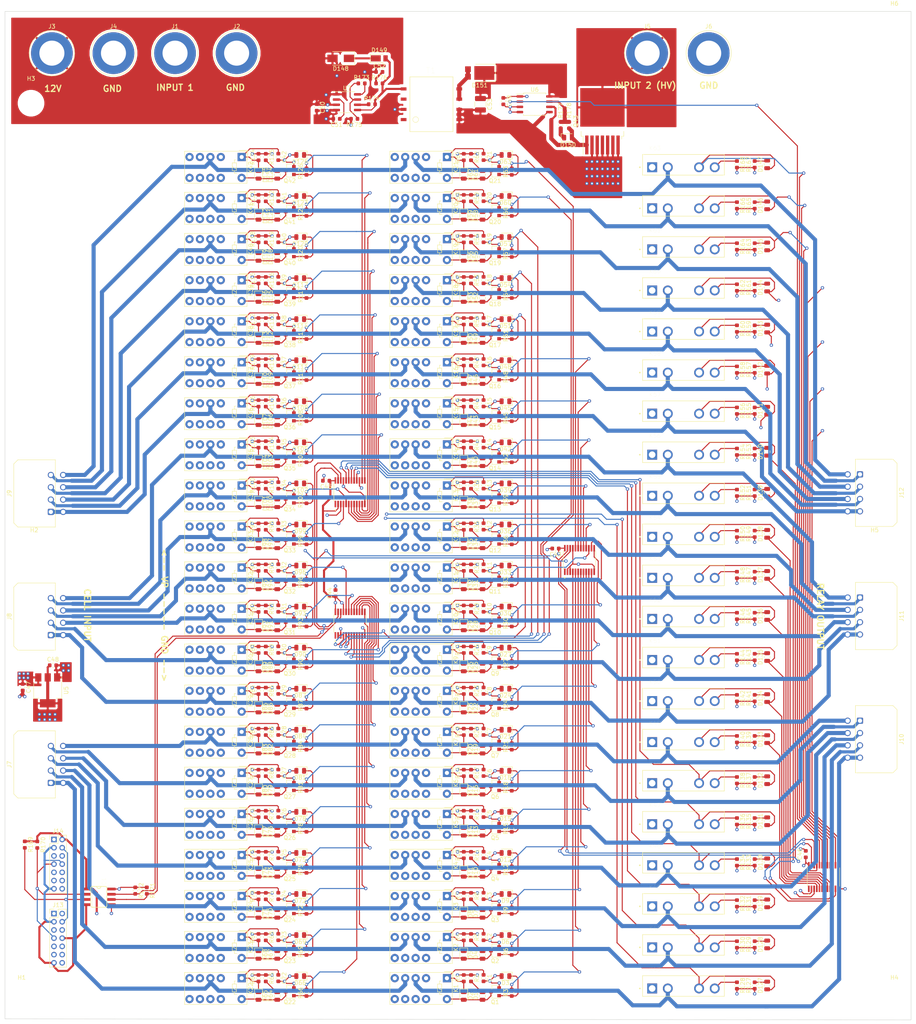
<source format=kicad_pcb>
(kicad_pcb (version 20171130) (host pcbnew "(5.1.6)-1")
  (layers (0 F.Cu signal) (1 In1.Cu signal) (2 In2.Cu signal) (31 B.Cu signal) (34 B.Paste user hide) (35 F.Paste user hide) (36 B.SilkS user) (37 F.SilkS user) (38 B.Mask user hide) (39 F.Mask user hide) (44 Edge.Cuts user))
  (net 0 "")
  (net 1 GND)
  (net 2 "Net-(D1-Pad1)")
  (net 3 "Net-(D3-Pad1)")
  (net 4 "Net-(D4-Pad2)")
  (net 5 "Net-(D4-Pad1)")
  (net 6 "Net-(D6-Pad1)")
  (net 7 "Net-(D7-Pad1)")
  (net 8 "Net-(D9-Pad1)")
  (net 9 "Net-(D10-Pad2)")
  (net 10 "Net-(D10-Pad1)")
  (net 11 "Net-(D12-Pad1)")
  (net 12 "Net-(D13-Pad1)")
  (net 13 "Net-(D15-Pad1)")
  (net 14 "Net-(D16-Pad1)")
  (net 15 "Net-(D16-Pad2)")
  (net 16 "Net-(D18-Pad1)")
  (net 17 "Net-(D19-Pad1)")
  (net 18 "Net-(D21-Pad1)")
  (net 19 "Net-(D22-Pad1)")
  (net 20 "Net-(D22-Pad2)")
  (net 21 "Net-(D24-Pad1)")
  (net 22 "Net-(D25-Pad1)")
  (net 23 "Net-(D27-Pad1)")
  (net 24 "Net-(D28-Pad1)")
  (net 25 "Net-(D28-Pad2)")
  (net 26 "Net-(D30-Pad1)")
  (net 27 "Net-(D31-Pad1)")
  (net 28 "Net-(D33-Pad1)")
  (net 29 "Net-(D34-Pad2)")
  (net 30 "Net-(D34-Pad1)")
  (net 31 "Net-(D36-Pad1)")
  (net 32 "Net-(D37-Pad1)")
  (net 33 "Net-(D39-Pad1)")
  (net 34 "Net-(D40-Pad2)")
  (net 35 "Net-(D40-Pad1)")
  (net 36 /C10)
  (net 37 /C11)
  (net 38 /C12)
  (net 39 /C13)
  (net 40 /C14)
  (net 41 /C15)
  (net 42 /C16)
  (net 43 /C17)
  (net 44 /C18)
  (net 45 /C19)
  (net 46 /C9)
  (net 47 /C8)
  (net 48 /C7)
  (net 49 /C6)
  (net 50 /C5)
  (net 51 /C4)
  (net 52 /C3)
  (net 53 /C2)
  (net 54 /C1)
  (net 55 /C0)
  (net 56 /OUT19)
  (net 57 /OUT18)
  (net 58 /OUT17)
  (net 59 /OUT16)
  (net 60 /OUT15)
  (net 61 /OUT14)
  (net 62 /OUT13)
  (net 63 /OUT12)
  (net 64 /OUT11)
  (net 65 /OUT10)
  (net 66 /OUT0)
  (net 67 /OUT1)
  (net 68 /OUT2)
  (net 69 /OUT3)
  (net 70 /OUT4)
  (net 71 /OUT5)
  (net 72 /OUT6)
  (net 73 /OUT7)
  (net 74 /OUT8)
  (net 75 /OUT9)
  (net 76 "Net-(K1-Pad8)")
  (net 77 "Net-(K1-Pad10)")
  (net 78 "Net-(K2-Pad8)")
  (net 79 "Net-(K2-Pad10)")
  (net 80 "Net-(K3-Pad10)")
  (net 81 "Net-(K3-Pad8)")
  (net 82 "Net-(K4-Pad10)")
  (net 83 "Net-(K4-Pad8)")
  (net 84 "Net-(K5-Pad8)")
  (net 85 "Net-(K5-Pad10)")
  (net 86 "Net-(K6-Pad10)")
  (net 87 "Net-(K6-Pad8)")
  (net 88 "Net-(K7-Pad8)")
  (net 89 "Net-(K7-Pad10)")
  (net 90 "Net-(K8-Pad8)")
  (net 91 "Net-(K8-Pad10)")
  (net 92 "Net-(K9-Pad10)")
  (net 93 "Net-(K9-Pad8)")
  (net 94 "Net-(K10-Pad10)")
  (net 95 "Net-(K10-Pad8)")
  (net 96 "Net-(K11-Pad10)")
  (net 97 "Net-(K11-Pad8)")
  (net 98 "Net-(K12-Pad8)")
  (net 99 "Net-(K12-Pad10)")
  (net 100 "Net-(K13-Pad8)")
  (net 101 "Net-(K13-Pad10)")
  (net 102 "Net-(K14-Pad10)")
  (net 103 "Net-(K14-Pad8)")
  (net 104 "Net-(K15-Pad10)")
  (net 105 "Net-(K15-Pad8)")
  (net 106 "Net-(K16-Pad8)")
  (net 107 "Net-(K16-Pad10)")
  (net 108 "Net-(K17-Pad8)")
  (net 109 "Net-(K17-Pad10)")
  (net 110 "Net-(K18-Pad10)")
  (net 111 "Net-(K18-Pad8)")
  (net 112 "Net-(K19-Pad10)")
  (net 113 "Net-(K19-Pad8)")
  (net 114 "Net-(K20-Pad10)")
  (net 115 "Net-(K20-Pad8)")
  (net 116 "Net-(K21-Pad10)")
  (net 117 "Net-(K21-Pad8)")
  (net 118 "Net-(K22-Pad8)")
  (net 119 "Net-(K22-Pad10)")
  (net 120 "Net-(K23-Pad8)")
  (net 121 "Net-(K23-Pad10)")
  (net 122 "Net-(K24-Pad8)")
  (net 123 "Net-(K24-Pad10)")
  (net 124 "Net-(K25-Pad8)")
  (net 125 "Net-(K25-Pad10)")
  (net 126 "Net-(K26-Pad10)")
  (net 127 "Net-(K26-Pad8)")
  (net 128 "Net-(K27-Pad8)")
  (net 129 "Net-(K27-Pad10)")
  (net 130 "Net-(K28-Pad8)")
  (net 131 "Net-(K28-Pad10)")
  (net 132 "Net-(K29-Pad8)")
  (net 133 "Net-(K29-Pad10)")
  (net 134 "Net-(K30-Pad8)")
  (net 135 "Net-(K30-Pad10)")
  (net 136 "Net-(K31-Pad10)")
  (net 137 "Net-(K31-Pad8)")
  (net 138 "Net-(K32-Pad10)")
  (net 139 "Net-(K32-Pad8)")
  (net 140 "Net-(K33-Pad8)")
  (net 141 "Net-(K33-Pad10)")
  (net 142 "Net-(K34-Pad10)")
  (net 143 "Net-(K34-Pad8)")
  (net 144 "Net-(K35-Pad10)")
  (net 145 "Net-(K35-Pad8)")
  (net 146 "Net-(K36-Pad8)")
  (net 147 "Net-(K36-Pad10)")
  (net 148 "Net-(K37-Pad10)")
  (net 149 "Net-(K37-Pad8)")
  (net 150 "Net-(K38-Pad10)")
  (net 151 "Net-(K38-Pad8)")
  (net 152 "Net-(K39-Pad10)")
  (net 153 "Net-(K39-Pad8)")
  (net 154 "Net-(K40-Pad8)")
  (net 155 "Net-(K40-Pad10)")
  (net 156 +12V)
  (net 157 "Net-(K1-Pad9)")
  (net 158 "Net-(K2-Pad9)")
  (net 159 "Net-(K3-Pad9)")
  (net 160 "Net-(K4-Pad9)")
  (net 161 "Net-(K5-Pad9)")
  (net 162 "Net-(K6-Pad9)")
  (net 163 "Net-(K7-Pad9)")
  (net 164 "Net-(K8-Pad9)")
  (net 165 "Net-(K9-Pad9)")
  (net 166 "Net-(K10-Pad9)")
  (net 167 "Net-(K11-Pad9)")
  (net 168 "Net-(K12-Pad9)")
  (net 169 "Net-(K13-Pad9)")
  (net 170 "Net-(K14-Pad9)")
  (net 171 "Net-(K15-Pad9)")
  (net 172 "Net-(K16-Pad9)")
  (net 173 "Net-(K17-Pad9)")
  (net 174 "Net-(K18-Pad9)")
  (net 175 "Net-(K19-Pad9)")
  (net 176 "Net-(K20-Pad9)")
  (net 177 "Net-(K21-Pad9)")
  (net 178 "Net-(K22-Pad9)")
  (net 179 "Net-(K23-Pad9)")
  (net 180 "Net-(K24-Pad9)")
  (net 181 "Net-(K25-Pad9)")
  (net 182 "Net-(K26-Pad9)")
  (net 183 "Net-(K27-Pad9)")
  (net 184 "Net-(K28-Pad9)")
  (net 185 "Net-(K29-Pad9)")
  (net 186 "Net-(K30-Pad9)")
  (net 187 "Net-(K31-Pad9)")
  (net 188 "Net-(K32-Pad9)")
  (net 189 "Net-(K33-Pad9)")
  (net 190 "Net-(K34-Pad9)")
  (net 191 "Net-(K35-Pad9)")
  (net 192 "Net-(K36-Pad9)")
  (net 193 "Net-(K37-Pad9)")
  (net 194 "Net-(K38-Pad9)")
  (net 195 "Net-(K39-Pad9)")
  (net 196 "Net-(K40-Pad9)")
  (net 197 "Net-(C1-Pad1)")
  (net 198 "Net-(C2-Pad1)")
  (net 199 "Net-(C3-Pad1)")
  (net 200 "Net-(C4-Pad1)")
  (net 201 "Net-(C5-Pad1)")
  (net 202 "Net-(C6-Pad1)")
  (net 203 "Net-(C7-Pad1)")
  (net 204 "Net-(C8-Pad1)")
  (net 205 "Net-(C9-Pad1)")
  (net 206 "Net-(C10-Pad1)")
  (net 207 "Net-(C11-Pad1)")
  (net 208 "Net-(C12-Pad1)")
  (net 209 "Net-(C13-Pad1)")
  (net 210 "Net-(C14-Pad1)")
  (net 211 "Net-(C15-Pad1)")
  (net 212 "Net-(C16-Pad1)")
  (net 213 "Net-(C17-Pad1)")
  (net 214 "Net-(C18-Pad1)")
  (net 215 "Net-(C19-Pad1)")
  (net 216 "Net-(C20-Pad1)")
  (net 217 "Net-(C21-Pad1)")
  (net 218 "Net-(C22-Pad1)")
  (net 219 "Net-(C23-Pad1)")
  (net 220 "Net-(C24-Pad1)")
  (net 221 "Net-(C25-Pad1)")
  (net 222 "Net-(C26-Pad1)")
  (net 223 "Net-(C27-Pad1)")
  (net 224 "Net-(C28-Pad1)")
  (net 225 "Net-(C29-Pad1)")
  (net 226 "Net-(C30-Pad1)")
  (net 227 "Net-(C31-Pad1)")
  (net 228 "Net-(C32-Pad1)")
  (net 229 "Net-(C33-Pad1)")
  (net 230 "Net-(C34-Pad1)")
  (net 231 "Net-(C35-Pad1)")
  (net 232 "Net-(C36-Pad1)")
  (net 233 "Net-(C37-Pad1)")
  (net 234 "Net-(C38-Pad1)")
  (net 235 "Net-(C39-Pad1)")
  (net 236 "Net-(C40-Pad1)")
  (net 237 "Net-(C41-Pad1)")
  (net 238 "Net-(C42-Pad1)")
  (net 239 +5V)
  (net 240 "Net-(C51-Pad1)")
  (net 241 "Net-(C52-Pad2)")
  (net 242 /Sheet5F711699/GATE_SUP)
  (net 243 "Net-(D42-Pad1)")
  (net 244 "Net-(D43-Pad1)")
  (net 245 "Net-(D45-Pad1)")
  (net 246 "Net-(D46-Pad2)")
  (net 247 "Net-(D46-Pad1)")
  (net 248 "Net-(D48-Pad1)")
  (net 249 "Net-(D49-Pad1)")
  (net 250 "Net-(D51-Pad1)")
  (net 251 "Net-(D52-Pad2)")
  (net 252 "Net-(D52-Pad1)")
  (net 253 "Net-(D54-Pad1)")
  (net 254 "Net-(D55-Pad1)")
  (net 255 "Net-(D57-Pad1)")
  (net 256 "Net-(D58-Pad2)")
  (net 257 "Net-(D58-Pad1)")
  (net 258 "Net-(D60-Pad1)")
  (net 259 "Net-(D61-Pad1)")
  (net 260 "Net-(D63-Pad1)")
  (net 261 "Net-(D64-Pad2)")
  (net 262 "Net-(D64-Pad1)")
  (net 263 "Net-(D66-Pad1)")
  (net 264 "Net-(D67-Pad1)")
  (net 265 "Net-(D69-Pad1)")
  (net 266 "Net-(D70-Pad2)")
  (net 267 "Net-(D70-Pad1)")
  (net 268 "Net-(D72-Pad1)")
  (net 269 "Net-(D73-Pad1)")
  (net 270 "Net-(D75-Pad1)")
  (net 271 "Net-(D76-Pad2)")
  (net 272 "Net-(D76-Pad1)")
  (net 273 "Net-(D78-Pad1)")
  (net 274 "Net-(D79-Pad1)")
  (net 275 "Net-(D81-Pad1)")
  (net 276 "Net-(D82-Pad2)")
  (net 277 "Net-(D82-Pad1)")
  (net 278 "Net-(D84-Pad1)")
  (net 279 "Net-(D85-Pad1)")
  (net 280 "Net-(D87-Pad1)")
  (net 281 "Net-(D88-Pad2)")
  (net 282 /Sheet5F711418/GND_2)
  (net 283 /Sheet5F711418/SCL)
  (net 284 /Sheet5F711418/SDA)
  (net 285 /Sheet5F711418/SCL_2)
  (net 286 /Sheet5F711418/SDA_2)
  (net 287 /Sheet5F711418/5V_2)
  (net 288 /INPUT_1)
  (net 289 /INPUT_2)
  (net 290 /IN6)
  (net 291 /IN4)
  (net 292 /IN2)
  (net 293 /IN0)
  (net 294 /IN5)
  (net 295 /IN3)
  (net 296 /IN1)
  (net 297 /IN13)
  (net 298 /IN11)
  (net 299 /IN9)
  (net 300 /IN7)
  (net 301 /IN12)
  (net 302 /IN10)
  (net 303 /IN8)
  (net 304 /IN20)
  (net 305 /IN18)
  (net 306 /IN16)
  (net 307 /IN14)
  (net 308 /IN19)
  (net 309 /IN17)
  (net 310 /IN15)
  (net 311 /OUT20)
  (net 312 "Net-(J13-Pad14)")
  (net 313 "Net-(J13-Pad12)")
  (net 314 "Net-(J13-Pad11)")
  (net 315 "Net-(J13-Pad10)")
  (net 316 "Net-(J13-Pad9)")
  (net 317 "Net-(J13-Pad6)")
  (net 318 "Net-(J13-Pad5)")
  (net 319 "Net-(J13-Pad1)")
  (net 320 "Net-(J14-Pad14)")
  (net 321 "Net-(J14-Pad12)")
  (net 322 "Net-(J14-Pad11)")
  (net 323 "Net-(J14-Pad10)")
  (net 324 "Net-(J14-Pad9)")
  (net 325 "Net-(J14-Pad6)")
  (net 326 "Net-(J14-Pad5)")
  (net 327 "Net-(J14-Pad1)")
  (net 328 /Channel0/NC)
  (net 329 /sheet5F3BDA77/NC)
  (net 330 /sheet5F3C027D/NC)
  (net 331 /sheet5F3C2351/NC)
  (net 332 /sheet5F3C4950/NC)
  (net 333 /sheet5F3C5DF4/NC)
  (net 334 /sheet5F3C7669/NC)
  (net 335 /sheet5F3C9486/NC)
  (net 336 /sheet5F3CB78B/NC)
  (net 337 /sheet5F3CDFA2/NC)
  (net 338 /sheet5F3D8E21/NC)
  (net 339 /sheet5F3E9866/NC)
  (net 340 /sheet5F3E9867/NC)
  (net 341 /sheet5F3E9868/NC)
  (net 342 /sheet5F3E9869/NC)
  (net 343 /sheet5F3E986A/NC)
  (net 344 /sheet5F3E986B/NC)
  (net 345 /sheet5F3E986C/NC)
  (net 346 /sheet5F3E986D/NC)
  (net 347 /sheet5F3E986E/NC)
  (net 348 /sheet5F3E986F/NC)
  (net 349 /sheet5F4245CA/NC)
  (net 350 /sheet5F4245CB/NC)
  (net 351 /sheet5F4245CC/NC)
  (net 352 /sheet5F4245CD/NC)
  (net 353 /sheet5F4245CE/NC)
  (net 354 /sheet5F4245CF/NC)
  (net 355 /sheet5F4245D0/NC)
  (net 356 /sheet5F4245D1/NC)
  (net 357 /sheet5F4245D2/NC)
  (net 358 /sheet5F4245D3/NC)
  (net 359 /sheet5F4245D4/NC)
  (net 360 /sheet5F4245D5/NC)
  (net 361 /sheet5F4245D6/NC)
  (net 362 /sheet5F4245D7/NC)
  (net 363 /sheet5F4245D8/NC)
  (net 364 /sheet5F4245D9/NC)
  (net 365 /sheet5F4245DA/NC)
  (net 366 /sheet5F4245DB/NC)
  (net 367 /sheet5F4245DC/NC)
  (net 368 /sheet5F4245DD/NC)
  (net 369 "Net-(K41-Pad8)")
  (net 370 "Net-(K41-Pad10)")
  (net 371 /sheet5F4245DE/NC)
  (net 372 "Net-(K42-Pad8)")
  (net 373 "Net-(K42-Pad10)")
  (net 374 "Net-(K43-Pad4)")
  (net 375 /H0)
  (net 376 "Net-(K44-Pad4)")
  (net 377 /H1)
  (net 378 "Net-(K45-Pad4)")
  (net 379 /H2)
  (net 380 "Net-(K46-Pad4)")
  (net 381 /H3)
  (net 382 "Net-(K47-Pad4)")
  (net 383 /H4)
  (net 384 "Net-(K48-Pad4)")
  (net 385 /H5)
  (net 386 "Net-(K49-Pad4)")
  (net 387 /H6)
  (net 388 "Net-(K50-Pad4)")
  (net 389 /H7)
  (net 390 "Net-(K51-Pad4)")
  (net 391 /H8)
  (net 392 "Net-(K52-Pad4)")
  (net 393 /H9)
  (net 394 "Net-(K53-Pad4)")
  (net 395 /H10)
  (net 396 "Net-(K54-Pad4)")
  (net 397 /H11)
  (net 398 "Net-(K55-Pad4)")
  (net 399 /H12)
  (net 400 "Net-(K56-Pad4)")
  (net 401 /H13)
  (net 402 "Net-(K57-Pad4)")
  (net 403 /H14)
  (net 404 "Net-(K58-Pad4)")
  (net 405 /H15)
  (net 406 "Net-(K59-Pad4)")
  (net 407 /H16)
  (net 408 "Net-(K60-Pad4)")
  (net 409 /H17)
  (net 410 "Net-(K61-Pad4)")
  (net 411 /H18)
  (net 412 "Net-(K62-Pad4)")
  (net 413 /H19)
  (net 414 "Net-(K63-Pad4)")
  (net 415 /H20)
  (net 416 /C20)
  (net 417 /I0)
  (net 418 /I1)
  (net 419 /I2)
  (net 420 /I3)
  (net 421 /I4)
  (net 422 /I5)
  (net 423 /I6)
  (net 424 /I7)
  (net 425 /I8)
  (net 426 /I9)
  (net 427 /I10)
  (net 428 /I11)
  (net 429 /I12)
  (net 430 /I13)
  (net 431 /I14)
  (net 432 /I15)
  (net 433 /I16)
  (net 434 /I17)
  (net 435 /I18)
  (net 436 /I19)
  (net 437 /I20)
  (net 438 "Net-(U1-Pad1)")
  (net 439 "Net-(U2-Pad1)")
  (net 440 "Net-(U3-Pad1)")
  (net 441 /HV_SW)
  (net 442 "Net-(U4-Pad1)")
  (net 443 "Net-(K41-Pad9)")
  (net 444 "Net-(K42-Pad9)")
  (net 445 "Net-(D1-Pad2)")
  (net 446 "Net-(D7-Pad2)")
  (net 447 "Net-(D13-Pad2)")
  (net 448 "Net-(D19-Pad2)")
  (net 449 "Net-(D25-Pad2)")
  (net 450 "Net-(D31-Pad2)")
  (net 451 "Net-(D37-Pad2)")
  (net 452 "Net-(D43-Pad2)")
  (net 453 "Net-(D49-Pad2)")
  (net 454 "Net-(D55-Pad2)")
  (net 455 "Net-(D61-Pad2)")
  (net 456 "Net-(D67-Pad2)")
  (net 457 "Net-(D73-Pad2)")
  (net 458 "Net-(D79-Pad2)")
  (net 459 "Net-(D85-Pad2)")
  (net 460 "Net-(D88-Pad1)")
  (net 461 "Net-(D90-Pad1)")
  (net 462 "Net-(D91-Pad2)")
  (net 463 "Net-(D91-Pad1)")
  (net 464 "Net-(D93-Pad1)")
  (net 465 "Net-(D94-Pad2)")
  (net 466 "Net-(D94-Pad1)")
  (net 467 "Net-(D96-Pad1)")
  (net 468 "Net-(D97-Pad2)")
  (net 469 "Net-(D97-Pad1)")
  (net 470 "Net-(D99-Pad1)")
  (net 471 "Net-(D100-Pad2)")
  (net 472 "Net-(D100-Pad1)")
  (net 473 "Net-(D102-Pad1)")
  (net 474 "Net-(D103-Pad2)")
  (net 475 "Net-(D103-Pad1)")
  (net 476 "Net-(D105-Pad1)")
  (net 477 "Net-(D106-Pad2)")
  (net 478 "Net-(D106-Pad1)")
  (net 479 "Net-(D108-Pad1)")
  (net 480 "Net-(D109-Pad2)")
  (net 481 "Net-(D109-Pad1)")
  (net 482 "Net-(D111-Pad1)")
  (net 483 "Net-(D112-Pad2)")
  (net 484 "Net-(D112-Pad1)")
  (net 485 "Net-(D114-Pad1)")
  (net 486 "Net-(D115-Pad2)")
  (net 487 "Net-(D115-Pad1)")
  (net 488 "Net-(D117-Pad1)")
  (net 489 "Net-(D118-Pad2)")
  (net 490 "Net-(D118-Pad1)")
  (net 491 "Net-(D120-Pad1)")
  (net 492 "Net-(D121-Pad2)")
  (net 493 "Net-(D121-Pad1)")
  (net 494 "Net-(D123-Pad1)")
  (net 495 "Net-(D124-Pad2)")
  (net 496 "Net-(D124-Pad1)")
  (net 497 "Net-(D126-Pad1)")
  (net 498 "Net-(D127-Pad2)")
  (net 499 "Net-(D128-Pad2)")
  (net 500 "Net-(D129-Pad2)")
  (net 501 "Net-(D130-Pad2)")
  (net 502 "Net-(D131-Pad2)")
  (net 503 "Net-(D132-Pad2)")
  (net 504 "Net-(D133-Pad2)")
  (net 505 "Net-(D134-Pad2)")
  (net 506 "Net-(D135-Pad2)")
  (net 507 "Net-(D136-Pad2)")
  (net 508 "Net-(D137-Pad2)")
  (net 509 "Net-(D138-Pad2)")
  (net 510 "Net-(D139-Pad2)")
  (net 511 "Net-(D140-Pad2)")
  (net 512 "Net-(D141-Pad2)")
  (net 513 "Net-(D142-Pad2)")
  (net 514 "Net-(D143-Pad2)")
  (net 515 "Net-(D144-Pad2)")
  (net 516 "Net-(D145-Pad2)")
  (net 517 "Net-(D146-Pad2)")
  (net 518 "Net-(D147-Pad2)")
  (net 519 "Net-(D148-Pad1)")
  (net 520 "Net-(D149-Pad2)")
  (net 521 "Net-(D150-Pad2)")
  (net 522 "Net-(D150-Pad1)")
  (net 523 "Net-(D151-Pad2)")
  (net 524 "Net-(R173-Pad2)")
  (net 525 "Net-(R173-Pad1)")
  (net 526 "Net-(R174-Pad1)")
  (net 527 "Net-(R177-Pad1)")
  (net 528 /INPUT_2_IN)
  (module PCA9555APW_118:SOP65P640X110-24N (layer F.Cu) (at 214.122 150.368 90)
    (fp_text reference U4 (at -1.970183 -4.71161 90) (layer F.SilkS) (effects (font (size 0.640708 0.640708) (thickness 0.015))))
    (fp_text value PCA9555APW,118)
    (pad 24 smd rect (at 2.87 -3.575 90) (size 1.57 0.41) (layers F.Cu F.Paste F.Mask) (net 239 +5V))
    (pad 23 smd rect (at 2.87 -2.925 90) (size 1.57 0.41) (layers F.Cu F.Paste F.Mask) (net 284 /Sheet5F711418/SDA))
    (pad 22 smd rect (at 2.87 -2.275 90) (size 1.57 0.41) (layers F.Cu F.Paste F.Mask) (net 283 /Sheet5F711418/SCL))
    (pad 21 smd rect (at 2.87 -1.625 90) (size 1.57 0.41) (layers F.Cu F.Paste F.Mask) (net 239 +5V))
    (pad 20 smd rect (at 2.87 -0.975 90) (size 1.57 0.41) (layers F.Cu F.Paste F.Mask) (net 441 /HV_SW))
    (pad 19 smd rect (at 2.87 -0.325 90) (size 1.57 0.41) (layers F.Cu F.Paste F.Mask) (net 415 /H20))
    (pad 18 smd rect (at 2.87 0.325 90) (size 1.57 0.41) (layers F.Cu F.Paste F.Mask) (net 413 /H19))
    (pad 17 smd rect (at 2.87 0.975 90) (size 1.57 0.41) (layers F.Cu F.Paste F.Mask) (net 411 /H18))
    (pad 16 smd rect (at 2.87 1.625 90) (size 1.57 0.41) (layers F.Cu F.Paste F.Mask) (net 409 /H17))
    (pad 15 smd rect (at 2.87 2.275 90) (size 1.57 0.41) (layers F.Cu F.Paste F.Mask) (net 407 /H16))
    (pad 14 smd rect (at 2.87 2.925 90) (size 1.57 0.41) (layers F.Cu F.Paste F.Mask) (net 405 /H15))
    (pad 13 smd rect (at 2.87 3.575 90) (size 1.57 0.41) (layers F.Cu F.Paste F.Mask) (net 403 /H14))
    (pad 12 smd rect (at -2.87 3.575 90) (size 1.57 0.41) (layers F.Cu F.Paste F.Mask) (net 1 GND))
    (pad 11 smd rect (at -2.87 2.925 90) (size 1.57 0.41) (layers F.Cu F.Paste F.Mask) (net 401 /H13))
    (pad 10 smd rect (at -2.87 2.275 90) (size 1.57 0.41) (layers F.Cu F.Paste F.Mask) (net 399 /H12))
    (pad 9 smd rect (at -2.87 1.625 90) (size 1.57 0.41) (layers F.Cu F.Paste F.Mask) (net 397 /H11))
    (pad 8 smd rect (at -2.87 0.975 90) (size 1.57 0.41) (layers F.Cu F.Paste F.Mask) (net 395 /H10))
    (pad 7 smd rect (at -2.87 0.325 90) (size 1.57 0.41) (layers F.Cu F.Paste F.Mask) (net 393 /H9))
    (pad 6 smd rect (at -2.87 -0.325 90) (size 1.57 0.41) (layers F.Cu F.Paste F.Mask) (net 391 /H8))
    (pad 5 smd rect (at -2.87 -0.975 90) (size 1.57 0.41) (layers F.Cu F.Paste F.Mask) (net 389 /H7))
    (pad 4 smd rect (at -2.87 -1.625 90) (size 1.57 0.41) (layers F.Cu F.Paste F.Mask) (net 387 /H6))
    (pad 3 smd rect (at -2.87 -2.275 90) (size 1.57 0.41) (layers F.Cu F.Paste F.Mask) (net 1 GND))
    (pad 2 smd rect (at -2.87 -2.925 90) (size 1.57 0.41) (layers F.Cu F.Paste F.Mask) (net 239 +5V))
    (pad 1 smd rect (at -2.87 -3.575 90) (size 1.57 0.41) (layers F.Cu F.Paste F.Mask) (net 442 "Net-(U4-Pad1)"))
  )
  (module PCA9555APW_118:SOP65P640X110-24N (layer F.Cu) (at 98.806 56.642 90)
    (fp_text reference U3 (at -1.970183 -4.71161 90) (layer F.SilkS) (effects (font (size 0.640708 0.640708) (thickness 0.015))))
    (fp_text value PCA9555APW,118)
    (pad 24 smd rect (at 2.87 -3.575 90) (size 1.57 0.41) (layers F.Cu F.Paste F.Mask) (net 239 +5V))
    (pad 23 smd rect (at 2.87 -2.925 90) (size 1.57 0.41) (layers F.Cu F.Paste F.Mask) (net 284 /Sheet5F711418/SDA))
    (pad 22 smd rect (at 2.87 -2.275 90) (size 1.57 0.41) (layers F.Cu F.Paste F.Mask) (net 283 /Sheet5F711418/SCL))
    (pad 21 smd rect (at 2.87 -1.625 90) (size 1.57 0.41) (layers F.Cu F.Paste F.Mask) (net 1 GND))
    (pad 20 smd rect (at 2.87 -0.975 90) (size 1.57 0.41) (layers F.Cu F.Paste F.Mask) (net 385 /H5))
    (pad 19 smd rect (at 2.87 -0.325 90) (size 1.57 0.41) (layers F.Cu F.Paste F.Mask) (net 383 /H4))
    (pad 18 smd rect (at 2.87 0.325 90) (size 1.57 0.41) (layers F.Cu F.Paste F.Mask) (net 381 /H3))
    (pad 17 smd rect (at 2.87 0.975 90) (size 1.57 0.41) (layers F.Cu F.Paste F.Mask) (net 379 /H2))
    (pad 16 smd rect (at 2.87 1.625 90) (size 1.57 0.41) (layers F.Cu F.Paste F.Mask) (net 377 /H1))
    (pad 15 smd rect (at 2.87 2.275 90) (size 1.57 0.41) (layers F.Cu F.Paste F.Mask) (net 375 /H0))
    (pad 14 smd rect (at 2.87 2.925 90) (size 1.57 0.41) (layers F.Cu F.Paste F.Mask) (net 437 /I20))
    (pad 13 smd rect (at 2.87 3.575 90) (size 1.57 0.41) (layers F.Cu F.Paste F.Mask) (net 436 /I19))
    (pad 12 smd rect (at -2.87 3.575 90) (size 1.57 0.41) (layers F.Cu F.Paste F.Mask) (net 1 GND))
    (pad 11 smd rect (at -2.87 2.925 90) (size 1.57 0.41) (layers F.Cu F.Paste F.Mask) (net 435 /I18))
    (pad 10 smd rect (at -2.87 2.275 90) (size 1.57 0.41) (layers F.Cu F.Paste F.Mask) (net 434 /I17))
    (pad 9 smd rect (at -2.87 1.625 90) (size 1.57 0.41) (layers F.Cu F.Paste F.Mask) (net 433 /I16))
    (pad 8 smd rect (at -2.87 0.975 90) (size 1.57 0.41) (layers F.Cu F.Paste F.Mask) (net 432 /I15))
    (pad 7 smd rect (at -2.87 0.325 90) (size 1.57 0.41) (layers F.Cu F.Paste F.Mask) (net 431 /I14))
    (pad 6 smd rect (at -2.87 -0.325 90) (size 1.57 0.41) (layers F.Cu F.Paste F.Mask) (net 430 /I13))
    (pad 5 smd rect (at -2.87 -0.975 90) (size 1.57 0.41) (layers F.Cu F.Paste F.Mask) (net 429 /I12))
    (pad 4 smd rect (at -2.87 -1.625 90) (size 1.57 0.41) (layers F.Cu F.Paste F.Mask) (net 428 /I11))
    (pad 3 smd rect (at -2.87 -2.275 90) (size 1.57 0.41) (layers F.Cu F.Paste F.Mask) (net 1 GND))
    (pad 2 smd rect (at -2.87 -2.925 90) (size 1.57 0.41) (layers F.Cu F.Paste F.Mask) (net 239 +5V))
    (pad 1 smd rect (at -2.87 -3.575 90) (size 1.57 0.41) (layers F.Cu F.Paste F.Mask) (net 440 "Net-(U3-Pad1)"))
  )
  (module PCA9555APW_118:SOP65P640X110-24N (layer F.Cu) (at 98.806 88.646 90)
    (fp_text reference U2 (at -1.970183 -4.71161 90) (layer F.SilkS) (effects (font (size 0.640708 0.640708) (thickness 0.015))))
    (fp_text value PCA9555APW,118)
    (pad 24 smd rect (at 2.87 -3.575 90) (size 1.57 0.41) (layers F.Cu F.Paste F.Mask) (net 239 +5V))
    (pad 23 smd rect (at 2.87 -2.925 90) (size 1.57 0.41) (layers F.Cu F.Paste F.Mask) (net 284 /Sheet5F711418/SDA))
    (pad 22 smd rect (at 2.87 -2.275 90) (size 1.57 0.41) (layers F.Cu F.Paste F.Mask) (net 283 /Sheet5F711418/SCL))
    (pad 21 smd rect (at 2.87 -1.625 90) (size 1.57 0.41) (layers F.Cu F.Paste F.Mask) (net 239 +5V))
    (pad 20 smd rect (at 2.87 -0.975 90) (size 1.57 0.41) (layers F.Cu F.Paste F.Mask) (net 427 /I10))
    (pad 19 smd rect (at 2.87 -0.325 90) (size 1.57 0.41) (layers F.Cu F.Paste F.Mask) (net 426 /I9))
    (pad 18 smd rect (at 2.87 0.325 90) (size 1.57 0.41) (layers F.Cu F.Paste F.Mask) (net 425 /I8))
    (pad 17 smd rect (at 2.87 0.975 90) (size 1.57 0.41) (layers F.Cu F.Paste F.Mask) (net 424 /I7))
    (pad 16 smd rect (at 2.87 1.625 90) (size 1.57 0.41) (layers F.Cu F.Paste F.Mask) (net 423 /I6))
    (pad 15 smd rect (at 2.87 2.275 90) (size 1.57 0.41) (layers F.Cu F.Paste F.Mask) (net 422 /I5))
    (pad 14 smd rect (at 2.87 2.925 90) (size 1.57 0.41) (layers F.Cu F.Paste F.Mask) (net 421 /I4))
    (pad 13 smd rect (at 2.87 3.575 90) (size 1.57 0.41) (layers F.Cu F.Paste F.Mask) (net 420 /I3))
    (pad 12 smd rect (at -2.87 3.575 90) (size 1.57 0.41) (layers F.Cu F.Paste F.Mask) (net 1 GND))
    (pad 11 smd rect (at -2.87 2.925 90) (size 1.57 0.41) (layers F.Cu F.Paste F.Mask) (net 419 /I2))
    (pad 10 smd rect (at -2.87 2.275 90) (size 1.57 0.41) (layers F.Cu F.Paste F.Mask) (net 418 /I1))
    (pad 9 smd rect (at -2.87 1.625 90) (size 1.57 0.41) (layers F.Cu F.Paste F.Mask) (net 417 /I0))
    (pad 8 smd rect (at -2.87 0.975 90) (size 1.57 0.41) (layers F.Cu F.Paste F.Mask) (net 416 /C20))
    (pad 7 smd rect (at -2.87 0.325 90) (size 1.57 0.41) (layers F.Cu F.Paste F.Mask) (net 45 /C19))
    (pad 6 smd rect (at -2.87 -0.325 90) (size 1.57 0.41) (layers F.Cu F.Paste F.Mask) (net 44 /C18))
    (pad 5 smd rect (at -2.87 -0.975 90) (size 1.57 0.41) (layers F.Cu F.Paste F.Mask) (net 43 /C17))
    (pad 4 smd rect (at -2.87 -1.625 90) (size 1.57 0.41) (layers F.Cu F.Paste F.Mask) (net 42 /C16))
    (pad 3 smd rect (at -2.87 -2.275 90) (size 1.57 0.41) (layers F.Cu F.Paste F.Mask) (net 1 GND))
    (pad 2 smd rect (at -2.87 -2.925 90) (size 1.57 0.41) (layers F.Cu F.Paste F.Mask) (net 1 GND))
    (pad 1 smd rect (at -2.87 -3.575 90) (size 1.57 0.41) (layers F.Cu F.Paste F.Mask) (net 439 "Net-(U2-Pad1)"))
  )
  (module PCA9555APW_118:SOP65P640X110-24N (layer F.Cu) (at 154.686 73.152 90)
    (fp_text reference U1 (at -1.970183 -4.71161 90) (layer F.SilkS) (effects (font (size 0.640708 0.640708) (thickness 0.015))))
    (fp_text value PCA9555APW,118)
    (pad 24 smd rect (at 2.87 -3.575 90) (size 1.57 0.41) (layers F.Cu F.Paste F.Mask) (net 239 +5V))
    (pad 23 smd rect (at 2.87 -2.925 90) (size 1.57 0.41) (layers F.Cu F.Paste F.Mask) (net 284 /Sheet5F711418/SDA))
    (pad 22 smd rect (at 2.87 -2.275 90) (size 1.57 0.41) (layers F.Cu F.Paste F.Mask) (net 283 /Sheet5F711418/SCL))
    (pad 21 smd rect (at 2.87 -1.625 90) (size 1.57 0.41) (layers F.Cu F.Paste F.Mask) (net 1 GND))
    (pad 20 smd rect (at 2.87 -0.975 90) (size 1.57 0.41) (layers F.Cu F.Paste F.Mask) (net 41 /C15))
    (pad 19 smd rect (at 2.87 -0.325 90) (size 1.57 0.41) (layers F.Cu F.Paste F.Mask) (net 40 /C14))
    (pad 18 smd rect (at 2.87 0.325 90) (size 1.57 0.41) (layers F.Cu F.Paste F.Mask) (net 39 /C13))
    (pad 17 smd rect (at 2.87 0.975 90) (size 1.57 0.41) (layers F.Cu F.Paste F.Mask) (net 38 /C12))
    (pad 16 smd rect (at 2.87 1.625 90) (size 1.57 0.41) (layers F.Cu F.Paste F.Mask) (net 37 /C11))
    (pad 15 smd rect (at 2.87 2.275 90) (size 1.57 0.41) (layers F.Cu F.Paste F.Mask) (net 36 /C10))
    (pad 14 smd rect (at 2.87 2.925 90) (size 1.57 0.41) (layers F.Cu F.Paste F.Mask) (net 46 /C9))
    (pad 13 smd rect (at 2.87 3.575 90) (size 1.57 0.41) (layers F.Cu F.Paste F.Mask) (net 47 /C8))
    (pad 12 smd rect (at -2.87 3.575 90) (size 1.57 0.41) (layers F.Cu F.Paste F.Mask) (net 1 GND))
    (pad 11 smd rect (at -2.87 2.925 90) (size 1.57 0.41) (layers F.Cu F.Paste F.Mask) (net 48 /C7))
    (pad 10 smd rect (at -2.87 2.275 90) (size 1.57 0.41) (layers F.Cu F.Paste F.Mask) (net 49 /C6))
    (pad 9 smd rect (at -2.87 1.625 90) (size 1.57 0.41) (layers F.Cu F.Paste F.Mask) (net 50 /C5))
    (pad 8 smd rect (at -2.87 0.975 90) (size 1.57 0.41) (layers F.Cu F.Paste F.Mask) (net 51 /C4))
    (pad 7 smd rect (at -2.87 0.325 90) (size 1.57 0.41) (layers F.Cu F.Paste F.Mask) (net 52 /C3))
    (pad 6 smd rect (at -2.87 -0.325 90) (size 1.57 0.41) (layers F.Cu F.Paste F.Mask) (net 53 /C2))
    (pad 5 smd rect (at -2.87 -0.975 90) (size 1.57 0.41) (layers F.Cu F.Paste F.Mask) (net 54 /C1))
    (pad 4 smd rect (at -2.87 -1.625 90) (size 1.57 0.41) (layers F.Cu F.Paste F.Mask) (net 55 /C0))
    (pad 3 smd rect (at -2.87 -2.275 90) (size 1.57 0.41) (layers F.Cu F.Paste F.Mask) (net 1 GND))
    (pad 2 smd rect (at -2.87 -2.925 90) (size 1.57 0.41) (layers F.Cu F.Paste F.Mask) (net 1 GND))
    (pad 1 smd rect (at -2.87 -3.575 90) (size 1.57 0.41) (layers F.Cu F.Paste F.Mask) (net 438 "Net-(U1-Pad1)"))
  )
  (module "750313442:EP10_SMD_H_8PIN_(6052)" (layer F.Cu) (at 118.618 -37.846)
    (fp_text reference T1 (at -0.1651 -8.1915) (layer F.SilkS) (effects (font (size 1.4 1.4) (thickness 0.015))))
    (fp_text value 750313457)
    (pad 8 smd rect (at 6.7818 3.7338) (size 1.397 0.762) (layers F.Cu F.Paste F.Mask) (net 289 /INPUT_2))
    (pad 7 smd rect (at 6.7818 1.2446) (size 1.397 0.762) (layers F.Cu F.Paste F.Mask) (net 289 /INPUT_2))
    (pad 6 smd rect (at 6.7818 -1.2446) (size 1.397 0.762) (layers F.Cu F.Paste F.Mask) (net 523 "Net-(D151-Pad2)"))
    (pad 5 smd rect (at 6.7818 -3.7338) (size 1.397 0.762) (layers F.Cu F.Paste F.Mask) (net 523 "Net-(D151-Pad2)"))
    (pad 1 smd rect (at -6.7818 3.7338) (size 1.397 0.762) (layers F.Cu F.Paste F.Mask))
    (pad 2 smd rect (at -6.7818 1.2446) (size 1.397 0.762) (layers F.Cu F.Paste F.Mask) (net 156 +12V))
    (pad 3 smd rect (at -6.7818 -1.2446) (size 1.397 0.762) (layers F.Cu F.Paste F.Mask))
    (pad 4 smd rect (at -6.7818 -3.7338) (size 1.397 0.762) (layers F.Cu F.Paste F.Mask) (net 520 "Net-(D149-Pad2)"))
  )
  (module ADUM1251:SO08 (layer F.Cu) (at 37.592 155.194 270)
    (fp_text reference IC1 (at -3.556 -1.27 270) (layer F.SilkS) (effects (font (thickness 0.015))))
    (fp_text value ADUM1251)
    (pad 5 smd rect (at 1.905 -3.0734 270) (size 0.6604 2.032) (layers F.Cu F.Paste F.Mask) (net 1 GND))
    (pad 4 smd rect (at 1.905 3.0734 270) (size 0.6604 2.032) (layers F.Cu F.Paste F.Mask) (net 282 /Sheet5F711418/GND_2))
    (pad 6 smd rect (at 0.635 -3.0734 270) (size 0.6604 2.032) (layers F.Cu F.Paste F.Mask) (net 283 /Sheet5F711418/SCL))
    (pad 7 smd rect (at -0.635 -3.0734 270) (size 0.6604 2.032) (layers F.Cu F.Paste F.Mask) (net 284 /Sheet5F711418/SDA))
    (pad 3 smd rect (at 0.635 3.0734 270) (size 0.6604 2.032) (layers F.Cu F.Paste F.Mask) (net 285 /Sheet5F711418/SCL_2))
    (pad 2 smd rect (at -0.635 3.0734 270) (size 0.6604 2.032) (layers F.Cu F.Paste F.Mask) (net 286 /Sheet5F711418/SDA_2))
    (pad 8 smd rect (at -1.905 -3.0734 270) (size 0.6604 2.032) (layers F.Cu F.Paste F.Mask) (net 239 +5V))
    (pad 1 smd rect (at -1.905 3.0734 270) (size 0.6604 2.032) (layers F.Cu F.Paste F.Mask) (net 287 /Sheet5F711418/5V_2))
  )
  (module Diode_SMD:D_PowerDI-5 (layer F.Cu) (at 130.3805 -45.466 180)
    (fp_text reference D151 (at 0 -3) (layer F.SilkS))
    (fp_text value " PDS360")
    (pad 2 smd rect (at 2.862 -0.92) (size 1.4 1.39) (layers F.Cu F.Paste F.Mask) (net 523 "Net-(D151-Pad2)"))
    (pad 2 smd rect (at 2.862 0.92) (size 1.4 1.39) (layers F.Cu F.Paste F.Mask) (net 523 "Net-(D151-Pad2)"))
    (pad 1 smd rect (at -1.12 0) (size 4.86 3.36) (layers F.Cu F.Paste F.Mask) (net 242 /Sheet5F711699/GATE_SUP))
  )
  (module Diode_SMD:D_PowerDI-123 (layer F.Cu) (at 105.918 -49.022)
    (fp_text reference D149 (at 0 -2) (layer F.SilkS))
    (fp_text value " DFLS1100")
    (pad 2 smd rect (at 1.525 0 180) (size 1.05 1.5) (layers F.Cu F.Paste F.Mask) (net 520 "Net-(D149-Pad2)"))
    (pad 1 smd rect (at -0.85 0 180) (size 2.4 1.5) (layers F.Cu F.Paste F.Mask) (net 519 "Net-(D148-Pad1)"))
  )
  (module Diode_SMD:D_SMA (layer F.Cu) (at 96.52 -49.022 180)
    (fp_text reference D148 (at 0 -2.5) (layer F.SilkS))
    (fp_text value CMZ5934B)
    (pad 2 smd rect (at 2 0 180) (size 2.5 1.8) (layers F.Cu F.Paste F.Mask) (net 156 +12V))
    (pad 1 smd rect (at -2 0 180) (size 2.5 1.8) (layers F.Cu F.Paste F.Mask) (net 519 "Net-(D148-Pad1)"))
  )
  (module Connector_Molex:Molex_Micro-Fit_3.0_43045-0800_2x04_P3.00mm_Horizontal (layer F.Cu) (at 25.908 91.44 90)
    (fp_text reference J8 (at 4.5 -10.12 90) (layer F.SilkS))
    (fp_text value Conn_02x04_Top_Bottom)
    (pad 8 thru_hole circle (at 9 3 90) (size 1.5 1.5) (drill 1.02) (layers *.Cu *.Mask) (net 297 /IN13))
    (pad 7 thru_hole circle (at 6 3 90) (size 1.5 1.5) (drill 1.02) (layers *.Cu *.Mask) (net 298 /IN11))
    (pad 6 thru_hole circle (at 3 3 90) (size 1.5 1.5) (drill 1.02) (layers *.Cu *.Mask) (net 299 /IN9))
    (pad 5 thru_hole circle (at 0 3 90) (size 1.5 1.5) (drill 1.02) (layers *.Cu *.Mask) (net 300 /IN7))
    (pad 4 thru_hole circle (at 9 0 90) (size 1.5 1.5) (drill 1.02) (layers *.Cu *.Mask) (net 301 /IN12))
    (pad 3 thru_hole circle (at 6 0 90) (size 1.5 1.5) (drill 1.02) (layers *.Cu *.Mask) (net 302 /IN10))
    (pad 2 thru_hole circle (at 3 0 90) (size 1.5 1.5) (drill 1.02) (layers *.Cu *.Mask) (net 303 /IN8))
    (pad 1 thru_hole roundrect (at 0 0 90) (size 1.5 1.5) (drill 1.02) (layers *.Cu *.Mask) (roundrect_rratio 0.166667) (net 300 /IN7))
    (pad "" np_thru_hole circle (at 6.84 -4.32 90) (size 3 3) (drill 3) (layers *.Cu *.Mask))
    (pad "" np_thru_hole circle (at 2.14 -4.32 90) (size 3 3) (drill 3) (layers *.Cu *.Mask))
  )
  (module Resistor_SMD:R_1210_3225Metric (layer F.Cu) (at 130.556 -37.846 270)
    (fp_text reference C53 (at 0 -2.28 90) (layer F.SilkS))
    (fp_text value 220u)
    (pad 2 smd roundrect (at 1.4 0 270) (size 1.25 2.65) (layers F.Cu F.Paste F.Mask) (roundrect_rratio 0.2) (net 289 /INPUT_2))
    (pad 1 smd roundrect (at -1.4 0 270) (size 1.25 2.65) (layers F.Cu F.Paste F.Mask) (roundrect_rratio 0.2) (net 242 /Sheet5F711699/GATE_SUP))
  )
  (module Resistor_SMD:R_0603_1608Metric (layer F.Cu) (at 152.146 -32.766 90)
    (fp_text reference R178 (at 3.556 0 90) (layer F.SilkS))
    (fp_text value R)
    (pad 2 smd roundrect (at 0.7875 0 90) (size 0.875 0.95) (layers F.Cu F.Paste F.Mask) (net 527 "Net-(R177-Pad1)"))
    (pad 1 smd roundrect (at -0.7875 0 90) (size 0.875 0.95) (layers F.Cu F.Paste F.Mask) (net 521 "Net-(D150-Pad2)"))
  )
  (module Resistor_SMD:R_0603_1608Metric (layer F.Cu) (at 150.114 -32.766 270)
    (fp_text reference R177 (at -3.556 0 90) (layer F.SilkS))
    (fp_text value R)
    (pad 2 smd roundrect (at 0.7875 0 270) (size 0.875 0.95) (layers F.Cu F.Paste F.Mask) (net 522 "Net-(D150-Pad1)"))
    (pad 1 smd roundrect (at -0.7875 0 270) (size 0.875 0.95) (layers F.Cu F.Paste F.Mask) (net 527 "Net-(R177-Pad1)"))
  )
  (module Resistor_SMD:R_0603_1608Metric (layer F.Cu) (at 105.918 -42.926)
    (fp_text reference R176 (at 0 -1.43) (layer F.SilkS))
    (fp_text value 39)
    (pad 2 smd roundrect (at 0.7875 0) (size 0.875 0.95) (layers F.Cu F.Paste F.Mask) (net 520 "Net-(D149-Pad2)"))
    (pad 1 smd roundrect (at -0.7875 0) (size 0.875 0.95) (layers F.Cu F.Paste F.Mask) (net 241 "Net-(C52-Pad2)"))
  )
  (module Resistor_SMD:R_0603_1608Metric (layer F.Cu) (at 99.822 -34.29 180)
    (fp_text reference R175 (at 0 -1.43) (layer F.SilkS))
    (fp_text value 10k)
    (pad 2 smd roundrect (at 0.7875 0 180) (size 0.875 0.95) (layers F.Cu F.Paste F.Mask) (net 1 GND))
    (pad 1 smd roundrect (at -0.7875 0 180) (size 0.875 0.95) (layers F.Cu F.Paste F.Mask) (net 525 "Net-(R173-Pad1)"))
  )
  (module Resistor_SMD:R_0603_1608Metric (layer F.Cu) (at 104.1145 -37.846)
    (fp_text reference R174 (at 0 -1.43) (layer F.SilkS))
    (fp_text value 121k)
    (pad 2 smd roundrect (at 0.7875 0) (size 0.875 0.95) (layers F.Cu F.Paste F.Mask) (net 520 "Net-(D149-Pad2)"))
    (pad 1 smd roundrect (at -0.7875 0) (size 0.875 0.95) (layers F.Cu F.Paste F.Mask) (net 526 "Net-(R174-Pad1)"))
  )
  (module Resistor_SMD:R_0603_1608Metric (layer F.Cu) (at 101.6 -42.926)
    (fp_text reference R173 (at 0 -1.43) (layer F.SilkS))
    (fp_text value R)
    (pad 2 smd roundrect (at 0.7875 0) (size 0.875 0.95) (layers F.Cu F.Paste F.Mask) (net 524 "Net-(R173-Pad2)"))
    (pad 1 smd roundrect (at -0.7875 0) (size 0.875 0.95) (layers F.Cu F.Paste F.Mask) (net 525 "Net-(R173-Pad1)"))
  )
  (module Resistor_SMD:R_0603_1608Metric (layer F.Cu) (at 46.482 153.67 270)
    (fp_text reference R172 (at 0 -1.43 90) (layer F.SilkS))
    (fp_text value R)
    (pad 2 smd roundrect (at 0.7875 0 270) (size 0.875 0.95) (layers F.Cu F.Paste F.Mask) (net 284 /Sheet5F711418/SDA))
    (pad 1 smd roundrect (at -0.7875 0 270) (size 0.875 0.95) (layers F.Cu F.Paste F.Mask) (net 239 +5V))
  )
  (module Resistor_SMD:R_0603_1608Metric (layer F.Cu) (at 49.276 153.67 270)
    (fp_text reference R171 (at 0 -1.43 90) (layer F.SilkS))
    (fp_text value R)
    (pad 2 smd roundrect (at 0.7875 0 270) (size 0.875 0.95) (layers F.Cu F.Paste F.Mask) (net 283 /Sheet5F711418/SCL))
    (pad 1 smd roundrect (at -0.7875 0 270) (size 0.875 0.95) (layers F.Cu F.Paste F.Mask) (net 239 +5V))
  )
  (module Resistor_SMD:R_0603_1608Metric (layer F.Cu) (at 22.606 142.494 270)
    (fp_text reference R170 (at 0 -1.43 90) (layer F.SilkS))
    (fp_text value R)
    (pad 2 smd roundrect (at 0.7875 0 270) (size 0.875 0.95) (layers F.Cu F.Paste F.Mask) (net 286 /Sheet5F711418/SDA_2))
    (pad 1 smd roundrect (at -0.7875 0 270) (size 0.875 0.95) (layers F.Cu F.Paste F.Mask) (net 287 /Sheet5F711418/5V_2))
  )
  (module Resistor_SMD:R_0603_1608Metric (layer F.Cu) (at 19.558 142.4685 270)
    (fp_text reference R169 (at 0 -1.43 90) (layer F.SilkS))
    (fp_text value R)
    (pad 2 smd roundrect (at 0.7875 0 270) (size 0.875 0.95) (layers F.Cu F.Paste F.Mask) (net 285 /Sheet5F711418/SCL_2))
    (pad 1 smd roundrect (at -0.7875 0 270) (size 0.875 0.95) (layers F.Cu F.Paste F.Mask) (net 287 /Sheet5F711418/5V_2))
  )
  (module Resistor_SMD:R_0603_1608Metric (layer F.Cu) (at 193.04 -23.216 270)
    (fp_text reference R168 (at 0 -1.43 90) (layer F.SilkS))
    (fp_text value 1k)
    (pad 2 smd roundrect (at 0.7875 0 270) (size 0.875 0.95) (layers F.Cu F.Paste F.Mask) (net 239 +5V))
    (pad 1 smd roundrect (at -0.7875 0 270) (size 0.875 0.95) (layers F.Cu F.Paste F.Mask) (net 414 "Net-(K63-Pad4)"))
  )
  (module Resistor_SMD:R_0603_1608Metric (layer F.Cu) (at 197.358 -23.216 90)
    (fp_text reference R167 (at 0 -1.43 90) (layer F.SilkS))
    (fp_text value 1k)
    (pad 2 smd roundrect (at 0.7875 0 90) (size 0.875 0.95) (layers F.Cu F.Paste F.Mask) (net 518 "Net-(D147-Pad2)"))
    (pad 1 smd roundrect (at -0.7875 0 90) (size 0.875 0.95) (layers F.Cu F.Paste F.Mask) (net 239 +5V))
  )
  (module Resistor_SMD:R_0603_1608Metric (layer F.Cu) (at 193.04 -13.216 270)
    (fp_text reference R166 (at 0 -1.43 90) (layer F.SilkS))
    (fp_text value 1k)
    (pad 2 smd roundrect (at 0.7875 0 270) (size 0.875 0.95) (layers F.Cu F.Paste F.Mask) (net 239 +5V))
    (pad 1 smd roundrect (at -0.7875 0 270) (size 0.875 0.95) (layers F.Cu F.Paste F.Mask) (net 412 "Net-(K62-Pad4)"))
  )
  (module Resistor_SMD:R_0603_1608Metric (layer F.Cu) (at 197.358 -13.216 90)
    (fp_text reference R165 (at 0 -1.43 90) (layer F.SilkS))
    (fp_text value 1k)
    (pad 2 smd roundrect (at 0.7875 0 90) (size 0.875 0.95) (layers F.Cu F.Paste F.Mask) (net 517 "Net-(D146-Pad2)"))
    (pad 1 smd roundrect (at -0.7875 0 90) (size 0.875 0.95) (layers F.Cu F.Paste F.Mask) (net 239 +5V))
  )
  (module Resistor_SMD:R_0603_1608Metric (layer F.Cu) (at 193.04 -3.216 270)
    (fp_text reference R164 (at 0 -1.43 90) (layer F.SilkS))
    (fp_text value 1k)
    (pad 2 smd roundrect (at 0.7875 0 270) (size 0.875 0.95) (layers F.Cu F.Paste F.Mask) (net 239 +5V))
    (pad 1 smd roundrect (at -0.7875 0 270) (size 0.875 0.95) (layers F.Cu F.Paste F.Mask) (net 410 "Net-(K61-Pad4)"))
  )
  (module Resistor_SMD:R_0603_1608Metric (layer F.Cu) (at 197.358 -3.216 90)
    (fp_text reference R163 (at 0 -1.43 90) (layer F.SilkS))
    (fp_text value 1k)
    (pad 2 smd roundrect (at 0.7875 0 90) (size 0.875 0.95) (layers F.Cu F.Paste F.Mask) (net 516 "Net-(D145-Pad2)"))
    (pad 1 smd roundrect (at -0.7875 0 90) (size 0.875 0.95) (layers F.Cu F.Paste F.Mask) (net 239 +5V))
  )
  (module Resistor_SMD:R_0603_1608Metric (layer F.Cu) (at 193.04 6.784 270)
    (fp_text reference R162 (at 0 -1.43 90) (layer F.SilkS))
    (fp_text value 1k)
    (pad 2 smd roundrect (at 0.7875 0 270) (size 0.875 0.95) (layers F.Cu F.Paste F.Mask) (net 239 +5V))
    (pad 1 smd roundrect (at -0.7875 0 270) (size 0.875 0.95) (layers F.Cu F.Paste F.Mask) (net 408 "Net-(K60-Pad4)"))
  )
  (module Resistor_SMD:R_0603_1608Metric (layer F.Cu) (at 197.358 6.784 90)
    (fp_text reference R161 (at 0 -1.43 90) (layer F.SilkS))
    (fp_text value 1k)
    (pad 2 smd roundrect (at 0.7875 0 90) (size 0.875 0.95) (layers F.Cu F.Paste F.Mask) (net 515 "Net-(D144-Pad2)"))
    (pad 1 smd roundrect (at -0.7875 0 90) (size 0.875 0.95) (layers F.Cu F.Paste F.Mask) (net 239 +5V))
  )
  (module Resistor_SMD:R_0603_1608Metric (layer F.Cu) (at 193.04 16.784 270)
    (fp_text reference R160 (at 0 -1.43 90) (layer F.SilkS))
    (fp_text value 1k)
    (pad 2 smd roundrect (at 0.7875 0 270) (size 0.875 0.95) (layers F.Cu F.Paste F.Mask) (net 239 +5V))
    (pad 1 smd roundrect (at -0.7875 0 270) (size 0.875 0.95) (layers F.Cu F.Paste F.Mask) (net 406 "Net-(K59-Pad4)"))
  )
  (module Resistor_SMD:R_0603_1608Metric (layer F.Cu) (at 197.358 16.784 90)
    (fp_text reference R159 (at 0 -1.43 90) (layer F.SilkS))
    (fp_text value 1k)
    (pad 2 smd roundrect (at 0.7875 0 90) (size 0.875 0.95) (layers F.Cu F.Paste F.Mask) (net 514 "Net-(D143-Pad2)"))
    (pad 1 smd roundrect (at -0.7875 0 90) (size 0.875 0.95) (layers F.Cu F.Paste F.Mask) (net 239 +5V))
  )
  (module Resistor_SMD:R_0603_1608Metric (layer F.Cu) (at 193.04 26.784 270)
    (fp_text reference R158 (at 0 -1.43 90) (layer F.SilkS))
    (fp_text value 1k)
    (pad 2 smd roundrect (at 0.7875 0 270) (size 0.875 0.95) (layers F.Cu F.Paste F.Mask) (net 239 +5V))
    (pad 1 smd roundrect (at -0.7875 0 270) (size 0.875 0.95) (layers F.Cu F.Paste F.Mask) (net 404 "Net-(K58-Pad4)"))
  )
  (module Resistor_SMD:R_0603_1608Metric (layer F.Cu) (at 197.358 26.784 90)
    (fp_text reference R157 (at 0 -1.43 90) (layer F.SilkS))
    (fp_text value 1k)
    (pad 2 smd roundrect (at 0.7875 0 90) (size 0.875 0.95) (layers F.Cu F.Paste F.Mask) (net 513 "Net-(D142-Pad2)"))
    (pad 1 smd roundrect (at -0.7875 0 90) (size 0.875 0.95) (layers F.Cu F.Paste F.Mask) (net 239 +5V))
  )
  (module Resistor_SMD:R_0603_1608Metric (layer F.Cu) (at 193.04 36.784 270)
    (fp_text reference R156 (at 0 -1.43 90) (layer F.SilkS))
    (fp_text value 1k)
    (pad 2 smd roundrect (at 0.7875 0 270) (size 0.875 0.95) (layers F.Cu F.Paste F.Mask) (net 239 +5V))
    (pad 1 smd roundrect (at -0.7875 0 270) (size 0.875 0.95) (layers F.Cu F.Paste F.Mask) (net 402 "Net-(K57-Pad4)"))
  )
  (module Resistor_SMD:R_0603_1608Metric (layer F.Cu) (at 197.358 36.784 90)
    (fp_text reference R155 (at 0 -1.43 90) (layer F.SilkS))
    (fp_text value 1k)
    (pad 2 smd roundrect (at 0.7875 0 90) (size 0.875 0.95) (layers F.Cu F.Paste F.Mask) (net 512 "Net-(D141-Pad2)"))
    (pad 1 smd roundrect (at -0.7875 0 90) (size 0.875 0.95) (layers F.Cu F.Paste F.Mask) (net 239 +5V))
  )
  (module Resistor_SMD:R_0603_1608Metric (layer F.Cu) (at 193.04 46.784 270)
    (fp_text reference R154 (at 0 -1.43 90) (layer F.SilkS))
    (fp_text value 1k)
    (pad 2 smd roundrect (at 0.7875 0 270) (size 0.875 0.95) (layers F.Cu F.Paste F.Mask) (net 239 +5V))
    (pad 1 smd roundrect (at -0.7875 0 270) (size 0.875 0.95) (layers F.Cu F.Paste F.Mask) (net 400 "Net-(K56-Pad4)"))
  )
  (module Resistor_SMD:R_0603_1608Metric (layer F.Cu) (at 197.358 46.784 90)
    (fp_text reference R153 (at 0 -1.43 90) (layer F.SilkS))
    (fp_text value 1k)
    (pad 2 smd roundrect (at 0.7875 0 90) (size 0.875 0.95) (layers F.Cu F.Paste F.Mask) (net 511 "Net-(D140-Pad2)"))
    (pad 1 smd roundrect (at -0.7875 0 90) (size 0.875 0.95) (layers F.Cu F.Paste F.Mask) (net 239 +5V))
  )
  (module Resistor_SMD:R_0603_1608Metric (layer F.Cu) (at 193.04 56.784 270)
    (fp_text reference R152 (at 0 -1.43 90) (layer F.SilkS))
    (fp_text value 1k)
    (pad 2 smd roundrect (at 0.7875 0 270) (size 0.875 0.95) (layers F.Cu F.Paste F.Mask) (net 239 +5V))
    (pad 1 smd roundrect (at -0.7875 0 270) (size 0.875 0.95) (layers F.Cu F.Paste F.Mask) (net 398 "Net-(K55-Pad4)"))
  )
  (module Resistor_SMD:R_0603_1608Metric (layer F.Cu) (at 197.358 56.784 90)
    (fp_text reference R151 (at 0 -1.43 90) (layer F.SilkS))
    (fp_text value 1k)
    (pad 2 smd roundrect (at 0.7875 0 90) (size 0.875 0.95) (layers F.Cu F.Paste F.Mask) (net 510 "Net-(D139-Pad2)"))
    (pad 1 smd roundrect (at -0.7875 0 90) (size 0.875 0.95) (layers F.Cu F.Paste F.Mask) (net 239 +5V))
  )
  (module Resistor_SMD:R_0603_1608Metric (layer F.Cu) (at 193.04 66.784 270)
    (fp_text reference R150 (at 0 -1.43 90) (layer F.SilkS))
    (fp_text value 1k)
    (pad 2 smd roundrect (at 0.7875 0 270) (size 0.875 0.95) (layers F.Cu F.Paste F.Mask) (net 239 +5V))
    (pad 1 smd roundrect (at -0.7875 0 270) (size 0.875 0.95) (layers F.Cu F.Paste F.Mask) (net 396 "Net-(K54-Pad4)"))
  )
  (module Resistor_SMD:R_0603_1608Metric (layer F.Cu) (at 197.358 66.784 90)
    (fp_text reference R149 (at 0 -1.43 90) (layer F.SilkS))
    (fp_text value 1k)
    (pad 2 smd roundrect (at 0.7875 0 90) (size 0.875 0.95) (layers F.Cu F.Paste F.Mask) (net 509 "Net-(D138-Pad2)"))
    (pad 1 smd roundrect (at -0.7875 0 90) (size 0.875 0.95) (layers F.Cu F.Paste F.Mask) (net 239 +5V))
  )
  (module Resistor_SMD:R_0603_1608Metric (layer F.Cu) (at 193.04 76.784 270)
    (fp_text reference R148 (at 0 -1.43 90) (layer F.SilkS))
    (fp_text value 1k)
    (pad 2 smd roundrect (at 0.7875 0 270) (size 0.875 0.95) (layers F.Cu F.Paste F.Mask) (net 239 +5V))
    (pad 1 smd roundrect (at -0.7875 0 270) (size 0.875 0.95) (layers F.Cu F.Paste F.Mask) (net 394 "Net-(K53-Pad4)"))
  )
  (module Resistor_SMD:R_0603_1608Metric (layer F.Cu) (at 197.358 76.784 90)
    (fp_text reference R147 (at 0 -1.43 90) (layer F.SilkS))
    (fp_text value 1k)
    (pad 2 smd roundrect (at 0.7875 0 90) (size 0.875 0.95) (layers F.Cu F.Paste F.Mask) (net 508 "Net-(D137-Pad2)"))
    (pad 1 smd roundrect (at -0.7875 0 90) (size 0.875 0.95) (layers F.Cu F.Paste F.Mask) (net 239 +5V))
  )
  (module Resistor_SMD:R_0603_1608Metric (layer F.Cu) (at 193.04 86.784 270)
    (fp_text reference R146 (at 0 -1.43 90) (layer F.SilkS))
    (fp_text value 1k)
    (pad 2 smd roundrect (at 0.7875 0 270) (size 0.875 0.95) (layers F.Cu F.Paste F.Mask) (net 239 +5V))
    (pad 1 smd roundrect (at -0.7875 0 270) (size 0.875 0.95) (layers F.Cu F.Paste F.Mask) (net 392 "Net-(K52-Pad4)"))
  )
  (module Resistor_SMD:R_0603_1608Metric (layer F.Cu) (at 197.358 86.784 90)
    (fp_text reference R145 (at 0 -1.43 90) (layer F.SilkS))
    (fp_text value 1k)
    (pad 2 smd roundrect (at 0.7875 0 90) (size 0.875 0.95) (layers F.Cu F.Paste F.Mask) (net 507 "Net-(D136-Pad2)"))
    (pad 1 smd roundrect (at -0.7875 0 90) (size 0.875 0.95) (layers F.Cu F.Paste F.Mask) (net 239 +5V))
  )
  (module Resistor_SMD:R_0603_1608Metric (layer F.Cu) (at 193.04 96.784 270)
    (fp_text reference R144 (at 0 -1.43 90) (layer F.SilkS))
    (fp_text value 1k)
    (pad 2 smd roundrect (at 0.7875 0 270) (size 0.875 0.95) (layers F.Cu F.Paste F.Mask) (net 239 +5V))
    (pad 1 smd roundrect (at -0.7875 0 270) (size 0.875 0.95) (layers F.Cu F.Paste F.Mask) (net 390 "Net-(K51-Pad4)"))
  )
  (module Resistor_SMD:R_0603_1608Metric (layer F.Cu) (at 197.358 96.784 90)
    (fp_text reference R143 (at 0 -1.43 90) (layer F.SilkS))
    (fp_text value 1k)
    (pad 2 smd roundrect (at 0.7875 0 90) (size 0.875 0.95) (layers F.Cu F.Paste F.Mask) (net 506 "Net-(D135-Pad2)"))
    (pad 1 smd roundrect (at -0.7875 0 90) (size 0.875 0.95) (layers F.Cu F.Paste F.Mask) (net 239 +5V))
  )
  (module Resistor_SMD:R_0603_1608Metric (layer F.Cu) (at 193.04 106.784 270)
    (fp_text reference R142 (at 0 -1.43 90) (layer F.SilkS))
    (fp_text value 1k)
    (pad 2 smd roundrect (at 0.7875 0 270) (size 0.875 0.95) (layers F.Cu F.Paste F.Mask) (net 239 +5V))
    (pad 1 smd roundrect (at -0.7875 0 270) (size 0.875 0.95) (layers F.Cu F.Paste F.Mask) (net 388 "Net-(K50-Pad4)"))
  )
  (module Resistor_SMD:R_0603_1608Metric (layer F.Cu) (at 197.358 106.784 90)
    (fp_text reference R141 (at 0 -1.43 90) (layer F.SilkS))
    (fp_text value 1k)
    (pad 2 smd roundrect (at 0.7875 0 90) (size 0.875 0.95) (layers F.Cu F.Paste F.Mask) (net 505 "Net-(D134-Pad2)"))
    (pad 1 smd roundrect (at -0.7875 0 90) (size 0.875 0.95) (layers F.Cu F.Paste F.Mask) (net 239 +5V))
  )
  (module Resistor_SMD:R_0603_1608Metric (layer F.Cu) (at 193.04 116.784 270)
    (fp_text reference R140 (at 0 -1.43 90) (layer F.SilkS))
    (fp_text value 1k)
    (pad 2 smd roundrect (at 0.7875 0 270) (size 0.875 0.95) (layers F.Cu F.Paste F.Mask) (net 239 +5V))
    (pad 1 smd roundrect (at -0.7875 0 270) (size 0.875 0.95) (layers F.Cu F.Paste F.Mask) (net 386 "Net-(K49-Pad4)"))
  )
  (module Resistor_SMD:R_0603_1608Metric (layer F.Cu) (at 197.358 116.784 90)
    (fp_text reference R139 (at 0 -1.43 90) (layer F.SilkS))
    (fp_text value 1k)
    (pad 2 smd roundrect (at 0.7875 0 90) (size 0.875 0.95) (layers F.Cu F.Paste F.Mask) (net 504 "Net-(D133-Pad2)"))
    (pad 1 smd roundrect (at -0.7875 0 90) (size 0.875 0.95) (layers F.Cu F.Paste F.Mask) (net 239 +5V))
  )
  (module Resistor_SMD:R_0603_1608Metric (layer F.Cu) (at 193.04 126.784 270)
    (fp_text reference R138 (at 0 -1.43 90) (layer F.SilkS))
    (fp_text value 1k)
    (pad 2 smd roundrect (at 0.7875 0 270) (size 0.875 0.95) (layers F.Cu F.Paste F.Mask) (net 239 +5V))
    (pad 1 smd roundrect (at -0.7875 0 270) (size 0.875 0.95) (layers F.Cu F.Paste F.Mask) (net 384 "Net-(K48-Pad4)"))
  )
  (module Resistor_SMD:R_0603_1608Metric (layer F.Cu) (at 197.358 126.784 90)
    (fp_text reference R137 (at 0 -1.43 90) (layer F.SilkS))
    (fp_text value 1k)
    (pad 2 smd roundrect (at 0.7875 0 90) (size 0.875 0.95) (layers F.Cu F.Paste F.Mask) (net 503 "Net-(D132-Pad2)"))
    (pad 1 smd roundrect (at -0.7875 0 90) (size 0.875 0.95) (layers F.Cu F.Paste F.Mask) (net 239 +5V))
  )
  (module Resistor_SMD:R_0603_1608Metric (layer F.Cu) (at 193.04 136.784 270)
    (fp_text reference R136 (at 0 -1.43 90) (layer F.SilkS))
    (fp_text value 1k)
    (pad 2 smd roundrect (at 0.7875 0 270) (size 0.875 0.95) (layers F.Cu F.Paste F.Mask) (net 239 +5V))
    (pad 1 smd roundrect (at -0.7875 0 270) (size 0.875 0.95) (layers F.Cu F.Paste F.Mask) (net 382 "Net-(K47-Pad4)"))
  )
  (module Resistor_SMD:R_0603_1608Metric (layer F.Cu) (at 197.358 136.784 90)
    (fp_text reference R135 (at 0 -1.43 90) (layer F.SilkS))
    (fp_text value 1k)
    (pad 2 smd roundrect (at 0.7875 0 90) (size 0.875 0.95) (layers F.Cu F.Paste F.Mask) (net 502 "Net-(D131-Pad2)"))
    (pad 1 smd roundrect (at -0.7875 0 90) (size 0.875 0.95) (layers F.Cu F.Paste F.Mask) (net 239 +5V))
  )
  (module Resistor_SMD:R_0603_1608Metric (layer F.Cu) (at 193.04 146.784 270)
    (fp_text reference R134 (at 0 -1.43 90) (layer F.SilkS))
    (fp_text value 1k)
    (pad 2 smd roundrect (at 0.7875 0 270) (size 0.875 0.95) (layers F.Cu F.Paste F.Mask) (net 239 +5V))
    (pad 1 smd roundrect (at -0.7875 0 270) (size 0.875 0.95) (layers F.Cu F.Paste F.Mask) (net 380 "Net-(K46-Pad4)"))
  )
  (module Resistor_SMD:R_0603_1608Metric (layer F.Cu) (at 197.358 146.784 90)
    (fp_text reference R133 (at 0 -1.43 90) (layer F.SilkS))
    (fp_text value 1k)
    (pad 2 smd roundrect (at 0.7875 0 90) (size 0.875 0.95) (layers F.Cu F.Paste F.Mask) (net 501 "Net-(D130-Pad2)"))
    (pad 1 smd roundrect (at -0.7875 0 90) (size 0.875 0.95) (layers F.Cu F.Paste F.Mask) (net 239 +5V))
  )
  (module Resistor_SMD:R_0603_1608Metric (layer F.Cu) (at 193.04 156.784 270)
    (fp_text reference R132 (at 0 -1.43 90) (layer F.SilkS))
    (fp_text value 1k)
    (pad 2 smd roundrect (at 0.7875 0 270) (size 0.875 0.95) (layers F.Cu F.Paste F.Mask) (net 239 +5V))
    (pad 1 smd roundrect (at -0.7875 0 270) (size 0.875 0.95) (layers F.Cu F.Paste F.Mask) (net 378 "Net-(K45-Pad4)"))
  )
  (module Resistor_SMD:R_0603_1608Metric (layer F.Cu) (at 197.358 156.784 90)
    (fp_text reference R131 (at 0 -1.43 90) (layer F.SilkS))
    (fp_text value 1k)
    (pad 2 smd roundrect (at 0.7875 0 90) (size 0.875 0.95) (layers F.Cu F.Paste F.Mask) (net 500 "Net-(D129-Pad2)"))
    (pad 1 smd roundrect (at -0.7875 0 90) (size 0.875 0.95) (layers F.Cu F.Paste F.Mask) (net 239 +5V))
  )
  (module Resistor_SMD:R_0603_1608Metric (layer F.Cu) (at 193.04 166.784 270)
    (fp_text reference R130 (at 0 -1.43 90) (layer F.SilkS))
    (fp_text value 1k)
    (pad 2 smd roundrect (at 0.7875 0 270) (size 0.875 0.95) (layers F.Cu F.Paste F.Mask) (net 239 +5V))
    (pad 1 smd roundrect (at -0.7875 0 270) (size 0.875 0.95) (layers F.Cu F.Paste F.Mask) (net 376 "Net-(K44-Pad4)"))
  )
  (module Resistor_SMD:R_0603_1608Metric (layer F.Cu) (at 197.358 166.784 90)
    (fp_text reference R129 (at 0 -1.43 90) (layer F.SilkS))
    (fp_text value 1k)
    (pad 2 smd roundrect (at 0.7875 0 90) (size 0.875 0.95) (layers F.Cu F.Paste F.Mask) (net 499 "Net-(D128-Pad2)"))
    (pad 1 smd roundrect (at -0.7875 0 90) (size 0.875 0.95) (layers F.Cu F.Paste F.Mask) (net 239 +5V))
  )
  (module Resistor_SMD:R_0603_1608Metric (layer F.Cu) (at 193.04 176.784 270)
    (fp_text reference R128 (at 0 -1.43 90) (layer F.SilkS))
    (fp_text value 1k)
    (pad 2 smd roundrect (at 0.7875 0 270) (size 0.875 0.95) (layers F.Cu F.Paste F.Mask) (net 239 +5V))
    (pad 1 smd roundrect (at -0.7875 0 270) (size 0.875 0.95) (layers F.Cu F.Paste F.Mask) (net 374 "Net-(K43-Pad4)"))
  )
  (module Resistor_SMD:R_0603_1608Metric (layer F.Cu) (at 197.358 176.784 90)
    (fp_text reference R127 (at 0 -1.43 90) (layer F.SilkS))
    (fp_text value 1k)
    (pad 2 smd roundrect (at 0.7875 0 90) (size 0.875 0.95) (layers F.Cu F.Paste F.Mask) (net 498 "Net-(D127-Pad2)"))
    (pad 1 smd roundrect (at -0.7875 0 90) (size 0.875 0.95) (layers F.Cu F.Paste F.Mask) (net 239 +5V))
  )
  (module Resistor_SMD:R_0603_1608Metric (layer F.Cu) (at 88.176 -21.438 90)
    (fp_text reference R126 (at 0 -1.43 90) (layer F.SilkS))
    (fp_text value 100)
    (pad 2 smd roundrect (at 0.7875 0 90) (size 0.875 0.95) (layers F.Cu F.Paste F.Mask) (net 437 /I20))
    (pad 1 smd roundrect (at -0.7875 0 90) (size 0.875 0.95) (layers F.Cu F.Paste F.Mask) (net 497 "Net-(D126-Pad1)"))
  )
  (module Resistor_SMD:R_0603_1608Metric (layer F.Cu) (at 78.27 -24.994 270)
    (fp_text reference R125 (at 0 -1.43 90) (layer F.SilkS))
    (fp_text value 1k)
    (pad 2 smd roundrect (at 0.7875 0 270) (size 0.875 0.95) (layers F.Cu F.Paste F.Mask) (net 495 "Net-(D124-Pad2)"))
    (pad 1 smd roundrect (at -0.7875 0 270) (size 0.875 0.95) (layers F.Cu F.Paste F.Mask) (net 156 +12V))
  )
  (module Resistor_SMD:R_0603_1608Metric (layer F.Cu) (at 76.492 -24.994 90)
    (fp_text reference R124 (at 0 -1.43 90) (layer F.SilkS))
    (fp_text value 0)
    (pad 2 smd roundrect (at 0.7875 0 90) (size 0.875 0.95) (layers F.Cu F.Paste F.Mask) (net 156 +12V))
    (pad 1 smd roundrect (at -0.7875 0 90) (size 0.875 0.95) (layers F.Cu F.Paste F.Mask) (net 238 "Net-(C42-Pad1)"))
  )
  (module Resistor_SMD:R_0603_1608Metric (layer F.Cu) (at 88.176 -11.438 90)
    (fp_text reference R123 (at 0 -1.43 90) (layer F.SilkS))
    (fp_text value 100)
    (pad 2 smd roundrect (at 0.7875 0 90) (size 0.875 0.95) (layers F.Cu F.Paste F.Mask) (net 436 /I19))
    (pad 1 smd roundrect (at -0.7875 0 90) (size 0.875 0.95) (layers F.Cu F.Paste F.Mask) (net 494 "Net-(D123-Pad1)"))
  )
  (module Resistor_SMD:R_0603_1608Metric (layer F.Cu) (at 78.27 -14.994 270)
    (fp_text reference R122 (at 0 -1.43 90) (layer F.SilkS))
    (fp_text value 1k)
    (pad 2 smd roundrect (at 0.7875 0 270) (size 0.875 0.95) (layers F.Cu F.Paste F.Mask) (net 492 "Net-(D121-Pad2)"))
    (pad 1 smd roundrect (at -0.7875 0 270) (size 0.875 0.95) (layers F.Cu F.Paste F.Mask) (net 156 +12V))
  )
  (module Resistor_SMD:R_0603_1608Metric (layer F.Cu) (at 76.492 -14.994 90)
    (fp_text reference R121 (at 0 -1.43 90) (layer F.SilkS))
    (fp_text value 0)
    (pad 2 smd roundrect (at 0.7875 0 90) (size 0.875 0.95) (layers F.Cu F.Paste F.Mask) (net 156 +12V))
    (pad 1 smd roundrect (at -0.7875 0 90) (size 0.875 0.95) (layers F.Cu F.Paste F.Mask) (net 237 "Net-(C41-Pad1)"))
  )
  (module Resistor_SMD:R_0603_1608Metric (layer F.Cu) (at 88.176 -1.438 90)
    (fp_text reference R120 (at 0 -1.43 90) (layer F.SilkS))
    (fp_text value 100)
    (pad 2 smd roundrect (at 0.7875 0 90) (size 0.875 0.95) (layers F.Cu F.Paste F.Mask) (net 435 /I18))
    (pad 1 smd roundrect (at -0.7875 0 90) (size 0.875 0.95) (layers F.Cu F.Paste F.Mask) (net 491 "Net-(D120-Pad1)"))
  )
  (module Resistor_SMD:R_0603_1608Metric (layer F.Cu) (at 78.27 -4.994 270)
    (fp_text reference R119 (at 0 -1.43 90) (layer F.SilkS))
    (fp_text value 1k)
    (pad 2 smd roundrect (at 0.7875 0 270) (size 0.875 0.95) (layers F.Cu F.Paste F.Mask) (net 489 "Net-(D118-Pad2)"))
    (pad 1 smd roundrect (at -0.7875 0 270) (size 0.875 0.95) (layers F.Cu F.Paste F.Mask) (net 156 +12V))
  )
  (module Resistor_SMD:R_0603_1608Metric (layer F.Cu) (at 76.492 -4.994 90)
    (fp_text reference R118 (at 0 -1.43 90) (layer F.SilkS))
    (fp_text value 0)
    (pad 2 smd roundrect (at 0.7875 0 90) (size 0.875 0.95) (layers F.Cu F.Paste F.Mask) (net 156 +12V))
    (pad 1 smd roundrect (at -0.7875 0 90) (size 0.875 0.95) (layers F.Cu F.Paste F.Mask) (net 236 "Net-(C40-Pad1)"))
  )
  (module Resistor_SMD:R_0603_1608Metric (layer F.Cu) (at 88.176 8.562 90)
    (fp_text reference R117 (at 0 -1.43 90) (layer F.SilkS))
    (fp_text value 100)
    (pad 2 smd roundrect (at 0.7875 0 90) (size 0.875 0.95) (layers F.Cu F.Paste F.Mask) (net 434 /I17))
    (pad 1 smd roundrect (at -0.7875 0 90) (size 0.875 0.95) (layers F.Cu F.Paste F.Mask) (net 488 "Net-(D117-Pad1)"))
  )
  (module Resistor_SMD:R_0603_1608Metric (layer F.Cu) (at 78.27 5.006 270)
    (fp_text reference R116 (at 0 -1.43 90) (layer F.SilkS))
    (fp_text value 1k)
    (pad 2 smd roundrect (at 0.7875 0 270) (size 0.875 0.95) (layers F.Cu F.Paste F.Mask) (net 486 "Net-(D115-Pad2)"))
    (pad 1 smd roundrect (at -0.7875 0 270) (size 0.875 0.95) (layers F.Cu F.Paste F.Mask) (net 156 +12V))
  )
  (module Diode_SMD:D_0805_2012Metric (layer F.Cu) (at 151.892 -29.718)
    (fp_text reference D150 (at 0 1.778) (layer F.SilkS))
    (fp_text value D)
    (pad 2 smd roundrect (at 0.9375 0) (size 0.975 1.4) (layers F.Cu F.Paste F.Mask) (net 521 "Net-(D150-Pad2)"))
    (pad 1 smd roundrect (at -0.9375 0) (size 0.975 1.4) (layers F.Cu F.Paste F.Mask) (net 522 "Net-(D150-Pad1)"))
  )
  (module Resistor_SMD:R_0805_2012Metric (layer F.Cu) (at 200.406 -23.216 90)
    (fp_text reference D147 (at 0 -1.65 90) (layer F.SilkS))
    (fp_text value LED)
    (pad 2 smd roundrect (at 0.9375 0 90) (size 0.975 1.4) (layers F.Cu F.Paste F.Mask) (net 518 "Net-(D147-Pad2)"))
    (pad 1 smd roundrect (at -0.9375 0 90) (size 0.975 1.4) (layers F.Cu F.Paste F.Mask) (net 415 /H20))
  )
  (module Resistor_SMD:R_0805_2012Metric (layer F.Cu) (at 200.406 -13.216 90)
    (fp_text reference D146 (at 0 -1.65 90) (layer F.SilkS))
    (fp_text value LED)
    (pad 2 smd roundrect (at 0.9375 0 90) (size 0.975 1.4) (layers F.Cu F.Paste F.Mask) (net 517 "Net-(D146-Pad2)"))
    (pad 1 smd roundrect (at -0.9375 0 90) (size 0.975 1.4) (layers F.Cu F.Paste F.Mask) (net 413 /H19))
  )
  (module Resistor_SMD:R_0805_2012Metric (layer F.Cu) (at 200.406 -3.216 90)
    (fp_text reference D145 (at 0 -1.65 90) (layer F.SilkS))
    (fp_text value LED)
    (pad 2 smd roundrect (at 0.9375 0 90) (size 0.975 1.4) (layers F.Cu F.Paste F.Mask) (net 516 "Net-(D145-Pad2)"))
    (pad 1 smd roundrect (at -0.9375 0 90) (size 0.975 1.4) (layers F.Cu F.Paste F.Mask) (net 411 /H18))
  )
  (module Resistor_SMD:R_0805_2012Metric (layer F.Cu) (at 200.406 6.784 90)
    (fp_text reference D144 (at 0 -1.65 90) (layer F.SilkS))
    (fp_text value LED)
    (pad 2 smd roundrect (at 0.9375 0 90) (size 0.975 1.4) (layers F.Cu F.Paste F.Mask) (net 515 "Net-(D144-Pad2)"))
    (pad 1 smd roundrect (at -0.9375 0 90) (size 0.975 1.4) (layers F.Cu F.Paste F.Mask) (net 409 /H17))
  )
  (module Resistor_SMD:R_0805_2012Metric (layer F.Cu) (at 200.406 16.784 90)
    (fp_text reference D143 (at 0 -1.65 90) (layer F.SilkS))
    (fp_text value LED)
    (pad 2 smd roundrect (at 0.9375 0 90) (size 0.975 1.4) (layers F.Cu F.Paste F.Mask) (net 514 "Net-(D143-Pad2)"))
    (pad 1 smd roundrect (at -0.9375 0 90) (size 0.975 1.4) (layers F.Cu F.Paste F.Mask) (net 407 /H16))
  )
  (module Resistor_SMD:R_0805_2012Metric (layer F.Cu) (at 200.406 26.784 90)
    (fp_text reference D142 (at 0 -1.65 90) (layer F.SilkS))
    (fp_text value LED)
    (pad 2 smd roundrect (at 0.9375 0 90) (size 0.975 1.4) (layers F.Cu F.Paste F.Mask) (net 513 "Net-(D142-Pad2)"))
    (pad 1 smd roundrect (at -0.9375 0 90) (size 0.975 1.4) (layers F.Cu F.Paste F.Mask) (net 405 /H15))
  )
  (module Resistor_SMD:R_0805_2012Metric (layer F.Cu) (at 200.406 36.784 90)
    (fp_text reference D141 (at 0 -1.65 90) (layer F.SilkS))
    (fp_text value LED)
    (pad 2 smd roundrect (at 0.9375 0 90) (size 0.975 1.4) (layers F.Cu F.Paste F.Mask) (net 512 "Net-(D141-Pad2)"))
    (pad 1 smd roundrect (at -0.9375 0 90) (size 0.975 1.4) (layers F.Cu F.Paste F.Mask) (net 403 /H14))
  )
  (module Resistor_SMD:R_0805_2012Metric (layer F.Cu) (at 200.406 46.784 90)
    (fp_text reference D140 (at 0 -1.65 90) (layer F.SilkS))
    (fp_text value LED)
    (pad 2 smd roundrect (at 0.9375 0 90) (size 0.975 1.4) (layers F.Cu F.Paste F.Mask) (net 511 "Net-(D140-Pad2)"))
    (pad 1 smd roundrect (at -0.9375 0 90) (size 0.975 1.4) (layers F.Cu F.Paste F.Mask) (net 401 /H13))
  )
  (module Resistor_SMD:R_0805_2012Metric (layer F.Cu) (at 200.406 56.784 90)
    (fp_text reference D139 (at 0 -1.65 90) (layer F.SilkS))
    (fp_text value LED)
    (pad 2 smd roundrect (at 0.9375 0 90) (size 0.975 1.4) (layers F.Cu F.Paste F.Mask) (net 510 "Net-(D139-Pad2)"))
    (pad 1 smd roundrect (at -0.9375 0 90) (size 0.975 1.4) (layers F.Cu F.Paste F.Mask) (net 399 /H12))
  )
  (module Resistor_SMD:R_0805_2012Metric (layer F.Cu) (at 200.406 66.784 90)
    (fp_text reference D138 (at 0 -1.65 90) (layer F.SilkS))
    (fp_text value LED)
    (pad 2 smd roundrect (at 0.9375 0 90) (size 0.975 1.4) (layers F.Cu F.Paste F.Mask) (net 509 "Net-(D138-Pad2)"))
    (pad 1 smd roundrect (at -0.9375 0 90) (size 0.975 1.4) (layers F.Cu F.Paste F.Mask) (net 397 /H11))
  )
  (module Resistor_SMD:R_0805_2012Metric (layer F.Cu) (at 200.406 76.784 90)
    (fp_text reference D137 (at 0 -1.65 90) (layer F.SilkS))
    (fp_text value LED)
    (pad 2 smd roundrect (at 0.9375 0 90) (size 0.975 1.4) (layers F.Cu F.Paste F.Mask) (net 508 "Net-(D137-Pad2)"))
    (pad 1 smd roundrect (at -0.9375 0 90) (size 0.975 1.4) (layers F.Cu F.Paste F.Mask) (net 395 /H10))
  )
  (module Resistor_SMD:R_0805_2012Metric (layer F.Cu) (at 200.406 86.784 90)
    (fp_text reference D136 (at 0 -1.65 90) (layer F.SilkS))
    (fp_text value LED)
    (pad 2 smd roundrect (at 0.9375 0 90) (size 0.975 1.4) (layers F.Cu F.Paste F.Mask) (net 507 "Net-(D136-Pad2)"))
    (pad 1 smd roundrect (at -0.9375 0 90) (size 0.975 1.4) (layers F.Cu F.Paste F.Mask) (net 393 /H9))
  )
  (module Resistor_SMD:R_0805_2012Metric (layer F.Cu) (at 200.406 96.784 90)
    (fp_text reference D135 (at 0 -1.65 90) (layer F.SilkS))
    (fp_text value LED)
    (pad 2 smd roundrect (at 0.9375 0 90) (size 0.975 1.4) (layers F.Cu F.Paste F.Mask) (net 506 "Net-(D135-Pad2)"))
    (pad 1 smd roundrect (at -0.9375 0 90) (size 0.975 1.4) (layers F.Cu F.Paste F.Mask) (net 391 /H8))
  )
  (module Resistor_SMD:R_0805_2012Metric (layer F.Cu) (at 200.406 106.784 90)
    (fp_text reference D134 (at 0 -1.65 90) (layer F.SilkS))
    (fp_text value LED)
    (pad 2 smd roundrect (at 0.9375 0 90) (size 0.975 1.4) (layers F.Cu F.Paste F.Mask) (net 505 "Net-(D134-Pad2)"))
    (pad 1 smd roundrect (at -0.9375 0 90) (size 0.975 1.4) (layers F.Cu F.Paste F.Mask) (net 389 /H7))
  )
  (module Resistor_SMD:R_0805_2012Metric (layer F.Cu) (at 200.406 116.784 90)
    (fp_text reference D133 (at 0 -1.65 90) (layer F.SilkS))
    (fp_text value LED)
    (pad 2 smd roundrect (at 0.9375 0 90) (size 0.975 1.4) (layers F.Cu F.Paste F.Mask) (net 504 "Net-(D133-Pad2)"))
    (pad 1 smd roundrect (at -0.9375 0 90) (size 0.975 1.4) (layers F.Cu F.Paste F.Mask) (net 387 /H6))
  )
  (module Resistor_SMD:R_0805_2012Metric (layer F.Cu) (at 200.406 126.784 90)
    (fp_text reference D132 (at 0 -1.65 90) (layer F.SilkS))
    (fp_text value LED)
    (pad 2 smd roundrect (at 0.9375 0 90) (size 0.975 1.4) (layers F.Cu F.Paste F.Mask) (net 503 "Net-(D132-Pad2)"))
    (pad 1 smd roundrect (at -0.9375 0 90) (size 0.975 1.4) (layers F.Cu F.Paste F.Mask) (net 385 /H5))
  )
  (module Resistor_SMD:R_0805_2012Metric (layer F.Cu) (at 200.406 136.784 90)
    (fp_text reference D131 (at 0 -1.65 90) (layer F.SilkS))
    (fp_text value LED)
    (pad 2 smd roundrect (at 0.9375 0 90) (size 0.975 1.4) (layers F.Cu F.Paste F.Mask) (net 502 "Net-(D131-Pad2)"))
    (pad 1 smd roundrect (at -0.9375 0 90) (size 0.975 1.4) (layers F.Cu F.Paste F.Mask) (net 383 /H4))
  )
  (module Resistor_SMD:R_0805_2012Metric (layer F.Cu) (at 200.406 146.784 90)
    (fp_text reference D130 (at 0 -1.65 90) (layer F.SilkS))
    (fp_text value LED)
    (pad 2 smd roundrect (at 0.9375 0 90) (size 0.975 1.4) (layers F.Cu F.Paste F.Mask) (net 501 "Net-(D130-Pad2)"))
    (pad 1 smd roundrect (at -0.9375 0 90) (size 0.975 1.4) (layers F.Cu F.Paste F.Mask) (net 381 /H3))
  )
  (module Resistor_SMD:R_0805_2012Metric (layer F.Cu) (at 200.406 156.784 90)
    (fp_text reference D129 (at 0 -1.65 90) (layer F.SilkS))
    (fp_text value LED)
    (pad 2 smd roundrect (at 0.9375 0 90) (size 0.975 1.4) (layers F.Cu F.Paste F.Mask) (net 500 "Net-(D129-Pad2)"))
    (pad 1 smd roundrect (at -0.9375 0 90) (size 0.975 1.4) (layers F.Cu F.Paste F.Mask) (net 379 /H2))
  )
  (module Resistor_SMD:R_0805_2012Metric (layer F.Cu) (at 200.406 166.784 90)
    (fp_text reference D128 (at 0 -1.65 90) (layer F.SilkS))
    (fp_text value LED)
    (pad 2 smd roundrect (at 0.9375 0 90) (size 0.975 1.4) (layers F.Cu F.Paste F.Mask) (net 499 "Net-(D128-Pad2)"))
    (pad 1 smd roundrect (at -0.9375 0 90) (size 0.975 1.4) (layers F.Cu F.Paste F.Mask) (net 377 /H1))
  )
  (module Resistor_SMD:R_0805_2012Metric (layer F.Cu) (at 200.406 176.784 90)
    (fp_text reference D127 (at 0 -1.65 90) (layer F.SilkS))
    (fp_text value LED)
    (pad 2 smd roundrect (at 0.9375 0 90) (size 0.975 1.4) (layers F.Cu F.Paste F.Mask) (net 498 "Net-(D127-Pad2)"))
    (pad 1 smd roundrect (at -0.9375 0 90) (size 0.975 1.4) (layers F.Cu F.Paste F.Mask) (net 375 /H0))
  )
  (module Diode_SMD:D_0805_2012Metric (layer F.Cu) (at 86.652 -25.502 180)
    (fp_text reference D126 (at 0 -1.65) (layer F.SilkS))
    (fp_text value D_Zener)
    (pad 2 smd roundrect (at 0.9375 0 180) (size 0.975 1.4) (layers F.Cu F.Paste F.Mask) (net 1 GND))
    (pad 1 smd roundrect (at -0.9375 0 180) (size 0.975 1.4) (layers F.Cu F.Paste F.Mask) (net 497 "Net-(D126-Pad1)"))
  )
  (module Diode_SMD:D_0805_2012Metric (layer F.Cu) (at 76.492 -20.676 270)
    (fp_text reference D125 (at 0 -1.65 90) (layer F.SilkS))
    (fp_text value D_Zener)
    (pad 2 smd roundrect (at 0.9375 0 270) (size 0.975 1.4) (layers F.Cu F.Paste F.Mask) (net 496 "Net-(D124-Pad1)"))
    (pad 1 smd roundrect (at -0.9375 0 270) (size 0.975 1.4) (layers F.Cu F.Paste F.Mask) (net 238 "Net-(C42-Pad1)"))
  )
  (module Resistor_SMD:R_0805_2012Metric (layer F.Cu) (at 81.064 -20.676 90)
    (fp_text reference D124 (at 0 -1.65 90) (layer F.SilkS))
    (fp_text value LED)
    (pad 2 smd roundrect (at 0.9375 0 90) (size 0.975 1.4) (layers F.Cu F.Paste F.Mask) (net 495 "Net-(D124-Pad2)"))
    (pad 1 smd roundrect (at -0.9375 0 90) (size 0.975 1.4) (layers F.Cu F.Paste F.Mask) (net 496 "Net-(D124-Pad1)"))
  )
  (module Diode_SMD:D_0805_2012Metric (layer F.Cu) (at 86.652 -15.502 180)
    (fp_text reference D123 (at 0 -1.65) (layer F.SilkS))
    (fp_text value D_Zener)
    (pad 2 smd roundrect (at 0.9375 0 180) (size 0.975 1.4) (layers F.Cu F.Paste F.Mask) (net 1 GND))
    (pad 1 smd roundrect (at -0.9375 0 180) (size 0.975 1.4) (layers F.Cu F.Paste F.Mask) (net 494 "Net-(D123-Pad1)"))
  )
  (module Diode_SMD:D_0805_2012Metric (layer F.Cu) (at 76.492 -10.676 270)
    (fp_text reference D122 (at 0 -1.65 90) (layer F.SilkS))
    (fp_text value D_Zener)
    (pad 2 smd roundrect (at 0.9375 0 270) (size 0.975 1.4) (layers F.Cu F.Paste F.Mask) (net 493 "Net-(D121-Pad1)"))
    (pad 1 smd roundrect (at -0.9375 0 270) (size 0.975 1.4) (layers F.Cu F.Paste F.Mask) (net 237 "Net-(C41-Pad1)"))
  )
  (module Resistor_SMD:R_0805_2012Metric (layer F.Cu) (at 81.064 -10.676 90)
    (fp_text reference D121 (at 0 -1.65 90) (layer F.SilkS))
    (fp_text value LED)
    (pad 2 smd roundrect (at 0.9375 0 90) (size 0.975 1.4) (layers F.Cu F.Paste F.Mask) (net 492 "Net-(D121-Pad2)"))
    (pad 1 smd roundrect (at -0.9375 0 90) (size 0.975 1.4) (layers F.Cu F.Paste F.Mask) (net 493 "Net-(D121-Pad1)"))
  )
  (module Diode_SMD:D_0805_2012Metric (layer F.Cu) (at 86.652 -5.502 180)
    (fp_text reference D120 (at 0 -1.65) (layer F.SilkS))
    (fp_text value D_Zener)
    (pad 2 smd roundrect (at 0.9375 0 180) (size 0.975 1.4) (layers F.Cu F.Paste F.Mask) (net 1 GND))
    (pad 1 smd roundrect (at -0.9375 0 180) (size 0.975 1.4) (layers F.Cu F.Paste F.Mask) (net 491 "Net-(D120-Pad1)"))
  )
  (module Diode_SMD:D_0805_2012Metric (layer F.Cu) (at 76.492 -0.676 270)
    (fp_text reference D119 (at 0 -1.65 90) (layer F.SilkS))
    (fp_text value D_Zener)
    (pad 2 smd roundrect (at 0.9375 0 270) (size 0.975 1.4) (layers F.Cu F.Paste F.Mask) (net 490 "Net-(D118-Pad1)"))
    (pad 1 smd roundrect (at -0.9375 0 270) (size 0.975 1.4) (layers F.Cu F.Paste F.Mask) (net 236 "Net-(C40-Pad1)"))
  )
  (module Resistor_SMD:R_0805_2012Metric (layer F.Cu) (at 81.064 -0.676 90)
    (fp_text reference D118 (at 0 -1.65 90) (layer F.SilkS))
    (fp_text value LED)
    (pad 2 smd roundrect (at 0.9375 0 90) (size 0.975 1.4) (layers F.Cu F.Paste F.Mask) (net 489 "Net-(D118-Pad2)"))
    (pad 1 smd roundrect (at -0.9375 0 90) (size 0.975 1.4) (layers F.Cu F.Paste F.Mask) (net 490 "Net-(D118-Pad1)"))
  )
  (module Diode_SMD:D_0805_2012Metric (layer F.Cu) (at 86.652 4.498 180)
    (fp_text reference D117 (at 0 -1.65) (layer F.SilkS))
    (fp_text value D_Zener)
    (pad 2 smd roundrect (at 0.9375 0 180) (size 0.975 1.4) (layers F.Cu F.Paste F.Mask) (net 1 GND))
    (pad 1 smd roundrect (at -0.9375 0 180) (size 0.975 1.4) (layers F.Cu F.Paste F.Mask) (net 488 "Net-(D117-Pad1)"))
  )
  (module Diode_SMD:D_0805_2012Metric (layer F.Cu) (at 76.492 9.324 270)
    (fp_text reference D116 (at 0 -1.65 90) (layer F.SilkS))
    (fp_text value D_Zener)
    (pad 2 smd roundrect (at 0.9375 0 270) (size 0.975 1.4) (layers F.Cu F.Paste F.Mask) (net 487 "Net-(D115-Pad1)"))
    (pad 1 smd roundrect (at -0.9375 0 270) (size 0.975 1.4) (layers F.Cu F.Paste F.Mask) (net 235 "Net-(C39-Pad1)"))
  )
  (module Resistor_SMD:R_0805_2012Metric (layer F.Cu) (at 81.064 9.324 90)
    (fp_text reference D115 (at 0 -1.65 90) (layer F.SilkS))
    (fp_text value LED)
    (pad 2 smd roundrect (at 0.9375 0 90) (size 0.975 1.4) (layers F.Cu F.Paste F.Mask) (net 486 "Net-(D115-Pad2)"))
    (pad 1 smd roundrect (at -0.9375 0 90) (size 0.975 1.4) (layers F.Cu F.Paste F.Mask) (net 487 "Net-(D115-Pad1)"))
  )
  (module Diode_SMD:D_0805_2012Metric (layer F.Cu) (at 86.652 14.498 180)
    (fp_text reference D114 (at 0 -1.65) (layer F.SilkS))
    (fp_text value D_Zener)
    (pad 2 smd roundrect (at 0.9375 0 180) (size 0.975 1.4) (layers F.Cu F.Paste F.Mask) (net 1 GND))
    (pad 1 smd roundrect (at -0.9375 0 180) (size 0.975 1.4) (layers F.Cu F.Paste F.Mask) (net 485 "Net-(D114-Pad1)"))
  )
  (module Diode_SMD:D_0805_2012Metric (layer F.Cu) (at 76.492 19.324 270)
    (fp_text reference D113 (at 0 -1.65 90) (layer F.SilkS))
    (fp_text value D_Zener)
    (pad 2 smd roundrect (at 0.9375 0 270) (size 0.975 1.4) (layers F.Cu F.Paste F.Mask) (net 484 "Net-(D112-Pad1)"))
    (pad 1 smd roundrect (at -0.9375 0 270) (size 0.975 1.4) (layers F.Cu F.Paste F.Mask) (net 234 "Net-(C38-Pad1)"))
  )
  (module Resistor_SMD:R_0805_2012Metric (layer F.Cu) (at 81.064 19.324 90)
    (fp_text reference D112 (at 0 -1.65 90) (layer F.SilkS))
    (fp_text value LED)
    (pad 2 smd roundrect (at 0.9375 0 90) (size 0.975 1.4) (layers F.Cu F.Paste F.Mask) (net 483 "Net-(D112-Pad2)"))
    (pad 1 smd roundrect (at -0.9375 0 90) (size 0.975 1.4) (layers F.Cu F.Paste F.Mask) (net 484 "Net-(D112-Pad1)"))
  )
  (module Diode_SMD:D_0805_2012Metric (layer F.Cu) (at 86.652 24.498 180)
    (fp_text reference D111 (at 0 -1.65) (layer F.SilkS))
    (fp_text value D_Zener)
    (pad 2 smd roundrect (at 0.9375 0 180) (size 0.975 1.4) (layers F.Cu F.Paste F.Mask) (net 1 GND))
    (pad 1 smd roundrect (at -0.9375 0 180) (size 0.975 1.4) (layers F.Cu F.Paste F.Mask) (net 482 "Net-(D111-Pad1)"))
  )
  (module Diode_SMD:D_0805_2012Metric (layer F.Cu) (at 76.492 29.324 270)
    (fp_text reference D110 (at 0 -1.65 90) (layer F.SilkS))
    (fp_text value D_Zener)
    (pad 2 smd roundrect (at 0.9375 0 270) (size 0.975 1.4) (layers F.Cu F.Paste F.Mask) (net 481 "Net-(D109-Pad1)"))
    (pad 1 smd roundrect (at -0.9375 0 270) (size 0.975 1.4) (layers F.Cu F.Paste F.Mask) (net 233 "Net-(C37-Pad1)"))
  )
  (module Resistor_SMD:R_0805_2012Metric (layer F.Cu) (at 81.064 29.324 90)
    (fp_text reference D109 (at 0 -1.65 90) (layer F.SilkS))
    (fp_text value LED)
    (pad 2 smd roundrect (at 0.9375 0 90) (size 0.975 1.4) (layers F.Cu F.Paste F.Mask) (net 480 "Net-(D109-Pad2)"))
    (pad 1 smd roundrect (at -0.9375 0 90) (size 0.975 1.4) (layers F.Cu F.Paste F.Mask) (net 481 "Net-(D109-Pad1)"))
  )
  (module Diode_SMD:D_0805_2012Metric (layer F.Cu) (at 86.652 34.498 180)
    (fp_text reference D108 (at 0 -1.65) (layer F.SilkS))
    (fp_text value D_Zener)
    (pad 2 smd roundrect (at 0.9375 0 180) (size 0.975 1.4) (layers F.Cu F.Paste F.Mask) (net 1 GND))
    (pad 1 smd roundrect (at -0.9375 0 180) (size 0.975 1.4) (layers F.Cu F.Paste F.Mask) (net 479 "Net-(D108-Pad1)"))
  )
  (module Diode_SMD:D_0805_2012Metric (layer F.Cu) (at 76.492 39.324 270)
    (fp_text reference D107 (at 0 -1.65 90) (layer F.SilkS))
    (fp_text value D_Zener)
    (pad 2 smd roundrect (at 0.9375 0 270) (size 0.975 1.4) (layers F.Cu F.Paste F.Mask) (net 478 "Net-(D106-Pad1)"))
    (pad 1 smd roundrect (at -0.9375 0 270) (size 0.975 1.4) (layers F.Cu F.Paste F.Mask) (net 232 "Net-(C36-Pad1)"))
  )
  (module Resistor_SMD:R_0805_2012Metric (layer F.Cu) (at 81.064 39.324 90)
    (fp_text reference D106 (at 0 -1.65 90) (layer F.SilkS))
    (fp_text value LED)
    (pad 2 smd roundrect (at 0.9375 0 90) (size 0.975 1.4) (layers F.Cu F.Paste F.Mask) (net 477 "Net-(D106-Pad2)"))
    (pad 1 smd roundrect (at -0.9375 0 90) (size 0.975 1.4) (layers F.Cu F.Paste F.Mask) (net 478 "Net-(D106-Pad1)"))
  )
  (module Diode_SMD:D_0805_2012Metric (layer F.Cu) (at 86.652 44.498 180)
    (fp_text reference D105 (at 0 -1.65) (layer F.SilkS))
    (fp_text value D_Zener)
    (pad 2 smd roundrect (at 0.9375 0 180) (size 0.975 1.4) (layers F.Cu F.Paste F.Mask) (net 1 GND))
    (pad 1 smd roundrect (at -0.9375 0 180) (size 0.975 1.4) (layers F.Cu F.Paste F.Mask) (net 476 "Net-(D105-Pad1)"))
  )
  (module Diode_SMD:D_0805_2012Metric (layer F.Cu) (at 76.492 49.324 270)
    (fp_text reference D104 (at 0 -1.65 90) (layer F.SilkS))
    (fp_text value D_Zener)
    (pad 2 smd roundrect (at 0.9375 0 270) (size 0.975 1.4) (layers F.Cu F.Paste F.Mask) (net 475 "Net-(D103-Pad1)"))
    (pad 1 smd roundrect (at -0.9375 0 270) (size 0.975 1.4) (layers F.Cu F.Paste F.Mask) (net 231 "Net-(C35-Pad1)"))
  )
  (module Resistor_SMD:R_0805_2012Metric (layer F.Cu) (at 81.064 49.324 90)
    (fp_text reference D103 (at 0 -1.65 90) (layer F.SilkS))
    (fp_text value LED)
    (pad 2 smd roundrect (at 0.9375 0 90) (size 0.975 1.4) (layers F.Cu F.Paste F.Mask) (net 474 "Net-(D103-Pad2)"))
    (pad 1 smd roundrect (at -0.9375 0 90) (size 0.975 1.4) (layers F.Cu F.Paste F.Mask) (net 475 "Net-(D103-Pad1)"))
  )
  (module Diode_SMD:D_0805_2012Metric (layer F.Cu) (at 86.652 54.498 180)
    (fp_text reference D102 (at 0 -1.65) (layer F.SilkS))
    (fp_text value D_Zener)
    (pad 2 smd roundrect (at 0.9375 0 180) (size 0.975 1.4) (layers F.Cu F.Paste F.Mask) (net 1 GND))
    (pad 1 smd roundrect (at -0.9375 0 180) (size 0.975 1.4) (layers F.Cu F.Paste F.Mask) (net 473 "Net-(D102-Pad1)"))
  )
  (module Diode_SMD:D_0805_2012Metric (layer F.Cu) (at 76.492 59.324 270)
    (fp_text reference D101 (at 0 -1.65 90) (layer F.SilkS))
    (fp_text value D_Zener)
    (pad 2 smd roundrect (at 0.9375 0 270) (size 0.975 1.4) (layers F.Cu F.Paste F.Mask) (net 472 "Net-(D100-Pad1)"))
    (pad 1 smd roundrect (at -0.9375 0 270) (size 0.975 1.4) (layers F.Cu F.Paste F.Mask) (net 230 "Net-(C34-Pad1)"))
  )
  (module Resistor_SMD:R_0805_2012Metric (layer F.Cu) (at 81.064 59.324 90)
    (fp_text reference D100 (at 0 -1.65 90) (layer F.SilkS))
    (fp_text value LED)
    (pad 2 smd roundrect (at 0.9375 0 90) (size 0.975 1.4) (layers F.Cu F.Paste F.Mask) (net 471 "Net-(D100-Pad2)"))
    (pad 1 smd roundrect (at -0.9375 0 90) (size 0.975 1.4) (layers F.Cu F.Paste F.Mask) (net 472 "Net-(D100-Pad1)"))
  )
  (module Diode_SMD:D_0805_2012Metric (layer F.Cu) (at 86.652 64.498 180)
    (fp_text reference D99 (at 0 -1.65) (layer F.SilkS))
    (fp_text value D_Zener)
    (pad 2 smd roundrect (at 0.9375 0 180) (size 0.975 1.4) (layers F.Cu F.Paste F.Mask) (net 1 GND))
    (pad 1 smd roundrect (at -0.9375 0 180) (size 0.975 1.4) (layers F.Cu F.Paste F.Mask) (net 470 "Net-(D99-Pad1)"))
  )
  (module Diode_SMD:D_0805_2012Metric (layer F.Cu) (at 76.492 69.324 270)
    (fp_text reference D98 (at 0 -1.65 90) (layer F.SilkS))
    (fp_text value D_Zener)
    (pad 2 smd roundrect (at 0.9375 0 270) (size 0.975 1.4) (layers F.Cu F.Paste F.Mask) (net 469 "Net-(D97-Pad1)"))
    (pad 1 smd roundrect (at -0.9375 0 270) (size 0.975 1.4) (layers F.Cu F.Paste F.Mask) (net 229 "Net-(C33-Pad1)"))
  )
  (module Resistor_SMD:R_0805_2012Metric (layer F.Cu) (at 81.064 69.324 90)
    (fp_text reference D97 (at 0 -1.65 90) (layer F.SilkS))
    (fp_text value LED)
    (pad 2 smd roundrect (at 0.9375 0 90) (size 0.975 1.4) (layers F.Cu F.Paste F.Mask) (net 468 "Net-(D97-Pad2)"))
    (pad 1 smd roundrect (at -0.9375 0 90) (size 0.975 1.4) (layers F.Cu F.Paste F.Mask) (net 469 "Net-(D97-Pad1)"))
  )
  (module Diode_SMD:D_0805_2012Metric (layer F.Cu) (at 86.652 74.498 180)
    (fp_text reference D96 (at 0 -1.65) (layer F.SilkS))
    (fp_text value D_Zener)
    (pad 2 smd roundrect (at 0.9375 0 180) (size 0.975 1.4) (layers F.Cu F.Paste F.Mask) (net 1 GND))
    (pad 1 smd roundrect (at -0.9375 0 180) (size 0.975 1.4) (layers F.Cu F.Paste F.Mask) (net 467 "Net-(D96-Pad1)"))
  )
  (module Diode_SMD:D_0805_2012Metric (layer F.Cu) (at 76.492 79.324 270)
    (fp_text reference D95 (at 0 -1.65 90) (layer F.SilkS))
    (fp_text value D_Zener)
    (pad 2 smd roundrect (at 0.9375 0 270) (size 0.975 1.4) (layers F.Cu F.Paste F.Mask) (net 466 "Net-(D94-Pad1)"))
    (pad 1 smd roundrect (at -0.9375 0 270) (size 0.975 1.4) (layers F.Cu F.Paste F.Mask) (net 228 "Net-(C32-Pad1)"))
  )
  (module Resistor_SMD:R_0805_2012Metric (layer F.Cu) (at 81.064 79.324 90)
    (fp_text reference D94 (at 0 -1.65 90) (layer F.SilkS))
    (fp_text value LED)
    (pad 2 smd roundrect (at 0.9375 0 90) (size 0.975 1.4) (layers F.Cu F.Paste F.Mask) (net 465 "Net-(D94-Pad2)"))
    (pad 1 smd roundrect (at -0.9375 0 90) (size 0.975 1.4) (layers F.Cu F.Paste F.Mask) (net 466 "Net-(D94-Pad1)"))
  )
  (module Diode_SMD:D_0805_2012Metric (layer F.Cu) (at 86.652 84.498 180)
    (fp_text reference D93 (at 0 -1.65) (layer F.SilkS))
    (fp_text value D_Zener)
    (pad 2 smd roundrect (at 0.9375 0 180) (size 0.975 1.4) (layers F.Cu F.Paste F.Mask) (net 1 GND))
    (pad 1 smd roundrect (at -0.9375 0 180) (size 0.975 1.4) (layers F.Cu F.Paste F.Mask) (net 464 "Net-(D93-Pad1)"))
  )
  (module Diode_SMD:D_0805_2012Metric (layer F.Cu) (at 76.492 89.324 270)
    (fp_text reference D92 (at 0 -1.65 90) (layer F.SilkS))
    (fp_text value D_Zener)
    (pad 2 smd roundrect (at 0.9375 0 270) (size 0.975 1.4) (layers F.Cu F.Paste F.Mask) (net 463 "Net-(D91-Pad1)"))
    (pad 1 smd roundrect (at -0.9375 0 270) (size 0.975 1.4) (layers F.Cu F.Paste F.Mask) (net 227 "Net-(C31-Pad1)"))
  )
  (module Resistor_SMD:R_0805_2012Metric (layer F.Cu) (at 81.064 89.324 90)
    (fp_text reference D91 (at 0 -1.65 90) (layer F.SilkS))
    (fp_text value LED)
    (pad 2 smd roundrect (at 0.9375 0 90) (size 0.975 1.4) (layers F.Cu F.Paste F.Mask) (net 462 "Net-(D91-Pad2)"))
    (pad 1 smd roundrect (at -0.9375 0 90) (size 0.975 1.4) (layers F.Cu F.Paste F.Mask) (net 463 "Net-(D91-Pad1)"))
  )
  (module Diode_SMD:D_0805_2012Metric (layer F.Cu) (at 86.652 94.498 180)
    (fp_text reference D90 (at 0 -1.65) (layer F.SilkS))
    (fp_text value D_Zener)
    (pad 2 smd roundrect (at 0.9375 0 180) (size 0.975 1.4) (layers F.Cu F.Paste F.Mask) (net 1 GND))
    (pad 1 smd roundrect (at -0.9375 0 180) (size 0.975 1.4) (layers F.Cu F.Paste F.Mask) (net 461 "Net-(D90-Pad1)"))
  )
  (module Diode_SMD:D_0805_2012Metric (layer F.Cu) (at 76.492 99.324 270)
    (fp_text reference D89 (at 0 -1.65 90) (layer F.SilkS))
    (fp_text value D_Zener)
    (pad 2 smd roundrect (at 0.9375 0 270) (size 0.975 1.4) (layers F.Cu F.Paste F.Mask) (net 460 "Net-(D88-Pad1)"))
    (pad 1 smd roundrect (at -0.9375 0 270) (size 0.975 1.4) (layers F.Cu F.Paste F.Mask) (net 226 "Net-(C30-Pad1)"))
  )
  (module Resistor_SMD:R_0805_2012Metric (layer F.Cu) (at 81.064 99.324 90)
    (fp_text reference D88 (at 0 -1.65 90) (layer F.SilkS))
    (fp_text value LED)
    (pad 2 smd roundrect (at 0.9375 0 90) (size 0.975 1.4) (layers F.Cu F.Paste F.Mask) (net 281 "Net-(D88-Pad2)"))
    (pad 1 smd roundrect (at -0.9375 0 90) (size 0.975 1.4) (layers F.Cu F.Paste F.Mask) (net 460 "Net-(D88-Pad1)"))
  )
  (module Resistor_SMD:R_0805_2012Metric (layer F.Cu) (at 81.064 109.324 90)
    (fp_text reference D85 (at 0 -1.65 90) (layer F.SilkS))
    (fp_text value LED)
    (pad 2 smd roundrect (at 0.9375 0 90) (size 0.975 1.4) (layers F.Cu F.Paste F.Mask) (net 459 "Net-(D85-Pad2)"))
    (pad 1 smd roundrect (at -0.9375 0 90) (size 0.975 1.4) (layers F.Cu F.Paste F.Mask) (net 279 "Net-(D85-Pad1)"))
  )
  (module Diode_SMD:D_0805_2012Metric (layer F.Cu) (at 86.652 114.498 180)
    (fp_text reference D84 (at 0 -1.65) (layer F.SilkS))
    (fp_text value D_Zener)
    (pad 2 smd roundrect (at 0.9375 0 180) (size 0.975 1.4) (layers F.Cu F.Paste F.Mask) (net 1 GND))
    (pad 1 smd roundrect (at -0.9375 0 180) (size 0.975 1.4) (layers F.Cu F.Paste F.Mask) (net 278 "Net-(D84-Pad1)"))
  )
  (module Diode_SMD:D_0805_2012Metric (layer F.Cu) (at 76.492 129.324 270)
    (fp_text reference D80 (at 0 -1.65 90) (layer F.SilkS))
    (fp_text value D_Zener)
    (pad 2 smd roundrect (at 0.9375 0 270) (size 0.975 1.4) (layers F.Cu F.Paste F.Mask) (net 274 "Net-(D79-Pad1)"))
    (pad 1 smd roundrect (at -0.9375 0 270) (size 0.975 1.4) (layers F.Cu F.Paste F.Mask) (net 223 "Net-(C27-Pad1)"))
  )
  (module Resistor_SMD:R_0805_2012Metric (layer F.Cu) (at 81.064 129.324 90)
    (fp_text reference D79 (at 0 -1.65 90) (layer F.SilkS))
    (fp_text value LED)
    (pad 2 smd roundrect (at 0.9375 0 90) (size 0.975 1.4) (layers F.Cu F.Paste F.Mask) (net 458 "Net-(D79-Pad2)"))
    (pad 1 smd roundrect (at -0.9375 0 90) (size 0.975 1.4) (layers F.Cu F.Paste F.Mask) (net 274 "Net-(D79-Pad1)"))
  )
  (module Diode_SMD:D_0805_2012Metric (layer F.Cu) (at 86.652 134.498 180)
    (fp_text reference D78 (at 0 -1.65) (layer F.SilkS))
    (fp_text value D_Zener)
    (pad 2 smd roundrect (at 0.9375 0 180) (size 0.975 1.4) (layers F.Cu F.Paste F.Mask) (net 1 GND))
    (pad 1 smd roundrect (at -0.9375 0 180) (size 0.975 1.4) (layers F.Cu F.Paste F.Mask) (net 273 "Net-(D78-Pad1)"))
  )
  (module Diode_SMD:D_0805_2012Metric (layer F.Cu) (at 76.492 149.324 270)
    (fp_text reference D74 (at 0 -1.65 90) (layer F.SilkS))
    (fp_text value D_Zener)
    (pad 2 smd roundrect (at 0.9375 0 270) (size 0.975 1.4) (layers F.Cu F.Paste F.Mask) (net 269 "Net-(D73-Pad1)"))
    (pad 1 smd roundrect (at -0.9375 0 270) (size 0.975 1.4) (layers F.Cu F.Paste F.Mask) (net 221 "Net-(C25-Pad1)"))
  )
  (module Resistor_SMD:R_0805_2012Metric (layer F.Cu) (at 81.064 149.324 90)
    (fp_text reference D73 (at 0 -1.65 90) (layer F.SilkS))
    (fp_text value LED)
    (pad 2 smd roundrect (at 0.9375 0 90) (size 0.975 1.4) (layers F.Cu F.Paste F.Mask) (net 457 "Net-(D73-Pad2)"))
    (pad 1 smd roundrect (at -0.9375 0 90) (size 0.975 1.4) (layers F.Cu F.Paste F.Mask) (net 269 "Net-(D73-Pad1)"))
  )
  (module Diode_SMD:D_0805_2012Metric (layer F.Cu) (at 86.652 154.498 180)
    (fp_text reference D72 (at 0 -1.65) (layer F.SilkS))
    (fp_text value D_Zener)
    (pad 2 smd roundrect (at 0.9375 0 180) (size 0.975 1.4) (layers F.Cu F.Paste F.Mask) (net 1 GND))
    (pad 1 smd roundrect (at -0.9375 0 180) (size 0.975 1.4) (layers F.Cu F.Paste F.Mask) (net 268 "Net-(D72-Pad1)"))
  )
  (module Diode_SMD:D_0805_2012Metric (layer F.Cu) (at 76.492 169.324 270)
    (fp_text reference D68 (at 0 -1.65 90) (layer F.SilkS))
    (fp_text value D_Zener)
    (pad 2 smd roundrect (at 0.9375 0 270) (size 0.975 1.4) (layers F.Cu F.Paste F.Mask) (net 264 "Net-(D67-Pad1)"))
    (pad 1 smd roundrect (at -0.9375 0 270) (size 0.975 1.4) (layers F.Cu F.Paste F.Mask) (net 219 "Net-(C23-Pad1)"))
  )
  (module Resistor_SMD:R_0805_2012Metric (layer F.Cu) (at 81.064 169.324 90)
    (fp_text reference D67 (at 0 -1.65 90) (layer F.SilkS))
    (fp_text value LED)
    (pad 2 smd roundrect (at 0.9375 0 90) (size 0.975 1.4) (layers F.Cu F.Paste F.Mask) (net 456 "Net-(D67-Pad2)"))
    (pad 1 smd roundrect (at -0.9375 0 90) (size 0.975 1.4) (layers F.Cu F.Paste F.Mask) (net 264 "Net-(D67-Pad1)"))
  )
  (module Diode_SMD:D_0805_2012Metric (layer F.Cu) (at 86.652 174.498 180)
    (fp_text reference D66 (at 0 -1.65) (layer F.SilkS))
    (fp_text value D_Zener)
    (pad 2 smd roundrect (at 0.9375 0 180) (size 0.975 1.4) (layers F.Cu F.Paste F.Mask) (net 1 GND))
    (pad 1 smd roundrect (at -0.9375 0 180) (size 0.975 1.4) (layers F.Cu F.Paste F.Mask) (net 263 "Net-(D66-Pad1)"))
  )
  (module Diode_SMD:D_0805_2012Metric (layer F.Cu) (at 126.492 -20.676 270)
    (fp_text reference D62 (at 0 -1.65 90) (layer F.SilkS))
    (fp_text value D_Zener)
    (pad 2 smd roundrect (at 0.9375 0 270) (size 0.975 1.4) (layers F.Cu F.Paste F.Mask) (net 259 "Net-(D61-Pad1)"))
    (pad 1 smd roundrect (at -0.9375 0 270) (size 0.975 1.4) (layers F.Cu F.Paste F.Mask) (net 217 "Net-(C21-Pad1)"))
  )
  (module Resistor_SMD:R_0805_2012Metric (layer F.Cu) (at 131.064 -20.676 90)
    (fp_text reference D61 (at 0 -1.65 90) (layer F.SilkS))
    (fp_text value LED)
    (pad 2 smd roundrect (at 0.9375 0 90) (size 0.975 1.4) (layers F.Cu F.Paste F.Mask) (net 455 "Net-(D61-Pad2)"))
    (pad 1 smd roundrect (at -0.9375 0 90) (size 0.975 1.4) (layers F.Cu F.Paste F.Mask) (net 259 "Net-(D61-Pad1)"))
  )
  (module Diode_SMD:D_0805_2012Metric (layer F.Cu) (at 136.652 -15.502 180)
    (fp_text reference D60 (at 0 -1.65) (layer F.SilkS))
    (fp_text value D_Zener)
    (pad 2 smd roundrect (at 0.9375 0 180) (size 0.975 1.4) (layers F.Cu F.Paste F.Mask) (net 1 GND))
    (pad 1 smd roundrect (at -0.9375 0 180) (size 0.975 1.4) (layers F.Cu F.Paste F.Mask) (net 258 "Net-(D60-Pad1)"))
  )
  (module Diode_SMD:D_0805_2012Metric (layer F.Cu) (at 126.492 -0.676 270)
    (fp_text reference D56 (at 0 -1.65 90) (layer F.SilkS))
    (fp_text value D_Zener)
    (pad 2 smd roundrect (at 0.9375 0 270) (size 0.975 1.4) (layers F.Cu F.Paste F.Mask) (net 254 "Net-(D55-Pad1)"))
    (pad 1 smd roundrect (at -0.9375 0 270) (size 0.975 1.4) (layers F.Cu F.Paste F.Mask) (net 215 "Net-(C19-Pad1)"))
  )
  (module Resistor_SMD:R_0805_2012Metric (layer F.Cu) (at 131.064 -0.676 90)
    (fp_text reference D55 (at 0 -1.65 90) (layer F.SilkS))
    (fp_text value LED)
    (pad 2 smd roundrect (at 0.9375 0 90) (size 0.975 1.4) (layers F.Cu F.Paste F.Mask) (net 454 "Net-(D55-Pad2)"))
    (pad 1 smd roundrect (at -0.9375 0 90) (size 0.975 1.4) (layers F.Cu F.Paste F.Mask) (net 254 "Net-(D55-Pad1)"))
  )
  (module Diode_SMD:D_0805_2012Metric (layer F.Cu) (at 136.652 4.498 180)
    (fp_text reference D54 (at 0 -1.65) (layer F.SilkS))
    (fp_text value D_Zener)
    (pad 2 smd roundrect (at 0.9375 0 180) (size 0.975 1.4) (layers F.Cu F.Paste F.Mask) (net 1 GND))
    (pad 1 smd roundrect (at -0.9375 0 180) (size 0.975 1.4) (layers F.Cu F.Paste F.Mask) (net 253 "Net-(D54-Pad1)"))
  )
  (module Diode_SMD:D_0805_2012Metric (layer F.Cu) (at 126.492 19.324 270)
    (fp_text reference D50 (at 0 -1.65 90) (layer F.SilkS))
    (fp_text value D_Zener)
    (pad 2 smd roundrect (at 0.9375 0 270) (size 0.975 1.4) (layers F.Cu F.Paste F.Mask) (net 249 "Net-(D49-Pad1)"))
    (pad 1 smd roundrect (at -0.9375 0 270) (size 0.975 1.4) (layers F.Cu F.Paste F.Mask) (net 213 "Net-(C17-Pad1)"))
  )
  (module Resistor_SMD:R_0805_2012Metric (layer F.Cu) (at 131.064 19.324 90)
    (fp_text reference D49 (at 0 -1.65 90) (layer F.SilkS))
    (fp_text value LED)
    (pad 2 smd roundrect (at 0.9375 0 90) (size 0.975 1.4) (layers F.Cu F.Paste F.Mask) (net 453 "Net-(D49-Pad2)"))
    (pad 1 smd roundrect (at -0.9375 0 90) (size 0.975 1.4) (layers F.Cu F.Paste F.Mask) (net 249 "Net-(D49-Pad1)"))
  )
  (module Diode_SMD:D_0805_2012Metric (layer F.Cu) (at 136.652 24.498 180)
    (fp_text reference D48 (at 0 -1.65) (layer F.SilkS))
    (fp_text value D_Zener)
    (pad 2 smd roundrect (at 0.9375 0 180) (size 0.975 1.4) (layers F.Cu F.Paste F.Mask) (net 1 GND))
    (pad 1 smd roundrect (at -0.9375 0 180) (size 0.975 1.4) (layers F.Cu F.Paste F.Mask) (net 248 "Net-(D48-Pad1)"))
  )
  (module Diode_SMD:D_0805_2012Metric (layer F.Cu) (at 126.492 39.324 270)
    (fp_text reference D44 (at 0 -1.65 90) (layer F.SilkS))
    (fp_text value D_Zener)
    (pad 2 smd roundrect (at 0.9375 0 270) (size 0.975 1.4) (layers F.Cu F.Paste F.Mask) (net 244 "Net-(D43-Pad1)"))
    (pad 1 smd roundrect (at -0.9375 0 270) (size 0.975 1.4) (layers F.Cu F.Paste F.Mask) (net 211 "Net-(C15-Pad1)"))
  )
  (module Resistor_SMD:R_0805_2012Metric (layer F.Cu) (at 131.064 39.324 90)
    (fp_text reference D43 (at 0 -1.65 90) (layer F.SilkS))
    (fp_text value LED)
    (pad 2 smd roundrect (at 0.9375 0 90) (size 0.975 1.4) (layers F.Cu F.Paste F.Mask) (net 452 "Net-(D43-Pad2)"))
    (pad 1 smd roundrect (at -0.9375 0 90) (size 0.975 1.4) (layers F.Cu F.Paste F.Mask) (net 244 "Net-(D43-Pad1)"))
  )
  (module Diode_SMD:D_0805_2012Metric (layer F.Cu) (at 136.652 44.498 180)
    (fp_text reference D42 (at 0 -1.65) (layer F.SilkS))
    (fp_text value D_Zener)
    (pad 2 smd roundrect (at 0.9375 0 180) (size 0.975 1.4) (layers F.Cu F.Paste F.Mask) (net 1 GND))
    (pad 1 smd roundrect (at -0.9375 0 180) (size 0.975 1.4) (layers F.Cu F.Paste F.Mask) (net 243 "Net-(D42-Pad1)"))
  )
  (module Diode_SMD:D_0805_2012Metric (layer F.Cu) (at 126.492 59.324 270)
    (fp_text reference D38 (at 0 -1.65 90) (layer F.SilkS))
    (fp_text value D_Zener)
    (pad 2 smd roundrect (at 0.9375 0 270) (size 0.975 1.4) (layers F.Cu F.Paste F.Mask) (net 32 "Net-(D37-Pad1)"))
    (pad 1 smd roundrect (at -0.9375 0 270) (size 0.975 1.4) (layers F.Cu F.Paste F.Mask) (net 209 "Net-(C13-Pad1)"))
  )
  (module Resistor_SMD:R_0805_2012Metric (layer F.Cu) (at 131.064 59.324 90)
    (fp_text reference D37 (at 0 -1.65 90) (layer F.SilkS))
    (fp_text value LED)
    (pad 2 smd roundrect (at 0.9375 0 90) (size 0.975 1.4) (layers F.Cu F.Paste F.Mask) (net 451 "Net-(D37-Pad2)"))
    (pad 1 smd roundrect (at -0.9375 0 90) (size 0.975 1.4) (layers F.Cu F.Paste F.Mask) (net 32 "Net-(D37-Pad1)"))
  )
  (module Diode_SMD:D_0805_2012Metric (layer F.Cu) (at 136.652 64.498 180)
    (fp_text reference D36 (at 0 -1.65) (layer F.SilkS))
    (fp_text value D_Zener)
    (pad 2 smd roundrect (at 0.9375 0 180) (size 0.975 1.4) (layers F.Cu F.Paste F.Mask) (net 1 GND))
    (pad 1 smd roundrect (at -0.9375 0 180) (size 0.975 1.4) (layers F.Cu F.Paste F.Mask) (net 31 "Net-(D36-Pad1)"))
  )
  (module Diode_SMD:D_0805_2012Metric (layer F.Cu) (at 126.492 79.324 270)
    (fp_text reference D32 (at 0 -1.65 90) (layer F.SilkS))
    (fp_text value D_Zener)
    (pad 2 smd roundrect (at 0.9375 0 270) (size 0.975 1.4) (layers F.Cu F.Paste F.Mask) (net 27 "Net-(D31-Pad1)"))
    (pad 1 smd roundrect (at -0.9375 0 270) (size 0.975 1.4) (layers F.Cu F.Paste F.Mask) (net 207 "Net-(C11-Pad1)"))
  )
  (module Resistor_SMD:R_0805_2012Metric (layer F.Cu) (at 131.064 79.324 90)
    (fp_text reference D31 (at 0 -1.65 90) (layer F.SilkS))
    (fp_text value LED)
    (pad 2 smd roundrect (at 0.9375 0 90) (size 0.975 1.4) (layers F.Cu F.Paste F.Mask) (net 450 "Net-(D31-Pad2)"))
    (pad 1 smd roundrect (at -0.9375 0 90) (size 0.975 1.4) (layers F.Cu F.Paste F.Mask) (net 27 "Net-(D31-Pad1)"))
  )
  (module Diode_SMD:D_0805_2012Metric (layer F.Cu) (at 136.652 84.498 180)
    (fp_text reference D30 (at 0 -1.65) (layer F.SilkS))
    (fp_text value D_Zener)
    (pad 2 smd roundrect (at 0.9375 0 180) (size 0.975 1.4) (layers F.Cu F.Paste F.Mask) (net 1 GND))
    (pad 1 smd roundrect (at -0.9375 0 180) (size 0.975 1.4) (layers F.Cu F.Paste F.Mask) (net 26 "Net-(D30-Pad1)"))
  )
  (module Diode_SMD:D_0805_2012Metric (layer F.Cu) (at 126.492 99.324 270)
    (fp_text reference D26 (at 0 -1.65 90) (layer F.SilkS))
    (fp_text value D_Zener)
    (pad 2 smd roundrect (at 0.9375 0 270) (size 0.975 1.4) (layers F.Cu F.Paste F.Mask) (net 22 "Net-(D25-Pad1)"))
    (pad 1 smd roundrect (at -0.9375 0 270) (size 0.975 1.4) (layers F.Cu F.Paste F.Mask) (net 205 "Net-(C9-Pad1)"))
  )
  (module Resistor_SMD:R_0805_2012Metric (layer F.Cu) (at 131.064 99.324 90)
    (fp_text reference D25 (at 0 -1.65 90) (layer F.SilkS))
    (fp_text value LED)
    (pad 2 smd roundrect (at 0.9375 0 90) (size 0.975 1.4) (layers F.Cu F.Paste F.Mask) (net 449 "Net-(D25-Pad2)"))
    (pad 1 smd roundrect (at -0.9375 0 90) (size 0.975 1.4) (layers F.Cu F.Paste F.Mask) (net 22 "Net-(D25-Pad1)"))
  )
  (module Diode_SMD:D_0805_2012Metric (layer F.Cu) (at 136.652 104.498 180)
    (fp_text reference D24 (at 0 -1.65) (layer F.SilkS))
    (fp_text value D_Zener)
    (pad 2 smd roundrect (at 0.9375 0 180) (size 0.975 1.4) (layers F.Cu F.Paste F.Mask) (net 1 GND))
    (pad 1 smd roundrect (at -0.9375 0 180) (size 0.975 1.4) (layers F.Cu F.Paste F.Mask) (net 21 "Net-(D24-Pad1)"))
  )
  (module Diode_SMD:D_0805_2012Metric (layer F.Cu) (at 126.492 119.324 270)
    (fp_text reference D20 (at 0 -1.65 90) (layer F.SilkS))
    (fp_text value D_Zener)
    (pad 2 smd roundrect (at 0.9375 0 270) (size 0.975 1.4) (layers F.Cu F.Paste F.Mask) (net 17 "Net-(D19-Pad1)"))
    (pad 1 smd roundrect (at -0.9375 0 270) (size 0.975 1.4) (layers F.Cu F.Paste F.Mask) (net 203 "Net-(C7-Pad1)"))
  )
  (module Resistor_SMD:R_0805_2012Metric (layer F.Cu) (at 131.064 119.324 90)
    (fp_text reference D19 (at 0 -1.65 90) (layer F.SilkS))
    (fp_text value LED)
    (pad 2 smd roundrect (at 0.9375 0 90) (size 0.975 1.4) (layers F.Cu F.Paste F.Mask) (net 448 "Net-(D19-Pad2)"))
    (pad 1 smd roundrect (at -0.9375 0 90) (size 0.975 1.4) (layers F.Cu F.Paste F.Mask) (net 17 "Net-(D19-Pad1)"))
  )
  (module Diode_SMD:D_0805_2012Metric (layer F.Cu) (at 136.652 124.498 180)
    (fp_text reference D18 (at 0 -1.65) (layer F.SilkS))
    (fp_text value D_Zener)
    (pad 2 smd roundrect (at 0.9375 0 180) (size 0.975 1.4) (layers F.Cu F.Paste F.Mask) (net 1 GND))
    (pad 1 smd roundrect (at -0.9375 0 180) (size 0.975 1.4) (layers F.Cu F.Paste F.Mask) (net 16 "Net-(D18-Pad1)"))
  )
  (module Diode_SMD:D_0805_2012Metric (layer F.Cu) (at 126.492 139.324 270)
    (fp_text reference D14 (at 0 -1.65 90) (layer F.SilkS))
    (fp_text value D_Zener)
    (pad 2 smd roundrect (at 0.9375 0 270) (size 0.975 1.4) (layers F.Cu F.Paste F.Mask) (net 12 "Net-(D13-Pad1)"))
    (pad 1 smd roundrect (at -0.9375 0 270) (size 0.975 1.4) (layers F.Cu F.Paste F.Mask) (net 201 "Net-(C5-Pad1)"))
  )
  (module Resistor_SMD:R_0805_2012Metric (layer F.Cu) (at 131.064 139.324 90)
    (fp_text reference D13 (at 0 -1.65 90) (layer F.SilkS))
    (fp_text value LED)
    (pad 2 smd roundrect (at 0.9375 0 90) (size 0.975 1.4) (layers F.Cu F.Paste F.Mask) (net 447 "Net-(D13-Pad2)"))
    (pad 1 smd roundrect (at -0.9375 0 90) (size 0.975 1.4) (layers F.Cu F.Paste F.Mask) (net 12 "Net-(D13-Pad1)"))
  )
  (module Diode_SMD:D_0805_2012Metric (layer F.Cu) (at 136.652 144.498 180)
    (fp_text reference D12 (at 0 -1.65) (layer F.SilkS))
    (fp_text value D_Zener)
    (pad 2 smd roundrect (at 0.9375 0 180) (size 0.975 1.4) (layers F.Cu F.Paste F.Mask) (net 1 GND))
    (pad 1 smd roundrect (at -0.9375 0 180) (size 0.975 1.4) (layers F.Cu F.Paste F.Mask) (net 11 "Net-(D12-Pad1)"))
  )
  (module Diode_SMD:D_0805_2012Metric (layer F.Cu) (at 126.492 159.324 270)
    (fp_text reference D8 (at 0 -1.65 90) (layer F.SilkS))
    (fp_text value D_Zener)
    (pad 2 smd roundrect (at 0.9375 0 270) (size 0.975 1.4) (layers F.Cu F.Paste F.Mask) (net 7 "Net-(D7-Pad1)"))
    (pad 1 smd roundrect (at -0.9375 0 270) (size 0.975 1.4) (layers F.Cu F.Paste F.Mask) (net 199 "Net-(C3-Pad1)"))
  )
  (module Resistor_SMD:R_0805_2012Metric (layer F.Cu) (at 131.064 159.324 90)
    (fp_text reference D7 (at 0 -1.65 90) (layer F.SilkS))
    (fp_text value LED)
    (pad 2 smd roundrect (at 0.9375 0 90) (size 0.975 1.4) (layers F.Cu F.Paste F.Mask) (net 446 "Net-(D7-Pad2)"))
    (pad 1 smd roundrect (at -0.9375 0 90) (size 0.975 1.4) (layers F.Cu F.Paste F.Mask) (net 7 "Net-(D7-Pad1)"))
  )
  (module Diode_SMD:D_0805_2012Metric (layer F.Cu) (at 136.652 164.498 180)
    (fp_text reference D6 (at 0 -1.65) (layer F.SilkS))
    (fp_text value D_Zener)
    (pad 2 smd roundrect (at 0.9375 0 180) (size 0.975 1.4) (layers F.Cu F.Paste F.Mask) (net 1 GND))
    (pad 1 smd roundrect (at -0.9375 0 180) (size 0.975 1.4) (layers F.Cu F.Paste F.Mask) (net 6 "Net-(D6-Pad1)"))
  )
  (module Diode_SMD:D_0805_2012Metric (layer F.Cu) (at 126.492 179.324 270)
    (fp_text reference D2 (at 0 -1.65 90) (layer F.SilkS))
    (fp_text value D_Zener)
    (pad 2 smd roundrect (at 0.9375 0 270) (size 0.975 1.4) (layers F.Cu F.Paste F.Mask) (net 2 "Net-(D1-Pad1)"))
    (pad 1 smd roundrect (at -0.9375 0 270) (size 0.975 1.4) (layers F.Cu F.Paste F.Mask) (net 197 "Net-(C1-Pad1)"))
  )
  (module Resistor_SMD:R_0805_2012Metric (layer F.Cu) (at 131.064 179.324 90)
    (fp_text reference D1 (at 0 -1.65 90) (layer F.SilkS))
    (fp_text value LED)
    (pad 2 smd roundrect (at 0.9375 0 90) (size 0.975 1.4) (layers F.Cu F.Paste F.Mask) (net 445 "Net-(D1-Pad2)"))
    (pad 1 smd roundrect (at -0.9375 0 90) (size 0.975 1.4) (layers F.Cu F.Paste F.Mask) (net 2 "Net-(D1-Pad1)"))
  )
  (module Relay_THT:Relay_DPDT_Omron_G6SK-2 (layer F.Cu) (at 72.39 -24.994 270)
    (fp_text reference K42 (at 2.5 -2.2 90) (layer F.SilkS))
    (fp_text value G6S-2)
    (pad 7 thru_hole circle (at 5.08 12.7 270) (size 2 2) (drill 1) (layers *.Cu *.Mask))
    (pad 6 thru_hole circle (at 0 12.7 270) (size 2 2) (drill 1) (layers *.Cu *.Mask))
    (pad 5 thru_hole circle (at 0 10.16 270) (size 2 2) (drill 1) (layers *.Cu *.Mask) (net 288 /INPUT_1))
    (pad 8 thru_hole circle (at 5.08 10.16 270) (size 2 2) (drill 1) (layers *.Cu *.Mask) (net 372 "Net-(K42-Pad8)"))
    (pad 3 thru_hole circle (at 0 5.08 270) (size 2 2) (drill 1) (layers *.Cu *.Mask) (net 371 /sheet5F4245DE/NC))
    (pad 1 thru_hole rect (at 0 0 270) (size 2 2) (drill 1) (layers *.Cu *.Mask) (net 238 "Net-(C42-Pad1)"))
    (pad 10 thru_hole circle (at 5.08 5.08 270) (size 2 2) (drill 1) (layers *.Cu *.Mask) (net 373 "Net-(K42-Pad10)"))
    (pad 12 thru_hole circle (at 5.08 0 270) (size 2 2) (drill 1) (layers *.Cu *.Mask) (net 496 "Net-(D124-Pad1)"))
    (pad 4 thru_hole circle (at 0 7.62 180) (size 2 2) (drill 1) (layers *.Cu *.Mask) (net 304 /IN20))
    (pad 9 thru_hole circle (at 5.08 7.62 180) (size 2 2) (drill 1) (layers *.Cu *.Mask) (net 444 "Net-(K42-Pad9)"))
  )
  (module Relay_THT:Relay_DPDT_Omron_G6SK-2 (layer F.Cu) (at 72.39 -14.994 270)
    (fp_text reference K41 (at 2.5 -2.2 90) (layer F.SilkS))
    (fp_text value G6S-2)
    (pad 7 thru_hole circle (at 5.08 12.7 270) (size 2 2) (drill 1) (layers *.Cu *.Mask))
    (pad 6 thru_hole circle (at 0 12.7 270) (size 2 2) (drill 1) (layers *.Cu *.Mask))
    (pad 5 thru_hole circle (at 0 10.16 270) (size 2 2) (drill 1) (layers *.Cu *.Mask) (net 288 /INPUT_1))
    (pad 8 thru_hole circle (at 5.08 10.16 270) (size 2 2) (drill 1) (layers *.Cu *.Mask) (net 369 "Net-(K41-Pad8)"))
    (pad 3 thru_hole circle (at 0 5.08 270) (size 2 2) (drill 1) (layers *.Cu *.Mask) (net 368 /sheet5F4245DD/NC))
    (pad 1 thru_hole rect (at 0 0 270) (size 2 2) (drill 1) (layers *.Cu *.Mask) (net 237 "Net-(C41-Pad1)"))
    (pad 10 thru_hole circle (at 5.08 5.08 270) (size 2 2) (drill 1) (layers *.Cu *.Mask) (net 370 "Net-(K41-Pad10)"))
    (pad 12 thru_hole circle (at 5.08 0 270) (size 2 2) (drill 1) (layers *.Cu *.Mask) (net 493 "Net-(D121-Pad1)"))
    (pad 4 thru_hole circle (at 0 7.62 180) (size 2 2) (drill 1) (layers *.Cu *.Mask) (net 308 /IN19))
    (pad 9 thru_hole circle (at 5.08 7.62 180) (size 2 2) (drill 1) (layers *.Cu *.Mask) (net 443 "Net-(K41-Pad9)"))
  )
  (module Relay_THT:Relay_DPDT_Omron_G6SK-2 (layer F.Cu) (at 72.39 -4.994 270)
    (fp_text reference K40 (at 2.5 -2.2 90) (layer F.SilkS))
    (fp_text value G6S-2)
    (pad 7 thru_hole circle (at 5.08 12.7 270) (size 2 2) (drill 1) (layers *.Cu *.Mask))
    (pad 6 thru_hole circle (at 0 12.7 270) (size 2 2) (drill 1) (layers *.Cu *.Mask))
    (pad 5 thru_hole circle (at 0 10.16 270) (size 2 2) (drill 1) (layers *.Cu *.Mask) (net 288 /INPUT_1))
    (pad 8 thru_hole circle (at 5.08 10.16 270) (size 2 2) (drill 1) (layers *.Cu *.Mask) (net 154 "Net-(K40-Pad8)"))
    (pad 3 thru_hole circle (at 0 5.08 270) (size 2 2) (drill 1) (layers *.Cu *.Mask) (net 367 /sheet5F4245DC/NC))
    (pad 1 thru_hole rect (at 0 0 270) (size 2 2) (drill 1) (layers *.Cu *.Mask) (net 236 "Net-(C40-Pad1)"))
    (pad 10 thru_hole circle (at 5.08 5.08 270) (size 2 2) (drill 1) (layers *.Cu *.Mask) (net 155 "Net-(K40-Pad10)"))
    (pad 12 thru_hole circle (at 5.08 0 270) (size 2 2) (drill 1) (layers *.Cu *.Mask) (net 490 "Net-(D118-Pad1)"))
    (pad 4 thru_hole circle (at 0 7.62 180) (size 2 2) (drill 1) (layers *.Cu *.Mask) (net 305 /IN18))
    (pad 9 thru_hole circle (at 5.08 7.62 180) (size 2 2) (drill 1) (layers *.Cu *.Mask) (net 196 "Net-(K40-Pad9)"))
  )
  (module Relay_THT:Relay_DPDT_Omron_G6SK-2 (layer F.Cu) (at 72.39 5.006 270)
    (fp_text reference K39 (at 2.5 -2.2 90) (layer F.SilkS))
    (fp_text value G6S-2)
    (pad 7 thru_hole circle (at 5.08 12.7 270) (size 2 2) (drill 1) (layers *.Cu *.Mask))
    (pad 6 thru_hole circle (at 0 12.7 270) (size 2 2) (drill 1) (layers *.Cu *.Mask))
    (pad 5 thru_hole circle (at 0 10.16 270) (size 2 2) (drill 1) (layers *.Cu *.Mask) (net 288 /INPUT_1))
    (pad 8 thru_hole circle (at 5.08 10.16 270) (size 2 2) (drill 1) (layers *.Cu *.Mask) (net 153 "Net-(K39-Pad8)"))
    (pad 3 thru_hole circle (at 0 5.08 270) (size 2 2) (drill 1) (layers *.Cu *.Mask) (net 366 /sheet5F4245DB/NC))
    (pad 1 thru_hole rect (at 0 0 270) (size 2 2) (drill 1) (layers *.Cu *.Mask) (net 235 "Net-(C39-Pad1)"))
    (pad 10 thru_hole circle (at 5.08 5.08 270) (size 2 2) (drill 1) (layers *.Cu *.Mask) (net 152 "Net-(K39-Pad10)"))
    (pad 12 thru_hole circle (at 5.08 0 270) (size 2 2) (drill 1) (layers *.Cu *.Mask) (net 487 "Net-(D115-Pad1)"))
    (pad 4 thru_hole circle (at 0 7.62 180) (size 2 2) (drill 1) (layers *.Cu *.Mask) (net 309 /IN17))
    (pad 9 thru_hole circle (at 5.08 7.62 180) (size 2 2) (drill 1) (layers *.Cu *.Mask) (net 195 "Net-(K39-Pad9)"))
  )
  (module Relay_THT:Relay_DPDT_Omron_G6SK-2 (layer F.Cu) (at 72.39 15.006 270)
    (fp_text reference K38 (at 2.5 -2.2 90) (layer F.SilkS))
    (fp_text value G6S-2)
    (pad 7 thru_hole circle (at 5.08 12.7 270) (size 2 2) (drill 1) (layers *.Cu *.Mask))
    (pad 6 thru_hole circle (at 0 12.7 270) (size 2 2) (drill 1) (layers *.Cu *.Mask))
    (pad 5 thru_hole circle (at 0 10.16 270) (size 2 2) (drill 1) (layers *.Cu *.Mask) (net 288 /INPUT_1))
    (pad 8 thru_hole circle (at 5.08 10.16 270) (size 2 2) (drill 1) (layers *.Cu *.Mask) (net 151 "Net-(K38-Pad8)"))
    (pad 3 thru_hole circle (at 0 5.08 270) (size 2 2) (drill 1) (layers *.Cu *.Mask) (net 365 /sheet5F4245DA/NC))
    (pad 1 thru_hole rect (at 0 0 270) (size 2 2) (drill 1) (layers *.Cu *.Mask) (net 234 "Net-(C38-Pad1)"))
    (pad 10 thru_hole circle (at 5.08 5.08 270) (size 2 2) (drill 1) (layers *.Cu *.Mask) (net 150 "Net-(K38-Pad10)"))
    (pad 12 thru_hole circle (at 5.08 0 270) (size 2 2) (drill 1) (layers *.Cu *.Mask) (net 484 "Net-(D112-Pad1)"))
    (pad 4 thru_hole circle (at 0 7.62 180) (size 2 2) (drill 1) (layers *.Cu *.Mask) (net 306 /IN16))
    (pad 9 thru_hole circle (at 5.08 7.62 180) (size 2 2) (drill 1) (layers *.Cu *.Mask) (net 194 "Net-(K38-Pad9)"))
  )
  (module Relay_THT:Relay_DPDT_Omron_G6SK-2 (layer F.Cu) (at 72.39 25.006 270)
    (fp_text reference K37 (at 2.5 -2.2 90) (layer F.SilkS))
    (fp_text value G6S-2)
    (pad 7 thru_hole circle (at 5.08 12.7 270) (size 2 2) (drill 1) (layers *.Cu *.Mask))
    (pad 6 thru_hole circle (at 0 12.7 270) (size 2 2) (drill 1) (layers *.Cu *.Mask))
    (pad 5 thru_hole circle (at 0 10.16 270) (size 2 2) (drill 1) (layers *.Cu *.Mask) (net 288 /INPUT_1))
    (pad 8 thru_hole circle (at 5.08 10.16 270) (size 2 2) (drill 1) (layers *.Cu *.Mask) (net 149 "Net-(K37-Pad8)"))
    (pad 3 thru_hole circle (at 0 5.08 270) (size 2 2) (drill 1) (layers *.Cu *.Mask) (net 364 /sheet5F4245D9/NC))
    (pad 1 thru_hole rect (at 0 0 270) (size 2 2) (drill 1) (layers *.Cu *.Mask) (net 233 "Net-(C37-Pad1)"))
    (pad 10 thru_hole circle (at 5.08 5.08 270) (size 2 2) (drill 1) (layers *.Cu *.Mask) (net 148 "Net-(K37-Pad10)"))
    (pad 12 thru_hole circle (at 5.08 0 270) (size 2 2) (drill 1) (layers *.Cu *.Mask) (net 481 "Net-(D109-Pad1)"))
    (pad 4 thru_hole circle (at 0 7.62 180) (size 2 2) (drill 1) (layers *.Cu *.Mask) (net 310 /IN15))
    (pad 9 thru_hole circle (at 5.08 7.62 180) (size 2 2) (drill 1) (layers *.Cu *.Mask) (net 193 "Net-(K37-Pad9)"))
  )
  (module Relay_THT:Relay_DPDT_Omron_G6SK-2 (layer F.Cu) (at 72.39 35.006 270)
    (fp_text reference K36 (at 2.5 -2.2 90) (layer F.SilkS))
    (fp_text value G6S-2)
    (pad 7 thru_hole circle (at 5.08 12.7 270) (size 2 2) (drill 1) (layers *.Cu *.Mask))
    (pad 6 thru_hole circle (at 0 12.7 270) (size 2 2) (drill 1) (layers *.Cu *.Mask))
    (pad 5 thru_hole circle (at 0 10.16 270) (size 2 2) (drill 1) (layers *.Cu *.Mask) (net 288 /INPUT_1))
    (pad 8 thru_hole circle (at 5.08 10.16 270) (size 2 2) (drill 1) (layers *.Cu *.Mask) (net 146 "Net-(K36-Pad8)"))
    (pad 3 thru_hole circle (at 0 5.08 270) (size 2 2) (drill 1) (layers *.Cu *.Mask) (net 363 /sheet5F4245D8/NC))
    (pad 1 thru_hole rect (at 0 0 270) (size 2 2) (drill 1) (layers *.Cu *.Mask) (net 232 "Net-(C36-Pad1)"))
    (pad 10 thru_hole circle (at 5.08 5.08 270) (size 2 2) (drill 1) (layers *.Cu *.Mask) (net 147 "Net-(K36-Pad10)"))
    (pad 12 thru_hole circle (at 5.08 0 270) (size 2 2) (drill 1) (layers *.Cu *.Mask) (net 478 "Net-(D106-Pad1)"))
    (pad 4 thru_hole circle (at 0 7.62 180) (size 2 2) (drill 1) (layers *.Cu *.Mask) (net 307 /IN14))
    (pad 9 thru_hole circle (at 5.08 7.62 180) (size 2 2) (drill 1) (layers *.Cu *.Mask) (net 192 "Net-(K36-Pad9)"))
  )
  (module Relay_THT:Relay_DPDT_Omron_G6SK-2 (layer F.Cu) (at 72.39 45.006 270)
    (fp_text reference K35 (at 2.5 -2.2 90) (layer F.SilkS))
    (fp_text value G6S-2)
    (pad 7 thru_hole circle (at 5.08 12.7 270) (size 2 2) (drill 1) (layers *.Cu *.Mask))
    (pad 6 thru_hole circle (at 0 12.7 270) (size 2 2) (drill 1) (layers *.Cu *.Mask))
    (pad 5 thru_hole circle (at 0 10.16 270) (size 2 2) (drill 1) (layers *.Cu *.Mask) (net 288 /INPUT_1))
    (pad 8 thru_hole circle (at 5.08 10.16 270) (size 2 2) (drill 1) (layers *.Cu *.Mask) (net 145 "Net-(K35-Pad8)"))
    (pad 3 thru_hole circle (at 0 5.08 270) (size 2 2) (drill 1) (layers *.Cu *.Mask) (net 362 /sheet5F4245D7/NC))
    (pad 1 thru_hole rect (at 0 0 270) (size 2 2) (drill 1) (layers *.Cu *.Mask) (net 231 "Net-(C35-Pad1)"))
    (pad 10 thru_hole circle (at 5.08 5.08 270) (size 2 2) (drill 1) (layers *.Cu *.Mask) (net 144 "Net-(K35-Pad10)"))
    (pad 12 thru_hole circle (at 5.08 0 270) (size 2 2) (drill 1) (layers *.Cu *.Mask) (net 475 "Net-(D103-Pad1)"))
    (pad 4 thru_hole circle (at 0 7.62 180) (size 2 2) (drill 1) (layers *.Cu *.Mask) (net 297 /IN13))
    (pad 9 thru_hole circle (at 5.08 7.62 180) (size 2 2) (drill 1) (layers *.Cu *.Mask) (net 191 "Net-(K35-Pad9)"))
  )
  (module Relay_THT:Relay_DPDT_Omron_G6SK-2 (layer F.Cu) (at 72.39 55.006 270)
    (fp_text reference K34 (at 2.5 -2.2 90) (layer F.SilkS))
    (fp_text value G6S-2)
    (pad 7 thru_hole circle (at 5.08 12.7 270) (size 2 2) (drill 1) (layers *.Cu *.Mask))
    (pad 6 thru_hole circle (at 0 12.7 270) (size 2 2) (drill 1) (layers *.Cu *.Mask))
    (pad 5 thru_hole circle (at 0 10.16 270) (size 2 2) (drill 1) (layers *.Cu *.Mask) (net 288 /INPUT_1))
    (pad 8 thru_hole circle (at 5.08 10.16 270) (size 2 2) (drill 1) (layers *.Cu *.Mask) (net 143 "Net-(K34-Pad8)"))
    (pad 3 thru_hole circle (at 0 5.08 270) (size 2 2) (drill 1) (layers *.Cu *.Mask) (net 361 /sheet5F4245D6/NC))
    (pad 1 thru_hole rect (at 0 0 270) (size 2 2) (drill 1) (layers *.Cu *.Mask) (net 230 "Net-(C34-Pad1)"))
    (pad 10 thru_hole circle (at 5.08 5.08 270) (size 2 2) (drill 1) (layers *.Cu *.Mask) (net 142 "Net-(K34-Pad10)"))
    (pad 12 thru_hole circle (at 5.08 0 270) (size 2 2) (drill 1) (layers *.Cu *.Mask) (net 472 "Net-(D100-Pad1)"))
    (pad 4 thru_hole circle (at 0 7.62 180) (size 2 2) (drill 1) (layers *.Cu *.Mask) (net 301 /IN12))
    (pad 9 thru_hole circle (at 5.08 7.62 180) (size 2 2) (drill 1) (layers *.Cu *.Mask) (net 190 "Net-(K34-Pad9)"))
  )
  (module Relay_THT:Relay_DPDT_Omron_G6SK-2 (layer F.Cu) (at 72.39 65.006 270)
    (fp_text reference K33 (at 2.5 -2.2 90) (layer F.SilkS))
    (fp_text value G6S-2)
    (pad 7 thru_hole circle (at 5.08 12.7 270) (size 2 2) (drill 1) (layers *.Cu *.Mask))
    (pad 6 thru_hole circle (at 0 12.7 270) (size 2 2) (drill 1) (layers *.Cu *.Mask))
    (pad 5 thru_hole circle (at 0 10.16 270) (size 2 2) (drill 1) (layers *.Cu *.Mask) (net 288 /INPUT_1))
    (pad 8 thru_hole circle (at 5.08 10.16 270) (size 2 2) (drill 1) (layers *.Cu *.Mask) (net 140 "Net-(K33-Pad8)"))
    (pad 3 thru_hole circle (at 0 5.08 270) (size 2 2) (drill 1) (layers *.Cu *.Mask) (net 360 /sheet5F4245D5/NC))
    (pad 1 thru_hole rect (at 0 0 270) (size 2 2) (drill 1) (layers *.Cu *.Mask) (net 229 "Net-(C33-Pad1)"))
    (pad 10 thru_hole circle (at 5.08 5.08 270) (size 2 2) (drill 1) (layers *.Cu *.Mask) (net 141 "Net-(K33-Pad10)"))
    (pad 12 thru_hole circle (at 5.08 0 270) (size 2 2) (drill 1) (layers *.Cu *.Mask) (net 469 "Net-(D97-Pad1)"))
    (pad 4 thru_hole circle (at 0 7.62 180) (size 2 2) (drill 1) (layers *.Cu *.Mask) (net 298 /IN11))
    (pad 9 thru_hole circle (at 5.08 7.62 180) (size 2 2) (drill 1) (layers *.Cu *.Mask) (net 189 "Net-(K33-Pad9)"))
  )
  (module Relay_THT:Relay_DPDT_Omron_G6SK-2 (layer F.Cu) (at 72.39 75.006 270)
    (fp_text reference K32 (at 2.5 -2.2 90) (layer F.SilkS))
    (fp_text value G6S-2)
    (pad 7 thru_hole circle (at 5.08 12.7 270) (size 2 2) (drill 1) (layers *.Cu *.Mask))
    (pad 6 thru_hole circle (at 0 12.7 270) (size 2 2) (drill 1) (layers *.Cu *.Mask))
    (pad 5 thru_hole circle (at 0 10.16 270) (size 2 2) (drill 1) (layers *.Cu *.Mask) (net 288 /INPUT_1))
    (pad 8 thru_hole circle (at 5.08 10.16 270) (size 2 2) (drill 1) (layers *.Cu *.Mask) (net 139 "Net-(K32-Pad8)"))
    (pad 3 thru_hole circle (at 0 5.08 270) (size 2 2) (drill 1) (layers *.Cu *.Mask) (net 359 /sheet5F4245D4/NC))
    (pad 1 thru_hole rect (at 0 0 270) (size 2 2) (drill 1) (layers *.Cu *.Mask) (net 228 "Net-(C32-Pad1)"))
    (pad 10 thru_hole circle (at 5.08 5.08 270) (size 2 2) (drill 1) (layers *.Cu *.Mask) (net 138 "Net-(K32-Pad10)"))
    (pad 12 thru_hole circle (at 5.08 0 270) (size 2 2) (drill 1) (layers *.Cu *.Mask) (net 466 "Net-(D94-Pad1)"))
    (pad 4 thru_hole circle (at 0 7.62 180) (size 2 2) (drill 1) (layers *.Cu *.Mask) (net 302 /IN10))
    (pad 9 thru_hole circle (at 5.08 7.62 180) (size 2 2) (drill 1) (layers *.Cu *.Mask) (net 188 "Net-(K32-Pad9)"))
  )
  (module Relay_THT:Relay_DPDT_Omron_G6SK-2 (layer F.Cu) (at 72.39 85.006 270)
    (fp_text reference K31 (at 2.5 -2.2 90) (layer F.SilkS))
    (fp_text value G6S-2)
    (pad 7 thru_hole circle (at 5.08 12.7 270) (size 2 2) (drill 1) (layers *.Cu *.Mask))
    (pad 6 thru_hole circle (at 0 12.7 270) (size 2 2) (drill 1) (layers *.Cu *.Mask))
    (pad 5 thru_hole circle (at 0 10.16 270) (size 2 2) (drill 1) (layers *.Cu *.Mask) (net 288 /INPUT_1))
    (pad 8 thru_hole circle (at 5.08 10.16 270) (size 2 2) (drill 1) (layers *.Cu *.Mask) (net 137 "Net-(K31-Pad8)"))
    (pad 3 thru_hole circle (at 0 5.08 270) (size 2 2) (drill 1) (layers *.Cu *.Mask) (net 358 /sheet5F4245D3/NC))
    (pad 1 thru_hole rect (at 0 0 270) (size 2 2) (drill 1) (layers *.Cu *.Mask) (net 227 "Net-(C31-Pad1)"))
    (pad 10 thru_hole circle (at 5.08 5.08 270) (size 2 2) (drill 1) (layers *.Cu *.Mask) (net 136 "Net-(K31-Pad10)"))
    (pad 12 thru_hole circle (at 5.08 0 270) (size 2 2) (drill 1) (layers *.Cu *.Mask) (net 463 "Net-(D91-Pad1)"))
    (pad 4 thru_hole circle (at 0 7.62 180) (size 2 2) (drill 1) (layers *.Cu *.Mask) (net 299 /IN9))
    (pad 9 thru_hole circle (at 5.08 7.62 180) (size 2 2) (drill 1) (layers *.Cu *.Mask) (net 187 "Net-(K31-Pad9)"))
  )
  (module Relay_THT:Relay_DPDT_Omron_G6SK-2 (layer F.Cu) (at 72.39 95.006 270)
    (fp_text reference K30 (at 2.5 -2.2 90) (layer F.SilkS))
    (fp_text value G6S-2)
    (pad 7 thru_hole circle (at 5.08 12.7 270) (size 2 2) (drill 1) (layers *.Cu *.Mask))
    (pad 6 thru_hole circle (at 0 12.7 270) (size 2 2) (drill 1) (layers *.Cu *.Mask))
    (pad 5 thru_hole circle (at 0 10.16 270) (size 2 2) (drill 1) (layers *.Cu *.Mask) (net 288 /INPUT_1))
    (pad 8 thru_hole circle (at 5.08 10.16 270) (size 2 2) (drill 1) (layers *.Cu *.Mask) (net 134 "Net-(K30-Pad8)"))
    (pad 3 thru_hole circle (at 0 5.08 270) (size 2 2) (drill 1) (layers *.Cu *.Mask) (net 357 /sheet5F4245D2/NC))
    (pad 1 thru_hole rect (at 0 0 270) (size 2 2) (drill 1) (layers *.Cu *.Mask) (net 226 "Net-(C30-Pad1)"))
    (pad 10 thru_hole circle (at 5.08 5.08 270) (size 2 2) (drill 1) (layers *.Cu *.Mask) (net 135 "Net-(K30-Pad10)"))
    (pad 12 thru_hole circle (at 5.08 0 270) (size 2 2) (drill 1) (layers *.Cu *.Mask) (net 460 "Net-(D88-Pad1)"))
    (pad 4 thru_hole circle (at 0 7.62 180) (size 2 2) (drill 1) (layers *.Cu *.Mask) (net 303 /IN8))
    (pad 9 thru_hole circle (at 5.08 7.62 180) (size 2 2) (drill 1) (layers *.Cu *.Mask) (net 186 "Net-(K30-Pad9)"))
  )
  (module Relay_THT:Relay_DPDT_Omron_G6SK-2 (layer F.Cu) (at 72.39 105.006 270)
    (fp_text reference K29 (at 2.5 -2.2 90) (layer F.SilkS))
    (fp_text value G6S-2)
    (pad 7 thru_hole circle (at 5.08 12.7 270) (size 2 2) (drill 1) (layers *.Cu *.Mask))
    (pad 6 thru_hole circle (at 0 12.7 270) (size 2 2) (drill 1) (layers *.Cu *.Mask))
    (pad 5 thru_hole circle (at 0 10.16 270) (size 2 2) (drill 1) (layers *.Cu *.Mask) (net 288 /INPUT_1))
    (pad 8 thru_hole circle (at 5.08 10.16 270) (size 2 2) (drill 1) (layers *.Cu *.Mask) (net 132 "Net-(K29-Pad8)"))
    (pad 3 thru_hole circle (at 0 5.08 270) (size 2 2) (drill 1) (layers *.Cu *.Mask) (net 356 /sheet5F4245D1/NC))
    (pad 1 thru_hole rect (at 0 0 270) (size 2 2) (drill 1) (layers *.Cu *.Mask) (net 225 "Net-(C29-Pad1)"))
    (pad 10 thru_hole circle (at 5.08 5.08 270) (size 2 2) (drill 1) (layers *.Cu *.Mask) (net 133 "Net-(K29-Pad10)"))
    (pad 12 thru_hole circle (at 5.08 0 270) (size 2 2) (drill 1) (layers *.Cu *.Mask) (net 279 "Net-(D85-Pad1)"))
    (pad 4 thru_hole circle (at 0 7.62 180) (size 2 2) (drill 1) (layers *.Cu *.Mask) (net 300 /IN7))
    (pad 9 thru_hole circle (at 5.08 7.62 180) (size 2 2) (drill 1) (layers *.Cu *.Mask) (net 185 "Net-(K29-Pad9)"))
  )
  (module Relay_THT:Relay_DPDT_Omron_G6SK-2 (layer F.Cu) (at 72.39 115.006 270)
    (fp_text reference K28 (at 2.5 -2.2 90) (layer F.SilkS))
    (fp_text value G6S-2)
    (pad 7 thru_hole circle (at 5.08 12.7 270) (size 2 2) (drill 1) (layers *.Cu *.Mask))
    (pad 6 thru_hole circle (at 0 12.7 270) (size 2 2) (drill 1) (layers *.Cu *.Mask))
    (pad 5 thru_hole circle (at 0 10.16 270) (size 2 2) (drill 1) (layers *.Cu *.Mask) (net 288 /INPUT_1))
    (pad 8 thru_hole circle (at 5.08 10.16 270) (size 2 2) (drill 1) (layers *.Cu *.Mask) (net 130 "Net-(K28-Pad8)"))
    (pad 3 thru_hole circle (at 0 5.08 270) (size 2 2) (drill 1) (layers *.Cu *.Mask) (net 355 /sheet5F4245D0/NC))
    (pad 1 thru_hole rect (at 0 0 270) (size 2 2) (drill 1) (layers *.Cu *.Mask) (net 224 "Net-(C28-Pad1)"))
    (pad 10 thru_hole circle (at 5.08 5.08 270) (size 2 2) (drill 1) (layers *.Cu *.Mask) (net 131 "Net-(K28-Pad10)"))
    (pad 12 thru_hole circle (at 5.08 0 270) (size 2 2) (drill 1) (layers *.Cu *.Mask) (net 277 "Net-(D82-Pad1)"))
    (pad 4 thru_hole circle (at 0 7.62 180) (size 2 2) (drill 1) (layers *.Cu *.Mask) (net 290 /IN6))
    (pad 9 thru_hole circle (at 5.08 7.62 180) (size 2 2) (drill 1) (layers *.Cu *.Mask) (net 184 "Net-(K28-Pad9)"))
  )
  (module Relay_THT:Relay_DPDT_Omron_G6SK-2 (layer F.Cu) (at 72.39 125.006 270)
    (fp_text reference K27 (at 2.5 -2.2 90) (layer F.SilkS))
    (fp_text value G6S-2)
    (pad 7 thru_hole circle (at 5.08 12.7 270) (size 2 2) (drill 1) (layers *.Cu *.Mask))
    (pad 6 thru_hole circle (at 0 12.7 270) (size 2 2) (drill 1) (layers *.Cu *.Mask))
    (pad 5 thru_hole circle (at 0 10.16 270) (size 2 2) (drill 1) (layers *.Cu *.Mask) (net 288 /INPUT_1))
    (pad 8 thru_hole circle (at 5.08 10.16 270) (size 2 2) (drill 1) (layers *.Cu *.Mask) (net 128 "Net-(K27-Pad8)"))
    (pad 3 thru_hole circle (at 0 5.08 270) (size 2 2) (drill 1) (layers *.Cu *.Mask) (net 354 /sheet5F4245CF/NC))
    (pad 1 thru_hole rect (at 0 0 270) (size 2 2) (drill 1) (layers *.Cu *.Mask) (net 223 "Net-(C27-Pad1)"))
    (pad 10 thru_hole circle (at 5.08 5.08 270) (size 2 2) (drill 1) (layers *.Cu *.Mask) (net 129 "Net-(K27-Pad10)"))
    (pad 12 thru_hole circle (at 5.08 0 270) (size 2 2) (drill 1) (layers *.Cu *.Mask) (net 274 "Net-(D79-Pad1)"))
    (pad 4 thru_hole circle (at 0 7.62 180) (size 2 2) (drill 1) (layers *.Cu *.Mask) (net 294 /IN5))
    (pad 9 thru_hole circle (at 5.08 7.62 180) (size 2 2) (drill 1) (layers *.Cu *.Mask) (net 183 "Net-(K27-Pad9)"))
  )
  (module Relay_THT:Relay_DPDT_Omron_G6SK-2 (layer F.Cu) (at 72.39 135.006 270)
    (fp_text reference K26 (at 2.5 -2.2 90) (layer F.SilkS))
    (fp_text value G6S-2)
    (pad 7 thru_hole circle (at 5.08 12.7 270) (size 2 2) (drill 1) (layers *.Cu *.Mask))
    (pad 6 thru_hole circle (at 0 12.7 270) (size 2 2) (drill 1) (layers *.Cu *.Mask))
    (pad 5 thru_hole circle (at 0 10.16 270) (size 2 2) (drill 1) (layers *.Cu *.Mask) (net 288 /INPUT_1))
    (pad 8 thru_hole circle (at 5.08 10.16 270) (size 2 2) (drill 1) (layers *.Cu *.Mask) (net 127 "Net-(K26-Pad8)"))
    (pad 3 thru_hole circle (at 0 5.08 270) (size 2 2) (drill 1) (layers *.Cu *.Mask) (net 353 /sheet5F4245CE/NC))
    (pad 1 thru_hole rect (at 0 0 270) (size 2 2) (drill 1) (layers *.Cu *.Mask) (net 222 "Net-(C26-Pad1)"))
    (pad 10 thru_hole circle (at 5.08 5.08 270) (size 2 2) (drill 1) (layers *.Cu *.Mask) (net 126 "Net-(K26-Pad10)"))
    (pad 12 thru_hole circle (at 5.08 0 270) (size 2 2) (drill 1) (layers *.Cu *.Mask) (net 272 "Net-(D76-Pad1)"))
    (pad 4 thru_hole circle (at 0 7.62 180) (size 2 2) (drill 1) (layers *.Cu *.Mask) (net 291 /IN4))
    (pad 9 thru_hole circle (at 5.08 7.62 180) (size 2 2) (drill 1) (layers *.Cu *.Mask) (net 182 "Net-(K26-Pad9)"))
  )
  (module Relay_THT:Relay_DPDT_Omron_G6SK-2 (layer F.Cu) (at 72.39 145.006 270)
    (fp_text reference K25 (at 2.5 -2.2 90) (layer F.SilkS))
    (fp_text value G6S-2)
    (pad 7 thru_hole circle (at 5.08 12.7 270) (size 2 2) (drill 1) (layers *.Cu *.Mask))
    (pad 6 thru_hole circle (at 0 12.7 270) (size 2 2) (drill 1) (layers *.Cu *.Mask))
    (pad 5 thru_hole circle (at 0 10.16 270) (size 2 2) (drill 1) (layers *.Cu *.Mask) (net 288 /INPUT_1))
    (pad 8 thru_hole circle (at 5.08 10.16 270) (size 2 2) (drill 1) (layers *.Cu *.Mask) (net 124 "Net-(K25-Pad8)"))
    (pad 3 thru_hole circle (at 0 5.08 270) (size 2 2) (drill 1) (layers *.Cu *.Mask) (net 352 /sheet5F4245CD/NC))
    (pad 1 thru_hole rect (at 0 0 270) (size 2 2) (drill 1) (layers *.Cu *.Mask) (net 221 "Net-(C25-Pad1)"))
    (pad 10 thru_hole circle (at 5.08 5.08 270) (size 2 2) (drill 1) (layers *.Cu *.Mask) (net 125 "Net-(K25-Pad10)"))
    (pad 12 thru_hole circle (at 5.08 0 270) (size 2 2) (drill 1) (layers *.Cu *.Mask) (net 269 "Net-(D73-Pad1)"))
    (pad 4 thru_hole circle (at 0 7.62 180) (size 2 2) (drill 1) (layers *.Cu *.Mask) (net 295 /IN3))
    (pad 9 thru_hole circle (at 5.08 7.62 180) (size 2 2) (drill 1) (layers *.Cu *.Mask) (net 181 "Net-(K25-Pad9)"))
  )
  (module Relay_THT:Relay_DPDT_Omron_G6SK-2 (layer F.Cu) (at 72.39 155.006 270)
    (fp_text reference K24 (at 2.5 -2.2 90) (layer F.SilkS))
    (fp_text value G6S-2)
    (pad 7 thru_hole circle (at 5.08 12.7 270) (size 2 2) (drill 1) (layers *.Cu *.Mask))
    (pad 6 thru_hole circle (at 0 12.7 270) (size 2 2) (drill 1) (layers *.Cu *.Mask))
    (pad 5 thru_hole circle (at 0 10.16 270) (size 2 2) (drill 1) (layers *.Cu *.Mask) (net 288 /INPUT_1))
    (pad 8 thru_hole circle (at 5.08 10.16 270) (size 2 2) (drill 1) (layers *.Cu *.Mask) (net 122 "Net-(K24-Pad8)"))
    (pad 3 thru_hole circle (at 0 5.08 270) (size 2 2) (drill 1) (layers *.Cu *.Mask) (net 351 /sheet5F4245CC/NC))
    (pad 1 thru_hole rect (at 0 0 270) (size 2 2) (drill 1) (layers *.Cu *.Mask) (net 220 "Net-(C24-Pad1)"))
    (pad 10 thru_hole circle (at 5.08 5.08 270) (size 2 2) (drill 1) (layers *.Cu *.Mask) (net 123 "Net-(K24-Pad10)"))
    (pad 12 thru_hole circle (at 5.08 0 270) (size 2 2) (drill 1) (layers *.Cu *.Mask) (net 267 "Net-(D70-Pad1)"))
    (pad 4 thru_hole circle (at 0 7.62 180) (size 2 2) (drill 1) (layers *.Cu *.Mask) (net 292 /IN2))
    (pad 9 thru_hole circle (at 5.08 7.62 180) (size 2 2) (drill 1) (layers *.Cu *.Mask) (net 180 "Net-(K24-Pad9)"))
  )
  (module Relay_THT:Relay_DPDT_Omron_G6SK-2 (layer F.Cu) (at 72.39 165.006 270)
    (fp_text reference K23 (at 2.5 -2.2 90) (layer F.SilkS))
    (fp_text value G6S-2)
    (pad 7 thru_hole circle (at 5.08 12.7 270) (size 2 2) (drill 1) (layers *.Cu *.Mask))
    (pad 6 thru_hole circle (at 0 12.7 270) (size 2 2) (drill 1) (layers *.Cu *.Mask))
    (pad 5 thru_hole circle (at 0 10.16 270) (size 2 2) (drill 1) (layers *.Cu *.Mask) (net 288 /INPUT_1))
    (pad 8 thru_hole circle (at 5.08 10.16 270) (size 2 2) (drill 1) (layers *.Cu *.Mask) (net 120 "Net-(K23-Pad8)"))
    (pad 3 thru_hole circle (at 0 5.08 270) (size 2 2) (drill 1) (layers *.Cu *.Mask) (net 350 /sheet5F4245CB/NC))
    (pad 1 thru_hole rect (at 0 0 270) (size 2 2) (drill 1) (layers *.Cu *.Mask) (net 219 "Net-(C23-Pad1)"))
    (pad 10 thru_hole circle (at 5.08 5.08 270) (size 2 2) (drill 1) (layers *.Cu *.Mask) (net 121 "Net-(K23-Pad10)"))
    (pad 12 thru_hole circle (at 5.08 0 270) (size 2 2) (drill 1) (layers *.Cu *.Mask) (net 264 "Net-(D67-Pad1)"))
    (pad 4 thru_hole circle (at 0 7.62 180) (size 2 2) (drill 1) (layers *.Cu *.Mask) (net 296 /IN1))
    (pad 9 thru_hole circle (at 5.08 7.62 180) (size 2 2) (drill 1) (layers *.Cu *.Mask) (net 179 "Net-(K23-Pad9)"))
  )
  (module Relay_THT:Relay_DPDT_Omron_G6SK-2 (layer F.Cu) (at 72.39 175.006 270)
    (fp_text reference K22 (at 2.5 -2.2 90) (layer F.SilkS))
    (fp_text value G6S-2)
    (pad 7 thru_hole circle (at 5.08 12.7 270) (size 2 2) (drill 1) (layers *.Cu *.Mask))
    (pad 6 thru_hole circle (at 0 12.7 270) (size 2 2) (drill 1) (layers *.Cu *.Mask))
    (pad 5 thru_hole circle (at 0 10.16 270) (size 2 2) (drill 1) (layers *.Cu *.Mask) (net 288 /INPUT_1))
    (pad 8 thru_hole circle (at 5.08 10.16 270) (size 2 2) (drill 1) (layers *.Cu *.Mask) (net 118 "Net-(K22-Pad8)"))
    (pad 3 thru_hole circle (at 0 5.08 270) (size 2 2) (drill 1) (layers *.Cu *.Mask) (net 349 /sheet5F4245CA/NC))
    (pad 1 thru_hole rect (at 0 0 270) (size 2 2) (drill 1) (layers *.Cu *.Mask) (net 218 "Net-(C22-Pad1)"))
    (pad 10 thru_hole circle (at 5.08 5.08 270) (size 2 2) (drill 1) (layers *.Cu *.Mask) (net 119 "Net-(K22-Pad10)"))
    (pad 12 thru_hole circle (at 5.08 0 270) (size 2 2) (drill 1) (layers *.Cu *.Mask) (net 262 "Net-(D64-Pad1)"))
    (pad 4 thru_hole circle (at 0 7.62 180) (size 2 2) (drill 1) (layers *.Cu *.Mask) (net 293 /IN0))
    (pad 9 thru_hole circle (at 5.08 7.62 180) (size 2 2) (drill 1) (layers *.Cu *.Mask) (net 178 "Net-(K22-Pad9)"))
  )
  (module Relay_THT:Relay_DPDT_Omron_G6SK-2 (layer F.Cu) (at 122.39 -24.994 270)
    (fp_text reference K21 (at 2.5 -2.2 90) (layer F.SilkS))
    (fp_text value G6S-2)
    (pad 7 thru_hole circle (at 5.08 12.7 270) (size 2 2) (drill 1) (layers *.Cu *.Mask))
    (pad 6 thru_hole circle (at 0 12.7 270) (size 2 2) (drill 1) (layers *.Cu *.Mask))
    (pad 5 thru_hole circle (at 0 10.16 270) (size 2 2) (drill 1) (layers *.Cu *.Mask) (net 304 /IN20))
    (pad 8 thru_hole circle (at 5.08 10.16 270) (size 2 2) (drill 1) (layers *.Cu *.Mask) (net 117 "Net-(K21-Pad8)"))
    (pad 3 thru_hole circle (at 0 5.08 270) (size 2 2) (drill 1) (layers *.Cu *.Mask) (net 348 /sheet5F3E986F/NC))
    (pad 1 thru_hole rect (at 0 0 270) (size 2 2) (drill 1) (layers *.Cu *.Mask) (net 217 "Net-(C21-Pad1)"))
    (pad 10 thru_hole circle (at 5.08 5.08 270) (size 2 2) (drill 1) (layers *.Cu *.Mask) (net 116 "Net-(K21-Pad10)"))
    (pad 12 thru_hole circle (at 5.08 0 270) (size 2 2) (drill 1) (layers *.Cu *.Mask) (net 259 "Net-(D61-Pad1)"))
    (pad 4 thru_hole circle (at 0 7.62 180) (size 2 2) (drill 1) (layers *.Cu *.Mask) (net 311 /OUT20))
    (pad 9 thru_hole circle (at 5.08 7.62 180) (size 2 2) (drill 1) (layers *.Cu *.Mask) (net 177 "Net-(K21-Pad9)"))
  )
  (module Relay_THT:Relay_DPDT_Omron_G6SK-2 (layer F.Cu) (at 122.39 -14.994 270)
    (fp_text reference K20 (at 2.5 -2.2 90) (layer F.SilkS))
    (fp_text value G6S-2)
    (pad 7 thru_hole circle (at 5.08 12.7 270) (size 2 2) (drill 1) (layers *.Cu *.Mask))
    (pad 6 thru_hole circle (at 0 12.7 270) (size 2 2) (drill 1) (layers *.Cu *.Mask))
    (pad 5 thru_hole circle (at 0 10.16 270) (size 2 2) (drill 1) (layers *.Cu *.Mask) (net 308 /IN19))
    (pad 8 thru_hole circle (at 5.08 10.16 270) (size 2 2) (drill 1) (layers *.Cu *.Mask) (net 115 "Net-(K20-Pad8)"))
    (pad 3 thru_hole circle (at 0 5.08 270) (size 2 2) (drill 1) (layers *.Cu *.Mask) (net 347 /sheet5F3E986E/NC))
    (pad 1 thru_hole rect (at 0 0 270) (size 2 2) (drill 1) (layers *.Cu *.Mask) (net 216 "Net-(C20-Pad1)"))
    (pad 10 thru_hole circle (at 5.08 5.08 270) (size 2 2) (drill 1) (layers *.Cu *.Mask) (net 114 "Net-(K20-Pad10)"))
    (pad 12 thru_hole circle (at 5.08 0 270) (size 2 2) (drill 1) (layers *.Cu *.Mask) (net 257 "Net-(D58-Pad1)"))
    (pad 4 thru_hole circle (at 0 7.62 180) (size 2 2) (drill 1) (layers *.Cu *.Mask) (net 56 /OUT19))
    (pad 9 thru_hole circle (at 5.08 7.62 180) (size 2 2) (drill 1) (layers *.Cu *.Mask) (net 176 "Net-(K20-Pad9)"))
  )
  (module Relay_THT:Relay_DPDT_Omron_G6SK-2 (layer F.Cu) (at 122.39 -4.994 270)
    (fp_text reference K19 (at 2.5 -2.2 90) (layer F.SilkS))
    (fp_text value G6S-2)
    (pad 7 thru_hole circle (at 5.08 12.7 270) (size 2 2) (drill 1) (layers *.Cu *.Mask))
    (pad 6 thru_hole circle (at 0 12.7 270) (size 2 2) (drill 1) (layers *.Cu *.Mask))
    (pad 5 thru_hole circle (at 0 10.16 270) (size 2 2) (drill 1) (layers *.Cu *.Mask) (net 305 /IN18))
    (pad 8 thru_hole circle (at 5.08 10.16 270) (size 2 2) (drill 1) (layers *.Cu *.Mask) (net 113 "Net-(K19-Pad8)"))
    (pad 3 thru_hole circle (at 0 5.08 270) (size 2 2) (drill 1) (layers *.Cu *.Mask) (net 346 /sheet5F3E986D/NC))
    (pad 1 thru_hole rect (at 0 0 270) (size 2 2) (drill 1) (layers *.Cu *.Mask) (net 215 "Net-(C19-Pad1)"))
    (pad 10 thru_hole circle (at 5.08 5.08 270) (size 2 2) (drill 1) (layers *.Cu *.Mask) (net 112 "Net-(K19-Pad10)"))
    (pad 12 thru_hole circle (at 5.08 0 270) (size 2 2) (drill 1) (layers *.Cu *.Mask) (net 254 "Net-(D55-Pad1)"))
    (pad 4 thru_hole circle (at 0 7.62 180) (size 2 2) (drill 1) (layers *.Cu *.Mask) (net 57 /OUT18))
    (pad 9 thru_hole circle (at 5.08 7.62 180) (size 2 2) (drill 1) (layers *.Cu *.Mask) (net 175 "Net-(K19-Pad9)"))
  )
  (module Relay_THT:Relay_DPDT_Omron_G6SK-2 (layer F.Cu) (at 122.39 5.006 270)
    (fp_text reference K18 (at 2.5 -2.2 90) (layer F.SilkS))
    (fp_text value G6S-2)
    (pad 7 thru_hole circle (at 5.08 12.7 270) (size 2 2) (drill 1) (layers *.Cu *.Mask))
    (pad 6 thru_hole circle (at 0 12.7 270) (size 2 2) (drill 1) (layers *.Cu *.Mask))
    (pad 5 thru_hole circle (at 0 10.16 270) (size 2 2) (drill 1) (layers *.Cu *.Mask) (net 309 /IN17))
    (pad 8 thru_hole circle (at 5.08 10.16 270) (size 2 2) (drill 1) (layers *.Cu *.Mask) (net 111 "Net-(K18-Pad8)"))
    (pad 3 thru_hole circle (at 0 5.08 270) (size 2 2) (drill 1) (layers *.Cu *.Mask) (net 345 /sheet5F3E986C/NC))
    (pad 1 thru_hole rect (at 0 0 270) (size 2 2) (drill 1) (layers *.Cu *.Mask) (net 214 "Net-(C18-Pad1)"))
    (pad 10 thru_hole circle (at 5.08 5.08 270) (size 2 2) (drill 1) (layers *.Cu *.Mask) (net 110 "Net-(K18-Pad10)"))
    (pad 12 thru_hole circle (at 5.08 0 270) (size 2 2) (drill 1) (layers *.Cu *.Mask) (net 252 "Net-(D52-Pad1)"))
    (pad 4 thru_hole circle (at 0 7.62 180) (size 2 2) (drill 1) (layers *.Cu *.Mask) (net 58 /OUT17))
    (pad 9 thru_hole circle (at 5.08 7.62 180) (size 2 2) (drill 1) (layers *.Cu *.Mask) (net 174 "Net-(K18-Pad9)"))
  )
  (module Relay_THT:Relay_DPDT_Omron_G6SK-2 (layer F.Cu) (at 122.39 15.006 270)
    (fp_text reference K17 (at 2.5 -2.2 90) (layer F.SilkS))
    (fp_text value G6S-2)
    (pad 7 thru_hole circle (at 5.08 12.7 270) (size 2 2) (drill 1) (layers *.Cu *.Mask))
    (pad 6 thru_hole circle (at 0 12.7 270) (size 2 2) (drill 1) (layers *.Cu *.Mask))
    (pad 5 thru_hole circle (at 0 10.16 270) (size 2 2) (drill 1) (layers *.Cu *.Mask) (net 306 /IN16))
    (pad 8 thru_hole circle (at 5.08 10.16 270) (size 2 2) (drill 1) (layers *.Cu *.Mask) (net 108 "Net-(K17-Pad8)"))
    (pad 3 thru_hole circle (at 0 5.08 270) (size 2 2) (drill 1) (layers *.Cu *.Mask) (net 344 /sheet5F3E986B/NC))
    (pad 1 thru_hole rect (at 0 0 270) (size 2 2) (drill 1) (layers *.Cu *.Mask) (net 213 "Net-(C17-Pad1)"))
    (pad 10 thru_hole circle (at 5.08 5.08 270) (size 2 2) (drill 1) (layers *.Cu *.Mask) (net 109 "Net-(K17-Pad10)"))
    (pad 12 thru_hole circle (at 5.08 0 270) (size 2 2) (drill 1) (layers *.Cu *.Mask) (net 249 "Net-(D49-Pad1)"))
    (pad 4 thru_hole circle (at 0 7.62 180) (size 2 2) (drill 1) (layers *.Cu *.Mask) (net 59 /OUT16))
    (pad 9 thru_hole circle (at 5.08 7.62 180) (size 2 2) (drill 1) (layers *.Cu *.Mask) (net 173 "Net-(K17-Pad9)"))
  )
  (module Relay_THT:Relay_DPDT_Omron_G6SK-2 (layer F.Cu) (at 122.39 25.006 270)
    (fp_text reference K16 (at 2.5 -2.2 90) (layer F.SilkS))
    (fp_text value G6S-2)
    (pad 7 thru_hole circle (at 5.08 12.7 270) (size 2 2) (drill 1) (layers *.Cu *.Mask))
    (pad 6 thru_hole circle (at 0 12.7 270) (size 2 2) (drill 1) (layers *.Cu *.Mask))
    (pad 5 thru_hole circle (at 0 10.16 270) (size 2 2) (drill 1) (layers *.Cu *.Mask) (net 310 /IN15))
    (pad 8 thru_hole circle (at 5.08 10.16 270) (size 2 2) (drill 1) (layers *.Cu *.Mask) (net 106 "Net-(K16-Pad8)"))
    (pad 3 thru_hole circle (at 0 5.08 270) (size 2 2) (drill 1) (layers *.Cu *.Mask) (net 343 /sheet5F3E986A/NC))
    (pad 1 thru_hole rect (at 0 0 270) (size 2 2) (drill 1) (layers *.Cu *.Mask) (net 212 "Net-(C16-Pad1)"))
    (pad 10 thru_hole circle (at 5.08 5.08 270) (size 2 2) (drill 1) (layers *.Cu *.Mask) (net 107 "Net-(K16-Pad10)"))
    (pad 12 thru_hole circle (at 5.08 0 270) (size 2 2) (drill 1) (layers *.Cu *.Mask) (net 247 "Net-(D46-Pad1)"))
    (pad 4 thru_hole circle (at 0 7.62 180) (size 2 2) (drill 1) (layers *.Cu *.Mask) (net 60 /OUT15))
    (pad 9 thru_hole circle (at 5.08 7.62 180) (size 2 2) (drill 1) (layers *.Cu *.Mask) (net 172 "Net-(K16-Pad9)"))
  )
  (module Relay_THT:Relay_DPDT_Omron_G6SK-2 (layer F.Cu) (at 122.39 35.006 270)
    (fp_text reference K15 (at 2.5 -2.2 90) (layer F.SilkS))
    (fp_text value G6S-2)
    (pad 7 thru_hole circle (at 5.08 12.7 270) (size 2 2) (drill 1) (layers *.Cu *.Mask))
    (pad 6 thru_hole circle (at 0 12.7 270) (size 2 2) (drill 1) (layers *.Cu *.Mask))
    (pad 5 thru_hole circle (at 0 10.16 270) (size 2 2) (drill 1) (layers *.Cu *.Mask) (net 307 /IN14))
    (pad 8 thru_hole circle (at 5.08 10.16 270) (size 2 2) (drill 1) (layers *.Cu *.Mask) (net 105 "Net-(K15-Pad8)"))
    (pad 3 thru_hole circle (at 0 5.08 270) (size 2 2) (drill 1) (layers *.Cu *.Mask) (net 342 /sheet5F3E9869/NC))
    (pad 1 thru_hole rect (at 0 0 270) (size 2 2) (drill 1) (layers *.Cu *.Mask) (net 211 "Net-(C15-Pad1)"))
    (pad 10 thru_hole circle (at 5.08 5.08 270) (size 2 2) (drill 1) (layers *.Cu *.Mask) (net 104 "Net-(K15-Pad10)"))
    (pad 12 thru_hole circle (at 5.08 0 270) (size 2 2) (drill 1) (layers *.Cu *.Mask) (net 244 "Net-(D43-Pad1)"))
    (pad 4 thru_hole circle (at 0 7.62 180) (size 2 2) (drill 1) (layers *.Cu *.Mask) (net 61 /OUT14))
    (pad 9 thru_hole circle (at 5.08 7.62 180) (size 2 2) (drill 1) (layers *.Cu *.Mask) (net 171 "Net-(K15-Pad9)"))
  )
  (module Relay_THT:Relay_DPDT_Omron_G6SK-2 (layer F.Cu) (at 122.39 45.006 270)
    (fp_text reference K14 (at 2.5 -2.2 90) (layer F.SilkS))
    (fp_text value G6S-2)
    (pad 7 thru_hole circle (at 5.08 12.7 270) (size 2 2) (drill 1) (layers *.Cu *.Mask))
    (pad 6 thru_hole circle (at 0 12.7 270) (size 2 2) (drill 1) (layers *.Cu *.Mask))
    (pad 5 thru_hole circle (at 0 10.16 270) (size 2 2) (drill 1) (layers *.Cu *.Mask) (net 297 /IN13))
    (pad 8 thru_hole circle (at 5.08 10.16 270) (size 2 2) (drill 1) (layers *.Cu *.Mask) (net 103 "Net-(K14-Pad8)"))
    (pad 3 thru_hole circle (at 0 5.08 270) (size 2 2) (drill 1) (layers *.Cu *.Mask) (net 341 /sheet5F3E9868/NC))
    (pad 1 thru_hole rect (at 0 0 270) (size 2 2) (drill 1) (layers *.Cu *.Mask) (net 210 "Net-(C14-Pad1)"))
    (pad 10 thru_hole circle (at 5.08 5.08 270) (size 2 2) (drill 1) (layers *.Cu *.Mask) (net 102 "Net-(K14-Pad10)"))
    (pad 12 thru_hole circle (at 5.08 0 270) (size 2 2) (drill 1) (layers *.Cu *.Mask) (net 35 "Net-(D40-Pad1)"))
    (pad 4 thru_hole circle (at 0 7.62 180) (size 2 2) (drill 1) (layers *.Cu *.Mask) (net 62 /OUT13))
    (pad 9 thru_hole circle (at 5.08 7.62 180) (size 2 2) (drill 1) (layers *.Cu *.Mask) (net 170 "Net-(K14-Pad9)"))
  )
  (module Relay_THT:Relay_DPDT_Omron_G6SK-2 (layer F.Cu) (at 122.39 55.006 270)
    (fp_text reference K13 (at 2.5 -2.2 90) (layer F.SilkS))
    (fp_text value G6S-2)
    (pad 7 thru_hole circle (at 5.08 12.7 270) (size 2 2) (drill 1) (layers *.Cu *.Mask))
    (pad 6 thru_hole circle (at 0 12.7 270) (size 2 2) (drill 1) (layers *.Cu *.Mask))
    (pad 5 thru_hole circle (at 0 10.16 270) (size 2 2) (drill 1) (layers *.Cu *.Mask) (net 301 /IN12))
    (pad 8 thru_hole circle (at 5.08 10.16 270) (size 2 2) (drill 1) (layers *.Cu *.Mask) (net 100 "Net-(K13-Pad8)"))
    (pad 3 thru_hole circle (at 0 5.08 270) (size 2 2) (drill 1) (layers *.Cu *.Mask) (net 340 /sheet5F3E9867/NC))
    (pad 1 thru_hole rect (at 0 0 270) (size 2 2) (drill 1) (layers *.Cu *.Mask) (net 209 "Net-(C13-Pad1)"))
    (pad 10 thru_hole circle (at 5.08 5.08 270) (size 2 2) (drill 1) (layers *.Cu *.Mask) (net 101 "Net-(K13-Pad10)"))
    (pad 12 thru_hole circle (at 5.08 0 270) (size 2 2) (drill 1) (layers *.Cu *.Mask) (net 32 "Net-(D37-Pad1)"))
    (pad 4 thru_hole circle (at 0 7.62 180) (size 2 2) (drill 1) (layers *.Cu *.Mask) (net 63 /OUT12))
    (pad 9 thru_hole circle (at 5.08 7.62 180) (size 2 2) (drill 1) (layers *.Cu *.Mask) (net 169 "Net-(K13-Pad9)"))
  )
  (module Relay_THT:Relay_DPDT_Omron_G6SK-2 (layer F.Cu) (at 122.39 65.006 270)
    (fp_text reference K12 (at 2.5 -2.2 90) (layer F.SilkS))
    (fp_text value G6S-2)
    (pad 7 thru_hole circle (at 5.08 12.7 270) (size 2 2) (drill 1) (layers *.Cu *.Mask))
    (pad 6 thru_hole circle (at 0 12.7 270) (size 2 2) (drill 1) (layers *.Cu *.Mask))
    (pad 5 thru_hole circle (at 0 10.16 270) (size 2 2) (drill 1) (layers *.Cu *.Mask) (net 298 /IN11))
    (pad 8 thru_hole circle (at 5.08 10.16 270) (size 2 2) (drill 1) (layers *.Cu *.Mask) (net 98 "Net-(K12-Pad8)"))
    (pad 3 thru_hole circle (at 0 5.08 270) (size 2 2) (drill 1) (layers *.Cu *.Mask) (net 339 /sheet5F3E9866/NC))
    (pad 1 thru_hole rect (at 0 0 270) (size 2 2) (drill 1) (layers *.Cu *.Mask) (net 208 "Net-(C12-Pad1)"))
    (pad 10 thru_hole circle (at 5.08 5.08 270) (size 2 2) (drill 1) (layers *.Cu *.Mask) (net 99 "Net-(K12-Pad10)"))
    (pad 12 thru_hole circle (at 5.08 0 270) (size 2 2) (drill 1) (layers *.Cu *.Mask) (net 30 "Net-(D34-Pad1)"))
    (pad 4 thru_hole circle (at 0 7.62 180) (size 2 2) (drill 1) (layers *.Cu *.Mask) (net 64 /OUT11))
    (pad 9 thru_hole circle (at 5.08 7.62 180) (size 2 2) (drill 1) (layers *.Cu *.Mask) (net 168 "Net-(K12-Pad9)"))
  )
  (module Relay_THT:Relay_DPDT_Omron_G6SK-2 (layer F.Cu) (at 122.39 75.006 270)
    (fp_text reference K11 (at 2.5 -2.2 90) (layer F.SilkS))
    (fp_text value G6S-2)
    (pad 7 thru_hole circle (at 5.08 12.7 270) (size 2 2) (drill 1) (layers *.Cu *.Mask))
    (pad 6 thru_hole circle (at 0 12.7 270) (size 2 2) (drill 1) (layers *.Cu *.Mask))
    (pad 5 thru_hole circle (at 0 10.16 270) (size 2 2) (drill 1) (layers *.Cu *.Mask) (net 302 /IN10))
    (pad 8 thru_hole circle (at 5.08 10.16 270) (size 2 2) (drill 1) (layers *.Cu *.Mask) (net 97 "Net-(K11-Pad8)"))
    (pad 3 thru_hole circle (at 0 5.08 270) (size 2 2) (drill 1) (layers *.Cu *.Mask) (net 338 /sheet5F3D8E21/NC))
    (pad 1 thru_hole rect (at 0 0 270) (size 2 2) (drill 1) (layers *.Cu *.Mask) (net 207 "Net-(C11-Pad1)"))
    (pad 10 thru_hole circle (at 5.08 5.08 270) (size 2 2) (drill 1) (layers *.Cu *.Mask) (net 96 "Net-(K11-Pad10)"))
    (pad 12 thru_hole circle (at 5.08 0 270) (size 2 2) (drill 1) (layers *.Cu *.Mask) (net 27 "Net-(D31-Pad1)"))
    (pad 4 thru_hole circle (at 0 7.62 180) (size 2 2) (drill 1) (layers *.Cu *.Mask) (net 65 /OUT10))
    (pad 9 thru_hole circle (at 5.08 7.62 180) (size 2 2) (drill 1) (layers *.Cu *.Mask) (net 167 "Net-(K11-Pad9)"))
  )
  (module Relay_THT:Relay_DPDT_Omron_G6SK-2 (layer F.Cu) (at 122.39 85.006 270)
    (fp_text reference K10 (at 2.5 -2.2 90) (layer F.SilkS))
    (fp_text value G6S-2)
    (pad 7 thru_hole circle (at 5.08 12.7 270) (size 2 2) (drill 1) (layers *.Cu *.Mask))
    (pad 6 thru_hole circle (at 0 12.7 270) (size 2 2) (drill 1) (layers *.Cu *.Mask))
    (pad 5 thru_hole circle (at 0 10.16 270) (size 2 2) (drill 1) (layers *.Cu *.Mask) (net 299 /IN9))
    (pad 8 thru_hole circle (at 5.08 10.16 270) (size 2 2) (drill 1) (layers *.Cu *.Mask) (net 95 "Net-(K10-Pad8)"))
    (pad 3 thru_hole circle (at 0 5.08 270) (size 2 2) (drill 1) (layers *.Cu *.Mask) (net 337 /sheet5F3CDFA2/NC))
    (pad 1 thru_hole rect (at 0 0 270) (size 2 2) (drill 1) (layers *.Cu *.Mask) (net 206 "Net-(C10-Pad1)"))
    (pad 10 thru_hole circle (at 5.08 5.08 270) (size 2 2) (drill 1) (layers *.Cu *.Mask) (net 94 "Net-(K10-Pad10)"))
    (pad 12 thru_hole circle (at 5.08 0 270) (size 2 2) (drill 1) (layers *.Cu *.Mask) (net 24 "Net-(D28-Pad1)"))
    (pad 4 thru_hole circle (at 0 7.62 180) (size 2 2) (drill 1) (layers *.Cu *.Mask) (net 75 /OUT9))
    (pad 9 thru_hole circle (at 5.08 7.62 180) (size 2 2) (drill 1) (layers *.Cu *.Mask) (net 166 "Net-(K10-Pad9)"))
  )
  (module Relay_THT:Relay_DPDT_Omron_G6SK-2 (layer F.Cu) (at 122.39 95.006 270)
    (fp_text reference K9 (at 2.5 -2.2 90) (layer F.SilkS))
    (fp_text value G6S-2)
    (pad 7 thru_hole circle (at 5.08 12.7 270) (size 2 2) (drill 1) (layers *.Cu *.Mask))
    (pad 6 thru_hole circle (at 0 12.7 270) (size 2 2) (drill 1) (layers *.Cu *.Mask))
    (pad 5 thru_hole circle (at 0 10.16 270) (size 2 2) (drill 1) (layers *.Cu *.Mask) (net 303 /IN8))
    (pad 8 thru_hole circle (at 5.08 10.16 270) (size 2 2) (drill 1) (layers *.Cu *.Mask) (net 93 "Net-(K9-Pad8)"))
    (pad 3 thru_hole circle (at 0 5.08 270) (size 2 2) (drill 1) (layers *.Cu *.Mask) (net 336 /sheet5F3CB78B/NC))
    (pad 1 thru_hole rect (at 0 0 270) (size 2 2) (drill 1) (layers *.Cu *.Mask) (net 205 "Net-(C9-Pad1)"))
    (pad 10 thru_hole circle (at 5.08 5.08 270) (size 2 2) (drill 1) (layers *.Cu *.Mask) (net 92 "Net-(K9-Pad10)"))
    (pad 12 thru_hole circle (at 5.08 0 270) (size 2 2) (drill 1) (layers *.Cu *.Mask) (net 22 "Net-(D25-Pad1)"))
    (pad 4 thru_hole circle (at 0 7.62 180) (size 2 2) (drill 1) (layers *.Cu *.Mask) (net 74 /OUT8))
    (pad 9 thru_hole circle (at 5.08 7.62 180) (size 2 2) (drill 1) (layers *.Cu *.Mask) (net 165 "Net-(K9-Pad9)"))
  )
  (module Relay_THT:Relay_DPDT_Omron_G6SK-2 (layer F.Cu) (at 122.39 105.006 270)
    (fp_text reference K8 (at 2.5 -2.2 90) (layer F.SilkS))
    (fp_text value G6S-2)
    (pad 7 thru_hole circle (at 5.08 12.7 270) (size 2 2) (drill 1) (layers *.Cu *.Mask))
    (pad 6 thru_hole circle (at 0 12.7 270) (size 2 2) (drill 1) (layers *.Cu *.Mask))
    (pad 5 thru_hole circle (at 0 10.16 270) (size 2 2) (drill 1) (layers *.Cu *.Mask) (net 300 /IN7))
    (pad 8 thru_hole circle (at 5.08 10.16 270) (size 2 2) (drill 1) (layers *.Cu *.Mask) (net 90 "Net-(K8-Pad8)"))
    (pad 3 thru_hole circle (at 0 5.08 270) (size 2 2) (drill 1) (layers *.Cu *.Mask) (net 335 /sheet5F3C9486/NC))
    (pad 1 thru_hole rect (at 0 0 270) (size 2 2) (drill 1) (layers *.Cu *.Mask) (net 204 "Net-(C8-Pad1)"))
    (pad 10 thru_hole circle (at 5.08 5.08 270) (size 2 2) (drill 1) (layers *.Cu *.Mask) (net 91 "Net-(K8-Pad10)"))
    (pad 12 thru_hole circle (at 5.08 0 270) (size 2 2) (drill 1) (layers *.Cu *.Mask) (net 19 "Net-(D22-Pad1)"))
    (pad 4 thru_hole circle (at 0 7.62 180) (size 2 2) (drill 1) (layers *.Cu *.Mask) (net 73 /OUT7))
    (pad 9 thru_hole circle (at 5.08 7.62 180) (size 2 2) (drill 1) (layers *.Cu *.Mask) (net 164 "Net-(K8-Pad9)"))
  )
  (module Relay_THT:Relay_DPDT_Omron_G6SK-2 (layer F.Cu) (at 122.39 115.006 270)
    (fp_text reference K7 (at 2.5 -2.2 90) (layer F.SilkS))
    (fp_text value G6S-2)
    (pad 7 thru_hole circle (at 5.08 12.7 270) (size 2 2) (drill 1) (layers *.Cu *.Mask))
    (pad 6 thru_hole circle (at 0 12.7 270) (size 2 2) (drill 1) (layers *.Cu *.Mask))
    (pad 5 thru_hole circle (at 0 10.16 270) (size 2 2) (drill 1) (layers *.Cu *.Mask) (net 290 /IN6))
    (pad 8 thru_hole circle (at 5.08 10.16 270) (size 2 2) (drill 1) (layers *.Cu *.Mask) (net 88 "Net-(K7-Pad8)"))
    (pad 3 thru_hole circle (at 0 5.08 270) (size 2 2) (drill 1) (layers *.Cu *.Mask) (net 334 /sheet5F3C7669/NC))
    (pad 1 thru_hole rect (at 0 0 270) (size 2 2) (drill 1) (layers *.Cu *.Mask) (net 203 "Net-(C7-Pad1)"))
    (pad 10 thru_hole circle (at 5.08 5.08 270) (size 2 2) (drill 1) (layers *.Cu *.Mask) (net 89 "Net-(K7-Pad10)"))
    (pad 12 thru_hole circle (at 5.08 0 270) (size 2 2) (drill 1) (layers *.Cu *.Mask) (net 17 "Net-(D19-Pad1)"))
    (pad 4 thru_hole circle (at 0 7.62 180) (size 2 2) (drill 1) (layers *.Cu *.Mask) (net 72 /OUT6))
    (pad 9 thru_hole circle (at 5.08 7.62 180) (size 2 2) (drill 1) (layers *.Cu *.Mask) (net 163 "Net-(K7-Pad9)"))
  )
  (module Relay_THT:Relay_DPDT_Omron_G6SK-2 (layer F.Cu) (at 122.39 125.006 270)
    (fp_text reference K6 (at 2.5 -2.2 90) (layer F.SilkS))
    (fp_text value G6S-2)
    (pad 7 thru_hole circle (at 5.08 12.7 270) (size 2 2) (drill 1) (layers *.Cu *.Mask))
    (pad 6 thru_hole circle (at 0 12.7 270) (size 2 2) (drill 1) (layers *.Cu *.Mask))
    (pad 5 thru_hole circle (at 0 10.16 270) (size 2 2) (drill 1) (layers *.Cu *.Mask) (net 294 /IN5))
    (pad 8 thru_hole circle (at 5.08 10.16 270) (size 2 2) (drill 1) (layers *.Cu *.Mask) (net 87 "Net-(K6-Pad8)"))
    (pad 3 thru_hole circle (at 0 5.08 270) (size 2 2) (drill 1) (layers *.Cu *.Mask) (net 333 /sheet5F3C5DF4/NC))
    (pad 1 thru_hole rect (at 0 0 270) (size 2 2) (drill 1) (layers *.Cu *.Mask) (net 202 "Net-(C6-Pad1)"))
    (pad 10 thru_hole circle (at 5.08 5.08 270) (size 2 2) (drill 1) (layers *.Cu *.Mask) (net 86 "Net-(K6-Pad10)"))
    (pad 12 thru_hole circle (at 5.08 0 270) (size 2 2) (drill 1) (layers *.Cu *.Mask) (net 14 "Net-(D16-Pad1)"))
    (pad 4 thru_hole circle (at 0 7.62 180) (size 2 2) (drill 1) (layers *.Cu *.Mask) (net 71 /OUT5))
    (pad 9 thru_hole circle (at 5.08 7.62 180) (size 2 2) (drill 1) (layers *.Cu *.Mask) (net 162 "Net-(K6-Pad9)"))
  )
  (module Relay_THT:Relay_DPDT_Omron_G6SK-2 (layer F.Cu) (at 122.39 135.006 270)
    (fp_text reference K5 (at 2.5 -2.2 90) (layer F.SilkS))
    (fp_text value G6S-2)
    (pad 7 thru_hole circle (at 5.08 12.7 270) (size 2 2) (drill 1) (layers *.Cu *.Mask))
    (pad 6 thru_hole circle (at 0 12.7 270) (size 2 2) (drill 1) (layers *.Cu *.Mask))
    (pad 5 thru_hole circle (at 0 10.16 270) (size 2 2) (drill 1) (layers *.Cu *.Mask) (net 291 /IN4))
    (pad 8 thru_hole circle (at 5.08 10.16 270) (size 2 2) (drill 1) (layers *.Cu *.Mask) (net 84 "Net-(K5-Pad8)"))
    (pad 3 thru_hole circle (at 0 5.08 270) (size 2 2) (drill 1) (layers *.Cu *.Mask) (net 332 /sheet5F3C4950/NC))
    (pad 1 thru_hole rect (at 0 0 270) (size 2 2) (drill 1) (layers *.Cu *.Mask) (net 201 "Net-(C5-Pad1)"))
    (pad 10 thru_hole circle (at 5.08 5.08 270) (size 2 2) (drill 1) (layers *.Cu *.Mask) (net 85 "Net-(K5-Pad10)"))
    (pad 12 thru_hole circle (at 5.08 0 270) (size 2 2) (drill 1) (layers *.Cu *.Mask) (net 12 "Net-(D13-Pad1)"))
    (pad 4 thru_hole circle (at 0 7.62 180) (size 2 2) (drill 1) (layers *.Cu *.Mask) (net 70 /OUT4))
    (pad 9 thru_hole circle (at 5.08 7.62 180) (size 2 2) (drill 1) (layers *.Cu *.Mask) (net 161 "Net-(K5-Pad9)"))
  )
  (module Relay_THT:Relay_DPDT_Omron_G6SK-2 (layer F.Cu) (at 122.39 145.006 270)
    (fp_text reference K4 (at 2.5 -2.2 90) (layer F.SilkS))
    (fp_text value G6S-2)
    (pad 7 thru_hole circle (at 5.08 12.7 270) (size 2 2) (drill 1) (layers *.Cu *.Mask))
    (pad 6 thru_hole circle (at 0 12.7 270) (size 2 2) (drill 1) (layers *.Cu *.Mask))
    (pad 5 thru_hole circle (at 0 10.16 270) (size 2 2) (drill 1) (layers *.Cu *.Mask) (net 295 /IN3))
    (pad 8 thru_hole circle (at 5.08 10.16 270) (size 2 2) (drill 1) (layers *.Cu *.Mask) (net 83 "Net-(K4-Pad8)"))
    (pad 3 thru_hole circle (at 0 5.08 270) (size 2 2) (drill 1) (layers *.Cu *.Mask) (net 331 /sheet5F3C2351/NC))
    (pad 1 thru_hole rect (at 0 0 270) (size 2 2) (drill 1) (layers *.Cu *.Mask) (net 200 "Net-(C4-Pad1)"))
    (pad 10 thru_hole circle (at 5.08 5.08 270) (size 2 2) (drill 1) (layers *.Cu *.Mask) (net 82 "Net-(K4-Pad10)"))
    (pad 12 thru_hole circle (at 5.08 0 270) (size 2 2) (drill 1) (layers *.Cu *.Mask) (net 10 "Net-(D10-Pad1)"))
    (pad 4 thru_hole circle (at 0 7.62 180) (size 2 2) (drill 1) (layers *.Cu *.Mask) (net 69 /OUT3))
    (pad 9 thru_hole circle (at 5.08 7.62 180) (size 2 2) (drill 1) (layers *.Cu *.Mask) (net 160 "Net-(K4-Pad9)"))
  )
  (module Relay_THT:Relay_DPDT_Omron_G6SK-2 (layer F.Cu) (at 122.39 155.006 270)
    (fp_text reference K3 (at 2.5 -2.2 90) (layer F.SilkS))
    (fp_text value G6S-2)
    (pad 7 thru_hole circle (at 5.08 12.7 270) (size 2 2) (drill 1) (layers *.Cu *.Mask))
    (pad 6 thru_hole circle (at 0 12.7 270) (size 2 2) (drill 1) (layers *.Cu *.Mask))
    (pad 5 thru_hole circle (at 0 10.16 270) (size 2 2) (drill 1) (layers *.Cu *.Mask) (net 292 /IN2))
    (pad 8 thru_hole circle (at 5.08 10.16 270) (size 2 2) (drill 1) (layers *.Cu *.Mask) (net 81 "Net-(K3-Pad8)"))
    (pad 3 thru_hole circle (at 0 5.08 270) (size 2 2) (drill 1) (layers *.Cu *.Mask) (net 330 /sheet5F3C027D/NC))
    (pad 1 thru_hole rect (at 0 0 270) (size 2 2) (drill 1) (layers *.Cu *.Mask) (net 199 "Net-(C3-Pad1)"))
    (pad 10 thru_hole circle (at 5.08 5.08 270) (size 2 2) (drill 1) (layers *.Cu *.Mask) (net 80 "Net-(K3-Pad10)"))
    (pad 12 thru_hole circle (at 5.08 0 270) (size 2 2) (drill 1) (layers *.Cu *.Mask) (net 7 "Net-(D7-Pad1)"))
    (pad 4 thru_hole circle (at 0 7.62 180) (size 2 2) (drill 1) (layers *.Cu *.Mask) (net 68 /OUT2))
    (pad 9 thru_hole circle (at 5.08 7.62 180) (size 2 2) (drill 1) (layers *.Cu *.Mask) (net 159 "Net-(K3-Pad9)"))
  )
  (module Relay_THT:Relay_DPDT_Omron_G6SK-2 (layer F.Cu) (at 122.39 165.006 270)
    (fp_text reference K2 (at 2.5 -2.2 90) (layer F.SilkS))
    (fp_text value G6S-2)
    (pad 7 thru_hole circle (at 5.08 12.7 270) (size 2 2) (drill 1) (layers *.Cu *.Mask))
    (pad 6 thru_hole circle (at 0 12.7 270) (size 2 2) (drill 1) (layers *.Cu *.Mask))
    (pad 5 thru_hole circle (at 0 10.16 270) (size 2 2) (drill 1) (layers *.Cu *.Mask) (net 296 /IN1))
    (pad 8 thru_hole circle (at 5.08 10.16 270) (size 2 2) (drill 1) (layers *.Cu *.Mask) (net 78 "Net-(K2-Pad8)"))
    (pad 3 thru_hole circle (at 0 5.08 270) (size 2 2) (drill 1) (layers *.Cu *.Mask) (net 329 /sheet5F3BDA77/NC))
    (pad 1 thru_hole rect (at 0 0 270) (size 2 2) (drill 1) (layers *.Cu *.Mask) (net 198 "Net-(C2-Pad1)"))
    (pad 10 thru_hole circle (at 5.08 5.08 270) (size 2 2) (drill 1) (layers *.Cu *.Mask) (net 79 "Net-(K2-Pad10)"))
    (pad 12 thru_hole circle (at 5.08 0 270) (size 2 2) (drill 1) (layers *.Cu *.Mask) (net 5 "Net-(D4-Pad1)"))
    (pad 4 thru_hole circle (at 0 7.62 180) (size 2 2) (drill 1) (layers *.Cu *.Mask) (net 67 /OUT1))
    (pad 9 thru_hole circle (at 5.08 7.62 180) (size 2 2) (drill 1) (layers *.Cu *.Mask) (net 158 "Net-(K2-Pad9)"))
  )
  (module Relay_THT:Relay_DPDT_Omron_G6SK-2 (layer F.Cu) (at 122.39 175.006 270)
    (fp_text reference K1 (at 2.5 -2.2 90) (layer F.SilkS))
    (fp_text value G6S-2)
    (pad 7 thru_hole circle (at 5.08 12.7 270) (size 2 2) (drill 1) (layers *.Cu *.Mask))
    (pad 6 thru_hole circle (at 0 12.7 270) (size 2 2) (drill 1) (layers *.Cu *.Mask))
    (pad 5 thru_hole circle (at 0 10.16 270) (size 2 2) (drill 1) (layers *.Cu *.Mask) (net 293 /IN0))
    (pad 8 thru_hole circle (at 5.08 10.16 270) (size 2 2) (drill 1) (layers *.Cu *.Mask) (net 76 "Net-(K1-Pad8)"))
    (pad 3 thru_hole circle (at 0 5.08 270) (size 2 2) (drill 1) (layers *.Cu *.Mask) (net 328 /Channel0/NC))
    (pad 1 thru_hole rect (at 0 0 270) (size 2 2) (drill 1) (layers *.Cu *.Mask) (net 197 "Net-(C1-Pad1)"))
    (pad 10 thru_hole circle (at 5.08 5.08 270) (size 2 2) (drill 1) (layers *.Cu *.Mask) (net 77 "Net-(K1-Pad10)"))
    (pad 12 thru_hole circle (at 5.08 0 270) (size 2 2) (drill 1) (layers *.Cu *.Mask) (net 2 "Net-(D1-Pad1)"))
    (pad 4 thru_hole circle (at 0 7.62 180) (size 2 2) (drill 1) (layers *.Cu *.Mask) (net 66 /OUT0))
    (pad 9 thru_hole circle (at 5.08 7.62 180) (size 2 2) (drill 1) (layers *.Cu *.Mask) (net 157 "Net-(K1-Pad9)"))
  )
  (module Package_SO:SO-8_3.9x4.9mm_P1.27mm (layer F.Cu) (at 98.044 -38.354)
    (fp_text reference U7 (at 0 -3.4) (layer F.SilkS))
    (fp_text value LT8302)
    (pad 8 smd roundrect (at 2.575 -1.905) (size 1.75 0.6) (layers F.Cu F.Paste F.Mask) (net 524 "Net-(R173-Pad2)"))
    (pad 7 smd roundrect (at 2.575 -0.635) (size 1.75 0.6) (layers F.Cu F.Paste F.Mask) (net 525 "Net-(R173-Pad1)"))
    (pad 6 smd roundrect (at 2.575 0.635) (size 1.75 0.6) (layers F.Cu F.Paste F.Mask) (net 526 "Net-(R174-Pad1)"))
    (pad 5 smd roundrect (at 2.575 1.905) (size 1.75 0.6) (layers F.Cu F.Paste F.Mask) (net 520 "Net-(D149-Pad2)"))
    (pad 4 smd roundrect (at -2.575 1.905) (size 1.75 0.6) (layers F.Cu F.Paste F.Mask) (net 1 GND))
    (pad 3 smd roundrect (at -2.575 0.635) (size 1.75 0.6) (layers F.Cu F.Paste F.Mask) (net 156 +12V))
    (pad 2 smd roundrect (at -2.575 -0.635) (size 1.75 0.6) (layers F.Cu F.Paste F.Mask) (net 240 "Net-(C51-Pad1)"))
    (pad 1 smd roundrect (at -2.575 -1.905) (size 1.75 0.6) (layers F.Cu F.Paste F.Mask) (net 156 +12V))
  )
  (module Package_SO:SOIC-8_5.23x5.23mm_P1.27mm (layer F.Cu) (at 143.764 -37.846)
    (fp_text reference U6 (at 0 -3.56) (layer F.SilkS))
    (fp_text value ADuM4121)
    (pad 8 smd roundrect (at 3.6 -1.905) (size 1.6 0.6) (layers F.Cu F.Paste F.Mask) (net 242 /Sheet5F711699/GATE_SUP))
    (pad 7 smd roundrect (at 3.6 -0.635) (size 1.6 0.6) (layers F.Cu F.Paste F.Mask) (net 527 "Net-(R177-Pad1)"))
    (pad 6 smd roundrect (at 3.6 0.635) (size 1.6 0.6) (layers F.Cu F.Paste F.Mask) (net 521 "Net-(D150-Pad2)"))
    (pad 5 smd roundrect (at 3.6 1.905) (size 1.6 0.6) (layers F.Cu F.Paste F.Mask) (net 289 /INPUT_2))
    (pad 4 smd roundrect (at -3.6 1.905) (size 1.6 0.6) (layers F.Cu F.Paste F.Mask) (net 1 GND))
    (pad 3 smd roundrect (at -3.6 0.635) (size 1.6 0.6) (layers F.Cu F.Paste F.Mask) (net 1 GND))
    (pad 2 smd roundrect (at -3.6 -0.635) (size 1.6 0.6) (layers F.Cu F.Paste F.Mask) (net 441 /HV_SW))
    (pad 1 smd roundrect (at -3.6 -1.905) (size 1.6 0.6) (layers F.Cu F.Paste F.Mask) (net 239 +5V))
  )
  (module Package_TO_SOT_SMD:SOT-223-3_TabPin2 (layer F.Cu) (at 25.146 104.902 270)
    (fp_text reference U5 (at 0 -4.5 90) (layer F.SilkS))
    (fp_text value LT1117-5.0)
    (pad 1 smd rect (at -3.15 -2.3 270) (size 2 1.5) (layers F.Cu F.Paste F.Mask) (net 1 GND))
    (pad 3 smd rect (at -3.15 2.3 270) (size 2 1.5) (layers F.Cu F.Paste F.Mask) (net 156 +12V))
    (pad 2 smd rect (at -3.15 0 270) (size 2 1.5) (layers F.Cu F.Paste F.Mask) (net 239 +5V))
    (pad 2 smd rect (at 3.15 0 270) (size 2 3.8) (layers F.Cu F.Paste F.Mask) (net 239 +5V))
  )
  (module Resistor_SMD:R_0603_1608Metric (layer F.Cu) (at 76.492 5.006 90)
    (fp_text reference R115 (at 0 -1.43 90) (layer F.SilkS))
    (fp_text value 0)
    (pad 2 smd roundrect (at 0.7875 0 90) (size 0.875 0.95) (layers F.Cu F.Paste F.Mask) (net 156 +12V))
    (pad 1 smd roundrect (at -0.7875 0 90) (size 0.875 0.95) (layers F.Cu F.Paste F.Mask) (net 235 "Net-(C39-Pad1)"))
  )
  (module Resistor_SMD:R_0603_1608Metric (layer F.Cu) (at 88.176 18.562 90)
    (fp_text reference R114 (at 0 -1.43 90) (layer F.SilkS))
    (fp_text value 100)
    (pad 2 smd roundrect (at 0.7875 0 90) (size 0.875 0.95) (layers F.Cu F.Paste F.Mask) (net 433 /I16))
    (pad 1 smd roundrect (at -0.7875 0 90) (size 0.875 0.95) (layers F.Cu F.Paste F.Mask) (net 485 "Net-(D114-Pad1)"))
  )
  (module Resistor_SMD:R_0603_1608Metric (layer F.Cu) (at 78.27 15.006 270)
    (fp_text reference R113 (at 0 -1.43 90) (layer F.SilkS))
    (fp_text value 1k)
    (pad 2 smd roundrect (at 0.7875 0 270) (size 0.875 0.95) (layers F.Cu F.Paste F.Mask) (net 483 "Net-(D112-Pad2)"))
    (pad 1 smd roundrect (at -0.7875 0 270) (size 0.875 0.95) (layers F.Cu F.Paste F.Mask) (net 156 +12V))
  )
  (module Resistor_SMD:R_0603_1608Metric (layer F.Cu) (at 76.492 15.006 90)
    (fp_text reference R112 (at 0 -1.43 90) (layer F.SilkS))
    (fp_text value 0)
    (pad 2 smd roundrect (at 0.7875 0 90) (size 0.875 0.95) (layers F.Cu F.Paste F.Mask) (net 156 +12V))
    (pad 1 smd roundrect (at -0.7875 0 90) (size 0.875 0.95) (layers F.Cu F.Paste F.Mask) (net 234 "Net-(C38-Pad1)"))
  )
  (module Resistor_SMD:R_0603_1608Metric (layer F.Cu) (at 88.176 28.562 90)
    (fp_text reference R111 (at 0 -1.43 90) (layer F.SilkS))
    (fp_text value 100)
    (pad 2 smd roundrect (at 0.7875 0 90) (size 0.875 0.95) (layers F.Cu F.Paste F.Mask) (net 432 /I15))
    (pad 1 smd roundrect (at -0.7875 0 90) (size 0.875 0.95) (layers F.Cu F.Paste F.Mask) (net 482 "Net-(D111-Pad1)"))
  )
  (module Resistor_SMD:R_0603_1608Metric (layer F.Cu) (at 78.27 25.006 270)
    (fp_text reference R110 (at 0 -1.43 90) (layer F.SilkS))
    (fp_text value 1k)
    (pad 2 smd roundrect (at 0.7875 0 270) (size 0.875 0.95) (layers F.Cu F.Paste F.Mask) (net 480 "Net-(D109-Pad2)"))
    (pad 1 smd roundrect (at -0.7875 0 270) (size 0.875 0.95) (layers F.Cu F.Paste F.Mask) (net 156 +12V))
  )
  (module Resistor_SMD:R_0603_1608Metric (layer F.Cu) (at 76.492 25.006 90)
    (fp_text reference R109 (at 0 -1.43 90) (layer F.SilkS))
    (fp_text value 0)
    (pad 2 smd roundrect (at 0.7875 0 90) (size 0.875 0.95) (layers F.Cu F.Paste F.Mask) (net 156 +12V))
    (pad 1 smd roundrect (at -0.7875 0 90) (size 0.875 0.95) (layers F.Cu F.Paste F.Mask) (net 233 "Net-(C37-Pad1)"))
  )
  (module Resistor_SMD:R_0603_1608Metric (layer F.Cu) (at 88.176 38.562 90)
    (fp_text reference R108 (at 0 -1.43 90) (layer F.SilkS))
    (fp_text value 100)
    (pad 2 smd roundrect (at 0.7875 0 90) (size 0.875 0.95) (layers F.Cu F.Paste F.Mask) (net 431 /I14))
    (pad 1 smd roundrect (at -0.7875 0 90) (size 0.875 0.95) (layers F.Cu F.Paste F.Mask) (net 479 "Net-(D108-Pad1)"))
  )
  (module Resistor_SMD:R_0603_1608Metric (layer F.Cu) (at 78.27 35.006 270)
    (fp_text reference R107 (at 0 -1.43 90) (layer F.SilkS))
    (fp_text value 1k)
    (pad 2 smd roundrect (at 0.7875 0 270) (size 0.875 0.95) (layers F.Cu F.Paste F.Mask) (net 477 "Net-(D106-Pad2)"))
    (pad 1 smd roundrect (at -0.7875 0 270) (size 0.875 0.95) (layers F.Cu F.Paste F.Mask) (net 156 +12V))
  )
  (module Resistor_SMD:R_0603_1608Metric (layer F.Cu) (at 76.492 35.006 90)
    (fp_text reference R106 (at 0 -1.43 90) (layer F.SilkS))
    (fp_text value 0)
    (pad 2 smd roundrect (at 0.7875 0 90) (size 0.875 0.95) (layers F.Cu F.Paste F.Mask) (net 156 +12V))
    (pad 1 smd roundrect (at -0.7875 0 90) (size 0.875 0.95) (layers F.Cu F.Paste F.Mask) (net 232 "Net-(C36-Pad1)"))
  )
  (module Resistor_SMD:R_0603_1608Metric (layer F.Cu) (at 88.176 48.562 90)
    (fp_text reference R105 (at 0 -1.43 90) (layer F.SilkS))
    (fp_text value 100)
    (pad 2 smd roundrect (at 0.7875 0 90) (size 0.875 0.95) (layers F.Cu F.Paste F.Mask) (net 430 /I13))
    (pad 1 smd roundrect (at -0.7875 0 90) (size 0.875 0.95) (layers F.Cu F.Paste F.Mask) (net 476 "Net-(D105-Pad1)"))
  )
  (module Resistor_SMD:R_0603_1608Metric (layer F.Cu) (at 78.27 45.006 270)
    (fp_text reference R104 (at 0 -1.43 90) (layer F.SilkS))
    (fp_text value 1k)
    (pad 2 smd roundrect (at 0.7875 0 270) (size 0.875 0.95) (layers F.Cu F.Paste F.Mask) (net 474 "Net-(D103-Pad2)"))
    (pad 1 smd roundrect (at -0.7875 0 270) (size 0.875 0.95) (layers F.Cu F.Paste F.Mask) (net 156 +12V))
  )
  (module Resistor_SMD:R_0603_1608Metric (layer F.Cu) (at 76.492 45.006 90)
    (fp_text reference R103 (at 0 -1.43 90) (layer F.SilkS))
    (fp_text value 0)
    (pad 2 smd roundrect (at 0.7875 0 90) (size 0.875 0.95) (layers F.Cu F.Paste F.Mask) (net 156 +12V))
    (pad 1 smd roundrect (at -0.7875 0 90) (size 0.875 0.95) (layers F.Cu F.Paste F.Mask) (net 231 "Net-(C35-Pad1)"))
  )
  (module Resistor_SMD:R_0603_1608Metric (layer F.Cu) (at 88.176 58.562 90)
    (fp_text reference R102 (at 0 -1.43 90) (layer F.SilkS))
    (fp_text value 100)
    (pad 2 smd roundrect (at 0.7875 0 90) (size 0.875 0.95) (layers F.Cu F.Paste F.Mask) (net 429 /I12))
    (pad 1 smd roundrect (at -0.7875 0 90) (size 0.875 0.95) (layers F.Cu F.Paste F.Mask) (net 473 "Net-(D102-Pad1)"))
  )
  (module Resistor_SMD:R_0603_1608Metric (layer F.Cu) (at 78.27 55.006 270)
    (fp_text reference R101 (at 0 -1.43 90) (layer F.SilkS))
    (fp_text value 1k)
    (pad 2 smd roundrect (at 0.7875 0 270) (size 0.875 0.95) (layers F.Cu F.Paste F.Mask) (net 471 "Net-(D100-Pad2)"))
    (pad 1 smd roundrect (at -0.7875 0 270) (size 0.875 0.95) (layers F.Cu F.Paste F.Mask) (net 156 +12V))
  )
  (module Resistor_SMD:R_0603_1608Metric (layer F.Cu) (at 76.492 55.006 90)
    (fp_text reference R100 (at 0 -1.43 90) (layer F.SilkS))
    (fp_text value 0)
    (pad 2 smd roundrect (at 0.7875 0 90) (size 0.875 0.95) (layers F.Cu F.Paste F.Mask) (net 156 +12V))
    (pad 1 smd roundrect (at -0.7875 0 90) (size 0.875 0.95) (layers F.Cu F.Paste F.Mask) (net 230 "Net-(C34-Pad1)"))
  )
  (module Resistor_SMD:R_0603_1608Metric (layer F.Cu) (at 88.176 68.562 90)
    (fp_text reference R99 (at 0 -1.43 90) (layer F.SilkS))
    (fp_text value 100)
    (pad 2 smd roundrect (at 0.7875 0 90) (size 0.875 0.95) (layers F.Cu F.Paste F.Mask) (net 428 /I11))
    (pad 1 smd roundrect (at -0.7875 0 90) (size 0.875 0.95) (layers F.Cu F.Paste F.Mask) (net 470 "Net-(D99-Pad1)"))
  )
  (module Resistor_SMD:R_0603_1608Metric (layer F.Cu) (at 78.27 65.006 270)
    (fp_text reference R98 (at 0 -1.43 90) (layer F.SilkS))
    (fp_text value 1k)
    (pad 2 smd roundrect (at 0.7875 0 270) (size 0.875 0.95) (layers F.Cu F.Paste F.Mask) (net 468 "Net-(D97-Pad2)"))
    (pad 1 smd roundrect (at -0.7875 0 270) (size 0.875 0.95) (layers F.Cu F.Paste F.Mask) (net 156 +12V))
  )
  (module Resistor_SMD:R_0603_1608Metric (layer F.Cu) (at 76.492 65.006 90)
    (fp_text reference R97 (at 0 -1.43 90) (layer F.SilkS))
    (fp_text value 0)
    (pad 2 smd roundrect (at 0.7875 0 90) (size 0.875 0.95) (layers F.Cu F.Paste F.Mask) (net 156 +12V))
    (pad 1 smd roundrect (at -0.7875 0 90) (size 0.875 0.95) (layers F.Cu F.Paste F.Mask) (net 229 "Net-(C33-Pad1)"))
  )
  (module Resistor_SMD:R_0603_1608Metric (layer F.Cu) (at 88.176 78.562 90)
    (fp_text reference R96 (at 0 -1.43 90) (layer F.SilkS))
    (fp_text value 100)
    (pad 2 smd roundrect (at 0.7875 0 90) (size 0.875 0.95) (layers F.Cu F.Paste F.Mask) (net 427 /I10))
    (pad 1 smd roundrect (at -0.7875 0 90) (size 0.875 0.95) (layers F.Cu F.Paste F.Mask) (net 467 "Net-(D96-Pad1)"))
  )
  (module Resistor_SMD:R_0603_1608Metric (layer F.Cu) (at 78.27 75.006 270)
    (fp_text reference R95 (at 0 -1.43 90) (layer F.SilkS))
    (fp_text value 1k)
    (pad 2 smd roundrect (at 0.7875 0 270) (size 0.875 0.95) (layers F.Cu F.Paste F.Mask) (net 465 "Net-(D94-Pad2)"))
    (pad 1 smd roundrect (at -0.7875 0 270) (size 0.875 0.95) (layers F.Cu F.Paste F.Mask) (net 156 +12V))
  )
  (module Resistor_SMD:R_0603_1608Metric (layer F.Cu) (at 76.492 75.006 90)
    (fp_text reference R94 (at 0 -1.43 90) (layer F.SilkS))
    (fp_text value 0)
    (pad 2 smd roundrect (at 0.7875 0 90) (size 0.875 0.95) (layers F.Cu F.Paste F.Mask) (net 156 +12V))
    (pad 1 smd roundrect (at -0.7875 0 90) (size 0.875 0.95) (layers F.Cu F.Paste F.Mask) (net 228 "Net-(C32-Pad1)"))
  )
  (module Resistor_SMD:R_0603_1608Metric (layer F.Cu) (at 88.176 88.562 90)
    (fp_text reference R93 (at 0 -1.43 90) (layer F.SilkS))
    (fp_text value 100)
    (pad 2 smd roundrect (at 0.7875 0 90) (size 0.875 0.95) (layers F.Cu F.Paste F.Mask) (net 426 /I9))
    (pad 1 smd roundrect (at -0.7875 0 90) (size 0.875 0.95) (layers F.Cu F.Paste F.Mask) (net 464 "Net-(D93-Pad1)"))
  )
  (module Resistor_SMD:R_0603_1608Metric (layer F.Cu) (at 78.27 85.006 270)
    (fp_text reference R92 (at 0 -1.43 90) (layer F.SilkS))
    (fp_text value 1k)
    (pad 2 smd roundrect (at 0.7875 0 270) (size 0.875 0.95) (layers F.Cu F.Paste F.Mask) (net 462 "Net-(D91-Pad2)"))
    (pad 1 smd roundrect (at -0.7875 0 270) (size 0.875 0.95) (layers F.Cu F.Paste F.Mask) (net 156 +12V))
  )
  (module Resistor_SMD:R_0603_1608Metric (layer F.Cu) (at 76.492 85.006 90)
    (fp_text reference R91 (at 0 -1.43 90) (layer F.SilkS))
    (fp_text value 0)
    (pad 2 smd roundrect (at 0.7875 0 90) (size 0.875 0.95) (layers F.Cu F.Paste F.Mask) (net 156 +12V))
    (pad 1 smd roundrect (at -0.7875 0 90) (size 0.875 0.95) (layers F.Cu F.Paste F.Mask) (net 227 "Net-(C31-Pad1)"))
  )
  (module Resistor_SMD:R_0603_1608Metric (layer F.Cu) (at 88.176 98.562 90)
    (fp_text reference R90 (at 0 -1.43 90) (layer F.SilkS))
    (fp_text value 100)
    (pad 2 smd roundrect (at 0.7875 0 90) (size 0.875 0.95) (layers F.Cu F.Paste F.Mask) (net 425 /I8))
    (pad 1 smd roundrect (at -0.7875 0 90) (size 0.875 0.95) (layers F.Cu F.Paste F.Mask) (net 461 "Net-(D90-Pad1)"))
  )
  (module Resistor_SMD:R_0603_1608Metric (layer F.Cu) (at 78.27 95.006 270)
    (fp_text reference R89 (at 0 -1.43 90) (layer F.SilkS))
    (fp_text value 1k)
    (pad 2 smd roundrect (at 0.7875 0 270) (size 0.875 0.95) (layers F.Cu F.Paste F.Mask) (net 281 "Net-(D88-Pad2)"))
    (pad 1 smd roundrect (at -0.7875 0 270) (size 0.875 0.95) (layers F.Cu F.Paste F.Mask) (net 156 +12V))
  )
  (module Resistor_SMD:R_0603_1608Metric (layer F.Cu) (at 76.492 95.006 90)
    (fp_text reference R88 (at 0 -1.43 90) (layer F.SilkS))
    (fp_text value 0)
    (pad 2 smd roundrect (at 0.7875 0 90) (size 0.875 0.95) (layers F.Cu F.Paste F.Mask) (net 156 +12V))
    (pad 1 smd roundrect (at -0.7875 0 90) (size 0.875 0.95) (layers F.Cu F.Paste F.Mask) (net 226 "Net-(C30-Pad1)"))
  )
  (module Resistor_SMD:R_0603_1608Metric (layer F.Cu) (at 88.176 108.562 90)
    (fp_text reference R87 (at 0 -1.43 90) (layer F.SilkS))
    (fp_text value 100)
    (pad 2 smd roundrect (at 0.7875 0 90) (size 0.875 0.95) (layers F.Cu F.Paste F.Mask) (net 424 /I7))
    (pad 1 smd roundrect (at -0.7875 0 90) (size 0.875 0.95) (layers F.Cu F.Paste F.Mask) (net 280 "Net-(D87-Pad1)"))
  )
  (module Resistor_SMD:R_0603_1608Metric (layer F.Cu) (at 78.27 105.006 270)
    (fp_text reference R86 (at 0 -1.43 90) (layer F.SilkS))
    (fp_text value 1k)
    (pad 2 smd roundrect (at 0.7875 0 270) (size 0.875 0.95) (layers F.Cu F.Paste F.Mask) (net 459 "Net-(D85-Pad2)"))
    (pad 1 smd roundrect (at -0.7875 0 270) (size 0.875 0.95) (layers F.Cu F.Paste F.Mask) (net 156 +12V))
  )
  (module Resistor_SMD:R_0603_1608Metric (layer F.Cu) (at 76.492 105.006 90)
    (fp_text reference R85 (at 0 -1.43 90) (layer F.SilkS))
    (fp_text value 0)
    (pad 2 smd roundrect (at 0.7875 0 90) (size 0.875 0.95) (layers F.Cu F.Paste F.Mask) (net 156 +12V))
    (pad 1 smd roundrect (at -0.7875 0 90) (size 0.875 0.95) (layers F.Cu F.Paste F.Mask) (net 225 "Net-(C29-Pad1)"))
  )
  (module Resistor_SMD:R_0603_1608Metric (layer F.Cu) (at 88.176 118.562 90)
    (fp_text reference R84 (at 0 -1.43 90) (layer F.SilkS))
    (fp_text value 100)
    (pad 2 smd roundrect (at 0.7875 0 90) (size 0.875 0.95) (layers F.Cu F.Paste F.Mask) (net 423 /I6))
    (pad 1 smd roundrect (at -0.7875 0 90) (size 0.875 0.95) (layers F.Cu F.Paste F.Mask) (net 278 "Net-(D84-Pad1)"))
  )
  (module Resistor_SMD:R_0603_1608Metric (layer F.Cu) (at 78.27 115.006 270)
    (fp_text reference R83 (at 0 -1.43 90) (layer F.SilkS))
    (fp_text value 1k)
    (pad 2 smd roundrect (at 0.7875 0 270) (size 0.875 0.95) (layers F.Cu F.Paste F.Mask) (net 276 "Net-(D82-Pad2)"))
    (pad 1 smd roundrect (at -0.7875 0 270) (size 0.875 0.95) (layers F.Cu F.Paste F.Mask) (net 156 +12V))
  )
  (module Resistor_SMD:R_0603_1608Metric (layer F.Cu) (at 76.492 115.006 90)
    (fp_text reference R82 (at 0 -1.43 90) (layer F.SilkS))
    (fp_text value 0)
    (pad 2 smd roundrect (at 0.7875 0 90) (size 0.875 0.95) (layers F.Cu F.Paste F.Mask) (net 156 +12V))
    (pad 1 smd roundrect (at -0.7875 0 90) (size 0.875 0.95) (layers F.Cu F.Paste F.Mask) (net 224 "Net-(C28-Pad1)"))
  )
  (module Resistor_SMD:R_0603_1608Metric (layer F.Cu) (at 88.176 128.562 90)
    (fp_text reference R81 (at 0 -1.43 90) (layer F.SilkS))
    (fp_text value 100)
    (pad 2 smd roundrect (at 0.7875 0 90) (size 0.875 0.95) (layers F.Cu F.Paste F.Mask) (net 422 /I5))
    (pad 1 smd roundrect (at -0.7875 0 90) (size 0.875 0.95) (layers F.Cu F.Paste F.Mask) (net 275 "Net-(D81-Pad1)"))
  )
  (module Resistor_SMD:R_0603_1608Metric (layer F.Cu) (at 78.27 125.006 270)
    (fp_text reference R80 (at 0 -1.43 90) (layer F.SilkS))
    (fp_text value 1k)
    (pad 2 smd roundrect (at 0.7875 0 270) (size 0.875 0.95) (layers F.Cu F.Paste F.Mask) (net 458 "Net-(D79-Pad2)"))
    (pad 1 smd roundrect (at -0.7875 0 270) (size 0.875 0.95) (layers F.Cu F.Paste F.Mask) (net 156 +12V))
  )
  (module Resistor_SMD:R_0603_1608Metric (layer F.Cu) (at 76.492 125.006 90)
    (fp_text reference R79 (at 0 -1.43 90) (layer F.SilkS))
    (fp_text value 0)
    (pad 2 smd roundrect (at 0.7875 0 90) (size 0.875 0.95) (layers F.Cu F.Paste F.Mask) (net 156 +12V))
    (pad 1 smd roundrect (at -0.7875 0 90) (size 0.875 0.95) (layers F.Cu F.Paste F.Mask) (net 223 "Net-(C27-Pad1)"))
  )
  (module Resistor_SMD:R_0603_1608Metric (layer F.Cu) (at 88.176 138.562 90)
    (fp_text reference R78 (at 0 -1.43 90) (layer F.SilkS))
    (fp_text value 100)
    (pad 2 smd roundrect (at 0.7875 0 90) (size 0.875 0.95) (layers F.Cu F.Paste F.Mask) (net 421 /I4))
    (pad 1 smd roundrect (at -0.7875 0 90) (size 0.875 0.95) (layers F.Cu F.Paste F.Mask) (net 273 "Net-(D78-Pad1)"))
  )
  (module Resistor_SMD:R_0603_1608Metric (layer F.Cu) (at 78.27 135.006 270)
    (fp_text reference R77 (at 0 -1.43 90) (layer F.SilkS))
    (fp_text value 1k)
    (pad 2 smd roundrect (at 0.7875 0 270) (size 0.875 0.95) (layers F.Cu F.Paste F.Mask) (net 271 "Net-(D76-Pad2)"))
    (pad 1 smd roundrect (at -0.7875 0 270) (size 0.875 0.95) (layers F.Cu F.Paste F.Mask) (net 156 +12V))
  )
  (module Resistor_SMD:R_0603_1608Metric (layer F.Cu) (at 76.492 135.006 90)
    (fp_text reference R76 (at 0 -1.43 90) (layer F.SilkS))
    (fp_text value 0)
    (pad 2 smd roundrect (at 0.7875 0 90) (size 0.875 0.95) (layers F.Cu F.Paste F.Mask) (net 156 +12V))
    (pad 1 smd roundrect (at -0.7875 0 90) (size 0.875 0.95) (layers F.Cu F.Paste F.Mask) (net 222 "Net-(C26-Pad1)"))
  )
  (module Resistor_SMD:R_0603_1608Metric (layer F.Cu) (at 88.176 148.562 90)
    (fp_text reference R75 (at 0 -1.43 90) (layer F.SilkS))
    (fp_text value 100)
    (pad 2 smd roundrect (at 0.7875 0 90) (size 0.875 0.95) (layers F.Cu F.Paste F.Mask) (net 420 /I3))
    (pad 1 smd roundrect (at -0.7875 0 90) (size 0.875 0.95) (layers F.Cu F.Paste F.Mask) (net 270 "Net-(D75-Pad1)"))
  )
  (module Resistor_SMD:R_0603_1608Metric (layer F.Cu) (at 78.27 145.006 270)
    (fp_text reference R74 (at 0 -1.43 90) (layer F.SilkS))
    (fp_text value 1k)
    (pad 2 smd roundrect (at 0.7875 0 270) (size 0.875 0.95) (layers F.Cu F.Paste F.Mask) (net 457 "Net-(D73-Pad2)"))
    (pad 1 smd roundrect (at -0.7875 0 270) (size 0.875 0.95) (layers F.Cu F.Paste F.Mask) (net 156 +12V))
  )
  (module Resistor_SMD:R_0603_1608Metric (layer F.Cu) (at 76.492 145.006 90)
    (fp_text reference R73 (at 0 -1.43 90) (layer F.SilkS))
    (fp_text value 0)
    (pad 2 smd roundrect (at 0.7875 0 90) (size 0.875 0.95) (layers F.Cu F.Paste F.Mask) (net 156 +12V))
    (pad 1 smd roundrect (at -0.7875 0 90) (size 0.875 0.95) (layers F.Cu F.Paste F.Mask) (net 221 "Net-(C25-Pad1)"))
  )
  (module Resistor_SMD:R_0603_1608Metric (layer F.Cu) (at 88.176 158.562 90)
    (fp_text reference R72 (at 0 -1.43 90) (layer F.SilkS))
    (fp_text value 100)
    (pad 2 smd roundrect (at 0.7875 0 90) (size 0.875 0.95) (layers F.Cu F.Paste F.Mask) (net 419 /I2))
    (pad 1 smd roundrect (at -0.7875 0 90) (size 0.875 0.95) (layers F.Cu F.Paste F.Mask) (net 268 "Net-(D72-Pad1)"))
  )
  (module Resistor_SMD:R_0603_1608Metric (layer F.Cu) (at 78.27 155.006 270)
    (fp_text reference R71 (at 0 -1.43 90) (layer F.SilkS))
    (fp_text value 1k)
    (pad 2 smd roundrect (at 0.7875 0 270) (size 0.875 0.95) (layers F.Cu F.Paste F.Mask) (net 266 "Net-(D70-Pad2)"))
    (pad 1 smd roundrect (at -0.7875 0 270) (size 0.875 0.95) (layers F.Cu F.Paste F.Mask) (net 156 +12V))
  )
  (module Resistor_SMD:R_0603_1608Metric (layer F.Cu) (at 76.492 155.006 90)
    (fp_text reference R70 (at 0 -1.43 90) (layer F.SilkS))
    (fp_text value 0)
    (pad 2 smd roundrect (at 0.7875 0 90) (size 0.875 0.95) (layers F.Cu F.Paste F.Mask) (net 156 +12V))
    (pad 1 smd roundrect (at -0.7875 0 90) (size 0.875 0.95) (layers F.Cu F.Paste F.Mask) (net 220 "Net-(C24-Pad1)"))
  )
  (module Resistor_SMD:R_0603_1608Metric (layer F.Cu) (at 88.176 168.562 90)
    (fp_text reference R69 (at 0 -1.43 90) (layer F.SilkS))
    (fp_text value 100)
    (pad 2 smd roundrect (at 0.7875 0 90) (size 0.875 0.95) (layers F.Cu F.Paste F.Mask) (net 418 /I1))
    (pad 1 smd roundrect (at -0.7875 0 90) (size 0.875 0.95) (layers F.Cu F.Paste F.Mask) (net 265 "Net-(D69-Pad1)"))
  )
  (module Resistor_SMD:R_0603_1608Metric (layer F.Cu) (at 78.27 165.006 270)
    (fp_text reference R68 (at 0 -1.43 90) (layer F.SilkS))
    (fp_text value 1k)
    (pad 2 smd roundrect (at 0.7875 0 270) (size 0.875 0.95) (layers F.Cu F.Paste F.Mask) (net 456 "Net-(D67-Pad2)"))
    (pad 1 smd roundrect (at -0.7875 0 270) (size 0.875 0.95) (layers F.Cu F.Paste F.Mask) (net 156 +12V))
  )
  (module Resistor_SMD:R_0603_1608Metric (layer F.Cu) (at 76.492 165.006 90)
    (fp_text reference R67 (at 0 -1.43 90) (layer F.SilkS))
    (fp_text value 0)
    (pad 2 smd roundrect (at 0.7875 0 90) (size 0.875 0.95) (layers F.Cu F.Paste F.Mask) (net 156 +12V))
    (pad 1 smd roundrect (at -0.7875 0 90) (size 0.875 0.95) (layers F.Cu F.Paste F.Mask) (net 219 "Net-(C23-Pad1)"))
  )
  (module Resistor_SMD:R_0603_1608Metric (layer F.Cu) (at 88.176 178.562 90)
    (fp_text reference R66 (at 0 -1.43 90) (layer F.SilkS))
    (fp_text value 100)
    (pad 2 smd roundrect (at 0.7875 0 90) (size 0.875 0.95) (layers F.Cu F.Paste F.Mask) (net 417 /I0))
    (pad 1 smd roundrect (at -0.7875 0 90) (size 0.875 0.95) (layers F.Cu F.Paste F.Mask) (net 263 "Net-(D66-Pad1)"))
  )
  (module Resistor_SMD:R_0603_1608Metric (layer F.Cu) (at 78.27 175.006 270)
    (fp_text reference R65 (at 0 -1.43 90) (layer F.SilkS))
    (fp_text value 1k)
    (pad 2 smd roundrect (at 0.7875 0 270) (size 0.875 0.95) (layers F.Cu F.Paste F.Mask) (net 261 "Net-(D64-Pad2)"))
    (pad 1 smd roundrect (at -0.7875 0 270) (size 0.875 0.95) (layers F.Cu F.Paste F.Mask) (net 156 +12V))
  )
  (module Resistor_SMD:R_0603_1608Metric (layer F.Cu) (at 76.492 175.006 90)
    (fp_text reference R64 (at 0 -1.43 90) (layer F.SilkS))
    (fp_text value 0)
    (pad 2 smd roundrect (at 0.7875 0 90) (size 0.875 0.95) (layers F.Cu F.Paste F.Mask) (net 156 +12V))
    (pad 1 smd roundrect (at -0.7875 0 90) (size 0.875 0.95) (layers F.Cu F.Paste F.Mask) (net 218 "Net-(C22-Pad1)"))
  )
  (module Resistor_SMD:R_0603_1608Metric (layer F.Cu) (at 138.176 -21.438 90)
    (fp_text reference R63 (at 0 -1.43 90) (layer F.SilkS))
    (fp_text value 100)
    (pad 2 smd roundrect (at 0.7875 0 90) (size 0.875 0.95) (layers F.Cu F.Paste F.Mask) (net 416 /C20))
    (pad 1 smd roundrect (at -0.7875 0 90) (size 0.875 0.95) (layers F.Cu F.Paste F.Mask) (net 260 "Net-(D63-Pad1)"))
  )
  (module Resistor_SMD:R_0603_1608Metric (layer F.Cu) (at 128.27 -24.994 270)
    (fp_text reference R62 (at 0 -1.43 90) (layer F.SilkS))
    (fp_text value 1k)
    (pad 2 smd roundrect (at 0.7875 0 270) (size 0.875 0.95) (layers F.Cu F.Paste F.Mask) (net 455 "Net-(D61-Pad2)"))
    (pad 1 smd roundrect (at -0.7875 0 270) (size 0.875 0.95) (layers F.Cu F.Paste F.Mask) (net 156 +12V))
  )
  (module Resistor_SMD:R_0603_1608Metric (layer F.Cu) (at 126.492 -24.994 90)
    (fp_text reference R61 (at 0 -1.43 90) (layer F.SilkS))
    (fp_text value 0)
    (pad 2 smd roundrect (at 0.7875 0 90) (size 0.875 0.95) (layers F.Cu F.Paste F.Mask) (net 156 +12V))
    (pad 1 smd roundrect (at -0.7875 0 90) (size 0.875 0.95) (layers F.Cu F.Paste F.Mask) (net 217 "Net-(C21-Pad1)"))
  )
  (module Resistor_SMD:R_0603_1608Metric (layer F.Cu) (at 138.176 -11.438 90)
    (fp_text reference R60 (at 0 -1.43 90) (layer F.SilkS))
    (fp_text value 100)
    (pad 2 smd roundrect (at 0.7875 0 90) (size 0.875 0.95) (layers F.Cu F.Paste F.Mask) (net 45 /C19))
    (pad 1 smd roundrect (at -0.7875 0 90) (size 0.875 0.95) (layers F.Cu F.Paste F.Mask) (net 258 "Net-(D60-Pad1)"))
  )
  (module Resistor_SMD:R_0603_1608Metric (layer F.Cu) (at 128.27 -14.994 270)
    (fp_text reference R59 (at 0 -1.43 90) (layer F.SilkS))
    (fp_text value 1k)
    (pad 2 smd roundrect (at 0.7875 0 270) (size 0.875 0.95) (layers F.Cu F.Paste F.Mask) (net 256 "Net-(D58-Pad2)"))
    (pad 1 smd roundrect (at -0.7875 0 270) (size 0.875 0.95) (layers F.Cu F.Paste F.Mask) (net 156 +12V))
  )
  (module Resistor_SMD:R_0603_1608Metric (layer F.Cu) (at 126.492 -14.994 90)
    (fp_text reference R58 (at 0 -1.43 90) (layer F.SilkS))
    (fp_text value 0)
    (pad 2 smd roundrect (at 0.7875 0 90) (size 0.875 0.95) (layers F.Cu F.Paste F.Mask) (net 156 +12V))
    (pad 1 smd roundrect (at -0.7875 0 90) (size 0.875 0.95) (layers F.Cu F.Paste F.Mask) (net 216 "Net-(C20-Pad1)"))
  )
  (module Resistor_SMD:R_0603_1608Metric (layer F.Cu) (at 138.176 -1.438 90)
    (fp_text reference R57 (at 0 -1.43 90) (layer F.SilkS))
    (fp_text value 100)
    (pad 2 smd roundrect (at 0.7875 0 90) (size 0.875 0.95) (layers F.Cu F.Paste F.Mask) (net 44 /C18))
    (pad 1 smd roundrect (at -0.7875 0 90) (size 0.875 0.95) (layers F.Cu F.Paste F.Mask) (net 255 "Net-(D57-Pad1)"))
  )
  (module Resistor_SMD:R_0603_1608Metric (layer F.Cu) (at 128.27 -4.994 270)
    (fp_text reference R56 (at 0 -1.43 90) (layer F.SilkS))
    (fp_text value 1k)
    (pad 2 smd roundrect (at 0.7875 0 270) (size 0.875 0.95) (layers F.Cu F.Paste F.Mask) (net 454 "Net-(D55-Pad2)"))
    (pad 1 smd roundrect (at -0.7875 0 270) (size 0.875 0.95) (layers F.Cu F.Paste F.Mask) (net 156 +12V))
  )
  (module Resistor_SMD:R_0603_1608Metric (layer F.Cu) (at 126.492 -4.994 90)
    (fp_text reference R55 (at 0 -1.43 90) (layer F.SilkS))
    (fp_text value 0)
    (pad 2 smd roundrect (at 0.7875 0 90) (size 0.875 0.95) (layers F.Cu F.Paste F.Mask) (net 156 +12V))
    (pad 1 smd roundrect (at -0.7875 0 90) (size 0.875 0.95) (layers F.Cu F.Paste F.Mask) (net 215 "Net-(C19-Pad1)"))
  )
  (module Resistor_SMD:R_0603_1608Metric (layer F.Cu) (at 138.176 8.562 90)
    (fp_text reference R54 (at 0 -1.43 90) (layer F.SilkS))
    (fp_text value 100)
    (pad 2 smd roundrect (at 0.7875 0 90) (size 0.875 0.95) (layers F.Cu F.Paste F.Mask) (net 43 /C17))
    (pad 1 smd roundrect (at -0.7875 0 90) (size 0.875 0.95) (layers F.Cu F.Paste F.Mask) (net 253 "Net-(D54-Pad1)"))
  )
  (module Resistor_SMD:R_0603_1608Metric (layer F.Cu) (at 128.27 5.006 270)
    (fp_text reference R53 (at 0 -1.43 90) (layer F.SilkS))
    (fp_text value 1k)
    (pad 2 smd roundrect (at 0.7875 0 270) (size 0.875 0.95) (layers F.Cu F.Paste F.Mask) (net 251 "Net-(D52-Pad2)"))
    (pad 1 smd roundrect (at -0.7875 0 270) (size 0.875 0.95) (layers F.Cu F.Paste F.Mask) (net 156 +12V))
  )
  (module Resistor_SMD:R_0603_1608Metric (layer F.Cu) (at 126.492 5.006 90)
    (fp_text reference R52 (at 0 -1.43 90) (layer F.SilkS))
    (fp_text value 0)
    (pad 2 smd roundrect (at 0.7875 0 90) (size 0.875 0.95) (layers F.Cu F.Paste F.Mask) (net 156 +12V))
    (pad 1 smd roundrect (at -0.7875 0 90) (size 0.875 0.95) (layers F.Cu F.Paste F.Mask) (net 214 "Net-(C18-Pad1)"))
  )
  (module Resistor_SMD:R_0603_1608Metric (layer F.Cu) (at 138.176 18.562 90)
    (fp_text reference R51 (at 0 -1.43 90) (layer F.SilkS))
    (fp_text value 100)
    (pad 2 smd roundrect (at 0.7875 0 90) (size 0.875 0.95) (layers F.Cu F.Paste F.Mask) (net 42 /C16))
    (pad 1 smd roundrect (at -0.7875 0 90) (size 0.875 0.95) (layers F.Cu F.Paste F.Mask) (net 250 "Net-(D51-Pad1)"))
  )
  (module Resistor_SMD:R_0603_1608Metric (layer F.Cu) (at 128.27 15.006 270)
    (fp_text reference R50 (at 0 -1.43 90) (layer F.SilkS))
    (fp_text value 1k)
    (pad 2 smd roundrect (at 0.7875 0 270) (size 0.875 0.95) (layers F.Cu F.Paste F.Mask) (net 453 "Net-(D49-Pad2)"))
    (pad 1 smd roundrect (at -0.7875 0 270) (size 0.875 0.95) (layers F.Cu F.Paste F.Mask) (net 156 +12V))
  )
  (module Resistor_SMD:R_0603_1608Metric (layer F.Cu) (at 126.492 15.006 90)
    (fp_text reference R49 (at 0 -1.43 90) (layer F.SilkS))
    (fp_text value 0)
    (pad 2 smd roundrect (at 0.7875 0 90) (size 0.875 0.95) (layers F.Cu F.Paste F.Mask) (net 156 +12V))
    (pad 1 smd roundrect (at -0.7875 0 90) (size 0.875 0.95) (layers F.Cu F.Paste F.Mask) (net 213 "Net-(C17-Pad1)"))
  )
  (module Resistor_SMD:R_0603_1608Metric (layer F.Cu) (at 138.176 28.562 90)
    (fp_text reference R48 (at 0 -1.43 90) (layer F.SilkS))
    (fp_text value 100)
    (pad 2 smd roundrect (at 0.7875 0 90) (size 0.875 0.95) (layers F.Cu F.Paste F.Mask) (net 41 /C15))
    (pad 1 smd roundrect (at -0.7875 0 90) (size 0.875 0.95) (layers F.Cu F.Paste F.Mask) (net 248 "Net-(D48-Pad1)"))
  )
  (module Resistor_SMD:R_0603_1608Metric (layer F.Cu) (at 128.27 25.006 270)
    (fp_text reference R47 (at 0 -1.43 90) (layer F.SilkS))
    (fp_text value 1k)
    (pad 2 smd roundrect (at 0.7875 0 270) (size 0.875 0.95) (layers F.Cu F.Paste F.Mask) (net 246 "Net-(D46-Pad2)"))
    (pad 1 smd roundrect (at -0.7875 0 270) (size 0.875 0.95) (layers F.Cu F.Paste F.Mask) (net 156 +12V))
  )
  (module Resistor_SMD:R_0603_1608Metric (layer F.Cu) (at 126.492 25.006 90)
    (fp_text reference R46 (at 0 -1.43 90) (layer F.SilkS))
    (fp_text value 0)
    (pad 2 smd roundrect (at 0.7875 0 90) (size 0.875 0.95) (layers F.Cu F.Paste F.Mask) (net 156 +12V))
    (pad 1 smd roundrect (at -0.7875 0 90) (size 0.875 0.95) (layers F.Cu F.Paste F.Mask) (net 212 "Net-(C16-Pad1)"))
  )
  (module Resistor_SMD:R_0603_1608Metric (layer F.Cu) (at 138.176 38.562 90)
    (fp_text reference R45 (at 0 -1.43 90) (layer F.SilkS))
    (fp_text value 100)
    (pad 2 smd roundrect (at 0.7875 0 90) (size 0.875 0.95) (layers F.Cu F.Paste F.Mask) (net 40 /C14))
    (pad 1 smd roundrect (at -0.7875 0 90) (size 0.875 0.95) (layers F.Cu F.Paste F.Mask) (net 245 "Net-(D45-Pad1)"))
  )
  (module Resistor_SMD:R_0603_1608Metric (layer F.Cu) (at 128.27 35.006 270)
    (fp_text reference R44 (at 0 -1.43 90) (layer F.SilkS))
    (fp_text value 1k)
    (pad 2 smd roundrect (at 0.7875 0 270) (size 0.875 0.95) (layers F.Cu F.Paste F.Mask) (net 452 "Net-(D43-Pad2)"))
    (pad 1 smd roundrect (at -0.7875 0 270) (size 0.875 0.95) (layers F.Cu F.Paste F.Mask) (net 156 +12V))
  )
  (module Resistor_SMD:R_0603_1608Metric (layer F.Cu) (at 126.492 35.006 90)
    (fp_text reference R43 (at 0 -1.43 90) (layer F.SilkS))
    (fp_text value 0)
    (pad 2 smd roundrect (at 0.7875 0 90) (size 0.875 0.95) (layers F.Cu F.Paste F.Mask) (net 156 +12V))
    (pad 1 smd roundrect (at -0.7875 0 90) (size 0.875 0.95) (layers F.Cu F.Paste F.Mask) (net 211 "Net-(C15-Pad1)"))
  )
  (module Resistor_SMD:R_0603_1608Metric (layer F.Cu) (at 138.176 48.562 90)
    (fp_text reference R42 (at 0 -1.43 90) (layer F.SilkS))
    (fp_text value 100)
    (pad 2 smd roundrect (at 0.7875 0 90) (size 0.875 0.95) (layers F.Cu F.Paste F.Mask) (net 39 /C13))
    (pad 1 smd roundrect (at -0.7875 0 90) (size 0.875 0.95) (layers F.Cu F.Paste F.Mask) (net 243 "Net-(D42-Pad1)"))
  )
  (module Resistor_SMD:R_0603_1608Metric (layer F.Cu) (at 128.27 45.006 270)
    (fp_text reference R41 (at 0 -1.43 90) (layer F.SilkS))
    (fp_text value 1k)
    (pad 2 smd roundrect (at 0.7875 0 270) (size 0.875 0.95) (layers F.Cu F.Paste F.Mask) (net 34 "Net-(D40-Pad2)"))
    (pad 1 smd roundrect (at -0.7875 0 270) (size 0.875 0.95) (layers F.Cu F.Paste F.Mask) (net 156 +12V))
  )
  (module Resistor_SMD:R_0603_1608Metric (layer F.Cu) (at 126.492 45.006 90)
    (fp_text reference R40 (at 0 -1.43 90) (layer F.SilkS))
    (fp_text value 0)
    (pad 2 smd roundrect (at 0.7875 0 90) (size 0.875 0.95) (layers F.Cu F.Paste F.Mask) (net 156 +12V))
    (pad 1 smd roundrect (at -0.7875 0 90) (size 0.875 0.95) (layers F.Cu F.Paste F.Mask) (net 210 "Net-(C14-Pad1)"))
  )
  (module Resistor_SMD:R_0603_1608Metric (layer F.Cu) (at 138.176 58.562 90)
    (fp_text reference R39 (at 0 -1.43 90) (layer F.SilkS))
    (fp_text value 100)
    (pad 2 smd roundrect (at 0.7875 0 90) (size 0.875 0.95) (layers F.Cu F.Paste F.Mask) (net 38 /C12))
    (pad 1 smd roundrect (at -0.7875 0 90) (size 0.875 0.95) (layers F.Cu F.Paste F.Mask) (net 33 "Net-(D39-Pad1)"))
  )
  (module Resistor_SMD:R_0603_1608Metric (layer F.Cu) (at 128.27 55.006 270)
    (fp_text reference R38 (at 0 -1.43 90) (layer F.SilkS))
    (fp_text value 1k)
    (pad 2 smd roundrect (at 0.7875 0 270) (size 0.875 0.95) (layers F.Cu F.Paste F.Mask) (net 451 "Net-(D37-Pad2)"))
    (pad 1 smd roundrect (at -0.7875 0 270) (size 0.875 0.95) (layers F.Cu F.Paste F.Mask) (net 156 +12V))
  )
  (module Resistor_SMD:R_0603_1608Metric (layer F.Cu) (at 126.492 55.006 90)
    (fp_text reference R37 (at 0 -1.43 90) (layer F.SilkS))
    (fp_text value 0)
    (pad 2 smd roundrect (at 0.7875 0 90) (size 0.875 0.95) (layers F.Cu F.Paste F.Mask) (net 156 +12V))
    (pad 1 smd roundrect (at -0.7875 0 90) (size 0.875 0.95) (layers F.Cu F.Paste F.Mask) (net 209 "Net-(C13-Pad1)"))
  )
  (module Resistor_SMD:R_0603_1608Metric (layer F.Cu) (at 138.176 68.562 90)
    (fp_text reference R36 (at 0 -1.43 90) (layer F.SilkS))
    (fp_text value 100)
    (pad 2 smd roundrect (at 0.7875 0 90) (size 0.875 0.95) (layers F.Cu F.Paste F.Mask) (net 37 /C11))
    (pad 1 smd roundrect (at -0.7875 0 90) (size 0.875 0.95) (layers F.Cu F.Paste F.Mask) (net 31 "Net-(D36-Pad1)"))
  )
  (module Resistor_SMD:R_0603_1608Metric (layer F.Cu) (at 128.27 65.006 270)
    (fp_text reference R35 (at 0 -1.43 90) (layer F.SilkS))
    (fp_text value 1k)
    (pad 2 smd roundrect (at 0.7875 0 270) (size 0.875 0.95) (layers F.Cu F.Paste F.Mask) (net 29 "Net-(D34-Pad2)"))
    (pad 1 smd roundrect (at -0.7875 0 270) (size 0.875 0.95) (layers F.Cu F.Paste F.Mask) (net 156 +12V))
  )
  (module Resistor_SMD:R_0603_1608Metric (layer F.Cu) (at 126.492 65.006 90)
    (fp_text reference R34 (at 0 -1.43 90) (layer F.SilkS))
    (fp_text value 0)
    (pad 2 smd roundrect (at 0.7875 0 90) (size 0.875 0.95) (layers F.Cu F.Paste F.Mask) (net 156 +12V))
    (pad 1 smd roundrect (at -0.7875 0 90) (size 0.875 0.95) (layers F.Cu F.Paste F.Mask) (net 208 "Net-(C12-Pad1)"))
  )
  (module Resistor_SMD:R_0603_1608Metric (layer F.Cu) (at 138.176 78.562 90)
    (fp_text reference R33 (at 0 -1.43 90) (layer F.SilkS))
    (fp_text value 100)
    (pad 2 smd roundrect (at 0.7875 0 90) (size 0.875 0.95) (layers F.Cu F.Paste F.Mask) (net 36 /C10))
    (pad 1 smd roundrect (at -0.7875 0 90) (size 0.875 0.95) (layers F.Cu F.Paste F.Mask) (net 28 "Net-(D33-Pad1)"))
  )
  (module Resistor_SMD:R_0603_1608Metric (layer F.Cu) (at 128.27 75.006 270)
    (fp_text reference R32 (at 0 -1.43 90) (layer F.SilkS))
    (fp_text value 1k)
    (pad 2 smd roundrect (at 0.7875 0 270) (size 0.875 0.95) (layers F.Cu F.Paste F.Mask) (net 450 "Net-(D31-Pad2)"))
    (pad 1 smd roundrect (at -0.7875 0 270) (size 0.875 0.95) (layers F.Cu F.Paste F.Mask) (net 156 +12V))
  )
  (module Resistor_SMD:R_0603_1608Metric (layer F.Cu) (at 126.492 75.006 90)
    (fp_text reference R31 (at 0 -1.43 90) (layer F.SilkS))
    (fp_text value 0)
    (pad 2 smd roundrect (at 0.7875 0 90) (size 0.875 0.95) (layers F.Cu F.Paste F.Mask) (net 156 +12V))
    (pad 1 smd roundrect (at -0.7875 0 90) (size 0.875 0.95) (layers F.Cu F.Paste F.Mask) (net 207 "Net-(C11-Pad1)"))
  )
  (module Resistor_SMD:R_0603_1608Metric (layer F.Cu) (at 138.176 88.562 90)
    (fp_text reference R30 (at 0 -1.43 90) (layer F.SilkS))
    (fp_text value 100)
    (pad 2 smd roundrect (at 0.7875 0 90) (size 0.875 0.95) (layers F.Cu F.Paste F.Mask) (net 46 /C9))
    (pad 1 smd roundrect (at -0.7875 0 90) (size 0.875 0.95) (layers F.Cu F.Paste F.Mask) (net 26 "Net-(D30-Pad1)"))
  )
  (module Resistor_SMD:R_0603_1608Metric (layer F.Cu) (at 128.27 85.006 270)
    (fp_text reference R29 (at 0 -1.43 90) (layer F.SilkS))
    (fp_text value 1k)
    (pad 2 smd roundrect (at 0.7875 0 270) (size 0.875 0.95) (layers F.Cu F.Paste F.Mask) (net 25 "Net-(D28-Pad2)"))
    (pad 1 smd roundrect (at -0.7875 0 270) (size 0.875 0.95) (layers F.Cu F.Paste F.Mask) (net 156 +12V))
  )
  (module Resistor_SMD:R_0603_1608Metric (layer F.Cu) (at 126.492 85.006 90)
    (fp_text reference R28 (at 0 -1.43 90) (layer F.SilkS))
    (fp_text value 0)
    (pad 2 smd roundrect (at 0.7875 0 90) (size 0.875 0.95) (layers F.Cu F.Paste F.Mask) (net 156 +12V))
    (pad 1 smd roundrect (at -0.7875 0 90) (size 0.875 0.95) (layers F.Cu F.Paste F.Mask) (net 206 "Net-(C10-Pad1)"))
  )
  (module Resistor_SMD:R_0603_1608Metric (layer F.Cu) (at 138.176 98.562 90)
    (fp_text reference R27 (at 0 -1.43 90) (layer F.SilkS))
    (fp_text value 100)
    (pad 2 smd roundrect (at 0.7875 0 90) (size 0.875 0.95) (layers F.Cu F.Paste F.Mask) (net 47 /C8))
    (pad 1 smd roundrect (at -0.7875 0 90) (size 0.875 0.95) (layers F.Cu F.Paste F.Mask) (net 23 "Net-(D27-Pad1)"))
  )
  (module Resistor_SMD:R_0603_1608Metric (layer F.Cu) (at 128.27 95.006 270)
    (fp_text reference R26 (at 0 -1.43 90) (layer F.SilkS))
    (fp_text value 1k)
    (pad 2 smd roundrect (at 0.7875 0 270) (size 0.875 0.95) (layers F.Cu F.Paste F.Mask) (net 449 "Net-(D25-Pad2)"))
    (pad 1 smd roundrect (at -0.7875 0 270) (size 0.875 0.95) (layers F.Cu F.Paste F.Mask) (net 156 +12V))
  )
  (module Resistor_SMD:R_0603_1608Metric (layer F.Cu) (at 126.492 95.006 90)
    (fp_text reference R25 (at 0 -1.43 90) (layer F.SilkS))
    (fp_text value 0)
    (pad 2 smd roundrect (at 0.7875 0 90) (size 0.875 0.95) (layers F.Cu F.Paste F.Mask) (net 156 +12V))
    (pad 1 smd roundrect (at -0.7875 0 90) (size 0.875 0.95) (layers F.Cu F.Paste F.Mask) (net 205 "Net-(C9-Pad1)"))
  )
  (module Resistor_SMD:R_0603_1608Metric (layer F.Cu) (at 138.176 108.562 90)
    (fp_text reference R24 (at 0 -1.43 90) (layer F.SilkS))
    (fp_text value 100)
    (pad 2 smd roundrect (at 0.7875 0 90) (size 0.875 0.95) (layers F.Cu F.Paste F.Mask) (net 48 /C7))
    (pad 1 smd roundrect (at -0.7875 0 90) (size 0.875 0.95) (layers F.Cu F.Paste F.Mask) (net 21 "Net-(D24-Pad1)"))
  )
  (module Resistor_SMD:R_0603_1608Metric (layer F.Cu) (at 128.27 105.006 270)
    (fp_text reference R23 (at 0 -1.43 90) (layer F.SilkS))
    (fp_text value 1k)
    (pad 2 smd roundrect (at 0.7875 0 270) (size 0.875 0.95) (layers F.Cu F.Paste F.Mask) (net 20 "Net-(D22-Pad2)"))
    (pad 1 smd roundrect (at -0.7875 0 270) (size 0.875 0.95) (layers F.Cu F.Paste F.Mask) (net 156 +12V))
  )
  (module Resistor_SMD:R_0603_1608Metric (layer F.Cu) (at 126.492 105.006 90)
    (fp_text reference R22 (at 0 -1.43 90) (layer F.SilkS))
    (fp_text value 0)
    (pad 2 smd roundrect (at 0.7875 0 90) (size 0.875 0.95) (layers F.Cu F.Paste F.Mask) (net 156 +12V))
    (pad 1 smd roundrect (at -0.7875 0 90) (size 0.875 0.95) (layers F.Cu F.Paste F.Mask) (net 204 "Net-(C8-Pad1)"))
  )
  (module Resistor_SMD:R_0603_1608Metric (layer F.Cu) (at 138.176 118.562 90)
    (fp_text reference R21 (at 0 -1.43 90) (layer F.SilkS))
    (fp_text value 100)
    (pad 2 smd roundrect (at 0.7875 0 90) (size 0.875 0.95) (layers F.Cu F.Paste F.Mask) (net 49 /C6))
    (pad 1 smd roundrect (at -0.7875 0 90) (size 0.875 0.95) (layers F.Cu F.Paste F.Mask) (net 18 "Net-(D21-Pad1)"))
  )
  (module Resistor_SMD:R_0603_1608Metric (layer F.Cu) (at 128.27 115.006 270)
    (fp_text reference R20 (at 0 -1.43 90) (layer F.SilkS))
    (fp_text value 1k)
    (pad 2 smd roundrect (at 0.7875 0 270) (size 0.875 0.95) (layers F.Cu F.Paste F.Mask) (net 448 "Net-(D19-Pad2)"))
    (pad 1 smd roundrect (at -0.7875 0 270) (size 0.875 0.95) (layers F.Cu F.Paste F.Mask) (net 156 +12V))
  )
  (module Resistor_SMD:R_0603_1608Metric (layer F.Cu) (at 126.492 115.006 90)
    (fp_text reference R19 (at 0 -1.43 90) (layer F.SilkS))
    (fp_text value 0)
    (pad 2 smd roundrect (at 0.7875 0 90) (size 0.875 0.95) (layers F.Cu F.Paste F.Mask) (net 156 +12V))
    (pad 1 smd roundrect (at -0.7875 0 90) (size 0.875 0.95) (layers F.Cu F.Paste F.Mask) (net 203 "Net-(C7-Pad1)"))
  )
  (module Resistor_SMD:R_0603_1608Metric (layer F.Cu) (at 138.176 128.562 90)
    (fp_text reference R18 (at 0 -1.43 90) (layer F.SilkS))
    (fp_text value 100)
    (pad 2 smd roundrect (at 0.7875 0 90) (size 0.875 0.95) (layers F.Cu F.Paste F.Mask) (net 50 /C5))
    (pad 1 smd roundrect (at -0.7875 0 90) (size 0.875 0.95) (layers F.Cu F.Paste F.Mask) (net 16 "Net-(D18-Pad1)"))
  )
  (module Resistor_SMD:R_0603_1608Metric (layer F.Cu) (at 128.27 125.006 270)
    (fp_text reference R17 (at 0 -1.43 90) (layer F.SilkS))
    (fp_text value 1k)
    (pad 2 smd roundrect (at 0.7875 0 270) (size 0.875 0.95) (layers F.Cu F.Paste F.Mask) (net 15 "Net-(D16-Pad2)"))
    (pad 1 smd roundrect (at -0.7875 0 270) (size 0.875 0.95) (layers F.Cu F.Paste F.Mask) (net 156 +12V))
  )
  (module Resistor_SMD:R_0603_1608Metric (layer F.Cu) (at 126.492 125.006 90)
    (fp_text reference R16 (at 0 -1.43 90) (layer F.SilkS))
    (fp_text value 0)
    (pad 2 smd roundrect (at 0.7875 0 90) (size 0.875 0.95) (layers F.Cu F.Paste F.Mask) (net 156 +12V))
    (pad 1 smd roundrect (at -0.7875 0 90) (size 0.875 0.95) (layers F.Cu F.Paste F.Mask) (net 202 "Net-(C6-Pad1)"))
  )
  (module Resistor_SMD:R_0603_1608Metric (layer F.Cu) (at 138.176 138.562 90)
    (fp_text reference R15 (at 0 -1.43 90) (layer F.SilkS))
    (fp_text value 100)
    (pad 2 smd roundrect (at 0.7875 0 90) (size 0.875 0.95) (layers F.Cu F.Paste F.Mask) (net 51 /C4))
    (pad 1 smd roundrect (at -0.7875 0 90) (size 0.875 0.95) (layers F.Cu F.Paste F.Mask) (net 13 "Net-(D15-Pad1)"))
  )
  (module Resistor_SMD:R_0603_1608Metric (layer F.Cu) (at 128.27 135.006 270)
    (fp_text reference R14 (at 0 -1.43 90) (layer F.SilkS))
    (fp_text value 1k)
    (pad 2 smd roundrect (at 0.7875 0 270) (size 0.875 0.95) (layers F.Cu F.Paste F.Mask) (net 447 "Net-(D13-Pad2)"))
    (pad 1 smd roundrect (at -0.7875 0 270) (size 0.875 0.95) (layers F.Cu F.Paste F.Mask) (net 156 +12V))
  )
  (module Resistor_SMD:R_0603_1608Metric (layer F.Cu) (at 126.492 135.006 90)
    (fp_text reference R13 (at 0 -1.43 90) (layer F.SilkS))
    (fp_text value 0)
    (pad 2 smd roundrect (at 0.7875 0 90) (size 0.875 0.95) (layers F.Cu F.Paste F.Mask) (net 156 +12V))
    (pad 1 smd roundrect (at -0.7875 0 90) (size 0.875 0.95) (layers F.Cu F.Paste F.Mask) (net 201 "Net-(C5-Pad1)"))
  )
  (module Resistor_SMD:R_0603_1608Metric (layer F.Cu) (at 138.176 148.562 90)
    (fp_text reference R12 (at 0 -1.43 90) (layer F.SilkS))
    (fp_text value 100)
    (pad 2 smd roundrect (at 0.7875 0 90) (size 0.875 0.95) (layers F.Cu F.Paste F.Mask) (net 52 /C3))
    (pad 1 smd roundrect (at -0.7875 0 90) (size 0.875 0.95) (layers F.Cu F.Paste F.Mask) (net 11 "Net-(D12-Pad1)"))
  )
  (module Resistor_SMD:R_0603_1608Metric (layer F.Cu) (at 128.27 145.006 270)
    (fp_text reference R11 (at 0 -1.43 90) (layer F.SilkS))
    (fp_text value 1k)
    (pad 2 smd roundrect (at 0.7875 0 270) (size 0.875 0.95) (layers F.Cu F.Paste F.Mask) (net 9 "Net-(D10-Pad2)"))
    (pad 1 smd roundrect (at -0.7875 0 270) (size 0.875 0.95) (layers F.Cu F.Paste F.Mask) (net 156 +12V))
  )
  (module Resistor_SMD:R_0603_1608Metric (layer F.Cu) (at 126.492 145.006 90)
    (fp_text reference R10 (at 0 -1.43 90) (layer F.SilkS))
    (fp_text value 0)
    (pad 2 smd roundrect (at 0.7875 0 90) (size 0.875 0.95) (layers F.Cu F.Paste F.Mask) (net 156 +12V))
    (pad 1 smd roundrect (at -0.7875 0 90) (size 0.875 0.95) (layers F.Cu F.Paste F.Mask) (net 200 "Net-(C4-Pad1)"))
  )
  (module Resistor_SMD:R_0603_1608Metric (layer F.Cu) (at 138.176 158.562 90)
    (fp_text reference R9 (at 0 -1.43 90) (layer F.SilkS))
    (fp_text value 100)
    (pad 2 smd roundrect (at 0.7875 0 90) (size 0.875 0.95) (layers F.Cu F.Paste F.Mask) (net 53 /C2))
    (pad 1 smd roundrect (at -0.7875 0 90) (size 0.875 0.95) (layers F.Cu F.Paste F.Mask) (net 8 "Net-(D9-Pad1)"))
  )
  (module Resistor_SMD:R_0603_1608Metric (layer F.Cu) (at 128.27 155.006 270)
    (fp_text reference R8 (at 0 -1.43 90) (layer F.SilkS))
    (fp_text value 1k)
    (pad 2 smd roundrect (at 0.7875 0 270) (size 0.875 0.95) (layers F.Cu F.Paste F.Mask) (net 446 "Net-(D7-Pad2)"))
    (pad 1 smd roundrect (at -0.7875 0 270) (size 0.875 0.95) (layers F.Cu F.Paste F.Mask) (net 156 +12V))
  )
  (module Resistor_SMD:R_0603_1608Metric (layer F.Cu) (at 126.492 155.006 90)
    (fp_text reference R7 (at 0 -1.43 90) (layer F.SilkS))
    (fp_text value 0)
    (pad 2 smd roundrect (at 0.7875 0 90) (size 0.875 0.95) (layers F.Cu F.Paste F.Mask) (net 156 +12V))
    (pad 1 smd roundrect (at -0.7875 0 90) (size 0.875 0.95) (layers F.Cu F.Paste F.Mask) (net 199 "Net-(C3-Pad1)"))
  )
  (module Resistor_SMD:R_0603_1608Metric (layer F.Cu) (at 138.176 168.562 90)
    (fp_text reference R6 (at 0 -1.43 90) (layer F.SilkS))
    (fp_text value 100)
    (pad 2 smd roundrect (at 0.7875 0 90) (size 0.875 0.95) (layers F.Cu F.Paste F.Mask) (net 54 /C1))
    (pad 1 smd roundrect (at -0.7875 0 90) (size 0.875 0.95) (layers F.Cu F.Paste F.Mask) (net 6 "Net-(D6-Pad1)"))
  )
  (module Resistor_SMD:R_0603_1608Metric (layer F.Cu) (at 128.27 165.006 270)
    (fp_text reference R5 (at 0 -1.43 90) (layer F.SilkS))
    (fp_text value 1k)
    (pad 2 smd roundrect (at 0.7875 0 270) (size 0.875 0.95) (layers F.Cu F.Paste F.Mask) (net 4 "Net-(D4-Pad2)"))
    (pad 1 smd roundrect (at -0.7875 0 270) (size 0.875 0.95) (layers F.Cu F.Paste F.Mask) (net 156 +12V))
  )
  (module Resistor_SMD:R_0603_1608Metric (layer F.Cu) (at 126.492 165.006 90)
    (fp_text reference R4 (at 0 -1.43 90) (layer F.SilkS))
    (fp_text value 0)
    (pad 2 smd roundrect (at 0.7875 0 90) (size 0.875 0.95) (layers F.Cu F.Paste F.Mask) (net 156 +12V))
    (pad 1 smd roundrect (at -0.7875 0 90) (size 0.875 0.95) (layers F.Cu F.Paste F.Mask) (net 198 "Net-(C2-Pad1)"))
  )
  (module Resistor_SMD:R_0603_1608Metric (layer F.Cu) (at 138.176 178.562 90)
    (fp_text reference R3 (at 0 -1.43 90) (layer F.SilkS))
    (fp_text value 100)
    (pad 2 smd roundrect (at 0.7875 0 90) (size 0.875 0.95) (layers F.Cu F.Paste F.Mask) (net 55 /C0))
    (pad 1 smd roundrect (at -0.7875 0 90) (size 0.875 0.95) (layers F.Cu F.Paste F.Mask) (net 3 "Net-(D3-Pad1)"))
  )
  (module Resistor_SMD:R_0603_1608Metric (layer F.Cu) (at 128.27 175.006 270)
    (fp_text reference R2 (at 0 -1.43 90) (layer F.SilkS))
    (fp_text value 1k)
    (pad 2 smd roundrect (at 0.7875 0 270) (size 0.875 0.95) (layers F.Cu F.Paste F.Mask) (net 445 "Net-(D1-Pad2)"))
    (pad 1 smd roundrect (at -0.7875 0 270) (size 0.875 0.95) (layers F.Cu F.Paste F.Mask) (net 156 +12V))
  )
  (module Resistor_SMD:R_0603_1608Metric (layer F.Cu) (at 126.492 175.006 90)
    (fp_text reference R1 (at 0 -1.43 90) (layer F.SilkS))
    (fp_text value 0)
    (pad 2 smd roundrect (at 0.7875 0 90) (size 0.875 0.95) (layers F.Cu F.Paste F.Mask) (net 156 +12V))
    (pad 1 smd roundrect (at -0.7875 0 90) (size 0.875 0.95) (layers F.Cu F.Paste F.Mask) (net 197 "Net-(C1-Pad1)"))
  )
  (module Package_TO_SOT_SMD:Infineon_PG-TO-220-7Lead_TabPin8 (layer F.Cu) (at 160.274 -33.709 90)
    (fp_text reference Q43 (at 0 -6.5 90) (layer F.SilkS))
    (fp_text value Q_NJFET_GSD)
    (pad 7 smd rect (at -5.775 3.81 90) (size 4.6 0.8) (layers F.Cu F.Paste F.Mask) (net 289 /INPUT_2))
    (pad 4 smd rect (at -5.775 0 90) (size 4.6 0.8) (layers F.Cu F.Paste F.Mask) (net 289 /INPUT_2))
    (pad 1 smd rect (at -5.775 -3.81 90) (size 4.6 0.8) (layers F.Cu F.Paste F.Mask) (net 521 "Net-(D150-Pad2)"))
    (pad 2 smd rect (at -5.775 -2.54 90) (size 4.6 0.8) (layers F.Cu F.Paste F.Mask) (net 289 /INPUT_2))
    (pad 3 smd rect (at -5.775 -1.27 90) (size 4.6 0.8) (layers F.Cu F.Paste F.Mask) (net 289 /INPUT_2))
    (pad 5 smd rect (at -5.775 1.27 90) (size 4.6 0.8) (layers F.Cu F.Paste F.Mask) (net 289 /INPUT_2))
    (pad 6 smd rect (at -5.775 2.54 90) (size 4.6 0.8) (layers F.Cu F.Paste F.Mask) (net 289 /INPUT_2))
    (pad 8 smd rect (at 3.375 0 90) (size 9.4 10.8) (layers F.Cu F.Mask) (net 528 /INPUT_2_IN))
  )
  (module Package_TO_SOT_SMD:SOT-23 (layer F.Cu) (at 84.112 -21.692 180)
    (fp_text reference Q42 (at 0 -2.5) (layer F.SilkS))
    (fp_text value Q_NMOS_DGS)
    (pad 3 smd rect (at 1 0 180) (size 0.9 0.8) (layers F.Cu F.Paste F.Mask) (net 496 "Net-(D124-Pad1)"))
    (pad 2 smd rect (at -1 0.95 180) (size 0.9 0.8) (layers F.Cu F.Paste F.Mask) (net 1 GND))
    (pad 1 smd rect (at -1 -0.95 180) (size 0.9 0.8) (layers F.Cu F.Paste F.Mask) (net 497 "Net-(D126-Pad1)"))
  )
  (module Package_TO_SOT_SMD:SOT-23 (layer F.Cu) (at 84.112 -11.692 180)
    (fp_text reference Q41 (at 0 -2.5) (layer F.SilkS))
    (fp_text value Q_NMOS_DGS)
    (pad 3 smd rect (at 1 0 180) (size 0.9 0.8) (layers F.Cu F.Paste F.Mask) (net 493 "Net-(D121-Pad1)"))
    (pad 2 smd rect (at -1 0.95 180) (size 0.9 0.8) (layers F.Cu F.Paste F.Mask) (net 1 GND))
    (pad 1 smd rect (at -1 -0.95 180) (size 0.9 0.8) (layers F.Cu F.Paste F.Mask) (net 494 "Net-(D123-Pad1)"))
  )
  (module Package_TO_SOT_SMD:SOT-23 (layer F.Cu) (at 84.112 -1.692 180)
    (fp_text reference Q40 (at 0 -2.5) (layer F.SilkS))
    (fp_text value Q_NMOS_DGS)
    (pad 3 smd rect (at 1 0 180) (size 0.9 0.8) (layers F.Cu F.Paste F.Mask) (net 490 "Net-(D118-Pad1)"))
    (pad 2 smd rect (at -1 0.95 180) (size 0.9 0.8) (layers F.Cu F.Paste F.Mask) (net 1 GND))
    (pad 1 smd rect (at -1 -0.95 180) (size 0.9 0.8) (layers F.Cu F.Paste F.Mask) (net 491 "Net-(D120-Pad1)"))
  )
  (module Package_TO_SOT_SMD:SOT-23 (layer F.Cu) (at 84.112 8.308 180)
    (fp_text reference Q39 (at 0 -2.5) (layer F.SilkS))
    (fp_text value Q_NMOS_DGS)
    (pad 3 smd rect (at 1 0 180) (size 0.9 0.8) (layers F.Cu F.Paste F.Mask) (net 487 "Net-(D115-Pad1)"))
    (pad 2 smd rect (at -1 0.95 180) (size 0.9 0.8) (layers F.Cu F.Paste F.Mask) (net 1 GND))
    (pad 1 smd rect (at -1 -0.95 180) (size 0.9 0.8) (layers F.Cu F.Paste F.Mask) (net 488 "Net-(D117-Pad1)"))
  )
  (module Package_TO_SOT_SMD:SOT-23 (layer F.Cu) (at 84.112 18.308 180)
    (fp_text reference Q38 (at 0 -2.5) (layer F.SilkS))
    (fp_text value Q_NMOS_DGS)
    (pad 3 smd rect (at 1 0 180) (size 0.9 0.8) (layers F.Cu F.Paste F.Mask) (net 484 "Net-(D112-Pad1)"))
    (pad 2 smd rect (at -1 0.95 180) (size 0.9 0.8) (layers F.Cu F.Paste F.Mask) (net 1 GND))
    (pad 1 smd rect (at -1 -0.95 180) (size 0.9 0.8) (layers F.Cu F.Paste F.Mask) (net 485 "Net-(D114-Pad1)"))
  )
  (module Package_TO_SOT_SMD:SOT-23 (layer F.Cu) (at 84.112 28.308 180)
    (fp_text reference Q37 (at 0 -2.5) (layer F.SilkS))
    (fp_text value Q_NMOS_DGS)
    (pad 3 smd rect (at 1 0 180) (size 0.9 0.8) (layers F.Cu F.Paste F.Mask) (net 481 "Net-(D109-Pad1)"))
    (pad 2 smd rect (at -1 0.95 180) (size 0.9 0.8) (layers F.Cu F.Paste F.Mask) (net 1 GND))
    (pad 1 smd rect (at -1 -0.95 180) (size 0.9 0.8) (layers F.Cu F.Paste F.Mask) (net 482 "Net-(D111-Pad1)"))
  )
  (module Package_TO_SOT_SMD:SOT-23 (layer F.Cu) (at 84.112 38.308 180)
    (fp_text reference Q36 (at 0 -2.5) (layer F.SilkS))
    (fp_text value Q_NMOS_DGS)
    (pad 3 smd rect (at 1 0 180) (size 0.9 0.8) (layers F.Cu F.Paste F.Mask) (net 478 "Net-(D106-Pad1)"))
    (pad 2 smd rect (at -1 0.95 180) (size 0.9 0.8) (layers F.Cu F.Paste F.Mask) (net 1 GND))
    (pad 1 smd rect (at -1 -0.95 180) (size 0.9 0.8) (layers F.Cu F.Paste F.Mask) (net 479 "Net-(D108-Pad1)"))
  )
  (module Package_TO_SOT_SMD:SOT-23 (layer F.Cu) (at 84.112 48.308 180)
    (fp_text reference Q35 (at 0 -2.5) (layer F.SilkS))
    (fp_text value Q_NMOS_DGS)
    (pad 3 smd rect (at 1 0 180) (size 0.9 0.8) (layers F.Cu F.Paste F.Mask) (net 475 "Net-(D103-Pad1)"))
    (pad 2 smd rect (at -1 0.95 180) (size 0.9 0.8) (layers F.Cu F.Paste F.Mask) (net 1 GND))
    (pad 1 smd rect (at -1 -0.95 180) (size 0.9 0.8) (layers F.Cu F.Paste F.Mask) (net 476 "Net-(D105-Pad1)"))
  )
  (module Package_TO_SOT_SMD:SOT-23 (layer F.Cu) (at 84.112 58.308 180)
    (fp_text reference Q34 (at 0 -2.5) (layer F.SilkS))
    (fp_text value Q_NMOS_DGS)
    (pad 3 smd rect (at 1 0 180) (size 0.9 0.8) (layers F.Cu F.Paste F.Mask) (net 472 "Net-(D100-Pad1)"))
    (pad 2 smd rect (at -1 0.95 180) (size 0.9 0.8) (layers F.Cu F.Paste F.Mask) (net 1 GND))
    (pad 1 smd rect (at -1 -0.95 180) (size 0.9 0.8) (layers F.Cu F.Paste F.Mask) (net 473 "Net-(D102-Pad1)"))
  )
  (module Package_TO_SOT_SMD:SOT-23 (layer F.Cu) (at 84.112 68.308 180)
    (fp_text reference Q33 (at 0 -2.5) (layer F.SilkS))
    (fp_text value Q_NMOS_DGS)
    (pad 3 smd rect (at 1 0 180) (size 0.9 0.8) (layers F.Cu F.Paste F.Mask) (net 469 "Net-(D97-Pad1)"))
    (pad 2 smd rect (at -1 0.95 180) (size 0.9 0.8) (layers F.Cu F.Paste F.Mask) (net 1 GND))
    (pad 1 smd rect (at -1 -0.95 180) (size 0.9 0.8) (layers F.Cu F.Paste F.Mask) (net 470 "Net-(D99-Pad1)"))
  )
  (module Package_TO_SOT_SMD:SOT-23 (layer F.Cu) (at 84.112 78.308 180)
    (fp_text reference Q32 (at 0 -2.5) (layer F.SilkS))
    (fp_text value Q_NMOS_DGS)
    (pad 3 smd rect (at 1 0 180) (size 0.9 0.8) (layers F.Cu F.Paste F.Mask) (net 466 "Net-(D94-Pad1)"))
    (pad 2 smd rect (at -1 0.95 180) (size 0.9 0.8) (layers F.Cu F.Paste F.Mask) (net 1 GND))
    (pad 1 smd rect (at -1 -0.95 180) (size 0.9 0.8) (layers F.Cu F.Paste F.Mask) (net 467 "Net-(D96-Pad1)"))
  )
  (module Package_TO_SOT_SMD:SOT-23 (layer F.Cu) (at 84.112 88.308 180)
    (fp_text reference Q31 (at 0 -2.5) (layer F.SilkS))
    (fp_text value Q_NMOS_DGS)
    (pad 3 smd rect (at 1 0 180) (size 0.9 0.8) (layers F.Cu F.Paste F.Mask) (net 463 "Net-(D91-Pad1)"))
    (pad 2 smd rect (at -1 0.95 180) (size 0.9 0.8) (layers F.Cu F.Paste F.Mask) (net 1 GND))
    (pad 1 smd rect (at -1 -0.95 180) (size 0.9 0.8) (layers F.Cu F.Paste F.Mask) (net 464 "Net-(D93-Pad1)"))
  )
  (module Package_TO_SOT_SMD:SOT-23 (layer F.Cu) (at 84.112 98.308 180)
    (fp_text reference Q30 (at 0 -2.5) (layer F.SilkS))
    (fp_text value Q_NMOS_DGS)
    (pad 3 smd rect (at 1 0 180) (size 0.9 0.8) (layers F.Cu F.Paste F.Mask) (net 460 "Net-(D88-Pad1)"))
    (pad 2 smd rect (at -1 0.95 180) (size 0.9 0.8) (layers F.Cu F.Paste F.Mask) (net 1 GND))
    (pad 1 smd rect (at -1 -0.95 180) (size 0.9 0.8) (layers F.Cu F.Paste F.Mask) (net 461 "Net-(D90-Pad1)"))
  )
  (module Package_TO_SOT_SMD:SOT-23 (layer F.Cu) (at 84.112 108.308 180)
    (fp_text reference Q29 (at 0 -2.5) (layer F.SilkS))
    (fp_text value Q_NMOS_DGS)
    (pad 3 smd rect (at 1 0 180) (size 0.9 0.8) (layers F.Cu F.Paste F.Mask) (net 279 "Net-(D85-Pad1)"))
    (pad 2 smd rect (at -1 0.95 180) (size 0.9 0.8) (layers F.Cu F.Paste F.Mask) (net 1 GND))
    (pad 1 smd rect (at -1 -0.95 180) (size 0.9 0.8) (layers F.Cu F.Paste F.Mask) (net 280 "Net-(D87-Pad1)"))
  )
  (module Package_TO_SOT_SMD:SOT-23 (layer F.Cu) (at 84.112 118.308 180)
    (fp_text reference Q28 (at 0 -2.5) (layer F.SilkS))
    (fp_text value Q_NMOS_DGS)
    (pad 3 smd rect (at 1 0 180) (size 0.9 0.8) (layers F.Cu F.Paste F.Mask) (net 277 "Net-(D82-Pad1)"))
    (pad 2 smd rect (at -1 0.95 180) (size 0.9 0.8) (layers F.Cu F.Paste F.Mask) (net 1 GND))
    (pad 1 smd rect (at -1 -0.95 180) (size 0.9 0.8) (layers F.Cu F.Paste F.Mask) (net 278 "Net-(D84-Pad1)"))
  )
  (module Package_TO_SOT_SMD:SOT-23 (layer F.Cu) (at 84.112 128.308 180)
    (fp_text reference Q27 (at 0 -2.5) (layer F.SilkS))
    (fp_text value Q_NMOS_DGS)
    (pad 3 smd rect (at 1 0 180) (size 0.9 0.8) (layers F.Cu F.Paste F.Mask) (net 274 "Net-(D79-Pad1)"))
    (pad 2 smd rect (at -1 0.95 180) (size 0.9 0.8) (layers F.Cu F.Paste F.Mask) (net 1 GND))
    (pad 1 smd rect (at -1 -0.95 180) (size 0.9 0.8) (layers F.Cu F.Paste F.Mask) (net 275 "Net-(D81-Pad1)"))
  )
  (module Package_TO_SOT_SMD:SOT-23 (layer F.Cu) (at 84.112 138.308 180)
    (fp_text reference Q26 (at 0 -2.5) (layer F.SilkS))
    (fp_text value Q_NMOS_DGS)
    (pad 3 smd rect (at 1 0 180) (size 0.9 0.8) (layers F.Cu F.Paste F.Mask) (net 272 "Net-(D76-Pad1)"))
    (pad 2 smd rect (at -1 0.95 180) (size 0.9 0.8) (layers F.Cu F.Paste F.Mask) (net 1 GND))
    (pad 1 smd rect (at -1 -0.95 180) (size 0.9 0.8) (layers F.Cu F.Paste F.Mask) (net 273 "Net-(D78-Pad1)"))
  )
  (module Package_TO_SOT_SMD:SOT-23 (layer F.Cu) (at 84.112 148.308 180)
    (fp_text reference Q25 (at 0 -2.5) (layer F.SilkS))
    (fp_text value Q_NMOS_DGS)
    (pad 3 smd rect (at 1 0 180) (size 0.9 0.8) (layers F.Cu F.Paste F.Mask) (net 269 "Net-(D73-Pad1)"))
    (pad 2 smd rect (at -1 0.95 180) (size 0.9 0.8) (layers F.Cu F.Paste F.Mask) (net 1 GND))
    (pad 1 smd rect (at -1 -0.95 180) (size 0.9 0.8) (layers F.Cu F.Paste F.Mask) (net 270 "Net-(D75-Pad1)"))
  )
  (module Package_TO_SOT_SMD:SOT-23 (layer F.Cu) (at 84.112 158.308 180)
    (fp_text reference Q24 (at 0 -2.5) (layer F.SilkS))
    (fp_text value Q_NMOS_DGS)
    (pad 3 smd rect (at 1 0 180) (size 0.9 0.8) (layers F.Cu F.Paste F.Mask) (net 267 "Net-(D70-Pad1)"))
    (pad 2 smd rect (at -1 0.95 180) (size 0.9 0.8) (layers F.Cu F.Paste F.Mask) (net 1 GND))
    (pad 1 smd rect (at -1 -0.95 180) (size 0.9 0.8) (layers F.Cu F.Paste F.Mask) (net 268 "Net-(D72-Pad1)"))
  )
  (module Package_TO_SOT_SMD:SOT-23 (layer F.Cu) (at 84.112 168.308 180)
    (fp_text reference Q23 (at 0 -2.5) (layer F.SilkS))
    (fp_text value Q_NMOS_DGS)
    (pad 3 smd rect (at 1 0 180) (size 0.9 0.8) (layers F.Cu F.Paste F.Mask) (net 264 "Net-(D67-Pad1)"))
    (pad 2 smd rect (at -1 0.95 180) (size 0.9 0.8) (layers F.Cu F.Paste F.Mask) (net 1 GND))
    (pad 1 smd rect (at -1 -0.95 180) (size 0.9 0.8) (layers F.Cu F.Paste F.Mask) (net 265 "Net-(D69-Pad1)"))
  )
  (module Package_TO_SOT_SMD:SOT-23 (layer F.Cu) (at 84.112 178.308 180)
    (fp_text reference Q22 (at 0 -2.5) (layer F.SilkS))
    (fp_text value Q_NMOS_DGS)
    (pad 3 smd rect (at 1 0 180) (size 0.9 0.8) (layers F.Cu F.Paste F.Mask) (net 262 "Net-(D64-Pad1)"))
    (pad 2 smd rect (at -1 0.95 180) (size 0.9 0.8) (layers F.Cu F.Paste F.Mask) (net 1 GND))
    (pad 1 smd rect (at -1 -0.95 180) (size 0.9 0.8) (layers F.Cu F.Paste F.Mask) (net 263 "Net-(D66-Pad1)"))
  )
  (module Package_TO_SOT_SMD:SOT-23 (layer F.Cu) (at 134.112 -21.692 180)
    (fp_text reference Q21 (at 0 -2.5) (layer F.SilkS))
    (fp_text value Q_NMOS_DGS)
    (pad 3 smd rect (at 1 0 180) (size 0.9 0.8) (layers F.Cu F.Paste F.Mask) (net 259 "Net-(D61-Pad1)"))
    (pad 2 smd rect (at -1 0.95 180) (size 0.9 0.8) (layers F.Cu F.Paste F.Mask) (net 1 GND))
    (pad 1 smd rect (at -1 -0.95 180) (size 0.9 0.8) (layers F.Cu F.Paste F.Mask) (net 260 "Net-(D63-Pad1)"))
  )
  (module Package_TO_SOT_SMD:SOT-23 (layer F.Cu) (at 134.112 -11.692 180)
    (fp_text reference Q20 (at 0 -2.5) (layer F.SilkS))
    (fp_text value Q_NMOS_DGS)
    (pad 3 smd rect (at 1 0 180) (size 0.9 0.8) (layers F.Cu F.Paste F.Mask) (net 257 "Net-(D58-Pad1)"))
    (pad 2 smd rect (at -1 0.95 180) (size 0.9 0.8) (layers F.Cu F.Paste F.Mask) (net 1 GND))
    (pad 1 smd rect (at -1 -0.95 180) (size 0.9 0.8) (layers F.Cu F.Paste F.Mask) (net 258 "Net-(D60-Pad1)"))
  )
  (module Package_TO_SOT_SMD:SOT-23 (layer F.Cu) (at 134.112 -1.692 180)
    (fp_text reference Q19 (at 0 -2.5) (layer F.SilkS))
    (fp_text value Q_NMOS_DGS)
    (pad 3 smd rect (at 1 0 180) (size 0.9 0.8) (layers F.Cu F.Paste F.Mask) (net 254 "Net-(D55-Pad1)"))
    (pad 2 smd rect (at -1 0.95 180) (size 0.9 0.8) (layers F.Cu F.Paste F.Mask) (net 1 GND))
    (pad 1 smd rect (at -1 -0.95 180) (size 0.9 0.8) (layers F.Cu F.Paste F.Mask) (net 255 "Net-(D57-Pad1)"))
  )
  (module Package_TO_SOT_SMD:SOT-23 (layer F.Cu) (at 134.112 8.308 180)
    (fp_text reference Q18 (at 0 -2.5) (layer F.SilkS))
    (fp_text value Q_NMOS_DGS)
    (pad 3 smd rect (at 1 0 180) (size 0.9 0.8) (layers F.Cu F.Paste F.Mask) (net 252 "Net-(D52-Pad1)"))
    (pad 2 smd rect (at -1 0.95 180) (size 0.9 0.8) (layers F.Cu F.Paste F.Mask) (net 1 GND))
    (pad 1 smd rect (at -1 -0.95 180) (size 0.9 0.8) (layers F.Cu F.Paste F.Mask) (net 253 "Net-(D54-Pad1)"))
  )
  (module Package_TO_SOT_SMD:SOT-23 (layer F.Cu) (at 134.112 18.308 180)
    (fp_text reference Q17 (at 0 -2.5) (layer F.SilkS))
    (fp_text value Q_NMOS_DGS)
    (pad 3 smd rect (at 1 0 180) (size 0.9 0.8) (layers F.Cu F.Paste F.Mask) (net 249 "Net-(D49-Pad1)"))
    (pad 2 smd rect (at -1 0.95 180) (size 0.9 0.8) (layers F.Cu F.Paste F.Mask) (net 1 GND))
    (pad 1 smd rect (at -1 -0.95 180) (size 0.9 0.8) (layers F.Cu F.Paste F.Mask) (net 250 "Net-(D51-Pad1)"))
  )
  (module Package_TO_SOT_SMD:SOT-23 (layer F.Cu) (at 134.112 28.308 180)
    (fp_text reference Q16 (at 0 -2.5) (layer F.SilkS))
    (fp_text value Q_NMOS_DGS)
    (pad 3 smd rect (at 1 0 180) (size 0.9 0.8) (layers F.Cu F.Paste F.Mask) (net 247 "Net-(D46-Pad1)"))
    (pad 2 smd rect (at -1 0.95 180) (size 0.9 0.8) (layers F.Cu F.Paste F.Mask) (net 1 GND))
    (pad 1 smd rect (at -1 -0.95 180) (size 0.9 0.8) (layers F.Cu F.Paste F.Mask) (net 248 "Net-(D48-Pad1)"))
  )
  (module Package_TO_SOT_SMD:SOT-23 (layer F.Cu) (at 134.112 38.308 180)
    (fp_text reference Q15 (at 0 -2.5) (layer F.SilkS))
    (fp_text value Q_NMOS_DGS)
    (pad 3 smd rect (at 1 0 180) (size 0.9 0.8) (layers F.Cu F.Paste F.Mask) (net 244 "Net-(D43-Pad1)"))
    (pad 2 smd rect (at -1 0.95 180) (size 0.9 0.8) (layers F.Cu F.Paste F.Mask) (net 1 GND))
    (pad 1 smd rect (at -1 -0.95 180) (size 0.9 0.8) (layers F.Cu F.Paste F.Mask) (net 245 "Net-(D45-Pad1)"))
  )
  (module Package_TO_SOT_SMD:SOT-23 (layer F.Cu) (at 134.112 48.308 180)
    (fp_text reference Q14 (at 0 -2.5) (layer F.SilkS))
    (fp_text value Q_NMOS_DGS)
    (pad 3 smd rect (at 1 0 180) (size 0.9 0.8) (layers F.Cu F.Paste F.Mask) (net 35 "Net-(D40-Pad1)"))
    (pad 2 smd rect (at -1 0.95 180) (size 0.9 0.8) (layers F.Cu F.Paste F.Mask) (net 1 GND))
    (pad 1 smd rect (at -1 -0.95 180) (size 0.9 0.8) (layers F.Cu F.Paste F.Mask) (net 243 "Net-(D42-Pad1)"))
  )
  (module Package_TO_SOT_SMD:SOT-23 (layer F.Cu) (at 134.112 58.308 180)
    (fp_text reference Q13 (at 0 -2.5) (layer F.SilkS))
    (fp_text value Q_NMOS_DGS)
    (pad 3 smd rect (at 1 0 180) (size 0.9 0.8) (layers F.Cu F.Paste F.Mask) (net 32 "Net-(D37-Pad1)"))
    (pad 2 smd rect (at -1 0.95 180) (size 0.9 0.8) (layers F.Cu F.Paste F.Mask) (net 1 GND))
    (pad 1 smd rect (at -1 -0.95 180) (size 0.9 0.8) (layers F.Cu F.Paste F.Mask) (net 33 "Net-(D39-Pad1)"))
  )
  (module Package_TO_SOT_SMD:SOT-23 (layer F.Cu) (at 134.112 68.308 180)
    (fp_text reference Q12 (at 0 -2.5) (layer F.SilkS))
    (fp_text value Q_NMOS_DGS)
    (pad 3 smd rect (at 1 0 180) (size 0.9 0.8) (layers F.Cu F.Paste F.Mask) (net 30 "Net-(D34-Pad1)"))
    (pad 2 smd rect (at -1 0.95 180) (size 0.9 0.8) (layers F.Cu F.Paste F.Mask) (net 1 GND))
    (pad 1 smd rect (at -1 -0.95 180) (size 0.9 0.8) (layers F.Cu F.Paste F.Mask) (net 31 "Net-(D36-Pad1)"))
  )
  (module Package_TO_SOT_SMD:SOT-23 (layer F.Cu) (at 134.112 78.308 180)
    (fp_text reference Q11 (at 0 -2.5) (layer F.SilkS))
    (fp_text value Q_NMOS_DGS)
    (pad 3 smd rect (at 1 0 180) (size 0.9 0.8) (layers F.Cu F.Paste F.Mask) (net 27 "Net-(D31-Pad1)"))
    (pad 2 smd rect (at -1 0.95 180) (size 0.9 0.8) (layers F.Cu F.Paste F.Mask) (net 1 GND))
    (pad 1 smd rect (at -1 -0.95 180) (size 0.9 0.8) (layers F.Cu F.Paste F.Mask) (net 28 "Net-(D33-Pad1)"))
  )
  (module Package_TO_SOT_SMD:SOT-23 (layer F.Cu) (at 134.112 88.308 180)
    (fp_text reference Q10 (at 0 -2.5) (layer F.SilkS))
    (fp_text value Q_NMOS_DGS)
    (pad 3 smd rect (at 1 0 180) (size 0.9 0.8) (layers F.Cu F.Paste F.Mask) (net 24 "Net-(D28-Pad1)"))
    (pad 2 smd rect (at -1 0.95 180) (size 0.9 0.8) (layers F.Cu F.Paste F.Mask) (net 1 GND))
    (pad 1 smd rect (at -1 -0.95 180) (size 0.9 0.8) (layers F.Cu F.Paste F.Mask) (net 26 "Net-(D30-Pad1)"))
  )
  (module Package_TO_SOT_SMD:SOT-23 (layer F.Cu) (at 134.112 98.308 180)
    (fp_text reference Q9 (at 0 -2.5) (layer F.SilkS))
    (fp_text value Q_NMOS_DGS)
    (pad 3 smd rect (at 1 0 180) (size 0.9 0.8) (layers F.Cu F.Paste F.Mask) (net 22 "Net-(D25-Pad1)"))
    (pad 2 smd rect (at -1 0.95 180) (size 0.9 0.8) (layers F.Cu F.Paste F.Mask) (net 1 GND))
    (pad 1 smd rect (at -1 -0.95 180) (size 0.9 0.8) (layers F.Cu F.Paste F.Mask) (net 23 "Net-(D27-Pad1)"))
  )
  (module Package_TO_SOT_SMD:SOT-23 (layer F.Cu) (at 134.112 108.308 180)
    (fp_text reference Q8 (at 0 -2.5) (layer F.SilkS))
    (fp_text value Q_NMOS_DGS)
    (pad 3 smd rect (at 1 0 180) (size 0.9 0.8) (layers F.Cu F.Paste F.Mask) (net 19 "Net-(D22-Pad1)"))
    (pad 2 smd rect (at -1 0.95 180) (size 0.9 0.8) (layers F.Cu F.Paste F.Mask) (net 1 GND))
    (pad 1 smd rect (at -1 -0.95 180) (size 0.9 0.8) (layers F.Cu F.Paste F.Mask) (net 21 "Net-(D24-Pad1)"))
  )
  (module Package_TO_SOT_SMD:SOT-23 (layer F.Cu) (at 134.112 118.308 180)
    (fp_text reference Q7 (at 0 -2.5) (layer F.SilkS))
    (fp_text value Q_NMOS_DGS)
    (pad 3 smd rect (at 1 0 180) (size 0.9 0.8) (layers F.Cu F.Paste F.Mask) (net 17 "Net-(D19-Pad1)"))
    (pad 2 smd rect (at -1 0.95 180) (size 0.9 0.8) (layers F.Cu F.Paste F.Mask) (net 1 GND))
    (pad 1 smd rect (at -1 -0.95 180) (size 0.9 0.8) (layers F.Cu F.Paste F.Mask) (net 18 "Net-(D21-Pad1)"))
  )
  (module Package_TO_SOT_SMD:SOT-23 (layer F.Cu) (at 134.112 128.308 180)
    (fp_text reference Q6 (at 0 -2.5) (layer F.SilkS))
    (fp_text value Q_NMOS_DGS)
    (pad 3 smd rect (at 1 0 180) (size 0.9 0.8) (layers F.Cu F.Paste F.Mask) (net 14 "Net-(D16-Pad1)"))
    (pad 2 smd rect (at -1 0.95 180) (size 0.9 0.8) (layers F.Cu F.Paste F.Mask) (net 1 GND))
    (pad 1 smd rect (at -1 -0.95 180) (size 0.9 0.8) (layers F.Cu F.Paste F.Mask) (net 16 "Net-(D18-Pad1)"))
  )
  (module Package_TO_SOT_SMD:SOT-23 (layer F.Cu) (at 134.112 138.308 180)
    (fp_text reference Q5 (at 0 -2.5) (layer F.SilkS))
    (fp_text value Q_NMOS_DGS)
    (pad 3 smd rect (at 1 0 180) (size 0.9 0.8) (layers F.Cu F.Paste F.Mask) (net 12 "Net-(D13-Pad1)"))
    (pad 2 smd rect (at -1 0.95 180) (size 0.9 0.8) (layers F.Cu F.Paste F.Mask) (net 1 GND))
    (pad 1 smd rect (at -1 -0.95 180) (size 0.9 0.8) (layers F.Cu F.Paste F.Mask) (net 13 "Net-(D15-Pad1)"))
  )
  (module Package_TO_SOT_SMD:SOT-23 (layer F.Cu) (at 134.112 148.308 180)
    (fp_text reference Q4 (at 0 -2.5) (layer F.SilkS))
    (fp_text value Q_NMOS_DGS)
    (pad 3 smd rect (at 1 0 180) (size 0.9 0.8) (layers F.Cu F.Paste F.Mask) (net 10 "Net-(D10-Pad1)"))
    (pad 2 smd rect (at -1 0.95 180) (size 0.9 0.8) (layers F.Cu F.Paste F.Mask) (net 1 GND))
    (pad 1 smd rect (at -1 -0.95 180) (size 0.9 0.8) (layers F.Cu F.Paste F.Mask) (net 11 "Net-(D12-Pad1)"))
  )
  (module Package_TO_SOT_SMD:SOT-23 (layer F.Cu) (at 134.112 158.308 180)
    (fp_text reference Q3 (at 0 -2.5) (layer F.SilkS))
    (fp_text value Q_NMOS_DGS)
    (pad 3 smd rect (at 1 0 180) (size 0.9 0.8) (layers F.Cu F.Paste F.Mask) (net 7 "Net-(D7-Pad1)"))
    (pad 2 smd rect (at -1 0.95 180) (size 0.9 0.8) (layers F.Cu F.Paste F.Mask) (net 1 GND))
    (pad 1 smd rect (at -1 -0.95 180) (size 0.9 0.8) (layers F.Cu F.Paste F.Mask) (net 8 "Net-(D9-Pad1)"))
  )
  (module Package_TO_SOT_SMD:SOT-23 (layer F.Cu) (at 134.112 168.308 180)
    (fp_text reference Q2 (at 0 -2.5) (layer F.SilkS))
    (fp_text value Q_NMOS_DGS)
    (pad 3 smd rect (at 1 0 180) (size 0.9 0.8) (layers F.Cu F.Paste F.Mask) (net 5 "Net-(D4-Pad1)"))
    (pad 2 smd rect (at -1 0.95 180) (size 0.9 0.8) (layers F.Cu F.Paste F.Mask) (net 1 GND))
    (pad 1 smd rect (at -1 -0.95 180) (size 0.9 0.8) (layers F.Cu F.Paste F.Mask) (net 6 "Net-(D6-Pad1)"))
  )
  (module Package_TO_SOT_SMD:SOT-23 (layer F.Cu) (at 134.112 178.308 180)
    (fp_text reference Q1 (at 0 -2.5) (layer F.SilkS))
    (fp_text value Q_NMOS_DGS)
    (pad 3 smd rect (at 1 0 180) (size 0.9 0.8) (layers F.Cu F.Paste F.Mask) (net 2 "Net-(D1-Pad1)"))
    (pad 2 smd rect (at -1 0.95 180) (size 0.9 0.8) (layers F.Cu F.Paste F.Mask) (net 1 GND))
    (pad 1 smd rect (at -1 -0.95 180) (size 0.9 0.8) (layers F.Cu F.Paste F.Mask) (net 3 "Net-(D3-Pad1)"))
  )
  (module TO381P2016X515X2916-4:TO381P2016X515X2916-4 (layer F.Cu) (at 172.39 -22.494)
    (fp_text reference K63 (at 0.675 -4.635) (layer F.SilkS) (effects (font (thickness 0.015))))
    (fp_text value CPC1708J)
    (pad 4 thru_hole circle (at 15.24 0) (size 2.42 2.42) (drill 1.61) (layers *.Cu *.Mask) (net 414 "Net-(K63-Pad4)"))
    (pad 3 thru_hole circle (at 11.43 0) (size 2.42 2.42) (drill 1.61) (layers *.Cu *.Mask) (net 415 /H20))
    (pad 2 thru_hole circle (at 3.81 0) (size 2.42 2.42) (drill 1.61) (layers *.Cu *.Mask) (net 311 /OUT20))
    (pad 1 thru_hole rect (at 0 0) (size 2.42 2.42) (drill 1.61) (layers *.Cu *.Mask) (net 289 /INPUT_2))
  )
  (module TO381P2016X515X2916-4:TO381P2016X515X2916-4 (layer F.Cu) (at 172.39 -12.494)
    (fp_text reference K62 (at 0.675 -4.635) (layer F.SilkS) (effects (font (thickness 0.015))))
    (fp_text value CPC1708J)
    (pad 4 thru_hole circle (at 15.24 0) (size 2.42 2.42) (drill 1.61) (layers *.Cu *.Mask) (net 412 "Net-(K62-Pad4)"))
    (pad 3 thru_hole circle (at 11.43 0) (size 2.42 2.42) (drill 1.61) (layers *.Cu *.Mask) (net 413 /H19))
    (pad 2 thru_hole circle (at 3.81 0) (size 2.42 2.42) (drill 1.61) (layers *.Cu *.Mask) (net 56 /OUT19))
    (pad 1 thru_hole rect (at 0 0) (size 2.42 2.42) (drill 1.61) (layers *.Cu *.Mask) (net 289 /INPUT_2))
  )
  (module TO381P2016X515X2916-4:TO381P2016X515X2916-4 (layer F.Cu) (at 172.39 -2.494)
    (fp_text reference K61 (at 0.675 -4.635) (layer F.SilkS) (effects (font (thickness 0.015))))
    (fp_text value CPC1708J)
    (pad 4 thru_hole circle (at 15.24 0) (size 2.42 2.42) (drill 1.61) (layers *.Cu *.Mask) (net 410 "Net-(K61-Pad4)"))
    (pad 3 thru_hole circle (at 11.43 0) (size 2.42 2.42) (drill 1.61) (layers *.Cu *.Mask) (net 411 /H18))
    (pad 2 thru_hole circle (at 3.81 0) (size 2.42 2.42) (drill 1.61) (layers *.Cu *.Mask) (net 57 /OUT18))
    (pad 1 thru_hole rect (at 0 0) (size 2.42 2.42) (drill 1.61) (layers *.Cu *.Mask) (net 289 /INPUT_2))
  )
  (module TO381P2016X515X2916-4:TO381P2016X515X2916-4 (layer F.Cu) (at 172.39 7.506)
    (fp_text reference K60 (at 0.675 -4.635) (layer F.SilkS) (effects (font (thickness 0.015))))
    (fp_text value CPC1708J)
    (pad 4 thru_hole circle (at 15.24 0) (size 2.42 2.42) (drill 1.61) (layers *.Cu *.Mask) (net 408 "Net-(K60-Pad4)"))
    (pad 3 thru_hole circle (at 11.43 0) (size 2.42 2.42) (drill 1.61) (layers *.Cu *.Mask) (net 409 /H17))
    (pad 2 thru_hole circle (at 3.81 0) (size 2.42 2.42) (drill 1.61) (layers *.Cu *.Mask) (net 58 /OUT17))
    (pad 1 thru_hole rect (at 0 0) (size 2.42 2.42) (drill 1.61) (layers *.Cu *.Mask) (net 289 /INPUT_2))
  )
  (module TO381P2016X515X2916-4:TO381P2016X515X2916-4 (layer F.Cu) (at 172.39 17.506)
    (fp_text reference K59 (at 0.675 -4.635) (layer F.SilkS) (effects (font (thickness 0.015))))
    (fp_text value CPC1708J)
    (pad 4 thru_hole circle (at 15.24 0) (size 2.42 2.42) (drill 1.61) (layers *.Cu *.Mask) (net 406 "Net-(K59-Pad4)"))
    (pad 3 thru_hole circle (at 11.43 0) (size 2.42 2.42) (drill 1.61) (layers *.Cu *.Mask) (net 407 /H16))
    (pad 2 thru_hole circle (at 3.81 0) (size 2.42 2.42) (drill 1.61) (layers *.Cu *.Mask) (net 59 /OUT16))
    (pad 1 thru_hole rect (at 0 0) (size 2.42 2.42) (drill 1.61) (layers *.Cu *.Mask) (net 289 /INPUT_2))
  )
  (module TO381P2016X515X2916-4:TO381P2016X515X2916-4 (layer F.Cu) (at 172.39 27.506)
    (fp_text reference K58 (at 0.675 -4.635) (layer F.SilkS) (effects (font (thickness 0.015))))
    (fp_text value CPC1708J)
    (pad 4 thru_hole circle (at 15.24 0) (size 2.42 2.42) (drill 1.61) (layers *.Cu *.Mask) (net 404 "Net-(K58-Pad4)"))
    (pad 3 thru_hole circle (at 11.43 0) (size 2.42 2.42) (drill 1.61) (layers *.Cu *.Mask) (net 405 /H15))
    (pad 2 thru_hole circle (at 3.81 0) (size 2.42 2.42) (drill 1.61) (layers *.Cu *.Mask) (net 60 /OUT15))
    (pad 1 thru_hole rect (at 0 0) (size 2.42 2.42) (drill 1.61) (layers *.Cu *.Mask) (net 289 /INPUT_2))
  )
  (module TO381P2016X515X2916-4:TO381P2016X515X2916-4 (layer F.Cu) (at 172.39 37.506)
    (fp_text reference K57 (at 0.675 -4.635) (layer F.SilkS) (effects (font (thickness 0.015))))
    (fp_text value CPC1708J)
    (pad 4 thru_hole circle (at 15.24 0) (size 2.42 2.42) (drill 1.61) (layers *.Cu *.Mask) (net 402 "Net-(K57-Pad4)"))
    (pad 3 thru_hole circle (at 11.43 0) (size 2.42 2.42) (drill 1.61) (layers *.Cu *.Mask) (net 403 /H14))
    (pad 2 thru_hole circle (at 3.81 0) (size 2.42 2.42) (drill 1.61) (layers *.Cu *.Mask) (net 61 /OUT14))
    (pad 1 thru_hole rect (at 0 0) (size 2.42 2.42) (drill 1.61) (layers *.Cu *.Mask) (net 289 /INPUT_2))
  )
  (module TO381P2016X515X2916-4:TO381P2016X515X2916-4 (layer F.Cu) (at 172.39 47.506)
    (fp_text reference K56 (at 0.675 -4.635) (layer F.SilkS) (effects (font (thickness 0.015))))
    (fp_text value CPC1708J)
    (pad 4 thru_hole circle (at 15.24 0) (size 2.42 2.42) (drill 1.61) (layers *.Cu *.Mask) (net 400 "Net-(K56-Pad4)"))
    (pad 3 thru_hole circle (at 11.43 0) (size 2.42 2.42) (drill 1.61) (layers *.Cu *.Mask) (net 401 /H13))
    (pad 2 thru_hole circle (at 3.81 0) (size 2.42 2.42) (drill 1.61) (layers *.Cu *.Mask) (net 62 /OUT13))
    (pad 1 thru_hole rect (at 0 0) (size 2.42 2.42) (drill 1.61) (layers *.Cu *.Mask) (net 289 /INPUT_2))
  )
  (module TO381P2016X515X2916-4:TO381P2016X515X2916-4 (layer F.Cu) (at 172.39 57.506)
    (fp_text reference K55 (at 0.675 -4.635) (layer F.SilkS) (effects (font (thickness 0.015))))
    (fp_text value CPC1708J)
    (pad 4 thru_hole circle (at 15.24 0) (size 2.42 2.42) (drill 1.61) (layers *.Cu *.Mask) (net 398 "Net-(K55-Pad4)"))
    (pad 3 thru_hole circle (at 11.43 0) (size 2.42 2.42) (drill 1.61) (layers *.Cu *.Mask) (net 399 /H12))
    (pad 2 thru_hole circle (at 3.81 0) (size 2.42 2.42) (drill 1.61) (layers *.Cu *.Mask) (net 63 /OUT12))
    (pad 1 thru_hole rect (at 0 0) (size 2.42 2.42) (drill 1.61) (layers *.Cu *.Mask) (net 289 /INPUT_2))
  )
  (module TO381P2016X515X2916-4:TO381P2016X515X2916-4 (layer F.Cu) (at 172.39 67.506)
    (fp_text reference K54 (at 0.675 -4.635) (layer F.SilkS) (effects (font (thickness 0.015))))
    (fp_text value CPC1708J)
    (pad 4 thru_hole circle (at 15.24 0) (size 2.42 2.42) (drill 1.61) (layers *.Cu *.Mask) (net 396 "Net-(K54-Pad4)"))
    (pad 3 thru_hole circle (at 11.43 0) (size 2.42 2.42) (drill 1.61) (layers *.Cu *.Mask) (net 397 /H11))
    (pad 2 thru_hole circle (at 3.81 0) (size 2.42 2.42) (drill 1.61) (layers *.Cu *.Mask) (net 64 /OUT11))
    (pad 1 thru_hole rect (at 0 0) (size 2.42 2.42) (drill 1.61) (layers *.Cu *.Mask) (net 289 /INPUT_2))
  )
  (module TO381P2016X515X2916-4:TO381P2016X515X2916-4 (layer F.Cu) (at 172.39 77.506)
    (fp_text reference K53 (at 0.675 -4.635) (layer F.SilkS) (effects (font (thickness 0.015))))
    (fp_text value CPC1708J)
    (pad 4 thru_hole circle (at 15.24 0) (size 2.42 2.42) (drill 1.61) (layers *.Cu *.Mask) (net 394 "Net-(K53-Pad4)"))
    (pad 3 thru_hole circle (at 11.43 0) (size 2.42 2.42) (drill 1.61) (layers *.Cu *.Mask) (net 395 /H10))
    (pad 2 thru_hole circle (at 3.81 0) (size 2.42 2.42) (drill 1.61) (layers *.Cu *.Mask) (net 65 /OUT10))
    (pad 1 thru_hole rect (at 0 0) (size 2.42 2.42) (drill 1.61) (layers *.Cu *.Mask) (net 289 /INPUT_2))
  )
  (module TO381P2016X515X2916-4:TO381P2016X515X2916-4 (layer F.Cu) (at 172.39 87.506)
    (fp_text reference K52 (at 0.675 -4.635) (layer F.SilkS) (effects (font (thickness 0.015))))
    (fp_text value CPC1708J)
    (pad 4 thru_hole circle (at 15.24 0) (size 2.42 2.42) (drill 1.61) (layers *.Cu *.Mask) (net 392 "Net-(K52-Pad4)"))
    (pad 3 thru_hole circle (at 11.43 0) (size 2.42 2.42) (drill 1.61) (layers *.Cu *.Mask) (net 393 /H9))
    (pad 2 thru_hole circle (at 3.81 0) (size 2.42 2.42) (drill 1.61) (layers *.Cu *.Mask) (net 75 /OUT9))
    (pad 1 thru_hole rect (at 0 0) (size 2.42 2.42) (drill 1.61) (layers *.Cu *.Mask) (net 289 /INPUT_2))
  )
  (module TO381P2016X515X2916-4:TO381P2016X515X2916-4 (layer F.Cu) (at 172.39 97.506)
    (fp_text reference K51 (at 0.675 -4.635) (layer F.SilkS) (effects (font (thickness 0.015))))
    (fp_text value CPC1708J)
    (pad 4 thru_hole circle (at 15.24 0) (size 2.42 2.42) (drill 1.61) (layers *.Cu *.Mask) (net 390 "Net-(K51-Pad4)"))
    (pad 3 thru_hole circle (at 11.43 0) (size 2.42 2.42) (drill 1.61) (layers *.Cu *.Mask) (net 391 /H8))
    (pad 2 thru_hole circle (at 3.81 0) (size 2.42 2.42) (drill 1.61) (layers *.Cu *.Mask) (net 74 /OUT8))
    (pad 1 thru_hole rect (at 0 0) (size 2.42 2.42) (drill 1.61) (layers *.Cu *.Mask) (net 289 /INPUT_2))
  )
  (module TO381P2016X515X2916-4:TO381P2016X515X2916-4 (layer F.Cu) (at 172.39 107.506)
    (fp_text reference K50 (at 0.675 -4.635) (layer F.SilkS) (effects (font (thickness 0.015))))
    (fp_text value CPC1708J)
    (pad 4 thru_hole circle (at 15.24 0) (size 2.42 2.42) (drill 1.61) (layers *.Cu *.Mask) (net 388 "Net-(K50-Pad4)"))
    (pad 3 thru_hole circle (at 11.43 0) (size 2.42 2.42) (drill 1.61) (layers *.Cu *.Mask) (net 389 /H7))
    (pad 2 thru_hole circle (at 3.81 0) (size 2.42 2.42) (drill 1.61) (layers *.Cu *.Mask) (net 73 /OUT7))
    (pad 1 thru_hole rect (at 0 0) (size 2.42 2.42) (drill 1.61) (layers *.Cu *.Mask) (net 289 /INPUT_2))
  )
  (module TO381P2016X515X2916-4:TO381P2016X515X2916-4 (layer F.Cu) (at 172.39 117.506)
    (fp_text reference K49 (at 0.675 -4.635) (layer F.SilkS) (effects (font (thickness 0.015))))
    (fp_text value CPC1708J)
    (pad 4 thru_hole circle (at 15.24 0) (size 2.42 2.42) (drill 1.61) (layers *.Cu *.Mask) (net 386 "Net-(K49-Pad4)"))
    (pad 3 thru_hole circle (at 11.43 0) (size 2.42 2.42) (drill 1.61) (layers *.Cu *.Mask) (net 387 /H6))
    (pad 2 thru_hole circle (at 3.81 0) (size 2.42 2.42) (drill 1.61) (layers *.Cu *.Mask) (net 72 /OUT6))
    (pad 1 thru_hole rect (at 0 0) (size 2.42 2.42) (drill 1.61) (layers *.Cu *.Mask) (net 289 /INPUT_2))
  )
  (module TO381P2016X515X2916-4:TO381P2016X515X2916-4 (layer F.Cu) (at 172.39 127.506)
    (fp_text reference K48 (at 0.675 -4.635) (layer F.SilkS) (effects (font (thickness 0.015))))
    (fp_text value CPC1708J)
    (pad 4 thru_hole circle (at 15.24 0) (size 2.42 2.42) (drill 1.61) (layers *.Cu *.Mask) (net 384 "Net-(K48-Pad4)"))
    (pad 3 thru_hole circle (at 11.43 0) (size 2.42 2.42) (drill 1.61) (layers *.Cu *.Mask) (net 385 /H5))
    (pad 2 thru_hole circle (at 3.81 0) (size 2.42 2.42) (drill 1.61) (layers *.Cu *.Mask) (net 71 /OUT5))
    (pad 1 thru_hole rect (at 0 0) (size 2.42 2.42) (drill 1.61) (layers *.Cu *.Mask) (net 289 /INPUT_2))
  )
  (module TO381P2016X515X2916-4:TO381P2016X515X2916-4 (layer F.Cu) (at 172.39 137.506)
    (fp_text reference K47 (at 0.675 -4.635) (layer F.SilkS) (effects (font (thickness 0.015))))
    (fp_text value CPC1708J)
    (pad 4 thru_hole circle (at 15.24 0) (size 2.42 2.42) (drill 1.61) (layers *.Cu *.Mask) (net 382 "Net-(K47-Pad4)"))
    (pad 3 thru_hole circle (at 11.43 0) (size 2.42 2.42) (drill 1.61) (layers *.Cu *.Mask) (net 383 /H4))
    (pad 2 thru_hole circle (at 3.81 0) (size 2.42 2.42) (drill 1.61) (layers *.Cu *.Mask) (net 70 /OUT4))
    (pad 1 thru_hole rect (at 0 0) (size 2.42 2.42) (drill 1.61) (layers *.Cu *.Mask) (net 289 /INPUT_2))
  )
  (module TO381P2016X515X2916-4:TO381P2016X515X2916-4 (layer F.Cu) (at 172.39 147.506)
    (fp_text reference K46 (at 0.675 -4.635) (layer F.SilkS) (effects (font (thickness 0.015))))
    (fp_text value CPC1708J)
    (pad 4 thru_hole circle (at 15.24 0) (size 2.42 2.42) (drill 1.61) (layers *.Cu *.Mask) (net 380 "Net-(K46-Pad4)"))
    (pad 3 thru_hole circle (at 11.43 0) (size 2.42 2.42) (drill 1.61) (layers *.Cu *.Mask) (net 381 /H3))
    (pad 2 thru_hole circle (at 3.81 0) (size 2.42 2.42) (drill 1.61) (layers *.Cu *.Mask) (net 69 /OUT3))
    (pad 1 thru_hole rect (at 0 0) (size 2.42 2.42) (drill 1.61) (layers *.Cu *.Mask) (net 289 /INPUT_2))
  )
  (module TO381P2016X515X2916-4:TO381P2016X515X2916-4 (layer F.Cu) (at 172.39 157.506)
    (fp_text reference K45 (at 0.675 -4.635) (layer F.SilkS) (effects (font (thickness 0.015))))
    (fp_text value CPC1708J)
    (pad 4 thru_hole circle (at 15.24 0) (size 2.42 2.42) (drill 1.61) (layers *.Cu *.Mask) (net 378 "Net-(K45-Pad4)"))
    (pad 3 thru_hole circle (at 11.43 0) (size 2.42 2.42) (drill 1.61) (layers *.Cu *.Mask) (net 379 /H2))
    (pad 2 thru_hole circle (at 3.81 0) (size 2.42 2.42) (drill 1.61) (layers *.Cu *.Mask) (net 68 /OUT2))
    (pad 1 thru_hole rect (at 0 0) (size 2.42 2.42) (drill 1.61) (layers *.Cu *.Mask) (net 289 /INPUT_2))
  )
  (module TO381P2016X515X2916-4:TO381P2016X515X2916-4 (layer F.Cu) (at 172.39 167.506)
    (fp_text reference K44 (at 0.675 -4.635) (layer F.SilkS) (effects (font (thickness 0.015))))
    (fp_text value CPC1708J)
    (pad 4 thru_hole circle (at 15.24 0) (size 2.42 2.42) (drill 1.61) (layers *.Cu *.Mask) (net 376 "Net-(K44-Pad4)"))
    (pad 3 thru_hole circle (at 11.43 0) (size 2.42 2.42) (drill 1.61) (layers *.Cu *.Mask) (net 377 /H1))
    (pad 2 thru_hole circle (at 3.81 0) (size 2.42 2.42) (drill 1.61) (layers *.Cu *.Mask) (net 67 /OUT1))
    (pad 1 thru_hole rect (at 0 0) (size 2.42 2.42) (drill 1.61) (layers *.Cu *.Mask) (net 289 /INPUT_2))
  )
  (module TO381P2016X515X2916-4:TO381P2016X515X2916-4 (layer F.Cu) (at 172.39 177.506)
    (fp_text reference K43 (at 0.675 -4.635) (layer F.SilkS) (effects (font (thickness 0.015))))
    (fp_text value CPC1708J)
    (pad 4 thru_hole circle (at 15.24 0) (size 2.42 2.42) (drill 1.61) (layers *.Cu *.Mask) (net 374 "Net-(K43-Pad4)"))
    (pad 3 thru_hole circle (at 11.43 0) (size 2.42 2.42) (drill 1.61) (layers *.Cu *.Mask) (net 375 /H0))
    (pad 2 thru_hole circle (at 3.81 0) (size 2.42 2.42) (drill 1.61) (layers *.Cu *.Mask) (net 66 /OUT0))
    (pad 1 thru_hole rect (at 0 0) (size 2.42 2.42) (drill 1.61) (layers *.Cu *.Mask) (net 289 /INPUT_2))
  )
  (module Connector_PinHeader_2.00mm:PinHeader_2x07_P2.00mm_Vertical (layer F.Cu) (at 26.67 141.224)
    (fp_text reference J14 (at 1 -2.06) (layer F.SilkS))
    (fp_text value Conn_02x07_Odd_Even)
    (pad 14 thru_hole oval (at 2 12) (size 1.35 1.35) (drill 0.8) (layers *.Cu *.Mask) (net 320 "Net-(J14-Pad14)"))
    (pad 13 thru_hole oval (at 0 12) (size 1.35 1.35) (drill 0.8) (layers *.Cu *.Mask) (net 282 /Sheet5F711418/GND_2))
    (pad 12 thru_hole oval (at 2 10) (size 1.35 1.35) (drill 0.8) (layers *.Cu *.Mask) (net 321 "Net-(J14-Pad12)"))
    (pad 11 thru_hole oval (at 0 10) (size 1.35 1.35) (drill 0.8) (layers *.Cu *.Mask) (net 322 "Net-(J14-Pad11)"))
    (pad 10 thru_hole oval (at 2 8) (size 1.35 1.35) (drill 0.8) (layers *.Cu *.Mask) (net 323 "Net-(J14-Pad10)"))
    (pad 9 thru_hole oval (at 0 8) (size 1.35 1.35) (drill 0.8) (layers *.Cu *.Mask) (net 324 "Net-(J14-Pad9)"))
    (pad 8 thru_hole oval (at 2 6) (size 1.35 1.35) (drill 0.8) (layers *.Cu *.Mask) (net 282 /Sheet5F711418/GND_2))
    (pad 7 thru_hole oval (at 0 6) (size 1.35 1.35) (drill 0.8) (layers *.Cu *.Mask) (net 286 /Sheet5F711418/SDA_2))
    (pad 6 thru_hole oval (at 2 4) (size 1.35 1.35) (drill 0.8) (layers *.Cu *.Mask) (net 325 "Net-(J14-Pad6)"))
    (pad 5 thru_hole oval (at 0 4) (size 1.35 1.35) (drill 0.8) (layers *.Cu *.Mask) (net 326 "Net-(J14-Pad5)"))
    (pad 4 thru_hole oval (at 2 2) (size 1.35 1.35) (drill 0.8) (layers *.Cu *.Mask) (net 285 /Sheet5F711418/SCL_2))
    (pad 3 thru_hole oval (at 0 2) (size 1.35 1.35) (drill 0.8) (layers *.Cu *.Mask) (net 282 /Sheet5F711418/GND_2))
    (pad 2 thru_hole oval (at 2 0) (size 1.35 1.35) (drill 0.8) (layers *.Cu *.Mask) (net 287 /Sheet5F711418/5V_2))
    (pad 1 thru_hole rect (at 0 0) (size 1.35 1.35) (drill 0.8) (layers *.Cu *.Mask) (net 327 "Net-(J14-Pad1)"))
  )
  (module Connector_PinHeader_2.00mm:PinHeader_2x07_P2.00mm_Vertical (layer F.Cu) (at 26.67 159.258)
    (fp_text reference J13 (at 1 -2.06) (layer F.SilkS))
    (fp_text value Conn_02x07_Odd_Even)
    (pad 14 thru_hole oval (at 2 12) (size 1.35 1.35) (drill 0.8) (layers *.Cu *.Mask) (net 312 "Net-(J13-Pad14)"))
    (pad 13 thru_hole oval (at 0 12) (size 1.35 1.35) (drill 0.8) (layers *.Cu *.Mask) (net 282 /Sheet5F711418/GND_2))
    (pad 12 thru_hole oval (at 2 10) (size 1.35 1.35) (drill 0.8) (layers *.Cu *.Mask) (net 313 "Net-(J13-Pad12)"))
    (pad 11 thru_hole oval (at 0 10) (size 1.35 1.35) (drill 0.8) (layers *.Cu *.Mask) (net 314 "Net-(J13-Pad11)"))
    (pad 10 thru_hole oval (at 2 8) (size 1.35 1.35) (drill 0.8) (layers *.Cu *.Mask) (net 315 "Net-(J13-Pad10)"))
    (pad 9 thru_hole oval (at 0 8) (size 1.35 1.35) (drill 0.8) (layers *.Cu *.Mask) (net 316 "Net-(J13-Pad9)"))
    (pad 8 thru_hole oval (at 2 6) (size 1.35 1.35) (drill 0.8) (layers *.Cu *.Mask) (net 282 /Sheet5F711418/GND_2))
    (pad 7 thru_hole oval (at 0 6) (size 1.35 1.35) (drill 0.8) (layers *.Cu *.Mask) (net 286 /Sheet5F711418/SDA_2))
    (pad 6 thru_hole oval (at 2 4) (size 1.35 1.35) (drill 0.8) (layers *.Cu *.Mask) (net 317 "Net-(J13-Pad6)"))
    (pad 5 thru_hole oval (at 0 4) (size 1.35 1.35) (drill 0.8) (layers *.Cu *.Mask) (net 318 "Net-(J13-Pad5)"))
    (pad 4 thru_hole oval (at 2 2) (size 1.35 1.35) (drill 0.8) (layers *.Cu *.Mask) (net 285 /Sheet5F711418/SCL_2))
    (pad 3 thru_hole oval (at 0 2) (size 1.35 1.35) (drill 0.8) (layers *.Cu *.Mask) (net 282 /Sheet5F711418/GND_2))
    (pad 2 thru_hole oval (at 2 0) (size 1.35 1.35) (drill 0.8) (layers *.Cu *.Mask) (net 287 /Sheet5F711418/5V_2))
    (pad 1 thru_hole rect (at 0 0) (size 1.35 1.35) (drill 0.8) (layers *.Cu *.Mask) (net 319 "Net-(J13-Pad1)"))
  )
  (module Connector_Molex:Molex_Micro-Fit_3.0_43045-0800_2x04_P3.00mm_Horizontal (layer F.Cu) (at 223.012 52.296 270)
    (fp_text reference J12 (at 4.5 -10.12 90) (layer F.SilkS))
    (fp_text value Conn_02x04_Top_Bottom)
    (pad 8 thru_hole circle (at 9 3 270) (size 1.5 1.5) (drill 1.02) (layers *.Cu *.Mask) (net 61 /OUT14))
    (pad 7 thru_hole circle (at 6 3 270) (size 1.5 1.5) (drill 1.02) (layers *.Cu *.Mask) (net 59 /OUT16))
    (pad 6 thru_hole circle (at 3 3 270) (size 1.5 1.5) (drill 1.02) (layers *.Cu *.Mask) (net 57 /OUT18))
    (pad 5 thru_hole circle (at 0 3 270) (size 1.5 1.5) (drill 1.02) (layers *.Cu *.Mask) (net 311 /OUT20))
    (pad 4 thru_hole circle (at 9 0 270) (size 1.5 1.5) (drill 1.02) (layers *.Cu *.Mask) (net 61 /OUT14))
    (pad 3 thru_hole circle (at 6 0 270) (size 1.5 1.5) (drill 1.02) (layers *.Cu *.Mask) (net 60 /OUT15))
    (pad 2 thru_hole circle (at 3 0 270) (size 1.5 1.5) (drill 1.02) (layers *.Cu *.Mask) (net 58 /OUT17))
    (pad 1 thru_hole roundrect (at 0 0 270) (size 1.5 1.5) (drill 1.02) (layers *.Cu *.Mask) (roundrect_rratio 0.166667) (net 56 /OUT19))
    (pad "" np_thru_hole circle (at 6.84 -4.32 270) (size 3 3) (drill 3) (layers *.Cu *.Mask))
    (pad "" np_thru_hole circle (at 2.14 -4.32 270) (size 3 3) (drill 3) (layers *.Cu *.Mask))
  )
  (module Connector_Molex:Molex_Micro-Fit_3.0_43045-0800_2x04_P3.00mm_Horizontal (layer F.Cu) (at 223.012 82.296 270)
    (fp_text reference J11 (at 4.5 -10.12 90) (layer F.SilkS))
    (fp_text value Conn_02x04_Top_Bottom)
    (pad 8 thru_hole circle (at 9 3 270) (size 1.5 1.5) (drill 1.02) (layers *.Cu *.Mask) (net 73 /OUT7))
    (pad 7 thru_hole circle (at 6 3 270) (size 1.5 1.5) (drill 1.02) (layers *.Cu *.Mask) (net 75 /OUT9))
    (pad 6 thru_hole circle (at 3 3 270) (size 1.5 1.5) (drill 1.02) (layers *.Cu *.Mask) (net 64 /OUT11))
    (pad 5 thru_hole circle (at 0 3 270) (size 1.5 1.5) (drill 1.02) (layers *.Cu *.Mask) (net 62 /OUT13))
    (pad 4 thru_hole circle (at 9 0 270) (size 1.5 1.5) (drill 1.02) (layers *.Cu *.Mask) (net 73 /OUT7))
    (pad 3 thru_hole circle (at 6 0 270) (size 1.5 1.5) (drill 1.02) (layers *.Cu *.Mask) (net 74 /OUT8))
    (pad 2 thru_hole circle (at 3 0 270) (size 1.5 1.5) (drill 1.02) (layers *.Cu *.Mask) (net 65 /OUT10))
    (pad 1 thru_hole roundrect (at 0 0 270) (size 1.5 1.5) (drill 1.02) (layers *.Cu *.Mask) (roundrect_rratio 0.166667) (net 63 /OUT12))
    (pad "" np_thru_hole circle (at 6.84 -4.32 270) (size 3 3) (drill 3) (layers *.Cu *.Mask))
    (pad "" np_thru_hole circle (at 2.14 -4.32 270) (size 3 3) (drill 3) (layers *.Cu *.Mask))
  )
  (module Connector_Molex:Molex_Micro-Fit_3.0_43045-0800_2x04_P3.00mm_Horizontal (layer F.Cu) (at 223.012 112.296 270)
    (fp_text reference J10 (at 4.5 -10.12 90) (layer F.SilkS))
    (fp_text value Conn_02x04_Top_Bottom)
    (pad 8 thru_hole circle (at 9 3 270) (size 1.5 1.5) (drill 1.02) (layers *.Cu *.Mask) (net 66 /OUT0))
    (pad 7 thru_hole circle (at 6 3 270) (size 1.5 1.5) (drill 1.02) (layers *.Cu *.Mask) (net 68 /OUT2))
    (pad 6 thru_hole circle (at 3 3 270) (size 1.5 1.5) (drill 1.02) (layers *.Cu *.Mask) (net 70 /OUT4))
    (pad 5 thru_hole circle (at 0 3 270) (size 1.5 1.5) (drill 1.02) (layers *.Cu *.Mask) (net 72 /OUT6))
    (pad 4 thru_hole circle (at 9 0 270) (size 1.5 1.5) (drill 1.02) (layers *.Cu *.Mask) (net 66 /OUT0))
    (pad 3 thru_hole circle (at 6 0 270) (size 1.5 1.5) (drill 1.02) (layers *.Cu *.Mask) (net 67 /OUT1))
    (pad 2 thru_hole circle (at 3 0 270) (size 1.5 1.5) (drill 1.02) (layers *.Cu *.Mask) (net 69 /OUT3))
    (pad 1 thru_hole roundrect (at 0 0 270) (size 1.5 1.5) (drill 1.02) (layers *.Cu *.Mask) (roundrect_rratio 0.166667) (net 71 /OUT5))
    (pad "" np_thru_hole circle (at 6.84 -4.32 270) (size 3 3) (drill 3) (layers *.Cu *.Mask))
    (pad "" np_thru_hole circle (at 2.14 -4.32 270) (size 3 3) (drill 3) (layers *.Cu *.Mask))
  )
  (module Connector_Molex:Molex_Micro-Fit_3.0_43045-0800_2x04_P3.00mm_Horizontal (layer F.Cu) (at 25.908 61.44 90)
    (fp_text reference J9 (at 4.5 -10.12 90) (layer F.SilkS))
    (fp_text value Conn_02x04_Top_Bottom)
    (pad 8 thru_hole circle (at 9 3 90) (size 1.5 1.5) (drill 1.02) (layers *.Cu *.Mask) (net 304 /IN20))
    (pad 7 thru_hole circle (at 6 3 90) (size 1.5 1.5) (drill 1.02) (layers *.Cu *.Mask) (net 305 /IN18))
    (pad 6 thru_hole circle (at 3 3 90) (size 1.5 1.5) (drill 1.02) (layers *.Cu *.Mask) (net 306 /IN16))
    (pad 5 thru_hole circle (at 0 3 90) (size 1.5 1.5) (drill 1.02) (layers *.Cu *.Mask) (net 307 /IN14))
    (pad 4 thru_hole circle (at 9 0 90) (size 1.5 1.5) (drill 1.02) (layers *.Cu *.Mask) (net 308 /IN19))
    (pad 3 thru_hole circle (at 6 0 90) (size 1.5 1.5) (drill 1.02) (layers *.Cu *.Mask) (net 309 /IN17))
    (pad 2 thru_hole circle (at 3 0 90) (size 1.5 1.5) (drill 1.02) (layers *.Cu *.Mask) (net 310 /IN15))
    (pad 1 thru_hole roundrect (at 0 0 90) (size 1.5 1.5) (drill 1.02) (layers *.Cu *.Mask) (roundrect_rratio 0.166667) (net 307 /IN14))
    (pad "" np_thru_hole circle (at 6.84 -4.32 90) (size 3 3) (drill 3) (layers *.Cu *.Mask))
    (pad "" np_thru_hole circle (at 2.14 -4.32 90) (size 3 3) (drill 3) (layers *.Cu *.Mask))
  )
  (module Connector_Molex:Molex_Micro-Fit_3.0_43045-0800_2x04_P3.00mm_Horizontal (layer F.Cu) (at 25.908 127.44 90)
    (fp_text reference J7 (at 4.5 -10.12 90) (layer F.SilkS))
    (fp_text value Conn_02x04_Top_Bottom)
    (pad 8 thru_hole circle (at 9 3 90) (size 1.5 1.5) (drill 1.02) (layers *.Cu *.Mask) (net 290 /IN6))
    (pad 7 thru_hole circle (at 6 3 90) (size 1.5 1.5) (drill 1.02) (layers *.Cu *.Mask) (net 291 /IN4))
    (pad 6 thru_hole circle (at 3 3 90) (size 1.5 1.5) (drill 1.02) (layers *.Cu *.Mask) (net 292 /IN2))
    (pad 5 thru_hole circle (at 0 3 90) (size 1.5 1.5) (drill 1.02) (layers *.Cu *.Mask) (net 293 /IN0))
    (pad 4 thru_hole circle (at 9 0 90) (size 1.5 1.5) (drill 1.02) (layers *.Cu *.Mask) (net 294 /IN5))
    (pad 3 thru_hole circle (at 6 0 90) (size 1.5 1.5) (drill 1.02) (layers *.Cu *.Mask) (net 295 /IN3))
    (pad 2 thru_hole circle (at 3 0 90) (size 1.5 1.5) (drill 1.02) (layers *.Cu *.Mask) (net 296 /IN1))
    (pad 1 thru_hole roundrect (at 0 0 90) (size 1.5 1.5) (drill 1.02) (layers *.Cu *.Mask) (roundrect_rratio 0.166667) (net 293 /IN0))
    (pad "" np_thru_hole circle (at 6.84 -4.32 90) (size 3 3) (drill 3) (layers *.Cu *.Mask))
    (pad "" np_thru_hole circle (at 2.14 -4.32 90) (size 3 3) (drill 3) (layers *.Cu *.Mask))
  )
  (module Connector:Banana_Jack_1Pin (layer F.Cu) (at 186.162 -50.292)
    (fp_text reference J6 (at 0 -6.5) (layer F.SilkS))
    (fp_text value Conn_01x01)
    (pad 1 thru_hole circle (at 0 0) (size 10.16 10.16) (drill 6.1) (layers *.Cu *.Mask) (net 1 GND))
  )
  (module Connector:Banana_Jack_1Pin (layer F.Cu) (at 171.162 -50.292)
    (fp_text reference J5 (at 0 -6.5) (layer F.SilkS))
    (fp_text value Conn_01x01)
    (pad 1 thru_hole circle (at 0 0) (size 10.16 10.16) (drill 6.1) (layers *.Cu *.Mask) (net 528 /INPUT_2_IN))
  )
  (module Connector:Banana_Jack_1Pin (layer F.Cu) (at 41.162 -50.292)
    (fp_text reference J4 (at 0 -6.5) (layer F.SilkS))
    (fp_text value Conn_01x01)
    (pad 1 thru_hole circle (at 0 0) (size 10.16 10.16) (drill 6.1) (layers *.Cu *.Mask) (net 1 GND))
  )
  (module Connector:Banana_Jack_1Pin (layer F.Cu) (at 26.162 -50.292)
    (fp_text reference J3 (at 0 -6.5) (layer F.SilkS))
    (fp_text value Conn_01x01)
    (pad 1 thru_hole circle (at 0 0) (size 10.16 10.16) (drill 6.1) (layers *.Cu *.Mask) (net 156 +12V))
  )
  (module Connector:Banana_Jack_1Pin (layer F.Cu) (at 71.162 -50.292)
    (fp_text reference J2 (at 0 -6.5) (layer F.SilkS))
    (fp_text value Conn_01x01)
    (pad 1 thru_hole circle (at 0 0) (size 10.16 10.16) (drill 6.1) (layers *.Cu *.Mask) (net 1 GND))
  )
  (module Connector:Banana_Jack_1Pin (layer F.Cu) (at 56.162 -50.292)
    (fp_text reference J1 (at 0 -6.5) (layer F.SilkS))
    (fp_text value Conn_01x01)
    (pad 1 thru_hole circle (at 0 0) (size 10.16 10.16) (drill 6.1) (layers *.Cu *.Mask) (net 288 /INPUT_1))
  )
  (module MountingHole:MountingHole_5mm (layer F.Cu) (at 231.394 -56.388)
    (fp_text reference H6 (at 0 -6) (layer F.SilkS))
    (fp_text value MountingHole)
    (pad 1 np_thru_hole circle (at 0 0) (size 5 5) (drill 5) (layers *.Cu *.Mask))
  )
  (module MountingHole:MountingHole_5mm (layer F.Cu) (at 226.568 71.882)
    (fp_text reference H5 (at 0 -6) (layer F.SilkS))
    (fp_text value MountingHole)
    (pad 1 np_thru_hole circle (at 0 0) (size 5 5) (drill 5) (layers *.Cu *.Mask))
  )
  (module MountingHole:MountingHole_5mm (layer F.Cu) (at 231.394 180.848)
    (fp_text reference H4 (at 0 -6) (layer F.SilkS))
    (fp_text value MountingHole)
    (pad 1 np_thru_hole circle (at 0 0) (size 5 5) (drill 5) (layers *.Cu *.Mask))
  )
  (module MountingHole:MountingHole_5mm (layer F.Cu) (at 21.082 -38.1)
    (fp_text reference H3 (at 0 -6) (layer F.SilkS))
    (fp_text value MountingHole)
    (pad 1 np_thru_hole circle (at 0 0) (size 5 5) (drill 5) (layers *.Cu *.Mask))
  )
  (module MountingHole:MountingHole_5mm (layer F.Cu) (at 21.844 71.882)
    (fp_text reference H2 (at 0 -6) (layer F.SilkS))
    (fp_text value MountingHole)
    (pad 1 np_thru_hole circle (at 0 0) (size 5 5) (drill 5) (layers *.Cu *.Mask))
  )
  (module MountingHole:MountingHole_5mm (layer F.Cu) (at 18.796 180.848)
    (fp_text reference H1 (at 0 -6) (layer F.SilkS))
    (fp_text value MountingHole)
    (pad 1 np_thru_hole circle (at 0 0) (size 5 5) (drill 5) (layers *.Cu *.Mask))
  )
  (module Diode_SMD:D_0805_2012Metric (layer F.Cu) (at 86.652 104.498 180)
    (fp_text reference D87 (at 0 -1.65) (layer F.SilkS))
    (fp_text value D_Zener)
    (pad 2 smd roundrect (at 0.9375 0 180) (size 0.975 1.4) (layers F.Cu F.Paste F.Mask) (net 1 GND))
    (pad 1 smd roundrect (at -0.9375 0 180) (size 0.975 1.4) (layers F.Cu F.Paste F.Mask) (net 280 "Net-(D87-Pad1)"))
  )
  (module Diode_SMD:D_0805_2012Metric (layer F.Cu) (at 76.492 109.324 270)
    (fp_text reference D86 (at 0 -1.65 90) (layer F.SilkS))
    (fp_text value D_Zener)
    (pad 2 smd roundrect (at 0.9375 0 270) (size 0.975 1.4) (layers F.Cu F.Paste F.Mask) (net 279 "Net-(D85-Pad1)"))
    (pad 1 smd roundrect (at -0.9375 0 270) (size 0.975 1.4) (layers F.Cu F.Paste F.Mask) (net 225 "Net-(C29-Pad1)"))
  )
  (module Diode_SMD:D_0805_2012Metric (layer F.Cu) (at 76.492 119.324 270)
    (fp_text reference D83 (at 0 -1.65 90) (layer F.SilkS))
    (fp_text value D_Zener)
    (pad 2 smd roundrect (at 0.9375 0 270) (size 0.975 1.4) (layers F.Cu F.Paste F.Mask) (net 277 "Net-(D82-Pad1)"))
    (pad 1 smd roundrect (at -0.9375 0 270) (size 0.975 1.4) (layers F.Cu F.Paste F.Mask) (net 224 "Net-(C28-Pad1)"))
  )
  (module Resistor_SMD:R_0805_2012Metric (layer F.Cu) (at 81.064 119.324 90)
    (fp_text reference D82 (at 0 -1.65 90) (layer F.SilkS))
    (fp_text value LED)
    (pad 2 smd roundrect (at 0.9375 0 90) (size 0.975 1.4) (layers F.Cu F.Paste F.Mask) (net 276 "Net-(D82-Pad2)"))
    (pad 1 smd roundrect (at -0.9375 0 90) (size 0.975 1.4) (layers F.Cu F.Paste F.Mask) (net 277 "Net-(D82-Pad1)"))
  )
  (module Diode_SMD:D_0805_2012Metric (layer F.Cu) (at 86.652 124.498 180)
    (fp_text reference D81 (at 0 -1.65) (layer F.SilkS))
    (fp_text value D_Zener)
    (pad 2 smd roundrect (at 0.9375 0 180) (size 0.975 1.4) (layers F.Cu F.Paste F.Mask) (net 1 GND))
    (pad 1 smd roundrect (at -0.9375 0 180) (size 0.975 1.4) (layers F.Cu F.Paste F.Mask) (net 275 "Net-(D81-Pad1)"))
  )
  (module Diode_SMD:D_0805_2012Metric (layer F.Cu) (at 76.492 139.324 270)
    (fp_text reference D77 (at 0 -1.65 90) (layer F.SilkS))
    (fp_text value D_Zener)
    (pad 2 smd roundrect (at 0.9375 0 270) (size 0.975 1.4) (layers F.Cu F.Paste F.Mask) (net 272 "Net-(D76-Pad1)"))
    (pad 1 smd roundrect (at -0.9375 0 270) (size 0.975 1.4) (layers F.Cu F.Paste F.Mask) (net 222 "Net-(C26-Pad1)"))
  )
  (module Resistor_SMD:R_0805_2012Metric (layer F.Cu) (at 81.064 139.324 90)
    (fp_text reference D76 (at 0 -1.65 90) (layer F.SilkS))
    (fp_text value LED)
    (pad 2 smd roundrect (at 0.9375 0 90) (size 0.975 1.4) (layers F.Cu F.Paste F.Mask) (net 271 "Net-(D76-Pad2)"))
    (pad 1 smd roundrect (at -0.9375 0 90) (size 0.975 1.4) (layers F.Cu F.Paste F.Mask) (net 272 "Net-(D76-Pad1)"))
  )
  (module Diode_SMD:D_0805_2012Metric (layer F.Cu) (at 86.652 144.498 180)
    (fp_text reference D75 (at 0 -1.65) (layer F.SilkS))
    (fp_text value D_Zener)
    (pad 2 smd roundrect (at 0.9375 0 180) (size 0.975 1.4) (layers F.Cu F.Paste F.Mask) (net 1 GND))
    (pad 1 smd roundrect (at -0.9375 0 180) (size 0.975 1.4) (layers F.Cu F.Paste F.Mask) (net 270 "Net-(D75-Pad1)"))
  )
  (module Diode_SMD:D_0805_2012Metric (layer F.Cu) (at 76.492 159.324 270)
    (fp_text reference D71 (at 0 -1.65 90) (layer F.SilkS))
    (fp_text value D_Zener)
    (pad 2 smd roundrect (at 0.9375 0 270) (size 0.975 1.4) (layers F.Cu F.Paste F.Mask) (net 267 "Net-(D70-Pad1)"))
    (pad 1 smd roundrect (at -0.9375 0 270) (size 0.975 1.4) (layers F.Cu F.Paste F.Mask) (net 220 "Net-(C24-Pad1)"))
  )
  (module Resistor_SMD:R_0805_2012Metric (layer F.Cu) (at 81.064 159.324 90)
    (fp_text reference D70 (at 0 -1.65 90) (layer F.SilkS))
    (fp_text value LED)
    (pad 2 smd roundrect (at 0.9375 0 90) (size 0.975 1.4) (layers F.Cu F.Paste F.Mask) (net 266 "Net-(D70-Pad2)"))
    (pad 1 smd roundrect (at -0.9375 0 90) (size 0.975 1.4) (layers F.Cu F.Paste F.Mask) (net 267 "Net-(D70-Pad1)"))
  )
  (module Diode_SMD:D_0805_2012Metric (layer F.Cu) (at 86.652 164.498 180)
    (fp_text reference D69 (at 0 -1.65) (layer F.SilkS))
    (fp_text value D_Zener)
    (pad 2 smd roundrect (at 0.9375 0 180) (size 0.975 1.4) (layers F.Cu F.Paste F.Mask) (net 1 GND))
    (pad 1 smd roundrect (at -0.9375 0 180) (size 0.975 1.4) (layers F.Cu F.Paste F.Mask) (net 265 "Net-(D69-Pad1)"))
  )
  (module Diode_SMD:D_0805_2012Metric (layer F.Cu) (at 76.492 179.324 270)
    (fp_text reference D65 (at 0 -1.65 90) (layer F.SilkS))
    (fp_text value D_Zener)
    (pad 2 smd roundrect (at 0.9375 0 270) (size 0.975 1.4) (layers F.Cu F.Paste F.Mask) (net 262 "Net-(D64-Pad1)"))
    (pad 1 smd roundrect (at -0.9375 0 270) (size 0.975 1.4) (layers F.Cu F.Paste F.Mask) (net 218 "Net-(C22-Pad1)"))
  )
  (module Resistor_SMD:R_0805_2012Metric (layer F.Cu) (at 81.064 179.324 90)
    (fp_text reference D64 (at 0 -1.65 90) (layer F.SilkS))
    (fp_text value LED)
    (pad 2 smd roundrect (at 0.9375 0 90) (size 0.975 1.4) (layers F.Cu F.Paste F.Mask) (net 261 "Net-(D64-Pad2)"))
    (pad 1 smd roundrect (at -0.9375 0 90) (size 0.975 1.4) (layers F.Cu F.Paste F.Mask) (net 262 "Net-(D64-Pad1)"))
  )
  (module Diode_SMD:D_0805_2012Metric (layer F.Cu) (at 136.652 -25.502 180)
    (fp_text reference D63 (at 0 -1.65) (layer F.SilkS))
    (fp_text value D_Zener)
    (pad 2 smd roundrect (at 0.9375 0 180) (size 0.975 1.4) (layers F.Cu F.Paste F.Mask) (net 1 GND))
    (pad 1 smd roundrect (at -0.9375 0 180) (size 0.975 1.4) (layers F.Cu F.Paste F.Mask) (net 260 "Net-(D63-Pad1)"))
  )
  (module Diode_SMD:D_0805_2012Metric (layer F.Cu) (at 126.492 -10.676 270)
    (fp_text reference D59 (at 0 -1.65 90) (layer F.SilkS))
    (fp_text value D_Zener)
    (pad 2 smd roundrect (at 0.9375 0 270) (size 0.975 1.4) (layers F.Cu F.Paste F.Mask) (net 257 "Net-(D58-Pad1)"))
    (pad 1 smd roundrect (at -0.9375 0 270) (size 0.975 1.4) (layers F.Cu F.Paste F.Mask) (net 216 "Net-(C20-Pad1)"))
  )
  (module Resistor_SMD:R_0805_2012Metric (layer F.Cu) (at 131.064 -10.676 90)
    (fp_text reference D58 (at 0 -1.65 90) (layer F.SilkS))
    (fp_text value LED)
    (pad 2 smd roundrect (at 0.9375 0 90) (size 0.975 1.4) (layers F.Cu F.Paste F.Mask) (net 256 "Net-(D58-Pad2)"))
    (pad 1 smd roundrect (at -0.9375 0 90) (size 0.975 1.4) (layers F.Cu F.Paste F.Mask) (net 257 "Net-(D58-Pad1)"))
  )
  (module Diode_SMD:D_0805_2012Metric (layer F.Cu) (at 136.652 -5.502 180)
    (fp_text reference D57 (at 0 -1.65) (layer F.SilkS))
    (fp_text value D_Zener)
    (pad 2 smd roundrect (at 0.9375 0 180) (size 0.975 1.4) (layers F.Cu F.Paste F.Mask) (net 1 GND))
    (pad 1 smd roundrect (at -0.9375 0 180) (size 0.975 1.4) (layers F.Cu F.Paste F.Mask) (net 255 "Net-(D57-Pad1)"))
  )
  (module Diode_SMD:D_0805_2012Metric (layer F.Cu) (at 126.492 9.324 270)
    (fp_text reference D53 (at 0 -1.65 90) (layer F.SilkS))
    (fp_text value D_Zener)
    (pad 2 smd roundrect (at 0.9375 0 270) (size 0.975 1.4) (layers F.Cu F.Paste F.Mask) (net 252 "Net-(D52-Pad1)"))
    (pad 1 smd roundrect (at -0.9375 0 270) (size 0.975 1.4) (layers F.Cu F.Paste F.Mask) (net 214 "Net-(C18-Pad1)"))
  )
  (module Resistor_SMD:R_0805_2012Metric (layer F.Cu) (at 131.064 9.324 90)
    (fp_text reference D52 (at 0 -1.65 90) (layer F.SilkS))
    (fp_text value LED)
    (pad 2 smd roundrect (at 0.9375 0 90) (size 0.975 1.4) (layers F.Cu F.Paste F.Mask) (net 251 "Net-(D52-Pad2)"))
    (pad 1 smd roundrect (at -0.9375 0 90) (size 0.975 1.4) (layers F.Cu F.Paste F.Mask) (net 252 "Net-(D52-Pad1)"))
  )
  (module Diode_SMD:D_0805_2012Metric (layer F.Cu) (at 136.652 14.498 180)
    (fp_text reference D51 (at 0 -1.65) (layer F.SilkS))
    (fp_text value D_Zener)
    (pad 2 smd roundrect (at 0.9375 0 180) (size 0.975 1.4) (layers F.Cu F.Paste F.Mask) (net 1 GND))
    (pad 1 smd roundrect (at -0.9375 0 180) (size 0.975 1.4) (layers F.Cu F.Paste F.Mask) (net 250 "Net-(D51-Pad1)"))
  )
  (module Diode_SMD:D_0805_2012Metric (layer F.Cu) (at 126.492 29.324 270)
    (fp_text reference D47 (at 0 -1.65 90) (layer F.SilkS))
    (fp_text value D_Zener)
    (pad 2 smd roundrect (at 0.9375 0 270) (size 0.975 1.4) (layers F.Cu F.Paste F.Mask) (net 247 "Net-(D46-Pad1)"))
    (pad 1 smd roundrect (at -0.9375 0 270) (size 0.975 1.4) (layers F.Cu F.Paste F.Mask) (net 212 "Net-(C16-Pad1)"))
  )
  (module Resistor_SMD:R_0805_2012Metric (layer F.Cu) (at 131.064 29.324 90)
    (fp_text reference D46 (at 0 -1.65 90) (layer F.SilkS))
    (fp_text value LED)
    (pad 2 smd roundrect (at 0.9375 0 90) (size 0.975 1.4) (layers F.Cu F.Paste F.Mask) (net 246 "Net-(D46-Pad2)"))
    (pad 1 smd roundrect (at -0.9375 0 90) (size 0.975 1.4) (layers F.Cu F.Paste F.Mask) (net 247 "Net-(D46-Pad1)"))
  )
  (module Diode_SMD:D_0805_2012Metric (layer F.Cu) (at 136.652 34.498 180)
    (fp_text reference D45 (at 0 -1.65) (layer F.SilkS))
    (fp_text value D_Zener)
    (pad 2 smd roundrect (at 0.9375 0 180) (size 0.975 1.4) (layers F.Cu F.Paste F.Mask) (net 1 GND))
    (pad 1 smd roundrect (at -0.9375 0 180) (size 0.975 1.4) (layers F.Cu F.Paste F.Mask) (net 245 "Net-(D45-Pad1)"))
  )
  (module Diode_SMD:D_0805_2012Metric (layer F.Cu) (at 126.492 49.324 270)
    (fp_text reference D41 (at 0 -1.65 90) (layer F.SilkS))
    (fp_text value D_Zener)
    (pad 2 smd roundrect (at 0.9375 0 270) (size 0.975 1.4) (layers F.Cu F.Paste F.Mask) (net 35 "Net-(D40-Pad1)"))
    (pad 1 smd roundrect (at -0.9375 0 270) (size 0.975 1.4) (layers F.Cu F.Paste F.Mask) (net 210 "Net-(C14-Pad1)"))
  )
  (module Resistor_SMD:R_0805_2012Metric (layer F.Cu) (at 131.064 49.324 90)
    (fp_text reference D40 (at 0 -1.65 90) (layer F.SilkS))
    (fp_text value LED)
    (pad 2 smd roundrect (at 0.9375 0 90) (size 0.975 1.4) (layers F.Cu F.Paste F.Mask) (net 34 "Net-(D40-Pad2)"))
    (pad 1 smd roundrect (at -0.9375 0 90) (size 0.975 1.4) (layers F.Cu F.Paste F.Mask) (net 35 "Net-(D40-Pad1)"))
  )
  (module Diode_SMD:D_0805_2012Metric (layer F.Cu) (at 136.652 54.498 180)
    (fp_text reference D39 (at 0 -1.65) (layer F.SilkS))
    (fp_text value D_Zener)
    (pad 2 smd roundrect (at 0.9375 0 180) (size 0.975 1.4) (layers F.Cu F.Paste F.Mask) (net 1 GND))
    (pad 1 smd roundrect (at -0.9375 0 180) (size 0.975 1.4) (layers F.Cu F.Paste F.Mask) (net 33 "Net-(D39-Pad1)"))
  )
  (module Diode_SMD:D_0805_2012Metric (layer F.Cu) (at 126.492 69.324 270)
    (fp_text reference D35 (at 0 -1.65 90) (layer F.SilkS))
    (fp_text value D_Zener)
    (pad 2 smd roundrect (at 0.9375 0 270) (size 0.975 1.4) (layers F.Cu F.Paste F.Mask) (net 30 "Net-(D34-Pad1)"))
    (pad 1 smd roundrect (at -0.9375 0 270) (size 0.975 1.4) (layers F.Cu F.Paste F.Mask) (net 208 "Net-(C12-Pad1)"))
  )
  (module Resistor_SMD:R_0805_2012Metric (layer F.Cu) (at 131.064 69.324 90)
    (fp_text reference D34 (at 0 -1.65 90) (layer F.SilkS))
    (fp_text value LED)
    (pad 2 smd roundrect (at 0.9375 0 90) (size 0.975 1.4) (layers F.Cu F.Paste F.Mask) (net 29 "Net-(D34-Pad2)"))
    (pad 1 smd roundrect (at -0.9375 0 90) (size 0.975 1.4) (layers F.Cu F.Paste F.Mask) (net 30 "Net-(D34-Pad1)"))
  )
  (module Diode_SMD:D_0805_2012Metric (layer F.Cu) (at 136.652 74.498 180)
    (fp_text reference D33 (at 0 -1.65) (layer F.SilkS))
    (fp_text value D_Zener)
    (pad 2 smd roundrect (at 0.9375 0 180) (size 0.975 1.4) (layers F.Cu F.Paste F.Mask) (net 1 GND))
    (pad 1 smd roundrect (at -0.9375 0 180) (size 0.975 1.4) (layers F.Cu F.Paste F.Mask) (net 28 "Net-(D33-Pad1)"))
  )
  (module Diode_SMD:D_0805_2012Metric (layer F.Cu) (at 126.492 89.324 270)
    (fp_text reference D29 (at 0 -1.65 90) (layer F.SilkS))
    (fp_text value D_Zener)
    (pad 2 smd roundrect (at 0.9375 0 270) (size 0.975 1.4) (layers F.Cu F.Paste F.Mask) (net 24 "Net-(D28-Pad1)"))
    (pad 1 smd roundrect (at -0.9375 0 270) (size 0.975 1.4) (layers F.Cu F.Paste F.Mask) (net 206 "Net-(C10-Pad1)"))
  )
  (module Resistor_SMD:R_0805_2012Metric (layer F.Cu) (at 131.064 89.324 90)
    (fp_text reference D28 (at 0 -1.65 90) (layer F.SilkS))
    (fp_text value LED)
    (pad 2 smd roundrect (at 0.9375 0 90) (size 0.975 1.4) (layers F.Cu F.Paste F.Mask) (net 25 "Net-(D28-Pad2)"))
    (pad 1 smd roundrect (at -0.9375 0 90) (size 0.975 1.4) (layers F.Cu F.Paste F.Mask) (net 24 "Net-(D28-Pad1)"))
  )
  (module Diode_SMD:D_0805_2012Metric (layer F.Cu) (at 136.652 94.498 180)
    (fp_text reference D27 (at 0 -1.65) (layer F.SilkS))
    (fp_text value D_Zener)
    (pad 2 smd roundrect (at 0.9375 0 180) (size 0.975 1.4) (layers F.Cu F.Paste F.Mask) (net 1 GND))
    (pad 1 smd roundrect (at -0.9375 0 180) (size 0.975 1.4) (layers F.Cu F.Paste F.Mask) (net 23 "Net-(D27-Pad1)"))
  )
  (module Diode_SMD:D_0805_2012Metric (layer F.Cu) (at 126.492 109.324 270)
    (fp_text reference D23 (at 0 -1.65 90) (layer F.SilkS))
    (fp_text value D_Zener)
    (pad 2 smd roundrect (at 0.9375 0 270) (size 0.975 1.4) (layers F.Cu F.Paste F.Mask) (net 19 "Net-(D22-Pad1)"))
    (pad 1 smd roundrect (at -0.9375 0 270) (size 0.975 1.4) (layers F.Cu F.Paste F.Mask) (net 204 "Net-(C8-Pad1)"))
  )
  (module Resistor_SMD:R_0805_2012Metric (layer F.Cu) (at 131.064 109.324 90)
    (fp_text reference D22 (at 0 -1.65 90) (layer F.SilkS))
    (fp_text value LED)
    (pad 2 smd roundrect (at 0.9375 0 90) (size 0.975 1.4) (layers F.Cu F.Paste F.Mask) (net 20 "Net-(D22-Pad2)"))
    (pad 1 smd roundrect (at -0.9375 0 90) (size 0.975 1.4) (layers F.Cu F.Paste F.Mask) (net 19 "Net-(D22-Pad1)"))
  )
  (module Diode_SMD:D_0805_2012Metric (layer F.Cu) (at 136.652 114.498 180)
    (fp_text reference D21 (at 0 -1.65) (layer F.SilkS))
    (fp_text value D_Zener)
    (pad 2 smd roundrect (at 0.9375 0 180) (size 0.975 1.4) (layers F.Cu F.Paste F.Mask) (net 1 GND))
    (pad 1 smd roundrect (at -0.9375 0 180) (size 0.975 1.4) (layers F.Cu F.Paste F.Mask) (net 18 "Net-(D21-Pad1)"))
  )
  (module Diode_SMD:D_0805_2012Metric (layer F.Cu) (at 126.492 129.324 270)
    (fp_text reference D17 (at 0 -1.65 90) (layer F.SilkS))
    (fp_text value D_Zener)
    (pad 2 smd roundrect (at 0.9375 0 270) (size 0.975 1.4) (layers F.Cu F.Paste F.Mask) (net 14 "Net-(D16-Pad1)"))
    (pad 1 smd roundrect (at -0.9375 0 270) (size 0.975 1.4) (layers F.Cu F.Paste F.Mask) (net 202 "Net-(C6-Pad1)"))
  )
  (module Resistor_SMD:R_0805_2012Metric (layer F.Cu) (at 131.064 129.324 90)
    (fp_text reference D16 (at 0 -1.65 90) (layer F.SilkS))
    (fp_text value LED)
    (pad 2 smd roundrect (at 0.9375 0 90) (size 0.975 1.4) (layers F.Cu F.Paste F.Mask) (net 15 "Net-(D16-Pad2)"))
    (pad 1 smd roundrect (at -0.9375 0 90) (size 0.975 1.4) (layers F.Cu F.Paste F.Mask) (net 14 "Net-(D16-Pad1)"))
  )
  (module Diode_SMD:D_0805_2012Metric (layer F.Cu) (at 136.652 134.498 180)
    (fp_text reference D15 (at 0 -1.65) (layer F.SilkS))
    (fp_text value D_Zener)
    (pad 2 smd roundrect (at 0.9375 0 180) (size 0.975 1.4) (layers F.Cu F.Paste F.Mask) (net 1 GND))
    (pad 1 smd roundrect (at -0.9375 0 180) (size 0.975 1.4) (layers F.Cu F.Paste F.Mask) (net 13 "Net-(D15-Pad1)"))
  )
  (module Diode_SMD:D_0805_2012Metric (layer F.Cu) (at 126.492 149.324 270)
    (fp_text reference D11 (at 0 -1.65 90) (layer F.SilkS))
    (fp_text value D_Zener)
    (pad 2 smd roundrect (at 0.9375 0 270) (size 0.975 1.4) (layers F.Cu F.Paste F.Mask) (net 10 "Net-(D10-Pad1)"))
    (pad 1 smd roundrect (at -0.9375 0 270) (size 0.975 1.4) (layers F.Cu F.Paste F.Mask) (net 200 "Net-(C4-Pad1)"))
  )
  (module Resistor_SMD:R_0805_2012Metric (layer F.Cu) (at 131.064 149.324 90)
    (fp_text reference D10 (at 0 -1.65 90) (layer F.SilkS))
    (fp_text value LED)
    (pad 2 smd roundrect (at 0.9375 0 90) (size 0.975 1.4) (layers F.Cu F.Paste F.Mask) (net 9 "Net-(D10-Pad2)"))
    (pad 1 smd roundrect (at -0.9375 0 90) (size 0.975 1.4) (layers F.Cu F.Paste F.Mask) (net 10 "Net-(D10-Pad1)"))
  )
  (module Diode_SMD:D_0805_2012Metric (layer F.Cu) (at 136.652 154.498 180)
    (fp_text reference D9 (at 0 -1.65) (layer F.SilkS))
    (fp_text value D_Zener)
    (pad 2 smd roundrect (at 0.9375 0 180) (size 0.975 1.4) (layers F.Cu F.Paste F.Mask) (net 1 GND))
    (pad 1 smd roundrect (at -0.9375 0 180) (size 0.975 1.4) (layers F.Cu F.Paste F.Mask) (net 8 "Net-(D9-Pad1)"))
  )
  (module Diode_SMD:D_0805_2012Metric (layer F.Cu) (at 126.492 169.324 270)
    (fp_text reference D5 (at 0 -1.65 90) (layer F.SilkS))
    (fp_text value D_Zener)
    (pad 2 smd roundrect (at 0.9375 0 270) (size 0.975 1.4) (layers F.Cu F.Paste F.Mask) (net 5 "Net-(D4-Pad1)"))
    (pad 1 smd roundrect (at -0.9375 0 270) (size 0.975 1.4) (layers F.Cu F.Paste F.Mask) (net 198 "Net-(C2-Pad1)"))
  )
  (module Resistor_SMD:R_0805_2012Metric (layer F.Cu) (at 131.064 169.324 90)
    (fp_text reference D4 (at 0 -1.65 90) (layer F.SilkS))
    (fp_text value LED)
    (pad 2 smd roundrect (at 0.9375 0 90) (size 0.975 1.4) (layers F.Cu F.Paste F.Mask) (net 4 "Net-(D4-Pad2)"))
    (pad 1 smd roundrect (at -0.9375 0 90) (size 0.975 1.4) (layers F.Cu F.Paste F.Mask) (net 5 "Net-(D4-Pad1)"))
  )
  (module Diode_SMD:D_0805_2012Metric (layer F.Cu) (at 136.652 174.498 180)
    (fp_text reference D3 (at 0 -1.65) (layer F.SilkS))
    (fp_text value D_Zener)
    (pad 2 smd roundrect (at 0.9375 0 180) (size 0.975 1.4) (layers F.Cu F.Paste F.Mask) (net 1 GND))
    (pad 1 smd roundrect (at -0.9375 0 180) (size 0.975 1.4) (layers F.Cu F.Paste F.Mask) (net 3 "Net-(D3-Pad1)"))
  )
  (module Resistor_SMD:R_0603_1608Metric (layer F.Cu) (at 105.918 -45.72)
    (fp_text reference C52 (at 0 -1.43) (layer F.SilkS))
    (fp_text value 470p)
    (pad 2 smd roundrect (at 0.7875 0) (size 0.875 0.95) (layers F.Cu F.Paste F.Mask) (net 241 "Net-(C52-Pad2)"))
    (pad 1 smd roundrect (at -0.7875 0) (size 0.875 0.95) (layers F.Cu F.Paste F.Mask) (net 156 +12V))
  )
  (module Resistor_SMD:R_0603_1608Metric (layer F.Cu) (at 95.504 -34.29 180)
    (fp_text reference C51 (at 0 -1.43) (layer F.SilkS))
    (fp_text value 1u)
    (pad 2 smd roundrect (at 0.7875 0 180) (size 0.875 0.95) (layers F.Cu F.Paste F.Mask) (net 1 GND))
    (pad 1 smd roundrect (at -0.7875 0 180) (size 0.875 0.95) (layers F.Cu F.Paste F.Mask) (net 240 "Net-(C51-Pad1)"))
  )
  (module Resistor_SMD:R_0603_1608Metric (layer F.Cu) (at 90.678 -37.084 270)
    (fp_text reference C50 (at 0 -1.43 90) (layer F.SilkS))
    (fp_text value 10u)
    (pad 2 smd roundrect (at 0.7875 0 270) (size 0.875 0.95) (layers F.Cu F.Paste F.Mask) (net 1 GND))
    (pad 1 smd roundrect (at -0.7875 0 270) (size 0.875 0.95) (layers F.Cu F.Paste F.Mask) (net 156 +12V))
  )
  (module Resistor_SMD:R_0603_1608Metric (layer F.Cu) (at 136.144 -38.608 270)
    (fp_text reference C49 (at 0 -1.43 90) (layer F.SilkS))
    (fp_text value C)
    (pad 2 smd roundrect (at 0.7875 0 270) (size 0.875 0.95) (layers F.Cu F.Paste F.Mask) (net 1 GND))
    (pad 1 smd roundrect (at -0.7875 0 270) (size 0.875 0.95) (layers F.Cu F.Paste F.Mask) (net 239 +5V))
  )
  (module Resistor_SMD:R_0603_1608Metric (layer F.Cu) (at 26.416 98.806)
    (fp_text reference C48 (at 0 -1.43) (layer F.SilkS))
    (fp_text value 10u)
    (pad 2 smd roundrect (at 0.7875 0) (size 0.875 0.95) (layers F.Cu F.Paste F.Mask) (net 1 GND))
    (pad 1 smd roundrect (at -0.7875 0) (size 0.875 0.95) (layers F.Cu F.Paste F.Mask) (net 239 +5V))
  )
  (module Resistor_SMD:R_0603_1608Metric (layer F.Cu) (at 19.05 104.14 270)
    (fp_text reference C47 (at 0 -1.43 90) (layer F.SilkS))
    (fp_text value 10u)
    (pad 2 smd roundrect (at 0.7875 0 270) (size 0.875 0.95) (layers F.Cu F.Paste F.Mask) (net 1 GND))
    (pad 1 smd roundrect (at -0.7875 0 270) (size 0.875 0.95) (layers F.Cu F.Paste F.Mask) (net 156 +12V))
  )
  (module Resistor_SMD:R_0603_1608Metric (layer F.Cu) (at 209.804 144.78 90)
    (fp_text reference C46 (at 0 -1.43 90) (layer F.SilkS))
    (fp_text value C)
    (pad 2 smd roundrect (at 0.7875 0 90) (size 0.875 0.95) (layers F.Cu F.Paste F.Mask) (net 1 GND))
    (pad 1 smd roundrect (at -0.7875 0 90) (size 0.875 0.95) (layers F.Cu F.Paste F.Mask) (net 239 +5V))
  )
  (module Resistor_SMD:R_0603_1608Metric (layer F.Cu) (at 92.964 53.848 180)
    (fp_text reference C45 (at 0 -1.43) (layer F.SilkS))
    (fp_text value C)
    (pad 2 smd roundrect (at 0.7875 0 180) (size 0.875 0.95) (layers F.Cu F.Paste F.Mask) (net 1 GND))
    (pad 1 smd roundrect (at -0.7875 0 180) (size 0.875 0.95) (layers F.Cu F.Paste F.Mask) (net 239 +5V))
  )
  (module Resistor_SMD:R_0603_1608Metric (layer F.Cu) (at 95.25 81.2545 90)
    (fp_text reference C44 (at 0 -1.43 90) (layer F.SilkS))
    (fp_text value C)
    (pad 2 smd roundrect (at 0.7875 0 90) (size 0.875 0.95) (layers F.Cu F.Paste F.Mask) (net 1 GND))
    (pad 1 smd roundrect (at -0.7875 0 90) (size 0.875 0.95) (layers F.Cu F.Paste F.Mask) (net 239 +5V))
  )
  (module Resistor_SMD:R_0603_1608Metric (layer F.Cu) (at 148.844 70.358 180)
    (fp_text reference C43 (at 0 -1.43) (layer F.SilkS))
    (fp_text value C)
    (pad 2 smd roundrect (at 0.7875 0 180) (size 0.875 0.95) (layers F.Cu F.Paste F.Mask) (net 1 GND))
    (pad 1 smd roundrect (at -0.7875 0 180) (size 0.875 0.95) (layers F.Cu F.Paste F.Mask) (net 239 +5V))
  )
  (module Resistor_SMD:R_0603_1608Metric (layer F.Cu) (at 81.318 -25.0195 270)
    (fp_text reference C42 (at 0 -1.43 90) (layer F.SilkS))
    (fp_text value C)
    (pad 2 smd roundrect (at 0.7875 0 270) (size 0.875 0.95) (layers F.Cu F.Paste F.Mask) (net 1 GND))
    (pad 1 smd roundrect (at -0.7875 0 270) (size 0.875 0.95) (layers F.Cu F.Paste F.Mask) (net 238 "Net-(C42-Pad1)"))
  )
  (module Resistor_SMD:R_0603_1608Metric (layer F.Cu) (at 81.318 -15.0195 270)
    (fp_text reference C41 (at 0 -1.43 90) (layer F.SilkS))
    (fp_text value C)
    (pad 2 smd roundrect (at 0.7875 0 270) (size 0.875 0.95) (layers F.Cu F.Paste F.Mask) (net 1 GND))
    (pad 1 smd roundrect (at -0.7875 0 270) (size 0.875 0.95) (layers F.Cu F.Paste F.Mask) (net 237 "Net-(C41-Pad1)"))
  )
  (module Resistor_SMD:R_0603_1608Metric (layer F.Cu) (at 81.318 -5.0195 270)
    (fp_text reference C40 (at 0 -1.43 90) (layer F.SilkS))
    (fp_text value C)
    (pad 2 smd roundrect (at 0.7875 0 270) (size 0.875 0.95) (layers F.Cu F.Paste F.Mask) (net 1 GND))
    (pad 1 smd roundrect (at -0.7875 0 270) (size 0.875 0.95) (layers F.Cu F.Paste F.Mask) (net 236 "Net-(C40-Pad1)"))
  )
  (module Resistor_SMD:R_0603_1608Metric (layer F.Cu) (at 81.318 4.9805 270)
    (fp_text reference C39 (at 0 -1.43 90) (layer F.SilkS))
    (fp_text value C)
    (pad 2 smd roundrect (at 0.7875 0 270) (size 0.875 0.95) (layers F.Cu F.Paste F.Mask) (net 1 GND))
    (pad 1 smd roundrect (at -0.7875 0 270) (size 0.875 0.95) (layers F.Cu F.Paste F.Mask) (net 235 "Net-(C39-Pad1)"))
  )
  (module Resistor_SMD:R_0603_1608Metric (layer F.Cu) (at 81.318 14.9805 270)
    (fp_text reference C38 (at 0 -1.43 90) (layer F.SilkS))
    (fp_text value C)
    (pad 2 smd roundrect (at 0.7875 0 270) (size 0.875 0.95) (layers F.Cu F.Paste F.Mask) (net 1 GND))
    (pad 1 smd roundrect (at -0.7875 0 270) (size 0.875 0.95) (layers F.Cu F.Paste F.Mask) (net 234 "Net-(C38-Pad1)"))
  )
  (module Resistor_SMD:R_0603_1608Metric (layer F.Cu) (at 81.318 24.9805 270)
    (fp_text reference C37 (at 0 -1.43 90) (layer F.SilkS))
    (fp_text value C)
    (pad 2 smd roundrect (at 0.7875 0 270) (size 0.875 0.95) (layers F.Cu F.Paste F.Mask) (net 1 GND))
    (pad 1 smd roundrect (at -0.7875 0 270) (size 0.875 0.95) (layers F.Cu F.Paste F.Mask) (net 233 "Net-(C37-Pad1)"))
  )
  (module Resistor_SMD:R_0603_1608Metric (layer F.Cu) (at 81.318 34.9805 270)
    (fp_text reference C36 (at 0 -1.43 90) (layer F.SilkS))
    (fp_text value C)
    (pad 2 smd roundrect (at 0.7875 0 270) (size 0.875 0.95) (layers F.Cu F.Paste F.Mask) (net 1 GND))
    (pad 1 smd roundrect (at -0.7875 0 270) (size 0.875 0.95) (layers F.Cu F.Paste F.Mask) (net 232 "Net-(C36-Pad1)"))
  )
  (module Resistor_SMD:R_0603_1608Metric (layer F.Cu) (at 81.318 44.9805 270)
    (fp_text reference C35 (at 0 -1.43 90) (layer F.SilkS))
    (fp_text value C)
    (pad 2 smd roundrect (at 0.7875 0 270) (size 0.875 0.95) (layers F.Cu F.Paste F.Mask) (net 1 GND))
    (pad 1 smd roundrect (at -0.7875 0 270) (size 0.875 0.95) (layers F.Cu F.Paste F.Mask) (net 231 "Net-(C35-Pad1)"))
  )
  (module Resistor_SMD:R_0603_1608Metric (layer F.Cu) (at 81.318 54.9805 270)
    (fp_text reference C34 (at 0 -1.43 90) (layer F.SilkS))
    (fp_text value C)
    (pad 2 smd roundrect (at 0.7875 0 270) (size 0.875 0.95) (layers F.Cu F.Paste F.Mask) (net 1 GND))
    (pad 1 smd roundrect (at -0.7875 0 270) (size 0.875 0.95) (layers F.Cu F.Paste F.Mask) (net 230 "Net-(C34-Pad1)"))
  )
  (module Resistor_SMD:R_0603_1608Metric (layer F.Cu) (at 81.318 64.9805 270)
    (fp_text reference C33 (at 0 -1.43 90) (layer F.SilkS))
    (fp_text value C)
    (pad 2 smd roundrect (at 0.7875 0 270) (size 0.875 0.95) (layers F.Cu F.Paste F.Mask) (net 1 GND))
    (pad 1 smd roundrect (at -0.7875 0 270) (size 0.875 0.95) (layers F.Cu F.Paste F.Mask) (net 229 "Net-(C33-Pad1)"))
  )
  (module Resistor_SMD:R_0603_1608Metric (layer F.Cu) (at 81.318 74.9805 270)
    (fp_text reference C32 (at 0 -1.43 90) (layer F.SilkS))
    (fp_text value C)
    (pad 2 smd roundrect (at 0.7875 0 270) (size 0.875 0.95) (layers F.Cu F.Paste F.Mask) (net 1 GND))
    (pad 1 smd roundrect (at -0.7875 0 270) (size 0.875 0.95) (layers F.Cu F.Paste F.Mask) (net 228 "Net-(C32-Pad1)"))
  )
  (module Resistor_SMD:R_0603_1608Metric (layer F.Cu) (at 81.318 84.9805 270)
    (fp_text reference C31 (at 0 -1.43 90) (layer F.SilkS))
    (fp_text value C)
    (pad 2 smd roundrect (at 0.7875 0 270) (size 0.875 0.95) (layers F.Cu F.Paste F.Mask) (net 1 GND))
    (pad 1 smd roundrect (at -0.7875 0 270) (size 0.875 0.95) (layers F.Cu F.Paste F.Mask) (net 227 "Net-(C31-Pad1)"))
  )
  (module Resistor_SMD:R_0603_1608Metric (layer F.Cu) (at 81.318 94.9805 270)
    (fp_text reference C30 (at 0 -1.43 90) (layer F.SilkS))
    (fp_text value C)
    (pad 2 smd roundrect (at 0.7875 0 270) (size 0.875 0.95) (layers F.Cu F.Paste F.Mask) (net 1 GND))
    (pad 1 smd roundrect (at -0.7875 0 270) (size 0.875 0.95) (layers F.Cu F.Paste F.Mask) (net 226 "Net-(C30-Pad1)"))
  )
  (module Resistor_SMD:R_0603_1608Metric (layer F.Cu) (at 81.318 104.9805 270)
    (fp_text reference C29 (at 0 -1.43 90) (layer F.SilkS))
    (fp_text value C)
    (pad 2 smd roundrect (at 0.7875 0 270) (size 0.875 0.95) (layers F.Cu F.Paste F.Mask) (net 1 GND))
    (pad 1 smd roundrect (at -0.7875 0 270) (size 0.875 0.95) (layers F.Cu F.Paste F.Mask) (net 225 "Net-(C29-Pad1)"))
  )
  (module Resistor_SMD:R_0603_1608Metric (layer F.Cu) (at 81.318 114.9805 270)
    (fp_text reference C28 (at 0 -1.43 90) (layer F.SilkS))
    (fp_text value C)
    (pad 2 smd roundrect (at 0.7875 0 270) (size 0.875 0.95) (layers F.Cu F.Paste F.Mask) (net 1 GND))
    (pad 1 smd roundrect (at -0.7875 0 270) (size 0.875 0.95) (layers F.Cu F.Paste F.Mask) (net 224 "Net-(C28-Pad1)"))
  )
  (module Resistor_SMD:R_0603_1608Metric (layer F.Cu) (at 81.318 124.9805 270)
    (fp_text reference C27 (at 0 -1.43 90) (layer F.SilkS))
    (fp_text value C)
    (pad 2 smd roundrect (at 0.7875 0 270) (size 0.875 0.95) (layers F.Cu F.Paste F.Mask) (net 1 GND))
    (pad 1 smd roundrect (at -0.7875 0 270) (size 0.875 0.95) (layers F.Cu F.Paste F.Mask) (net 223 "Net-(C27-Pad1)"))
  )
  (module Resistor_SMD:R_0603_1608Metric (layer F.Cu) (at 81.318 134.9805 270)
    (fp_text reference C26 (at 0 -1.43 90) (layer F.SilkS))
    (fp_text value C)
    (pad 2 smd roundrect (at 0.7875 0 270) (size 0.875 0.95) (layers F.Cu F.Paste F.Mask) (net 1 GND))
    (pad 1 smd roundrect (at -0.7875 0 270) (size 0.875 0.95) (layers F.Cu F.Paste F.Mask) (net 222 "Net-(C26-Pad1)"))
  )
  (module Resistor_SMD:R_0603_1608Metric (layer F.Cu) (at 81.318 144.9805 270)
    (fp_text reference C25 (at 0 -1.43 90) (layer F.SilkS))
    (fp_text value C)
    (pad 2 smd roundrect (at 0.7875 0 270) (size 0.875 0.95) (layers F.Cu F.Paste F.Mask) (net 1 GND))
    (pad 1 smd roundrect (at -0.7875 0 270) (size 0.875 0.95) (layers F.Cu F.Paste F.Mask) (net 221 "Net-(C25-Pad1)"))
  )
  (module Resistor_SMD:R_0603_1608Metric (layer F.Cu) (at 81.318 154.9805 270)
    (fp_text reference C24 (at 0 -1.43 90) (layer F.SilkS))
    (fp_text value C)
    (pad 2 smd roundrect (at 0.7875 0 270) (size 0.875 0.95) (layers F.Cu F.Paste F.Mask) (net 1 GND))
    (pad 1 smd roundrect (at -0.7875 0 270) (size 0.875 0.95) (layers F.Cu F.Paste F.Mask) (net 220 "Net-(C24-Pad1)"))
  )
  (module Resistor_SMD:R_0603_1608Metric (layer F.Cu) (at 81.318 164.9805 270)
    (fp_text reference C23 (at 0 -1.43 90) (layer F.SilkS))
    (fp_text value C)
    (pad 2 smd roundrect (at 0.7875 0 270) (size 0.875 0.95) (layers F.Cu F.Paste F.Mask) (net 1 GND))
    (pad 1 smd roundrect (at -0.7875 0 270) (size 0.875 0.95) (layers F.Cu F.Paste F.Mask) (net 219 "Net-(C23-Pad1)"))
  )
  (module Resistor_SMD:R_0603_1608Metric (layer F.Cu) (at 81.318 174.9805 270)
    (fp_text reference C22 (at 0 -1.43 90) (layer F.SilkS))
    (fp_text value C)
    (pad 2 smd roundrect (at 0.7875 0 270) (size 0.875 0.95) (layers F.Cu F.Paste F.Mask) (net 1 GND))
    (pad 1 smd roundrect (at -0.7875 0 270) (size 0.875 0.95) (layers F.Cu F.Paste F.Mask) (net 218 "Net-(C22-Pad1)"))
  )
  (module Resistor_SMD:R_0603_1608Metric (layer F.Cu) (at 131.318 -25.0195 270)
    (fp_text reference C21 (at 0 -1.43 90) (layer F.SilkS))
    (fp_text value C)
    (pad 2 smd roundrect (at 0.7875 0 270) (size 0.875 0.95) (layers F.Cu F.Paste F.Mask) (net 1 GND))
    (pad 1 smd roundrect (at -0.7875 0 270) (size 0.875 0.95) (layers F.Cu F.Paste F.Mask) (net 217 "Net-(C21-Pad1)"))
  )
  (module Resistor_SMD:R_0603_1608Metric (layer F.Cu) (at 131.318 -15.0195 270)
    (fp_text reference C20 (at 0 -1.43 90) (layer F.SilkS))
    (fp_text value C)
    (pad 2 smd roundrect (at 0.7875 0 270) (size 0.875 0.95) (layers F.Cu F.Paste F.Mask) (net 1 GND))
    (pad 1 smd roundrect (at -0.7875 0 270) (size 0.875 0.95) (layers F.Cu F.Paste F.Mask) (net 216 "Net-(C20-Pad1)"))
  )
  (module Resistor_SMD:R_0603_1608Metric (layer F.Cu) (at 131.318 -5.0195 270)
    (fp_text reference C19 (at 0 -1.43 90) (layer F.SilkS))
    (fp_text value C)
    (pad 2 smd roundrect (at 0.7875 0 270) (size 0.875 0.95) (layers F.Cu F.Paste F.Mask) (net 1 GND))
    (pad 1 smd roundrect (at -0.7875 0 270) (size 0.875 0.95) (layers F.Cu F.Paste F.Mask) (net 215 "Net-(C19-Pad1)"))
  )
  (module Resistor_SMD:R_0603_1608Metric (layer F.Cu) (at 131.318 4.9805 270)
    (fp_text reference C18 (at 0 -1.43 90) (layer F.SilkS))
    (fp_text value C)
    (pad 2 smd roundrect (at 0.7875 0 270) (size 0.875 0.95) (layers F.Cu F.Paste F.Mask) (net 1 GND))
    (pad 1 smd roundrect (at -0.7875 0 270) (size 0.875 0.95) (layers F.Cu F.Paste F.Mask) (net 214 "Net-(C18-Pad1)"))
  )
  (module Resistor_SMD:R_0603_1608Metric (layer F.Cu) (at 131.318 14.9805 270)
    (fp_text reference C17 (at 0 -1.43 90) (layer F.SilkS))
    (fp_text value C)
    (pad 2 smd roundrect (at 0.7875 0 270) (size 0.875 0.95) (layers F.Cu F.Paste F.Mask) (net 1 GND))
    (pad 1 smd roundrect (at -0.7875 0 270) (size 0.875 0.95) (layers F.Cu F.Paste F.Mask) (net 213 "Net-(C17-Pad1)"))
  )
  (module Resistor_SMD:R_0603_1608Metric (layer F.Cu) (at 131.318 24.9805 270)
    (fp_text reference C16 (at 0 -1.43 90) (layer F.SilkS))
    (fp_text value C)
    (pad 2 smd roundrect (at 0.7875 0 270) (size 0.875 0.95) (layers F.Cu F.Paste F.Mask) (net 1 GND))
    (pad 1 smd roundrect (at -0.7875 0 270) (size 0.875 0.95) (layers F.Cu F.Paste F.Mask) (net 212 "Net-(C16-Pad1)"))
  )
  (module Resistor_SMD:R_0603_1608Metric (layer F.Cu) (at 131.318 34.9805 270)
    (fp_text reference C15 (at 0 -1.43 90) (layer F.SilkS))
    (fp_text value C)
    (pad 2 smd roundrect (at 0.7875 0 270) (size 0.875 0.95) (layers F.Cu F.Paste F.Mask) (net 1 GND))
    (pad 1 smd roundrect (at -0.7875 0 270) (size 0.875 0.95) (layers F.Cu F.Paste F.Mask) (net 211 "Net-(C15-Pad1)"))
  )
  (module Resistor_SMD:R_0603_1608Metric (layer F.Cu) (at 131.318 44.9805 270)
    (fp_text reference C14 (at 0 -1.43 90) (layer F.SilkS))
    (fp_text value C)
    (pad 2 smd roundrect (at 0.7875 0 270) (size 0.875 0.95) (layers F.Cu F.Paste F.Mask) (net 1 GND))
    (pad 1 smd roundrect (at -0.7875 0 270) (size 0.875 0.95) (layers F.Cu F.Paste F.Mask) (net 210 "Net-(C14-Pad1)"))
  )
  (module Resistor_SMD:R_0603_1608Metric (layer F.Cu) (at 131.318 54.9805 270)
    (fp_text reference C13 (at 0 -1.43 90) (layer F.SilkS))
    (fp_text value C)
    (pad 2 smd roundrect (at 0.7875 0 270) (size 0.875 0.95) (layers F.Cu F.Paste F.Mask) (net 1 GND))
    (pad 1 smd roundrect (at -0.7875 0 270) (size 0.875 0.95) (layers F.Cu F.Paste F.Mask) (net 209 "Net-(C13-Pad1)"))
  )
  (module Resistor_SMD:R_0603_1608Metric (layer F.Cu) (at 131.318 64.9805 270)
    (fp_text reference C12 (at 0 -1.43 90) (layer F.SilkS))
    (fp_text value C)
    (pad 2 smd roundrect (at 0.7875 0 270) (size 0.875 0.95) (layers F.Cu F.Paste F.Mask) (net 1 GND))
    (pad 1 smd roundrect (at -0.7875 0 270) (size 0.875 0.95) (layers F.Cu F.Paste F.Mask) (net 208 "Net-(C12-Pad1)"))
  )
  (module Resistor_SMD:R_0603_1608Metric (layer F.Cu) (at 131.318 74.9805 270)
    (fp_text reference C11 (at 0 -1.43 90) (layer F.SilkS))
    (fp_text value C)
    (pad 2 smd roundrect (at 0.7875 0 270) (size 0.875 0.95) (layers F.Cu F.Paste F.Mask) (net 1 GND))
    (pad 1 smd roundrect (at -0.7875 0 270) (size 0.875 0.95) (layers F.Cu F.Paste F.Mask) (net 207 "Net-(C11-Pad1)"))
  )
  (module Resistor_SMD:R_0603_1608Metric (layer F.Cu) (at 131.318 84.9805 270)
    (fp_text reference C10 (at 0 -1.43 90) (layer F.SilkS))
    (fp_text value C)
    (pad 2 smd roundrect (at 0.7875 0 270) (size 0.875 0.95) (layers F.Cu F.Paste F.Mask) (net 1 GND))
    (pad 1 smd roundrect (at -0.7875 0 270) (size 0.875 0.95) (layers F.Cu F.Paste F.Mask) (net 206 "Net-(C10-Pad1)"))
  )
  (module Resistor_SMD:R_0603_1608Metric (layer F.Cu) (at 131.318 94.9805 270)
    (fp_text reference C9 (at 0 -1.43 90) (layer F.SilkS))
    (fp_text value C)
    (pad 2 smd roundrect (at 0.7875 0 270) (size 0.875 0.95) (layers F.Cu F.Paste F.Mask) (net 1 GND))
    (pad 1 smd roundrect (at -0.7875 0 270) (size 0.875 0.95) (layers F.Cu F.Paste F.Mask) (net 205 "Net-(C9-Pad1)"))
  )
  (module Resistor_SMD:R_0603_1608Metric (layer F.Cu) (at 131.318 104.9805 270)
    (fp_text reference C8 (at 0 -1.43 90) (layer F.SilkS))
    (fp_text value C)
    (pad 2 smd roundrect (at 0.7875 0 270) (size 0.875 0.95) (layers F.Cu F.Paste F.Mask) (net 1 GND))
    (pad 1 smd roundrect (at -0.7875 0 270) (size 0.875 0.95) (layers F.Cu F.Paste F.Mask) (net 204 "Net-(C8-Pad1)"))
  )
  (module Resistor_SMD:R_0603_1608Metric (layer F.Cu) (at 131.318 114.9805 270)
    (fp_text reference C7 (at 0 -1.43 90) (layer F.SilkS))
    (fp_text value C)
    (pad 2 smd roundrect (at 0.7875 0 270) (size 0.875 0.95) (layers F.Cu F.Paste F.Mask) (net 1 GND))
    (pad 1 smd roundrect (at -0.7875 0 270) (size 0.875 0.95) (layers F.Cu F.Paste F.Mask) (net 203 "Net-(C7-Pad1)"))
  )
  (module Resistor_SMD:R_0603_1608Metric (layer F.Cu) (at 131.318 124.9805 270)
    (fp_text reference C6 (at 0 -1.43 90) (layer F.SilkS))
    (fp_text value C)
    (pad 2 smd roundrect (at 0.7875 0 270) (size 0.875 0.95) (layers F.Cu F.Paste F.Mask) (net 1 GND))
    (pad 1 smd roundrect (at -0.7875 0 270) (size 0.875 0.95) (layers F.Cu F.Paste F.Mask) (net 202 "Net-(C6-Pad1)"))
  )
  (module Resistor_SMD:R_0603_1608Metric (layer F.Cu) (at 131.318 134.9805 270)
    (fp_text reference C5 (at 0 -1.43 90) (layer F.SilkS))
    (fp_text value C)
    (pad 2 smd roundrect (at 0.7875 0 270) (size 0.875 0.95) (layers F.Cu F.Paste F.Mask) (net 1 GND))
    (pad 1 smd roundrect (at -0.7875 0 270) (size 0.875 0.95) (layers F.Cu F.Paste F.Mask) (net 201 "Net-(C5-Pad1)"))
  )
  (module Resistor_SMD:R_0603_1608Metric (layer F.Cu) (at 131.318 144.9805 270)
    (fp_text reference C4 (at 0 -1.43 90) (layer F.SilkS))
    (fp_text value C)
    (pad 2 smd roundrect (at 0.7875 0 270) (size 0.875 0.95) (layers F.Cu F.Paste F.Mask) (net 1 GND))
    (pad 1 smd roundrect (at -0.7875 0 270) (size 0.875 0.95) (layers F.Cu F.Paste F.Mask) (net 200 "Net-(C4-Pad1)"))
  )
  (module Resistor_SMD:R_0603_1608Metric (layer F.Cu) (at 131.318 154.9805 270)
    (fp_text reference C3 (at 0 -1.43 90) (layer F.SilkS))
    (fp_text value C)
    (pad 2 smd roundrect (at 0.7875 0 270) (size 0.875 0.95) (layers F.Cu F.Paste F.Mask) (net 1 GND))
    (pad 1 smd roundrect (at -0.7875 0 270) (size 0.875 0.95) (layers F.Cu F.Paste F.Mask) (net 199 "Net-(C3-Pad1)"))
  )
  (module Resistor_SMD:R_0603_1608Metric (layer F.Cu) (at 131.318 164.9805 270)
    (fp_text reference C2 (at 0 -1.43 90) (layer F.SilkS))
    (fp_text value C)
    (pad 2 smd roundrect (at 0.7875 0 270) (size 0.875 0.95) (layers F.Cu F.Paste F.Mask) (net 1 GND))
    (pad 1 smd roundrect (at -0.7875 0 270) (size 0.875 0.95) (layers F.Cu F.Paste F.Mask) (net 198 "Net-(C2-Pad1)"))
  )
  (module Resistor_SMD:R_0603_1608Metric (layer F.Cu) (at 131.318 174.9805 270)
    (fp_text reference C1 (at 0 -1.43 90) (layer F.SilkS))
    (fp_text value C)
    (pad 2 smd roundrect (at 0.7875 0 270) (size 0.875 0.95) (layers F.Cu F.Paste F.Mask) (net 1 GND))
    (pad 1 smd roundrect (at -0.7875 0 270) (size 0.875 0.95) (layers F.Cu F.Paste F.Mask) (net 197 "Net-(C1-Pad1)"))
  )
  (gr_text "<-- VP ----- GND -->" (at 53.594 86.614 270) (layer F.SilkS) (effects (font (size 1.5 1.5) (thickness 0.3))))
  (gr_text GND (at 186.182 -42.418) (layer F.SilkS) (effects (font (size 1.5 1.5) (thickness 0.3))))
  (gr_text "INPUT 2 (HV)" (at 170.688 -42.418) (layer F.SilkS) (effects (font (size 1.5 1.5) (thickness 0.3))))
  (gr_text GND (at 70.866 -41.91) (layer F.SilkS) (effects (font (size 1.5 1.5) (thickness 0.3))))
  (gr_text "INPUT 1" (at 56.134 -41.91) (layer F.SilkS) (effects (font (size 1.5 1.5) (thickness 0.3))))
  (gr_text GND (at 40.894 -41.656) (layer F.SilkS) (effects (font (size 1.5 1.5) (thickness 0.3))))
  (gr_text 12V (at 26.416 -41.656) (layer F.SilkS) (effects (font (size 1.5 1.5) (thickness 0.3))))
  (gr_text "RELAY OUTPUT" (at 213.36 86.868 270) (layer F.SilkS) (effects (font (size 1.5 1.5) (thickness 0.3))))
  (gr_text "CELL INPUT" (at 34.798 86.614 270) (layer F.SilkS) (effects (font (size 1.5 1.5) (thickness 0.3))))
  (gr_poly (pts (xy 235.458 185.166) (xy 14.732 184.912) (xy 14.732 -60.452) (xy 235.458 -60.452)) (layer Edge.Cuts) (width 0.1))
  (via (at 92.964 -34.29) (size 0.8) (drill 0.4) (layers F.Cu B.Cu) (net 1))
  (via (at 99.06 -32.766) (size 0.8) (drill 0.4) (layers F.Cu B.Cu) (net 1))
  (via (at 28.956 98.806) (size 0.8) (drill 0.4) (layers F.Cu B.Cu) (net 1))
  (via (at 30.226 98.806) (size 0.8) (drill 0.4) (layers F.Cu B.Cu) (net 1))
  (via (at 28.956 100.076) (size 0.8) (drill 0.4) (layers F.Cu B.Cu) (net 1))
  (via (at 30.226 100.076) (size 0.8) (drill 0.4) (layers F.Cu B.Cu) (net 1))
  (via (at 18.288 106.426) (size 0.8) (drill 0.4) (layers F.Cu B.Cu) (net 1))
  (via (at 19.558 106.426) (size 0.8) (drill 0.4) (layers F.Cu B.Cu) (net 1))
  (segment (start 132.842 175.674) (end 134.112 174.404) (width 0.25) (layer F.Cu) (net 1))
  (segment (start 133.35 176.182) (end 132.842 175.674) (width 0.25) (layer F.Cu) (net 1))
  (segment (start 135.112 176.198) (end 135.128 176.182) (width 0.25) (layer F.Cu) (net 1))
  (segment (start 135.128 176.182) (end 133.35 176.182) (width 0.25) (layer F.Cu) (net 1))
  (via (at 134.112 174.404) (size 0.8) (drill 0.4) (layers F.Cu B.Cu) (net 1))
  (via (at 132.842 175.674) (size 0.8) (drill 0.4) (layers F.Cu B.Cu) (net 1))
  (segment (start 135.128 176.182) (end 135.128 176.182) (width 0.25) (layer F.Cu) (net 1))
  (via (at 135.128 176.182) (size 0.8) (drill 0.4) (layers F.Cu B.Cu) (net 1))
  (via (at 132.842 165.768) (size 0.8) (drill 0.4) (layers F.Cu B.Cu) (net 1))
  (via (at 134.112 164.498) (size 0.8) (drill 0.4) (layers F.Cu B.Cu) (net 1))
  (via (at 135.128 166.276) (size 0.8) (drill 0.4) (layers F.Cu B.Cu) (net 1))
  (segment (start 135.7145 164.498) (end 134.792 164.498) (width 0.25) (layer F.Cu) (net 1))
  (segment (start 131.318 165.768) (end 132.842 165.768) (width 0.25) (layer F.Cu) (net 1))
  (segment (start 132.842 165.768) (end 134.112 164.498) (width 0.25) (layer F.Cu) (net 1))
  (segment (start 134.112 164.498) (end 135.7145 164.498) (width 0.25) (layer F.Cu) (net 1))
  (segment (start 135.112 166.292) (end 135.128 166.276) (width 0.25) (layer F.Cu) (net 1))
  (segment (start 135.112 167.358) (end 135.112 166.292) (width 0.25) (layer F.Cu) (net 1))
  (segment (start 133.35 166.276) (end 132.842 165.768) (width 0.25) (layer F.Cu) (net 1))
  (segment (start 135.128 166.276) (end 133.35 166.276) (width 0.25) (layer F.Cu) (net 1))
  (via (at 132.842 155.768) (size 0.8) (drill 0.4) (layers F.Cu B.Cu) (net 1))
  (via (at 134.112 154.498) (size 0.8) (drill 0.4) (layers F.Cu B.Cu) (net 1))
  (via (at 135.128 156.276) (size 0.8) (drill 0.4) (layers F.Cu B.Cu) (net 1))
  (segment (start 135.7145 154.498) (end 134.792 154.498) (width 0.25) (layer F.Cu) (net 1))
  (segment (start 131.318 155.768) (end 132.842 155.768) (width 0.25) (layer F.Cu) (net 1))
  (segment (start 132.842 155.768) (end 134.112 154.498) (width 0.25) (layer F.Cu) (net 1))
  (segment (start 134.112 154.498) (end 135.7145 154.498) (width 0.25) (layer F.Cu) (net 1))
  (segment (start 135.112 156.292) (end 135.128 156.276) (width 0.25) (layer F.Cu) (net 1))
  (segment (start 135.112 157.358) (end 135.112 156.292) (width 0.25) (layer F.Cu) (net 1))
  (segment (start 133.35 156.276) (end 132.842 155.768) (width 0.25) (layer F.Cu) (net 1))
  (segment (start 135.128 156.276) (end 133.35 156.276) (width 0.25) (layer F.Cu) (net 1))
  (via (at 132.842 145.768) (size 0.8) (drill 0.4) (layers F.Cu B.Cu) (net 1))
  (via (at 134.112 144.498) (size 0.8) (drill 0.4) (layers F.Cu B.Cu) (net 1))
  (via (at 135.128 146.276) (size 0.8) (drill 0.4) (layers F.Cu B.Cu) (net 1))
  (segment (start 135.7145 144.498) (end 134.792 144.498) (width 0.25) (layer F.Cu) (net 1))
  (segment (start 131.318 145.768) (end 132.842 145.768) (width 0.25) (layer F.Cu) (net 1))
  (segment (start 132.842 145.768) (end 134.112 144.498) (width 0.25) (layer F.Cu) (net 1))
  (segment (start 134.112 144.498) (end 135.7145 144.498) (width 0.25) (layer F.Cu) (net 1))
  (segment (start 135.112 146.292) (end 135.128 146.276) (width 0.25) (layer F.Cu) (net 1))
  (segment (start 135.112 147.358) (end 135.112 146.292) (width 0.25) (layer F.Cu) (net 1))
  (segment (start 133.35 146.276) (end 132.842 145.768) (width 0.25) (layer F.Cu) (net 1))
  (segment (start 135.128 146.276) (end 133.35 146.276) (width 0.25) (layer F.Cu) (net 1))
  (via (at 132.842 135.768) (size 0.8) (drill 0.4) (layers F.Cu B.Cu) (net 1))
  (via (at 134.112 134.498) (size 0.8) (drill 0.4) (layers F.Cu B.Cu) (net 1))
  (via (at 135.128 136.276) (size 0.8) (drill 0.4) (layers F.Cu B.Cu) (net 1))
  (segment (start 135.7145 134.498) (end 134.792 134.498) (width 0.25) (layer F.Cu) (net 1))
  (segment (start 131.318 135.768) (end 132.842 135.768) (width 0.25) (layer F.Cu) (net 1))
  (segment (start 132.842 135.768) (end 134.112 134.498) (width 0.25) (layer F.Cu) (net 1))
  (segment (start 134.112 134.498) (end 135.7145 134.498) (width 0.25) (layer F.Cu) (net 1))
  (segment (start 135.112 136.292) (end 135.128 136.276) (width 0.25) (layer F.Cu) (net 1))
  (segment (start 135.112 137.358) (end 135.112 136.292) (width 0.25) (layer F.Cu) (net 1))
  (segment (start 133.35 136.276) (end 132.842 135.768) (width 0.25) (layer F.Cu) (net 1))
  (segment (start 135.128 136.276) (end 133.35 136.276) (width 0.25) (layer F.Cu) (net 1))
  (via (at 132.842 125.768) (size 0.8) (drill 0.4) (layers F.Cu B.Cu) (net 1))
  (via (at 134.112 124.498) (size 0.8) (drill 0.4) (layers F.Cu B.Cu) (net 1))
  (via (at 135.128 126.276) (size 0.8) (drill 0.4) (layers F.Cu B.Cu) (net 1))
  (segment (start 135.7145 124.498) (end 134.792 124.498) (width 0.25) (layer F.Cu) (net 1))
  (segment (start 131.318 125.768) (end 132.842 125.768) (width 0.25) (layer F.Cu) (net 1))
  (segment (start 132.842 125.768) (end 134.112 124.498) (width 0.25) (layer F.Cu) (net 1))
  (segment (start 134.112 124.498) (end 135.7145 124.498) (width 0.25) (layer F.Cu) (net 1))
  (segment (start 135.112 126.292) (end 135.128 126.276) (width 0.25) (layer F.Cu) (net 1))
  (segment (start 135.112 127.358) (end 135.112 126.292) (width 0.25) (layer F.Cu) (net 1))
  (segment (start 133.35 126.276) (end 132.842 125.768) (width 0.25) (layer F.Cu) (net 1))
  (segment (start 135.128 126.276) (end 133.35 126.276) (width 0.25) (layer F.Cu) (net 1))
  (via (at 132.842 115.768) (size 0.8) (drill 0.4) (layers F.Cu B.Cu) (net 1))
  (via (at 134.112 114.498) (size 0.8) (drill 0.4) (layers F.Cu B.Cu) (net 1))
  (via (at 135.128 116.276) (size 0.8) (drill 0.4) (layers F.Cu B.Cu) (net 1))
  (segment (start 135.7145 114.498) (end 134.792 114.498) (width 0.25) (layer F.Cu) (net 1))
  (segment (start 131.318 115.768) (end 132.842 115.768) (width 0.25) (layer F.Cu) (net 1))
  (segment (start 132.842 115.768) (end 134.112 114.498) (width 0.25) (layer F.Cu) (net 1))
  (segment (start 134.112 114.498) (end 135.7145 114.498) (width 0.25) (layer F.Cu) (net 1))
  (segment (start 135.112 116.292) (end 135.128 116.276) (width 0.25) (layer F.Cu) (net 1))
  (segment (start 135.112 117.358) (end 135.112 116.292) (width 0.25) (layer F.Cu) (net 1))
  (segment (start 133.35 116.276) (end 132.842 115.768) (width 0.25) (layer F.Cu) (net 1))
  (segment (start 135.128 116.276) (end 133.35 116.276) (width 0.25) (layer F.Cu) (net 1))
  (via (at 132.842 105.768) (size 0.8) (drill 0.4) (layers F.Cu B.Cu) (net 1))
  (via (at 134.112 104.498) (size 0.8) (drill 0.4) (layers F.Cu B.Cu) (net 1))
  (via (at 135.128 106.276) (size 0.8) (drill 0.4) (layers F.Cu B.Cu) (net 1))
  (segment (start 135.7145 104.498) (end 134.792 104.498) (width 0.25) (layer F.Cu) (net 1))
  (segment (start 131.318 105.768) (end 132.842 105.768) (width 0.25) (layer F.Cu) (net 1))
  (segment (start 132.842 105.768) (end 134.112 104.498) (width 0.25) (layer F.Cu) (net 1))
  (segment (start 134.112 104.498) (end 135.7145 104.498) (width 0.25) (layer F.Cu) (net 1))
  (segment (start 135.112 106.292) (end 135.128 106.276) (width 0.25) (layer F.Cu) (net 1))
  (segment (start 135.112 107.358) (end 135.112 106.292) (width 0.25) (layer F.Cu) (net 1))
  (segment (start 133.35 106.276) (end 132.842 105.768) (width 0.25) (layer F.Cu) (net 1))
  (segment (start 135.128 106.276) (end 133.35 106.276) (width 0.25) (layer F.Cu) (net 1))
  (via (at 132.842 95.768) (size 0.8) (drill 0.4) (layers F.Cu B.Cu) (net 1))
  (via (at 134.112 94.498) (size 0.8) (drill 0.4) (layers F.Cu B.Cu) (net 1))
  (via (at 135.128 96.276) (size 0.8) (drill 0.4) (layers F.Cu B.Cu) (net 1))
  (segment (start 135.7145 94.498) (end 134.792 94.498) (width 0.25) (layer F.Cu) (net 1))
  (segment (start 131.318 95.768) (end 132.842 95.768) (width 0.25) (layer F.Cu) (net 1))
  (segment (start 132.842 95.768) (end 134.112 94.498) (width 0.25) (layer F.Cu) (net 1))
  (segment (start 134.112 94.498) (end 135.7145 94.498) (width 0.25) (layer F.Cu) (net 1))
  (segment (start 135.112 96.292) (end 135.128 96.276) (width 0.25) (layer F.Cu) (net 1))
  (segment (start 135.112 97.358) (end 135.112 96.292) (width 0.25) (layer F.Cu) (net 1))
  (segment (start 133.35 96.276) (end 132.842 95.768) (width 0.25) (layer F.Cu) (net 1))
  (segment (start 135.128 96.276) (end 133.35 96.276) (width 0.25) (layer F.Cu) (net 1))
  (via (at 132.842 85.768) (size 0.8) (drill 0.4) (layers F.Cu B.Cu) (net 1))
  (via (at 134.112 84.498) (size 0.8) (drill 0.4) (layers F.Cu B.Cu) (net 1))
  (via (at 135.128 86.276) (size 0.8) (drill 0.4) (layers F.Cu B.Cu) (net 1))
  (segment (start 135.7145 84.498) (end 134.792 84.498) (width 0.25) (layer F.Cu) (net 1))
  (segment (start 131.318 85.768) (end 132.842 85.768) (width 0.25) (layer F.Cu) (net 1))
  (segment (start 132.842 85.768) (end 134.112 84.498) (width 0.25) (layer F.Cu) (net 1))
  (segment (start 134.112 84.498) (end 135.7145 84.498) (width 0.25) (layer F.Cu) (net 1))
  (segment (start 135.112 86.292) (end 135.128 86.276) (width 0.25) (layer F.Cu) (net 1))
  (segment (start 135.112 87.358) (end 135.112 86.292) (width 0.25) (layer F.Cu) (net 1))
  (segment (start 133.35 86.276) (end 132.842 85.768) (width 0.25) (layer F.Cu) (net 1))
  (segment (start 135.128 86.276) (end 133.35 86.276) (width 0.25) (layer F.Cu) (net 1))
  (via (at 132.842 75.768) (size 0.8) (drill 0.4) (layers F.Cu B.Cu) (net 1))
  (via (at 134.112 74.498) (size 0.8) (drill 0.4) (layers F.Cu B.Cu) (net 1))
  (via (at 135.128 76.276) (size 0.8) (drill 0.4) (layers F.Cu B.Cu) (net 1))
  (segment (start 135.7145 74.498) (end 134.792 74.498) (width 0.25) (layer F.Cu) (net 1))
  (segment (start 131.318 75.768) (end 132.842 75.768) (width 0.25) (layer F.Cu) (net 1))
  (segment (start 132.842 75.768) (end 134.112 74.498) (width 0.25) (layer F.Cu) (net 1))
  (segment (start 134.112 74.498) (end 135.7145 74.498) (width 0.25) (layer F.Cu) (net 1))
  (segment (start 135.112 76.292) (end 135.128 76.276) (width 0.25) (layer F.Cu) (net 1))
  (segment (start 135.112 77.358) (end 135.112 76.292) (width 0.25) (layer F.Cu) (net 1))
  (segment (start 133.35 76.276) (end 132.842 75.768) (width 0.25) (layer F.Cu) (net 1))
  (segment (start 135.128 76.276) (end 133.35 76.276) (width 0.25) (layer F.Cu) (net 1))
  (via (at 132.842 65.768) (size 0.8) (drill 0.4) (layers F.Cu B.Cu) (net 1))
  (via (at 134.112 64.498) (size 0.8) (drill 0.4) (layers F.Cu B.Cu) (net 1))
  (via (at 135.128 66.276) (size 0.8) (drill 0.4) (layers F.Cu B.Cu) (net 1))
  (segment (start 135.7145 64.498) (end 134.792 64.498) (width 0.25) (layer F.Cu) (net 1))
  (segment (start 131.318 65.768) (end 132.842 65.768) (width 0.25) (layer F.Cu) (net 1))
  (segment (start 132.842 65.768) (end 134.112 64.498) (width 0.25) (layer F.Cu) (net 1))
  (segment (start 134.112 64.498) (end 135.7145 64.498) (width 0.25) (layer F.Cu) (net 1))
  (segment (start 135.112 66.292) (end 135.128 66.276) (width 0.25) (layer F.Cu) (net 1))
  (segment (start 135.112 67.358) (end 135.112 66.292) (width 0.25) (layer F.Cu) (net 1))
  (segment (start 133.35 66.276) (end 132.842 65.768) (width 0.25) (layer F.Cu) (net 1))
  (segment (start 135.128 66.276) (end 133.35 66.276) (width 0.25) (layer F.Cu) (net 1))
  (via (at 132.842 55.768) (size 0.8) (drill 0.4) (layers F.Cu B.Cu) (net 1))
  (via (at 134.112 54.498) (size 0.8) (drill 0.4) (layers F.Cu B.Cu) (net 1))
  (via (at 135.128 56.276) (size 0.8) (drill 0.4) (layers F.Cu B.Cu) (net 1))
  (segment (start 135.7145 54.498) (end 134.792 54.498) (width 0.25) (layer F.Cu) (net 1))
  (segment (start 131.318 55.768) (end 132.842 55.768) (width 0.25) (layer F.Cu) (net 1))
  (segment (start 132.842 55.768) (end 134.112 54.498) (width 0.25) (layer F.Cu) (net 1))
  (segment (start 134.112 54.498) (end 135.7145 54.498) (width 0.25) (layer F.Cu) (net 1))
  (segment (start 135.112 56.292) (end 135.128 56.276) (width 0.25) (layer F.Cu) (net 1))
  (segment (start 135.112 57.358) (end 135.112 56.292) (width 0.25) (layer F.Cu) (net 1))
  (segment (start 133.35 56.276) (end 132.842 55.768) (width 0.25) (layer F.Cu) (net 1))
  (segment (start 135.128 56.276) (end 133.35 56.276) (width 0.25) (layer F.Cu) (net 1))
  (via (at 132.842 45.768) (size 0.8) (drill 0.4) (layers F.Cu B.Cu) (net 1))
  (via (at 134.112 44.498) (size 0.8) (drill 0.4) (layers F.Cu B.Cu) (net 1))
  (via (at 135.128 46.276) (size 0.8) (drill 0.4) (layers F.Cu B.Cu) (net 1))
  (segment (start 135.7145 44.498) (end 134.792 44.498) (width 0.25) (layer F.Cu) (net 1))
  (segment (start 131.318 45.768) (end 132.842 45.768) (width 0.25) (layer F.Cu) (net 1))
  (segment (start 132.842 45.768) (end 134.112 44.498) (width 0.25) (layer F.Cu) (net 1))
  (segment (start 134.112 44.498) (end 135.7145 44.498) (width 0.25) (layer F.Cu) (net 1))
  (segment (start 135.112 46.292) (end 135.128 46.276) (width 0.25) (layer F.Cu) (net 1))
  (segment (start 135.112 47.358) (end 135.112 46.292) (width 0.25) (layer F.Cu) (net 1))
  (segment (start 133.35 46.276) (end 132.842 45.768) (width 0.25) (layer F.Cu) (net 1))
  (segment (start 135.128 46.276) (end 133.35 46.276) (width 0.25) (layer F.Cu) (net 1))
  (via (at 132.842 35.768) (size 0.8) (drill 0.4) (layers F.Cu B.Cu) (net 1))
  (via (at 134.112 34.498) (size 0.8) (drill 0.4) (layers F.Cu B.Cu) (net 1))
  (via (at 135.128 36.276) (size 0.8) (drill 0.4) (layers F.Cu B.Cu) (net 1))
  (segment (start 135.7145 34.498) (end 134.792 34.498) (width 0.25) (layer F.Cu) (net 1))
  (segment (start 131.318 35.768) (end 132.842 35.768) (width 0.25) (layer F.Cu) (net 1))
  (segment (start 132.842 35.768) (end 134.112 34.498) (width 0.25) (layer F.Cu) (net 1))
  (segment (start 134.112 34.498) (end 135.7145 34.498) (width 0.25) (layer F.Cu) (net 1))
  (segment (start 135.112 36.292) (end 135.128 36.276) (width 0.25) (layer F.Cu) (net 1))
  (segment (start 135.112 37.358) (end 135.112 36.292) (width 0.25) (layer F.Cu) (net 1))
  (segment (start 133.35 36.276) (end 132.842 35.768) (width 0.25) (layer F.Cu) (net 1))
  (segment (start 135.128 36.276) (end 133.35 36.276) (width 0.25) (layer F.Cu) (net 1))
  (via (at 132.842 25.768) (size 0.8) (drill 0.4) (layers F.Cu B.Cu) (net 1))
  (via (at 134.112 24.498) (size 0.8) (drill 0.4) (layers F.Cu B.Cu) (net 1))
  (via (at 135.128 26.276) (size 0.8) (drill 0.4) (layers F.Cu B.Cu) (net 1))
  (segment (start 135.7145 24.498) (end 134.792 24.498) (width 0.25) (layer F.Cu) (net 1))
  (segment (start 131.318 25.768) (end 132.842 25.768) (width 0.25) (layer F.Cu) (net 1))
  (segment (start 132.842 25.768) (end 134.112 24.498) (width 0.25) (layer F.Cu) (net 1))
  (segment (start 134.112 24.498) (end 135.7145 24.498) (width 0.25) (layer F.Cu) (net 1))
  (segment (start 135.112 26.292) (end 135.128 26.276) (width 0.25) (layer F.Cu) (net 1))
  (segment (start 135.112 27.358) (end 135.112 26.292) (width 0.25) (layer F.Cu) (net 1))
  (segment (start 133.35 26.276) (end 132.842 25.768) (width 0.25) (layer F.Cu) (net 1))
  (segment (start 135.128 26.276) (end 133.35 26.276) (width 0.25) (layer F.Cu) (net 1))
  (via (at 132.842 15.768) (size 0.8) (drill 0.4) (layers F.Cu B.Cu) (net 1))
  (via (at 134.112 14.498) (size 0.8) (drill 0.4) (layers F.Cu B.Cu) (net 1))
  (via (at 135.128 16.276) (size 0.8) (drill 0.4) (layers F.Cu B.Cu) (net 1))
  (segment (start 135.7145 14.498) (end 134.792 14.498) (width 0.25) (layer F.Cu) (net 1))
  (segment (start 131.318 15.768) (end 132.842 15.768) (width 0.25) (layer F.Cu) (net 1))
  (segment (start 132.842 15.768) (end 134.112 14.498) (width 0.25) (layer F.Cu) (net 1))
  (segment (start 134.112 14.498) (end 135.7145 14.498) (width 0.25) (layer F.Cu) (net 1))
  (segment (start 135.112 16.292) (end 135.128 16.276) (width 0.25) (layer F.Cu) (net 1))
  (segment (start 135.112 17.358) (end 135.112 16.292) (width 0.25) (layer F.Cu) (net 1))
  (segment (start 133.35 16.276) (end 132.842 15.768) (width 0.25) (layer F.Cu) (net 1))
  (segment (start 135.128 16.276) (end 133.35 16.276) (width 0.25) (layer F.Cu) (net 1))
  (via (at 132.842 5.768) (size 0.8) (drill 0.4) (layers F.Cu B.Cu) (net 1))
  (via (at 134.112 4.498) (size 0.8) (drill 0.4) (layers F.Cu B.Cu) (net 1))
  (via (at 135.128 6.276) (size 0.8) (drill 0.4) (layers F.Cu B.Cu) (net 1))
  (segment (start 135.7145 4.498) (end 134.792 4.498) (width 0.25) (layer F.Cu) (net 1))
  (segment (start 131.318 5.768) (end 132.842 5.768) (width 0.25) (layer F.Cu) (net 1))
  (segment (start 132.842 5.768) (end 134.112 4.498) (width 0.25) (layer F.Cu) (net 1))
  (segment (start 134.112 4.498) (end 135.7145 4.498) (width 0.25) (layer F.Cu) (net 1))
  (segment (start 135.112 6.292) (end 135.128 6.276) (width 0.25) (layer F.Cu) (net 1))
  (segment (start 135.112 7.358) (end 135.112 6.292) (width 0.25) (layer F.Cu) (net 1))
  (segment (start 133.35 6.276) (end 132.842 5.768) (width 0.25) (layer F.Cu) (net 1))
  (segment (start 135.128 6.276) (end 133.35 6.276) (width 0.25) (layer F.Cu) (net 1))
  (via (at 132.842 -4.232) (size 0.8) (drill 0.4) (layers F.Cu B.Cu) (net 1))
  (via (at 134.112 -5.502) (size 0.8) (drill 0.4) (layers F.Cu B.Cu) (net 1))
  (via (at 135.128 -3.724) (size 0.8) (drill 0.4) (layers F.Cu B.Cu) (net 1))
  (segment (start 135.7145 -5.502) (end 134.792 -5.502) (width 0.25) (layer F.Cu) (net 1))
  (segment (start 131.318 -4.232) (end 132.842 -4.232) (width 0.25) (layer F.Cu) (net 1))
  (segment (start 132.842 -4.232) (end 134.112 -5.502) (width 0.25) (layer F.Cu) (net 1))
  (segment (start 134.112 -5.502) (end 135.7145 -5.502) (width 0.25) (layer F.Cu) (net 1))
  (segment (start 135.112 -3.708) (end 135.128 -3.724) (width 0.25) (layer F.Cu) (net 1))
  (segment (start 135.112 -2.642) (end 135.112 -3.708) (width 0.25) (layer F.Cu) (net 1))
  (segment (start 133.35 -3.724) (end 132.842 -4.232) (width 0.25) (layer F.Cu) (net 1))
  (segment (start 135.128 -3.724) (end 133.35 -3.724) (width 0.25) (layer F.Cu) (net 1))
  (via (at 132.842 -14.232) (size 0.8) (drill 0.4) (layers F.Cu B.Cu) (net 1))
  (via (at 134.112 -15.502) (size 0.8) (drill 0.4) (layers F.Cu B.Cu) (net 1))
  (via (at 135.128 -13.724) (size 0.8) (drill 0.4) (layers F.Cu B.Cu) (net 1))
  (segment (start 135.7145 -15.502) (end 134.792 -15.502) (width 0.25) (layer F.Cu) (net 1))
  (segment (start 131.318 -14.232) (end 132.842 -14.232) (width 0.25) (layer F.Cu) (net 1))
  (segment (start 132.842 -14.232) (end 134.112 -15.502) (width 0.25) (layer F.Cu) (net 1))
  (segment (start 134.112 -15.502) (end 135.7145 -15.502) (width 0.25) (layer F.Cu) (net 1))
  (segment (start 135.112 -13.708) (end 135.128 -13.724) (width 0.25) (layer F.Cu) (net 1))
  (segment (start 135.112 -12.642) (end 135.112 -13.708) (width 0.25) (layer F.Cu) (net 1))
  (segment (start 133.35 -13.724) (end 132.842 -14.232) (width 0.25) (layer F.Cu) (net 1))
  (segment (start 135.128 -13.724) (end 133.35 -13.724) (width 0.25) (layer F.Cu) (net 1))
  (via (at 132.842 -24.232) (size 0.8) (drill 0.4) (layers F.Cu B.Cu) (net 1))
  (via (at 134.112 -25.502) (size 0.8) (drill 0.4) (layers F.Cu B.Cu) (net 1))
  (via (at 135.128 -23.724) (size 0.8) (drill 0.4) (layers F.Cu B.Cu) (net 1))
  (segment (start 135.7145 -25.502) (end 134.792 -25.502) (width 0.25) (layer F.Cu) (net 1))
  (segment (start 131.318 -24.232) (end 132.842 -24.232) (width 0.25) (layer F.Cu) (net 1))
  (segment (start 132.842 -24.232) (end 134.112 -25.502) (width 0.25) (layer F.Cu) (net 1))
  (segment (start 134.112 -25.502) (end 135.7145 -25.502) (width 0.25) (layer F.Cu) (net 1))
  (segment (start 135.112 -23.708) (end 135.128 -23.724) (width 0.25) (layer F.Cu) (net 1))
  (segment (start 135.112 -22.642) (end 135.112 -23.708) (width 0.25) (layer F.Cu) (net 1))
  (segment (start 133.35 -23.724) (end 132.842 -24.232) (width 0.25) (layer F.Cu) (net 1))
  (segment (start 135.128 -23.724) (end 133.35 -23.724) (width 0.25) (layer F.Cu) (net 1))
  (via (at 82.842 175.768) (size 0.8) (drill 0.4) (layers F.Cu B.Cu) (net 1))
  (via (at 84.112 174.498) (size 0.8) (drill 0.4) (layers F.Cu B.Cu) (net 1))
  (via (at 85.128 176.276) (size 0.8) (drill 0.4) (layers F.Cu B.Cu) (net 1))
  (segment (start 85.7145 174.498) (end 84.792 174.498) (width 0.25) (layer F.Cu) (net 1))
  (segment (start 81.318 175.768) (end 82.842 175.768) (width 0.25) (layer F.Cu) (net 1))
  (segment (start 82.842 175.768) (end 84.112 174.498) (width 0.25) (layer F.Cu) (net 1))
  (segment (start 84.112 174.498) (end 85.7145 174.498) (width 0.25) (layer F.Cu) (net 1))
  (segment (start 85.112 176.292) (end 85.128 176.276) (width 0.25) (layer F.Cu) (net 1))
  (segment (start 85.112 177.358) (end 85.112 176.292) (width 0.25) (layer F.Cu) (net 1))
  (segment (start 83.35 176.276) (end 82.842 175.768) (width 0.25) (layer F.Cu) (net 1))
  (segment (start 85.128 176.276) (end 83.35 176.276) (width 0.25) (layer F.Cu) (net 1))
  (via (at 82.842 165.768) (size 0.8) (drill 0.4) (layers F.Cu B.Cu) (net 1))
  (via (at 84.112 164.498) (size 0.8) (drill 0.4) (layers F.Cu B.Cu) (net 1))
  (via (at 85.128 166.276) (size 0.8) (drill 0.4) (layers F.Cu B.Cu) (net 1))
  (segment (start 85.7145 164.498) (end 84.792 164.498) (width 0.25) (layer F.Cu) (net 1))
  (segment (start 81.318 165.768) (end 82.842 165.768) (width 0.25) (layer F.Cu) (net 1))
  (segment (start 82.842 165.768) (end 84.112 164.498) (width 0.25) (layer F.Cu) (net 1))
  (segment (start 84.112 164.498) (end 85.7145 164.498) (width 0.25) (layer F.Cu) (net 1))
  (segment (start 85.112 166.292) (end 85.128 166.276) (width 0.25) (layer F.Cu) (net 1))
  (segment (start 85.112 167.358) (end 85.112 166.292) (width 0.25) (layer F.Cu) (net 1))
  (segment (start 83.35 166.276) (end 82.842 165.768) (width 0.25) (layer F.Cu) (net 1))
  (segment (start 85.128 166.276) (end 83.35 166.276) (width 0.25) (layer F.Cu) (net 1))
  (via (at 82.842 155.768) (size 0.8) (drill 0.4) (layers F.Cu B.Cu) (net 1))
  (via (at 84.112 154.498) (size 0.8) (drill 0.4) (layers F.Cu B.Cu) (net 1))
  (via (at 85.128 156.276) (size 0.8) (drill 0.4) (layers F.Cu B.Cu) (net 1))
  (segment (start 85.7145 154.498) (end 84.792 154.498) (width 0.25) (layer F.Cu) (net 1))
  (segment (start 81.318 155.768) (end 82.842 155.768) (width 0.25) (layer F.Cu) (net 1))
  (segment (start 82.842 155.768) (end 84.112 154.498) (width 0.25) (layer F.Cu) (net 1))
  (segment (start 84.112 154.498) (end 85.7145 154.498) (width 0.25) (layer F.Cu) (net 1))
  (segment (start 85.112 156.292) (end 85.128 156.276) (width 0.25) (layer F.Cu) (net 1))
  (segment (start 85.112 157.358) (end 85.112 156.292) (width 0.25) (layer F.Cu) (net 1))
  (segment (start 83.35 156.276) (end 82.842 155.768) (width 0.25) (layer F.Cu) (net 1))
  (segment (start 85.128 156.276) (end 83.35 156.276) (width 0.25) (layer F.Cu) (net 1))
  (via (at 82.842 145.768) (size 0.8) (drill 0.4) (layers F.Cu B.Cu) (net 1))
  (via (at 84.112 144.498) (size 0.8) (drill 0.4) (layers F.Cu B.Cu) (net 1))
  (via (at 85.128 146.276) (size 0.8) (drill 0.4) (layers F.Cu B.Cu) (net 1))
  (segment (start 85.7145 144.498) (end 84.792 144.498) (width 0.25) (layer F.Cu) (net 1))
  (segment (start 81.318 145.768) (end 82.842 145.768) (width 0.25) (layer F.Cu) (net 1))
  (segment (start 82.842 145.768) (end 84.112 144.498) (width 0.25) (layer F.Cu) (net 1))
  (segment (start 84.112 144.498) (end 85.7145 144.498) (width 0.25) (layer F.Cu) (net 1))
  (segment (start 85.112 146.292) (end 85.128 146.276) (width 0.25) (layer F.Cu) (net 1))
  (segment (start 85.112 147.358) (end 85.112 146.292) (width 0.25) (layer F.Cu) (net 1))
  (segment (start 83.35 146.276) (end 82.842 145.768) (width 0.25) (layer F.Cu) (net 1))
  (segment (start 85.128 146.276) (end 83.35 146.276) (width 0.25) (layer F.Cu) (net 1))
  (via (at 82.842 135.768) (size 0.8) (drill 0.4) (layers F.Cu B.Cu) (net 1))
  (via (at 84.112 134.498) (size 0.8) (drill 0.4) (layers F.Cu B.Cu) (net 1))
  (via (at 85.128 136.276) (size 0.8) (drill 0.4) (layers F.Cu B.Cu) (net 1))
  (segment (start 85.7145 134.498) (end 84.792 134.498) (width 0.25) (layer F.Cu) (net 1))
  (segment (start 81.318 135.768) (end 82.842 135.768) (width 0.25) (layer F.Cu) (net 1))
  (segment (start 82.842 135.768) (end 84.112 134.498) (width 0.25) (layer F.Cu) (net 1))
  (segment (start 84.112 134.498) (end 85.7145 134.498) (width 0.25) (layer F.Cu) (net 1))
  (segment (start 85.112 136.292) (end 85.128 136.276) (width 0.25) (layer F.Cu) (net 1))
  (segment (start 85.112 137.358) (end 85.112 136.292) (width 0.25) (layer F.Cu) (net 1))
  (segment (start 83.35 136.276) (end 82.842 135.768) (width 0.25) (layer F.Cu) (net 1))
  (segment (start 85.128 136.276) (end 83.35 136.276) (width 0.25) (layer F.Cu) (net 1))
  (via (at 82.842 125.768) (size 0.8) (drill 0.4) (layers F.Cu B.Cu) (net 1))
  (via (at 84.112 124.498) (size 0.8) (drill 0.4) (layers F.Cu B.Cu) (net 1))
  (via (at 85.128 126.276) (size 0.8) (drill 0.4) (layers F.Cu B.Cu) (net 1))
  (segment (start 85.7145 124.498) (end 84.792 124.498) (width 0.25) (layer F.Cu) (net 1))
  (segment (start 81.318 125.768) (end 82.842 125.768) (width 0.25) (layer F.Cu) (net 1))
  (segment (start 82.842 125.768) (end 84.112 124.498) (width 0.25) (layer F.Cu) (net 1))
  (segment (start 84.112 124.498) (end 85.7145 124.498) (width 0.25) (layer F.Cu) (net 1))
  (segment (start 85.112 126.292) (end 85.128 126.276) (width 0.25) (layer F.Cu) (net 1))
  (segment (start 85.112 127.358) (end 85.112 126.292) (width 0.25) (layer F.Cu) (net 1))
  (segment (start 83.35 126.276) (end 82.842 125.768) (width 0.25) (layer F.Cu) (net 1))
  (segment (start 85.128 126.276) (end 83.35 126.276) (width 0.25) (layer F.Cu) (net 1))
  (via (at 82.842 115.768) (size 0.8) (drill 0.4) (layers F.Cu B.Cu) (net 1))
  (via (at 84.112 114.498) (size 0.8) (drill 0.4) (layers F.Cu B.Cu) (net 1))
  (via (at 85.128 116.276) (size 0.8) (drill 0.4) (layers F.Cu B.Cu) (net 1))
  (segment (start 85.7145 114.498) (end 84.792 114.498) (width 0.25) (layer F.Cu) (net 1))
  (segment (start 81.318 115.768) (end 82.842 115.768) (width 0.25) (layer F.Cu) (net 1))
  (segment (start 82.842 115.768) (end 84.112 114.498) (width 0.25) (layer F.Cu) (net 1))
  (segment (start 84.112 114.498) (end 85.7145 114.498) (width 0.25) (layer F.Cu) (net 1))
  (segment (start 85.112 116.292) (end 85.128 116.276) (width 0.25) (layer F.Cu) (net 1))
  (segment (start 85.112 117.358) (end 85.112 116.292) (width 0.25) (layer F.Cu) (net 1))
  (segment (start 83.35 116.276) (end 82.842 115.768) (width 0.25) (layer F.Cu) (net 1))
  (segment (start 85.128 116.276) (end 83.35 116.276) (width 0.25) (layer F.Cu) (net 1))
  (via (at 82.842 105.768) (size 0.8) (drill 0.4) (layers F.Cu B.Cu) (net 1))
  (via (at 84.112 104.498) (size 0.8) (drill 0.4) (layers F.Cu B.Cu) (net 1))
  (via (at 85.128 106.276) (size 0.8) (drill 0.4) (layers F.Cu B.Cu) (net 1))
  (segment (start 85.7145 104.498) (end 84.792 104.498) (width 0.25) (layer F.Cu) (net 1))
  (segment (start 81.318 105.768) (end 82.842 105.768) (width 0.25) (layer F.Cu) (net 1))
  (segment (start 82.842 105.768) (end 84.112 104.498) (width 0.25) (layer F.Cu) (net 1))
  (segment (start 84.112 104.498) (end 85.7145 104.498) (width 0.25) (layer F.Cu) (net 1))
  (segment (start 85.112 106.292) (end 85.128 106.276) (width 0.25) (layer F.Cu) (net 1))
  (segment (start 85.112 107.358) (end 85.112 106.292) (width 0.25) (layer F.Cu) (net 1))
  (segment (start 83.35 106.276) (end 82.842 105.768) (width 0.25) (layer F.Cu) (net 1))
  (segment (start 85.128 106.276) (end 83.35 106.276) (width 0.25) (layer F.Cu) (net 1))
  (via (at 82.842 95.768) (size 0.8) (drill 0.4) (layers F.Cu B.Cu) (net 1))
  (via (at 84.112 94.498) (size 0.8) (drill 0.4) (layers F.Cu B.Cu) (net 1))
  (via (at 85.128 96.276) (size 0.8) (drill 0.4) (layers F.Cu B.Cu) (net 1))
  (segment (start 85.7145 94.498) (end 84.792 94.498) (width 0.25) (layer F.Cu) (net 1))
  (segment (start 81.318 95.768) (end 82.842 95.768) (width 0.25) (layer F.Cu) (net 1))
  (segment (start 82.842 95.768) (end 84.112 94.498) (width 0.25) (layer F.Cu) (net 1))
  (segment (start 84.112 94.498) (end 85.7145 94.498) (width 0.25) (layer F.Cu) (net 1))
  (segment (start 85.112 96.292) (end 85.128 96.276) (width 0.25) (layer F.Cu) (net 1))
  (segment (start 85.112 97.358) (end 85.112 96.292) (width 0.25) (layer F.Cu) (net 1))
  (segment (start 83.35 96.276) (end 82.842 95.768) (width 0.25) (layer F.Cu) (net 1))
  (segment (start 85.128 96.276) (end 83.35 96.276) (width 0.25) (layer F.Cu) (net 1))
  (via (at 82.842 85.768) (size 0.8) (drill 0.4) (layers F.Cu B.Cu) (net 1))
  (via (at 84.112 84.498) (size 0.8) (drill 0.4) (layers F.Cu B.Cu) (net 1))
  (via (at 85.128 86.276) (size 0.8) (drill 0.4) (layers F.Cu B.Cu) (net 1))
  (segment (start 85.7145 84.498) (end 84.792 84.498) (width 0.25) (layer F.Cu) (net 1))
  (segment (start 81.318 85.768) (end 82.842 85.768) (width 0.25) (layer F.Cu) (net 1))
  (segment (start 82.842 85.768) (end 84.112 84.498) (width 0.25) (layer F.Cu) (net 1))
  (segment (start 84.112 84.498) (end 85.7145 84.498) (width 0.25) (layer F.Cu) (net 1))
  (segment (start 85.112 86.292) (end 85.128 86.276) (width 0.25) (layer F.Cu) (net 1))
  (segment (start 85.112 87.358) (end 85.112 86.292) (width 0.25) (layer F.Cu) (net 1))
  (segment (start 83.35 86.276) (end 82.842 85.768) (width 0.25) (layer F.Cu) (net 1))
  (segment (start 85.128 86.276) (end 83.35 86.276) (width 0.25) (layer F.Cu) (net 1))
  (via (at 82.842 75.768) (size 0.8) (drill 0.4) (layers F.Cu B.Cu) (net 1))
  (via (at 84.112 74.498) (size 0.8) (drill 0.4) (layers F.Cu B.Cu) (net 1))
  (via (at 85.128 76.276) (size 0.8) (drill 0.4) (layers F.Cu B.Cu) (net 1))
  (segment (start 85.7145 74.498) (end 84.792 74.498) (width 0.25) (layer F.Cu) (net 1))
  (segment (start 81.318 75.768) (end 82.842 75.768) (width 0.25) (layer F.Cu) (net 1))
  (segment (start 82.842 75.768) (end 84.112 74.498) (width 0.25) (layer F.Cu) (net 1))
  (segment (start 84.112 74.498) (end 85.7145 74.498) (width 0.25) (layer F.Cu) (net 1))
  (segment (start 85.112 76.292) (end 85.128 76.276) (width 0.25) (layer F.Cu) (net 1))
  (segment (start 85.112 77.358) (end 85.112 76.292) (width 0.25) (layer F.Cu) (net 1))
  (segment (start 83.35 76.276) (end 82.842 75.768) (width 0.25) (layer F.Cu) (net 1))
  (segment (start 85.128 76.276) (end 83.35 76.276) (width 0.25) (layer F.Cu) (net 1))
  (via (at 82.842 65.768) (size 0.8) (drill 0.4) (layers F.Cu B.Cu) (net 1))
  (via (at 84.112 64.498) (size 0.8) (drill 0.4) (layers F.Cu B.Cu) (net 1))
  (via (at 85.128 66.276) (size 0.8) (drill 0.4) (layers F.Cu B.Cu) (net 1))
  (segment (start 85.7145 64.498) (end 84.792 64.498) (width 0.25) (layer F.Cu) (net 1))
  (segment (start 81.318 65.768) (end 82.842 65.768) (width 0.25) (layer F.Cu) (net 1))
  (segment (start 82.842 65.768) (end 84.112 64.498) (width 0.25) (layer F.Cu) (net 1))
  (segment (start 84.112 64.498) (end 85.7145 64.498) (width 0.25) (layer F.Cu) (net 1))
  (segment (start 85.112 66.292) (end 85.128 66.276) (width 0.25) (layer F.Cu) (net 1))
  (segment (start 85.112 67.358) (end 85.112 66.292) (width 0.25) (layer F.Cu) (net 1))
  (segment (start 83.35 66.276) (end 82.842 65.768) (width 0.25) (layer F.Cu) (net 1))
  (segment (start 85.128 66.276) (end 83.35 66.276) (width 0.25) (layer F.Cu) (net 1))
  (via (at 82.842 55.768) (size 0.8) (drill 0.4) (layers F.Cu B.Cu) (net 1))
  (via (at 84.112 54.498) (size 0.8) (drill 0.4) (layers F.Cu B.Cu) (net 1))
  (via (at 85.128 56.276) (size 0.8) (drill 0.4) (layers F.Cu B.Cu) (net 1))
  (segment (start 85.7145 54.498) (end 84.792 54.498) (width 0.25) (layer F.Cu) (net 1))
  (segment (start 81.318 55.768) (end 82.842 55.768) (width 0.25) (layer F.Cu) (net 1))
  (segment (start 82.842 55.768) (end 84.112 54.498) (width 0.25) (layer F.Cu) (net 1))
  (segment (start 84.112 54.498) (end 85.7145 54.498) (width 0.25) (layer F.Cu) (net 1))
  (segment (start 85.112 56.292) (end 85.128 56.276) (width 0.25) (layer F.Cu) (net 1))
  (segment (start 85.112 57.358) (end 85.112 56.292) (width 0.25) (layer F.Cu) (net 1))
  (segment (start 83.35 56.276) (end 82.842 55.768) (width 0.25) (layer F.Cu) (net 1))
  (segment (start 85.128 56.276) (end 83.35 56.276) (width 0.25) (layer F.Cu) (net 1))
  (via (at 82.842 45.768) (size 0.8) (drill 0.4) (layers F.Cu B.Cu) (net 1))
  (via (at 84.112 44.498) (size 0.8) (drill 0.4) (layers F.Cu B.Cu) (net 1))
  (via (at 85.128 46.276) (size 0.8) (drill 0.4) (layers F.Cu B.Cu) (net 1))
  (segment (start 85.7145 44.498) (end 84.792 44.498) (width 0.25) (layer F.Cu) (net 1))
  (segment (start 81.318 45.768) (end 82.842 45.768) (width 0.25) (layer F.Cu) (net 1))
  (segment (start 82.842 45.768) (end 84.112 44.498) (width 0.25) (layer F.Cu) (net 1))
  (segment (start 84.112 44.498) (end 85.7145 44.498) (width 0.25) (layer F.Cu) (net 1))
  (segment (start 85.112 46.292) (end 85.128 46.276) (width 0.25) (layer F.Cu) (net 1))
  (segment (start 85.112 47.358) (end 85.112 46.292) (width 0.25) (layer F.Cu) (net 1))
  (segment (start 83.35 46.276) (end 82.842 45.768) (width 0.25) (layer F.Cu) (net 1))
  (segment (start 85.128 46.276) (end 83.35 46.276) (width 0.25) (layer F.Cu) (net 1))
  (via (at 82.842 35.768) (size 0.8) (drill 0.4) (layers F.Cu B.Cu) (net 1))
  (via (at 84.112 34.498) (size 0.8) (drill 0.4) (layers F.Cu B.Cu) (net 1))
  (via (at 85.128 36.276) (size 0.8) (drill 0.4) (layers F.Cu B.Cu) (net 1))
  (segment (start 85.7145 34.498) (end 84.792 34.498) (width 0.25) (layer F.Cu) (net 1))
  (segment (start 81.318 35.768) (end 82.842 35.768) (width 0.25) (layer F.Cu) (net 1))
  (segment (start 82.842 35.768) (end 84.112 34.498) (width 0.25) (layer F.Cu) (net 1))
  (segment (start 84.112 34.498) (end 85.7145 34.498) (width 0.25) (layer F.Cu) (net 1))
  (segment (start 85.112 36.292) (end 85.128 36.276) (width 0.25) (layer F.Cu) (net 1))
  (segment (start 85.112 37.358) (end 85.112 36.292) (width 0.25) (layer F.Cu) (net 1))
  (segment (start 83.35 36.276) (end 82.842 35.768) (width 0.25) (layer F.Cu) (net 1))
  (segment (start 85.128 36.276) (end 83.35 36.276) (width 0.25) (layer F.Cu) (net 1))
  (via (at 82.842 25.768) (size 0.8) (drill 0.4) (layers F.Cu B.Cu) (net 1))
  (via (at 84.112 24.498) (size 0.8) (drill 0.4) (layers F.Cu B.Cu) (net 1))
  (via (at 85.128 26.276) (size 0.8) (drill 0.4) (layers F.Cu B.Cu) (net 1))
  (segment (start 85.7145 24.498) (end 84.792 24.498) (width 0.25) (layer F.Cu) (net 1))
  (segment (start 81.318 25.768) (end 82.842 25.768) (width 0.25) (layer F.Cu) (net 1))
  (segment (start 82.842 25.768) (end 84.112 24.498) (width 0.25) (layer F.Cu) (net 1))
  (segment (start 84.112 24.498) (end 85.7145 24.498) (width 0.25) (layer F.Cu) (net 1))
  (segment (start 85.112 26.292) (end 85.128 26.276) (width 0.25) (layer F.Cu) (net 1))
  (segment (start 85.112 27.358) (end 85.112 26.292) (width 0.25) (layer F.Cu) (net 1))
  (segment (start 83.35 26.276) (end 82.842 25.768) (width 0.25) (layer F.Cu) (net 1))
  (segment (start 85.128 26.276) (end 83.35 26.276) (width 0.25) (layer F.Cu) (net 1))
  (via (at 82.842 15.768) (size 0.8) (drill 0.4) (layers F.Cu B.Cu) (net 1))
  (via (at 84.112 14.498) (size 0.8) (drill 0.4) (layers F.Cu B.Cu) (net 1))
  (via (at 85.128 16.276) (size 0.8) (drill 0.4) (layers F.Cu B.Cu) (net 1))
  (segment (start 85.7145 14.498) (end 84.792 14.498) (width 0.25) (layer F.Cu) (net 1))
  (segment (start 81.318 15.768) (end 82.842 15.768) (width 0.25) (layer F.Cu) (net 1))
  (segment (start 82.842 15.768) (end 84.112 14.498) (width 0.25) (layer F.Cu) (net 1))
  (segment (start 84.112 14.498) (end 85.7145 14.498) (width 0.25) (layer F.Cu) (net 1))
  (segment (start 85.112 16.292) (end 85.128 16.276) (width 0.25) (layer F.Cu) (net 1))
  (segment (start 85.112 17.358) (end 85.112 16.292) (width 0.25) (layer F.Cu) (net 1))
  (segment (start 83.35 16.276) (end 82.842 15.768) (width 0.25) (layer F.Cu) (net 1))
  (segment (start 85.128 16.276) (end 83.35 16.276) (width 0.25) (layer F.Cu) (net 1))
  (via (at 82.842 5.768) (size 0.8) (drill 0.4) (layers F.Cu B.Cu) (net 1))
  (via (at 84.112 4.498) (size 0.8) (drill 0.4) (layers F.Cu B.Cu) (net 1))
  (via (at 85.128 6.276) (size 0.8) (drill 0.4) (layers F.Cu B.Cu) (net 1))
  (segment (start 85.7145 4.498) (end 84.792 4.498) (width 0.25) (layer F.Cu) (net 1))
  (segment (start 81.318 5.768) (end 82.842 5.768) (width 0.25) (layer F.Cu) (net 1))
  (segment (start 82.842 5.768) (end 84.112 4.498) (width 0.25) (layer F.Cu) (net 1))
  (segment (start 84.112 4.498) (end 85.7145 4.498) (width 0.25) (layer F.Cu) (net 1))
  (segment (start 85.112 6.292) (end 85.128 6.276) (width 0.25) (layer F.Cu) (net 1))
  (segment (start 85.112 7.358) (end 85.112 6.292) (width 0.25) (layer F.Cu) (net 1))
  (segment (start 83.35 6.276) (end 82.842 5.768) (width 0.25) (layer F.Cu) (net 1))
  (segment (start 85.128 6.276) (end 83.35 6.276) (width 0.25) (layer F.Cu) (net 1))
  (via (at 82.842 -4.232) (size 0.8) (drill 0.4) (layers F.Cu B.Cu) (net 1))
  (via (at 84.112 -5.502) (size 0.8) (drill 0.4) (layers F.Cu B.Cu) (net 1))
  (via (at 85.128 -3.724) (size 0.8) (drill 0.4) (layers F.Cu B.Cu) (net 1))
  (segment (start 85.7145 -5.502) (end 84.792 -5.502) (width 0.25) (layer F.Cu) (net 1))
  (segment (start 81.318 -4.232) (end 82.842 -4.232) (width 0.25) (layer F.Cu) (net 1))
  (segment (start 82.842 -4.232) (end 84.112 -5.502) (width 0.25) (layer F.Cu) (net 1))
  (segment (start 84.112 -5.502) (end 85.7145 -5.502) (width 0.25) (layer F.Cu) (net 1))
  (segment (start 85.112 -3.708) (end 85.128 -3.724) (width 0.25) (layer F.Cu) (net 1))
  (segment (start 85.112 -2.642) (end 85.112 -3.708) (width 0.25) (layer F.Cu) (net 1))
  (segment (start 83.35 -3.724) (end 82.842 -4.232) (width 0.25) (layer F.Cu) (net 1))
  (segment (start 85.128 -3.724) (end 83.35 -3.724) (width 0.25) (layer F.Cu) (net 1))
  (via (at 82.842 -14.232) (size 0.8) (drill 0.4) (layers F.Cu B.Cu) (net 1))
  (via (at 84.112 -15.502) (size 0.8) (drill 0.4) (layers F.Cu B.Cu) (net 1))
  (via (at 85.128 -13.724) (size 0.8) (drill 0.4) (layers F.Cu B.Cu) (net 1))
  (segment (start 85.7145 -15.502) (end 84.792 -15.502) (width 0.25) (layer F.Cu) (net 1))
  (segment (start 81.318 -14.232) (end 82.842 -14.232) (width 0.25) (layer F.Cu) (net 1))
  (segment (start 82.842 -14.232) (end 84.112 -15.502) (width 0.25) (layer F.Cu) (net 1))
  (segment (start 84.112 -15.502) (end 85.7145 -15.502) (width 0.25) (layer F.Cu) (net 1))
  (segment (start 85.112 -13.708) (end 85.128 -13.724) (width 0.25) (layer F.Cu) (net 1))
  (segment (start 85.112 -12.642) (end 85.112 -13.708) (width 0.25) (layer F.Cu) (net 1))
  (segment (start 83.35 -13.724) (end 82.842 -14.232) (width 0.25) (layer F.Cu) (net 1))
  (segment (start 85.128 -13.724) (end 83.35 -13.724) (width 0.25) (layer F.Cu) (net 1))
  (via (at 82.842 -24.232) (size 0.8) (drill 0.4) (layers F.Cu B.Cu) (net 1))
  (via (at 84.112 -25.502) (size 0.8) (drill 0.4) (layers F.Cu B.Cu) (net 1))
  (via (at 85.128 -23.724) (size 0.8) (drill 0.4) (layers F.Cu B.Cu) (net 1))
  (segment (start 85.7145 -25.502) (end 84.792 -25.502) (width 0.25) (layer F.Cu) (net 1))
  (segment (start 81.318 -24.232) (end 82.842 -24.232) (width 0.25) (layer F.Cu) (net 1))
  (segment (start 82.842 -24.232) (end 84.112 -25.502) (width 0.25) (layer F.Cu) (net 1))
  (segment (start 84.112 -25.502) (end 85.7145 -25.502) (width 0.25) (layer F.Cu) (net 1))
  (segment (start 85.112 -23.708) (end 85.128 -23.724) (width 0.25) (layer F.Cu) (net 1))
  (segment (start 85.112 -22.642) (end 85.112 -23.708) (width 0.25) (layer F.Cu) (net 1))
  (segment (start 83.35 -23.724) (end 82.842 -24.232) (width 0.25) (layer F.Cu) (net 1))
  (segment (start 85.128 -23.724) (end 83.35 -23.724) (width 0.25) (layer F.Cu) (net 1))
  (segment (start 135.6205 174.404) (end 135.7145 174.498) (width 0.25) (layer F.Cu) (net 1))
  (segment (start 134.112 174.404) (end 135.6205 174.404) (width 0.25) (layer F.Cu) (net 1))
  (segment (start 135.128 177.342) (end 135.112 177.358) (width 0.25) (layer F.Cu) (net 1))
  (segment (start 135.128 176.182) (end 135.128 177.342) (width 0.25) (layer F.Cu) (net 1))
  (segment (start 131.412 175.674) (end 131.318 175.768) (width 0.25) (layer F.Cu) (net 1))
  (segment (start 132.842 175.674) (end 131.412 175.674) (width 0.25) (layer F.Cu) (net 1))
  (segment (start 27.446 101.752) (end 27.446 101.586) (width 0.75) (layer F.Cu) (net 1))
  (segment (start 19.05 105.918) (end 19.05 104.9275) (width 0.75) (layer F.Cu) (net 1))
  (segment (start 19.05 105.664) (end 18.288 106.426) (width 0.75) (layer F.Cu) (net 1))
  (segment (start 19.05 104.9275) (end 19.05 105.664) (width 0.75) (layer F.Cu) (net 1))
  (segment (start 19.558 106.426) (end 19.05 105.918) (width 0.75) (layer F.Cu) (net 1))
  (segment (start 28.956 98.806) (end 28.956 98.834) (width 0.75) (layer F.Cu) (net 1))
  (segment (start 27.446 101.752) (end 27.446 101.332) (width 0.75) (layer F.Cu) (net 1))
  (segment (start 140.164 -37.211) (end 137.795 -37.211) (width 0.25) (layer F.Cu) (net 1))
  (segment (start 140.164 -35.941) (end 137.795 -35.941) (width 0.25) (layer F.Cu) (net 1))
  (segment (start 137.795 -37.211) (end 137.795 -37.211) (width 0.25) (layer F.Cu) (net 1))
  (via (at 137.795 -37.211) (size 0.8) (drill 0.4) (layers F.Cu B.Cu) (net 1))
  (segment (start 137.795 -35.941) (end 137.795 -35.941) (width 0.25) (layer F.Cu) (net 1))
  (via (at 137.795 -35.941) (size 0.8) (drill 0.4) (layers F.Cu B.Cu) (net 1))
  (segment (start 137.795 -37.211) (end 137.795 -35.941) (width 0.25) (layer F.Cu) (net 1))
  (segment (start 92.964 -34.29) (end 94.7165 -34.29) (width 0.5) (layer F.Cu) (net 1))
  (segment (start 95.3165 -36.2965) (end 95.469 -36.449) (width 0.5) (layer F.Cu) (net 1))
  (segment (start 90.678 -36.2965) (end 93.1925 -36.2965) (width 0.5) (layer F.Cu) (net 1))
  (segment (start 99.06 -34.2645) (end 99.0345 -34.29) (width 0.5) (layer F.Cu) (net 1))
  (segment (start 99.06 -32.766) (end 99.06 -34.2645) (width 0.5) (layer F.Cu) (net 1))
  (segment (start 93.1925 -36.2965) (end 95.3165 -36.2965) (width 0.5) (layer F.Cu) (net 1))
  (via (at 93.1925 -36.2965) (size 0.8) (drill 0.4) (layers F.Cu B.Cu) (net 1))
  (segment (start 148.0565 70.358) (end 147.066 70.358) (width 0.25) (layer F.Cu) (net 1))
  (segment (start 147.066 70.358) (end 146.812 70.612) (width 0.25) (layer F.Cu) (net 1))
  (segment (start 146.812 70.612) (end 146.812 70.612) (width 0.25) (layer F.Cu) (net 1))
  (via (at 146.812 70.612) (size 0.8) (drill 0.4) (layers F.Cu B.Cu) (net 1))
  (segment (start 96.531 91.516) (end 95.881 91.516) (width 0.25) (layer F.Cu) (net 1))
  (segment (start 96.531 91.516) (end 96.531 89.927) (width 0.25) (layer F.Cu) (net 1))
  (segment (start 96.531 89.927) (end 96.52 89.916) (width 0.25) (layer F.Cu) (net 1))
  (segment (start 102.381 91.516) (end 102.381 90.189) (width 0.25) (layer F.Cu) (net 1))
  (segment (start 102.381 90.189) (end 101.854 89.662) (width 0.25) (layer F.Cu) (net 1))
  (segment (start 101.854 89.662) (end 101.854 89.662) (width 0.25) (layer F.Cu) (net 1))
  (via (at 101.854 89.662) (size 0.8) (drill 0.4) (layers F.Cu B.Cu) (net 1))
  (segment (start 96.52 89.916) (end 96.52 89.916) (width 0.25) (layer F.Cu) (net 1))
  (via (at 96.52 89.916) (size 0.8) (drill 0.4) (layers F.Cu B.Cu) (net 1))
  (segment (start 217.697 153.238) (end 219.38 153.238) (width 0.25) (layer F.Cu) (net 1))
  (segment (start 219.38 153.238) (end 219.38 153.238) (width 0.25) (layer F.Cu) (net 1))
  (via (at 219.38 153.238) (size 0.8) (drill 0.4) (layers F.Cu B.Cu) (net 1))
  (segment (start 211.847 153.238) (end 211.847 154.421) (width 0.25) (layer F.Cu) (net 1))
  (segment (start 211.847 154.421) (end 211.074 155.194) (width 0.25) (layer F.Cu) (net 1))
  (segment (start 211.074 155.194) (end 208.28 155.194) (width 0.25) (layer F.Cu) (net 1))
  (segment (start 208.28 155.194) (end 207.264 154.178) (width 0.25) (layer F.Cu) (net 1))
  (segment (start 207.264 154.178) (end 207.264 154.178) (width 0.25) (layer F.Cu) (net 1))
  (via (at 207.264 154.178) (size 0.8) (drill 0.4) (layers F.Cu B.Cu) (net 1))
  (segment (start 208.534 143.51) (end 208.534 143.51) (width 0.25) (layer F.Cu) (net 1))
  (via (at 208.534 143.51) (size 0.8) (drill 0.4) (layers F.Cu B.Cu) (net 1))
  (segment (start 158.261 76.022) (end 158.261 74.695) (width 0.25) (layer F.Cu) (net 1))
  (segment (start 158.261 74.695) (end 157.734 74.168) (width 0.25) (layer F.Cu) (net 1))
  (segment (start 157.734 74.168) (end 154.432 74.168) (width 0.25) (layer F.Cu) (net 1))
  (segment (start 152.411 74.665) (end 152.411 76.022) (width 0.25) (layer F.Cu) (net 1))
  (segment (start 151.761 75.315) (end 152.654 74.422) (width 0.25) (layer F.Cu) (net 1))
  (segment (start 151.761 76.022) (end 151.761 75.315) (width 0.25) (layer F.Cu) (net 1))
  (segment (start 152.908 74.168) (end 152.654 74.422) (width 0.25) (layer F.Cu) (net 1))
  (segment (start 152.654 74.422) (end 152.411 74.665) (width 0.25) (layer F.Cu) (net 1))
  (segment (start 153.061 74.015) (end 152.908 74.168) (width 0.25) (layer F.Cu) (net 1))
  (segment (start 153.061 70.282) (end 153.061 74.015) (width 0.25) (layer F.Cu) (net 1))
  (segment (start 154.432 74.168) (end 152.908 74.168) (width 0.25) (layer F.Cu) (net 1))
  (via (at 154.432 74.168) (size 0.8) (drill 0.4) (layers F.Cu B.Cu) (net 1))
  (segment (start 95.25 80.467) (end 95.25 79.502) (width 0.25) (layer F.Cu) (net 1))
  (segment (start 95.25 79.502) (end 95.25 79.248) (width 0.25) (layer F.Cu) (net 1))
  (segment (start 95.25 79.502) (end 95.25 79.502) (width 0.25) (layer F.Cu) (net 1))
  (via (at 95.25 79.502) (size 0.8) (drill 0.4) (layers F.Cu B.Cu) (net 1))
  (segment (start 92.4305 52.6035) (end 92.4305 52.6035) (width 0.25) (layer F.Cu) (net 1))
  (via (at 92.4305 52.6035) (size 0.8) (drill 0.4) (layers F.Cu B.Cu) (net 1))
  (segment (start 96.531 59.512) (end 96.531 61.203) (width 0.25) (layer F.Cu) (net 1))
  (segment (start 96.531 61.203) (end 95.504 62.23) (width 0.25) (layer F.Cu) (net 1))
  (segment (start 95.504 62.23) (end 93.218 62.23) (width 0.25) (layer F.Cu) (net 1))
  (segment (start 102.381 59.512) (end 102.381 57.677) (width 0.25) (layer F.Cu) (net 1))
  (segment (start 102.381 57.677) (end 101.346 56.642) (width 0.25) (layer F.Cu) (net 1))
  (segment (start 101.346 56.642) (end 98.552 56.642) (width 0.25) (layer F.Cu) (net 1))
  (segment (start 98.552 56.642) (end 97.181 55.271) (width 0.25) (layer F.Cu) (net 1))
  (segment (start 97.181 53.772) (end 97.181 54.763) (width 0.25) (layer F.Cu) (net 1))
  (segment (start 97.181 55.271) (end 97.181 54.763) (width 0.25) (layer F.Cu) (net 1))
  (segment (start 97.181 54.763) (end 97.181 55.219) (width 0.25) (layer F.Cu) (net 1))
  (segment (start 98.552 56.642) (end 98.552 56.642) (width 0.25) (layer F.Cu) (net 1))
  (segment (start 93.218 62.23) (end 93.218 62.23) (width 0.25) (layer F.Cu) (net 1))
  (via (at 93.218 62.23) (size 0.8) (drill 0.4) (layers F.Cu B.Cu) (net 1))
  (segment (start 97.181 55.219) (end 97.181 55.219) (width 0.25) (layer F.Cu) (net 1))
  (via (at 97.181 55.219) (size 0.8) (drill 0.4) (layers F.Cu B.Cu) (net 1))
  (segment (start 40.6654 157.099) (end 40.6654 159.2326) (width 0.25) (layer F.Cu) (net 1))
  (segment (start 40.6654 159.2326) (end 40.6654 159.2326) (width 0.25) (layer F.Cu) (net 1))
  (via (at 40.6654 159.2326) (size 0.8) (drill 0.4) (layers F.Cu B.Cu) (net 1))
  (segment (start 209.3215 143.51) (end 209.804 143.9925) (width 0.25) (layer F.Cu) (net 1))
  (segment (start 208.534 143.51) (end 209.3215 143.51) (width 0.25) (layer F.Cu) (net 1))
  (segment (start 92.4305 53.594) (end 92.1765 53.848) (width 0.25) (layer F.Cu) (net 1))
  (segment (start 92.4305 52.6035) (end 92.4305 53.594) (width 0.25) (layer F.Cu) (net 1))
  (segment (start 136.144 -37.8205) (end 136.144 -37.592) (width 0.25) (layer F.Cu) (net 1))
  (segment (start 136.7535 -37.211) (end 136.144 -37.8205) (width 0.25) (layer F.Cu) (net 1))
  (segment (start 137.795 -37.211) (end 136.7535 -37.211) (width 0.25) (layer F.Cu) (net 1))
  (segment (start 126.3165 180.086) (end 126.492 180.2615) (width 0.25) (layer F.Cu) (net 2))
  (segment (start 122.39 180.086) (end 126.3165 180.086) (width 0.25) (layer F.Cu) (net 2))
  (segment (start 126.492 180.2615) (end 131.064 180.2615) (width 0.25) (layer F.Cu) (net 2))
  (segment (start 132.1585 180.2615) (end 133.096 179.324) (width 0.25) (layer F.Cu) (net 2))
  (segment (start 131.064 180.2615) (end 132.1585 180.2615) (width 0.25) (layer F.Cu) (net 2))
  (segment (start 133.112 178.308) (end 133.112 179.308) (width 0.25) (layer F.Cu) (net 2))
  (segment (start 138.0845 179.258) (end 138.176 179.3495) (width 0.25) (layer F.Cu) (net 3))
  (segment (start 135.112 179.258) (end 138.0845 179.258) (width 0.25) (layer F.Cu) (net 3))
  (segment (start 137.5895 174.498) (end 139.192 174.498) (width 0.25) (layer F.Cu) (net 3))
  (segment (start 139.192 174.498) (end 139.7 175.006) (width 0.25) (layer F.Cu) (net 3))
  (segment (start 139.7 178.816) (end 139.192 179.324) (width 0.25) (layer F.Cu) (net 3))
  (segment (start 139.7 175.006) (end 139.7 178.816) (width 0.25) (layer F.Cu) (net 3))
  (segment (start 138.2015 179.324) (end 138.176 179.3495) (width 0.25) (layer F.Cu) (net 3))
  (segment (start 139.192 179.324) (end 138.2015 179.324) (width 0.25) (layer F.Cu) (net 3))
  (segment (start 130.863 168.3865) (end 128.27 165.7935) (width 0.25) (layer F.Cu) (net 4))
  (segment (start 131.064 168.3865) (end 130.863 168.3865) (width 0.25) (layer F.Cu) (net 4))
  (segment (start 126.3165 170.086) (end 126.492 170.2615) (width 0.25) (layer F.Cu) (net 5))
  (segment (start 122.39 170.086) (end 126.3165 170.086) (width 0.25) (layer F.Cu) (net 5))
  (segment (start 126.492 170.2615) (end 131.064 170.2615) (width 0.25) (layer F.Cu) (net 5))
  (segment (start 132.1585 170.2615) (end 133.096 169.324) (width 0.25) (layer F.Cu) (net 5))
  (segment (start 131.064 170.2615) (end 132.1585 170.2615) (width 0.25) (layer F.Cu) (net 5))
  (segment (start 133.112 168.308) (end 133.112 169.308) (width 0.25) (layer F.Cu) (net 5))
  (segment (start 138.0845 169.258) (end 138.176 169.3495) (width 0.25) (layer F.Cu) (net 6))
  (segment (start 135.112 169.258) (end 138.0845 169.258) (width 0.25) (layer F.Cu) (net 6))
  (segment (start 137.5895 164.498) (end 139.192 164.498) (width 0.25) (layer F.Cu) (net 6))
  (segment (start 139.192 164.498) (end 139.7 165.006) (width 0.25) (layer F.Cu) (net 6))
  (segment (start 139.7 168.816) (end 139.192 169.324) (width 0.25) (layer F.Cu) (net 6))
  (segment (start 139.7 165.006) (end 139.7 168.816) (width 0.25) (layer F.Cu) (net 6))
  (segment (start 138.2015 169.324) (end 138.176 169.3495) (width 0.25) (layer F.Cu) (net 6))
  (segment (start 139.192 169.324) (end 138.2015 169.324) (width 0.25) (layer F.Cu) (net 6))
  (segment (start 126.3165 160.086) (end 126.492 160.2615) (width 0.25) (layer F.Cu) (net 7))
  (segment (start 122.39 160.086) (end 126.3165 160.086) (width 0.25) (layer F.Cu) (net 7))
  (segment (start 126.492 160.2615) (end 131.064 160.2615) (width 0.25) (layer F.Cu) (net 7))
  (segment (start 132.1585 160.2615) (end 133.096 159.324) (width 0.25) (layer F.Cu) (net 7))
  (segment (start 131.064 160.2615) (end 132.1585 160.2615) (width 0.25) (layer F.Cu) (net 7))
  (segment (start 133.112 158.308) (end 133.112 159.308) (width 0.25) (layer F.Cu) (net 7))
  (segment (start 138.0845 159.258) (end 138.176 159.3495) (width 0.25) (layer F.Cu) (net 8))
  (segment (start 135.112 159.258) (end 138.0845 159.258) (width 0.25) (layer F.Cu) (net 8))
  (segment (start 137.5895 154.498) (end 139.192 154.498) (width 0.25) (layer F.Cu) (net 8))
  (segment (start 139.192 154.498) (end 139.7 155.006) (width 0.25) (layer F.Cu) (net 8))
  (segment (start 139.7 158.816) (end 139.192 159.324) (width 0.25) (layer F.Cu) (net 8))
  (segment (start 139.7 155.006) (end 139.7 158.816) (width 0.25) (layer F.Cu) (net 8))
  (segment (start 138.2015 159.324) (end 138.176 159.3495) (width 0.25) (layer F.Cu) (net 8))
  (segment (start 139.192 159.324) (end 138.2015 159.324) (width 0.25) (layer F.Cu) (net 8))
  (segment (start 130.863 148.3865) (end 128.27 145.7935) (width 0.25) (layer F.Cu) (net 9))
  (segment (start 131.064 148.3865) (end 130.863 148.3865) (width 0.25) (layer F.Cu) (net 9))
  (segment (start 126.3165 150.086) (end 126.492 150.2615) (width 0.25) (layer F.Cu) (net 10))
  (segment (start 122.39 150.086) (end 126.3165 150.086) (width 0.25) (layer F.Cu) (net 10))
  (segment (start 126.492 150.2615) (end 131.064 150.2615) (width 0.25) (layer F.Cu) (net 10))
  (segment (start 132.1585 150.2615) (end 133.096 149.324) (width 0.25) (layer F.Cu) (net 10))
  (segment (start 131.064 150.2615) (end 132.1585 150.2615) (width 0.25) (layer F.Cu) (net 10))
  (segment (start 133.112 148.308) (end 133.112 149.308) (width 0.25) (layer F.Cu) (net 10))
  (segment (start 138.0845 149.258) (end 138.176 149.3495) (width 0.25) (layer F.Cu) (net 11))
  (segment (start 135.112 149.258) (end 138.0845 149.258) (width 0.25) (layer F.Cu) (net 11))
  (segment (start 137.5895 144.498) (end 139.192 144.498) (width 0.25) (layer F.Cu) (net 11))
  (segment (start 139.192 144.498) (end 139.7 145.006) (width 0.25) (layer F.Cu) (net 11))
  (segment (start 139.7 148.816) (end 139.192 149.324) (width 0.25) (layer F.Cu) (net 11))
  (segment (start 139.7 145.006) (end 139.7 148.816) (width 0.25) (layer F.Cu) (net 11))
  (segment (start 138.2015 149.324) (end 138.176 149.3495) (width 0.25) (layer F.Cu) (net 11))
  (segment (start 139.192 149.324) (end 138.2015 149.324) (width 0.25) (layer F.Cu) (net 11))
  (segment (start 126.3165 140.086) (end 126.492 140.2615) (width 0.25) (layer F.Cu) (net 12))
  (segment (start 122.39 140.086) (end 126.3165 140.086) (width 0.25) (layer F.Cu) (net 12))
  (segment (start 126.492 140.2615) (end 131.064 140.2615) (width 0.25) (layer F.Cu) (net 12))
  (segment (start 132.1585 140.2615) (end 133.096 139.324) (width 0.25) (layer F.Cu) (net 12))
  (segment (start 131.064 140.2615) (end 132.1585 140.2615) (width 0.25) (layer F.Cu) (net 12))
  (segment (start 133.112 138.308) (end 133.112 139.308) (width 0.25) (layer F.Cu) (net 12))
  (segment (start 138.0845 139.258) (end 138.176 139.3495) (width 0.25) (layer F.Cu) (net 13))
  (segment (start 135.112 139.258) (end 138.0845 139.258) (width 0.25) (layer F.Cu) (net 13))
  (segment (start 137.5895 134.498) (end 139.192 134.498) (width 0.25) (layer F.Cu) (net 13))
  (segment (start 139.192 134.498) (end 139.7 135.006) (width 0.25) (layer F.Cu) (net 13))
  (segment (start 139.7 138.816) (end 139.192 139.324) (width 0.25) (layer F.Cu) (net 13))
  (segment (start 139.7 135.006) (end 139.7 138.816) (width 0.25) (layer F.Cu) (net 13))
  (segment (start 138.2015 139.324) (end 138.176 139.3495) (width 0.25) (layer F.Cu) (net 13))
  (segment (start 139.192 139.324) (end 138.2015 139.324) (width 0.25) (layer F.Cu) (net 13))
  (segment (start 126.3165 130.086) (end 126.492 130.2615) (width 0.25) (layer F.Cu) (net 14))
  (segment (start 122.39 130.086) (end 126.3165 130.086) (width 0.25) (layer F.Cu) (net 14))
  (segment (start 126.492 130.2615) (end 131.064 130.2615) (width 0.25) (layer F.Cu) (net 14))
  (segment (start 132.1585 130.2615) (end 133.096 129.324) (width 0.25) (layer F.Cu) (net 14))
  (segment (start 131.064 130.2615) (end 132.1585 130.2615) (width 0.25) (layer F.Cu) (net 14))
  (segment (start 133.112 128.308) (end 133.112 129.308) (width 0.25) (layer F.Cu) (net 14))
  (segment (start 130.863 128.3865) (end 128.27 125.7935) (width 0.25) (layer F.Cu) (net 15))
  (segment (start 131.064 128.3865) (end 130.863 128.3865) (width 0.25) (layer F.Cu) (net 15))
  (segment (start 138.0845 129.258) (end 138.176 129.3495) (width 0.25) (layer F.Cu) (net 16))
  (segment (start 135.112 129.258) (end 138.0845 129.258) (width 0.25) (layer F.Cu) (net 16))
  (segment (start 137.5895 124.498) (end 139.192 124.498) (width 0.25) (layer F.Cu) (net 16))
  (segment (start 139.192 124.498) (end 139.7 125.006) (width 0.25) (layer F.Cu) (net 16))
  (segment (start 139.7 128.816) (end 139.192 129.324) (width 0.25) (layer F.Cu) (net 16))
  (segment (start 139.7 125.006) (end 139.7 128.816) (width 0.25) (layer F.Cu) (net 16))
  (segment (start 138.2015 129.324) (end 138.176 129.3495) (width 0.25) (layer F.Cu) (net 16))
  (segment (start 139.192 129.324) (end 138.2015 129.324) (width 0.25) (layer F.Cu) (net 16))
  (segment (start 126.3165 120.086) (end 126.492 120.2615) (width 0.25) (layer F.Cu) (net 17))
  (segment (start 122.39 120.086) (end 126.3165 120.086) (width 0.25) (layer F.Cu) (net 17))
  (segment (start 126.492 120.2615) (end 131.064 120.2615) (width 0.25) (layer F.Cu) (net 17))
  (segment (start 132.1585 120.2615) (end 133.096 119.324) (width 0.25) (layer F.Cu) (net 17))
  (segment (start 131.064 120.2615) (end 132.1585 120.2615) (width 0.25) (layer F.Cu) (net 17))
  (segment (start 133.112 118.308) (end 133.112 119.308) (width 0.25) (layer F.Cu) (net 17))
  (segment (start 138.0845 119.258) (end 138.176 119.3495) (width 0.25) (layer F.Cu) (net 18))
  (segment (start 135.112 119.258) (end 138.0845 119.258) (width 0.25) (layer F.Cu) (net 18))
  (segment (start 137.5895 114.498) (end 139.192 114.498) (width 0.25) (layer F.Cu) (net 18))
  (segment (start 139.192 114.498) (end 139.7 115.006) (width 0.25) (layer F.Cu) (net 18))
  (segment (start 139.7 118.816) (end 139.192 119.324) (width 0.25) (layer F.Cu) (net 18))
  (segment (start 139.7 115.006) (end 139.7 118.816) (width 0.25) (layer F.Cu) (net 18))
  (segment (start 138.2015 119.324) (end 138.176 119.3495) (width 0.25) (layer F.Cu) (net 18))
  (segment (start 139.192 119.324) (end 138.2015 119.324) (width 0.25) (layer F.Cu) (net 18))
  (segment (start 126.3165 110.086) (end 126.492 110.2615) (width 0.25) (layer F.Cu) (net 19))
  (segment (start 122.39 110.086) (end 126.3165 110.086) (width 0.25) (layer F.Cu) (net 19))
  (segment (start 126.492 110.2615) (end 131.064 110.2615) (width 0.25) (layer F.Cu) (net 19))
  (segment (start 132.1585 110.2615) (end 133.096 109.324) (width 0.25) (layer F.Cu) (net 19))
  (segment (start 131.064 110.2615) (end 132.1585 110.2615) (width 0.25) (layer F.Cu) (net 19))
  (segment (start 133.112 108.308) (end 133.112 109.308) (width 0.25) (layer F.Cu) (net 19))
  (segment (start 130.863 108.3865) (end 128.27 105.7935) (width 0.25) (layer F.Cu) (net 20))
  (segment (start 131.064 108.3865) (end 130.863 108.3865) (width 0.25) (layer F.Cu) (net 20))
  (segment (start 138.0845 109.258) (end 138.176 109.3495) (width 0.25) (layer F.Cu) (net 21))
  (segment (start 135.112 109.258) (end 138.0845 109.258) (width 0.25) (layer F.Cu) (net 21))
  (segment (start 137.5895 104.498) (end 139.192 104.498) (width 0.25) (layer F.Cu) (net 21))
  (segment (start 139.192 104.498) (end 139.7 105.006) (width 0.25) (layer F.Cu) (net 21))
  (segment (start 139.7 108.816) (end 139.192 109.324) (width 0.25) (layer F.Cu) (net 21))
  (segment (start 139.7 105.006) (end 139.7 108.816) (width 0.25) (layer F.Cu) (net 21))
  (segment (start 138.2015 109.324) (end 138.176 109.3495) (width 0.25) (layer F.Cu) (net 21))
  (segment (start 139.192 109.324) (end 138.2015 109.324) (width 0.25) (layer F.Cu) (net 21))
  (segment (start 126.3165 100.086) (end 126.492 100.2615) (width 0.25) (layer F.Cu) (net 22))
  (segment (start 122.39 100.086) (end 126.3165 100.086) (width 0.25) (layer F.Cu) (net 22))
  (segment (start 126.492 100.2615) (end 131.064 100.2615) (width 0.25) (layer F.Cu) (net 22))
  (segment (start 132.1585 100.2615) (end 133.096 99.324) (width 0.25) (layer F.Cu) (net 22))
  (segment (start 131.064 100.2615) (end 132.1585 100.2615) (width 0.25) (layer F.Cu) (net 22))
  (segment (start 133.112 98.308) (end 133.112 99.308) (width 0.25) (layer F.Cu) (net 22))
  (segment (start 138.0845 99.258) (end 138.176 99.3495) (width 0.25) (layer F.Cu) (net 23))
  (segment (start 135.112 99.258) (end 138.0845 99.258) (width 0.25) (layer F.Cu) (net 23))
  (segment (start 137.5895 94.498) (end 139.192 94.498) (width 0.25) (layer F.Cu) (net 23))
  (segment (start 139.192 94.498) (end 139.7 95.006) (width 0.25) (layer F.Cu) (net 23))
  (segment (start 139.7 98.816) (end 139.192 99.324) (width 0.25) (layer F.Cu) (net 23))
  (segment (start 139.7 95.006) (end 139.7 98.816) (width 0.25) (layer F.Cu) (net 23))
  (segment (start 138.2015 99.324) (end 138.176 99.3495) (width 0.25) (layer F.Cu) (net 23))
  (segment (start 139.192 99.324) (end 138.2015 99.324) (width 0.25) (layer F.Cu) (net 23))
  (segment (start 126.3165 90.086) (end 126.492 90.2615) (width 0.25) (layer F.Cu) (net 24))
  (segment (start 122.39 90.086) (end 126.3165 90.086) (width 0.25) (layer F.Cu) (net 24))
  (segment (start 126.492 90.2615) (end 131.064 90.2615) (width 0.25) (layer F.Cu) (net 24))
  (segment (start 132.1585 90.2615) (end 133.096 89.324) (width 0.25) (layer F.Cu) (net 24))
  (segment (start 131.064 90.2615) (end 132.1585 90.2615) (width 0.25) (layer F.Cu) (net 24))
  (segment (start 133.112 88.308) (end 133.112 89.308) (width 0.25) (layer F.Cu) (net 24))
  (segment (start 130.863 88.3865) (end 128.27 85.7935) (width 0.25) (layer F.Cu) (net 25))
  (segment (start 131.064 88.3865) (end 130.863 88.3865) (width 0.25) (layer F.Cu) (net 25))
  (segment (start 138.0845 89.258) (end 138.176 89.3495) (width 0.25) (layer F.Cu) (net 26))
  (segment (start 135.112 89.258) (end 138.0845 89.258) (width 0.25) (layer F.Cu) (net 26))
  (segment (start 137.5895 84.498) (end 139.192 84.498) (width 0.25) (layer F.Cu) (net 26))
  (segment (start 139.192 84.498) (end 139.7 85.006) (width 0.25) (layer F.Cu) (net 26))
  (segment (start 139.7 88.816) (end 139.192 89.324) (width 0.25) (layer F.Cu) (net 26))
  (segment (start 139.7 85.006) (end 139.7 88.816) (width 0.25) (layer F.Cu) (net 26))
  (segment (start 138.2015 89.324) (end 138.176 89.3495) (width 0.25) (layer F.Cu) (net 26))
  (segment (start 139.192 89.324) (end 138.2015 89.324) (width 0.25) (layer F.Cu) (net 26))
  (segment (start 126.3165 80.086) (end 126.492 80.2615) (width 0.25) (layer F.Cu) (net 27))
  (segment (start 122.39 80.086) (end 126.3165 80.086) (width 0.25) (layer F.Cu) (net 27))
  (segment (start 126.492 80.2615) (end 131.064 80.2615) (width 0.25) (layer F.Cu) (net 27))
  (segment (start 132.1585 80.2615) (end 133.096 79.324) (width 0.25) (layer F.Cu) (net 27))
  (segment (start 131.064 80.2615) (end 132.1585 80.2615) (width 0.25) (layer F.Cu) (net 27))
  (segment (start 133.112 78.308) (end 133.112 79.308) (width 0.25) (layer F.Cu) (net 27))
  (segment (start 138.0845 79.258) (end 138.176 79.3495) (width 0.25) (layer F.Cu) (net 28))
  (segment (start 135.112 79.258) (end 138.0845 79.258) (width 0.25) (layer F.Cu) (net 28))
  (segment (start 137.5895 74.498) (end 139.192 74.498) (width 0.25) (layer F.Cu) (net 28))
  (segment (start 139.192 74.498) (end 139.7 75.006) (width 0.25) (layer F.Cu) (net 28))
  (segment (start 139.7 78.816) (end 139.192 79.324) (width 0.25) (layer F.Cu) (net 28))
  (segment (start 139.7 75.006) (end 139.7 78.816) (width 0.25) (layer F.Cu) (net 28))
  (segment (start 138.2015 79.324) (end 138.176 79.3495) (width 0.25) (layer F.Cu) (net 28))
  (segment (start 139.192 79.324) (end 138.2015 79.324) (width 0.25) (layer F.Cu) (net 28))
  (segment (start 130.863 68.3865) (end 128.27 65.7935) (width 0.25) (layer F.Cu) (net 29))
  (segment (start 131.064 68.3865) (end 130.863 68.3865) (width 0.25) (layer F.Cu) (net 29))
  (segment (start 126.3165 70.086) (end 126.492 70.2615) (width 0.25) (layer F.Cu) (net 30))
  (segment (start 122.39 70.086) (end 126.3165 70.086) (width 0.25) (layer F.Cu) (net 30))
  (segment (start 126.492 70.2615) (end 131.064 70.2615) (width 0.25) (layer F.Cu) (net 30))
  (segment (start 132.1585 70.2615) (end 133.096 69.324) (width 0.25) (layer F.Cu) (net 30))
  (segment (start 131.064 70.2615) (end 132.1585 70.2615) (width 0.25) (layer F.Cu) (net 30))
  (segment (start 133.112 68.308) (end 133.112 69.308) (width 0.25) (layer F.Cu) (net 30))
  (segment (start 138.0845 69.258) (end 138.176 69.3495) (width 0.25) (layer F.Cu) (net 31))
  (segment (start 135.112 69.258) (end 138.0845 69.258) (width 0.25) (layer F.Cu) (net 31))
  (segment (start 137.5895 64.498) (end 139.192 64.498) (width 0.25) (layer F.Cu) (net 31))
  (segment (start 139.192 64.498) (end 139.7 65.006) (width 0.25) (layer F.Cu) (net 31))
  (segment (start 139.7 68.816) (end 139.192 69.324) (width 0.25) (layer F.Cu) (net 31))
  (segment (start 139.7 65.006) (end 139.7 68.816) (width 0.25) (layer F.Cu) (net 31))
  (segment (start 138.2015 69.324) (end 138.176 69.3495) (width 0.25) (layer F.Cu) (net 31))
  (segment (start 139.192 69.324) (end 138.2015 69.324) (width 0.25) (layer F.Cu) (net 31))
  (segment (start 126.3165 60.086) (end 126.492 60.2615) (width 0.25) (layer F.Cu) (net 32))
  (segment (start 122.39 60.086) (end 126.3165 60.086) (width 0.25) (layer F.Cu) (net 32))
  (segment (start 126.492 60.2615) (end 131.064 60.2615) (width 0.25) (layer F.Cu) (net 32))
  (segment (start 132.1585 60.2615) (end 133.096 59.324) (width 0.25) (layer F.Cu) (net 32))
  (segment (start 131.064 60.2615) (end 132.1585 60.2615) (width 0.25) (layer F.Cu) (net 32))
  (segment (start 133.112 58.308) (end 133.112 59.308) (width 0.25) (layer F.Cu) (net 32))
  (segment (start 138.0845 59.258) (end 138.176 59.3495) (width 0.25) (layer F.Cu) (net 33))
  (segment (start 135.112 59.258) (end 138.0845 59.258) (width 0.25) (layer F.Cu) (net 33))
  (segment (start 137.5895 54.498) (end 139.192 54.498) (width 0.25) (layer F.Cu) (net 33))
  (segment (start 139.192 54.498) (end 139.7 55.006) (width 0.25) (layer F.Cu) (net 33))
  (segment (start 139.7 58.816) (end 139.192 59.324) (width 0.25) (layer F.Cu) (net 33))
  (segment (start 139.7 55.006) (end 139.7 58.816) (width 0.25) (layer F.Cu) (net 33))
  (segment (start 138.2015 59.324) (end 138.176 59.3495) (width 0.25) (layer F.Cu) (net 33))
  (segment (start 139.192 59.324) (end 138.2015 59.324) (width 0.25) (layer F.Cu) (net 33))
  (segment (start 130.863 48.3865) (end 128.27 45.7935) (width 0.25) (layer F.Cu) (net 34))
  (segment (start 131.064 48.3865) (end 130.863 48.3865) (width 0.25) (layer F.Cu) (net 34))
  (segment (start 126.3165 50.086) (end 126.492 50.2615) (width 0.25) (layer F.Cu) (net 35))
  (segment (start 122.39 50.086) (end 126.3165 50.086) (width 0.25) (layer F.Cu) (net 35))
  (segment (start 126.492 50.2615) (end 131.064 50.2615) (width 0.25) (layer F.Cu) (net 35))
  (segment (start 132.1585 50.2615) (end 133.096 49.324) (width 0.25) (layer F.Cu) (net 35))
  (segment (start 131.064 50.2615) (end 132.1585 50.2615) (width 0.25) (layer F.Cu) (net 35))
  (segment (start 133.112 48.308) (end 133.112 49.308) (width 0.25) (layer F.Cu) (net 35))
  (via (at 138.176 76.53) (size 0.8) (drill 0.4) (layers F.Cu B.Cu) (net 36))
  (segment (start 138.176 77.7745) (end 138.176 76.53) (width 0.25) (layer F.Cu) (net 36))
  (segment (start 156.961 70.282) (end 156.961 71.639) (width 0.25) (layer F.Cu) (net 36))
  (segment (start 156.961 71.639) (end 155.956 72.644) (width 0.25) (layer F.Cu) (net 36))
  (segment (start 155.956 72.644) (end 155.956 72.644) (width 0.25) (layer F.Cu) (net 36))
  (via (at 155.956 72.644) (size 0.8) (drill 0.4) (layers F.Cu B.Cu) (net 36))
  (segment (start 138.176 76.53) (end 138.354 76.53) (width 0.25) (layer B.Cu) (net 36))
  (segment (start 138.176 76.53) (end 138.176 76.454) (width 0.25) (layer B.Cu) (net 36))
  (segment (start 138.176 76.454) (end 139.7 74.93) (width 0.25) (layer B.Cu) (net 36))
  (segment (start 139.7 74.93) (end 151.384 74.93) (width 0.25) (layer B.Cu) (net 36))
  (segment (start 153.67 72.644) (end 155.956 72.644) (width 0.25) (layer B.Cu) (net 36))
  (segment (start 151.384 74.93) (end 153.67 72.644) (width 0.25) (layer B.Cu) (net 36))
  (via (at 138.176 66.53) (size 0.8) (drill 0.4) (layers F.Cu B.Cu) (net 37))
  (segment (start 138.176 67.7745) (end 138.176 66.53) (width 0.25) (layer F.Cu) (net 37))
  (segment (start 156.311 70.282) (end 156.311 65.431) (width 0.25) (layer F.Cu) (net 37))
  (segment (start 156.311 65.431) (end 157.226 64.516) (width 0.25) (layer F.Cu) (net 37))
  (segment (start 157.226 64.516) (end 157.226 64.516) (width 0.25) (layer F.Cu) (net 37))
  (via (at 157.226 64.516) (size 0.8) (drill 0.4) (layers F.Cu B.Cu) (net 37))
  (segment (start 138.176 66.53) (end 138.194 66.53) (width 0.25) (layer B.Cu) (net 37))
  (segment (start 140.208 64.516) (end 157.226 64.516) (width 0.25) (layer B.Cu) (net 37))
  (segment (start 138.194 66.53) (end 140.208 64.516) (width 0.25) (layer B.Cu) (net 37))
  (via (at 138.176 56.53) (size 0.8) (drill 0.4) (layers F.Cu B.Cu) (net 38))
  (segment (start 138.176 57.7745) (end 138.176 56.53) (width 0.25) (layer F.Cu) (net 38))
  (segment (start 138.176 56.53) (end 138.288 56.53) (width 0.25) (layer B.Cu) (net 38))
  (segment (start 155.661 70.282) (end 155.661 55.667) (width 0.25) (layer F.Cu) (net 38))
  (segment (start 155.661 55.667) (end 156.21 55.118) (width 0.25) (layer F.Cu) (net 38))
  (segment (start 156.21 55.118) (end 156.21 55.118) (width 0.25) (layer F.Cu) (net 38))
  (via (at 156.21 55.118) (size 0.8) (drill 0.4) (layers F.Cu B.Cu) (net 38))
  (segment (start 139.7 55.118) (end 156.21 55.118) (width 0.25) (layer B.Cu) (net 38))
  (segment (start 138.288 56.53) (end 139.7 55.118) (width 0.25) (layer B.Cu) (net 38))
  (via (at 138.176 46.53) (size 0.8) (drill 0.4) (layers F.Cu B.Cu) (net 39))
  (segment (start 138.176 47.7745) (end 138.176 46.53) (width 0.25) (layer F.Cu) (net 39))
  (segment (start 155.011 70.282) (end 155.011 45.903) (width 0.25) (layer F.Cu) (net 39))
  (segment (start 155.011 45.903) (end 156.972 43.942) (width 0.25) (layer F.Cu) (net 39))
  (segment (start 156.972 43.942) (end 156.972 43.942) (width 0.25) (layer F.Cu) (net 39))
  (via (at 156.972 43.942) (size 0.8) (drill 0.4) (layers F.Cu B.Cu) (net 39))
  (segment (start 138.176 46.53) (end 138.176 46.482) (width 0.25) (layer B.Cu) (net 39))
  (segment (start 140.716 43.942) (end 156.972 43.942) (width 0.25) (layer B.Cu) (net 39))
  (segment (start 138.176 46.482) (end 140.716 43.942) (width 0.25) (layer B.Cu) (net 39))
  (via (at 138.176 36.53) (size 0.8) (drill 0.4) (layers F.Cu B.Cu) (net 40))
  (segment (start 138.176 37.7745) (end 138.176 36.53) (width 0.25) (layer F.Cu) (net 40))
  (segment (start 154.361 70.282) (end 154.361 37.155) (width 0.25) (layer F.Cu) (net 40))
  (segment (start 154.361 37.155) (end 157.099 34.417) (width 0.25) (layer F.Cu) (net 40))
  (segment (start 157.099 34.417) (end 157.226 34.29) (width 0.25) (layer F.Cu) (net 40))
  (via (at 157.099 34.417) (size 0.8) (drill 0.4) (layers F.Cu B.Cu) (net 40))
  (segment (start 138.176 36.53) (end 138.222 36.53) (width 0.25) (layer B.Cu) (net 40))
  (segment (start 140.335 34.417) (end 157.099 34.417) (width 0.25) (layer B.Cu) (net 40))
  (segment (start 138.222 36.53) (end 140.335 34.417) (width 0.25) (layer B.Cu) (net 40))
  (via (at 138.176 26.53) (size 0.8) (drill 0.4) (layers F.Cu B.Cu) (net 41))
  (segment (start 138.176 27.7745) (end 138.176 26.53) (width 0.25) (layer F.Cu) (net 41))
  (segment (start 153.711 70.282) (end 153.711 27.391) (width 0.25) (layer F.Cu) (net 41))
  (segment (start 153.711 27.391) (end 156.972 24.13) (width 0.25) (layer F.Cu) (net 41))
  (segment (start 156.972 24.13) (end 156.972 24.13) (width 0.25) (layer F.Cu) (net 41))
  (via (at 156.972 24.13) (size 0.8) (drill 0.4) (layers F.Cu B.Cu) (net 41))
  (segment (start 138.176 26.53) (end 138.176 26.416) (width 0.25) (layer B.Cu) (net 41))
  (segment (start 140.462 24.13) (end 156.972 24.13) (width 0.25) (layer B.Cu) (net 41))
  (segment (start 138.176 26.416) (end 140.462 24.13) (width 0.25) (layer B.Cu) (net 41))
  (via (at 138.176 16.53) (size 0.8) (drill 0.4) (layers F.Cu B.Cu) (net 42))
  (segment (start 138.176 17.7745) (end 138.176 16.53) (width 0.25) (layer F.Cu) (net 42))
  (segment (start 97.181 91.516) (end 97.181 92.557) (width 0.25) (layer F.Cu) (net 42))
  (segment (start 97.181 92.557) (end 96.012 93.726) (width 0.25) (layer F.Cu) (net 42))
  (segment (start 96.012 93.726) (end 95.25 93.726) (width 0.25) (layer F.Cu) (net 42))
  (segment (start 95.25 93.726) (end 95.25 93.726) (width 0.25) (layer F.Cu) (net 42))
  (via (at 95.25 93.726) (size 0.8) (drill 0.4) (layers F.Cu B.Cu) (net 42))
  (segment (start 95.25 93.726) (end 95.25 92.964) (width 0.25) (layer B.Cu) (net 42))
  (segment (start 95.25 92.964) (end 96.52 91.694) (width 0.25) (layer B.Cu) (net 42))
  (segment (start 96.52 91.694) (end 97.028 91.186) (width 0.25) (layer B.Cu) (net 42))
  (segment (start 97.028 91.186) (end 97.282 90.932) (width 0.25) (layer B.Cu) (net 42))
  (segment (start 97.282 90.932) (end 106.426 90.932) (width 0.25) (layer B.Cu) (net 42))
  (segment (start 106.426 90.932) (end 106.934 90.424) (width 0.25) (layer B.Cu) (net 42))
  (segment (start 106.934 90.424) (end 106.934 90.424) (width 0.25) (layer B.Cu) (net 42))
  (via (at 106.934 90.424) (size 0.8) (drill 0.4) (layers F.Cu B.Cu) (net 42))
  (segment (start 106.934 90.424) (end 106.934 90.678) (width 0.25) (layer F.Cu) (net 42))
  (segment (start 106.934 90.678) (end 108.458 92.202) (width 0.25) (layer F.Cu) (net 42))
  (segment (start 108.458 92.202) (end 138.684 92.202) (width 0.25) (layer F.Cu) (net 42))
  (segment (start 138.684 92.202) (end 141.478 89.408) (width 0.25) (layer F.Cu) (net 42))
  (segment (start 141.478 89.408) (end 141.478 14.732) (width 0.25) (layer F.Cu) (net 42))
  (segment (start 141.478 14.732) (end 140.208 13.462) (width 0.25) (layer F.Cu) (net 42))
  (segment (start 140.208 13.462) (end 140.208 13.462) (width 0.25) (layer F.Cu) (net 42))
  (via (at 140.208 13.462) (size 0.8) (drill 0.4) (layers F.Cu B.Cu) (net 42))
  (segment (start 138.176 15.494) (end 140.208 13.462) (width 0.25) (layer B.Cu) (net 42))
  (segment (start 138.176 16.53) (end 138.176 15.494) (width 0.25) (layer B.Cu) (net 42))
  (via (at 138.176 6.53) (size 0.8) (drill 0.4) (layers F.Cu B.Cu) (net 43))
  (segment (start 138.176 7.7745) (end 138.176 6.53) (width 0.25) (layer F.Cu) (net 43))
  (segment (start 97.831 91.516) (end 97.831 92.923) (width 0.25) (layer F.Cu) (net 43))
  (segment (start 97.831 92.923) (end 96.52 94.234) (width 0.25) (layer F.Cu) (net 43))
  (segment (start 96.52 94.234) (end 96.52 94.234) (width 0.25) (layer F.Cu) (net 43))
  (via (at 96.52 94.234) (size 0.8) (drill 0.4) (layers F.Cu B.Cu) (net 43))
  (segment (start 143.002 91.44) (end 143.002 91.186) (width 0.25) (layer B.Cu) (net 43))
  (segment (start 143.002 91.186) (end 143.002 91.186) (width 0.25) (layer B.Cu) (net 43))
  (via (at 143.002 91.186) (size 0.8) (drill 0.4) (layers F.Cu B.Cu) (net 43))
  (segment (start 142.494 91.694) (end 143.002 91.186) (width 0.25) (layer B.Cu) (net 43))
  (segment (start 98.298 91.694) (end 142.494 91.694) (width 0.25) (layer B.Cu) (net 43))
  (segment (start 96.52 94.234) (end 96.52 93.472) (width 0.25) (layer B.Cu) (net 43))
  (segment (start 96.52 93.472) (end 98.298 91.694) (width 0.25) (layer B.Cu) (net 43))
  (segment (start 143.002 91.186) (end 143.002 5.842) (width 0.25) (layer F.Cu) (net 43))
  (segment (start 143.002 5.842) (end 140.208 3.048) (width 0.25) (layer F.Cu) (net 43))
  (segment (start 140.208 3.048) (end 140.208 3.048) (width 0.25) (layer F.Cu) (net 43))
  (via (at 140.208 3.048) (size 0.8) (drill 0.4) (layers F.Cu B.Cu) (net 43))
  (segment (start 138.176 5.08) (end 140.208 3.048) (width 0.25) (layer B.Cu) (net 43))
  (segment (start 138.176 6.53) (end 138.176 5.08) (width 0.25) (layer B.Cu) (net 43))
  (via (at 138.176 -3.47) (size 0.8) (drill 0.4) (layers F.Cu B.Cu) (net 44))
  (segment (start 138.176 -2.2255) (end 138.176 -3.47) (width 0.25) (layer F.Cu) (net 44))
  (segment (start 98.481 91.516) (end 98.481 93.543) (width 0.25) (layer F.Cu) (net 44))
  (segment (start 98.481 93.543) (end 97.79 94.234) (width 0.25) (layer F.Cu) (net 44))
  (segment (start 97.79 94.234) (end 97.79 94.234) (width 0.25) (layer F.Cu) (net 44))
  (via (at 97.79 94.234) (size 0.8) (drill 0.4) (layers F.Cu B.Cu) (net 44))
  (segment (start 144.526 91.186) (end 144.526 91.186) (width 0.25) (layer B.Cu) (net 44))
  (via (at 144.526 91.186) (size 0.8) (drill 0.4) (layers F.Cu B.Cu) (net 44))
  (segment (start 143.51 92.202) (end 144.526 91.186) (width 0.25) (layer B.Cu) (net 44))
  (segment (start 97.79 94.234) (end 97.79 93.472) (width 0.25) (layer B.Cu) (net 44))
  (segment (start 99.06 92.202) (end 143.51 92.202) (width 0.25) (layer B.Cu) (net 44))
  (segment (start 97.79 93.472) (end 99.06 92.202) (width 0.25) (layer B.Cu) (net 44))
  (segment (start 144.526 91.186) (end 144.526 -3.048) (width 0.25) (layer F.Cu) (net 44))
  (segment (start 144.526 -3.048) (end 140.462 -7.112) (width 0.25) (layer F.Cu) (net 44))
  (segment (start 140.462 -7.112) (end 140.462 -7.112) (width 0.25) (layer F.Cu) (net 44))
  (via (at 140.462 -7.112) (size 0.8) (drill 0.4) (layers F.Cu B.Cu) (net 44))
  (segment (start 138.176 -4.826) (end 140.462 -7.112) (width 0.25) (layer B.Cu) (net 44))
  (segment (start 138.176 -3.47) (end 138.176 -4.826) (width 0.25) (layer B.Cu) (net 44))
  (via (at 138.176 -13.47) (size 0.8) (drill 0.4) (layers F.Cu B.Cu) (net 45))
  (segment (start 138.176 -12.2255) (end 138.176 -13.47) (width 0.25) (layer F.Cu) (net 45))
  (segment (start 99.131 91.516) (end 99.131 94.671) (width 0.25) (layer F.Cu) (net 45))
  (segment (start 99.131 94.671) (end 97.79 96.012) (width 0.25) (layer F.Cu) (net 45))
  (segment (start 97.79 96.012) (end 97.79 96.012) (width 0.25) (layer F.Cu) (net 45))
  (via (at 97.79 96.012) (size 0.8) (drill 0.4) (layers F.Cu B.Cu) (net 45))
  (segment (start 145.288 71.628) (end 145.288 69.342) (width 0.25) (layer F.Cu) (net 45))
  (segment (start 145.288 69.342) (end 152.654 61.976) (width 0.25) (layer F.Cu) (net 45))
  (segment (start 152.654 61.976) (end 152.654 -9.652) (width 0.25) (layer F.Cu) (net 45))
  (segment (start 152.654 -9.652) (end 147.066 -15.24) (width 0.25) (layer F.Cu) (net 45))
  (segment (start 147.066 -15.24) (end 147.066 -15.24) (width 0.25) (layer F.Cu) (net 45))
  (via (at 147.066 -15.24) (size 0.8) (drill 0.4) (layers F.Cu B.Cu) (net 45))
  (segment (start 138.176 -13.47) (end 138.438 -13.47) (width 0.25) (layer B.Cu) (net 45))
  (segment (start 140.208 -15.24) (end 147.066 -15.24) (width 0.25) (layer B.Cu) (net 45))
  (segment (start 138.438 -13.47) (end 140.208 -15.24) (width 0.25) (layer B.Cu) (net 45))
  (segment (start 97.79 96.012) (end 105.918 96.012) (width 0.25) (layer B.Cu) (net 45))
  (segment (start 105.918 96.012) (end 106.68 95.25) (width 0.25) (layer B.Cu) (net 45))
  (segment (start 106.68 95.25) (end 106.68 94.488) (width 0.25) (layer B.Cu) (net 45))
  (segment (start 106.68 94.488) (end 107.95 93.218) (width 0.25) (layer B.Cu) (net 45))
  (segment (start 107.95 93.218) (end 108.204 92.964) (width 0.25) (layer B.Cu) (net 45))
  (segment (start 108.204 92.964) (end 108.458 92.71) (width 0.25) (layer B.Cu) (net 45))
  (segment (start 108.458 92.71) (end 144.526 92.71) (width 0.25) (layer B.Cu) (net 45))
  (segment (start 144.526 92.71) (end 146.05 91.186) (width 0.25) (layer B.Cu) (net 45))
  (segment (start 146.05 91.186) (end 146.05 91.186) (width 0.25) (layer B.Cu) (net 45))
  (via (at 146.05 91.186) (size 0.8) (drill 0.4) (layers F.Cu B.Cu) (net 45))
  (segment (start 146.05 91.186) (end 146.05 72.39) (width 0.25) (layer F.Cu) (net 45))
  (segment (start 146.05 72.39) (end 145.288 71.628) (width 0.25) (layer F.Cu) (net 45))
  (via (at 138.176 86.53) (size 0.8) (drill 0.4) (layers F.Cu B.Cu) (net 46))
  (segment (start 138.176 87.7745) (end 138.176 86.53) (width 0.25) (layer F.Cu) (net 46))
  (segment (start 157.611 70.282) (end 157.611 68.957) (width 0.25) (layer F.Cu) (net 46))
  (segment (start 157.611 68.957) (end 157.988 68.58) (width 0.25) (layer F.Cu) (net 46))
  (segment (start 157.988 68.58) (end 159.258 68.58) (width 0.25) (layer F.Cu) (net 46))
  (segment (start 159.258 68.58) (end 160.02 69.342) (width 0.25) (layer F.Cu) (net 46))
  (segment (start 160.02 69.342) (end 160.02 77.724) (width 0.25) (layer F.Cu) (net 46))
  (segment (start 160.02 77.724) (end 159.004 78.74) (width 0.25) (layer F.Cu) (net 46))
  (segment (start 159.004 78.74) (end 159.004 83.312) (width 0.25) (layer F.Cu) (net 46))
  (segment (start 159.004 83.312) (end 159.766 84.074) (width 0.25) (layer F.Cu) (net 46))
  (segment (start 159.766 84.074) (end 159.766 84.074) (width 0.25) (layer F.Cu) (net 46))
  (via (at 159.766 84.074) (size 0.8) (drill 0.4) (layers F.Cu B.Cu) (net 46))
  (segment (start 138.176 86.53) (end 138.26 86.53) (width 0.25) (layer B.Cu) (net 46))
  (segment (start 140.716 84.074) (end 159.766 84.074) (width 0.25) (layer B.Cu) (net 46))
  (segment (start 138.26 86.53) (end 140.716 84.074) (width 0.25) (layer B.Cu) (net 46))
  (via (at 138.176 96.53) (size 0.8) (drill 0.4) (layers F.Cu B.Cu) (net 47))
  (segment (start 138.176 97.7745) (end 138.176 96.53) (width 0.25) (layer F.Cu) (net 47))
  (segment (start 158.261 70.282) (end 158.261 72.409) (width 0.25) (layer F.Cu) (net 47))
  (segment (start 158.261 72.409) (end 159.258 73.406) (width 0.25) (layer F.Cu) (net 47))
  (segment (start 159.258 73.406) (end 159.258 77.47) (width 0.25) (layer F.Cu) (net 47))
  (segment (start 159.258 77.47) (end 158.242 78.486) (width 0.25) (layer F.Cu) (net 47))
  (segment (start 158.242 78.486) (end 158.242 92.71) (width 0.25) (layer F.Cu) (net 47))
  (segment (start 158.242 92.71) (end 159.258 93.726) (width 0.25) (layer F.Cu) (net 47))
  (segment (start 159.258 93.726) (end 159.258 93.726) (width 0.25) (layer F.Cu) (net 47))
  (via (at 159.258 93.726) (size 0.8) (drill 0.4) (layers F.Cu B.Cu) (net 47))
  (segment (start 138.176 96.53) (end 138.176 96.52) (width 0.25) (layer B.Cu) (net 47))
  (segment (start 138.176 96.52) (end 139.446 95.25) (width 0.25) (layer B.Cu) (net 47))
  (segment (start 157.734 95.25) (end 159.258 93.726) (width 0.25) (layer B.Cu) (net 47))
  (segment (start 139.446 95.25) (end 157.734 95.25) (width 0.25) (layer B.Cu) (net 47))
  (via (at 138.176 106.53) (size 0.8) (drill 0.4) (layers F.Cu B.Cu) (net 48))
  (segment (start 138.176 107.7745) (end 138.176 106.53) (width 0.25) (layer F.Cu) (net 48))
  (segment (start 157.611 76.022) (end 157.611 103.001) (width 0.25) (layer F.Cu) (net 48))
  (segment (start 157.611 103.001) (end 158.496 103.886) (width 0.25) (layer F.Cu) (net 48))
  (segment (start 158.496 103.886) (end 158.496 103.886) (width 0.25) (layer F.Cu) (net 48))
  (via (at 158.496 103.886) (size 0.8) (drill 0.4) (layers F.Cu B.Cu) (net 48))
  (segment (start 138.176 106.53) (end 138.176 106.426) (width 0.25) (layer B.Cu) (net 48))
  (segment (start 140.716 103.886) (end 158.496 103.886) (width 0.25) (layer B.Cu) (net 48))
  (segment (start 138.176 106.426) (end 140.716 103.886) (width 0.25) (layer B.Cu) (net 48))
  (via (at 138.176 116.53) (size 0.8) (drill 0.4) (layers F.Cu B.Cu) (net 49))
  (segment (start 138.176 117.7745) (end 138.176 116.53) (width 0.25) (layer F.Cu) (net 49))
  (segment (start 156.961 76.022) (end 156.961 112.511) (width 0.25) (layer F.Cu) (net 49))
  (segment (start 156.961 112.511) (end 157.988 113.538) (width 0.25) (layer F.Cu) (net 49))
  (segment (start 157.988 113.538) (end 157.988 113.538) (width 0.25) (layer F.Cu) (net 49))
  (via (at 157.988 113.538) (size 0.8) (drill 0.4) (layers F.Cu B.Cu) (net 49))
  (segment (start 138.176 116.53) (end 138.232 116.53) (width 0.25) (layer B.Cu) (net 49))
  (segment (start 141.224 113.538) (end 157.988 113.538) (width 0.25) (layer B.Cu) (net 49))
  (segment (start 138.232 116.53) (end 141.224 113.538) (width 0.25) (layer B.Cu) (net 49))
  (via (at 138.176 126.53) (size 0.8) (drill 0.4) (layers F.Cu B.Cu) (net 50))
  (segment (start 138.176 127.7745) (end 138.176 126.53) (width 0.25) (layer F.Cu) (net 50))
  (segment (start 156.311 76.022) (end 156.311 123.291) (width 0.25) (layer F.Cu) (net 50))
  (segment (start 156.311 123.291) (end 157.48 124.46) (width 0.25) (layer F.Cu) (net 50))
  (segment (start 157.48 124.46) (end 157.48 124.46) (width 0.25) (layer F.Cu) (net 50))
  (via (at 157.48 124.46) (size 0.8) (drill 0.4) (layers F.Cu B.Cu) (net 50))
  (segment (start 138.176 126.53) (end 138.176 126.492) (width 0.25) (layer B.Cu) (net 50))
  (segment (start 140.208 124.46) (end 157.48 124.46) (width 0.25) (layer B.Cu) (net 50))
  (segment (start 138.176 126.492) (end 140.208 124.46) (width 0.25) (layer B.Cu) (net 50))
  (via (at 138.176 136.53) (size 0.8) (drill 0.4) (layers F.Cu B.Cu) (net 51))
  (segment (start 138.176 137.7745) (end 138.176 136.53) (width 0.25) (layer F.Cu) (net 51))
  (segment (start 155.661 76.022) (end 155.661 132.547) (width 0.25) (layer F.Cu) (net 51))
  (segment (start 155.661 132.547) (end 156.972 133.858) (width 0.25) (layer F.Cu) (net 51))
  (segment (start 156.972 133.858) (end 156.972 133.858) (width 0.25) (layer F.Cu) (net 51))
  (via (at 156.972 133.858) (size 0.8) (drill 0.4) (layers F.Cu B.Cu) (net 51))
  (segment (start 138.176 136.53) (end 138.298 136.53) (width 0.25) (layer B.Cu) (net 51))
  (segment (start 140.97 133.858) (end 156.972 133.858) (width 0.25) (layer B.Cu) (net 51))
  (segment (start 138.298 136.53) (end 140.97 133.858) (width 0.25) (layer B.Cu) (net 51))
  (via (at 138.176 146.53) (size 0.8) (drill 0.4) (layers F.Cu B.Cu) (net 52))
  (segment (start 138.176 147.7745) (end 138.176 146.53) (width 0.25) (layer F.Cu) (net 52))
  (segment (start 155.011 76.022) (end 155.011 141.803) (width 0.25) (layer F.Cu) (net 52))
  (segment (start 155.011 141.803) (end 156.21 143.002) (width 0.25) (layer F.Cu) (net 52))
  (segment (start 156.21 143.002) (end 156.21 143.002) (width 0.25) (layer F.Cu) (net 52))
  (via (at 156.21 143.002) (size 0.8) (drill 0.4) (layers F.Cu B.Cu) (net 52))
  (segment (start 138.176 146.53) (end 138.204 146.53) (width 0.25) (layer B.Cu) (net 52))
  (segment (start 141.732 143.002) (end 156.21 143.002) (width 0.25) (layer B.Cu) (net 52))
  (segment (start 138.204 146.53) (end 141.732 143.002) (width 0.25) (layer B.Cu) (net 52))
  (via (at 138.176 156.53) (size 0.8) (drill 0.4) (layers F.Cu B.Cu) (net 53))
  (segment (start 138.176 157.7745) (end 138.176 156.53) (width 0.25) (layer F.Cu) (net 53))
  (segment (start 154.361 76.022) (end 154.361 153.091) (width 0.25) (layer F.Cu) (net 53))
  (segment (start 154.361 153.091) (end 154.686 153.416) (width 0.25) (layer F.Cu) (net 53))
  (segment (start 154.686 153.416) (end 154.686 153.416) (width 0.25) (layer F.Cu) (net 53))
  (via (at 154.686 153.416) (size 0.8) (drill 0.4) (layers F.Cu B.Cu) (net 53))
  (segment (start 138.176 156.53) (end 138.176 156.464) (width 0.25) (layer B.Cu) (net 53))
  (segment (start 141.224 153.416) (end 154.686 153.416) (width 0.25) (layer B.Cu) (net 53))
  (segment (start 138.176 156.464) (end 141.224 153.416) (width 0.25) (layer B.Cu) (net 53))
  (via (at 138.176 166.53) (size 0.8) (drill 0.4) (layers F.Cu B.Cu) (net 54))
  (segment (start 138.176 167.7745) (end 138.176 166.53) (width 0.25) (layer F.Cu) (net 54))
  (segment (start 153.711 76.022) (end 153.711 162.347) (width 0.25) (layer F.Cu) (net 54))
  (segment (start 153.711 162.347) (end 154.686 163.322) (width 0.25) (layer F.Cu) (net 54))
  (segment (start 154.686 163.322) (end 154.686 163.322) (width 0.25) (layer F.Cu) (net 54))
  (via (at 154.686 163.322) (size 0.8) (drill 0.4) (layers F.Cu B.Cu) (net 54))
  (segment (start 138.176 166.53) (end 138.27 166.53) (width 0.25) (layer B.Cu) (net 54))
  (segment (start 141.478 163.322) (end 154.686 163.322) (width 0.25) (layer B.Cu) (net 54))
  (segment (start 138.27 166.53) (end 141.478 163.322) (width 0.25) (layer B.Cu) (net 54))
  (via (at 138.176 176.53) (size 0.8) (drill 0.4) (layers F.Cu B.Cu) (net 55))
  (segment (start 138.176 177.7745) (end 138.176 176.53) (width 0.25) (layer F.Cu) (net 55))
  (segment (start 153.061 76.022) (end 153.061 171.857) (width 0.25) (layer F.Cu) (net 55))
  (segment (start 153.061 171.857) (end 154.686 173.482) (width 0.25) (layer F.Cu) (net 55))
  (segment (start 154.686 173.482) (end 154.686 173.482) (width 0.25) (layer F.Cu) (net 55))
  (via (at 154.686 173.482) (size 0.8) (drill 0.4) (layers F.Cu B.Cu) (net 55))
  (segment (start 141.224 173.482) (end 154.686 173.482) (width 0.25) (layer B.Cu) (net 55))
  (segment (start 138.176 176.53) (end 141.224 173.482) (width 0.25) (layer B.Cu) (net 55))
  (segment (start 114.77 -14.994) (end 114.77 -12.738) (width 1) (layer B.Cu) (net 56))
  (segment (start 114.77 -12.738) (end 115.57 -11.938) (width 1) (layer B.Cu) (net 56))
  (segment (start 115.57 -11.938) (end 157.226 -11.938) (width 1) (layer B.Cu) (net 56))
  (segment (start 157.226 -11.938) (end 161.036 -8.128) (width 1) (layer B.Cu) (net 56))
  (segment (start 161.036 -8.128) (end 174.498 -8.128) (width 1) (layer B.Cu) (net 56))
  (segment (start 176.2 -9.83) (end 176.2 -12.494) (width 1) (layer B.Cu) (net 56))
  (segment (start 174.498 -8.128) (end 176.2 -9.83) (width 1) (layer B.Cu) (net 56))
  (segment (start 200.66 -8.128) (end 177.902 -8.128) (width 1) (layer B.Cu) (net 56))
  (segment (start 209.804 1.016) (end 200.66 -8.128) (width 1) (layer B.Cu) (net 56))
  (segment (start 214.376 53.848) (end 209.804 49.276) (width 1) (layer B.Cu) (net 56))
  (segment (start 177.902 -8.128) (end 176.2 -9.83) (width 1) (layer B.Cu) (net 56))
  (segment (start 209.804 49.276) (end 209.804 1.016) (width 1) (layer B.Cu) (net 56))
  (segment (start 223.012 52.324) (end 221.488 53.848) (width 0.75) (layer B.Cu) (net 56))
  (segment (start 223.012 52.296) (end 223.012 52.324) (width 0.75) (layer B.Cu) (net 56))
  (segment (start 221.488 53.848) (end 217.17 53.848) (width 0.75) (layer B.Cu) (net 56))
  (segment (start 217.17 53.848) (end 214.376 53.848) (width 1) (layer B.Cu) (net 56))
  (segment (start 114.77 -4.994) (end 114.77 -3.086) (width 1) (layer B.Cu) (net 57))
  (segment (start 114.77 -3.086) (end 116.078 -1.778) (width 1) (layer B.Cu) (net 57))
  (segment (start 116.078 -1.778) (end 159.766 -1.778) (width 1) (layer B.Cu) (net 57))
  (segment (start 159.766 -1.778) (end 163.576 2.032) (width 1) (layer B.Cu) (net 57))
  (segment (start 176.2 -2.494) (end 176.2 -0.178) (width 1) (layer B.Cu) (net 57))
  (segment (start 173.99 2.032) (end 163.576 2.032) (width 1) (layer B.Cu) (net 57))
  (segment (start 176.2 -0.178) (end 173.99 2.032) (width 1) (layer B.Cu) (net 57))
  (segment (start 220.012 55.296) (end 213.284 55.296) (width 1) (layer B.Cu) (net 57))
  (segment (start 213.284 55.296) (end 207.772 49.784) (width 1) (layer B.Cu) (net 57))
  (segment (start 207.772 49.784) (end 207.772 9.144) (width 1) (layer B.Cu) (net 57))
  (segment (start 207.772 9.144) (end 200.914 2.286) (width 1) (layer B.Cu) (net 57))
  (segment (start 178.664 2.286) (end 176.2 -0.178) (width 1) (layer B.Cu) (net 57))
  (segment (start 200.914 2.286) (end 178.664 2.286) (width 1) (layer B.Cu) (net 57))
  (segment (start 114.77 5.006) (end 114.77 6.312) (width 1) (layer B.Cu) (net 58))
  (segment (start 114.77 6.312) (end 116.586 8.128) (width 1) (layer B.Cu) (net 58))
  (segment (start 116.586 8.128) (end 155.702 8.128) (width 1) (layer B.Cu) (net 58))
  (segment (start 155.702 8.128) (end 159.766 12.192) (width 1) (layer B.Cu) (net 58))
  (segment (start 159.766 12.192) (end 174.752 12.192) (width 1) (layer B.Cu) (net 58))
  (segment (start 176.2 10.744) (end 176.2 7.506) (width 1) (layer B.Cu) (net 58))
  (segment (start 174.752 12.192) (end 176.2 10.744) (width 1) (layer B.Cu) (net 58))
  (segment (start 211.836 56.896) (end 205.486 50.546) (width 1) (layer B.Cu) (net 58))
  (segment (start 205.486 50.546) (end 205.486 18.288) (width 1) (layer B.Cu) (net 58))
  (segment (start 205.486 18.288) (end 199.39 12.192) (width 1) (layer B.Cu) (net 58))
  (segment (start 177.648 12.192) (end 176.2 10.744) (width 1) (layer B.Cu) (net 58))
  (segment (start 199.39 12.192) (end 177.648 12.192) (width 1) (layer B.Cu) (net 58))
  (segment (start 223.012 55.626) (end 221.742 56.896) (width 0.75) (layer B.Cu) (net 58))
  (segment (start 223.012 55.296) (end 223.012 55.626) (width 0.75) (layer B.Cu) (net 58))
  (segment (start 221.742 56.896) (end 217.424 56.896) (width 0.75) (layer B.Cu) (net 58))
  (segment (start 221.742 56.896) (end 217.932 56.896) (width 0.75) (layer B.Cu) (net 58))
  (segment (start 217.932 56.896) (end 217.17 56.896) (width 0.75) (layer B.Cu) (net 58))
  (segment (start 217.17 56.896) (end 211.836 56.896) (width 1) (layer B.Cu) (net 58))
  (segment (start 114.77 16.726) (end 114.77 15.006) (width 1) (layer B.Cu) (net 59))
  (segment (start 116.078 18.034) (end 114.77 16.726) (width 1) (layer B.Cu) (net 59))
  (segment (start 176.2 17.506) (end 176.2 20.65) (width 1) (layer B.Cu) (net 59))
  (segment (start 175.006 21.844) (end 160.782 21.844) (width 1) (layer B.Cu) (net 59))
  (segment (start 156.972 18.034) (end 116.078 18.034) (width 1) (layer B.Cu) (net 59))
  (segment (start 176.2 20.65) (end 175.006 21.844) (width 1) (layer B.Cu) (net 59))
  (segment (start 160.782 21.844) (end 156.972 18.034) (width 1) (layer B.Cu) (net 59))
  (segment (start 220.012 58.296) (end 210.188 58.296) (width 1) (layer B.Cu) (net 59))
  (segment (start 210.188 58.296) (end 203.454 51.562) (width 1) (layer B.Cu) (net 59))
  (segment (start 203.454 51.562) (end 203.454 27.94) (width 1) (layer B.Cu) (net 59))
  (segment (start 203.454 27.94) (end 197.612 22.098) (width 1) (layer B.Cu) (net 59))
  (segment (start 177.648 22.098) (end 176.2 20.65) (width 1) (layer B.Cu) (net 59))
  (segment (start 197.612 22.098) (end 177.648 22.098) (width 1) (layer B.Cu) (net 59))
  (segment (start 116.586 27.94) (end 114.77 26.124) (width 1) (layer B.Cu) (net 60))
  (segment (start 176.2 30.302) (end 175.006 31.496) (width 1) (layer B.Cu) (net 60))
  (segment (start 114.77 26.124) (end 114.77 25.006) (width 1) (layer B.Cu) (net 60))
  (segment (start 176.2 27.506) (end 176.2 30.302) (width 1) (layer B.Cu) (net 60))
  (segment (start 161.036 31.496) (end 157.48 27.94) (width 1) (layer B.Cu) (net 60))
  (segment (start 175.006 31.496) (end 161.036 31.496) (width 1) (layer B.Cu) (net 60))
  (segment (start 157.48 27.94) (end 116.586 27.94) (width 1) (layer B.Cu) (net 60))
  (segment (start 208.788 59.69) (end 201.168 52.07) (width 1) (layer B.Cu) (net 60))
  (segment (start 201.168 52.07) (end 201.168 37.592) (width 1) (layer B.Cu) (net 60))
  (segment (start 201.168 37.592) (end 195.072 31.496) (width 1) (layer B.Cu) (net 60))
  (segment (start 177.394 31.496) (end 176.2 30.302) (width 1) (layer B.Cu) (net 60))
  (segment (start 195.072 31.496) (end 177.394 31.496) (width 1) (layer B.Cu) (net 60))
  (segment (start 223.012 58.674) (end 221.996 59.69) (width 0.75) (layer B.Cu) (net 60))
  (segment (start 223.012 58.296) (end 223.012 58.674) (width 0.75) (layer B.Cu) (net 60))
  (segment (start 221.996 59.69) (end 217.17 59.69) (width 0.75) (layer B.Cu) (net 60))
  (segment (start 217.17 59.69) (end 208.788 59.69) (width 1) (layer B.Cu) (net 60))
  (segment (start 114.77 35.006) (end 114.77 37.046) (width 1) (layer B.Cu) (net 61))
  (segment (start 114.77 37.046) (end 115.824 38.1) (width 1) (layer B.Cu) (net 61))
  (segment (start 115.824 38.1) (end 157.988 38.1) (width 1) (layer B.Cu) (net 61))
  (segment (start 157.988 38.1) (end 161.544 41.656) (width 1) (layer B.Cu) (net 61))
  (segment (start 161.544 41.656) (end 174.752 41.656) (width 1) (layer B.Cu) (net 61))
  (segment (start 176.2 40.208) (end 176.2 37.506) (width 1) (layer B.Cu) (net 61))
  (segment (start 174.752 41.656) (end 176.2 40.208) (width 1) (layer B.Cu) (net 61))
  (segment (start 223.012 61.296) (end 220.012 61.296) (width 1) (layer B.Cu) (net 61))
  (segment (start 220.012 61.296) (end 207.6 61.296) (width 1) (layer B.Cu) (net 61))
  (segment (start 207.6 61.296) (end 199.136 52.832) (width 1) (layer B.Cu) (net 61))
  (segment (start 199.136 52.832) (end 199.136 45.974) (width 1) (layer B.Cu) (net 61))
  (segment (start 199.136 45.974) (end 195.072 41.91) (width 1) (layer B.Cu) (net 61))
  (segment (start 177.902 41.91) (end 176.2 40.208) (width 1) (layer B.Cu) (net 61))
  (segment (start 195.072 41.91) (end 177.902 41.91) (width 1) (layer B.Cu) (net 61))
  (segment (start 114.77 45.006) (end 114.77 47.206) (width 1) (layer B.Cu) (net 62))
  (segment (start 114.77 47.206) (end 115.57 48.006) (width 1) (layer B.Cu) (net 62))
  (segment (start 115.57 48.006) (end 156.972 48.006) (width 1) (layer B.Cu) (net 62))
  (segment (start 156.972 48.006) (end 160.782 51.816) (width 1) (layer B.Cu) (net 62))
  (segment (start 160.782 51.816) (end 174.752 51.816) (width 1) (layer B.Cu) (net 62))
  (segment (start 176.2 50.368) (end 176.2 47.506) (width 1) (layer B.Cu) (net 62))
  (segment (start 174.752 51.816) (end 176.2 50.368) (width 1) (layer B.Cu) (net 62))
  (segment (start 220.012 82.296) (end 215.392 82.296) (width 1) (layer B.Cu) (net 62))
  (segment (start 215.392 82.296) (end 211.328 78.232) (width 1) (layer B.Cu) (net 62))
  (segment (start 211.328 78.232) (end 211.328 68.834) (width 1) (layer B.Cu) (net 62))
  (segment (start 211.328 68.834) (end 194.564 52.07) (width 1) (layer B.Cu) (net 62))
  (segment (start 177.902 52.07) (end 176.2 50.368) (width 1) (layer B.Cu) (net 62))
  (segment (start 194.564 52.07) (end 177.902 52.07) (width 1) (layer B.Cu) (net 62))
  (segment (start 114.77 55.006) (end 114.77 56.858) (width 1) (layer B.Cu) (net 63))
  (segment (start 114.77 56.858) (end 115.824 57.912) (width 1) (layer B.Cu) (net 63))
  (segment (start 115.824 57.912) (end 159.004 57.912) (width 1) (layer B.Cu) (net 63))
  (segment (start 159.004 57.912) (end 162.814 61.722) (width 1) (layer B.Cu) (net 63))
  (segment (start 162.814 61.722) (end 174.498 61.722) (width 1) (layer B.Cu) (net 63))
  (segment (start 176.2 60.02) (end 176.2 57.506) (width 1) (layer B.Cu) (net 63))
  (segment (start 174.498 61.722) (end 176.2 60.02) (width 1) (layer B.Cu) (net 63))
  (segment (start 213.868 83.82) (end 208.788 78.74) (width 1) (layer B.Cu) (net 63))
  (segment (start 208.788 78.74) (end 208.788 69.342) (width 1) (layer B.Cu) (net 63))
  (segment (start 208.788 69.342) (end 201.422 61.976) (width 1) (layer B.Cu) (net 63))
  (segment (start 178.156 61.976) (end 176.2 60.02) (width 1) (layer B.Cu) (net 63))
  (segment (start 201.422 61.976) (end 178.156 61.976) (width 1) (layer B.Cu) (net 63))
  (segment (start 223.012 82.55) (end 221.742 83.82) (width 0.75) (layer B.Cu) (net 63))
  (segment (start 223.012 82.296) (end 223.012 82.55) (width 0.75) (layer B.Cu) (net 63))
  (segment (start 221.742 83.82) (end 216.408 83.82) (width 0.75) (layer B.Cu) (net 63))
  (segment (start 216.408 83.82) (end 213.868 83.82) (width 1) (layer B.Cu) (net 63))
  (segment (start 114.77 65.006) (end 114.77 66.764) (width 1) (layer B.Cu) (net 64))
  (segment (start 114.77 66.764) (end 116.078 68.072) (width 1) (layer B.Cu) (net 64))
  (segment (start 116.078 68.072) (end 157.988 68.072) (width 1) (layer B.Cu) (net 64))
  (segment (start 157.988 68.072) (end 161.798 71.882) (width 1) (layer B.Cu) (net 64))
  (segment (start 174.498 71.882) (end 176.276 70.104) (width 1) (layer B.Cu) (net 64))
  (segment (start 161.798 71.882) (end 174.498 71.882) (width 1) (layer B.Cu) (net 64))
  (segment (start 176.2 70.028) (end 176.276 70.104) (width 1) (layer B.Cu) (net 64))
  (segment (start 176.2 67.506) (end 176.2 70.028) (width 1) (layer B.Cu) (net 64))
  (segment (start 212.296 85.296) (end 220.012 85.296) (width 1) (layer B.Cu) (net 64))
  (segment (start 178.308 72.136) (end 202.692 72.136) (width 1) (layer B.Cu) (net 64))
  (segment (start 176.2 70.028) (end 178.308 72.136) (width 1) (layer B.Cu) (net 64))
  (segment (start 202.692 72.136) (end 206.248 75.692) (width 1) (layer B.Cu) (net 64))
  (segment (start 206.248 75.692) (end 206.248 79.248) (width 1) (layer B.Cu) (net 64))
  (segment (start 206.248 79.248) (end 212.296 85.296) (width 1) (layer B.Cu) (net 64))
  (segment (start 114.77 75.006) (end 114.77 76.67) (width 1) (layer B.Cu) (net 65))
  (segment (start 114.77 76.67) (end 116.078 77.978) (width 1) (layer B.Cu) (net 65))
  (segment (start 116.078 77.978) (end 159.258 77.978) (width 1) (layer B.Cu) (net 65))
  (segment (start 159.258 77.978) (end 163.576 82.296) (width 1) (layer B.Cu) (net 65))
  (segment (start 163.576 82.296) (end 174.498 82.296) (width 1) (layer B.Cu) (net 65))
  (segment (start 176.2 80.594) (end 175.133 81.661) (width 1) (layer B.Cu) (net 65))
  (segment (start 176.2 77.506) (end 176.2 80.594) (width 1) (layer B.Cu) (net 65))
  (segment (start 174.498 82.296) (end 175.133 81.661) (width 1) (layer B.Cu) (net 65))
  (segment (start 175.133 81.661) (end 176.022 80.772) (width 1) (layer B.Cu) (net 65))
  (segment (start 211.582 86.868) (end 207.01 82.296) (width 1) (layer B.Cu) (net 65))
  (segment (start 177.902 82.296) (end 176.2 80.594) (width 1) (layer B.Cu) (net 65))
  (segment (start 207.01 82.296) (end 177.902 82.296) (width 1) (layer B.Cu) (net 65))
  (segment (start 223.012 85.344) (end 221.488 86.868) (width 0.75) (layer B.Cu) (net 65))
  (segment (start 223.012 85.296) (end 223.012 85.344) (width 0.75) (layer B.Cu) (net 65))
  (segment (start 221.488 86.868) (end 216.408 86.868) (width 0.75) (layer B.Cu) (net 65))
  (segment (start 216.408 86.868) (end 211.582 86.868) (width 1) (layer B.Cu) (net 65))
  (segment (start 114.77 176.492) (end 114.77 175.006) (width 1) (layer B.Cu) (net 66))
  (segment (start 116.332 178.054) (end 114.77 176.492) (width 1) (layer B.Cu) (net 66))
  (segment (start 176.2 177.506) (end 176.2 179.654) (width 1) (layer B.Cu) (net 66))
  (segment (start 174.244 181.61) (end 167.64 181.61) (width 1) (layer B.Cu) (net 66))
  (segment (start 176.2 179.654) (end 174.244 181.61) (width 1) (layer B.Cu) (net 66))
  (segment (start 167.64 181.61) (end 164.084 178.054) (width 1) (layer B.Cu) (net 66))
  (segment (start 164.084 178.054) (end 116.332 178.054) (width 1) (layer B.Cu) (net 66))
  (segment (start 178.41 181.864) (end 176.2 179.654) (width 1) (layer B.Cu) (net 66))
  (segment (start 223.012 121.296) (end 220.012 121.296) (width 1) (layer B.Cu) (net 66))
  (segment (start 220.012 121.296) (end 219.318 121.296) (width 1) (layer B.Cu) (net 66))
  (segment (start 219.318 121.296) (end 217.932 122.682) (width 1) (layer B.Cu) (net 66))
  (segment (start 217.932 122.682) (end 217.932 175.26) (width 1) (layer B.Cu) (net 66))
  (segment (start 217.932 175.26) (end 211.328 181.864) (width 1) (layer B.Cu) (net 66))
  (segment (start 211.328 181.864) (end 199.898 181.864) (width 1) (layer B.Cu) (net 66))
  (segment (start 200.66 181.864) (end 199.898 181.864) (width 1) (layer B.Cu) (net 66))
  (segment (start 199.898 181.864) (end 178.41 181.864) (width 1) (layer B.Cu) (net 66))
  (segment (start 114.77 165.006) (end 114.77 166.84) (width 1) (layer B.Cu) (net 67))
  (segment (start 114.77 166.84) (end 115.824 167.894) (width 1) (layer B.Cu) (net 67))
  (segment (start 115.824 167.894) (end 161.798 167.894) (width 1) (layer B.Cu) (net 67))
  (segment (start 161.798 167.894) (end 165.862 171.958) (width 1) (layer B.Cu) (net 67))
  (segment (start 174.498 171.958) (end 176.276 170.18) (width 1) (layer B.Cu) (net 67))
  (segment (start 165.862 171.958) (end 174.498 171.958) (width 1) (layer B.Cu) (net 67))
  (segment (start 176.2 170.104) (end 176.276 170.18) (width 1) (layer B.Cu) (net 67))
  (segment (start 176.2 167.506) (end 176.2 170.104) (width 1) (layer B.Cu) (net 67))
  (segment (start 223.012 118.296) (end 223.012 118.364) (width 1) (layer B.Cu) (net 67))
  (segment (start 218.186 119.888) (end 216.154 121.92) (width 1) (layer B.Cu) (net 67))
  (segment (start 216.154 121.92) (end 216.154 166.624) (width 1) (layer B.Cu) (net 67))
  (segment (start 216.154 166.624) (end 210.82 171.958) (width 1) (layer B.Cu) (net 67))
  (segment (start 178.054 171.958) (end 176.276 170.18) (width 1) (layer B.Cu) (net 67))
  (segment (start 210.82 171.958) (end 178.054 171.958) (width 1) (layer B.Cu) (net 67))
  (segment (start 223.012 118.618) (end 221.742 119.888) (width 0.75) (layer B.Cu) (net 67))
  (segment (start 223.012 118.296) (end 223.012 118.618) (width 0.75) (layer B.Cu) (net 67))
  (segment (start 221.742 119.888) (end 218.186 119.888) (width 0.75) (layer B.Cu) (net 67))
  (segment (start 114.77 156.934) (end 114.77 155.006) (width 1) (layer B.Cu) (net 68))
  (segment (start 115.824 157.988) (end 114.77 156.934) (width 1) (layer B.Cu) (net 68))
  (segment (start 176.2 159.842) (end 173.736 162.306) (width 1) (layer B.Cu) (net 68))
  (segment (start 160.782 157.988) (end 115.824 157.988) (width 1) (layer B.Cu) (net 68))
  (segment (start 165.1 162.306) (end 160.782 157.988) (width 1) (layer B.Cu) (net 68))
  (segment (start 176.2 157.506) (end 176.2 159.842) (width 1) (layer B.Cu) (net 68))
  (segment (start 173.736 162.306) (end 165.1 162.306) (width 1) (layer B.Cu) (net 68))
  (segment (start 220.012 118.296) (end 217.238 118.296) (width 1) (layer B.Cu) (net 68))
  (segment (start 217.238 118.296) (end 214.376 121.158) (width 1) (layer B.Cu) (net 68))
  (segment (start 214.376 121.158) (end 214.376 156.718) (width 1) (layer B.Cu) (net 68))
  (segment (start 214.376 156.718) (end 208.534 162.56) (width 1) (layer B.Cu) (net 68))
  (segment (start 208.534 162.56) (end 178.918 162.56) (width 1) (layer B.Cu) (net 68))
  (segment (start 178.918 162.56) (end 176.2 159.842) (width 1) (layer B.Cu) (net 68))
  (segment (start 223.012 115.296) (end 223.012 115.062) (width 1) (layer B.Cu) (net 69))
  (segment (start 114.77 146.266) (end 114.77 145.006) (width 1) (layer B.Cu) (net 69))
  (segment (start 116.586 148.082) (end 114.77 146.266) (width 1) (layer B.Cu) (net 69))
  (segment (start 176.2 149.682) (end 173.482 152.4) (width 1) (layer B.Cu) (net 69))
  (segment (start 176.2 147.506) (end 176.2 149.682) (width 1) (layer B.Cu) (net 69))
  (segment (start 173.482 152.4) (end 164.338 152.4) (width 1) (layer B.Cu) (net 69))
  (segment (start 164.338 152.4) (end 160.02 148.082) (width 1) (layer B.Cu) (net 69))
  (segment (start 160.02 148.082) (end 116.586 148.082) (width 1) (layer B.Cu) (net 69))
  (segment (start 216.154 116.84) (end 212.344 120.65) (width 1) (layer B.Cu) (net 69))
  (segment (start 212.344 120.65) (end 212.344 146.558) (width 1) (layer B.Cu) (net 69))
  (segment (start 212.344 146.558) (end 206.248 152.654) (width 1) (layer B.Cu) (net 69))
  (segment (start 179.172 152.654) (end 176.2 149.682) (width 1) (layer B.Cu) (net 69))
  (segment (start 206.248 152.654) (end 179.172 152.654) (width 1) (layer B.Cu) (net 69))
  (segment (start 223.012 115.316) (end 221.488 116.84) (width 0.75) (layer B.Cu) (net 69))
  (segment (start 223.012 115.296) (end 223.012 115.316) (width 0.75) (layer B.Cu) (net 69))
  (segment (start 221.488 116.84) (end 216.916 116.84) (width 0.75) (layer B.Cu) (net 69))
  (segment (start 216.916 116.84) (end 216.154 116.84) (width 1) (layer B.Cu) (net 69))
  (segment (start 176.2 140.132) (end 176.276 140.208) (width 1) (layer B.Cu) (net 70))
  (segment (start 176.2 137.506) (end 176.2 140.132) (width 1) (layer B.Cu) (net 70))
  (segment (start 220.012 115.296) (end 215.158 115.296) (width 1) (layer B.Cu) (net 70))
  (segment (start 215.158 115.296) (end 210.312 120.142) (width 1) (layer B.Cu) (net 70))
  (segment (start 210.312 120.142) (end 210.312 135.382) (width 1) (layer B.Cu) (net 70))
  (segment (start 210.312 135.382) (end 203.454 142.24) (width 1) (layer B.Cu) (net 70))
  (segment (start 203.454 142.24) (end 178.308 142.24) (width 1) (layer B.Cu) (net 70))
  (segment (start 178.308 142.24) (end 176.2 140.132) (width 1) (layer B.Cu) (net 70))
  (segment (start 114.77 137.122) (end 114.77 135.006) (width 1) (layer B.Cu) (net 70))
  (segment (start 115.824 138.176) (end 114.77 137.122) (width 1) (layer B.Cu) (net 70))
  (segment (start 176.2 140.538) (end 174.752 141.986) (width 1) (layer B.Cu) (net 70))
  (segment (start 176.2 140.132) (end 176.2 140.538) (width 1) (layer B.Cu) (net 70))
  (segment (start 157.226 138.176) (end 115.824 138.176) (width 1) (layer B.Cu) (net 70))
  (segment (start 174.752 141.986) (end 161.036 141.986) (width 1) (layer B.Cu) (net 70))
  (segment (start 161.036 141.986) (end 157.226 138.176) (width 1) (layer B.Cu) (net 70))
  (segment (start 114.77 125.006) (end 114.77 126.708) (width 1) (layer B.Cu) (net 71))
  (segment (start 114.77 126.708) (end 116.078 128.016) (width 1) (layer B.Cu) (net 71))
  (segment (start 116.078 128.016) (end 158.496 128.016) (width 1) (layer B.Cu) (net 71))
  (segment (start 158.496 128.016) (end 162.306 131.826) (width 1) (layer B.Cu) (net 71))
  (segment (start 162.306 131.826) (end 175.006 131.826) (width 1) (layer B.Cu) (net 71))
  (segment (start 176.2 130.48) (end 176.276 130.556) (width 1) (layer B.Cu) (net 71))
  (segment (start 176.2 127.506) (end 176.2 130.48) (width 1) (layer B.Cu) (net 71))
  (segment (start 214.122 113.792) (end 208.534 119.38) (width 1) (layer B.Cu) (net 71))
  (segment (start 208.534 119.38) (end 208.534 126.746) (width 1) (layer B.Cu) (net 71))
  (segment (start 208.534 126.746) (end 203.2 132.08) (width 1) (layer B.Cu) (net 71))
  (segment (start 175.006 131.826) (end 175.895 130.937) (width 1) (layer B.Cu) (net 71))
  (segment (start 175.895 130.937) (end 176.276 130.556) (width 1) (layer B.Cu) (net 71))
  (segment (start 177.8 132.08) (end 176.276 130.556) (width 1) (layer B.Cu) (net 71))
  (segment (start 203.2 132.08) (end 177.8 132.08) (width 1) (layer B.Cu) (net 71))
  (segment (start 222.984 112.296) (end 221.488 113.792) (width 0.75) (layer B.Cu) (net 71))
  (segment (start 223.012 112.296) (end 222.984 112.296) (width 0.75) (layer B.Cu) (net 71))
  (segment (start 221.488 113.792) (end 216.662 113.792) (width 0.75) (layer B.Cu) (net 71))
  (segment (start 216.662 113.792) (end 214.122 113.792) (width 1) (layer B.Cu) (net 71))
  (segment (start 114.77 115.006) (end 114.77 116.802) (width 1) (layer B.Cu) (net 72))
  (segment (start 114.77 116.802) (end 116.078 118.11) (width 1) (layer B.Cu) (net 72))
  (segment (start 116.078 118.11) (end 159.004 118.11) (width 1) (layer B.Cu) (net 72))
  (segment (start 159.004 118.11) (end 163.068 122.174) (width 1) (layer B.Cu) (net 72))
  (segment (start 163.068 122.174) (end 174.498 122.174) (width 1) (layer B.Cu) (net 72))
  (segment (start 176.2 120.472) (end 176.2 117.506) (width 1) (layer B.Cu) (net 72))
  (segment (start 174.498 122.174) (end 176.2 120.472) (width 1) (layer B.Cu) (net 72))
  (segment (start 220.012 112.296) (end 213.078 112.296) (width 1) (layer B.Cu) (net 72))
  (segment (start 213.078 112.296) (end 202.946 122.428) (width 1) (layer B.Cu) (net 72))
  (segment (start 178.156 122.428) (end 176.2 120.472) (width 1) (layer B.Cu) (net 72))
  (segment (start 202.946 122.428) (end 178.156 122.428) (width 1) (layer B.Cu) (net 72))
  (segment (start 114.77 105.006) (end 114.77 106.642) (width 1) (layer B.Cu) (net 73))
  (segment (start 114.77 106.642) (end 116.078 107.95) (width 1) (layer B.Cu) (net 73))
  (segment (start 116.078 107.95) (end 157.48 107.95) (width 1) (layer B.Cu) (net 73))
  (segment (start 157.48 107.95) (end 161.798 112.268) (width 1) (layer B.Cu) (net 73))
  (segment (start 161.798 112.268) (end 174.244 112.268) (width 1) (layer B.Cu) (net 73))
  (segment (start 176.2 110.312) (end 176.2 107.506) (width 1) (layer B.Cu) (net 73))
  (segment (start 174.244 112.268) (end 176.2 110.312) (width 1) (layer B.Cu) (net 73))
  (segment (start 223.012 91.296) (end 220.012 91.296) (width 1) (layer B.Cu) (net 73))
  (segment (start 220.012 91.296) (end 219.092 91.296) (width 1) (layer B.Cu) (net 73))
  (segment (start 219.092 91.296) (end 215.392 94.996) (width 1) (layer B.Cu) (net 73))
  (segment (start 215.392 94.996) (end 215.392 106.172) (width 1) (layer B.Cu) (net 73))
  (segment (start 215.392 106.172) (end 209.042 112.522) (width 1) (layer B.Cu) (net 73))
  (segment (start 178.41 112.522) (end 176.2 110.312) (width 1) (layer B.Cu) (net 73))
  (segment (start 209.042 112.522) (end 178.41 112.522) (width 1) (layer B.Cu) (net 73))
  (segment (start 114.77 96.482) (end 114.77 95.006) (width 1) (layer B.Cu) (net 74))
  (segment (start 176.2 100.406) (end 174.498 102.108) (width 1) (layer B.Cu) (net 74))
  (segment (start 116.332 98.044) (end 114.77 96.482) (width 1) (layer B.Cu) (net 74))
  (segment (start 174.498 102.108) (end 164.338 102.108) (width 1) (layer B.Cu) (net 74))
  (segment (start 176.2 97.506) (end 176.2 100.406) (width 1) (layer B.Cu) (net 74))
  (segment (start 164.338 102.108) (end 160.274 98.044) (width 1) (layer B.Cu) (net 74))
  (segment (start 160.274 98.044) (end 116.332 98.044) (width 1) (layer B.Cu) (net 74))
  (segment (start 218.186 89.916) (end 213.106 94.996) (width 1) (layer B.Cu) (net 74))
  (segment (start 213.106 94.996) (end 213.106 98.806) (width 1) (layer B.Cu) (net 74))
  (segment (start 213.106 98.806) (end 209.804 102.108) (width 1) (layer B.Cu) (net 74))
  (segment (start 177.902 102.108) (end 176.2 100.406) (width 1) (layer B.Cu) (net 74))
  (segment (start 209.804 102.108) (end 177.902 102.108) (width 1) (layer B.Cu) (net 74))
  (segment (start 223.012 88.392) (end 221.488 89.916) (width 0.75) (layer B.Cu) (net 74))
  (segment (start 223.012 88.296) (end 223.012 88.392) (width 0.75) (layer B.Cu) (net 74))
  (segment (start 221.488 89.916) (end 218.186 89.916) (width 0.75) (layer B.Cu) (net 74))
  (segment (start 114.77 85.006) (end 114.77 87.338) (width 1) (layer B.Cu) (net 75))
  (segment (start 114.77 87.338) (end 115.316 87.884) (width 1) (layer B.Cu) (net 75))
  (segment (start 115.316 87.884) (end 159.258 87.884) (width 1) (layer B.Cu) (net 75))
  (segment (start 159.258 87.884) (end 162.814 91.44) (width 1) (layer B.Cu) (net 75))
  (segment (start 162.814 91.44) (end 174.498 91.44) (width 1) (layer B.Cu) (net 75))
  (segment (start 176.2 89.738) (end 176.2 87.506) (width 1) (layer B.Cu) (net 75))
  (segment (start 174.498 91.44) (end 176.2 89.738) (width 1) (layer B.Cu) (net 75))
  (segment (start 220.012 88.296) (end 216.758 88.296) (width 1) (layer B.Cu) (net 75))
  (segment (start 216.758 88.296) (end 213.36 91.694) (width 1) (layer B.Cu) (net 75))
  (segment (start 178.156 91.694) (end 176.2 89.738) (width 1) (layer B.Cu) (net 75))
  (segment (start 213.36 91.694) (end 178.156 91.694) (width 1) (layer B.Cu) (net 75))
  (via (at 124.968 174.244) (size 0.8) (drill 0.4) (layers F.Cu B.Cu) (net 156))
  (via (at 129.794 174.244) (size 0.8) (drill 0.4) (layers F.Cu B.Cu) (net 156))
  (via (at 129.794 164.244) (size 0.8) (drill 0.4) (layers F.Cu B.Cu) (net 156))
  (via (at 124.968 164.244) (size 0.8) (drill 0.4) (layers F.Cu B.Cu) (net 156))
  (segment (start 126.492 164.2185) (end 128.27 164.2185) (width 0.25) (layer F.Cu) (net 156))
  (segment (start 124.9935 164.2185) (end 124.968 164.244) (width 0.25) (layer F.Cu) (net 156))
  (segment (start 126.492 164.2185) (end 124.9935 164.2185) (width 0.25) (layer F.Cu) (net 156))
  (segment (start 129.7685 164.2185) (end 129.794 164.244) (width 0.25) (layer F.Cu) (net 156))
  (segment (start 128.27 164.2185) (end 129.7685 164.2185) (width 0.25) (layer F.Cu) (net 156))
  (via (at 129.794 154.244) (size 0.8) (drill 0.4) (layers F.Cu B.Cu) (net 156))
  (via (at 124.968 154.244) (size 0.8) (drill 0.4) (layers F.Cu B.Cu) (net 156))
  (segment (start 126.492 154.2185) (end 128.27 154.2185) (width 0.25) (layer F.Cu) (net 156))
  (segment (start 124.9935 154.2185) (end 124.968 154.244) (width 0.25) (layer F.Cu) (net 156))
  (segment (start 126.492 154.2185) (end 124.9935 154.2185) (width 0.25) (layer F.Cu) (net 156))
  (segment (start 129.7685 154.2185) (end 129.794 154.244) (width 0.25) (layer F.Cu) (net 156))
  (segment (start 128.27 154.2185) (end 129.7685 154.2185) (width 0.25) (layer F.Cu) (net 156))
  (via (at 129.794 144.244) (size 0.8) (drill 0.4) (layers F.Cu B.Cu) (net 156))
  (via (at 124.968 144.244) (size 0.8) (drill 0.4) (layers F.Cu B.Cu) (net 156))
  (segment (start 126.492 144.2185) (end 128.27 144.2185) (width 0.25) (layer F.Cu) (net 156))
  (segment (start 124.9935 144.2185) (end 124.968 144.244) (width 0.25) (layer F.Cu) (net 156))
  (segment (start 126.492 144.2185) (end 124.9935 144.2185) (width 0.25) (layer F.Cu) (net 156))
  (segment (start 129.7685 144.2185) (end 129.794 144.244) (width 0.25) (layer F.Cu) (net 156))
  (segment (start 128.27 144.2185) (end 129.7685 144.2185) (width 0.25) (layer F.Cu) (net 156))
  (via (at 129.794 134.244) (size 0.8) (drill 0.4) (layers F.Cu B.Cu) (net 156))
  (via (at 124.968 134.244) (size 0.8) (drill 0.4) (layers F.Cu B.Cu) (net 156))
  (segment (start 126.492 134.2185) (end 128.27 134.2185) (width 0.25) (layer F.Cu) (net 156))
  (segment (start 124.9935 134.2185) (end 124.968 134.244) (width 0.25) (layer F.Cu) (net 156))
  (segment (start 126.492 134.2185) (end 124.9935 134.2185) (width 0.25) (layer F.Cu) (net 156))
  (segment (start 129.7685 134.2185) (end 129.794 134.244) (width 0.25) (layer F.Cu) (net 156))
  (segment (start 128.27 134.2185) (end 129.7685 134.2185) (width 0.25) (layer F.Cu) (net 156))
  (via (at 129.794 124.244) (size 0.8) (drill 0.4) (layers F.Cu B.Cu) (net 156))
  (via (at 124.968 124.244) (size 0.8) (drill 0.4) (layers F.Cu B.Cu) (net 156))
  (segment (start 126.492 124.2185) (end 128.27 124.2185) (width 0.25) (layer F.Cu) (net 156))
  (segment (start 124.9935 124.2185) (end 124.968 124.244) (width 0.25) (layer F.Cu) (net 156))
  (segment (start 126.492 124.2185) (end 124.9935 124.2185) (width 0.25) (layer F.Cu) (net 156))
  (segment (start 129.7685 124.2185) (end 129.794 124.244) (width 0.25) (layer F.Cu) (net 156))
  (segment (start 128.27 124.2185) (end 129.7685 124.2185) (width 0.25) (layer F.Cu) (net 156))
  (via (at 129.794 114.244) (size 0.8) (drill 0.4) (layers F.Cu B.Cu) (net 156))
  (via (at 124.968 114.244) (size 0.8) (drill 0.4) (layers F.Cu B.Cu) (net 156))
  (segment (start 126.492 114.2185) (end 128.27 114.2185) (width 0.25) (layer F.Cu) (net 156))
  (segment (start 124.9935 114.2185) (end 124.968 114.244) (width 0.25) (layer F.Cu) (net 156))
  (segment (start 126.492 114.2185) (end 124.9935 114.2185) (width 0.25) (layer F.Cu) (net 156))
  (segment (start 129.7685 114.2185) (end 129.794 114.244) (width 0.25) (layer F.Cu) (net 156))
  (segment (start 128.27 114.2185) (end 129.7685 114.2185) (width 0.25) (layer F.Cu) (net 156))
  (via (at 129.794 104.244) (size 0.8) (drill 0.4) (layers F.Cu B.Cu) (net 156))
  (via (at 124.968 104.244) (size 0.8) (drill 0.4) (layers F.Cu B.Cu) (net 156))
  (segment (start 126.492 104.2185) (end 128.27 104.2185) (width 0.25) (layer F.Cu) (net 156))
  (segment (start 124.9935 104.2185) (end 124.968 104.244) (width 0.25) (layer F.Cu) (net 156))
  (segment (start 126.492 104.2185) (end 124.9935 104.2185) (width 0.25) (layer F.Cu) (net 156))
  (segment (start 129.7685 104.2185) (end 129.794 104.244) (width 0.25) (layer F.Cu) (net 156))
  (segment (start 128.27 104.2185) (end 129.7685 104.2185) (width 0.25) (layer F.Cu) (net 156))
  (via (at 129.794 94.244) (size 0.8) (drill 0.4) (layers F.Cu B.Cu) (net 156))
  (via (at 124.968 94.244) (size 0.8) (drill 0.4) (layers F.Cu B.Cu) (net 156))
  (segment (start 126.492 94.2185) (end 128.27 94.2185) (width 0.25) (layer F.Cu) (net 156))
  (segment (start 124.9935 94.2185) (end 124.968 94.244) (width 0.25) (layer F.Cu) (net 156))
  (segment (start 126.492 94.2185) (end 124.9935 94.2185) (width 0.25) (layer F.Cu) (net 156))
  (segment (start 129.7685 94.2185) (end 129.794 94.244) (width 0.25) (layer F.Cu) (net 156))
  (segment (start 128.27 94.2185) (end 129.7685 94.2185) (width 0.25) (layer F.Cu) (net 156))
  (via (at 129.794 84.244) (size 0.8) (drill 0.4) (layers F.Cu B.Cu) (net 156))
  (via (at 124.968 84.244) (size 0.8) (drill 0.4) (layers F.Cu B.Cu) (net 156))
  (segment (start 126.492 84.2185) (end 128.27 84.2185) (width 0.25) (layer F.Cu) (net 156))
  (segment (start 124.9935 84.2185) (end 124.968 84.244) (width 0.25) (layer F.Cu) (net 156))
  (segment (start 126.492 84.2185) (end 124.9935 84.2185) (width 0.25) (layer F.Cu) (net 156))
  (segment (start 129.7685 84.2185) (end 129.794 84.244) (width 0.25) (layer F.Cu) (net 156))
  (segment (start 128.27 84.2185) (end 129.7685 84.2185) (width 0.25) (layer F.Cu) (net 156))
  (via (at 129.794 74.244) (size 0.8) (drill 0.4) (layers F.Cu B.Cu) (net 156))
  (via (at 124.968 74.244) (size 0.8) (drill 0.4) (layers F.Cu B.Cu) (net 156))
  (segment (start 126.492 74.2185) (end 128.27 74.2185) (width 0.25) (layer F.Cu) (net 156))
  (segment (start 124.9935 74.2185) (end 124.968 74.244) (width 0.25) (layer F.Cu) (net 156))
  (segment (start 126.492 74.2185) (end 124.9935 74.2185) (width 0.25) (layer F.Cu) (net 156))
  (segment (start 129.7685 74.2185) (end 129.794 74.244) (width 0.25) (layer F.Cu) (net 156))
  (segment (start 128.27 74.2185) (end 129.7685 74.2185) (width 0.25) (layer F.Cu) (net 156))
  (via (at 129.794 64.244) (size 0.8) (drill 0.4) (layers F.Cu B.Cu) (net 156))
  (via (at 124.968 64.244) (size 0.8) (drill 0.4) (layers F.Cu B.Cu) (net 156))
  (segment (start 126.492 64.2185) (end 128.27 64.2185) (width 0.25) (layer F.Cu) (net 156))
  (segment (start 124.9935 64.2185) (end 124.968 64.244) (width 0.25) (layer F.Cu) (net 156))
  (segment (start 126.492 64.2185) (end 124.9935 64.2185) (width 0.25) (layer F.Cu) (net 156))
  (segment (start 129.7685 64.2185) (end 129.794 64.244) (width 0.25) (layer F.Cu) (net 156))
  (segment (start 128.27 64.2185) (end 129.7685 64.2185) (width 0.25) (layer F.Cu) (net 156))
  (via (at 129.794 54.244) (size 0.8) (drill 0.4) (layers F.Cu B.Cu) (net 156))
  (via (at 124.968 54.244) (size 0.8) (drill 0.4) (layers F.Cu B.Cu) (net 156))
  (segment (start 126.492 54.2185) (end 128.27 54.2185) (width 0.25) (layer F.Cu) (net 156))
  (segment (start 124.9935 54.2185) (end 124.968 54.244) (width 0.25) (layer F.Cu) (net 156))
  (segment (start 126.492 54.2185) (end 124.9935 54.2185) (width 0.25) (layer F.Cu) (net 156))
  (segment (start 129.7685 54.2185) (end 129.794 54.244) (width 0.25) (layer F.Cu) (net 156))
  (segment (start 128.27 54.2185) (end 129.7685 54.2185) (width 0.25) (layer F.Cu) (net 156))
  (via (at 129.794 44.244) (size 0.8) (drill 0.4) (layers F.Cu B.Cu) (net 156))
  (via (at 124.968 44.244) (size 0.8) (drill 0.4) (layers F.Cu B.Cu) (net 156))
  (segment (start 126.492 44.2185) (end 128.27 44.2185) (width 0.25) (layer F.Cu) (net 156))
  (segment (start 124.9935 44.2185) (end 124.968 44.244) (width 0.25) (layer F.Cu) (net 156))
  (segment (start 126.492 44.2185) (end 124.9935 44.2185) (width 0.25) (layer F.Cu) (net 156))
  (segment (start 129.7685 44.2185) (end 129.794 44.244) (width 0.25) (layer F.Cu) (net 156))
  (segment (start 128.27 44.2185) (end 129.7685 44.2185) (width 0.25) (layer F.Cu) (net 156))
  (via (at 129.794 34.244) (size 0.8) (drill 0.4) (layers F.Cu B.Cu) (net 156))
  (via (at 124.968 34.244) (size 0.8) (drill 0.4) (layers F.Cu B.Cu) (net 156))
  (segment (start 126.492 34.2185) (end 128.27 34.2185) (width 0.25) (layer F.Cu) (net 156))
  (segment (start 124.9935 34.2185) (end 124.968 34.244) (width 0.25) (layer F.Cu) (net 156))
  (segment (start 126.492 34.2185) (end 124.9935 34.2185) (width 0.25) (layer F.Cu) (net 156))
  (segment (start 129.7685 34.2185) (end 129.794 34.244) (width 0.25) (layer F.Cu) (net 156))
  (segment (start 128.27 34.2185) (end 129.7685 34.2185) (width 0.25) (layer F.Cu) (net 156))
  (via (at 129.794 24.244) (size 0.8) (drill 0.4) (layers F.Cu B.Cu) (net 156))
  (via (at 124.968 24.244) (size 0.8) (drill 0.4) (layers F.Cu B.Cu) (net 156))
  (segment (start 126.492 24.2185) (end 128.27 24.2185) (width 0.25) (layer F.Cu) (net 156))
  (segment (start 124.9935 24.2185) (end 124.968 24.244) (width 0.25) (layer F.Cu) (net 156))
  (segment (start 126.492 24.2185) (end 124.9935 24.2185) (width 0.25) (layer F.Cu) (net 156))
  (segment (start 129.7685 24.2185) (end 129.794 24.244) (width 0.25) (layer F.Cu) (net 156))
  (segment (start 128.27 24.2185) (end 129.7685 24.2185) (width 0.25) (layer F.Cu) (net 156))
  (via (at 129.794 14.244) (size 0.8) (drill 0.4) (layers F.Cu B.Cu) (net 156))
  (via (at 124.968 14.244) (size 0.8) (drill 0.4) (layers F.Cu B.Cu) (net 156))
  (segment (start 126.492 14.2185) (end 128.27 14.2185) (width 0.25) (layer F.Cu) (net 156))
  (segment (start 124.9935 14.2185) (end 124.968 14.244) (width 0.25) (layer F.Cu) (net 156))
  (segment (start 126.492 14.2185) (end 124.9935 14.2185) (width 0.25) (layer F.Cu) (net 156))
  (segment (start 129.7685 14.2185) (end 129.794 14.244) (width 0.25) (layer F.Cu) (net 156))
  (segment (start 128.27 14.2185) (end 129.7685 14.2185) (width 0.25) (layer F.Cu) (net 156))
  (via (at 129.794 4.244) (size 0.8) (drill 0.4) (layers F.Cu B.Cu) (net 156))
  (via (at 124.968 4.244) (size 0.8) (drill 0.4) (layers F.Cu B.Cu) (net 156))
  (segment (start 126.492 4.2185) (end 128.27 4.2185) (width 0.25) (layer F.Cu) (net 156))
  (segment (start 124.9935 4.2185) (end 124.968 4.244) (width 0.25) (layer F.Cu) (net 156))
  (segment (start 126.492 4.2185) (end 124.9935 4.2185) (width 0.25) (layer F.Cu) (net 156))
  (segment (start 129.7685 4.2185) (end 129.794 4.244) (width 0.25) (layer F.Cu) (net 156))
  (segment (start 128.27 4.2185) (end 129.7685 4.2185) (width 0.25) (layer F.Cu) (net 156))
  (via (at 129.794 -5.756) (size 0.8) (drill 0.4) (layers F.Cu B.Cu) (net 156))
  (via (at 124.968 -5.756) (size 0.8) (drill 0.4) (layers F.Cu B.Cu) (net 156))
  (segment (start 126.492 -5.7815) (end 128.27 -5.7815) (width 0.25) (layer F.Cu) (net 156))
  (segment (start 124.9935 -5.7815) (end 124.968 -5.756) (width 0.25) (layer F.Cu) (net 156))
  (segment (start 126.492 -5.7815) (end 124.9935 -5.7815) (width 0.25) (layer F.Cu) (net 156))
  (segment (start 129.7685 -5.7815) (end 129.794 -5.756) (width 0.25) (layer F.Cu) (net 156))
  (segment (start 128.27 -5.7815) (end 129.7685 -5.7815) (width 0.25) (layer F.Cu) (net 156))
  (via (at 129.794 -15.756) (size 0.8) (drill 0.4) (layers F.Cu B.Cu) (net 156))
  (via (at 124.968 -15.756) (size 0.8) (drill 0.4) (layers F.Cu B.Cu) (net 156))
  (segment (start 126.492 -15.7815) (end 128.27 -15.7815) (width 0.25) (layer F.Cu) (net 156))
  (segment (start 124.9935 -15.7815) (end 124.968 -15.756) (width 0.25) (layer F.Cu) (net 156))
  (segment (start 126.492 -15.7815) (end 124.9935 -15.7815) (width 0.25) (layer F.Cu) (net 156))
  (segment (start 129.7685 -15.7815) (end 129.794 -15.756) (width 0.25) (layer F.Cu) (net 156))
  (segment (start 128.27 -15.7815) (end 129.7685 -15.7815) (width 0.25) (layer F.Cu) (net 156))
  (via (at 129.794 -25.756) (size 0.8) (drill 0.4) (layers F.Cu B.Cu) (net 156))
  (via (at 124.968 -25.756) (size 0.8) (drill 0.4) (layers F.Cu B.Cu) (net 156))
  (segment (start 126.492 -25.7815) (end 128.27 -25.7815) (width 0.25) (layer F.Cu) (net 156))
  (segment (start 124.9935 -25.7815) (end 124.968 -25.756) (width 0.25) (layer F.Cu) (net 156))
  (segment (start 126.492 -25.7815) (end 124.9935 -25.7815) (width 0.25) (layer F.Cu) (net 156))
  (segment (start 129.7685 -25.7815) (end 129.794 -25.756) (width 0.25) (layer F.Cu) (net 156))
  (segment (start 128.27 -25.7815) (end 129.7685 -25.7815) (width 0.25) (layer F.Cu) (net 156))
  (via (at 79.794 174.244) (size 0.8) (drill 0.4) (layers F.Cu B.Cu) (net 156))
  (via (at 74.968 174.244) (size 0.8) (drill 0.4) (layers F.Cu B.Cu) (net 156))
  (segment (start 76.492 174.2185) (end 78.27 174.2185) (width 0.25) (layer F.Cu) (net 156))
  (segment (start 74.9935 174.2185) (end 74.968 174.244) (width 0.25) (layer F.Cu) (net 156))
  (segment (start 76.492 174.2185) (end 74.9935 174.2185) (width 0.25) (layer F.Cu) (net 156))
  (segment (start 79.7685 174.2185) (end 79.794 174.244) (width 0.25) (layer F.Cu) (net 156))
  (segment (start 78.27 174.2185) (end 79.7685 174.2185) (width 0.25) (layer F.Cu) (net 156))
  (via (at 79.794 164.244) (size 0.8) (drill 0.4) (layers F.Cu B.Cu) (net 156))
  (via (at 74.968 164.244) (size 0.8) (drill 0.4) (layers F.Cu B.Cu) (net 156))
  (segment (start 76.492 164.2185) (end 78.27 164.2185) (width 0.25) (layer F.Cu) (net 156))
  (segment (start 74.9935 164.2185) (end 74.968 164.244) (width 0.25) (layer F.Cu) (net 156))
  (segment (start 76.492 164.2185) (end 74.9935 164.2185) (width 0.25) (layer F.Cu) (net 156))
  (segment (start 79.7685 164.2185) (end 79.794 164.244) (width 0.25) (layer F.Cu) (net 156))
  (segment (start 78.27 164.2185) (end 79.7685 164.2185) (width 0.25) (layer F.Cu) (net 156))
  (via (at 79.794 154.244) (size 0.8) (drill 0.4) (layers F.Cu B.Cu) (net 156))
  (via (at 74.968 154.244) (size 0.8) (drill 0.4) (layers F.Cu B.Cu) (net 156))
  (segment (start 76.492 154.2185) (end 78.27 154.2185) (width 0.25) (layer F.Cu) (net 156))
  (segment (start 74.9935 154.2185) (end 74.968 154.244) (width 0.25) (layer F.Cu) (net 156))
  (segment (start 76.492 154.2185) (end 74.9935 154.2185) (width 0.25) (layer F.Cu) (net 156))
  (segment (start 79.7685 154.2185) (end 79.794 154.244) (width 0.25) (layer F.Cu) (net 156))
  (segment (start 78.27 154.2185) (end 79.7685 154.2185) (width 0.25) (layer F.Cu) (net 156))
  (via (at 79.794 144.244) (size 0.8) (drill 0.4) (layers F.Cu B.Cu) (net 156))
  (via (at 74.968 144.244) (size 0.8) (drill 0.4) (layers F.Cu B.Cu) (net 156))
  (segment (start 76.492 144.2185) (end 78.27 144.2185) (width 0.25) (layer F.Cu) (net 156))
  (segment (start 74.9935 144.2185) (end 74.968 144.244) (width 0.25) (layer F.Cu) (net 156))
  (segment (start 76.492 144.2185) (end 74.9935 144.2185) (width 0.25) (layer F.Cu) (net 156))
  (segment (start 79.7685 144.2185) (end 79.794 144.244) (width 0.25) (layer F.Cu) (net 156))
  (segment (start 78.27 144.2185) (end 79.7685 144.2185) (width 0.25) (layer F.Cu) (net 156))
  (via (at 79.794 134.244) (size 0.8) (drill 0.4) (layers F.Cu B.Cu) (net 156))
  (via (at 74.968 134.244) (size 0.8) (drill 0.4) (layers F.Cu B.Cu) (net 156))
  (segment (start 76.492 134.2185) (end 78.27 134.2185) (width 0.25) (layer F.Cu) (net 156))
  (segment (start 74.9935 134.2185) (end 74.968 134.244) (width 0.25) (layer F.Cu) (net 156))
  (segment (start 76.492 134.2185) (end 74.9935 134.2185) (width 0.25) (layer F.Cu) (net 156))
  (segment (start 79.7685 134.2185) (end 79.794 134.244) (width 0.25) (layer F.Cu) (net 156))
  (segment (start 78.27 134.2185) (end 79.7685 134.2185) (width 0.25) (layer F.Cu) (net 156))
  (via (at 79.794 124.244) (size 0.8) (drill 0.4) (layers F.Cu B.Cu) (net 156))
  (via (at 74.968 124.244) (size 0.8) (drill 0.4) (layers F.Cu B.Cu) (net 156))
  (segment (start 76.492 124.2185) (end 78.27 124.2185) (width 0.25) (layer F.Cu) (net 156))
  (segment (start 74.9935 124.2185) (end 74.968 124.244) (width 0.25) (layer F.Cu) (net 156))
  (segment (start 76.492 124.2185) (end 74.9935 124.2185) (width 0.25) (layer F.Cu) (net 156))
  (segment (start 79.7685 124.2185) (end 79.794 124.244) (width 0.25) (layer F.Cu) (net 156))
  (segment (start 78.27 124.2185) (end 79.7685 124.2185) (width 0.25) (layer F.Cu) (net 156))
  (via (at 79.794 114.244) (size 0.8) (drill 0.4) (layers F.Cu B.Cu) (net 156))
  (via (at 74.968 114.244) (size 0.8) (drill 0.4) (layers F.Cu B.Cu) (net 156))
  (segment (start 76.492 114.2185) (end 78.27 114.2185) (width 0.25) (layer F.Cu) (net 156))
  (segment (start 74.9935 114.2185) (end 74.968 114.244) (width 0.25) (layer F.Cu) (net 156))
  (segment (start 76.492 114.2185) (end 74.9935 114.2185) (width 0.25) (layer F.Cu) (net 156))
  (segment (start 79.7685 114.2185) (end 79.794 114.244) (width 0.25) (layer F.Cu) (net 156))
  (segment (start 78.27 114.2185) (end 79.7685 114.2185) (width 0.25) (layer F.Cu) (net 156))
  (via (at 79.794 104.244) (size 0.8) (drill 0.4) (layers F.Cu B.Cu) (net 156))
  (via (at 74.968 104.244) (size 0.8) (drill 0.4) (layers F.Cu B.Cu) (net 156))
  (segment (start 76.492 104.2185) (end 78.27 104.2185) (width 0.25) (layer F.Cu) (net 156))
  (segment (start 74.9935 104.2185) (end 74.968 104.244) (width 0.25) (layer F.Cu) (net 156))
  (segment (start 76.492 104.2185) (end 74.9935 104.2185) (width 0.25) (layer F.Cu) (net 156))
  (segment (start 79.7685 104.2185) (end 79.794 104.244) (width 0.25) (layer F.Cu) (net 156))
  (segment (start 78.27 104.2185) (end 79.7685 104.2185) (width 0.25) (layer F.Cu) (net 156))
  (via (at 79.794 94.244) (size 0.8) (drill 0.4) (layers F.Cu B.Cu) (net 156))
  (via (at 74.968 94.244) (size 0.8) (drill 0.4) (layers F.Cu B.Cu) (net 156))
  (segment (start 76.492 94.2185) (end 78.27 94.2185) (width 0.25) (layer F.Cu) (net 156))
  (segment (start 74.9935 94.2185) (end 74.968 94.244) (width 0.25) (layer F.Cu) (net 156))
  (segment (start 76.492 94.2185) (end 74.9935 94.2185) (width 0.25) (layer F.Cu) (net 156))
  (segment (start 79.7685 94.2185) (end 79.794 94.244) (width 0.25) (layer F.Cu) (net 156))
  (segment (start 78.27 94.2185) (end 79.7685 94.2185) (width 0.25) (layer F.Cu) (net 156))
  (via (at 79.794 84.244) (size 0.8) (drill 0.4) (layers F.Cu B.Cu) (net 156))
  (via (at 74.968 84.244) (size 0.8) (drill 0.4) (layers F.Cu B.Cu) (net 156))
  (segment (start 76.492 84.2185) (end 78.27 84.2185) (width 0.25) (layer F.Cu) (net 156))
  (segment (start 74.9935 84.2185) (end 74.968 84.244) (width 0.25) (layer F.Cu) (net 156))
  (segment (start 76.492 84.2185) (end 74.9935 84.2185) (width 0.25) (layer F.Cu) (net 156))
  (segment (start 79.7685 84.2185) (end 79.794 84.244) (width 0.25) (layer F.Cu) (net 156))
  (segment (start 78.27 84.2185) (end 79.7685 84.2185) (width 0.25) (layer F.Cu) (net 156))
  (via (at 79.794 74.244) (size 0.8) (drill 0.4) (layers F.Cu B.Cu) (net 156))
  (via (at 74.968 74.244) (size 0.8) (drill 0.4) (layers F.Cu B.Cu) (net 156))
  (segment (start 76.492 74.2185) (end 78.27 74.2185) (width 0.25) (layer F.Cu) (net 156))
  (segment (start 74.9935 74.2185) (end 74.968 74.244) (width 0.25) (layer F.Cu) (net 156))
  (segment (start 76.492 74.2185) (end 74.9935 74.2185) (width 0.25) (layer F.Cu) (net 156))
  (segment (start 79.7685 74.2185) (end 79.794 74.244) (width 0.25) (layer F.Cu) (net 156))
  (segment (start 78.27 74.2185) (end 79.7685 74.2185) (width 0.25) (layer F.Cu) (net 156))
  (via (at 79.794 64.244) (size 0.8) (drill 0.4) (layers F.Cu B.Cu) (net 156))
  (via (at 74.968 64.244) (size 0.8) (drill 0.4) (layers F.Cu B.Cu) (net 156))
  (segment (start 76.492 64.2185) (end 78.27 64.2185) (width 0.25) (layer F.Cu) (net 156))
  (segment (start 74.9935 64.2185) (end 74.968 64.244) (width 0.25) (layer F.Cu) (net 156))
  (segment (start 76.492 64.2185) (end 74.9935 64.2185) (width 0.25) (layer F.Cu) (net 156))
  (segment (start 79.7685 64.2185) (end 79.794 64.244) (width 0.25) (layer F.Cu) (net 156))
  (segment (start 78.27 64.2185) (end 79.7685 64.2185) (width 0.25) (layer F.Cu) (net 156))
  (via (at 79.794 54.244) (size 0.8) (drill 0.4) (layers F.Cu B.Cu) (net 156))
  (via (at 74.968 54.244) (size 0.8) (drill 0.4) (layers F.Cu B.Cu) (net 156))
  (segment (start 76.492 54.2185) (end 78.27 54.2185) (width 0.25) (layer F.Cu) (net 156))
  (segment (start 74.9935 54.2185) (end 74.968 54.244) (width 0.25) (layer F.Cu) (net 156))
  (segment (start 76.492 54.2185) (end 74.9935 54.2185) (width 0.25) (layer F.Cu) (net 156))
  (segment (start 79.7685 54.2185) (end 79.794 54.244) (width 0.25) (layer F.Cu) (net 156))
  (segment (start 78.27 54.2185) (end 79.7685 54.2185) (width 0.25) (layer F.Cu) (net 156))
  (via (at 79.794 44.244) (size 0.8) (drill 0.4) (layers F.Cu B.Cu) (net 156))
  (via (at 74.968 44.244) (size 0.8) (drill 0.4) (layers F.Cu B.Cu) (net 156))
  (segment (start 76.492 44.2185) (end 78.27 44.2185) (width 0.25) (layer F.Cu) (net 156))
  (segment (start 74.9935 44.2185) (end 74.968 44.244) (width 0.25) (layer F.Cu) (net 156))
  (segment (start 76.492 44.2185) (end 74.9935 44.2185) (width 0.25) (layer F.Cu) (net 156))
  (segment (start 79.7685 44.2185) (end 79.794 44.244) (width 0.25) (layer F.Cu) (net 156))
  (segment (start 78.27 44.2185) (end 79.7685 44.2185) (width 0.25) (layer F.Cu) (net 156))
  (via (at 79.794 34.244) (size 0.8) (drill 0.4) (layers F.Cu B.Cu) (net 156))
  (via (at 74.968 34.244) (size 0.8) (drill 0.4) (layers F.Cu B.Cu) (net 156))
  (segment (start 76.492 34.2185) (end 78.27 34.2185) (width 0.25) (layer F.Cu) (net 156))
  (segment (start 74.9935 34.2185) (end 74.968 34.244) (width 0.25) (layer F.Cu) (net 156))
  (segment (start 76.492 34.2185) (end 74.9935 34.2185) (width 0.25) (layer F.Cu) (net 156))
  (segment (start 79.7685 34.2185) (end 79.794 34.244) (width 0.25) (layer F.Cu) (net 156))
  (segment (start 78.27 34.2185) (end 79.7685 34.2185) (width 0.25) (layer F.Cu) (net 156))
  (via (at 79.794 24.244) (size 0.8) (drill 0.4) (layers F.Cu B.Cu) (net 156))
  (via (at 74.968 24.244) (size 0.8) (drill 0.4) (layers F.Cu B.Cu) (net 156))
  (segment (start 76.492 24.2185) (end 78.27 24.2185) (width 0.25) (layer F.Cu) (net 156))
  (segment (start 74.9935 24.2185) (end 74.968 24.244) (width 0.25) (layer F.Cu) (net 156))
  (segment (start 76.492 24.2185) (end 74.9935 24.2185) (width 0.25) (layer F.Cu) (net 156))
  (segment (start 79.7685 24.2185) (end 79.794 24.244) (width 0.25) (layer F.Cu) (net 156))
  (segment (start 78.27 24.2185) (end 79.7685 24.2185) (width 0.25) (layer F.Cu) (net 156))
  (via (at 79.794 14.244) (size 0.8) (drill 0.4) (layers F.Cu B.Cu) (net 156))
  (via (at 74.968 14.244) (size 0.8) (drill 0.4) (layers F.Cu B.Cu) (net 156))
  (segment (start 76.492 14.2185) (end 78.27 14.2185) (width 0.25) (layer F.Cu) (net 156))
  (segment (start 74.9935 14.2185) (end 74.968 14.244) (width 0.25) (layer F.Cu) (net 156))
  (segment (start 76.492 14.2185) (end 74.9935 14.2185) (width 0.25) (layer F.Cu) (net 156))
  (segment (start 79.7685 14.2185) (end 79.794 14.244) (width 0.25) (layer F.Cu) (net 156))
  (segment (start 78.27 14.2185) (end 79.7685 14.2185) (width 0.25) (layer F.Cu) (net 156))
  (via (at 79.794 4.244) (size 0.8) (drill 0.4) (layers F.Cu B.Cu) (net 156))
  (via (at 74.968 4.244) (size 0.8) (drill 0.4) (layers F.Cu B.Cu) (net 156))
  (segment (start 76.492 4.2185) (end 78.27 4.2185) (width 0.25) (layer F.Cu) (net 156))
  (segment (start 74.9935 4.2185) (end 74.968 4.244) (width 0.25) (layer F.Cu) (net 156))
  (segment (start 76.492 4.2185) (end 74.9935 4.2185) (width 0.25) (layer F.Cu) (net 156))
  (segment (start 79.7685 4.2185) (end 79.794 4.244) (width 0.25) (layer F.Cu) (net 156))
  (segment (start 78.27 4.2185) (end 79.7685 4.2185) (width 0.25) (layer F.Cu) (net 156))
  (via (at 79.794 -5.756) (size 0.8) (drill 0.4) (layers F.Cu B.Cu) (net 156))
  (via (at 74.968 -5.756) (size 0.8) (drill 0.4) (layers F.Cu B.Cu) (net 156))
  (segment (start 76.492 -5.7815) (end 78.27 -5.7815) (width 0.25) (layer F.Cu) (net 156))
  (segment (start 74.9935 -5.7815) (end 74.968 -5.756) (width 0.25) (layer F.Cu) (net 156))
  (segment (start 76.492 -5.7815) (end 74.9935 -5.7815) (width 0.25) (layer F.Cu) (net 156))
  (segment (start 79.7685 -5.7815) (end 79.794 -5.756) (width 0.25) (layer F.Cu) (net 156))
  (segment (start 78.27 -5.7815) (end 79.7685 -5.7815) (width 0.25) (layer F.Cu) (net 156))
  (via (at 79.794 -15.756) (size 0.8) (drill 0.4) (layers F.Cu B.Cu) (net 156))
  (via (at 74.968 -15.756) (size 0.8) (drill 0.4) (layers F.Cu B.Cu) (net 156))
  (segment (start 76.492 -15.7815) (end 78.27 -15.7815) (width 0.25) (layer F.Cu) (net 156))
  (segment (start 74.9935 -15.7815) (end 74.968 -15.756) (width 0.25) (layer F.Cu) (net 156))
  (segment (start 76.492 -15.7815) (end 74.9935 -15.7815) (width 0.25) (layer F.Cu) (net 156))
  (segment (start 79.7685 -15.7815) (end 79.794 -15.756) (width 0.25) (layer F.Cu) (net 156))
  (segment (start 78.27 -15.7815) (end 79.7685 -15.7815) (width 0.25) (layer F.Cu) (net 156))
  (via (at 79.794 -25.756) (size 0.8) (drill 0.4) (layers F.Cu B.Cu) (net 156))
  (via (at 74.968 -25.756) (size 0.8) (drill 0.4) (layers F.Cu B.Cu) (net 156))
  (segment (start 76.492 -25.7815) (end 78.27 -25.7815) (width 0.25) (layer F.Cu) (net 156))
  (segment (start 74.9935 -25.7815) (end 74.968 -25.756) (width 0.25) (layer F.Cu) (net 156))
  (segment (start 76.492 -25.7815) (end 74.9935 -25.7815) (width 0.25) (layer F.Cu) (net 156))
  (segment (start 79.7685 -25.7815) (end 79.794 -25.756) (width 0.25) (layer F.Cu) (net 156))
  (segment (start 78.27 -25.7815) (end 79.7685 -25.7815) (width 0.25) (layer F.Cu) (net 156))
  (segment (start 128.27 174.2185) (end 129.7685 174.2185) (width 0.25) (layer F.Cu) (net 156))
  (segment (start 129.7685 174.2185) (end 126.492 174.2185) (width 0.25) (layer F.Cu) (net 156))
  (segment (start 124.9935 174.2185) (end 124.968 174.244) (width 0.25) (layer F.Cu) (net 156))
  (segment (start 126.492 174.2185) (end 124.9935 174.2185) (width 0.25) (layer F.Cu) (net 156))
  (segment (start 19.05 103.3525) (end 19.3295 103.3525) (width 0.5) (layer F.Cu) (net 156))
  (segment (start 90.8305 -37.719) (end 90.678 -37.8715) (width 0.5) (layer F.Cu) (net 156))
  (segment (start 95.469 -37.719) (end 93.345 -37.719) (width 0.5) (layer F.Cu) (net 156))
  (segment (start 95.469 -40.259) (end 93.0655 -40.259) (width 0.5) (layer F.Cu) (net 156))
  (segment (start 93.0655 -40.259) (end 92.95125 -40.14475) (width 0.5) (layer F.Cu) (net 156))
  (segment (start 95.5825 -40.3725) (end 95.469 -40.259) (width 0.5) (layer F.Cu) (net 156))
  (segment (start 105.1305 -45.72) (end 102.362 -45.72) (width 0.5) (layer F.Cu) (net 156))
  (segment (start 99.1385 -44.7825) (end 95.5825 -44.7825) (width 0.5) (layer F.Cu) (net 156))
  (segment (start 100.076 -45.72) (end 99.1385 -44.7825) (width 0.5) (layer F.Cu) (net 156))
  (segment (start 95.5825 -44.7825) (end 95.5825 -40.3725) (width 0.5) (layer F.Cu) (net 156))
  (segment (start 95.5825 -44.7825) (end 95.5825 -44.7825) (width 0.5) (layer F.Cu) (net 156))
  (via (at 95.5825 -44.7825) (size 0.8) (drill 0.4) (layers F.Cu B.Cu) (net 156))
  (segment (start 92.95125 -40.14475) (end 90.678 -37.8715) (width 0.5) (layer F.Cu) (net 156))
  (via (at 92.95125 -40.14475) (size 0.8) (drill 0.4) (layers F.Cu B.Cu) (net 156))
  (segment (start 93.345 -37.719) (end 90.8305 -37.719) (width 0.5) (layer F.Cu) (net 156))
  (via (at 93.345 -37.719) (size 0.8) (drill 0.4) (layers F.Cu B.Cu) (net 156))
  (segment (start 111.8362 -36.6014) (end 109.7026 -36.6014) (width 0.5) (layer F.Cu) (net 156))
  (segment (start 109.7026 -36.6014) (end 109.7026 -36.6014) (width 0.5) (layer F.Cu) (net 156))
  (via (at 109.7026 -36.6014) (size 0.8) (drill 0.4) (layers F.Cu B.Cu) (net 156))
  (segment (start 95.5825 -47.9595) (end 94.52 -49.022) (width 0.5) (layer F.Cu) (net 156))
  (segment (start 95.5825 -44.7825) (end 95.5825 -47.9595) (width 0.5) (layer F.Cu) (net 156))
  (segment (start 102.362 -45.72) (end 100.076 -45.72) (width 0.5) (layer F.Cu) (net 156))
  (via (at 102.362 -45.72) (size 0.8) (drill 0.4) (layers F.Cu B.Cu) (net 156))
  (via (at 18.288 100.838) (size 0.8) (drill 0.4) (layers F.Cu B.Cu) (net 156))
  (via (at 19.304 100.838) (size 0.8) (drill 0.4) (layers F.Cu B.Cu) (net 156))
  (via (at 20.32 100.838) (size 0.8) (drill 0.4) (layers F.Cu B.Cu) (net 156))
  (via (at 18.288 101.854) (size 0.8) (drill 0.4) (layers F.Cu B.Cu) (net 156))
  (via (at 19.304 101.854) (size 0.8) (drill 0.4) (layers F.Cu B.Cu) (net 156))
  (via (at 20.32 101.854) (size 0.8) (drill 0.4) (layers F.Cu B.Cu) (net 156))
  (segment (start 126.492 178.3865) (end 126.492 175.7935) (width 0.25) (layer F.Cu) (net 197))
  (segment (start 122.39 175.006) (end 124.206 175.006) (width 0.25) (layer F.Cu) (net 197))
  (segment (start 124.9935 175.7935) (end 126.492 175.7935) (width 0.25) (layer F.Cu) (net 197))
  (segment (start 124.206 175.006) (end 124.9935 175.7935) (width 0.25) (layer F.Cu) (net 197))
  (segment (start 131.318 174.193) (end 131.318 173.228) (width 0.25) (layer F.Cu) (net 197))
  (segment (start 131.318 173.228) (end 131.064 172.974) (width 0.25) (layer F.Cu) (net 197))
  (segment (start 124.422 172.974) (end 122.39 175.006) (width 0.25) (layer F.Cu) (net 197))
  (segment (start 131.064 172.974) (end 124.422 172.974) (width 0.25) (layer F.Cu) (net 197))
  (segment (start 126.492 168.3865) (end 126.492 165.7935) (width 0.25) (layer F.Cu) (net 198))
  (segment (start 122.39 165.006) (end 124.206 165.006) (width 0.25) (layer F.Cu) (net 198))
  (segment (start 124.9935 165.7935) (end 126.492 165.7935) (width 0.25) (layer F.Cu) (net 198))
  (segment (start 124.206 165.006) (end 124.9935 165.7935) (width 0.25) (layer F.Cu) (net 198))
  (segment (start 131.318 164.193) (end 131.318 163.228) (width 0.25) (layer F.Cu) (net 198))
  (segment (start 131.318 163.228) (end 131.064 162.974) (width 0.25) (layer F.Cu) (net 198))
  (segment (start 124.422 162.974) (end 122.39 165.006) (width 0.25) (layer F.Cu) (net 198))
  (segment (start 131.064 162.974) (end 124.422 162.974) (width 0.25) (layer F.Cu) (net 198))
  (segment (start 126.492 158.3865) (end 126.492 155.7935) (width 0.25) (layer F.Cu) (net 199))
  (segment (start 122.39 155.006) (end 124.206 155.006) (width 0.25) (layer F.Cu) (net 199))
  (segment (start 124.9935 155.7935) (end 126.492 155.7935) (width 0.25) (layer F.Cu) (net 199))
  (segment (start 124.206 155.006) (end 124.9935 155.7935) (width 0.25) (layer F.Cu) (net 199))
  (segment (start 131.318 154.193) (end 131.318 153.228) (width 0.25) (layer F.Cu) (net 199))
  (segment (start 131.318 153.228) (end 131.064 152.974) (width 0.25) (layer F.Cu) (net 199))
  (segment (start 124.422 152.974) (end 122.39 155.006) (width 0.25) (layer F.Cu) (net 199))
  (segment (start 131.064 152.974) (end 124.422 152.974) (width 0.25) (layer F.Cu) (net 199))
  (segment (start 126.492 148.3865) (end 126.492 145.7935) (width 0.25) (layer F.Cu) (net 200))
  (segment (start 122.39 145.006) (end 124.206 145.006) (width 0.25) (layer F.Cu) (net 200))
  (segment (start 124.9935 145.7935) (end 126.492 145.7935) (width 0.25) (layer F.Cu) (net 200))
  (segment (start 124.206 145.006) (end 124.9935 145.7935) (width 0.25) (layer F.Cu) (net 200))
  (segment (start 131.318 144.193) (end 131.318 143.228) (width 0.25) (layer F.Cu) (net 200))
  (segment (start 131.318 143.228) (end 131.064 142.974) (width 0.25) (layer F.Cu) (net 200))
  (segment (start 124.422 142.974) (end 122.39 145.006) (width 0.25) (layer F.Cu) (net 200))
  (segment (start 131.064 142.974) (end 124.422 142.974) (width 0.25) (layer F.Cu) (net 200))
  (segment (start 126.492 138.3865) (end 126.492 135.7935) (width 0.25) (layer F.Cu) (net 201))
  (segment (start 122.39 135.006) (end 124.206 135.006) (width 0.25) (layer F.Cu) (net 201))
  (segment (start 124.9935 135.7935) (end 126.492 135.7935) (width 0.25) (layer F.Cu) (net 201))
  (segment (start 124.206 135.006) (end 124.9935 135.7935) (width 0.25) (layer F.Cu) (net 201))
  (segment (start 131.318 134.193) (end 131.318 133.228) (width 0.25) (layer F.Cu) (net 201))
  (segment (start 131.318 133.228) (end 131.064 132.974) (width 0.25) (layer F.Cu) (net 201))
  (segment (start 124.422 132.974) (end 122.39 135.006) (width 0.25) (layer F.Cu) (net 201))
  (segment (start 131.064 132.974) (end 124.422 132.974) (width 0.25) (layer F.Cu) (net 201))
  (segment (start 126.492 128.3865) (end 126.492 125.7935) (width 0.25) (layer F.Cu) (net 202))
  (segment (start 122.39 125.006) (end 124.206 125.006) (width 0.25) (layer F.Cu) (net 202))
  (segment (start 124.9935 125.7935) (end 126.492 125.7935) (width 0.25) (layer F.Cu) (net 202))
  (segment (start 124.206 125.006) (end 124.9935 125.7935) (width 0.25) (layer F.Cu) (net 202))
  (segment (start 131.318 124.193) (end 131.318 123.228) (width 0.25) (layer F.Cu) (net 202))
  (segment (start 131.318 123.228) (end 131.064 122.974) (width 0.25) (layer F.Cu) (net 202))
  (segment (start 124.422 122.974) (end 122.39 125.006) (width 0.25) (layer F.Cu) (net 202))
  (segment (start 131.064 122.974) (end 124.422 122.974) (width 0.25) (layer F.Cu) (net 202))
  (segment (start 126.492 118.3865) (end 126.492 115.7935) (width 0.25) (layer F.Cu) (net 203))
  (segment (start 122.39 115.006) (end 124.206 115.006) (width 0.25) (layer F.Cu) (net 203))
  (segment (start 124.9935 115.7935) (end 126.492 115.7935) (width 0.25) (layer F.Cu) (net 203))
  (segment (start 124.206 115.006) (end 124.9935 115.7935) (width 0.25) (layer F.Cu) (net 203))
  (segment (start 131.318 114.193) (end 131.318 113.228) (width 0.25) (layer F.Cu) (net 203))
  (segment (start 131.318 113.228) (end 131.064 112.974) (width 0.25) (layer F.Cu) (net 203))
  (segment (start 124.422 112.974) (end 122.39 115.006) (width 0.25) (layer F.Cu) (net 203))
  (segment (start 131.064 112.974) (end 124.422 112.974) (width 0.25) (layer F.Cu) (net 203))
  (segment (start 126.492 108.3865) (end 126.492 105.7935) (width 0.25) (layer F.Cu) (net 204))
  (segment (start 122.39 105.006) (end 124.206 105.006) (width 0.25) (layer F.Cu) (net 204))
  (segment (start 124.9935 105.7935) (end 126.492 105.7935) (width 0.25) (layer F.Cu) (net 204))
  (segment (start 124.206 105.006) (end 124.9935 105.7935) (width 0.25) (layer F.Cu) (net 204))
  (segment (start 131.318 104.193) (end 131.318 103.228) (width 0.25) (layer F.Cu) (net 204))
  (segment (start 131.318 103.228) (end 131.064 102.974) (width 0.25) (layer F.Cu) (net 204))
  (segment (start 124.422 102.974) (end 122.39 105.006) (width 0.25) (layer F.Cu) (net 204))
  (segment (start 131.064 102.974) (end 124.422 102.974) (width 0.25) (layer F.Cu) (net 204))
  (segment (start 126.492 98.3865) (end 126.492 95.7935) (width 0.25) (layer F.Cu) (net 205))
  (segment (start 122.39 95.006) (end 124.206 95.006) (width 0.25) (layer F.Cu) (net 205))
  (segment (start 124.9935 95.7935) (end 126.492 95.7935) (width 0.25) (layer F.Cu) (net 205))
  (segment (start 124.206 95.006) (end 124.9935 95.7935) (width 0.25) (layer F.Cu) (net 205))
  (segment (start 131.318 94.193) (end 131.318 93.228) (width 0.25) (layer F.Cu) (net 205))
  (segment (start 131.318 93.228) (end 131.064 92.974) (width 0.25) (layer F.Cu) (net 205))
  (segment (start 124.422 92.974) (end 122.39 95.006) (width 0.25) (layer F.Cu) (net 205))
  (segment (start 131.064 92.974) (end 124.422 92.974) (width 0.25) (layer F.Cu) (net 205))
  (segment (start 126.492 88.3865) (end 126.492 85.7935) (width 0.25) (layer F.Cu) (net 206))
  (segment (start 122.39 85.006) (end 124.206 85.006) (width 0.25) (layer F.Cu) (net 206))
  (segment (start 124.9935 85.7935) (end 126.492 85.7935) (width 0.25) (layer F.Cu) (net 206))
  (segment (start 124.206 85.006) (end 124.9935 85.7935) (width 0.25) (layer F.Cu) (net 206))
  (segment (start 131.318 84.193) (end 131.318 83.228) (width 0.25) (layer F.Cu) (net 206))
  (segment (start 131.318 83.228) (end 131.064 82.974) (width 0.25) (layer F.Cu) (net 206))
  (segment (start 124.422 82.974) (end 122.39 85.006) (width 0.25) (layer F.Cu) (net 206))
  (segment (start 131.064 82.974) (end 124.422 82.974) (width 0.25) (layer F.Cu) (net 206))
  (segment (start 126.492 78.3865) (end 126.492 75.7935) (width 0.25) (layer F.Cu) (net 207))
  (segment (start 122.39 75.006) (end 124.206 75.006) (width 0.25) (layer F.Cu) (net 207))
  (segment (start 124.9935 75.7935) (end 126.492 75.7935) (width 0.25) (layer F.Cu) (net 207))
  (segment (start 124.206 75.006) (end 124.9935 75.7935) (width 0.25) (layer F.Cu) (net 207))
  (segment (start 131.318 74.193) (end 131.318 73.228) (width 0.25) (layer F.Cu) (net 207))
  (segment (start 131.318 73.228) (end 131.064 72.974) (width 0.25) (layer F.Cu) (net 207))
  (segment (start 124.422 72.974) (end 122.39 75.006) (width 0.25) (layer F.Cu) (net 207))
  (segment (start 131.064 72.974) (end 124.422 72.974) (width 0.25) (layer F.Cu) (net 207))
  (segment (start 126.492 68.3865) (end 126.492 65.7935) (width 0.25) (layer F.Cu) (net 208))
  (segment (start 122.39 65.006) (end 124.206 65.006) (width 0.25) (layer F.Cu) (net 208))
  (segment (start 124.9935 65.7935) (end 126.492 65.7935) (width 0.25) (layer F.Cu) (net 208))
  (segment (start 124.206 65.006) (end 124.9935 65.7935) (width 0.25) (layer F.Cu) (net 208))
  (segment (start 131.318 64.193) (end 131.318 63.228) (width 0.25) (layer F.Cu) (net 208))
  (segment (start 131.318 63.228) (end 131.064 62.974) (width 0.25) (layer F.Cu) (net 208))
  (segment (start 124.422 62.974) (end 122.39 65.006) (width 0.25) (layer F.Cu) (net 208))
  (segment (start 131.064 62.974) (end 124.422 62.974) (width 0.25) (layer F.Cu) (net 208))
  (segment (start 126.492 58.3865) (end 126.492 55.7935) (width 0.25) (layer F.Cu) (net 209))
  (segment (start 122.39 55.006) (end 124.206 55.006) (width 0.25) (layer F.Cu) (net 209))
  (segment (start 124.9935 55.7935) (end 126.492 55.7935) (width 0.25) (layer F.Cu) (net 209))
  (segment (start 124.206 55.006) (end 124.9935 55.7935) (width 0.25) (layer F.Cu) (net 209))
  (segment (start 131.318 54.193) (end 131.318 53.228) (width 0.25) (layer F.Cu) (net 209))
  (segment (start 131.318 53.228) (end 131.064 52.974) (width 0.25) (layer F.Cu) (net 209))
  (segment (start 124.422 52.974) (end 122.39 55.006) (width 0.25) (layer F.Cu) (net 209))
  (segment (start 131.064 52.974) (end 124.422 52.974) (width 0.25) (layer F.Cu) (net 209))
  (segment (start 126.492 48.3865) (end 126.492 45.7935) (width 0.25) (layer F.Cu) (net 210))
  (segment (start 122.39 45.006) (end 124.206 45.006) (width 0.25) (layer F.Cu) (net 210))
  (segment (start 124.9935 45.7935) (end 126.492 45.7935) (width 0.25) (layer F.Cu) (net 210))
  (segment (start 124.206 45.006) (end 124.9935 45.7935) (width 0.25) (layer F.Cu) (net 210))
  (segment (start 131.318 44.193) (end 131.318 43.228) (width 0.25) (layer F.Cu) (net 210))
  (segment (start 131.318 43.228) (end 131.064 42.974) (width 0.25) (layer F.Cu) (net 210))
  (segment (start 124.422 42.974) (end 122.39 45.006) (width 0.25) (layer F.Cu) (net 210))
  (segment (start 131.064 42.974) (end 124.422 42.974) (width 0.25) (layer F.Cu) (net 210))
  (segment (start 126.492 38.3865) (end 126.492 35.7935) (width 0.25) (layer F.Cu) (net 211))
  (segment (start 122.39 35.006) (end 124.206 35.006) (width 0.25) (layer F.Cu) (net 211))
  (segment (start 124.9935 35.7935) (end 126.492 35.7935) (width 0.25) (layer F.Cu) (net 211))
  (segment (start 124.206 35.006) (end 124.9935 35.7935) (width 0.25) (layer F.Cu) (net 211))
  (segment (start 131.318 34.193) (end 131.318 33.228) (width 0.25) (layer F.Cu) (net 211))
  (segment (start 131.318 33.228) (end 131.064 32.974) (width 0.25) (layer F.Cu) (net 211))
  (segment (start 124.422 32.974) (end 122.39 35.006) (width 0.25) (layer F.Cu) (net 211))
  (segment (start 131.064 32.974) (end 124.422 32.974) (width 0.25) (layer F.Cu) (net 211))
  (segment (start 126.492 28.3865) (end 126.492 25.7935) (width 0.25) (layer F.Cu) (net 212))
  (segment (start 122.39 25.006) (end 124.206 25.006) (width 0.25) (layer F.Cu) (net 212))
  (segment (start 124.9935 25.7935) (end 126.492 25.7935) (width 0.25) (layer F.Cu) (net 212))
  (segment (start 124.206 25.006) (end 124.9935 25.7935) (width 0.25) (layer F.Cu) (net 212))
  (segment (start 131.318 24.193) (end 131.318 23.228) (width 0.25) (layer F.Cu) (net 212))
  (segment (start 131.318 23.228) (end 131.064 22.974) (width 0.25) (layer F.Cu) (net 212))
  (segment (start 124.422 22.974) (end 122.39 25.006) (width 0.25) (layer F.Cu) (net 212))
  (segment (start 131.064 22.974) (end 124.422 22.974) (width 0.25) (layer F.Cu) (net 212))
  (segment (start 126.492 18.3865) (end 126.492 15.7935) (width 0.25) (layer F.Cu) (net 213))
  (segment (start 122.39 15.006) (end 124.206 15.006) (width 0.25) (layer F.Cu) (net 213))
  (segment (start 124.9935 15.7935) (end 126.492 15.7935) (width 0.25) (layer F.Cu) (net 213))
  (segment (start 124.206 15.006) (end 124.9935 15.7935) (width 0.25) (layer F.Cu) (net 213))
  (segment (start 131.318 14.193) (end 131.318 13.228) (width 0.25) (layer F.Cu) (net 213))
  (segment (start 131.318 13.228) (end 131.064 12.974) (width 0.25) (layer F.Cu) (net 213))
  (segment (start 124.422 12.974) (end 122.39 15.006) (width 0.25) (layer F.Cu) (net 213))
  (segment (start 131.064 12.974) (end 124.422 12.974) (width 0.25) (layer F.Cu) (net 213))
  (segment (start 126.492 8.3865) (end 126.492 5.7935) (width 0.25) (layer F.Cu) (net 214))
  (segment (start 122.39 5.006) (end 124.206 5.006) (width 0.25) (layer F.Cu) (net 214))
  (segment (start 124.9935 5.7935) (end 126.492 5.7935) (width 0.25) (layer F.Cu) (net 214))
  (segment (start 124.206 5.006) (end 124.9935 5.7935) (width 0.25) (layer F.Cu) (net 214))
  (segment (start 131.318 4.193) (end 131.318 3.228) (width 0.25) (layer F.Cu) (net 214))
  (segment (start 131.318 3.228) (end 131.064 2.974) (width 0.25) (layer F.Cu) (net 214))
  (segment (start 124.422 2.974) (end 122.39 5.006) (width 0.25) (layer F.Cu) (net 214))
  (segment (start 131.064 2.974) (end 124.422 2.974) (width 0.25) (layer F.Cu) (net 214))
  (segment (start 126.492 -1.6135) (end 126.492 -4.2065) (width 0.25) (layer F.Cu) (net 215))
  (segment (start 122.39 -4.994) (end 124.206 -4.994) (width 0.25) (layer F.Cu) (net 215))
  (segment (start 124.9935 -4.2065) (end 126.492 -4.2065) (width 0.25) (layer F.Cu) (net 215))
  (segment (start 124.206 -4.994) (end 124.9935 -4.2065) (width 0.25) (layer F.Cu) (net 215))
  (segment (start 131.318 -5.807) (end 131.318 -6.772) (width 0.25) (layer F.Cu) (net 215))
  (segment (start 131.318 -6.772) (end 131.064 -7.026) (width 0.25) (layer F.Cu) (net 215))
  (segment (start 124.422 -7.026) (end 122.39 -4.994) (width 0.25) (layer F.Cu) (net 215))
  (segment (start 131.064 -7.026) (end 124.422 -7.026) (width 0.25) (layer F.Cu) (net 215))
  (segment (start 126.492 -11.6135) (end 126.492 -14.2065) (width 0.25) (layer F.Cu) (net 216))
  (segment (start 122.39 -14.994) (end 124.206 -14.994) (width 0.25) (layer F.Cu) (net 216))
  (segment (start 124.9935 -14.2065) (end 126.492 -14.2065) (width 0.25) (layer F.Cu) (net 216))
  (segment (start 124.206 -14.994) (end 124.9935 -14.2065) (width 0.25) (layer F.Cu) (net 216))
  (segment (start 131.318 -15.807) (end 131.318 -16.772) (width 0.25) (layer F.Cu) (net 216))
  (segment (start 131.318 -16.772) (end 131.064 -17.026) (width 0.25) (layer F.Cu) (net 216))
  (segment (start 124.422 -17.026) (end 122.39 -14.994) (width 0.25) (layer F.Cu) (net 216))
  (segment (start 131.064 -17.026) (end 124.422 -17.026) (width 0.25) (layer F.Cu) (net 216))
  (segment (start 126.492 -21.6135) (end 126.492 -24.2065) (width 0.25) (layer F.Cu) (net 217))
  (segment (start 122.39 -24.994) (end 124.206 -24.994) (width 0.25) (layer F.Cu) (net 217))
  (segment (start 124.9935 -24.2065) (end 126.492 -24.2065) (width 0.25) (layer F.Cu) (net 217))
  (segment (start 124.206 -24.994) (end 124.9935 -24.2065) (width 0.25) (layer F.Cu) (net 217))
  (segment (start 131.318 -25.807) (end 131.318 -26.772) (width 0.25) (layer F.Cu) (net 217))
  (segment (start 131.318 -26.772) (end 131.064 -27.026) (width 0.25) (layer F.Cu) (net 217))
  (segment (start 124.422 -27.026) (end 122.39 -24.994) (width 0.25) (layer F.Cu) (net 217))
  (segment (start 131.064 -27.026) (end 124.422 -27.026) (width 0.25) (layer F.Cu) (net 217))
  (segment (start 76.492 178.3865) (end 76.492 175.7935) (width 0.25) (layer F.Cu) (net 218))
  (segment (start 72.39 175.006) (end 74.206 175.006) (width 0.25) (layer F.Cu) (net 218))
  (segment (start 74.9935 175.7935) (end 76.492 175.7935) (width 0.25) (layer F.Cu) (net 218))
  (segment (start 74.206 175.006) (end 74.9935 175.7935) (width 0.25) (layer F.Cu) (net 218))
  (segment (start 81.318 174.193) (end 81.318 173.228) (width 0.25) (layer F.Cu) (net 218))
  (segment (start 81.318 173.228) (end 81.064 172.974) (width 0.25) (layer F.Cu) (net 218))
  (segment (start 74.422 172.974) (end 72.39 175.006) (width 0.25) (layer F.Cu) (net 218))
  (segment (start 81.064 172.974) (end 74.422 172.974) (width 0.25) (layer F.Cu) (net 218))
  (segment (start 76.492 168.3865) (end 76.492 165.7935) (width 0.25) (layer F.Cu) (net 219))
  (segment (start 72.39 165.006) (end 74.206 165.006) (width 0.25) (layer F.Cu) (net 219))
  (segment (start 74.9935 165.7935) (end 76.492 165.7935) (width 0.25) (layer F.Cu) (net 219))
  (segment (start 74.206 165.006) (end 74.9935 165.7935) (width 0.25) (layer F.Cu) (net 219))
  (segment (start 81.318 164.193) (end 81.318 163.228) (width 0.25) (layer F.Cu) (net 219))
  (segment (start 81.318 163.228) (end 81.064 162.974) (width 0.25) (layer F.Cu) (net 219))
  (segment (start 74.422 162.974) (end 72.39 165.006) (width 0.25) (layer F.Cu) (net 219))
  (segment (start 81.064 162.974) (end 74.422 162.974) (width 0.25) (layer F.Cu) (net 219))
  (segment (start 76.492 158.3865) (end 76.492 155.7935) (width 0.25) (layer F.Cu) (net 220))
  (segment (start 72.39 155.006) (end 74.206 155.006) (width 0.25) (layer F.Cu) (net 220))
  (segment (start 74.9935 155.7935) (end 76.492 155.7935) (width 0.25) (layer F.Cu) (net 220))
  (segment (start 74.206 155.006) (end 74.9935 155.7935) (width 0.25) (layer F.Cu) (net 220))
  (segment (start 81.318 154.193) (end 81.318 153.228) (width 0.25) (layer F.Cu) (net 220))
  (segment (start 81.318 153.228) (end 81.064 152.974) (width 0.25) (layer F.Cu) (net 220))
  (segment (start 74.422 152.974) (end 72.39 155.006) (width 0.25) (layer F.Cu) (net 220))
  (segment (start 81.064 152.974) (end 74.422 152.974) (width 0.25) (layer F.Cu) (net 220))
  (segment (start 76.492 148.3865) (end 76.492 145.7935) (width 0.25) (layer F.Cu) (net 221))
  (segment (start 72.39 145.006) (end 74.206 145.006) (width 0.25) (layer F.Cu) (net 221))
  (segment (start 74.9935 145.7935) (end 76.492 145.7935) (width 0.25) (layer F.Cu) (net 221))
  (segment (start 74.206 145.006) (end 74.9935 145.7935) (width 0.25) (layer F.Cu) (net 221))
  (segment (start 81.318 144.193) (end 81.318 143.228) (width 0.25) (layer F.Cu) (net 221))
  (segment (start 81.318 143.228) (end 81.064 142.974) (width 0.25) (layer F.Cu) (net 221))
  (segment (start 74.422 142.974) (end 72.39 145.006) (width 0.25) (layer F.Cu) (net 221))
  (segment (start 81.064 142.974) (end 74.422 142.974) (width 0.25) (layer F.Cu) (net 221))
  (segment (start 76.492 138.3865) (end 76.492 135.7935) (width 0.25) (layer F.Cu) (net 222))
  (segment (start 72.39 135.006) (end 74.206 135.006) (width 0.25) (layer F.Cu) (net 222))
  (segment (start 74.9935 135.7935) (end 76.492 135.7935) (width 0.25) (layer F.Cu) (net 222))
  (segment (start 74.206 135.006) (end 74.9935 135.7935) (width 0.25) (layer F.Cu) (net 222))
  (segment (start 81.318 134.193) (end 81.318 133.228) (width 0.25) (layer F.Cu) (net 222))
  (segment (start 81.318 133.228) (end 81.064 132.974) (width 0.25) (layer F.Cu) (net 222))
  (segment (start 74.422 132.974) (end 72.39 135.006) (width 0.25) (layer F.Cu) (net 222))
  (segment (start 81.064 132.974) (end 74.422 132.974) (width 0.25) (layer F.Cu) (net 222))
  (segment (start 76.492 128.3865) (end 76.492 125.7935) (width 0.25) (layer F.Cu) (net 223))
  (segment (start 72.39 125.006) (end 74.206 125.006) (width 0.25) (layer F.Cu) (net 223))
  (segment (start 74.9935 125.7935) (end 76.492 125.7935) (width 0.25) (layer F.Cu) (net 223))
  (segment (start 74.206 125.006) (end 74.9935 125.7935) (width 0.25) (layer F.Cu) (net 223))
  (segment (start 81.318 124.193) (end 81.318 123.228) (width 0.25) (layer F.Cu) (net 223))
  (segment (start 81.318 123.228) (end 81.064 122.974) (width 0.25) (layer F.Cu) (net 223))
  (segment (start 74.422 122.974) (end 72.39 125.006) (width 0.25) (layer F.Cu) (net 223))
  (segment (start 81.064 122.974) (end 74.422 122.974) (width 0.25) (layer F.Cu) (net 223))
  (segment (start 76.492 118.3865) (end 76.492 115.7935) (width 0.25) (layer F.Cu) (net 224))
  (segment (start 72.39 115.006) (end 74.206 115.006) (width 0.25) (layer F.Cu) (net 224))
  (segment (start 74.9935 115.7935) (end 76.492 115.7935) (width 0.25) (layer F.Cu) (net 224))
  (segment (start 74.206 115.006) (end 74.9935 115.7935) (width 0.25) (layer F.Cu) (net 224))
  (segment (start 81.318 114.193) (end 81.318 113.228) (width 0.25) (layer F.Cu) (net 224))
  (segment (start 81.318 113.228) (end 81.064 112.974) (width 0.25) (layer F.Cu) (net 224))
  (segment (start 74.422 112.974) (end 72.39 115.006) (width 0.25) (layer F.Cu) (net 224))
  (segment (start 81.064 112.974) (end 74.422 112.974) (width 0.25) (layer F.Cu) (net 224))
  (segment (start 76.492 108.3865) (end 76.492 105.7935) (width 0.25) (layer F.Cu) (net 225))
  (segment (start 72.39 105.006) (end 74.206 105.006) (width 0.25) (layer F.Cu) (net 225))
  (segment (start 74.9935 105.7935) (end 76.492 105.7935) (width 0.25) (layer F.Cu) (net 225))
  (segment (start 74.206 105.006) (end 74.9935 105.7935) (width 0.25) (layer F.Cu) (net 225))
  (segment (start 81.318 104.193) (end 81.318 103.228) (width 0.25) (layer F.Cu) (net 225))
  (segment (start 81.318 103.228) (end 81.064 102.974) (width 0.25) (layer F.Cu) (net 225))
  (segment (start 74.422 102.974) (end 72.39 105.006) (width 0.25) (layer F.Cu) (net 225))
  (segment (start 81.064 102.974) (end 74.422 102.974) (width 0.25) (layer F.Cu) (net 225))
  (segment (start 76.492 98.3865) (end 76.492 95.7935) (width 0.25) (layer F.Cu) (net 226))
  (segment (start 72.39 95.006) (end 74.206 95.006) (width 0.25) (layer F.Cu) (net 226))
  (segment (start 74.9935 95.7935) (end 76.492 95.7935) (width 0.25) (layer F.Cu) (net 226))
  (segment (start 74.206 95.006) (end 74.9935 95.7935) (width 0.25) (layer F.Cu) (net 226))
  (segment (start 81.318 94.193) (end 81.318 93.228) (width 0.25) (layer F.Cu) (net 226))
  (segment (start 81.318 93.228) (end 81.064 92.974) (width 0.25) (layer F.Cu) (net 226))
  (segment (start 74.422 92.974) (end 72.39 95.006) (width 0.25) (layer F.Cu) (net 226))
  (segment (start 81.064 92.974) (end 74.422 92.974) (width 0.25) (layer F.Cu) (net 226))
  (segment (start 76.492 88.3865) (end 76.492 85.7935) (width 0.25) (layer F.Cu) (net 227))
  (segment (start 72.39 85.006) (end 74.206 85.006) (width 0.25) (layer F.Cu) (net 227))
  (segment (start 74.9935 85.7935) (end 76.492 85.7935) (width 0.25) (layer F.Cu) (net 227))
  (segment (start 74.206 85.006) (end 74.9935 85.7935) (width 0.25) (layer F.Cu) (net 227))
  (segment (start 81.318 84.193) (end 81.318 83.228) (width 0.25) (layer F.Cu) (net 227))
  (segment (start 81.318 83.228) (end 81.064 82.974) (width 0.25) (layer F.Cu) (net 227))
  (segment (start 74.422 82.974) (end 72.39 85.006) (width 0.25) (layer F.Cu) (net 227))
  (segment (start 81.064 82.974) (end 74.422 82.974) (width 0.25) (layer F.Cu) (net 227))
  (segment (start 76.492 78.3865) (end 76.492 75.7935) (width 0.25) (layer F.Cu) (net 228))
  (segment (start 72.39 75.006) (end 74.206 75.006) (width 0.25) (layer F.Cu) (net 228))
  (segment (start 74.9935 75.7935) (end 76.492 75.7935) (width 0.25) (layer F.Cu) (net 228))
  (segment (start 74.206 75.006) (end 74.9935 75.7935) (width 0.25) (layer F.Cu) (net 228))
  (segment (start 81.318 74.193) (end 81.318 73.228) (width 0.25) (layer F.Cu) (net 228))
  (segment (start 81.318 73.228) (end 81.064 72.974) (width 0.25) (layer F.Cu) (net 228))
  (segment (start 74.422 72.974) (end 72.39 75.006) (width 0.25) (layer F.Cu) (net 228))
  (segment (start 81.064 72.974) (end 74.422 72.974) (width 0.25) (layer F.Cu) (net 228))
  (segment (start 76.492 68.3865) (end 76.492 65.7935) (width 0.25) (layer F.Cu) (net 229))
  (segment (start 72.39 65.006) (end 74.206 65.006) (width 0.25) (layer F.Cu) (net 229))
  (segment (start 74.9935 65.7935) (end 76.492 65.7935) (width 0.25) (layer F.Cu) (net 229))
  (segment (start 74.206 65.006) (end 74.9935 65.7935) (width 0.25) (layer F.Cu) (net 229))
  (segment (start 81.318 64.193) (end 81.318 63.228) (width 0.25) (layer F.Cu) (net 229))
  (segment (start 81.318 63.228) (end 81.064 62.974) (width 0.25) (layer F.Cu) (net 229))
  (segment (start 74.422 62.974) (end 72.39 65.006) (width 0.25) (layer F.Cu) (net 229))
  (segment (start 81.064 62.974) (end 74.422 62.974) (width 0.25) (layer F.Cu) (net 229))
  (segment (start 76.492 58.3865) (end 76.492 55.7935) (width 0.25) (layer F.Cu) (net 230))
  (segment (start 72.39 55.006) (end 74.206 55.006) (width 0.25) (layer F.Cu) (net 230))
  (segment (start 74.9935 55.7935) (end 76.492 55.7935) (width 0.25) (layer F.Cu) (net 230))
  (segment (start 74.206 55.006) (end 74.9935 55.7935) (width 0.25) (layer F.Cu) (net 230))
  (segment (start 81.318 54.193) (end 81.318 53.228) (width 0.25) (layer F.Cu) (net 230))
  (segment (start 81.318 53.228) (end 81.064 52.974) (width 0.25) (layer F.Cu) (net 230))
  (segment (start 74.422 52.974) (end 72.39 55.006) (width 0.25) (layer F.Cu) (net 230))
  (segment (start 81.064 52.974) (end 74.422 52.974) (width 0.25) (layer F.Cu) (net 230))
  (segment (start 76.492 48.3865) (end 76.492 45.7935) (width 0.25) (layer F.Cu) (net 231))
  (segment (start 72.39 45.006) (end 74.206 45.006) (width 0.25) (layer F.Cu) (net 231))
  (segment (start 74.9935 45.7935) (end 76.492 45.7935) (width 0.25) (layer F.Cu) (net 231))
  (segment (start 74.206 45.006) (end 74.9935 45.7935) (width 0.25) (layer F.Cu) (net 231))
  (segment (start 81.318 44.193) (end 81.318 43.228) (width 0.25) (layer F.Cu) (net 231))
  (segment (start 81.318 43.228) (end 81.064 42.974) (width 0.25) (layer F.Cu) (net 231))
  (segment (start 74.422 42.974) (end 72.39 45.006) (width 0.25) (layer F.Cu) (net 231))
  (segment (start 81.064 42.974) (end 74.422 42.974) (width 0.25) (layer F.Cu) (net 231))
  (segment (start 76.492 38.3865) (end 76.492 35.7935) (width 0.25) (layer F.Cu) (net 232))
  (segment (start 72.39 35.006) (end 74.206 35.006) (width 0.25) (layer F.Cu) (net 232))
  (segment (start 74.9935 35.7935) (end 76.492 35.7935) (width 0.25) (layer F.Cu) (net 232))
  (segment (start 74.206 35.006) (end 74.9935 35.7935) (width 0.25) (layer F.Cu) (net 232))
  (segment (start 81.318 34.193) (end 81.318 33.228) (width 0.25) (layer F.Cu) (net 232))
  (segment (start 81.318 33.228) (end 81.064 32.974) (width 0.25) (layer F.Cu) (net 232))
  (segment (start 74.422 32.974) (end 72.39 35.006) (width 0.25) (layer F.Cu) (net 232))
  (segment (start 81.064 32.974) (end 74.422 32.974) (width 0.25) (layer F.Cu) (net 232))
  (segment (start 76.492 28.3865) (end 76.492 25.7935) (width 0.25) (layer F.Cu) (net 233))
  (segment (start 72.39 25.006) (end 74.206 25.006) (width 0.25) (layer F.Cu) (net 233))
  (segment (start 74.9935 25.7935) (end 76.492 25.7935) (width 0.25) (layer F.Cu) (net 233))
  (segment (start 74.206 25.006) (end 74.9935 25.7935) (width 0.25) (layer F.Cu) (net 233))
  (segment (start 81.318 24.193) (end 81.318 23.228) (width 0.25) (layer F.Cu) (net 233))
  (segment (start 81.318 23.228) (end 81.064 22.974) (width 0.25) (layer F.Cu) (net 233))
  (segment (start 74.422 22.974) (end 72.39 25.006) (width 0.25) (layer F.Cu) (net 233))
  (segment (start 81.064 22.974) (end 74.422 22.974) (width 0.25) (layer F.Cu) (net 233))
  (segment (start 76.492 18.3865) (end 76.492 15.7935) (width 0.25) (layer F.Cu) (net 234))
  (segment (start 72.39 15.006) (end 74.206 15.006) (width 0.25) (layer F.Cu) (net 234))
  (segment (start 74.9935 15.7935) (end 76.492 15.7935) (width 0.25) (layer F.Cu) (net 234))
  (segment (start 74.206 15.006) (end 74.9935 15.7935) (width 0.25) (layer F.Cu) (net 234))
  (segment (start 81.318 14.193) (end 81.318 13.228) (width 0.25) (layer F.Cu) (net 234))
  (segment (start 81.318 13.228) (end 81.064 12.974) (width 0.25) (layer F.Cu) (net 234))
  (segment (start 74.422 12.974) (end 72.39 15.006) (width 0.25) (layer F.Cu) (net 234))
  (segment (start 81.064 12.974) (end 74.422 12.974) (width 0.25) (layer F.Cu) (net 234))
  (segment (start 76.492 8.3865) (end 76.492 5.7935) (width 0.25) (layer F.Cu) (net 235))
  (segment (start 72.39 5.006) (end 74.206 5.006) (width 0.25) (layer F.Cu) (net 235))
  (segment (start 74.9935 5.7935) (end 76.492 5.7935) (width 0.25) (layer F.Cu) (net 235))
  (segment (start 74.206 5.006) (end 74.9935 5.7935) (width 0.25) (layer F.Cu) (net 235))
  (segment (start 81.318 4.193) (end 81.318 3.228) (width 0.25) (layer F.Cu) (net 235))
  (segment (start 81.318 3.228) (end 81.064 2.974) (width 0.25) (layer F.Cu) (net 235))
  (segment (start 74.422 2.974) (end 72.39 5.006) (width 0.25) (layer F.Cu) (net 235))
  (segment (start 81.064 2.974) (end 74.422 2.974) (width 0.25) (layer F.Cu) (net 235))
  (segment (start 76.492 -1.6135) (end 76.492 -4.2065) (width 0.25) (layer F.Cu) (net 236))
  (segment (start 72.39 -4.994) (end 74.206 -4.994) (width 0.25) (layer F.Cu) (net 236))
  (segment (start 74.9935 -4.2065) (end 76.492 -4.2065) (width 0.25) (layer F.Cu) (net 236))
  (segment (start 74.206 -4.994) (end 74.9935 -4.2065) (width 0.25) (layer F.Cu) (net 236))
  (segment (start 81.318 -5.807) (end 81.318 -6.772) (width 0.25) (layer F.Cu) (net 236))
  (segment (start 81.318 -6.772) (end 81.064 -7.026) (width 0.25) (layer F.Cu) (net 236))
  (segment (start 74.422 -7.026) (end 72.39 -4.994) (width 0.25) (layer F.Cu) (net 236))
  (segment (start 81.064 -7.026) (end 74.422 -7.026) (width 0.25) (layer F.Cu) (net 236))
  (segment (start 76.492 -11.6135) (end 76.492 -14.2065) (width 0.25) (layer F.Cu) (net 237))
  (segment (start 72.39 -14.994) (end 74.206 -14.994) (width 0.25) (layer F.Cu) (net 237))
  (segment (start 74.9935 -14.2065) (end 76.492 -14.2065) (width 0.25) (layer F.Cu) (net 237))
  (segment (start 74.206 -14.994) (end 74.9935 -14.2065) (width 0.25) (layer F.Cu) (net 237))
  (segment (start 81.318 -15.807) (end 81.318 -16.772) (width 0.25) (layer F.Cu) (net 237))
  (segment (start 81.318 -16.772) (end 81.064 -17.026) (width 0.25) (layer F.Cu) (net 237))
  (segment (start 74.422 -17.026) (end 72.39 -14.994) (width 0.25) (layer F.Cu) (net 237))
  (segment (start 81.064 -17.026) (end 74.422 -17.026) (width 0.25) (layer F.Cu) (net 237))
  (segment (start 76.492 -21.6135) (end 76.492 -24.2065) (width 0.25) (layer F.Cu) (net 238))
  (segment (start 72.39 -24.994) (end 74.206 -24.994) (width 0.25) (layer F.Cu) (net 238))
  (segment (start 74.9935 -24.2065) (end 76.492 -24.2065) (width 0.25) (layer F.Cu) (net 238))
  (segment (start 74.206 -24.994) (end 74.9935 -24.2065) (width 0.25) (layer F.Cu) (net 238))
  (segment (start 81.318 -25.807) (end 81.318 -26.772) (width 0.25) (layer F.Cu) (net 238))
  (segment (start 81.318 -26.772) (end 81.064 -27.026) (width 0.25) (layer F.Cu) (net 238))
  (segment (start 74.422 -27.026) (end 72.39 -24.994) (width 0.25) (layer F.Cu) (net 238))
  (segment (start 81.064 -27.026) (end 74.422 -27.026) (width 0.25) (layer F.Cu) (net 238))
  (via (at 149.606 71.628) (size 0.8) (drill 0.4) (layers F.Cu B.Cu) (net 239))
  (via (at 23.114 110.744) (size 0.8) (drill 0.4) (layers F.Cu B.Cu) (net 239))
  (via (at 24.384 110.744) (size 0.8) (drill 0.4) (layers F.Cu B.Cu) (net 239))
  (via (at 25.654 110.744) (size 0.8) (drill 0.4) (layers F.Cu B.Cu) (net 239))
  (via (at 26.924 110.744) (size 0.8) (drill 0.4) (layers F.Cu B.Cu) (net 239))
  (via (at 26.924 112.014) (size 0.8) (drill 0.4) (layers F.Cu B.Cu) (net 239))
  (via (at 24.384 112.014) (size 0.8) (drill 0.4) (layers F.Cu B.Cu) (net 239))
  (via (at 23.114 112.014) (size 0.8) (drill 0.4) (layers F.Cu B.Cu) (net 239))
  (via (at 25.654 112.014) (size 0.8) (drill 0.4) (layers F.Cu B.Cu) (net 239))
  (segment (start 197.358 177.5715) (end 193.04 177.5715) (width 0.25) (layer F.Cu) (net 239))
  (segment (start 193.04 177.5715) (end 193.04 178.816) (width 0.25) (layer F.Cu) (net 239))
  (segment (start 197.358 177.5715) (end 197.358 178.816) (width 0.25) (layer F.Cu) (net 239))
  (segment (start 197.358 178.816) (end 197.358 178.816) (width 0.25) (layer F.Cu) (net 239))
  (via (at 197.358 178.816) (size 0.8) (drill 0.4) (layers F.Cu B.Cu) (net 239))
  (segment (start 193.04 178.816) (end 193.04 178.816) (width 0.25) (layer F.Cu) (net 239))
  (via (at 193.04 178.816) (size 0.8) (drill 0.4) (layers F.Cu B.Cu) (net 239))
  (segment (start 197.358 167.5715) (end 193.04 167.5715) (width 0.25) (layer F.Cu) (net 239))
  (segment (start 193.04 167.5715) (end 193.04 168.816) (width 0.25) (layer F.Cu) (net 239))
  (segment (start 197.358 167.5715) (end 197.358 168.816) (width 0.25) (layer F.Cu) (net 239))
  (segment (start 197.358 168.816) (end 197.358 168.816) (width 0.25) (layer F.Cu) (net 239))
  (via (at 197.358 168.816) (size 0.8) (drill 0.4) (layers F.Cu B.Cu) (net 239))
  (segment (start 193.04 168.816) (end 193.04 168.816) (width 0.25) (layer F.Cu) (net 239))
  (via (at 193.04 168.816) (size 0.8) (drill 0.4) (layers F.Cu B.Cu) (net 239))
  (segment (start 197.358 157.5715) (end 193.04 157.5715) (width 0.25) (layer F.Cu) (net 239))
  (segment (start 193.04 157.5715) (end 193.04 158.816) (width 0.25) (layer F.Cu) (net 239))
  (segment (start 197.358 157.5715) (end 197.358 158.816) (width 0.25) (layer F.Cu) (net 239))
  (segment (start 197.358 158.816) (end 197.358 158.816) (width 0.25) (layer F.Cu) (net 239))
  (via (at 197.358 158.816) (size 0.8) (drill 0.4) (layers F.Cu B.Cu) (net 239))
  (segment (start 193.04 158.816) (end 193.04 158.816) (width 0.25) (layer F.Cu) (net 239))
  (via (at 193.04 158.816) (size 0.8) (drill 0.4) (layers F.Cu B.Cu) (net 239))
  (segment (start 197.358 147.5715) (end 193.04 147.5715) (width 0.25) (layer F.Cu) (net 239))
  (segment (start 193.04 147.5715) (end 193.04 148.816) (width 0.25) (layer F.Cu) (net 239))
  (segment (start 197.358 147.5715) (end 197.358 148.816) (width 0.25) (layer F.Cu) (net 239))
  (segment (start 197.358 148.816) (end 197.358 148.816) (width 0.25) (layer F.Cu) (net 239))
  (via (at 197.358 148.816) (size 0.8) (drill 0.4) (layers F.Cu B.Cu) (net 239))
  (segment (start 193.04 148.816) (end 193.04 148.816) (width 0.25) (layer F.Cu) (net 239))
  (via (at 193.04 148.816) (size 0.8) (drill 0.4) (layers F.Cu B.Cu) (net 239))
  (segment (start 197.358 137.5715) (end 193.04 137.5715) (width 0.25) (layer F.Cu) (net 239))
  (segment (start 193.04 137.5715) (end 193.04 138.816) (width 0.25) (layer F.Cu) (net 239))
  (segment (start 197.358 137.5715) (end 197.358 138.816) (width 0.25) (layer F.Cu) (net 239))
  (segment (start 197.358 138.816) (end 197.358 138.816) (width 0.25) (layer F.Cu) (net 239))
  (via (at 197.358 138.816) (size 0.8) (drill 0.4) (layers F.Cu B.Cu) (net 239))
  (segment (start 193.04 138.816) (end 193.04 138.816) (width 0.25) (layer F.Cu) (net 239))
  (via (at 193.04 138.816) (size 0.8) (drill 0.4) (layers F.Cu B.Cu) (net 239))
  (segment (start 197.358 127.5715) (end 193.04 127.5715) (width 0.25) (layer F.Cu) (net 239))
  (segment (start 193.04 127.5715) (end 193.04 128.816) (width 0.25) (layer F.Cu) (net 239))
  (segment (start 197.358 127.5715) (end 197.358 128.816) (width 0.25) (layer F.Cu) (net 239))
  (segment (start 197.358 128.816) (end 197.358 128.816) (width 0.25) (layer F.Cu) (net 239))
  (via (at 197.358 128.816) (size 0.8) (drill 0.4) (layers F.Cu B.Cu) (net 239))
  (segment (start 193.04 128.816) (end 193.04 128.816) (width 0.25) (layer F.Cu) (net 239))
  (via (at 193.04 128.816) (size 0.8) (drill 0.4) (layers F.Cu B.Cu) (net 239))
  (segment (start 197.358 117.5715) (end 193.04 117.5715) (width 0.25) (layer F.Cu) (net 239))
  (segment (start 193.04 117.5715) (end 193.04 118.816) (width 0.25) (layer F.Cu) (net 239))
  (segment (start 197.358 117.5715) (end 197.358 118.816) (width 0.25) (layer F.Cu) (net 239))
  (segment (start 197.358 118.816) (end 197.358 118.816) (width 0.25) (layer F.Cu) (net 239))
  (via (at 197.358 118.816) (size 0.8) (drill 0.4) (layers F.Cu B.Cu) (net 239))
  (segment (start 193.04 118.816) (end 193.04 118.816) (width 0.25) (layer F.Cu) (net 239))
  (via (at 193.04 118.816) (size 0.8) (drill 0.4) (layers F.Cu B.Cu) (net 239))
  (segment (start 197.358 107.5715) (end 193.04 107.5715) (width 0.25) (layer F.Cu) (net 239))
  (segment (start 193.04 107.5715) (end 193.04 108.816) (width 0.25) (layer F.Cu) (net 239))
  (segment (start 197.358 107.5715) (end 197.358 108.816) (width 0.25) (layer F.Cu) (net 239))
  (segment (start 197.358 108.816) (end 197.358 108.816) (width 0.25) (layer F.Cu) (net 239))
  (via (at 197.358 108.816) (size 0.8) (drill 0.4) (layers F.Cu B.Cu) (net 239))
  (segment (start 193.04 108.816) (end 193.04 108.816) (width 0.25) (layer F.Cu) (net 239))
  (via (at 193.04 108.816) (size 0.8) (drill 0.4) (layers F.Cu B.Cu) (net 239))
  (segment (start 197.358 97.5715) (end 193.04 97.5715) (width 0.25) (layer F.Cu) (net 239))
  (segment (start 193.04 97.5715) (end 193.04 98.816) (width 0.25) (layer F.Cu) (net 239))
  (segment (start 197.358 97.5715) (end 197.358 98.816) (width 0.25) (layer F.Cu) (net 239))
  (segment (start 197.358 98.816) (end 197.358 98.816) (width 0.25) (layer F.Cu) (net 239))
  (via (at 197.358 98.816) (size 0.8) (drill 0.4) (layers F.Cu B.Cu) (net 239))
  (segment (start 193.04 98.816) (end 193.04 98.816) (width 0.25) (layer F.Cu) (net 239))
  (via (at 193.04 98.816) (size 0.8) (drill 0.4) (layers F.Cu B.Cu) (net 239))
  (segment (start 197.358 87.5715) (end 193.04 87.5715) (width 0.25) (layer F.Cu) (net 239))
  (segment (start 193.04 87.5715) (end 193.04 88.816) (width 0.25) (layer F.Cu) (net 239))
  (segment (start 197.358 87.5715) (end 197.358 88.816) (width 0.25) (layer F.Cu) (net 239))
  (segment (start 197.358 88.816) (end 197.358 88.816) (width 0.25) (layer F.Cu) (net 239))
  (via (at 197.358 88.816) (size 0.8) (drill 0.4) (layers F.Cu B.Cu) (net 239))
  (segment (start 193.04 88.816) (end 193.04 88.816) (width 0.25) (layer F.Cu) (net 239))
  (via (at 193.04 88.816) (size 0.8) (drill 0.4) (layers F.Cu B.Cu) (net 239))
  (segment (start 197.358 77.5715) (end 193.04 77.5715) (width 0.25) (layer F.Cu) (net 239))
  (segment (start 193.04 77.5715) (end 193.04 78.816) (width 0.25) (layer F.Cu) (net 239))
  (segment (start 197.358 77.5715) (end 197.358 78.816) (width 0.25) (layer F.Cu) (net 239))
  (segment (start 197.358 78.816) (end 197.358 78.816) (width 0.25) (layer F.Cu) (net 239))
  (via (at 197.358 78.816) (size 0.8) (drill 0.4) (layers F.Cu B.Cu) (net 239))
  (segment (start 193.04 78.816) (end 193.04 78.816) (width 0.25) (layer F.Cu) (net 239))
  (via (at 193.04 78.816) (size 0.8) (drill 0.4) (layers F.Cu B.Cu) (net 239))
  (segment (start 197.358 67.5715) (end 193.04 67.5715) (width 0.25) (layer F.Cu) (net 239))
  (segment (start 193.04 67.5715) (end 193.04 68.816) (width 0.25) (layer F.Cu) (net 239))
  (segment (start 197.358 67.5715) (end 197.358 68.816) (width 0.25) (layer F.Cu) (net 239))
  (segment (start 197.358 68.816) (end 197.358 68.816) (width 0.25) (layer F.Cu) (net 239))
  (via (at 197.358 68.816) (size 0.8) (drill 0.4) (layers F.Cu B.Cu) (net 239))
  (segment (start 193.04 68.816) (end 193.04 68.816) (width 0.25) (layer F.Cu) (net 239))
  (via (at 193.04 68.816) (size 0.8) (drill 0.4) (layers F.Cu B.Cu) (net 239))
  (segment (start 197.358 57.5715) (end 193.04 57.5715) (width 0.25) (layer F.Cu) (net 239))
  (segment (start 193.04 57.5715) (end 193.04 58.816) (width 0.25) (layer F.Cu) (net 239))
  (segment (start 197.358 57.5715) (end 197.358 58.816) (width 0.25) (layer F.Cu) (net 239))
  (segment (start 197.358 58.816) (end 197.358 58.816) (width 0.25) (layer F.Cu) (net 239))
  (via (at 197.358 58.816) (size 0.8) (drill 0.4) (layers F.Cu B.Cu) (net 239))
  (segment (start 193.04 58.816) (end 193.04 58.816) (width 0.25) (layer F.Cu) (net 239))
  (via (at 193.04 58.816) (size 0.8) (drill 0.4) (layers F.Cu B.Cu) (net 239))
  (segment (start 197.358 47.5715) (end 193.04 47.5715) (width 0.25) (layer F.Cu) (net 239))
  (segment (start 193.04 47.5715) (end 193.04 48.816) (width 0.25) (layer F.Cu) (net 239))
  (segment (start 197.358 47.5715) (end 197.358 48.816) (width 0.25) (layer F.Cu) (net 239))
  (segment (start 197.358 48.816) (end 197.358 48.816) (width 0.25) (layer F.Cu) (net 239))
  (via (at 197.358 48.816) (size 0.8) (drill 0.4) (layers F.Cu B.Cu) (net 239))
  (segment (start 193.04 48.816) (end 193.04 48.816) (width 0.25) (layer F.Cu) (net 239))
  (via (at 193.04 48.816) (size 0.8) (drill 0.4) (layers F.Cu B.Cu) (net 239))
  (segment (start 197.358 37.5715) (end 193.04 37.5715) (width 0.25) (layer F.Cu) (net 239))
  (segment (start 193.04 37.5715) (end 193.04 38.816) (width 0.25) (layer F.Cu) (net 239))
  (segment (start 197.358 37.5715) (end 197.358 38.816) (width 0.25) (layer F.Cu) (net 239))
  (segment (start 197.358 38.816) (end 197.358 38.816) (width 0.25) (layer F.Cu) (net 239))
  (via (at 197.358 38.816) (size 0.8) (drill 0.4) (layers F.Cu B.Cu) (net 239))
  (segment (start 193.04 38.816) (end 193.04 38.816) (width 0.25) (layer F.Cu) (net 239))
  (via (at 193.04 38.816) (size 0.8) (drill 0.4) (layers F.Cu B.Cu) (net 239))
  (segment (start 197.358 27.5715) (end 193.04 27.5715) (width 0.25) (layer F.Cu) (net 239))
  (segment (start 193.04 27.5715) (end 193.04 28.816) (width 0.25) (layer F.Cu) (net 239))
  (segment (start 197.358 27.5715) (end 197.358 28.816) (width 0.25) (layer F.Cu) (net 239))
  (segment (start 197.358 28.816) (end 197.358 28.816) (width 0.25) (layer F.Cu) (net 239))
  (via (at 197.358 28.816) (size 0.8) (drill 0.4) (layers F.Cu B.Cu) (net 239))
  (segment (start 193.04 28.816) (end 193.04 28.816) (width 0.25) (layer F.Cu) (net 239))
  (via (at 193.04 28.816) (size 0.8) (drill 0.4) (layers F.Cu B.Cu) (net 239))
  (segment (start 197.358 17.5715) (end 193.04 17.5715) (width 0.25) (layer F.Cu) (net 239))
  (segment (start 193.04 17.5715) (end 193.04 18.816) (width 0.25) (layer F.Cu) (net 239))
  (segment (start 197.358 17.5715) (end 197.358 18.816) (width 0.25) (layer F.Cu) (net 239))
  (segment (start 197.358 18.816) (end 197.358 18.816) (width 0.25) (layer F.Cu) (net 239))
  (via (at 197.358 18.816) (size 0.8) (drill 0.4) (layers F.Cu B.Cu) (net 239))
  (segment (start 193.04 18.816) (end 193.04 18.816) (width 0.25) (layer F.Cu) (net 239))
  (via (at 193.04 18.816) (size 0.8) (drill 0.4) (layers F.Cu B.Cu) (net 239))
  (segment (start 197.358 7.5715) (end 193.04 7.5715) (width 0.25) (layer F.Cu) (net 239))
  (segment (start 193.04 7.5715) (end 193.04 8.816) (width 0.25) (layer F.Cu) (net 239))
  (segment (start 197.358 7.5715) (end 197.358 8.816) (width 0.25) (layer F.Cu) (net 239))
  (segment (start 197.358 8.816) (end 197.358 8.816) (width 0.25) (layer F.Cu) (net 239))
  (via (at 197.358 8.816) (size 0.8) (drill 0.4) (layers F.Cu B.Cu) (net 239))
  (segment (start 193.04 8.816) (end 193.04 8.816) (width 0.25) (layer F.Cu) (net 239))
  (via (at 193.04 8.816) (size 0.8) (drill 0.4) (layers F.Cu B.Cu) (net 239))
  (segment (start 197.358 -2.4285) (end 193.04 -2.4285) (width 0.25) (layer F.Cu) (net 239))
  (segment (start 193.04 -2.4285) (end 193.04 -1.184) (width 0.25) (layer F.Cu) (net 239))
  (segment (start 197.358 -2.4285) (end 197.358 -1.184) (width 0.25) (layer F.Cu) (net 239))
  (segment (start 197.358 -1.184) (end 197.358 -1.184) (width 0.25) (layer F.Cu) (net 239))
  (via (at 197.358 -1.184) (size 0.8) (drill 0.4) (layers F.Cu B.Cu) (net 239))
  (segment (start 193.04 -1.184) (end 193.04 -1.184) (width 0.25) (layer F.Cu) (net 239))
  (via (at 193.04 -1.184) (size 0.8) (drill 0.4) (layers F.Cu B.Cu) (net 239))
  (segment (start 197.358 -12.4285) (end 193.04 -12.4285) (width 0.25) (layer F.Cu) (net 239))
  (segment (start 193.04 -12.4285) (end 193.04 -11.184) (width 0.25) (layer F.Cu) (net 239))
  (segment (start 197.358 -12.4285) (end 197.358 -11.184) (width 0.25) (layer F.Cu) (net 239))
  (segment (start 197.358 -11.184) (end 197.358 -11.184) (width 0.25) (layer F.Cu) (net 239))
  (via (at 197.358 -11.184) (size 0.8) (drill 0.4) (layers F.Cu B.Cu) (net 239))
  (segment (start 193.04 -11.184) (end 193.04 -11.184) (width 0.25) (layer F.Cu) (net 239))
  (via (at 193.04 -11.184) (size 0.8) (drill 0.4) (layers F.Cu B.Cu) (net 239))
  (segment (start 197.358 -22.4285) (end 193.04 -22.4285) (width 0.25) (layer F.Cu) (net 239))
  (segment (start 193.04 -22.4285) (end 193.04 -21.184) (width 0.25) (layer F.Cu) (net 239))
  (segment (start 197.358 -22.4285) (end 197.358 -21.184) (width 0.25) (layer F.Cu) (net 239))
  (segment (start 197.358 -21.184) (end 197.358 -21.184) (width 0.25) (layer F.Cu) (net 239))
  (via (at 197.358 -21.184) (size 0.8) (drill 0.4) (layers F.Cu B.Cu) (net 239))
  (segment (start 193.04 -21.184) (end 193.04 -21.184) (width 0.25) (layer F.Cu) (net 239))
  (via (at 193.04 -21.184) (size 0.8) (drill 0.4) (layers F.Cu B.Cu) (net 239))
  (segment (start 25.146 99.2885) (end 25.6285 98.806) (width 0.5) (layer F.Cu) (net 239))
  (segment (start 25.146 101.752) (end 25.146 99.2885) (width 0.5) (layer F.Cu) (net 239))
  (segment (start 25.146 101.752) (end 25.146 108.052) (width 0.75) (layer F.Cu) (net 239))
  (segment (start 140.164 -39.751) (end 137.795 -39.751) (width 0.25) (layer F.Cu) (net 239))
  (segment (start 137.795 -39.751) (end 137.795 -39.751) (width 0.25) (layer F.Cu) (net 239))
  (segment (start 95.231 82.061) (end 95.25 82.042) (width 0.25) (layer F.Cu) (net 239))
  (segment (start 95.231 85.776) (end 95.231 83.547) (width 0.25) (layer F.Cu) (net 239))
  (segment (start 95.231 83.547) (end 95.231 82.061) (width 0.25) (layer F.Cu) (net 239))
  (segment (start 149.7075 70.282) (end 149.6315 70.358) (width 0.25) (layer F.Cu) (net 239))
  (segment (start 151.111 70.282) (end 149.7075 70.282) (width 0.25) (layer F.Cu) (net 239))
  (segment (start 212.497 147.498) (end 212.497 148.691) (width 0.25) (layer F.Cu) (net 239))
  (segment (start 212.497 148.691) (end 212.344 148.844) (width 0.25) (layer F.Cu) (net 239))
  (segment (start 212.344 148.844) (end 210.82 148.844) (width 0.25) (layer F.Cu) (net 239))
  (segment (start 210.547 148.571) (end 210.547 147.498) (width 0.25) (layer F.Cu) (net 239))
  (segment (start 210.82 148.844) (end 210.547 148.571) (width 0.25) (layer F.Cu) (net 239))
  (segment (start 209.804 146.755) (end 210.547 147.498) (width 0.25) (layer F.Cu) (net 239))
  (segment (start 209.804 146.755) (end 209.804 147.066) (width 0.25) (layer F.Cu) (net 239))
  (segment (start 209.804 147.066) (end 209.296 147.574) (width 0.25) (layer F.Cu) (net 239))
  (segment (start 209.296 147.574) (end 209.296 147.574) (width 0.25) (layer F.Cu) (net 239))
  (via (at 209.296 147.574) (size 0.8) (drill 0.4) (layers F.Cu B.Cu) (net 239))
  (segment (start 211.197 153.238) (end 211.197 154.055) (width 0.25) (layer F.Cu) (net 239))
  (segment (start 211.197 154.055) (end 210.82 154.432) (width 0.25) (layer F.Cu) (net 239))
  (segment (start 210.82 154.432) (end 209.296 154.432) (width 0.25) (layer F.Cu) (net 239))
  (segment (start 209.296 154.432) (end 208.534 153.67) (width 0.25) (layer F.Cu) (net 239))
  (segment (start 208.534 153.67) (end 208.534 153.67) (width 0.25) (layer F.Cu) (net 239))
  (via (at 208.534 153.67) (size 0.8) (drill 0.4) (layers F.Cu B.Cu) (net 239))
  (segment (start 97.181 83.973) (end 96.774 83.566) (width 0.25) (layer F.Cu) (net 239))
  (segment (start 97.181 85.776) (end 97.181 83.973) (width 0.25) (layer F.Cu) (net 239))
  (segment (start 95.231 83.547) (end 95.231 83.547) (width 0.25) (layer F.Cu) (net 239))
  (via (at 95.231 83.547) (size 0.8) (drill 0.4) (layers F.Cu B.Cu) (net 239))
  (segment (start 95.155 53.848) (end 95.231 53.772) (width 0.25) (layer F.Cu) (net 239))
  (segment (start 95.881 59.512) (end 95.881 60.583) (width 0.25) (layer F.Cu) (net 239))
  (segment (start 95.881 60.583) (end 95.25 61.214) (width 0.25) (layer F.Cu) (net 239))
  (segment (start 95.25 61.214) (end 93.218 61.214) (width 0.25) (layer F.Cu) (net 239))
  (segment (start 93.218 61.214) (end 93.218 61.214) (width 0.25) (layer F.Cu) (net 239))
  (segment (start 40.6654 153.289) (end 42.545 153.289) (width 0.25) (layer F.Cu) (net 239))
  (segment (start 46.482 152.8825) (end 49.276 152.8825) (width 0.25) (layer F.Cu) (net 239))
  (segment (start 42.545 153.289) (end 42.545 153.289) (width 0.25) (layer F.Cu) (net 239))
  (via (at 42.545 153.289) (size 0.8) (drill 0.4) (layers F.Cu B.Cu) (net 239))
  (segment (start 42.9515 152.8825) (end 42.545 153.289) (width 0.25) (layer F.Cu) (net 239))
  (segment (start 46.482 152.8825) (end 42.9515 152.8825) (width 0.25) (layer F.Cu) (net 239))
  (segment (start 94.0055 58.1405) (end 92.202 59.944) (width 0.5) (layer F.Cu) (net 239))
  (segment (start 92.202 65.786) (end 94.742 68.326) (width 0.5) (layer F.Cu) (net 239))
  (segment (start 94.742 68.326) (end 94.742 73.406) (width 0.5) (layer F.Cu) (net 239))
  (segment (start 94.742 73.406) (end 92.456 75.692) (width 0.5) (layer F.Cu) (net 239))
  (segment (start 92.456 75.692) (end 92.456 80.772) (width 0.5) (layer F.Cu) (net 239))
  (segment (start 93.726 82.042) (end 95.25 82.042) (width 0.5) (layer F.Cu) (net 239))
  (segment (start 92.456 80.772) (end 93.726 82.042) (width 0.5) (layer F.Cu) (net 239))
  (segment (start 93.218 61.214) (end 92.202 61.214) (width 0.25) (layer F.Cu) (net 239))
  (segment (start 92.202 59.944) (end 92.202 61.214) (width 0.5) (layer F.Cu) (net 239))
  (segment (start 92.202 61.214) (end 92.202 65.786) (width 0.5) (layer F.Cu) (net 239))
  (segment (start 96.774 83.566) (end 95.25 82.042) (width 0.25) (layer F.Cu) (net 239))
  (via (at 96.774 83.566) (size 0.8) (drill 0.4) (layers F.Cu B.Cu) (net 239))
  (segment (start 149.606 70.3835) (end 149.6315 70.358) (width 0.25) (layer F.Cu) (net 239))
  (segment (start 149.606 71.628) (end 149.606 70.3835) (width 0.25) (layer F.Cu) (net 239))
  (segment (start 94.742 53.848) (end 94.0055 53.848) (width 0.25) (layer F.Cu) (net 239))
  (segment (start 94.742 53.848) (end 95.155 53.848) (width 0.25) (layer F.Cu) (net 239))
  (segment (start 209.804 146.755) (end 209.804 145.5675) (width 0.25) (layer F.Cu) (net 239))
  (segment (start 94.0055 54.102) (end 93.7515 53.848) (width 0.5) (layer F.Cu) (net 239))
  (segment (start 94.0055 58.1405) (end 94.0055 54.102) (width 0.5) (layer F.Cu) (net 239))
  (segment (start 137.4395 -39.3955) (end 137.795 -39.751) (width 0.25) (layer F.Cu) (net 239))
  (segment (start 136.144 -39.3955) (end 137.4395 -39.3955) (width 0.25) (layer F.Cu) (net 239))
  (segment (start 140.164 -39.751) (end 141.859 -39.751) (width 0.25) (layer F.Cu) (net 239))
  (segment (start 141.859 -39.751) (end 141.859 -39.751) (width 0.25) (layer F.Cu) (net 239))
  (via (at 141.859 -39.751) (size 0.8) (drill 0.4) (layers F.Cu B.Cu) (net 239))
  (segment (start 96.2915 -34.29) (end 96.2915 -34.3155) (width 0.25) (layer F.Cu) (net 240))
  (segment (start 96.2915 -34.3155) (end 97.282 -35.306) (width 0.25) (layer F.Cu) (net 240))
  (segment (start 97.282 -35.306) (end 97.282 -38.1) (width 0.25) (layer F.Cu) (net 240))
  (segment (start 96.393 -38.989) (end 95.469 -38.989) (width 0.25) (layer F.Cu) (net 240))
  (segment (start 97.282 -38.1) (end 96.393 -38.989) (width 0.25) (layer F.Cu) (net 240))
  (segment (start 105.1305 -42.926) (end 105.1305 -44.145) (width 0.5) (layer F.Cu) (net 241))
  (segment (start 105.1305 -44.145) (end 106.7055 -45.72) (width 0.5) (layer F.Cu) (net 241))
  (segment (start 138.0845 49.258) (end 138.176 49.3495) (width 0.25) (layer F.Cu) (net 243))
  (segment (start 135.112 49.258) (end 138.0845 49.258) (width 0.25) (layer F.Cu) (net 243))
  (segment (start 137.5895 44.498) (end 139.192 44.498) (width 0.25) (layer F.Cu) (net 243))
  (segment (start 139.192 44.498) (end 139.7 45.006) (width 0.25) (layer F.Cu) (net 243))
  (segment (start 139.7 48.816) (end 139.192 49.324) (width 0.25) (layer F.Cu) (net 243))
  (segment (start 139.7 45.006) (end 139.7 48.816) (width 0.25) (layer F.Cu) (net 243))
  (segment (start 138.2015 49.324) (end 138.176 49.3495) (width 0.25) (layer F.Cu) (net 243))
  (segment (start 139.192 49.324) (end 138.2015 49.324) (width 0.25) (layer F.Cu) (net 243))
  (segment (start 126.3165 40.086) (end 126.492 40.2615) (width 0.25) (layer F.Cu) (net 244))
  (segment (start 122.39 40.086) (end 126.3165 40.086) (width 0.25) (layer F.Cu) (net 244))
  (segment (start 126.492 40.2615) (end 131.064 40.2615) (width 0.25) (layer F.Cu) (net 244))
  (segment (start 132.1585 40.2615) (end 133.096 39.324) (width 0.25) (layer F.Cu) (net 244))
  (segment (start 131.064 40.2615) (end 132.1585 40.2615) (width 0.25) (layer F.Cu) (net 244))
  (segment (start 133.112 38.308) (end 133.112 39.308) (width 0.25) (layer F.Cu) (net 244))
  (segment (start 138.0845 39.258) (end 138.176 39.3495) (width 0.25) (layer F.Cu) (net 245))
  (segment (start 135.112 39.258) (end 138.0845 39.258) (width 0.25) (layer F.Cu) (net 245))
  (segment (start 137.5895 34.498) (end 139.192 34.498) (width 0.25) (layer F.Cu) (net 245))
  (segment (start 139.192 34.498) (end 139.7 35.006) (width 0.25) (layer F.Cu) (net 245))
  (segment (start 139.7 38.816) (end 139.192 39.324) (width 0.25) (layer F.Cu) (net 245))
  (segment (start 139.7 35.006) (end 139.7 38.816) (width 0.25) (layer F.Cu) (net 245))
  (segment (start 138.2015 39.324) (end 138.176 39.3495) (width 0.25) (layer F.Cu) (net 245))
  (segment (start 139.192 39.324) (end 138.2015 39.324) (width 0.25) (layer F.Cu) (net 245))
  (segment (start 130.863 28.3865) (end 128.27 25.7935) (width 0.25) (layer F.Cu) (net 246))
  (segment (start 131.064 28.3865) (end 130.863 28.3865) (width 0.25) (layer F.Cu) (net 246))
  (segment (start 126.3165 30.086) (end 126.492 30.2615) (width 0.25) (layer F.Cu) (net 247))
  (segment (start 122.39 30.086) (end 126.3165 30.086) (width 0.25) (layer F.Cu) (net 247))
  (segment (start 126.492 30.2615) (end 131.064 30.2615) (width 0.25) (layer F.Cu) (net 247))
  (segment (start 132.1585 30.2615) (end 133.096 29.324) (width 0.25) (layer F.Cu) (net 247))
  (segment (start 131.064 30.2615) (end 132.1585 30.2615) (width 0.25) (layer F.Cu) (net 247))
  (segment (start 133.112 28.308) (end 133.112 29.308) (width 0.25) (layer F.Cu) (net 247))
  (segment (start 138.0845 29.258) (end 138.176 29.3495) (width 0.25) (layer F.Cu) (net 248))
  (segment (start 135.112 29.258) (end 138.0845 29.258) (width 0.25) (layer F.Cu) (net 248))
  (segment (start 137.5895 24.498) (end 139.192 24.498) (width 0.25) (layer F.Cu) (net 248))
  (segment (start 139.192 24.498) (end 139.7 25.006) (width 0.25) (layer F.Cu) (net 248))
  (segment (start 139.7 28.816) (end 139.192 29.324) (width 0.25) (layer F.Cu) (net 248))
  (segment (start 139.7 25.006) (end 139.7 28.816) (width 0.25) (layer F.Cu) (net 248))
  (segment (start 138.2015 29.324) (end 138.176 29.3495) (width 0.25) (layer F.Cu) (net 248))
  (segment (start 139.192 29.324) (end 138.2015 29.324) (width 0.25) (layer F.Cu) (net 248))
  (segment (start 126.3165 20.086) (end 126.492 20.2615) (width 0.25) (layer F.Cu) (net 249))
  (segment (start 122.39 20.086) (end 126.3165 20.086) (width 0.25) (layer F.Cu) (net 249))
  (segment (start 126.492 20.2615) (end 131.064 20.2615) (width 0.25) (layer F.Cu) (net 249))
  (segment (start 132.1585 20.2615) (end 133.096 19.324) (width 0.25) (layer F.Cu) (net 249))
  (segment (start 131.064 20.2615) (end 132.1585 20.2615) (width 0.25) (layer F.Cu) (net 249))
  (segment (start 133.112 18.308) (end 133.112 19.308) (width 0.25) (layer F.Cu) (net 249))
  (segment (start 138.0845 19.258) (end 138.176 19.3495) (width 0.25) (layer F.Cu) (net 250))
  (segment (start 135.112 19.258) (end 138.0845 19.258) (width 0.25) (layer F.Cu) (net 250))
  (segment (start 137.5895 14.498) (end 139.192 14.498) (width 0.25) (layer F.Cu) (net 250))
  (segment (start 139.192 14.498) (end 139.7 15.006) (width 0.25) (layer F.Cu) (net 250))
  (segment (start 139.7 18.816) (end 139.192 19.324) (width 0.25) (layer F.Cu) (net 250))
  (segment (start 139.7 15.006) (end 139.7 18.816) (width 0.25) (layer F.Cu) (net 250))
  (segment (start 138.2015 19.324) (end 138.176 19.3495) (width 0.25) (layer F.Cu) (net 250))
  (segment (start 139.192 19.324) (end 138.2015 19.324) (width 0.25) (layer F.Cu) (net 250))
  (segment (start 130.863 8.3865) (end 128.27 5.7935) (width 0.25) (layer F.Cu) (net 251))
  (segment (start 131.064 8.3865) (end 130.863 8.3865) (width 0.25) (layer F.Cu) (net 251))
  (segment (start 126.3165 10.086) (end 126.492 10.2615) (width 0.25) (layer F.Cu) (net 252))
  (segment (start 122.39 10.086) (end 126.3165 10.086) (width 0.25) (layer F.Cu) (net 252))
  (segment (start 126.492 10.2615) (end 131.064 10.2615) (width 0.25) (layer F.Cu) (net 252))
  (segment (start 132.1585 10.2615) (end 133.096 9.324) (width 0.25) (layer F.Cu) (net 252))
  (segment (start 131.064 10.2615) (end 132.1585 10.2615) (width 0.25) (layer F.Cu) (net 252))
  (segment (start 133.112 8.308) (end 133.112 9.308) (width 0.25) (layer F.Cu) (net 252))
  (segment (start 138.0845 9.258) (end 138.176 9.3495) (width 0.25) (layer F.Cu) (net 253))
  (segment (start 135.112 9.258) (end 138.0845 9.258) (width 0.25) (layer F.Cu) (net 253))
  (segment (start 137.5895 4.498) (end 139.192 4.498) (width 0.25) (layer F.Cu) (net 253))
  (segment (start 139.192 4.498) (end 139.7 5.006) (width 0.25) (layer F.Cu) (net 253))
  (segment (start 139.7 8.816) (end 139.192 9.324) (width 0.25) (layer F.Cu) (net 253))
  (segment (start 139.7 5.006) (end 139.7 8.816) (width 0.25) (layer F.Cu) (net 253))
  (segment (start 138.2015 9.324) (end 138.176 9.3495) (width 0.25) (layer F.Cu) (net 253))
  (segment (start 139.192 9.324) (end 138.2015 9.324) (width 0.25) (layer F.Cu) (net 253))
  (segment (start 126.3165 0.086) (end 126.492 0.2615) (width 0.25) (layer F.Cu) (net 254))
  (segment (start 122.39 0.086) (end 126.3165 0.086) (width 0.25) (layer F.Cu) (net 254))
  (segment (start 126.492 0.2615) (end 131.064 0.2615) (width 0.25) (layer F.Cu) (net 254))
  (segment (start 132.1585 0.2615) (end 133.096 -0.676) (width 0.25) (layer F.Cu) (net 254))
  (segment (start 131.064 0.2615) (end 132.1585 0.2615) (width 0.25) (layer F.Cu) (net 254))
  (segment (start 133.112 -1.692) (end 133.112 -0.692) (width 0.25) (layer F.Cu) (net 254))
  (segment (start 138.0845 -0.742) (end 138.176 -0.6505) (width 0.25) (layer F.Cu) (net 255))
  (segment (start 135.112 -0.742) (end 138.0845 -0.742) (width 0.25) (layer F.Cu) (net 255))
  (segment (start 137.5895 -5.502) (end 139.192 -5.502) (width 0.25) (layer F.Cu) (net 255))
  (segment (start 139.192 -5.502) (end 139.7 -4.994) (width 0.25) (layer F.Cu) (net 255))
  (segment (start 139.7 -1.184) (end 139.192 -0.676) (width 0.25) (layer F.Cu) (net 255))
  (segment (start 139.7 -4.994) (end 139.7 -1.184) (width 0.25) (layer F.Cu) (net 255))
  (segment (start 138.2015 -0.676) (end 138.176 -0.6505) (width 0.25) (layer F.Cu) (net 255))
  (segment (start 139.192 -0.676) (end 138.2015 -0.676) (width 0.25) (layer F.Cu) (net 255))
  (segment (start 130.863 -11.6135) (end 128.27 -14.2065) (width 0.25) (layer F.Cu) (net 256))
  (segment (start 131.064 -11.6135) (end 130.863 -11.6135) (width 0.25) (layer F.Cu) (net 256))
  (segment (start 126.3165 -9.914) (end 126.492 -9.7385) (width 0.25) (layer F.Cu) (net 257))
  (segment (start 122.39 -9.914) (end 126.3165 -9.914) (width 0.25) (layer F.Cu) (net 257))
  (segment (start 126.492 -9.7385) (end 131.064 -9.7385) (width 0.25) (layer F.Cu) (net 257))
  (segment (start 132.1585 -9.7385) (end 133.096 -10.676) (width 0.25) (layer F.Cu) (net 257))
  (segment (start 131.064 -9.7385) (end 132.1585 -9.7385) (width 0.25) (layer F.Cu) (net 257))
  (segment (start 133.112 -11.692) (end 133.112 -10.692) (width 0.25) (layer F.Cu) (net 257))
  (segment (start 138.0845 -10.742) (end 138.176 -10.6505) (width 0.25) (layer F.Cu) (net 258))
  (segment (start 135.112 -10.742) (end 138.0845 -10.742) (width 0.25) (layer F.Cu) (net 258))
  (segment (start 137.5895 -15.502) (end 139.192 -15.502) (width 0.25) (layer F.Cu) (net 258))
  (segment (start 139.192 -15.502) (end 139.7 -14.994) (width 0.25) (layer F.Cu) (net 258))
  (segment (start 139.7 -11.184) (end 139.192 -10.676) (width 0.25) (layer F.Cu) (net 258))
  (segment (start 139.7 -14.994) (end 139.7 -11.184) (width 0.25) (layer F.Cu) (net 258))
  (segment (start 138.2015 -10.676) (end 138.176 -10.6505) (width 0.25) (layer F.Cu) (net 258))
  (segment (start 139.192 -10.676) (end 138.2015 -10.676) (width 0.25) (layer F.Cu) (net 258))
  (segment (start 126.3165 -19.914) (end 126.492 -19.7385) (width 0.25) (layer F.Cu) (net 259))
  (segment (start 122.39 -19.914) (end 126.3165 -19.914) (width 0.25) (layer F.Cu) (net 259))
  (segment (start 126.492 -19.7385) (end 131.064 -19.7385) (width 0.25) (layer F.Cu) (net 259))
  (segment (start 132.1585 -19.7385) (end 133.096 -20.676) (width 0.25) (layer F.Cu) (net 259))
  (segment (start 131.064 -19.7385) (end 132.1585 -19.7385) (width 0.25) (layer F.Cu) (net 259))
  (segment (start 133.112 -21.692) (end 133.112 -20.692) (width 0.25) (layer F.Cu) (net 259))
  (segment (start 138.0845 -20.742) (end 138.176 -20.6505) (width 0.25) (layer F.Cu) (net 260))
  (segment (start 135.112 -20.742) (end 138.0845 -20.742) (width 0.25) (layer F.Cu) (net 260))
  (segment (start 137.5895 -25.502) (end 139.192 -25.502) (width 0.25) (layer F.Cu) (net 260))
  (segment (start 139.192 -25.502) (end 139.7 -24.994) (width 0.25) (layer F.Cu) (net 260))
  (segment (start 139.7 -21.184) (end 139.192 -20.676) (width 0.25) (layer F.Cu) (net 260))
  (segment (start 139.7 -24.994) (end 139.7 -21.184) (width 0.25) (layer F.Cu) (net 260))
  (segment (start 138.2015 -20.676) (end 138.176 -20.6505) (width 0.25) (layer F.Cu) (net 260))
  (segment (start 139.192 -20.676) (end 138.2015 -20.676) (width 0.25) (layer F.Cu) (net 260))
  (segment (start 80.863 178.3865) (end 78.27 175.7935) (width 0.25) (layer F.Cu) (net 261))
  (segment (start 81.064 178.3865) (end 80.863 178.3865) (width 0.25) (layer F.Cu) (net 261))
  (segment (start 76.3165 180.086) (end 76.492 180.2615) (width 0.25) (layer F.Cu) (net 262))
  (segment (start 72.39 180.086) (end 76.3165 180.086) (width 0.25) (layer F.Cu) (net 262))
  (segment (start 76.492 180.2615) (end 81.064 180.2615) (width 0.25) (layer F.Cu) (net 262))
  (segment (start 82.1585 180.2615) (end 83.096 179.324) (width 0.25) (layer F.Cu) (net 262))
  (segment (start 81.064 180.2615) (end 82.1585 180.2615) (width 0.25) (layer F.Cu) (net 262))
  (segment (start 83.112 178.308) (end 83.112 179.308) (width 0.25) (layer F.Cu) (net 262))
  (segment (start 88.0845 179.258) (end 88.176 179.3495) (width 0.25) (layer F.Cu) (net 263))
  (segment (start 85.112 179.258) (end 88.0845 179.258) (width 0.25) (layer F.Cu) (net 263))
  (segment (start 87.5895 174.498) (end 89.192 174.498) (width 0.25) (layer F.Cu) (net 263))
  (segment (start 89.192 174.498) (end 89.7 175.006) (width 0.25) (layer F.Cu) (net 263))
  (segment (start 89.7 178.816) (end 89.192 179.324) (width 0.25) (layer F.Cu) (net 263))
  (segment (start 89.7 175.006) (end 89.7 178.816) (width 0.25) (layer F.Cu) (net 263))
  (segment (start 88.2015 179.324) (end 88.176 179.3495) (width 0.25) (layer F.Cu) (net 263))
  (segment (start 89.192 179.324) (end 88.2015 179.324) (width 0.25) (layer F.Cu) (net 263))
  (segment (start 76.3165 170.086) (end 76.492 170.2615) (width 0.25) (layer F.Cu) (net 264))
  (segment (start 72.39 170.086) (end 76.3165 170.086) (width 0.25) (layer F.Cu) (net 264))
  (segment (start 76.492 170.2615) (end 81.064 170.2615) (width 0.25) (layer F.Cu) (net 264))
  (segment (start 82.1585 170.2615) (end 83.096 169.324) (width 0.25) (layer F.Cu) (net 264))
  (segment (start 81.064 170.2615) (end 82.1585 170.2615) (width 0.25) (layer F.Cu) (net 264))
  (segment (start 83.112 168.308) (end 83.112 169.308) (width 0.25) (layer F.Cu) (net 264))
  (segment (start 88.0845 169.258) (end 88.176 169.3495) (width 0.25) (layer F.Cu) (net 265))
  (segment (start 85.112 169.258) (end 88.0845 169.258) (width 0.25) (layer F.Cu) (net 265))
  (segment (start 87.5895 164.498) (end 89.192 164.498) (width 0.25) (layer F.Cu) (net 265))
  (segment (start 89.192 164.498) (end 89.7 165.006) (width 0.25) (layer F.Cu) (net 265))
  (segment (start 89.7 168.816) (end 89.192 169.324) (width 0.25) (layer F.Cu) (net 265))
  (segment (start 89.7 165.006) (end 89.7 168.816) (width 0.25) (layer F.Cu) (net 265))
  (segment (start 88.2015 169.324) (end 88.176 169.3495) (width 0.25) (layer F.Cu) (net 265))
  (segment (start 89.192 169.324) (end 88.2015 169.324) (width 0.25) (layer F.Cu) (net 265))
  (segment (start 80.863 158.3865) (end 78.27 155.7935) (width 0.25) (layer F.Cu) (net 266))
  (segment (start 81.064 158.3865) (end 80.863 158.3865) (width 0.25) (layer F.Cu) (net 266))
  (segment (start 76.3165 160.086) (end 76.492 160.2615) (width 0.25) (layer F.Cu) (net 267))
  (segment (start 72.39 160.086) (end 76.3165 160.086) (width 0.25) (layer F.Cu) (net 267))
  (segment (start 76.492 160.2615) (end 81.064 160.2615) (width 0.25) (layer F.Cu) (net 267))
  (segment (start 82.1585 160.2615) (end 83.096 159.324) (width 0.25) (layer F.Cu) (net 267))
  (segment (start 81.064 160.2615) (end 82.1585 160.2615) (width 0.25) (layer F.Cu) (net 267))
  (segment (start 83.112 158.308) (end 83.112 159.308) (width 0.25) (layer F.Cu) (net 267))
  (segment (start 88.0845 159.258) (end 88.176 159.3495) (width 0.25) (layer F.Cu) (net 268))
  (segment (start 85.112 159.258) (end 88.0845 159.258) (width 0.25) (layer F.Cu) (net 268))
  (segment (start 87.5895 154.498) (end 89.192 154.498) (width 0.25) (layer F.Cu) (net 268))
  (segment (start 89.192 154.498) (end 89.7 155.006) (width 0.25) (layer F.Cu) (net 268))
  (segment (start 89.7 158.816) (end 89.192 159.324) (width 0.25) (layer F.Cu) (net 268))
  (segment (start 89.7 155.006) (end 89.7 158.816) (width 0.25) (layer F.Cu) (net 268))
  (segment (start 88.2015 159.324) (end 88.176 159.3495) (width 0.25) (layer F.Cu) (net 268))
  (segment (start 89.192 159.324) (end 88.2015 159.324) (width 0.25) (layer F.Cu) (net 268))
  (segment (start 76.3165 150.086) (end 76.492 150.2615) (width 0.25) (layer F.Cu) (net 269))
  (segment (start 72.39 150.086) (end 76.3165 150.086) (width 0.25) (layer F.Cu) (net 269))
  (segment (start 76.492 150.2615) (end 81.064 150.2615) (width 0.25) (layer F.Cu) (net 269))
  (segment (start 82.1585 150.2615) (end 83.096 149.324) (width 0.25) (layer F.Cu) (net 269))
  (segment (start 81.064 150.2615) (end 82.1585 150.2615) (width 0.25) (layer F.Cu) (net 269))
  (segment (start 83.112 148.308) (end 83.112 149.308) (width 0.25) (layer F.Cu) (net 269))
  (segment (start 88.0845 149.258) (end 88.176 149.3495) (width 0.25) (layer F.Cu) (net 270))
  (segment (start 85.112 149.258) (end 88.0845 149.258) (width 0.25) (layer F.Cu) (net 270))
  (segment (start 87.5895 144.498) (end 89.192 144.498) (width 0.25) (layer F.Cu) (net 270))
  (segment (start 89.192 144.498) (end 89.7 145.006) (width 0.25) (layer F.Cu) (net 270))
  (segment (start 89.7 148.816) (end 89.192 149.324) (width 0.25) (layer F.Cu) (net 270))
  (segment (start 89.7 145.006) (end 89.7 148.816) (width 0.25) (layer F.Cu) (net 270))
  (segment (start 88.2015 149.324) (end 88.176 149.3495) (width 0.25) (layer F.Cu) (net 270))
  (segment (start 89.192 149.324) (end 88.2015 149.324) (width 0.25) (layer F.Cu) (net 270))
  (segment (start 80.863 138.3865) (end 78.27 135.7935) (width 0.25) (layer F.Cu) (net 271))
  (segment (start 81.064 138.3865) (end 80.863 138.3865) (width 0.25) (layer F.Cu) (net 271))
  (segment (start 76.3165 140.086) (end 76.492 140.2615) (width 0.25) (layer F.Cu) (net 272))
  (segment (start 72.39 140.086) (end 76.3165 140.086) (width 0.25) (layer F.Cu) (net 272))
  (segment (start 76.492 140.2615) (end 81.064 140.2615) (width 0.25) (layer F.Cu) (net 272))
  (segment (start 82.1585 140.2615) (end 83.096 139.324) (width 0.25) (layer F.Cu) (net 272))
  (segment (start 81.064 140.2615) (end 82.1585 140.2615) (width 0.25) (layer F.Cu) (net 272))
  (segment (start 83.112 138.308) (end 83.112 139.308) (width 0.25) (layer F.Cu) (net 272))
  (segment (start 88.0845 139.258) (end 88.176 139.3495) (width 0.25) (layer F.Cu) (net 273))
  (segment (start 85.112 139.258) (end 88.0845 139.258) (width 0.25) (layer F.Cu) (net 273))
  (segment (start 87.5895 134.498) (end 89.192 134.498) (width 0.25) (layer F.Cu) (net 273))
  (segment (start 89.192 134.498) (end 89.7 135.006) (width 0.25) (layer F.Cu) (net 273))
  (segment (start 89.7 138.816) (end 89.192 139.324) (width 0.25) (layer F.Cu) (net 273))
  (segment (start 89.7 135.006) (end 89.7 138.816) (width 0.25) (layer F.Cu) (net 273))
  (segment (start 88.2015 139.324) (end 88.176 139.3495) (width 0.25) (layer F.Cu) (net 273))
  (segment (start 89.192 139.324) (end 88.2015 139.324) (width 0.25) (layer F.Cu) (net 273))
  (segment (start 76.3165 130.086) (end 76.492 130.2615) (width 0.25) (layer F.Cu) (net 274))
  (segment (start 72.39 130.086) (end 76.3165 130.086) (width 0.25) (layer F.Cu) (net 274))
  (segment (start 76.492 130.2615) (end 81.064 130.2615) (width 0.25) (layer F.Cu) (net 274))
  (segment (start 82.1585 130.2615) (end 83.096 129.324) (width 0.25) (layer F.Cu) (net 274))
  (segment (start 81.064 130.2615) (end 82.1585 130.2615) (width 0.25) (layer F.Cu) (net 274))
  (segment (start 83.112 128.308) (end 83.112 129.308) (width 0.25) (layer F.Cu) (net 274))
  (segment (start 88.0845 129.258) (end 88.176 129.3495) (width 0.25) (layer F.Cu) (net 275))
  (segment (start 85.112 129.258) (end 88.0845 129.258) (width 0.25) (layer F.Cu) (net 275))
  (segment (start 87.5895 124.498) (end 89.192 124.498) (width 0.25) (layer F.Cu) (net 275))
  (segment (start 89.192 124.498) (end 89.7 125.006) (width 0.25) (layer F.Cu) (net 275))
  (segment (start 89.7 128.816) (end 89.192 129.324) (width 0.25) (layer F.Cu) (net 275))
  (segment (start 89.7 125.006) (end 89.7 128.816) (width 0.25) (layer F.Cu) (net 275))
  (segment (start 88.2015 129.324) (end 88.176 129.3495) (width 0.25) (layer F.Cu) (net 275))
  (segment (start 89.192 129.324) (end 88.2015 129.324) (width 0.25) (layer F.Cu) (net 275))
  (segment (start 80.863 118.3865) (end 78.27 115.7935) (width 0.25) (layer F.Cu) (net 276))
  (segment (start 81.064 118.3865) (end 80.863 118.3865) (width 0.25) (layer F.Cu) (net 276))
  (segment (start 76.3165 120.086) (end 76.492 120.2615) (width 0.25) (layer F.Cu) (net 277))
  (segment (start 72.39 120.086) (end 76.3165 120.086) (width 0.25) (layer F.Cu) (net 277))
  (segment (start 76.492 120.2615) (end 81.064 120.2615) (width 0.25) (layer F.Cu) (net 277))
  (segment (start 82.1585 120.2615) (end 83.096 119.324) (width 0.25) (layer F.Cu) (net 277))
  (segment (start 81.064 120.2615) (end 82.1585 120.2615) (width 0.25) (layer F.Cu) (net 277))
  (segment (start 83.112 118.308) (end 83.112 119.308) (width 0.25) (layer F.Cu) (net 277))
  (segment (start 88.0845 119.258) (end 88.176 119.3495) (width 0.25) (layer F.Cu) (net 278))
  (segment (start 85.112 119.258) (end 88.0845 119.258) (width 0.25) (layer F.Cu) (net 278))
  (segment (start 87.5895 114.498) (end 89.192 114.498) (width 0.25) (layer F.Cu) (net 278))
  (segment (start 89.192 114.498) (end 89.7 115.006) (width 0.25) (layer F.Cu) (net 278))
  (segment (start 89.7 118.816) (end 89.192 119.324) (width 0.25) (layer F.Cu) (net 278))
  (segment (start 89.7 115.006) (end 89.7 118.816) (width 0.25) (layer F.Cu) (net 278))
  (segment (start 88.2015 119.324) (end 88.176 119.3495) (width 0.25) (layer F.Cu) (net 278))
  (segment (start 89.192 119.324) (end 88.2015 119.324) (width 0.25) (layer F.Cu) (net 278))
  (segment (start 76.3165 110.086) (end 76.492 110.2615) (width 0.25) (layer F.Cu) (net 279))
  (segment (start 72.39 110.086) (end 76.3165 110.086) (width 0.25) (layer F.Cu) (net 279))
  (segment (start 76.492 110.2615) (end 81.064 110.2615) (width 0.25) (layer F.Cu) (net 279))
  (segment (start 82.1585 110.2615) (end 83.096 109.324) (width 0.25) (layer F.Cu) (net 279))
  (segment (start 81.064 110.2615) (end 82.1585 110.2615) (width 0.25) (layer F.Cu) (net 279))
  (segment (start 83.112 108.308) (end 83.112 109.308) (width 0.25) (layer F.Cu) (net 279))
  (segment (start 88.0845 109.258) (end 88.176 109.3495) (width 0.25) (layer F.Cu) (net 280))
  (segment (start 85.112 109.258) (end 88.0845 109.258) (width 0.25) (layer F.Cu) (net 280))
  (segment (start 87.5895 104.498) (end 89.192 104.498) (width 0.25) (layer F.Cu) (net 280))
  (segment (start 89.192 104.498) (end 89.7 105.006) (width 0.25) (layer F.Cu) (net 280))
  (segment (start 89.7 108.816) (end 89.192 109.324) (width 0.25) (layer F.Cu) (net 280))
  (segment (start 89.7 105.006) (end 89.7 108.816) (width 0.25) (layer F.Cu) (net 280))
  (segment (start 88.2015 109.324) (end 88.176 109.3495) (width 0.25) (layer F.Cu) (net 280))
  (segment (start 89.192 109.324) (end 88.2015 109.324) (width 0.25) (layer F.Cu) (net 280))
  (segment (start 80.863 98.3865) (end 78.27 95.7935) (width 0.25) (layer F.Cu) (net 281))
  (segment (start 81.064 98.3865) (end 80.863 98.3865) (width 0.25) (layer F.Cu) (net 281))
  (segment (start 34.5186 157.099) (end 34.5186 162.8394) (width 0.5) (layer F.Cu) (net 282))
  (segment (start 34.5186 162.8394) (end 32.1 165.258) (width 0.5) (layer F.Cu) (net 282))
  (segment (start 26.67 161.258) (end 24.416 161.258) (width 0.5) (layer F.Cu) (net 282))
  (segment (start 24.416 161.258) (end 23.114 162.56) (width 0.5) (layer F.Cu) (net 282))
  (segment (start 23.114 162.56) (end 23.114 169.926) (width 0.5) (layer F.Cu) (net 282))
  (segment (start 24.446 171.258) (end 26.67 171.258) (width 0.5) (layer F.Cu) (net 282))
  (segment (start 23.114 169.926) (end 24.446 171.258) (width 0.5) (layer F.Cu) (net 282))
  (segment (start 26.67 143.224) (end 25.686 143.224) (width 0.5) (layer B.Cu) (net 282))
  (segment (start 25.686 143.224) (end 24.384 144.526) (width 0.5) (layer B.Cu) (net 282))
  (segment (start 25.462 153.224) (end 26.67 153.224) (width 0.5) (layer B.Cu) (net 282))
  (segment (start 24.384 152.146) (end 25.462 153.224) (width 0.5) (layer B.Cu) (net 282))
  (segment (start 26.67 153.224) (end 25.338 153.224) (width 0.5) (layer B.Cu) (net 282))
  (segment (start 25.338 153.224) (end 24.384 154.178) (width 0.5) (layer B.Cu) (net 282))
  (segment (start 24.384 160.528) (end 25.146 161.29) (width 0.5) (layer B.Cu) (net 282))
  (segment (start 24.384 154.178) (end 24.384 160.528) (width 0.5) (layer B.Cu) (net 282))
  (segment (start 25.178 161.258) (end 25.146 161.29) (width 0.5) (layer B.Cu) (net 282))
  (segment (start 26.67 161.258) (end 25.178 161.258) (width 0.5) (layer B.Cu) (net 282))
  (segment (start 28.67 147.034) (end 28.67 147.224) (width 0.25) (layer B.Cu) (net 282))
  (segment (start 24.384 146.304) (end 27.94 146.304) (width 0.25) (layer B.Cu) (net 282))
  (segment (start 27.94 146.304) (end 28.67 147.034) (width 0.25) (layer B.Cu) (net 282))
  (segment (start 24.384 146.304) (end 24.384 152.146) (width 0.5) (layer B.Cu) (net 282))
  (segment (start 24.384 144.526) (end 24.384 146.304) (width 0.5) (layer B.Cu) (net 282))
  (segment (start 26.67 171.258) (end 26.67 172.212) (width 0.5) (layer F.Cu) (net 282))
  (segment (start 26.67 172.212) (end 27.686 173.228) (width 0.5) (layer F.Cu) (net 282))
  (segment (start 27.686 173.228) (end 29.972 173.228) (width 0.5) (layer F.Cu) (net 282))
  (segment (start 31.338 171.862) (end 31.338 165.258) (width 0.5) (layer F.Cu) (net 282))
  (segment (start 29.972 173.228) (end 31.338 171.862) (width 0.5) (layer F.Cu) (net 282))
  (segment (start 32.1 165.258) (end 31.338 165.258) (width 0.5) (layer F.Cu) (net 282))
  (segment (start 31.338 165.258) (end 28.67 165.258) (width 0.5) (layer F.Cu) (net 282))
  (segment (start 211.847 147.498) (end 211.847 141.743) (width 0.25) (layer F.Cu) (net 283))
  (segment (start 211.847 141.743) (end 211.328 141.224) (width 0.25) (layer F.Cu) (net 283))
  (segment (start 211.328 141.224) (end 209.296 141.224) (width 0.25) (layer F.Cu) (net 283))
  (segment (start 209.296 141.224) (end 209.296 141.224) (width 0.25) (layer F.Cu) (net 283))
  (via (at 209.296 141.224) (size 0.8) (drill 0.4) (layers F.Cu B.Cu) (net 283))
  (segment (start 152.411 70.282) (end 152.411 71.109) (width 0.25) (layer F.Cu) (net 283))
  (segment (start 152.411 71.109) (end 150.114 73.406) (width 0.25) (layer F.Cu) (net 283))
  (segment (start 150.114 73.406) (end 150.114 74.422) (width 0.25) (layer F.Cu) (net 283))
  (segment (start 150.114 74.422) (end 150.114 74.422) (width 0.25) (layer F.Cu) (net 283))
  (segment (start 92.456 49.53) (end 92.456 49.53) (width 0.25) (layer F.Cu) (net 283))
  (segment (start 48.641 155.829) (end 49.276 155.194) (width 0.25) (layer F.Cu) (net 283))
  (segment (start 40.6654 155.829) (end 44.323 155.829) (width 0.25) (layer F.Cu) (net 283))
  (segment (start 49.276 154.4575) (end 49.276 155.194) (width 0.25) (layer F.Cu) (net 283))
  (segment (start 44.323 155.829) (end 48.641 155.829) (width 0.25) (layer F.Cu) (net 283))
  (segment (start 209.296 141.224) (end 208.788 141.224) (width 0.25) (layer B.Cu) (net 283))
  (segment (start 208.788 141.224) (end 205.486 144.526) (width 0.25) (layer B.Cu) (net 283))
  (segment (start 205.486 144.526) (end 152.146 144.526) (width 0.25) (layer B.Cu) (net 283))
  (segment (start 152.146 144.526) (end 151.638 144.018) (width 0.25) (layer B.Cu) (net 283))
  (segment (start 151.638 144.018) (end 151.638 144.018) (width 0.25) (layer B.Cu) (net 283))
  (via (at 151.638 144.018) (size 0.8) (drill 0.4) (layers F.Cu B.Cu) (net 283))
  (segment (start 151.638 144.018) (end 151.638 80.264) (width 0.25) (layer F.Cu) (net 283))
  (segment (start 150.114 78.74) (end 150.114 74.422) (width 0.25) (layer F.Cu) (net 283))
  (segment (start 151.638 80.264) (end 150.114 78.74) (width 0.25) (layer F.Cu) (net 283))
  (segment (start 93.98 49.53) (end 96.531 52.081) (width 0.25) (layer F.Cu) (net 283))
  (segment (start 96.531 52.081) (end 96.531 53.772) (width 0.25) (layer F.Cu) (net 283))
  (segment (start 90.932 49.53) (end 93.98 49.53) (width 0.25) (layer F.Cu) (net 283))
  (segment (start 90.17 50.292) (end 90.932 49.53) (width 0.25) (layer F.Cu) (net 283))
  (segment (start 93.726 89.916) (end 91.186 89.916) (width 0.25) (layer F.Cu) (net 283))
  (segment (start 96.531 85.776) (end 96.531 87.111) (width 0.25) (layer F.Cu) (net 283))
  (segment (start 96.531 87.111) (end 93.726 89.916) (width 0.25) (layer F.Cu) (net 283))
  (segment (start 91.186 89.916) (end 90.17 88.9) (width 0.25) (layer F.Cu) (net 283))
  (segment (start 91.44 92.202) (end 93.726 89.916) (width 0.25) (layer F.Cu) (net 283))
  (segment (start 51.0285 154.4575) (end 51.816 153.67) (width 0.25) (layer F.Cu) (net 283))
  (segment (start 49.276 154.4575) (end 51.0285 154.4575) (width 0.25) (layer F.Cu) (net 283))
  (segment (start 51.816 153.67) (end 51.816 96.774) (width 0.25) (layer F.Cu) (net 283))
  (segment (start 51.816 96.774) (end 56.388 92.202) (width 0.25) (layer F.Cu) (net 283))
  (segment (start 56.388 92.202) (end 91.44 92.202) (width 0.25) (layer F.Cu) (net 283))
  (segment (start 150.114 73.406) (end 151.384 73.406) (width 0.25) (layer F.Cu) (net 283))
  (segment (start 151.384 73.406) (end 151.384 73.406) (width 0.25) (layer F.Cu) (net 283))
  (via (at 151.384 73.406) (size 0.8) (drill 0.4) (layers F.Cu B.Cu) (net 283))
  (segment (start 151.384 73.406) (end 147.828 73.406) (width 0.25) (layer B.Cu) (net 283))
  (segment (start 147.828 73.406) (end 147.066 72.644) (width 0.25) (layer B.Cu) (net 283))
  (segment (start 147.066 72.644) (end 89.662 72.644) (width 0.25) (layer B.Cu) (net 283))
  (segment (start 89.662 72.644) (end 87.884 70.866) (width 0.25) (layer B.Cu) (net 283))
  (segment (start 87.884 70.866) (end 87.884 70.866) (width 0.25) (layer B.Cu) (net 283))
  (via (at 87.884 70.866) (size 0.8) (drill 0.4) (layers F.Cu B.Cu) (net 283))
  (segment (start 90.17 88.9) (end 90.17 73.152) (width 0.25) (layer F.Cu) (net 283))
  (segment (start 87.884 70.866) (end 90.17 73.152) (width 0.25) (layer F.Cu) (net 283))
  (segment (start 90.17 73.152) (end 90.17 50.292) (width 0.25) (layer F.Cu) (net 283))
  (segment (start 211.197 147.498) (end 211.197 143.125) (width 0.25) (layer F.Cu) (net 284))
  (segment (start 211.197 143.125) (end 210.312 142.24) (width 0.25) (layer F.Cu) (net 284))
  (segment (start 210.312 142.24) (end 209.296 142.24) (width 0.25) (layer F.Cu) (net 284))
  (segment (start 209.296 142.24) (end 209.296 142.24) (width 0.25) (layer F.Cu) (net 284))
  (segment (start 151.761 70.282) (end 151.761 70.997) (width 0.25) (layer F.Cu) (net 284))
  (segment (start 95.881 53.772) (end 95.881 52.447) (width 0.25) (layer F.Cu) (net 284))
  (segment (start 95.881 52.447) (end 94.234 50.8) (width 0.25) (layer F.Cu) (net 284))
  (segment (start 92.456 50.8) (end 92.456 50.8) (width 0.25) (layer F.Cu) (net 284))
  (segment (start 46.3805 154.559) (end 46.482 154.4575) (width 0.25) (layer F.Cu) (net 284))
  (segment (start 40.6654 154.559) (end 44.323 154.559) (width 0.25) (layer F.Cu) (net 284))
  (segment (start 44.323 154.559) (end 46.3805 154.559) (width 0.25) (layer F.Cu) (net 284))
  (segment (start 149.86 144.018) (end 149.86 144.018) (width 0.25) (layer B.Cu) (net 284))
  (via (at 149.86 144.018) (size 0.8) (drill 0.4) (layers F.Cu B.Cu) (net 284))
  (segment (start 151.761 70.997) (end 149.606 73.152) (width 0.25) (layer F.Cu) (net 284))
  (segment (start 149.606 73.152) (end 149.606 78.994) (width 0.25) (layer F.Cu) (net 284))
  (segment (start 149.606 78.994) (end 151.13 80.518) (width 0.25) (layer F.Cu) (net 284))
  (segment (start 151.13 142.748) (end 149.86 144.018) (width 0.25) (layer F.Cu) (net 284))
  (segment (start 151.13 80.518) (end 151.13 142.748) (width 0.25) (layer F.Cu) (net 284))
  (segment (start 92.71 50.8) (end 92.456 50.8) (width 0.25) (layer F.Cu) (net 284))
  (segment (start 94.234 50.8) (end 92.71 50.8) (width 0.25) (layer F.Cu) (net 284))
  (segment (start 46.482 154.4575) (end 47.4725 154.4575) (width 0.25) (layer F.Cu) (net 284))
  (segment (start 47.4725 154.4575) (end 48.26 153.67) (width 0.25) (layer F.Cu) (net 284))
  (segment (start 48.26 153.67) (end 50.8 153.67) (width 0.25) (layer F.Cu) (net 284))
  (segment (start 50.8 153.67) (end 51.308 153.162) (width 0.25) (layer F.Cu) (net 284))
  (segment (start 51.308 153.162) (end 51.308 151.892) (width 0.25) (layer F.Cu) (net 284))
  (segment (start 51.308 151.892) (end 51.308 96.012) (width 0.25) (layer F.Cu) (net 284))
  (segment (start 51.308 96.012) (end 55.626 91.694) (width 0.25) (layer F.Cu) (net 284))
  (segment (start 55.626 91.694) (end 90.932 91.694) (width 0.25) (layer F.Cu) (net 284))
  (segment (start 90.932 91.694) (end 91.948 90.678) (width 0.25) (layer F.Cu) (net 284))
  (segment (start 93.472 89.408) (end 95.881 86.999) (width 0.25) (layer F.Cu) (net 284))
  (segment (start 91.694 50.8) (end 90.678 51.816) (width 0.25) (layer F.Cu) (net 284))
  (segment (start 90.678 88.646) (end 91.44 89.408) (width 0.25) (layer F.Cu) (net 284))
  (segment (start 95.881 86.999) (end 95.881 85.776) (width 0.25) (layer F.Cu) (net 284))
  (segment (start 92.71 50.8) (end 91.694 50.8) (width 0.25) (layer F.Cu) (net 284))
  (segment (start 92.456 89.408) (end 93.472 89.408) (width 0.25) (layer F.Cu) (net 284))
  (segment (start 92.456 89.408) (end 92.456 89.154) (width 0.25) (layer F.Cu) (net 284))
  (segment (start 91.44 89.408) (end 92.456 89.408) (width 0.25) (layer F.Cu) (net 284))
  (segment (start 92.456 89.154) (end 92.456 89.154) (width 0.25) (layer F.Cu) (net 284))
  (via (at 92.456 89.154) (size 0.8) (drill 0.4) (layers F.Cu B.Cu) (net 284))
  (segment (start 91.948 90.678) (end 91.948 90.678) (width 0.25) (layer F.Cu) (net 284))
  (via (at 91.948 90.678) (size 0.8) (drill 0.4) (layers F.Cu B.Cu) (net 284))
  (segment (start 92.456 90.17) (end 91.948 90.678) (width 0.25) (layer B.Cu) (net 284))
  (segment (start 92.456 89.154) (end 92.456 90.17) (width 0.25) (layer B.Cu) (net 284))
  (segment (start 149.606 73.152) (end 148.59 72.136) (width 0.25) (layer F.Cu) (net 284))
  (segment (start 148.59 72.136) (end 148.59 72.136) (width 0.25) (layer F.Cu) (net 284))
  (via (at 148.59 72.136) (size 0.8) (drill 0.4) (layers F.Cu B.Cu) (net 284))
  (segment (start 148.59 72.136) (end 94.234 72.136) (width 0.25) (layer B.Cu) (net 284))
  (segment (start 94.234 72.136) (end 92.964 70.866) (width 0.25) (layer B.Cu) (net 284))
  (segment (start 92.964 70.866) (end 92.964 70.866) (width 0.25) (layer B.Cu) (net 284))
  (via (at 92.964 70.866) (size 0.8) (drill 0.4) (layers F.Cu B.Cu) (net 284))
  (segment (start 92.964 70.866) (end 90.678 73.152) (width 0.25) (layer F.Cu) (net 284))
  (segment (start 90.678 51.816) (end 90.678 73.152) (width 0.25) (layer F.Cu) (net 284))
  (segment (start 90.678 73.152) (end 90.678 88.646) (width 0.25) (layer F.Cu) (net 284))
  (segment (start 149.86 144.018) (end 150.876 145.034) (width 0.25) (layer B.Cu) (net 284))
  (segment (start 150.876 145.034) (end 154.686 145.034) (width 0.25) (layer B.Cu) (net 284))
  (segment (start 154.686 145.034) (end 205.74 145.034) (width 0.25) (layer B.Cu) (net 284))
  (segment (start 205.74 145.034) (end 208.534 142.24) (width 0.25) (layer B.Cu) (net 284))
  (segment (start 208.534 142.24) (end 209.296 142.24) (width 0.25) (layer B.Cu) (net 284))
  (segment (start 209.296 142.24) (end 209.296 142.24) (width 0.25) (layer B.Cu) (net 284))
  (via (at 209.296 142.24) (size 0.8) (drill 0.4) (layers F.Cu B.Cu) (net 284))
  (segment (start 34.5186 155.829) (end 29.591 155.829) (width 0.25) (layer F.Cu) (net 285))
  (segment (start 19.558 153.416) (end 19.558 143.256) (width 0.25) (layer F.Cu) (net 285))
  (segment (start 21.971 155.829) (end 19.558 153.416) (width 0.25) (layer F.Cu) (net 285))
  (segment (start 29.591 155.829) (end 21.971 155.829) (width 0.25) (layer F.Cu) (net 285))
  (via (at 29.591 155.829) (size 0.8) (drill 0.4) (layers F.Cu B.Cu) (net 285))
  (segment (start 28.67 161.258) (end 28.988 161.258) (width 0.25) (layer B.Cu) (net 285))
  (segment (start 28.988 161.258) (end 29.972 160.274) (width 0.25) (layer B.Cu) (net 285))
  (segment (start 29.972 156.21) (end 29.591 155.829) (width 0.25) (layer B.Cu) (net 285))
  (segment (start 29.972 160.274) (end 29.972 156.21) (width 0.25) (layer B.Cu) (net 285))
  (segment (start 29.591 155.829) (end 29.845 155.829) (width 0.25) (layer B.Cu) (net 285))
  (segment (start 29.845 155.829) (end 29.972 155.702) (width 0.25) (layer B.Cu) (net 285))
  (segment (start 29.972 144.526) (end 28.67 143.224) (width 0.25) (layer B.Cu) (net 285))
  (segment (start 29.972 155.702) (end 29.972 144.526) (width 0.25) (layer B.Cu) (net 285))
  (segment (start 34.5186 154.559) (end 24.003 154.559) (width 0.25) (layer F.Cu) (net 286))
  (segment (start 24.003 154.559) (end 22.606 153.162) (width 0.25) (layer F.Cu) (net 286))
  (segment (start 24.734 147.224) (end 22.606 149.352) (width 0.25) (layer F.Cu) (net 286))
  (segment (start 22.606 153.162) (end 22.606 149.352) (width 0.25) (layer F.Cu) (net 286))
  (segment (start 26.67 147.224) (end 24.734 147.224) (width 0.25) (layer F.Cu) (net 286))
  (segment (start 22.606 149.352) (end 22.606 143.2815) (width 0.25) (layer F.Cu) (net 286))
  (segment (start 26.67 165.258) (end 26.67 165.1) (width 0.25) (layer B.Cu) (net 286))
  (segment (start 26.67 165.1) (end 22.606 161.036) (width 0.25) (layer B.Cu) (net 286))
  (segment (start 22.606 161.036) (end 22.606 153.162) (width 0.25) (layer B.Cu) (net 286))
  (segment (start 22.606 153.162) (end 22.606 153.162) (width 0.25) (layer B.Cu) (net 286))
  (via (at 22.606 153.162) (size 0.8) (drill 0.4) (layers F.Cu B.Cu) (net 286))
  (segment (start 34.5186 146.0246) (end 34.5186 153.289) (width 0.5) (layer F.Cu) (net 287))
  (segment (start 28.67 141.224) (end 29.718 141.224) (width 0.5) (layer F.Cu) (net 287))
  (segment (start 29.718 141.224) (end 34.5186 146.0246) (width 0.5) (layer F.Cu) (net 287))
  (segment (start 22.5805 141.681) (end 22.606 141.7065) (width 0.5) (layer F.Cu) (net 287))
  (segment (start 19.558 141.681) (end 22.5805 141.681) (width 0.5) (layer F.Cu) (net 287))
  (segment (start 22.606 141.7065) (end 22.606 140.462) (width 0.5) (layer F.Cu) (net 287))
  (segment (start 22.606 140.462) (end 23.368 139.7) (width 0.5) (layer F.Cu) (net 287))
  (segment (start 23.368 139.7) (end 27.94 139.7) (width 0.5) (layer F.Cu) (net 287))
  (segment (start 28.67 140.43) (end 28.67 141.224) (width 0.5) (layer F.Cu) (net 287))
  (segment (start 27.94 139.7) (end 28.67 140.43) (width 0.5) (layer F.Cu) (net 287))
  (segment (start 34.5186 153.289) (end 36.195 153.289) (width 0.5) (layer F.Cu) (net 287))
  (segment (start 36.195 153.289) (end 37.084 154.178) (width 0.5) (layer F.Cu) (net 287))
  (segment (start 37.084 154.178) (end 37.084 159.258) (width 0.5) (layer F.Cu) (net 287))
  (segment (start 37.084 159.258) (end 37.084 159.258) (width 0.5) (layer F.Cu) (net 287))
  (via (at 37.084 159.258) (size 0.8) (drill 0.4) (layers F.Cu B.Cu) (net 287))
  (via (at 157.734 -20.32) (size 0.8) (drill 0.4) (layers F.Cu B.Cu) (net 289))
  (via (at 160.274 -20.32) (size 0.8) (drill 0.4) (layers F.Cu B.Cu) (net 289))
  (via (at 159.004 -20.32) (size 0.8) (drill 0.4) (layers F.Cu B.Cu) (net 289))
  (via (at 156.464 -20.32) (size 0.8) (drill 0.4) (layers F.Cu B.Cu) (net 289))
  (via (at 161.544 -18.542) (size 0.8) (drill 0.4) (layers F.Cu B.Cu) (net 289))
  (via (at 159.004 -18.542) (size 0.8) (drill 0.4) (layers F.Cu B.Cu) (net 289))
  (via (at 164.084 -18.542) (size 0.8) (drill 0.4) (layers F.Cu B.Cu) (net 289))
  (via (at 160.274 -18.542) (size 0.8) (drill 0.4) (layers F.Cu B.Cu) (net 289))
  (via (at 161.544 -20.32) (size 0.8) (drill 0.4) (layers F.Cu B.Cu) (net 289))
  (via (at 162.814 -18.542) (size 0.8) (drill 0.4) (layers F.Cu B.Cu) (net 289))
  (via (at 156.464 -18.542) (size 0.8) (drill 0.4) (layers F.Cu B.Cu) (net 289))
  (via (at 164.084 -20.32) (size 0.8) (drill 0.4) (layers F.Cu B.Cu) (net 289))
  (via (at 162.814 -20.32) (size 0.8) (drill 0.4) (layers F.Cu B.Cu) (net 289))
  (via (at 157.734 -18.542) (size 0.8) (drill 0.4) (layers F.Cu B.Cu) (net 289))
  (segment (start 159.004 -27.934) (end 159.004 -24.384) (width 0.5) (layer F.Cu) (net 289))
  (segment (start 147.364 -35.941) (end 147.701 -35.941) (width 0.25) (layer F.Cu) (net 289))
  (segment (start 147.364 -35.941) (end 147.364 -35.858) (width 0.5) (layer F.Cu) (net 289))
  (segment (start 125.3998 -36.6014) (end 125.3998 -34.1122) (width 1) (layer F.Cu) (net 289))
  (via (at 156.464 -23.876) (size 0.8) (drill 0.4) (layers F.Cu B.Cu) (net 289))
  (via (at 157.734 -23.876) (size 0.8) (drill 0.4) (layers F.Cu B.Cu) (net 289))
  (via (at 159.004 -23.876) (size 0.8) (drill 0.4) (layers F.Cu B.Cu) (net 289))
  (via (at 160.274 -23.876) (size 0.8) (drill 0.4) (layers F.Cu B.Cu) (net 289))
  (via (at 161.544 -23.876) (size 0.8) (drill 0.4) (layers F.Cu B.Cu) (net 289))
  (via (at 162.814 -23.876) (size 0.8) (drill 0.4) (layers F.Cu B.Cu) (net 289))
  (via (at 164.084 -23.876) (size 0.8) (drill 0.4) (layers F.Cu B.Cu) (net 289))
  (via (at 164.084 -22.098) (size 0.8) (drill 0.4) (layers F.Cu B.Cu) (net 289))
  (via (at 162.814 -22.098) (size 0.8) (drill 0.4) (layers F.Cu B.Cu) (net 289))
  (via (at 161.544 -22.098) (size 0.8) (drill 0.4) (layers F.Cu B.Cu) (net 289))
  (via (at 160.274 -22.098) (size 0.8) (drill 0.4) (layers F.Cu B.Cu) (net 289))
  (via (at 159.004 -22.098) (size 0.8) (drill 0.4) (layers F.Cu B.Cu) (net 289))
  (via (at 157.734 -22.098) (size 0.8) (drill 0.4) (layers F.Cu B.Cu) (net 289))
  (via (at 156.464 -22.098) (size 0.8) (drill 0.4) (layers F.Cu B.Cu) (net 289))
  (segment (start 157.734 -27.934) (end 157.734 -24.638) (width 0.5) (layer F.Cu) (net 289))
  (segment (start 157.734 -24.638) (end 157.734 -23.876) (width 0.5) (layer F.Cu) (net 289))
  (segment (start 160.274 -27.934) (end 160.274 -23.876) (width 0.5) (layer F.Cu) (net 289))
  (segment (start 161.544 -27.934) (end 161.544 -23.876) (width 0.5) (layer F.Cu) (net 289))
  (segment (start 162.814 -27.934) (end 162.814 -23.876) (width 0.5) (layer F.Cu) (net 289))
  (segment (start 164.084 -27.934) (end 164.084 -23.876) (width 0.5) (layer F.Cu) (net 289))
  (segment (start 147.364 -35.941) (end 146.939 -35.941) (width 0.25) (layer F.Cu) (net 289))
  (segment (start 146.939 -35.941) (end 145.796 -34.798) (width 0.25) (layer F.Cu) (net 289))
  (segment (start 145.796 -34.798) (end 143.51 -32.512) (width 1) (layer F.Cu) (net 289))
  (segment (start 28.908 118.44) (end 57.328 118.44) (width 1) (layer B.Cu) (net 290))
  (segment (start 57.328 118.44) (end 58.166 117.602) (width 1) (layer B.Cu) (net 290))
  (segment (start 63.5 117.602) (end 64.77 116.332) (width 1) (layer B.Cu) (net 290))
  (segment (start 58.166 117.602) (end 63.5 117.602) (width 1) (layer B.Cu) (net 290))
  (segment (start 64.77 115.006) (end 64.77 116.332) (width 1) (layer B.Cu) (net 290))
  (segment (start 64.77 116.332) (end 66.548 118.11) (width 1) (layer B.Cu) (net 290))
  (segment (start 66.548 118.11) (end 110.998 118.11) (width 1) (layer B.Cu) (net 290))
  (segment (start 112.23 116.878) (end 112.23 115.006) (width 1) (layer B.Cu) (net 290))
  (segment (start 110.998 118.11) (end 112.23 116.878) (width 1) (layer B.Cu) (net 290))
  (segment (start 33.81 121.44) (end 39.37 127) (width 1) (layer B.Cu) (net 291))
  (segment (start 39.37 127) (end 39.37 133.35) (width 1) (layer B.Cu) (net 291))
  (segment (start 39.37 133.35) (end 43.688 137.668) (width 1) (layer B.Cu) (net 291))
  (segment (start 63.246 137.668) (end 64.77 136.144) (width 1) (layer B.Cu) (net 291))
  (segment (start 43.688 137.668) (end 63.246 137.668) (width 1) (layer B.Cu) (net 291))
  (segment (start 64.77 135.006) (end 64.77 136.144) (width 1) (layer B.Cu) (net 291))
  (segment (start 64.77 135.006) (end 64.77 136.398) (width 1) (layer B.Cu) (net 291))
  (segment (start 64.77 136.398) (end 66.294 137.922) (width 1) (layer B.Cu) (net 291))
  (segment (start 66.294 137.922) (end 111.506 137.922) (width 1) (layer B.Cu) (net 291))
  (segment (start 112.23 137.198) (end 112.23 135.006) (width 1) (layer B.Cu) (net 291))
  (segment (start 111.506 137.922) (end 112.23 137.198) (width 1) (layer B.Cu) (net 291))
  (segment (start 28.908 121.44) (end 33.81 121.44) (width 0.75) (layer B.Cu) (net 291))
  (segment (start 63.5 157.48) (end 64.77 156.21) (width 1) (layer B.Cu) (net 292))
  (segment (start 31.73 124.44) (end 35.306 128.016) (width 1) (layer B.Cu) (net 292))
  (segment (start 35.306 128.016) (end 35.306 152.908) (width 1) (layer B.Cu) (net 292))
  (segment (start 35.306 152.908) (end 39.878 157.48) (width 1) (layer B.Cu) (net 292))
  (segment (start 39.878 157.48) (end 63.5 157.48) (width 1) (layer B.Cu) (net 292))
  (segment (start 64.77 155.006) (end 64.77 156.21) (width 1) (layer B.Cu) (net 292))
  (segment (start 64.77 156.21) (end 66.548 157.988) (width 1) (layer B.Cu) (net 292))
  (segment (start 66.548 157.988) (end 110.998 157.988) (width 1) (layer B.Cu) (net 292))
  (segment (start 112.23 156.756) (end 112.23 155.006) (width 1) (layer B.Cu) (net 292))
  (segment (start 110.998 157.988) (end 112.23 156.756) (width 1) (layer B.Cu) (net 292))
  (segment (start 28.908 124.44) (end 31.73 124.44) (width 0.75) (layer B.Cu) (net 292))
  (segment (start 25.908 127.44) (end 28.908 127.44) (width 1) (layer B.Cu) (net 293))
  (segment (start 64.77 176.276) (end 63.5 177.546) (width 1) (layer B.Cu) (net 293))
  (segment (start 64.77 175.006) (end 64.77 176.276) (width 1) (layer B.Cu) (net 293))
  (segment (start 63.5 177.546) (end 38.354 177.546) (width 1) (layer B.Cu) (net 293))
  (segment (start 38.354 177.546) (end 31.75 170.942) (width 1) (layer B.Cu) (net 293))
  (segment (start 31.75 170.942) (end 31.75 129.032) (width 1) (layer B.Cu) (net 293))
  (segment (start 30.158 127.44) (end 30.988 128.27) (width 1) (layer B.Cu) (net 293))
  (segment (start 28.908 127.44) (end 30.158 127.44) (width 1) (layer B.Cu) (net 293))
  (segment (start 31.75 129.032) (end 30.988 128.27) (width 1) (layer B.Cu) (net 293))
  (segment (start 30.988 128.27) (end 30.48 127.762) (width 1) (layer B.Cu) (net 293))
  (segment (start 64.77 176.022) (end 64.77 175.006) (width 1) (layer B.Cu) (net 293))
  (segment (start 66.802 178.054) (end 64.77 176.022) (width 1) (layer B.Cu) (net 293))
  (segment (start 110.744 178.054) (end 66.802 178.054) (width 1) (layer B.Cu) (net 293))
  (segment (start 112.23 175.006) (end 112.23 176.568) (width 1) (layer B.Cu) (net 293))
  (segment (start 112.23 176.568) (end 110.744 178.054) (width 1) (layer B.Cu) (net 293))
  (segment (start 25.908 118.44) (end 25.984 118.44) (width 1) (layer B.Cu) (net 294))
  (segment (start 35.052 119.888) (end 42.672 127.508) (width 1) (layer B.Cu) (net 294))
  (segment (start 63.754 127.508) (end 64.77 126.492) (width 1) (layer B.Cu) (net 294))
  (segment (start 42.672 127.508) (end 63.754 127.508) (width 1) (layer B.Cu) (net 294))
  (segment (start 64.77 125.006) (end 64.77 126.492) (width 1) (layer B.Cu) (net 294))
  (segment (start 64.77 125.006) (end 64.77 126.238) (width 1) (layer B.Cu) (net 294))
  (segment (start 64.77 126.238) (end 66.548 128.016) (width 1) (layer B.Cu) (net 294))
  (segment (start 66.548 128.016) (end 110.744 128.016) (width 1) (layer B.Cu) (net 294))
  (segment (start 112.23 126.53) (end 112.23 125.006) (width 1) (layer B.Cu) (net 294))
  (segment (start 110.744 128.016) (end 112.23 126.53) (width 1) (layer B.Cu) (net 294))
  (segment (start 25.908 118.44) (end 25.908 118.618) (width 0.75) (layer B.Cu) (net 294))
  (segment (start 27.178 119.888) (end 35.052 119.888) (width 0.75) (layer B.Cu) (net 294))
  (segment (start 25.908 118.618) (end 27.178 119.888) (width 0.75) (layer B.Cu) (net 294))
  (segment (start 25.908 121.44) (end 25.936 121.44) (width 1) (layer B.Cu) (net 295))
  (segment (start 32.766 122.936) (end 37.338 127.508) (width 1) (layer B.Cu) (net 295))
  (segment (start 37.338 127.508) (end 37.338 142.748) (width 1) (layer B.Cu) (net 295))
  (segment (start 37.338 142.748) (end 42.164 147.574) (width 1) (layer B.Cu) (net 295))
  (segment (start 42.164 147.574) (end 63.754 147.574) (width 1) (layer B.Cu) (net 295))
  (segment (start 64.77 146.558) (end 64.77 145.006) (width 1) (layer B.Cu) (net 295))
  (segment (start 63.754 147.574) (end 64.77 146.558) (width 1) (layer B.Cu) (net 295))
  (segment (start 64.77 145.006) (end 64.77 146.812) (width 1) (layer B.Cu) (net 295))
  (segment (start 64.77 146.812) (end 66.04 148.082) (width 1) (layer B.Cu) (net 295))
  (segment (start 66.04 148.082) (end 111.252 148.082) (width 1) (layer B.Cu) (net 295))
  (segment (start 112.23 147.104) (end 112.23 145.006) (width 1) (layer B.Cu) (net 295))
  (segment (start 111.252 148.082) (end 112.23 147.104) (width 1) (layer B.Cu) (net 295))
  (segment (start 27.432 122.936) (end 32.766 122.936) (width 0.75) (layer B.Cu) (net 295))
  (segment (start 25.936 121.44) (end 27.432 122.936) (width 0.75) (layer B.Cu) (net 295))
  (segment (start 64.008 167.386) (end 64.77 166.624) (width 1) (layer B.Cu) (net 296))
  (segment (start 39.116 167.386) (end 64.008 167.386) (width 1) (layer B.Cu) (net 296))
  (segment (start 33.528 161.798) (end 39.116 167.386) (width 1) (layer B.Cu) (net 296))
  (segment (start 25.908 124.44) (end 25.908 124.46) (width 1) (layer B.Cu) (net 296))
  (segment (start 33.528 128.524) (end 33.528 161.798) (width 1) (layer B.Cu) (net 296))
  (segment (start 30.988 125.984) (end 33.528 128.524) (width 1) (layer B.Cu) (net 296))
  (segment (start 64.77 165.006) (end 64.77 166.624) (width 1) (layer B.Cu) (net 296))
  (segment (start 64.77 165.006) (end 64.77 166.37) (width 1) (layer B.Cu) (net 296))
  (segment (start 64.77 166.37) (end 66.294 167.894) (width 1) (layer B.Cu) (net 296))
  (segment (start 66.294 167.894) (end 110.998 167.894) (width 1) (layer B.Cu) (net 296))
  (segment (start 112.23 166.662) (end 112.23 165.006) (width 1) (layer B.Cu) (net 296))
  (segment (start 110.998 167.894) (end 112.23 166.662) (width 1) (layer B.Cu) (net 296))
  (segment (start 27.432 125.984) (end 30.988 125.984) (width 0.75) (layer B.Cu) (net 296))
  (segment (start 25.908 124.46) (end 27.432 125.984) (width 0.75) (layer B.Cu) (net 296))
  (segment (start 63.246 47.752) (end 64.77 46.228) (width 1) (layer B.Cu) (net 297))
  (segment (start 57.658 47.752) (end 63.246 47.752) (width 1) (layer B.Cu) (net 297))
  (segment (start 64.77 45.006) (end 64.77 46.228) (width 1) (layer B.Cu) (net 297))
  (segment (start 28.908 82.44) (end 45.068 82.44) (width 1) (layer B.Cu) (net 297))
  (segment (start 45.068 82.44) (end 50.546 76.962) (width 1) (layer B.Cu) (net 297))
  (segment (start 50.546 54.864) (end 57.658 47.752) (width 1) (layer B.Cu) (net 297))
  (segment (start 50.546 76.962) (end 50.546 54.864) (width 1) (layer B.Cu) (net 297))
  (segment (start 64.77 46.482) (end 64.77 45.006) (width 1) (layer B.Cu) (net 297))
  (segment (start 66.294 48.006) (end 64.77 46.482) (width 1) (layer B.Cu) (net 297))
  (segment (start 112.23 45.006) (end 112.23 46.52) (width 1) (layer B.Cu) (net 297))
  (segment (start 110.744 48.006) (end 66.294 48.006) (width 1) (layer B.Cu) (net 297))
  (segment (start 112.23 46.52) (end 110.744 48.006) (width 1) (layer B.Cu) (net 297))
  (segment (start 64.262 67.564) (end 64.77 67.056) (width 1) (layer B.Cu) (net 298))
  (segment (start 64.77 67.056) (end 64.77 65.006) (width 1) (layer B.Cu) (net 298))
  (segment (start 49.688 85.44) (end 54.356 80.772) (width 1) (layer B.Cu) (net 298))
  (segment (start 28.908 85.44) (end 49.688 85.44) (width 1) (layer B.Cu) (net 298))
  (segment (start 54.356 70.612) (end 57.404 67.564) (width 1) (layer B.Cu) (net 298))
  (segment (start 54.356 80.772) (end 54.356 70.612) (width 1) (layer B.Cu) (net 298))
  (segment (start 57.404 67.564) (end 64.262 67.564) (width 1) (layer B.Cu) (net 298))
  (segment (start 64.77 65.006) (end 64.77 66.802) (width 1) (layer B.Cu) (net 298))
  (segment (start 64.77 66.802) (end 66.04 68.072) (width 1) (layer B.Cu) (net 298))
  (segment (start 66.04 68.072) (end 110.998 68.072) (width 1) (layer B.Cu) (net 298))
  (segment (start 112.23 66.84) (end 112.23 65.006) (width 1) (layer B.Cu) (net 298))
  (segment (start 110.998 68.072) (end 112.23 66.84) (width 1) (layer B.Cu) (net 298))
  (segment (start 28.908 88.44) (end 56.594 88.44) (width 1) (layer B.Cu) (net 299))
  (segment (start 56.594 88.44) (end 57.658 87.376) (width 1) (layer B.Cu) (net 299))
  (segment (start 63.5 87.376) (end 64.77 86.106) (width 1) (layer B.Cu) (net 299))
  (segment (start 57.658 87.376) (end 63.5 87.376) (width 1) (layer B.Cu) (net 299))
  (segment (start 64.77 85.006) (end 64.77 86.106) (width 1) (layer B.Cu) (net 299))
  (segment (start 64.77 86.36) (end 64.77 85.006) (width 1) (layer B.Cu) (net 299))
  (segment (start 66.294 87.884) (end 64.77 86.36) (width 1) (layer B.Cu) (net 299))
  (segment (start 110.744 87.884) (end 66.294 87.884) (width 1) (layer B.Cu) (net 299))
  (segment (start 112.23 85.006) (end 112.23 86.398) (width 1) (layer B.Cu) (net 299))
  (segment (start 112.23 86.398) (end 110.744 87.884) (width 1) (layer B.Cu) (net 299))
  (segment (start 25.908 91.44) (end 28.908 91.44) (width 1) (layer B.Cu) (net 300))
  (segment (start 30.48 91.44) (end 28.908 91.44) (width 1) (layer B.Cu) (net 300))
  (segment (start 33.528 94.488) (end 30.48 91.44) (width 1) (layer B.Cu) (net 300))
  (segment (start 64.77 106.68) (end 63.754 107.696) (width 1) (layer B.Cu) (net 300))
  (segment (start 64.77 105.006) (end 64.77 106.68) (width 1) (layer B.Cu) (net 300))
  (segment (start 63.754 107.696) (end 39.37 107.696) (width 1) (layer B.Cu) (net 300))
  (segment (start 39.37 107.696) (end 33.528 101.854) (width 1) (layer B.Cu) (net 300))
  (segment (start 33.528 101.854) (end 33.528 94.488) (width 1) (layer B.Cu) (net 300))
  (segment (start 64.77 106.68) (end 66.04 107.95) (width 1) (layer B.Cu) (net 300))
  (segment (start 66.04 107.95) (end 110.998 107.95) (width 1) (layer B.Cu) (net 300))
  (segment (start 112.23 105.006) (end 112.23 106.718) (width 1) (layer B.Cu) (net 300))
  (segment (start 112.23 106.718) (end 111.76 107.188) (width 1) (layer B.Cu) (net 300))
  (segment (start 110.998 107.95) (end 111.76 107.188) (width 1) (layer B.Cu) (net 300))
  (segment (start 111.76 107.188) (end 112.268 106.68) (width 1) (layer B.Cu) (net 300))
  (segment (start 64.008 57.404) (end 64.77 56.642) (width 1) (layer B.Cu) (net 301))
  (segment (start 58.674 57.404) (end 64.008 57.404) (width 1) (layer B.Cu) (net 301))
  (segment (start 52.578 63.5) (end 58.674 57.404) (width 1) (layer B.Cu) (net 301))
  (segment (start 52.578 78.486) (end 52.578 63.5) (width 1) (layer B.Cu) (net 301))
  (segment (start 64.77 56.642) (end 64.77 55.006) (width 1) (layer B.Cu) (net 301))
  (segment (start 47.244 83.82) (end 52.578 78.486) (width 1) (layer B.Cu) (net 301))
  (segment (start 64.77 55.006) (end 64.77 56.388) (width 1) (layer B.Cu) (net 301))
  (segment (start 64.77 56.388) (end 66.294 57.912) (width 1) (layer B.Cu) (net 301))
  (segment (start 66.294 57.912) (end 111.506 57.912) (width 1) (layer B.Cu) (net 301))
  (segment (start 112.23 57.188) (end 112.23 55.006) (width 1) (layer B.Cu) (net 301))
  (segment (start 111.506 57.912) (end 112.23 57.188) (width 1) (layer B.Cu) (net 301))
  (segment (start 26.052 82.44) (end 27.432 83.82) (width 0.75) (layer B.Cu) (net 301))
  (segment (start 25.908 82.44) (end 26.052 82.44) (width 0.75) (layer B.Cu) (net 301))
  (segment (start 27.432 83.82) (end 31.242 83.82) (width 0.75) (layer B.Cu) (net 301))
  (segment (start 31.242 83.82) (end 47.244 83.82) (width 1) (layer B.Cu) (net 301))
  (segment (start 25.908 85.44) (end 25.908 85.598) (width 1) (layer B.Cu) (net 302))
  (segment (start 64.77 76.454) (end 64.77 75.006) (width 1) (layer B.Cu) (net 302))
  (segment (start 63.5 77.724) (end 64.77 76.454) (width 1) (layer B.Cu) (net 302))
  (segment (start 56.388 80.01) (end 58.674 77.724) (width 1) (layer B.Cu) (net 302))
  (segment (start 56.388 83.058) (end 56.388 80.01) (width 1) (layer B.Cu) (net 302))
  (segment (start 52.578 86.868) (end 56.388 83.058) (width 1) (layer B.Cu) (net 302))
  (segment (start 58.674 77.724) (end 63.5 77.724) (width 1) (layer B.Cu) (net 302))
  (segment (start 64.77 75.006) (end 64.77 76.2) (width 1) (layer B.Cu) (net 302))
  (segment (start 64.77 76.2) (end 66.548 77.978) (width 1) (layer B.Cu) (net 302))
  (segment (start 66.548 77.978) (end 110.998 77.978) (width 1) (layer B.Cu) (net 302))
  (segment (start 112.23 76.746) (end 112.23 75.006) (width 1) (layer B.Cu) (net 302))
  (segment (start 110.998 77.978) (end 112.23 76.746) (width 1) (layer B.Cu) (net 302))
  (segment (start 26.004 85.44) (end 27.432 86.868) (width 0.75) (layer B.Cu) (net 302))
  (segment (start 25.908 85.44) (end 26.004 85.44) (width 0.75) (layer B.Cu) (net 302))
  (segment (start 27.432 86.868) (end 31.242 86.868) (width 0.75) (layer B.Cu) (net 302))
  (segment (start 31.242 86.868) (end 52.578 86.868) (width 1) (layer B.Cu) (net 302))
  (segment (start 31.75 89.916) (end 39.37 97.536) (width 1) (layer B.Cu) (net 303))
  (segment (start 64.008 97.536) (end 64.77 96.774) (width 1) (layer B.Cu) (net 303))
  (segment (start 39.37 97.536) (end 64.008 97.536) (width 1) (layer B.Cu) (net 303))
  (segment (start 64.77 95.006) (end 64.77 96.774) (width 1) (layer B.Cu) (net 303))
  (segment (start 64.77 95.006) (end 64.77 96.52) (width 1) (layer B.Cu) (net 303))
  (segment (start 64.77 96.52) (end 66.294 98.044) (width 1) (layer B.Cu) (net 303))
  (segment (start 66.294 98.044) (end 110.998 98.044) (width 1) (layer B.Cu) (net 303))
  (segment (start 112.23 96.812) (end 112.23 95.006) (width 1) (layer B.Cu) (net 303))
  (segment (start 110.998 98.044) (end 112.23 96.812) (width 1) (layer B.Cu) (net 303))
  (segment (start 25.956 88.44) (end 27.432 89.916) (width 0.75) (layer B.Cu) (net 303))
  (segment (start 25.908 88.44) (end 25.956 88.44) (width 0.75) (layer B.Cu) (net 303))
  (segment (start 27.432 89.916) (end 31.75 89.916) (width 0.75) (layer B.Cu) (net 303))
  (segment (start 28.908 52.44) (end 34.174 52.44) (width 1) (layer B.Cu) (net 304))
  (segment (start 34.174 52.44) (end 36.322 50.292) (width 1) (layer B.Cu) (net 304))
  (segment (start 36.322 50.292) (end 36.322 -3.556) (width 1) (layer B.Cu) (net 304))
  (segment (start 36.322 -3.556) (end 55.372 -22.606) (width 1) (layer B.Cu) (net 304))
  (segment (start 63.5 -22.606) (end 64.77 -23.876) (width 1) (layer B.Cu) (net 304))
  (segment (start 55.372 -22.606) (end 63.5 -22.606) (width 1) (layer B.Cu) (net 304))
  (segment (start 64.77 -24.994) (end 64.77 -23.876) (width 1) (layer B.Cu) (net 304))
  (segment (start 64.77 -24.994) (end 64.77 -23.622) (width 1) (layer B.Cu) (net 304))
  (segment (start 64.77 -23.622) (end 66.548 -21.844) (width 1) (layer B.Cu) (net 304))
  (segment (start 66.548 -21.844) (end 111.252 -21.844) (width 1) (layer B.Cu) (net 304))
  (segment (start 112.23 -22.822) (end 112.23 -24.994) (width 1) (layer B.Cu) (net 304))
  (segment (start 111.252 -21.844) (end 112.23 -22.822) (width 1) (layer B.Cu) (net 304))
  (segment (start 28.908 55.44) (end 36.762 55.44) (width 1) (layer B.Cu) (net 305))
  (segment (start 36.762 55.44) (end 40.64 51.562) (width 1) (layer B.Cu) (net 305))
  (segment (start 40.64 51.562) (end 40.64 14.224) (width 1) (layer B.Cu) (net 305))
  (segment (start 40.64 14.224) (end 57.15 -2.286) (width 1) (layer B.Cu) (net 305))
  (segment (start 57.15 -2.286) (end 63.5 -2.286) (width 1) (layer B.Cu) (net 305))
  (segment (start 64.77 -3.556) (end 63.5 -2.286) (width 1) (layer B.Cu) (net 305))
  (segment (start 64.77 -4.994) (end 64.77 -3.556) (width 1) (layer B.Cu) (net 305))
  (segment (start 64.77 -3.556) (end 66.294 -2.032) (width 1) (layer B.Cu) (net 305))
  (segment (start 66.294 -2.032) (end 110.998 -2.032) (width 1) (layer B.Cu) (net 305))
  (segment (start 112.23 -3.264) (end 112.23 -4.994) (width 1) (layer B.Cu) (net 305))
  (segment (start 110.998 -2.032) (end 112.23 -3.264) (width 1) (layer B.Cu) (net 305))
  (segment (start 28.908 58.44) (end 41.128 58.44) (width 1) (layer B.Cu) (net 306))
  (segment (start 41.128 58.44) (end 44.958 54.61) (width 1) (layer B.Cu) (net 306))
  (segment (start 44.958 54.61) (end 44.958 30.988) (width 1) (layer B.Cu) (net 306))
  (segment (start 44.958 30.988) (end 58.42 17.526) (width 1) (layer B.Cu) (net 306))
  (segment (start 58.42 17.526) (end 63.5 17.526) (width 1) (layer B.Cu) (net 306))
  (segment (start 64.77 16.256) (end 64.77 15.006) (width 1) (layer B.Cu) (net 306))
  (segment (start 63.5 17.526) (end 64.77 16.256) (width 1) (layer B.Cu) (net 306))
  (segment (start 64.77 16.256) (end 66.548 18.034) (width 1) (layer B.Cu) (net 306))
  (segment (start 66.548 18.034) (end 110.998 18.034) (width 1) (layer B.Cu) (net 306))
  (segment (start 112.23 16.802) (end 112.23 15.006) (width 1) (layer B.Cu) (net 306))
  (segment (start 110.998 18.034) (end 112.23 16.802) (width 1) (layer B.Cu) (net 306))
  (segment (start 25.908 61.44) (end 28.908 61.44) (width 1) (layer B.Cu) (net 307))
  (segment (start 64.77 37.084) (end 64.77 35.006) (width 1) (layer B.Cu) (net 307))
  (segment (start 64.262 37.592) (end 64.77 37.084) (width 1) (layer B.Cu) (net 307))
  (segment (start 44.478 61.44) (end 48.768 57.15) (width 1) (layer B.Cu) (net 307))
  (segment (start 58.674 37.592) (end 64.262 37.592) (width 1) (layer B.Cu) (net 307))
  (segment (start 28.908 61.44) (end 44.478 61.44) (width 1) (layer B.Cu) (net 307))
  (segment (start 48.768 57.15) (end 48.768 47.498) (width 1) (layer B.Cu) (net 307))
  (segment (start 48.768 47.498) (end 58.674 37.592) (width 1) (layer B.Cu) (net 307))
  (segment (start 64.77 35.006) (end 64.77 36.83) (width 1) (layer B.Cu) (net 307))
  (segment (start 64.77 36.83) (end 66.04 38.1) (width 1) (layer B.Cu) (net 307))
  (segment (start 66.04 38.1) (end 110.744 38.1) (width 1) (layer B.Cu) (net 307))
  (segment (start 112.23 36.614) (end 112.23 35.006) (width 1) (layer B.Cu) (net 307))
  (segment (start 110.744 38.1) (end 112.23 36.614) (width 1) (layer B.Cu) (net 307))
  (segment (start 35.814 53.848) (end 38.354 51.308) (width 1) (layer B.Cu) (net 308))
  (segment (start 38.354 51.308) (end 38.354 7.874) (width 1) (layer B.Cu) (net 308))
  (segment (start 38.354 7.874) (end 58.42 -12.192) (width 1) (layer B.Cu) (net 308))
  (segment (start 63.246 -12.192) (end 64.77 -13.716) (width 1) (layer B.Cu) (net 308))
  (segment (start 58.42 -12.192) (end 63.246 -12.192) (width 1) (layer B.Cu) (net 308))
  (segment (start 64.77 -14.994) (end 64.77 -13.716) (width 1) (layer B.Cu) (net 308))
  (segment (start 64.77 -13.716) (end 66.548 -11.938) (width 1) (layer B.Cu) (net 308))
  (segment (start 66.548 -11.938) (end 110.744 -11.938) (width 1) (layer B.Cu) (net 308))
  (segment (start 112.23 -13.424) (end 112.23 -14.994) (width 1) (layer B.Cu) (net 308))
  (segment (start 110.744 -11.938) (end 112.23 -13.424) (width 1) (layer B.Cu) (net 308))
  (segment (start 26.024 52.44) (end 27.432 53.848) (width 0.75) (layer B.Cu) (net 308))
  (segment (start 25.908 52.44) (end 26.024 52.44) (width 0.75) (layer B.Cu) (net 308))
  (segment (start 27.432 53.848) (end 30.988 53.848) (width 0.75) (layer B.Cu) (net 308))
  (segment (start 30.988 53.848) (end 35.814 53.848) (width 1) (layer B.Cu) (net 308))
  (segment (start 39.116 56.896) (end 42.926 53.086) (width 1) (layer B.Cu) (net 309))
  (segment (start 42.926 53.086) (end 42.926 22.86) (width 1) (layer B.Cu) (net 309))
  (segment (start 42.926 22.86) (end 58.166 7.62) (width 1) (layer B.Cu) (net 309))
  (segment (start 63.754 7.62) (end 64.77 6.604) (width 1) (layer B.Cu) (net 309))
  (segment (start 58.166 7.62) (end 63.754 7.62) (width 1) (layer B.Cu) (net 309))
  (segment (start 64.77 5.006) (end 64.77 6.604) (width 1) (layer B.Cu) (net 309))
  (segment (start 64.77 6.604) (end 66.04 7.874) (width 1) (layer B.Cu) (net 309))
  (segment (start 111.252 7.874) (end 112.268 6.858) (width 1) (layer B.Cu) (net 309))
  (segment (start 66.04 7.874) (end 111.252 7.874) (width 1) (layer B.Cu) (net 309))
  (segment (start 112.23 6.82) (end 112.268 6.858) (width 1) (layer B.Cu) (net 309))
  (segment (start 112.23 5.006) (end 112.23 6.82) (width 1) (layer B.Cu) (net 309))
  (segment (start 25.908 55.626) (end 27.178 56.896) (width 0.75) (layer B.Cu) (net 309))
  (segment (start 25.908 55.44) (end 25.908 55.626) (width 0.75) (layer B.Cu) (net 309))
  (segment (start 27.178 56.896) (end 30.988 56.896) (width 0.75) (layer B.Cu) (net 309))
  (segment (start 30.988 56.896) (end 39.116 56.896) (width 1) (layer B.Cu) (net 309))
  (segment (start 42.672 59.944) (end 46.99 55.626) (width 1) (layer B.Cu) (net 310))
  (segment (start 46.99 55.626) (end 46.99 38.862) (width 1) (layer B.Cu) (net 310))
  (segment (start 46.99 38.862) (end 58.166 27.686) (width 1) (layer B.Cu) (net 310))
  (segment (start 63.754 27.686) (end 64.77 26.67) (width 1) (layer B.Cu) (net 310))
  (segment (start 58.166 27.686) (end 63.754 27.686) (width 1) (layer B.Cu) (net 310))
  (segment (start 64.77 25.006) (end 64.77 26.67) (width 1) (layer B.Cu) (net 310))
  (segment (start 64.77 26.67) (end 66.04 27.94) (width 1) (layer B.Cu) (net 310))
  (segment (start 66.04 27.94) (end 111.252 27.94) (width 1) (layer B.Cu) (net 310))
  (segment (start 112.23 26.962) (end 112.23 25.006) (width 1) (layer B.Cu) (net 310))
  (segment (start 111.252 27.94) (end 112.23 26.962) (width 1) (layer B.Cu) (net 310))
  (segment (start 25.908 58.674) (end 27.178 59.944) (width 0.75) (layer B.Cu) (net 310))
  (segment (start 25.908 58.44) (end 25.908 58.674) (width 0.75) (layer B.Cu) (net 310))
  (segment (start 27.178 59.944) (end 31.242 59.944) (width 0.75) (layer B.Cu) (net 310))
  (segment (start 31.242 59.944) (end 42.672 59.944) (width 1) (layer B.Cu) (net 310))
  (segment (start 176.2 -19.736) (end 176.2 -22.494) (width 1) (layer B.Cu) (net 311))
  (segment (start 220.012 52.296) (end 215.618 52.296) (width 1) (layer B.Cu) (net 311))
  (segment (start 215.618 52.296) (end 212.09 48.768) (width 1) (layer B.Cu) (net 311))
  (segment (start 212.09 48.768) (end 212.09 -4.826) (width 1) (layer B.Cu) (net 311))
  (segment (start 212.09 -4.826) (end 198.882 -18.034) (width 1) (layer B.Cu) (net 311))
  (segment (start 177.902 -18.034) (end 176.2 -19.736) (width 1) (layer B.Cu) (net 311))
  (segment (start 198.882 -18.034) (end 177.902 -18.034) (width 1) (layer B.Cu) (net 311))
  (segment (start 147.066 -21.844) (end 152.908 -16.002) (width 1) (layer B.Cu) (net 311))
  (segment (start 152.908 -16.002) (end 172.466 -16.002) (width 1) (layer B.Cu) (net 311))
  (segment (start 175.641 -19.177) (end 176.2 -19.736) (width 1) (layer B.Cu) (net 311))
  (segment (start 114.77 -23.66) (end 116.586 -21.844) (width 1) (layer B.Cu) (net 311))
  (segment (start 172.466 -16.002) (end 175.641 -19.177) (width 1) (layer B.Cu) (net 311))
  (segment (start 174.752 -18.288) (end 175.641 -19.177) (width 1) (layer B.Cu) (net 311))
  (segment (start 114.77 -24.994) (end 114.77 -23.66) (width 1) (layer B.Cu) (net 311))
  (segment (start 116.586 -21.844) (end 147.066 -21.844) (width 1) (layer B.Cu) (net 311))
  (segment (start 193.04 175.9965) (end 189.1395 175.9965) (width 0.25) (layer F.Cu) (net 374))
  (segment (start 189.1395 175.9965) (end 187.63 177.506) (width 0.25) (layer F.Cu) (net 374))
  (segment (start 183.82 177.506) (end 183.82 177.114) (width 0.25) (layer F.Cu) (net 375))
  (segment (start 183.82 177.114) (end 186.436 174.498) (width 0.25) (layer F.Cu) (net 375))
  (segment (start 186.436 174.498) (end 201.168 174.498) (width 0.25) (layer F.Cu) (net 375))
  (segment (start 201.168 174.498) (end 202.184 175.514) (width 0.25) (layer F.Cu) (net 375))
  (segment (start 202.184 177.038) (end 201.422 177.8) (width 0.25) (layer F.Cu) (net 375))
  (segment (start 202.184 175.514) (end 202.184 177.038) (width 0.25) (layer F.Cu) (net 375))
  (segment (start 200.4845 177.8) (end 200.406 177.7215) (width 0.25) (layer F.Cu) (net 375))
  (segment (start 201.422 177.8) (end 200.4845 177.8) (width 0.25) (layer F.Cu) (net 375))
  (segment (start 101.081 53.772) (end 101.081 55.107) (width 0.25) (layer F.Cu) (net 375))
  (segment (start 101.081 55.107) (end 101.6 55.626) (width 0.25) (layer F.Cu) (net 375))
  (segment (start 101.6 55.626) (end 101.6 55.626) (width 0.25) (layer F.Cu) (net 375))
  (via (at 101.6 55.626) (size 0.8) (drill 0.4) (layers F.Cu B.Cu) (net 375))
  (via (at 107.442 62.992) (size 0.8) (drill 0.4) (layers F.Cu B.Cu) (net 375))
  (segment (start 107.442 62.992) (end 159.258 62.992) (width 0.25) (layer B.Cu) (net 375))
  (segment (start 159.258 62.992) (end 160.528 64.262) (width 0.25) (layer B.Cu) (net 375))
  (segment (start 160.528 64.262) (end 160.782 64.516) (width 0.25) (layer B.Cu) (net 375))
  (segment (start 160.782 64.516) (end 163.83 64.516) (width 0.25) (layer B.Cu) (net 375))
  (segment (start 163.83 64.516) (end 163.83 64.516) (width 0.25) (layer B.Cu) (net 375))
  (via (at 163.83 64.516) (size 0.8) (drill 0.4) (layers F.Cu B.Cu) (net 375))
  (segment (start 163.83 64.516) (end 163.83 166.37) (width 0.25) (layer F.Cu) (net 375))
  (segment (start 163.83 166.37) (end 169.926 172.466) (width 0.25) (layer F.Cu) (net 375))
  (segment (start 169.926 172.466) (end 181.61 172.466) (width 0.25) (layer F.Cu) (net 375))
  (segment (start 183.82 174.676) (end 183.82 177.506) (width 0.25) (layer F.Cu) (net 375))
  (segment (start 181.61 172.466) (end 183.82 174.676) (width 0.25) (layer F.Cu) (net 375))
  (segment (start 193.04 165.9965) (end 189.1395 165.9965) (width 0.25) (layer F.Cu) (net 376))
  (segment (start 189.1395 165.9965) (end 187.63 167.506) (width 0.25) (layer F.Cu) (net 376))
  (segment (start 183.82 167.506) (end 183.82 167.114) (width 0.25) (layer F.Cu) (net 377))
  (segment (start 183.82 167.114) (end 186.436 164.498) (width 0.25) (layer F.Cu) (net 377))
  (segment (start 186.436 164.498) (end 201.168 164.498) (width 0.25) (layer F.Cu) (net 377))
  (segment (start 201.168 164.498) (end 202.184 165.514) (width 0.25) (layer F.Cu) (net 377))
  (segment (start 202.184 167.038) (end 201.422 167.8) (width 0.25) (layer F.Cu) (net 377))
  (segment (start 200.4845 167.8) (end 200.406 167.7215) (width 0.25) (layer F.Cu) (net 377))
  (segment (start 201.422 167.8) (end 200.4845 167.8) (width 0.25) (layer F.Cu) (net 377))
  (segment (start 202.184 167.038) (end 202.184 165.514) (width 0.25) (layer F.Cu) (net 377))
  (segment (start 100.431 53.772) (end 100.431 52.223) (width 0.25) (layer F.Cu) (net 377))
  (segment (start 100.431 52.223) (end 100.838 51.816) (width 0.25) (layer F.Cu) (net 377))
  (segment (start 100.838 51.816) (end 100.838 51.816) (width 0.25) (layer F.Cu) (net 377))
  (via (at 100.838 51.816) (size 0.8) (drill 0.4) (layers F.Cu B.Cu) (net 377))
  (via (at 107.696 61.976) (size 0.8) (drill 0.4) (layers F.Cu B.Cu) (net 377))
  (segment (start 107.696 61.976) (end 159.766 61.976) (width 0.25) (layer B.Cu) (net 377))
  (segment (start 159.766 61.976) (end 160.02 61.976) (width 0.25) (layer B.Cu) (net 377))
  (segment (start 160.02 61.976) (end 161.29 63.246) (width 0.25) (layer B.Cu) (net 377))
  (segment (start 161.29 63.246) (end 165.1 63.246) (width 0.25) (layer B.Cu) (net 377))
  (segment (start 165.1 63.246) (end 165.1 63.246) (width 0.25) (layer B.Cu) (net 377))
  (via (at 165.1 63.246) (size 0.8) (drill 0.4) (layers F.Cu B.Cu) (net 377))
  (segment (start 165.1 63.246) (end 165.1 158.496) (width 0.25) (layer F.Cu) (net 377))
  (segment (start 165.1 158.496) (end 168.656 162.052) (width 0.25) (layer F.Cu) (net 377))
  (segment (start 168.656 162.052) (end 180.594 162.052) (width 0.25) (layer F.Cu) (net 377))
  (segment (start 183.82 165.278) (end 183.82 167.506) (width 0.25) (layer F.Cu) (net 377))
  (segment (start 180.594 162.052) (end 183.82 165.278) (width 0.25) (layer F.Cu) (net 377))
  (segment (start 193.04 155.9965) (end 189.1395 155.9965) (width 0.25) (layer F.Cu) (net 378))
  (segment (start 189.1395 155.9965) (end 187.63 157.506) (width 0.25) (layer F.Cu) (net 378))
  (via (at 166.37 55.88) (size 0.8) (drill 0.4) (layers F.Cu B.Cu) (net 379))
  (via (at 100.33 50.8) (size 0.8) (drill 0.4) (layers F.Cu B.Cu) (net 379))
  (segment (start 183.82 157.114) (end 183.82 157.506) (width 0.25) (layer F.Cu) (net 379))
  (segment (start 186.436 154.498) (end 183.82 157.114) (width 0.25) (layer F.Cu) (net 379))
  (segment (start 201.168 154.498) (end 186.436 154.498) (width 0.25) (layer F.Cu) (net 379))
  (segment (start 200.406 157.7215) (end 200.4845 157.8) (width 0.25) (layer F.Cu) (net 379))
  (segment (start 200.4845 157.8) (end 201.422 157.8) (width 0.25) (layer F.Cu) (net 379))
  (segment (start 201.422 157.8) (end 202.184 157.038) (width 0.25) (layer F.Cu) (net 379))
  (segment (start 202.184 157.038) (end 202.184 155.514) (width 0.25) (layer F.Cu) (net 379))
  (segment (start 202.184 155.514) (end 201.168 154.498) (width 0.25) (layer F.Cu) (net 379))
  (segment (start 99.781 51.349) (end 100.33 50.8) (width 0.25) (layer F.Cu) (net 379))
  (segment (start 99.781 53.772) (end 99.781 51.349) (width 0.25) (layer F.Cu) (net 379))
  (segment (start 165.608 55.118) (end 166.37 55.88) (width 0.25) (layer B.Cu) (net 379))
  (segment (start 156.718 53.086) (end 158.75 55.118) (width 0.25) (layer B.Cu) (net 379))
  (segment (start 105.41 50.8) (end 107.696 53.086) (width 0.25) (layer B.Cu) (net 379))
  (segment (start 100.33 50.8) (end 105.41 50.8) (width 0.25) (layer B.Cu) (net 379))
  (segment (start 107.696 53.086) (end 156.718 53.086) (width 0.25) (layer B.Cu) (net 379))
  (segment (start 158.75 55.118) (end 165.608 55.118) (width 0.25) (layer B.Cu) (net 379))
  (segment (start 166.37 55.88) (end 166.37 148.844) (width 0.25) (layer F.Cu) (net 379))
  (segment (start 166.37 148.844) (end 169.672 152.146) (width 0.25) (layer F.Cu) (net 379))
  (segment (start 169.672 152.146) (end 181.356 152.146) (width 0.25) (layer F.Cu) (net 379))
  (segment (start 183.82 154.61) (end 183.82 157.506) (width 0.25) (layer F.Cu) (net 379))
  (segment (start 181.356 152.146) (end 183.82 154.61) (width 0.25) (layer F.Cu) (net 379))
  (segment (start 193.04 145.9965) (end 189.1395 145.9965) (width 0.25) (layer F.Cu) (net 380))
  (segment (start 189.1395 145.9965) (end 187.63 147.506) (width 0.25) (layer F.Cu) (net 380))
  (via (at 167.386 55.118) (size 0.8) (drill 0.4) (layers F.Cu B.Cu) (net 381))
  (segment (start 183.82 147.114) (end 183.82 147.506) (width 0.25) (layer F.Cu) (net 381))
  (segment (start 186.436 144.498) (end 183.82 147.114) (width 0.25) (layer F.Cu) (net 381))
  (segment (start 201.168 144.498) (end 186.436 144.498) (width 0.25) (layer F.Cu) (net 381))
  (segment (start 200.4845 147.8) (end 201.422 147.8) (width 0.25) (layer F.Cu) (net 381))
  (segment (start 202.184 147.038) (end 202.184 145.514) (width 0.25) (layer F.Cu) (net 381))
  (segment (start 201.422 147.8) (end 202.184 147.038) (width 0.25) (layer F.Cu) (net 381))
  (segment (start 200.406 147.7215) (end 200.4845 147.8) (width 0.25) (layer F.Cu) (net 381))
  (segment (start 202.184 145.514) (end 201.168 144.498) (width 0.25) (layer F.Cu) (net 381))
  (segment (start 99.131 53.772) (end 99.131 50.729) (width 0.25) (layer F.Cu) (net 381))
  (segment (start 99.131 50.729) (end 99.131 50.617) (width 0.25) (layer F.Cu) (net 381))
  (via (at 99.131 50.729) (size 0.8) (drill 0.4) (layers F.Cu B.Cu) (net 381))
  (segment (start 166.878 54.61) (end 167.386 55.118) (width 0.25) (layer B.Cu) (net 381))
  (segment (start 159.004 54.61) (end 166.878 54.61) (width 0.25) (layer B.Cu) (net 381))
  (segment (start 156.972 52.578) (end 159.004 54.61) (width 0.25) (layer B.Cu) (net 381))
  (segment (start 99.131 50.221) (end 99.314 50.038) (width 0.25) (layer B.Cu) (net 381))
  (segment (start 99.131 50.729) (end 99.131 50.221) (width 0.25) (layer B.Cu) (net 381))
  (segment (start 99.314 50.038) (end 105.41 50.038) (width 0.25) (layer B.Cu) (net 381))
  (segment (start 105.41 50.038) (end 107.95 52.578) (width 0.25) (layer B.Cu) (net 381))
  (segment (start 107.95 52.578) (end 156.972 52.578) (width 0.25) (layer B.Cu) (net 381))
  (segment (start 167.386 55.118) (end 167.386 139.446) (width 0.25) (layer F.Cu) (net 381))
  (segment (start 167.386 139.446) (end 170.18 142.24) (width 0.25) (layer F.Cu) (net 381))
  (segment (start 170.18 142.24) (end 181.356 142.24) (width 0.25) (layer F.Cu) (net 381))
  (segment (start 183.82 144.704) (end 183.82 147.506) (width 0.25) (layer F.Cu) (net 381))
  (segment (start 181.356 142.24) (end 183.82 144.704) (width 0.25) (layer F.Cu) (net 381))
  (segment (start 193.04 135.9965) (end 189.1395 135.9965) (width 0.25) (layer F.Cu) (net 382))
  (segment (start 189.1395 135.9965) (end 187.63 137.506) (width 0.25) (layer F.Cu) (net 382))
  (via (at 168.402 54.356) (size 0.8) (drill 0.4) (layers F.Cu B.Cu) (net 383))
  (segment (start 183.82 137.114) (end 183.82 137.506) (width 0.25) (layer F.Cu) (net 383))
  (segment (start 201.168 134.498) (end 186.436 134.498) (width 0.25) (layer F.Cu) (net 383))
  (segment (start 200.406 137.7215) (end 200.4845 137.8) (width 0.25) (layer F.Cu) (net 383))
  (segment (start 200.4845 137.8) (end 201.422 137.8) (width 0.25) (layer F.Cu) (net 383))
  (segment (start 186.436 134.498) (end 183.82 137.114) (width 0.25) (layer F.Cu) (net 383))
  (segment (start 201.422 137.8) (end 202.184 137.038) (width 0.25) (layer F.Cu) (net 383))
  (segment (start 202.184 135.514) (end 201.168 134.498) (width 0.25) (layer F.Cu) (net 383))
  (segment (start 202.184 137.038) (end 202.184 135.514) (width 0.25) (layer F.Cu) (net 383))
  (segment (start 98.481 53.772) (end 98.481 51.237) (width 0.25) (layer F.Cu) (net 383))
  (segment (start 98.481 51.237) (end 97.917 50.673) (width 0.25) (layer F.Cu) (net 383))
  (via (at 97.917 50.673) (size 0.8) (drill 0.4) (layers F.Cu B.Cu) (net 383))
  (segment (start 168.148 54.102) (end 168.402 54.356) (width 0.25) (layer B.Cu) (net 383))
  (segment (start 159.258 54.102) (end 168.148 54.102) (width 0.25) (layer B.Cu) (net 383))
  (segment (start 157.226 52.07) (end 159.258 54.102) (width 0.25) (layer B.Cu) (net 383))
  (segment (start 108.204 52.07) (end 157.226 52.07) (width 0.25) (layer B.Cu) (net 383))
  (segment (start 97.917 50.673) (end 97.917 49.911) (width 0.25) (layer B.Cu) (net 383))
  (segment (start 97.917 49.911) (end 98.298 49.53) (width 0.25) (layer B.Cu) (net 383))
  (segment (start 98.298 49.53) (end 105.664 49.53) (width 0.25) (layer B.Cu) (net 383))
  (segment (start 105.664 49.53) (end 108.204 52.07) (width 0.25) (layer B.Cu) (net 383))
  (segment (start 168.402 54.356) (end 168.402 130.81) (width 0.25) (layer F.Cu) (net 383))
  (segment (start 168.402 130.81) (end 169.672 132.08) (width 0.25) (layer F.Cu) (net 383))
  (segment (start 169.672 132.08) (end 180.594 132.08) (width 0.25) (layer F.Cu) (net 383))
  (segment (start 183.82 135.306) (end 183.82 137.506) (width 0.25) (layer F.Cu) (net 383))
  (segment (start 180.594 132.08) (end 183.82 135.306) (width 0.25) (layer F.Cu) (net 383))
  (segment (start 193.04 125.9965) (end 189.1395 125.9965) (width 0.25) (layer F.Cu) (net 384))
  (segment (start 189.1395 125.9965) (end 187.63 127.506) (width 0.25) (layer F.Cu) (net 384))
  (via (at 169.418 53.594) (size 0.8) (drill 0.4) (layers F.Cu B.Cu) (net 385))
  (segment (start 183.82 127.114) (end 183.82 127.506) (width 0.25) (layer F.Cu) (net 385))
  (segment (start 186.436 124.498) (end 183.82 127.114) (width 0.25) (layer F.Cu) (net 385))
  (segment (start 201.168 124.498) (end 186.436 124.498) (width 0.25) (layer F.Cu) (net 385))
  (segment (start 200.406 127.7215) (end 200.4845 127.8) (width 0.25) (layer F.Cu) (net 385))
  (segment (start 200.4845 127.8) (end 201.422 127.8) (width 0.25) (layer F.Cu) (net 385))
  (segment (start 202.184 125.514) (end 201.168 124.498) (width 0.25) (layer F.Cu) (net 385))
  (segment (start 201.422 127.8) (end 202.184 127.038) (width 0.25) (layer F.Cu) (net 385))
  (segment (start 202.184 127.038) (end 202.184 125.514) (width 0.25) (layer F.Cu) (net 385))
  (segment (start 97.831 53.772) (end 97.831 51.857) (width 0.25) (layer F.Cu) (net 385))
  (segment (start 97.831 51.857) (end 96.647 50.673) (width 0.25) (layer F.Cu) (net 385))
  (via (at 96.647 50.673) (size 0.8) (drill 0.4) (layers F.Cu B.Cu) (net 385))
  (segment (start 159.512 53.594) (end 168.656 53.594) (width 0.25) (layer B.Cu) (net 385))
  (segment (start 157.48 51.562) (end 159.512 53.594) (width 0.25) (layer B.Cu) (net 385))
  (segment (start 168.656 53.594) (end 169.418 53.594) (width 0.25) (layer B.Cu) (net 385))
  (segment (start 96.647 50.673) (end 96.647 49.403) (width 0.25) (layer B.Cu) (net 385))
  (segment (start 97.028 49.022) (end 105.918 49.022) (width 0.25) (layer B.Cu) (net 385))
  (segment (start 96.647 49.403) (end 97.028 49.022) (width 0.25) (layer B.Cu) (net 385))
  (segment (start 105.918 49.022) (end 108.458 51.562) (width 0.25) (layer B.Cu) (net 385))
  (segment (start 108.458 51.562) (end 157.48 51.562) (width 0.25) (layer B.Cu) (net 385))
  (segment (start 169.418 53.594) (end 169.418 119.634) (width 0.25) (layer F.Cu) (net 385))
  (segment (start 169.418 119.634) (end 172.72 122.936) (width 0.25) (layer F.Cu) (net 385))
  (segment (start 172.72 122.936) (end 181.356 122.936) (width 0.25) (layer F.Cu) (net 385))
  (segment (start 183.82 125.4) (end 183.82 127.506) (width 0.25) (layer F.Cu) (net 385))
  (segment (start 181.356 122.936) (end 183.82 125.4) (width 0.25) (layer F.Cu) (net 385))
  (segment (start 193.04 115.9965) (end 189.1395 115.9965) (width 0.25) (layer F.Cu) (net 386))
  (segment (start 189.1395 115.9965) (end 187.63 117.506) (width 0.25) (layer F.Cu) (net 386))
  (segment (start 183.82 117.506) (end 183.82 117.114) (width 0.25) (layer F.Cu) (net 387))
  (segment (start 183.82 117.114) (end 186.436 114.498) (width 0.25) (layer F.Cu) (net 387))
  (segment (start 186.436 114.498) (end 201.168 114.498) (width 0.25) (layer F.Cu) (net 387))
  (segment (start 201.168 114.498) (end 202.184 115.514) (width 0.25) (layer F.Cu) (net 387))
  (segment (start 202.184 117.038) (end 201.422 117.8) (width 0.25) (layer F.Cu) (net 387))
  (segment (start 200.4845 117.8) (end 200.406 117.7215) (width 0.25) (layer F.Cu) (net 387))
  (segment (start 201.422 117.8) (end 200.4845 117.8) (width 0.25) (layer F.Cu) (net 387))
  (segment (start 202.184 117.038) (end 202.184 115.514) (width 0.25) (layer F.Cu) (net 387))
  (segment (start 212.497 153.238) (end 212.497 152.299) (width 0.25) (layer F.Cu) (net 387))
  (segment (start 212.497 152.299) (end 212.09 151.892) (width 0.25) (layer F.Cu) (net 387))
  (segment (start 212.09 151.892) (end 204.724 151.892) (width 0.25) (layer F.Cu) (net 387))
  (segment (start 204.724 151.892) (end 203.454 150.622) (width 0.25) (layer F.Cu) (net 387))
  (segment (start 203.454 120.7695) (end 200.406 117.7215) (width 0.25) (layer F.Cu) (net 387))
  (segment (start 203.454 150.622) (end 203.454 120.7695) (width 0.25) (layer F.Cu) (net 387))
  (segment (start 193.04 105.9965) (end 189.1395 105.9965) (width 0.25) (layer F.Cu) (net 388))
  (segment (start 189.1395 105.9965) (end 187.63 107.506) (width 0.25) (layer F.Cu) (net 388))
  (segment (start 183.82 107.506) (end 183.82 107.114) (width 0.25) (layer F.Cu) (net 389))
  (segment (start 183.82 107.114) (end 186.436 104.498) (width 0.25) (layer F.Cu) (net 389))
  (segment (start 186.436 104.498) (end 201.168 104.498) (width 0.25) (layer F.Cu) (net 389))
  (segment (start 201.168 104.498) (end 202.184 105.514) (width 0.25) (layer F.Cu) (net 389))
  (segment (start 202.184 107.038) (end 201.422 107.8) (width 0.25) (layer F.Cu) (net 389))
  (segment (start 200.4845 107.8) (end 200.406 107.7215) (width 0.25) (layer F.Cu) (net 389))
  (segment (start 201.422 107.8) (end 200.4845 107.8) (width 0.25) (layer F.Cu) (net 389))
  (segment (start 202.184 107.038) (end 202.184 105.514) (width 0.25) (layer F.Cu) (net 389))
  (segment (start 213.147 153.238) (end 213.147 152.187) (width 0.25) (layer F.Cu) (net 389))
  (segment (start 213.147 152.187) (end 212.344 151.384) (width 0.25) (layer F.Cu) (net 389))
  (segment (start 212.344 151.384) (end 204.978 151.384) (width 0.25) (layer F.Cu) (net 389))
  (segment (start 204.978 151.384) (end 203.962 150.368) (width 0.25) (layer F.Cu) (net 389))
  (segment (start 203.962 111.2775) (end 200.406 107.7215) (width 0.25) (layer F.Cu) (net 389))
  (segment (start 203.962 150.368) (end 203.962 111.2775) (width 0.25) (layer F.Cu) (net 389))
  (segment (start 193.04 95.9965) (end 189.1395 95.9965) (width 0.25) (layer F.Cu) (net 390))
  (segment (start 189.1395 95.9965) (end 187.63 97.506) (width 0.25) (layer F.Cu) (net 390))
  (segment (start 183.82 97.506) (end 183.82 97.114) (width 0.25) (layer F.Cu) (net 391))
  (segment (start 183.82 97.114) (end 186.436 94.498) (width 0.25) (layer F.Cu) (net 391))
  (segment (start 186.436 94.498) (end 201.168 94.498) (width 0.25) (layer F.Cu) (net 391))
  (segment (start 201.168 94.498) (end 202.184 95.514) (width 0.25) (layer F.Cu) (net 391))
  (segment (start 202.184 97.038) (end 201.422 97.8) (width 0.25) (layer F.Cu) (net 391))
  (segment (start 200.4845 97.8) (end 200.406 97.7215) (width 0.25) (layer F.Cu) (net 391))
  (segment (start 201.422 97.8) (end 200.4845 97.8) (width 0.25) (layer F.Cu) (net 391))
  (segment (start 202.184 97.038) (end 202.184 95.514) (width 0.25) (layer F.Cu) (net 391))
  (segment (start 213.797 153.238) (end 213.797 152.075) (width 0.25) (layer F.Cu) (net 391))
  (segment (start 213.797 152.075) (end 212.598 150.876) (width 0.25) (layer F.Cu) (net 391))
  (segment (start 212.598 150.876) (end 205.232 150.876) (width 0.25) (layer F.Cu) (net 391))
  (segment (start 205.232 150.876) (end 204.47 150.114) (width 0.25) (layer F.Cu) (net 391))
  (segment (start 204.47 101.7855) (end 200.406 97.7215) (width 0.25) (layer F.Cu) (net 391))
  (segment (start 204.47 150.114) (end 204.47 101.7855) (width 0.25) (layer F.Cu) (net 391))
  (segment (start 193.04 85.9965) (end 189.1395 85.9965) (width 0.25) (layer F.Cu) (net 392))
  (segment (start 189.1395 85.9965) (end 187.63 87.506) (width 0.25) (layer F.Cu) (net 392))
  (segment (start 183.82 87.506) (end 183.82 87.114) (width 0.25) (layer F.Cu) (net 393))
  (segment (start 183.82 87.114) (end 186.436 84.498) (width 0.25) (layer F.Cu) (net 393))
  (segment (start 186.436 84.498) (end 201.168 84.498) (width 0.25) (layer F.Cu) (net 393))
  (segment (start 201.168 84.498) (end 202.184 85.514) (width 0.25) (layer F.Cu) (net 393))
  (segment (start 202.184 87.038) (end 201.422 87.8) (width 0.25) (layer F.Cu) (net 393))
  (segment (start 200.4845 87.8) (end 200.406 87.7215) (width 0.25) (layer F.Cu) (net 393))
  (segment (start 201.422 87.8) (end 200.4845 87.8) (width 0.25) (layer F.Cu) (net 393))
  (segment (start 202.184 87.038) (end 202.184 85.514) (width 0.25) (layer F.Cu) (net 393))
  (segment (start 204.978 92.2935) (end 200.406 87.7215) (width 0.25) (layer F.Cu) (net 393))
  (segment (start 205.486 150.368) (end 204.978 149.86) (width 0.25) (layer F.Cu) (net 393))
  (segment (start 214.447 153.238) (end 214.447 151.963) (width 0.25) (layer F.Cu) (net 393))
  (segment (start 214.447 151.963) (end 212.852 150.368) (width 0.25) (layer F.Cu) (net 393))
  (segment (start 212.852 150.368) (end 205.486 150.368) (width 0.25) (layer F.Cu) (net 393))
  (segment (start 204.978 149.86) (end 204.978 92.2935) (width 0.25) (layer F.Cu) (net 393))
  (segment (start 193.04 75.9965) (end 189.1395 75.9965) (width 0.25) (layer F.Cu) (net 394))
  (segment (start 189.1395 75.9965) (end 187.63 77.506) (width 0.25) (layer F.Cu) (net 394))
  (segment (start 183.82 77.506) (end 183.82 77.114) (width 0.25) (layer F.Cu) (net 395))
  (segment (start 183.82 77.114) (end 186.436 74.498) (width 0.25) (layer F.Cu) (net 395))
  (segment (start 186.436 74.498) (end 201.168 74.498) (width 0.25) (layer F.Cu) (net 395))
  (segment (start 201.168 74.498) (end 202.184 75.514) (width 0.25) (layer F.Cu) (net 395))
  (segment (start 202.184 77.038) (end 201.422 77.8) (width 0.25) (layer F.Cu) (net 395))
  (segment (start 200.4845 77.8) (end 200.406 77.7215) (width 0.25) (layer F.Cu) (net 395))
  (segment (start 201.422 77.8) (end 200.4845 77.8) (width 0.25) (layer F.Cu) (net 395))
  (segment (start 202.184 77.038) (end 202.184 75.514) (width 0.25) (layer F.Cu) (net 395))
  (segment (start 215.097 153.238) (end 215.097 151.851) (width 0.25) (layer F.Cu) (net 395))
  (segment (start 215.097 151.851) (end 213.106 149.86) (width 0.25) (layer F.Cu) (net 395))
  (segment (start 213.106 149.86) (end 205.994 149.86) (width 0.25) (layer F.Cu) (net 395))
  (segment (start 205.994 149.86) (end 205.486 149.352) (width 0.25) (layer F.Cu) (net 395))
  (segment (start 205.486 82.8015) (end 200.406 77.7215) (width 0.25) (layer F.Cu) (net 395))
  (segment (start 205.486 149.352) (end 205.486 82.8015) (width 0.25) (layer F.Cu) (net 395))
  (segment (start 193.04 65.9965) (end 189.1395 65.9965) (width 0.25) (layer F.Cu) (net 396))
  (segment (start 189.1395 65.9965) (end 187.63 67.506) (width 0.25) (layer F.Cu) (net 396))
  (segment (start 183.82 67.506) (end 183.82 67.114) (width 0.25) (layer F.Cu) (net 397))
  (segment (start 183.82 67.114) (end 186.436 64.498) (width 0.25) (layer F.Cu) (net 397))
  (segment (start 186.436 64.498) (end 201.168 64.498) (width 0.25) (layer F.Cu) (net 397))
  (segment (start 201.168 64.498) (end 202.184 65.514) (width 0.25) (layer F.Cu) (net 397))
  (segment (start 202.184 67.038) (end 201.422 67.8) (width 0.25) (layer F.Cu) (net 397))
  (segment (start 200.4845 67.8) (end 200.406 67.7215) (width 0.25) (layer F.Cu) (net 397))
  (segment (start 201.422 67.8) (end 200.4845 67.8) (width 0.25) (layer F.Cu) (net 397))
  (segment (start 202.184 67.038) (end 202.184 65.514) (width 0.25) (layer F.Cu) (net 397))
  (segment (start 205.994 73.3095) (end 200.406 67.7215) (width 0.25) (layer F.Cu) (net 397))
  (segment (start 215.747 151.739) (end 213.36 149.352) (width 0.25) (layer F.Cu) (net 397))
  (segment (start 215.747 153.238) (end 215.747 151.739) (width 0.25) (layer F.Cu) (net 397))
  (segment (start 213.36 149.352) (end 206.502 149.352) (width 0.25) (layer F.Cu) (net 397))
  (segment (start 206.502 149.352) (end 205.994 148.844) (width 0.25) (layer F.Cu) (net 397))
  (segment (start 205.994 148.844) (end 205.994 73.3095) (width 0.25) (layer F.Cu) (net 397))
  (segment (start 193.04 55.9965) (end 189.1395 55.9965) (width 0.25) (layer F.Cu) (net 398))
  (segment (start 189.1395 55.9965) (end 187.63 57.506) (width 0.25) (layer F.Cu) (net 398))
  (segment (start 200.4845 57.8) (end 201.422 57.8) (width 0.25) (layer F.Cu) (net 399))
  (segment (start 183.82 57.114) (end 183.82 57.506) (width 0.25) (layer F.Cu) (net 399))
  (segment (start 200.406 57.7215) (end 200.4845 57.8) (width 0.25) (layer F.Cu) (net 399))
  (segment (start 202.184 55.514) (end 201.168 54.498) (width 0.25) (layer F.Cu) (net 399))
  (segment (start 201.168 54.498) (end 186.436 54.498) (width 0.25) (layer F.Cu) (net 399))
  (segment (start 201.422 57.8) (end 202.184 57.038) (width 0.25) (layer F.Cu) (net 399))
  (segment (start 186.436 54.498) (end 183.82 57.114) (width 0.25) (layer F.Cu) (net 399))
  (segment (start 202.184 57.038) (end 202.184 55.514) (width 0.25) (layer F.Cu) (net 399))
  (segment (start 201.168 150.622) (end 201.168 150.622) (width 0.25) (layer F.Cu) (net 399))
  (via (at 201.168 150.622) (size 0.8) (drill 0.4) (layers F.Cu B.Cu) (net 399))
  (segment (start 201.168 150.622) (end 201.168 148.844) (width 0.25) (layer B.Cu) (net 399))
  (segment (start 201.168 148.844) (end 203.454 146.558) (width 0.25) (layer B.Cu) (net 399))
  (segment (start 203.454 146.558) (end 206.756 146.558) (width 0.25) (layer B.Cu) (net 399))
  (segment (start 206.756 146.558) (end 206.756 146.558) (width 0.25) (layer B.Cu) (net 399))
  (via (at 206.756 146.558) (size 0.8) (drill 0.4) (layers F.Cu B.Cu) (net 399))
  (segment (start 206.756 64.0715) (end 200.406 57.7215) (width 0.25) (layer F.Cu) (net 399))
  (segment (start 206.756 146.558) (end 206.756 64.0715) (width 0.25) (layer F.Cu) (net 399))
  (segment (start 216.397 154.697) (end 216.397 153.238) (width 0.25) (layer F.Cu) (net 399))
  (segment (start 201.168 150.622) (end 206.248 155.702) (width 0.25) (layer F.Cu) (net 399))
  (segment (start 215.392 155.702) (end 216.397 154.697) (width 0.25) (layer F.Cu) (net 399))
  (segment (start 206.248 155.702) (end 215.392 155.702) (width 0.25) (layer F.Cu) (net 399))
  (segment (start 193.04 45.9965) (end 189.1395 45.9965) (width 0.25) (layer F.Cu) (net 400))
  (segment (start 189.1395 45.9965) (end 187.63 47.506) (width 0.25) (layer F.Cu) (net 400))
  (segment (start 183.82 47.506) (end 183.82 47.114) (width 0.25) (layer F.Cu) (net 401))
  (segment (start 183.82 47.114) (end 186.436 44.498) (width 0.25) (layer F.Cu) (net 401))
  (segment (start 186.436 44.498) (end 201.168 44.498) (width 0.25) (layer F.Cu) (net 401))
  (segment (start 201.168 44.498) (end 202.184 45.514) (width 0.25) (layer F.Cu) (net 401))
  (segment (start 202.184 47.038) (end 201.422 47.8) (width 0.25) (layer F.Cu) (net 401))
  (segment (start 200.4845 47.8) (end 200.406 47.7215) (width 0.25) (layer F.Cu) (net 401))
  (segment (start 201.422 47.8) (end 200.4845 47.8) (width 0.25) (layer F.Cu) (net 401))
  (segment (start 202.184 47.038) (end 202.184 45.514) (width 0.25) (layer F.Cu) (net 401))
  (segment (start 199.898 150.622) (end 199.898 150.622) (width 0.25) (layer F.Cu) (net 401))
  (via (at 199.898 150.622) (size 0.8) (drill 0.4) (layers F.Cu B.Cu) (net 401))
  (segment (start 199.898 150.622) (end 199.898 148.844) (width 0.25) (layer B.Cu) (net 401))
  (segment (start 199.898 148.844) (end 203.2 145.542) (width 0.25) (layer B.Cu) (net 401))
  (segment (start 203.2 145.542) (end 207.01 145.542) (width 0.25) (layer B.Cu) (net 401))
  (segment (start 207.01 145.542) (end 208.026 146.558) (width 0.25) (layer B.Cu) (net 401))
  (segment (start 208.026 146.558) (end 208.026 146.558) (width 0.25) (layer B.Cu) (net 401))
  (via (at 208.026 146.558) (size 0.8) (drill 0.4) (layers F.Cu B.Cu) (net 401))
  (segment (start 207.264 54.5795) (end 200.406 47.7215) (width 0.25) (layer F.Cu) (net 401))
  (segment (start 208.026 146.558) (end 207.264 145.796) (width 0.25) (layer F.Cu) (net 401))
  (segment (start 207.264 145.796) (end 207.264 54.5795) (width 0.25) (layer F.Cu) (net 401))
  (segment (start 217.047 154.809) (end 217.047 153.238) (width 0.25) (layer F.Cu) (net 401))
  (segment (start 215.646 156.21) (end 217.047 154.809) (width 0.25) (layer F.Cu) (net 401))
  (segment (start 199.898 150.622) (end 205.486 156.21) (width 0.25) (layer F.Cu) (net 401))
  (segment (start 205.486 156.21) (end 215.646 156.21) (width 0.25) (layer F.Cu) (net 401))
  (segment (start 193.04 35.9965) (end 189.1395 35.9965) (width 0.25) (layer F.Cu) (net 402))
  (segment (start 189.1395 35.9965) (end 187.63 37.506) (width 0.25) (layer F.Cu) (net 402))
  (segment (start 183.82 37.506) (end 183.82 37.114) (width 0.25) (layer F.Cu) (net 403))
  (segment (start 183.82 37.114) (end 186.436 34.498) (width 0.25) (layer F.Cu) (net 403))
  (segment (start 186.436 34.498) (end 201.168 34.498) (width 0.25) (layer F.Cu) (net 403))
  (segment (start 201.168 34.498) (end 202.184 35.514) (width 0.25) (layer F.Cu) (net 403))
  (segment (start 202.184 37.038) (end 201.422 37.8) (width 0.25) (layer F.Cu) (net 403))
  (segment (start 200.4845 37.8) (end 200.406 37.7215) (width 0.25) (layer F.Cu) (net 403))
  (segment (start 201.422 37.8) (end 200.4845 37.8) (width 0.25) (layer F.Cu) (net 403))
  (segment (start 202.184 37.038) (end 202.184 35.514) (width 0.25) (layer F.Cu) (net 403))
  (segment (start 217.697 147.498) (end 217.697 140.735) (width 0.25) (layer F.Cu) (net 403))
  (segment (start 217.697 140.735) (end 211.328 134.366) (width 0.25) (layer F.Cu) (net 403))
  (segment (start 211.328 134.366) (end 211.328 44.196) (width 0.25) (layer F.Cu) (net 403))
  (segment (start 211.328 44.196) (end 213.868 41.656) (width 0.25) (layer F.Cu) (net 403))
  (segment (start 213.868 41.656) (end 213.868 41.656) (width 0.25) (layer F.Cu) (net 403))
  (via (at 213.868 41.656) (size 0.8) (drill 0.4) (layers F.Cu B.Cu) (net 403))
  (via (at 198.882 40.894) (size 0.8) (drill 0.4) (layers F.Cu B.Cu) (net 403))
  (segment (start 198.882 39.2455) (end 200.406 37.7215) (width 0.25) (layer F.Cu) (net 403))
  (segment (start 198.882 40.894) (end 198.882 39.2455) (width 0.25) (layer F.Cu) (net 403))
  (segment (start 193.04 25.9965) (end 189.1395 25.9965) (width 0.25) (layer F.Cu) (net 404))
  (segment (start 189.1395 25.9965) (end 187.63 27.506) (width 0.25) (layer F.Cu) (net 404))
  (segment (start 183.82 27.506) (end 183.82 27.114) (width 0.25) (layer F.Cu) (net 405))
  (segment (start 183.82 27.114) (end 186.436 24.498) (width 0.25) (layer F.Cu) (net 405))
  (segment (start 186.436 24.498) (end 201.168 24.498) (width 0.25) (layer F.Cu) (net 405))
  (segment (start 201.168 24.498) (end 202.184 25.514) (width 0.25) (layer F.Cu) (net 405))
  (segment (start 202.184 27.038) (end 201.422 27.8) (width 0.25) (layer F.Cu) (net 405))
  (segment (start 200.4845 27.8) (end 200.406 27.7215) (width 0.25) (layer F.Cu) (net 405))
  (segment (start 201.422 27.8) (end 200.4845 27.8) (width 0.25) (layer F.Cu) (net 405))
  (segment (start 202.184 27.038) (end 202.184 25.514) (width 0.25) (layer F.Cu) (net 405))
  (segment (start 217.047 147.498) (end 217.047 140.847) (width 0.25) (layer F.Cu) (net 405))
  (segment (start 217.047 140.847) (end 210.82 134.62) (width 0.25) (layer F.Cu) (net 405))
  (segment (start 210.82 134.62) (end 210.82 34.544) (width 0.25) (layer F.Cu) (net 405))
  (segment (start 210.82 34.544) (end 213.868 31.496) (width 0.25) (layer F.Cu) (net 405))
  (segment (start 213.868 31.496) (end 213.868 31.496) (width 0.25) (layer F.Cu) (net 405))
  (via (at 213.868 31.496) (size 0.8) (drill 0.4) (layers F.Cu B.Cu) (net 405))
  (via (at 200.406 31.496) (size 0.8) (drill 0.4) (layers F.Cu B.Cu) (net 405))
  (segment (start 200.406 31.496) (end 200.406 27.7215) (width 0.25) (layer F.Cu) (net 405))
  (segment (start 193.04 15.9965) (end 189.1395 15.9965) (width 0.25) (layer F.Cu) (net 406))
  (segment (start 189.1395 15.9965) (end 187.63 17.506) (width 0.25) (layer F.Cu) (net 406))
  (segment (start 183.82 17.506) (end 183.82 17.114) (width 0.25) (layer F.Cu) (net 407))
  (segment (start 183.82 17.114) (end 186.436 14.498) (width 0.25) (layer F.Cu) (net 407))
  (segment (start 186.436 14.498) (end 201.168 14.498) (width 0.25) (layer F.Cu) (net 407))
  (segment (start 201.168 14.498) (end 202.184 15.514) (width 0.25) (layer F.Cu) (net 407))
  (segment (start 202.184 17.038) (end 201.422 17.8) (width 0.25) (layer F.Cu) (net 407))
  (segment (start 200.4845 17.8) (end 200.406 17.7215) (width 0.25) (layer F.Cu) (net 407))
  (segment (start 201.422 17.8) (end 200.4845 17.8) (width 0.25) (layer F.Cu) (net 407))
  (segment (start 202.184 17.038) (end 202.184 15.514) (width 0.25) (layer F.Cu) (net 407))
  (segment (start 216.397 147.498) (end 216.397 140.959) (width 0.25) (layer F.Cu) (net 407))
  (segment (start 216.397 140.959) (end 210.312 134.874) (width 0.25) (layer F.Cu) (net 407))
  (segment (start 210.312 134.874) (end 210.312 23.622) (width 0.25) (layer F.Cu) (net 407))
  (segment (start 210.312 23.622) (end 213.868 20.066) (width 0.25) (layer F.Cu) (net 407))
  (segment (start 213.868 20.066) (end 213.868 20.066) (width 0.25) (layer F.Cu) (net 407))
  (via (at 213.868 20.066) (size 0.8) (drill 0.4) (layers F.Cu B.Cu) (net 407))
  (via (at 201.422 20.828) (size 0.8) (drill 0.4) (layers F.Cu B.Cu) (net 407))
  (segment (start 201.422 18.7375) (end 200.406 17.7215) (width 0.25) (layer F.Cu) (net 407))
  (segment (start 201.422 20.828) (end 201.422 18.7375) (width 0.25) (layer F.Cu) (net 407))
  (segment (start 193.04 5.9965) (end 189.1395 5.9965) (width 0.25) (layer F.Cu) (net 408))
  (segment (start 189.1395 5.9965) (end 187.63 7.506) (width 0.25) (layer F.Cu) (net 408))
  (segment (start 183.82 7.506) (end 183.82 7.114) (width 0.25) (layer F.Cu) (net 409))
  (segment (start 183.82 7.114) (end 186.436 4.498) (width 0.25) (layer F.Cu) (net 409))
  (segment (start 186.436 4.498) (end 201.168 4.498) (width 0.25) (layer F.Cu) (net 409))
  (segment (start 201.168 4.498) (end 202.184 5.514) (width 0.25) (layer F.Cu) (net 409))
  (segment (start 202.184 7.038) (end 201.422 7.8) (width 0.25) (layer F.Cu) (net 409))
  (segment (start 200.4845 7.8) (end 200.406 7.7215) (width 0.25) (layer F.Cu) (net 409))
  (segment (start 201.422 7.8) (end 200.4845 7.8) (width 0.25) (layer F.Cu) (net 409))
  (segment (start 202.184 7.038) (end 202.184 5.588) (width 0.25) (layer F.Cu) (net 409))
  (segment (start 215.747 147.498) (end 215.747 141.071) (width 0.25) (layer F.Cu) (net 409))
  (segment (start 215.747 141.071) (end 209.804 135.128) (width 0.25) (layer F.Cu) (net 409))
  (segment (start 209.804 135.128) (end 209.804 10.922) (width 0.25) (layer F.Cu) (net 409))
  (segment (start 209.804 10.922) (end 213.868 6.858) (width 0.25) (layer F.Cu) (net 409))
  (segment (start 213.868 6.858) (end 213.868 6.858) (width 0.25) (layer F.Cu) (net 409))
  (via (at 213.868 6.858) (size 0.8) (drill 0.4) (layers F.Cu B.Cu) (net 409))
  (via (at 203.2 9.906) (size 0.8) (drill 0.4) (layers F.Cu B.Cu) (net 409))
  (segment (start 202.5905 9.906) (end 200.406 7.7215) (width 0.25) (layer F.Cu) (net 409))
  (segment (start 203.2 9.906) (end 202.5905 9.906) (width 0.25) (layer F.Cu) (net 409))
  (segment (start 193.04 -4.0035) (end 189.1395 -4.0035) (width 0.25) (layer F.Cu) (net 410))
  (segment (start 189.1395 -4.0035) (end 187.63 -2.494) (width 0.25) (layer F.Cu) (net 410))
  (segment (start 186.436 -5.502) (end 183.82 -2.886) (width 0.25) (layer F.Cu) (net 411))
  (segment (start 201.168 -5.502) (end 186.436 -5.502) (width 0.25) (layer F.Cu) (net 411))
  (segment (start 200.4845 -2.2) (end 201.422 -2.2) (width 0.25) (layer F.Cu) (net 411))
  (segment (start 200.406 -2.2785) (end 200.4845 -2.2) (width 0.25) (layer F.Cu) (net 411))
  (segment (start 201.422 -2.2) (end 202.184 -2.962) (width 0.25) (layer F.Cu) (net 411))
  (segment (start 202.184 -2.962) (end 202.184 -4.486) (width 0.25) (layer F.Cu) (net 411))
  (segment (start 183.82 -2.886) (end 183.82 -2.494) (width 0.25) (layer F.Cu) (net 411))
  (segment (start 202.184 -4.486) (end 201.168 -5.502) (width 0.25) (layer F.Cu) (net 411))
  (segment (start 215.097 147.498) (end 215.097 141.183) (width 0.25) (layer F.Cu) (net 411))
  (segment (start 215.097 141.183) (end 209.296 135.382) (width 0.25) (layer F.Cu) (net 411))
  (segment (start 209.296 135.382) (end 209.296 -2.032) (width 0.25) (layer F.Cu) (net 411))
  (segment (start 209.296 -2.032) (end 210.058 -2.794) (width 0.25) (layer F.Cu) (net 411))
  (segment (start 210.058 -2.794) (end 210.058 -2.794) (width 0.25) (layer F.Cu) (net 411))
  (via (at 210.058 -2.794) (size 0.8) (drill 0.4) (layers F.Cu B.Cu) (net 411))
  (segment (start 210.058 -2.794) (end 209.804 -2.794) (width 0.25) (layer B.Cu) (net 411))
  (segment (start 209.804 -2.794) (end 205.994 -6.604) (width 0.25) (layer B.Cu) (net 411))
  (segment (start 205.994 -6.604) (end 205.994 -6.604) (width 0.25) (layer B.Cu) (net 411))
  (via (at 205.994 -6.604) (size 0.8) (drill 0.4) (layers F.Cu B.Cu) (net 411))
  (segment (start 204.302 -6.604) (end 202.184 -4.486) (width 0.25) (layer F.Cu) (net 411))
  (segment (start 205.994 -6.604) (end 204.302 -6.604) (width 0.25) (layer F.Cu) (net 411))
  (segment (start 193.04 -14.0035) (end 189.1395 -14.0035) (width 0.25) (layer F.Cu) (net 412))
  (segment (start 189.1395 -14.0035) (end 187.63 -12.494) (width 0.25) (layer F.Cu) (net 412))
  (segment (start 183.82 -12.494) (end 183.82 -12.886) (width 0.25) (layer F.Cu) (net 413))
  (segment (start 183.82 -12.886) (end 186.436 -15.502) (width 0.25) (layer F.Cu) (net 413))
  (segment (start 186.436 -15.502) (end 201.168 -15.502) (width 0.25) (layer F.Cu) (net 413))
  (segment (start 201.168 -15.502) (end 202.184 -14.486) (width 0.25) (layer F.Cu) (net 413))
  (segment (start 202.184 -12.962) (end 201.422 -12.2) (width 0.25) (layer F.Cu) (net 413))
  (segment (start 200.4845 -12.2) (end 200.406 -12.2785) (width 0.25) (layer F.Cu) (net 413))
  (segment (start 201.422 -12.2) (end 200.4845 -12.2) (width 0.25) (layer F.Cu) (net 413))
  (segment (start 202.184 -12.962) (end 202.184 -14.486) (width 0.25) (layer F.Cu) (net 413))
  (segment (start 214.447 147.498) (end 214.447 141.295) (width 0.25) (layer F.Cu) (net 413))
  (segment (start 214.447 141.295) (end 208.788 135.636) (width 0.25) (layer F.Cu) (net 413))
  (segment (start 208.788 135.636) (end 208.788 134.366) (width 0.25) (layer F.Cu) (net 413))
  (segment (start 208.788 134.366) (end 208.788 -12.446) (width 0.25) (layer F.Cu) (net 413))
  (segment (start 208.788 -12.446) (end 209.55 -13.208) (width 0.25) (layer F.Cu) (net 413))
  (segment (start 209.55 -13.208) (end 209.55 -13.208) (width 0.25) (layer F.Cu) (net 413))
  (via (at 209.55 -13.208) (size 0.8) (drill 0.4) (layers F.Cu B.Cu) (net 413))
  (segment (start 209.55 -13.208) (end 207.772 -13.208) (width 0.25) (layer B.Cu) (net 413))
  (segment (start 207.772 -13.208) (end 205.74 -15.24) (width 0.25) (layer B.Cu) (net 413))
  (segment (start 205.74 -15.24) (end 205.74 -15.24) (width 0.25) (layer B.Cu) (net 413))
  (via (at 205.74 -15.24) (size 0.8) (drill 0.4) (layers F.Cu B.Cu) (net 413))
  (segment (start 202.938 -15.24) (end 202.184 -14.486) (width 0.25) (layer F.Cu) (net 413))
  (segment (start 205.74 -15.24) (end 202.938 -15.24) (width 0.25) (layer F.Cu) (net 413))
  (segment (start 193.04 -24.0035) (end 189.1395 -24.0035) (width 0.25) (layer F.Cu) (net 414))
  (segment (start 189.1395 -24.0035) (end 187.63 -22.494) (width 0.25) (layer F.Cu) (net 414))
  (segment (start 183.82 -22.494) (end 183.82 -22.886) (width 0.25) (layer F.Cu) (net 415))
  (segment (start 183.82 -22.886) (end 186.436 -25.502) (width 0.25) (layer F.Cu) (net 415))
  (segment (start 186.436 -25.502) (end 201.168 -25.502) (width 0.25) (layer F.Cu) (net 415))
  (segment (start 201.168 -25.502) (end 202.184 -24.486) (width 0.25) (layer F.Cu) (net 415))
  (segment (start 202.184 -22.962) (end 201.422 -22.2) (width 0.25) (layer F.Cu) (net 415))
  (segment (start 200.4845 -22.2) (end 200.406 -22.2785) (width 0.25) (layer F.Cu) (net 415))
  (segment (start 201.422 -22.2) (end 200.4845 -22.2) (width 0.25) (layer F.Cu) (net 415))
  (segment (start 202.184 -22.962) (end 202.184 -24.384) (width 0.25) (layer F.Cu) (net 415))
  (segment (start 213.797 147.498) (end 213.797 141.407) (width 0.25) (layer F.Cu) (net 415))
  (segment (start 213.797 141.407) (end 208.28 135.89) (width 0.25) (layer F.Cu) (net 415))
  (segment (start 208.28 135.89) (end 208.28 -20.066) (width 0.25) (layer F.Cu) (net 415))
  (segment (start 208.28 -20.066) (end 209.296 -21.082) (width 0.25) (layer F.Cu) (net 415))
  (segment (start 209.296 -21.082) (end 209.296 -21.082) (width 0.25) (layer F.Cu) (net 415))
  (via (at 209.296 -21.082) (size 0.8) (drill 0.4) (layers F.Cu B.Cu) (net 415))
  (segment (start 209.296 -21.082) (end 205.74 -21.082) (width 0.25) (layer B.Cu) (net 415))
  (segment (start 205.74 -21.082) (end 202.184 -24.638) (width 0.25) (layer B.Cu) (net 415))
  (segment (start 185.964 -24.638) (end 183.82 -22.494) (width 0.25) (layer B.Cu) (net 415))
  (segment (start 202.184 -24.638) (end 185.964 -24.638) (width 0.25) (layer B.Cu) (net 415))
  (via (at 138.176 -23.47) (size 0.8) (drill 0.4) (layers F.Cu B.Cu) (net 416))
  (segment (start 138.176 -22.2255) (end 138.176 -23.47) (width 0.25) (layer F.Cu) (net 416))
  (segment (start 99.781 91.516) (end 99.781 95.545) (width 0.25) (layer F.Cu) (net 416))
  (segment (start 145.796 71.374) (end 145.796 69.596) (width 0.25) (layer F.Cu) (net 416))
  (segment (start 145.796 69.596) (end 153.162 62.23) (width 0.25) (layer F.Cu) (net 416))
  (segment (start 153.162 62.23) (end 153.162 -12.954) (width 0.25) (layer F.Cu) (net 416))
  (segment (start 153.162 -12.954) (end 142.24 -23.876) (width 0.25) (layer F.Cu) (net 416))
  (segment (start 142.24 -23.876) (end 141.732 -23.876) (width 0.25) (layer F.Cu) (net 416))
  (segment (start 141.732 -23.876) (end 141.732 -23.876) (width 0.25) (layer F.Cu) (net 416))
  (via (at 141.732 -23.876) (size 0.8) (drill 0.4) (layers F.Cu B.Cu) (net 416))
  (segment (start 141.326 -23.47) (end 141.732 -23.876) (width 0.25) (layer B.Cu) (net 416))
  (segment (start 138.176 -23.47) (end 141.326 -23.47) (width 0.25) (layer B.Cu) (net 416))
  (segment (start 99.781 95.545) (end 99.781 96.053) (width 0.25) (layer F.Cu) (net 416))
  (segment (start 99.781 96.053) (end 99.06 96.774) (width 0.25) (layer F.Cu) (net 416))
  (segment (start 99.06 96.774) (end 99.06 96.774) (width 0.25) (layer F.Cu) (net 416))
  (via (at 99.06 96.774) (size 0.8) (drill 0.4) (layers F.Cu B.Cu) (net 416))
  (segment (start 99.06 96.774) (end 105.918 96.774) (width 0.25) (layer B.Cu) (net 416))
  (segment (start 105.918 96.774) (end 107.188 95.504) (width 0.25) (layer B.Cu) (net 416))
  (segment (start 107.188 95.504) (end 107.188 94.742) (width 0.25) (layer B.Cu) (net 416))
  (segment (start 107.188 94.742) (end 108.458 93.472) (width 0.25) (layer B.Cu) (net 416))
  (segment (start 108.458 93.472) (end 108.712 93.218) (width 0.25) (layer B.Cu) (net 416))
  (segment (start 108.712 93.218) (end 136.398 93.218) (width 0.25) (layer B.Cu) (net 416))
  (segment (start 136.398 93.218) (end 145.288 93.218) (width 0.25) (layer B.Cu) (net 416))
  (segment (start 145.288 93.218) (end 147.32 91.186) (width 0.25) (layer B.Cu) (net 416))
  (segment (start 147.32 91.186) (end 147.32 91.186) (width 0.25) (layer B.Cu) (net 416))
  (via (at 147.32 91.186) (size 0.8) (drill 0.4) (layers F.Cu B.Cu) (net 416))
  (segment (start 147.32 72.898) (end 146.558 72.136) (width 0.25) (layer F.Cu) (net 416))
  (segment (start 147.32 91.186) (end 147.32 72.898) (width 0.25) (layer F.Cu) (net 416))
  (segment (start 146.558 72.136) (end 145.796 71.374) (width 0.25) (layer F.Cu) (net 416))
  (via (at 88.176 176.53) (size 0.8) (drill 0.4) (layers F.Cu B.Cu) (net 417))
  (segment (start 88.176 177.7745) (end 88.176 176.53) (width 0.25) (layer F.Cu) (net 417))
  (segment (start 100.431 91.516) (end 100.431 170.333) (width 0.25) (layer F.Cu) (net 417))
  (segment (start 100.431 170.333) (end 97.282 173.482) (width 0.25) (layer F.Cu) (net 417))
  (segment (start 97.282 173.482) (end 97.282 173.482) (width 0.25) (layer F.Cu) (net 417))
  (via (at 97.282 173.482) (size 0.8) (drill 0.4) (layers F.Cu B.Cu) (net 417))
  (segment (start 88.176 176.53) (end 88.392 176.53) (width 0.25) (layer B.Cu) (net 417))
  (segment (start 91.44 173.482) (end 97.282 173.482) (width 0.25) (layer B.Cu) (net 417))
  (segment (start 88.392 176.53) (end 91.44 173.482) (width 0.25) (layer B.Cu) (net 417))
  (via (at 88.176 166.53) (size 0.8) (drill 0.4) (layers F.Cu B.Cu) (net 418))
  (segment (start 88.176 167.7745) (end 88.176 166.53) (width 0.25) (layer F.Cu) (net 418))
  (segment (start 101.081 91.516) (end 101.081 161.787) (width 0.25) (layer F.Cu) (net 418))
  (segment (start 101.081 161.787) (end 102.362 163.068) (width 0.25) (layer F.Cu) (net 418))
  (segment (start 102.362 163.068) (end 102.362 163.068) (width 0.25) (layer F.Cu) (net 418))
  (via (at 102.362 163.068) (size 0.8) (drill 0.4) (layers F.Cu B.Cu) (net 418))
  (segment (start 88.176 166.53) (end 88.232 166.53) (width 0.25) (layer B.Cu) (net 418))
  (segment (start 91.694 163.068) (end 102.362 163.068) (width 0.25) (layer B.Cu) (net 418))
  (segment (start 88.232 166.53) (end 91.694 163.068) (width 0.25) (layer B.Cu) (net 418))
  (via (at 88.176 156.53) (size 0.8) (drill 0.4) (layers F.Cu B.Cu) (net 419))
  (segment (start 88.176 157.7745) (end 88.176 156.53) (width 0.25) (layer F.Cu) (net 419))
  (segment (start 101.731 91.516) (end 101.731 152.277) (width 0.25) (layer F.Cu) (net 419))
  (segment (start 101.731 152.277) (end 102.616 153.162) (width 0.25) (layer F.Cu) (net 419))
  (segment (start 102.616 153.162) (end 102.616 153.162) (width 0.25) (layer F.Cu) (net 419))
  (via (at 102.616 153.162) (size 0.8) (drill 0.4) (layers F.Cu B.Cu) (net 419))
  (segment (start 88.176 156.53) (end 88.176 156.426) (width 0.25) (layer B.Cu) (net 419))
  (segment (start 91.44 153.162) (end 102.616 153.162) (width 0.25) (layer B.Cu) (net 419))
  (segment (start 88.176 156.426) (end 91.44 153.162) (width 0.25) (layer B.Cu) (net 419))
  (via (at 88.176 146.53) (size 0.8) (drill 0.4) (layers F.Cu B.Cu) (net 420))
  (segment (start 88.176 147.7745) (end 88.176 146.53) (width 0.25) (layer F.Cu) (net 420))
  (segment (start 102.381 85.776) (end 102.381 88.665) (width 0.25) (layer F.Cu) (net 420))
  (segment (start 102.381 88.665) (end 103.124 89.408) (width 0.25) (layer F.Cu) (net 420))
  (segment (start 103.124 89.408) (end 103.124 92.71) (width 0.25) (layer F.Cu) (net 420))
  (segment (start 103.124 92.71) (end 102.362 93.472) (width 0.25) (layer F.Cu) (net 420))
  (segment (start 102.362 93.472) (end 102.362 141.986) (width 0.25) (layer F.Cu) (net 420))
  (segment (start 102.362 141.986) (end 103.632 143.256) (width 0.25) (layer F.Cu) (net 420))
  (segment (start 103.632 143.256) (end 103.632 143.256) (width 0.25) (layer F.Cu) (net 420))
  (via (at 103.632 143.256) (size 0.8) (drill 0.4) (layers F.Cu B.Cu) (net 420))
  (segment (start 88.176 146.53) (end 88.176 146.52) (width 0.25) (layer B.Cu) (net 420))
  (segment (start 91.44 143.256) (end 103.632 143.256) (width 0.25) (layer B.Cu) (net 420))
  (segment (start 88.176 146.52) (end 91.44 143.256) (width 0.25) (layer B.Cu) (net 420))
  (via (at 88.176 136.53) (size 0.8) (drill 0.4) (layers F.Cu B.Cu) (net 421))
  (segment (start 88.176 137.7745) (end 88.176 136.53) (width 0.25) (layer F.Cu) (net 421))
  (segment (start 101.731 85.776) (end 101.731 84.451) (width 0.25) (layer F.Cu) (net 421))
  (segment (start 101.731 84.451) (end 102.108 84.074) (width 0.25) (layer F.Cu) (net 421))
  (segment (start 102.108 84.074) (end 103.124 84.074) (width 0.25) (layer F.Cu) (net 421))
  (segment (start 103.124 84.074) (end 103.632 84.582) (width 0.25) (layer F.Cu) (net 421))
  (segment (start 103.632 84.582) (end 103.632 92.964) (width 0.25) (layer F.Cu) (net 421))
  (segment (start 103.632 92.964) (end 102.87 93.726) (width 0.25) (layer F.Cu) (net 421))
  (segment (start 102.87 93.726) (end 102.87 132.334) (width 0.25) (layer F.Cu) (net 421))
  (segment (start 102.87 132.334) (end 103.759 133.223) (width 0.25) (layer F.Cu) (net 421))
  (segment (start 103.759 133.223) (end 103.886 133.35) (width 0.25) (layer F.Cu) (net 421))
  (via (at 103.759 133.223) (size 0.8) (drill 0.4) (layers F.Cu B.Cu) (net 421))
  (segment (start 88.176 136.53) (end 88.26 136.53) (width 0.25) (layer B.Cu) (net 421))
  (segment (start 91.567 133.223) (end 103.759 133.223) (width 0.25) (layer B.Cu) (net 421))
  (segment (start 88.26 136.53) (end 91.567 133.223) (width 0.25) (layer B.Cu) (net 421))
  (via (at 88.176 126.53) (size 0.8) (drill 0.4) (layers F.Cu B.Cu) (net 422))
  (segment (start 88.176 127.7745) (end 88.176 126.53) (width 0.25) (layer F.Cu) (net 422))
  (segment (start 101.081 85.776) (end 101.081 84.339) (width 0.25) (layer F.Cu) (net 422))
  (segment (start 101.081 84.339) (end 101.854 83.566) (width 0.25) (layer F.Cu) (net 422))
  (segment (start 101.854 83.566) (end 103.378 83.566) (width 0.25) (layer F.Cu) (net 422))
  (segment (start 103.378 83.566) (end 104.14 84.328) (width 0.25) (layer F.Cu) (net 422))
  (segment (start 104.14 84.328) (end 104.14 93.218) (width 0.25) (layer F.Cu) (net 422))
  (segment (start 104.14 93.218) (end 103.378 93.98) (width 0.25) (layer F.Cu) (net 422))
  (segment (start 103.378 93.98) (end 103.378 122.428) (width 0.25) (layer F.Cu) (net 422))
  (segment (start 103.378 122.428) (end 104.394 123.444) (width 0.25) (layer F.Cu) (net 422))
  (segment (start 104.394 123.444) (end 104.394 123.444) (width 0.25) (layer F.Cu) (net 422))
  (via (at 104.394 123.444) (size 0.8) (drill 0.4) (layers F.Cu B.Cu) (net 422))
  (segment (start 88.176 126.53) (end 88.354 126.53) (width 0.25) (layer B.Cu) (net 422))
  (segment (start 91.44 123.444) (end 104.394 123.444) (width 0.25) (layer B.Cu) (net 422))
  (segment (start 88.354 126.53) (end 91.44 123.444) (width 0.25) (layer B.Cu) (net 422))
  (via (at 88.176 116.53) (size 0.8) (drill 0.4) (layers F.Cu B.Cu) (net 423))
  (segment (start 88.176 117.7745) (end 88.176 116.53) (width 0.25) (layer F.Cu) (net 423))
  (segment (start 100.431 85.776) (end 100.431 84.227) (width 0.25) (layer F.Cu) (net 423))
  (segment (start 100.431 84.227) (end 101.6 83.058) (width 0.25) (layer F.Cu) (net 423))
  (segment (start 101.6 83.058) (end 103.632 83.058) (width 0.25) (layer F.Cu) (net 423))
  (segment (start 103.632 83.058) (end 104.648 84.074) (width 0.25) (layer F.Cu) (net 423))
  (segment (start 104.648 84.074) (end 104.648 93.472) (width 0.25) (layer F.Cu) (net 423))
  (segment (start 104.648 93.472) (end 103.886 94.234) (width 0.25) (layer F.Cu) (net 423))
  (segment (start 103.886 94.234) (end 103.886 112.522) (width 0.25) (layer F.Cu) (net 423))
  (segment (start 103.886 112.522) (end 104.648 113.284) (width 0.25) (layer F.Cu) (net 423))
  (segment (start 104.648 113.284) (end 104.648 113.284) (width 0.25) (layer F.Cu) (net 423))
  (via (at 104.648 113.284) (size 0.8) (drill 0.4) (layers F.Cu B.Cu) (net 423))
  (segment (start 88.176 116.53) (end 88.194 116.53) (width 0.25) (layer B.Cu) (net 423))
  (segment (start 88.194 116.53) (end 91.44 113.284) (width 0.25) (layer B.Cu) (net 423))
  (segment (start 91.44 113.284) (end 104.648 113.284) (width 0.25) (layer B.Cu) (net 423))
  (via (at 88.176 106.53) (size 0.8) (drill 0.4) (layers F.Cu B.Cu) (net 424))
  (segment (start 88.176 107.7745) (end 88.176 106.53) (width 0.25) (layer F.Cu) (net 424))
  (segment (start 99.781 85.776) (end 99.781 84.115) (width 0.25) (layer F.Cu) (net 424))
  (segment (start 99.781 84.115) (end 101.346 82.55) (width 0.25) (layer F.Cu) (net 424))
  (segment (start 101.346 82.55) (end 103.886 82.55) (width 0.25) (layer F.Cu) (net 424))
  (segment (start 103.886 82.55) (end 105.156 83.82) (width 0.25) (layer F.Cu) (net 424))
  (segment (start 105.156 83.82) (end 105.156 93.726) (width 0.25) (layer F.Cu) (net 424))
  (segment (start 105.156 93.726) (end 104.394 94.488) (width 0.25) (layer F.Cu) (net 424))
  (segment (start 104.394 94.488) (end 104.394 102.362) (width 0.25) (layer F.Cu) (net 424))
  (segment (start 104.394 102.362) (end 105.156 103.124) (width 0.25) (layer F.Cu) (net 424))
  (segment (start 105.156 103.124) (end 105.156 103.124) (width 0.25) (layer F.Cu) (net 424))
  (via (at 105.156 103.124) (size 0.8) (drill 0.4) (layers F.Cu B.Cu) (net 424))
  (segment (start 88.176 106.53) (end 88.176 106.388) (width 0.25) (layer B.Cu) (net 424))
  (segment (start 91.44 103.124) (end 105.156 103.124) (width 0.25) (layer B.Cu) (net 424))
  (segment (start 88.176 106.388) (end 91.44 103.124) (width 0.25) (layer B.Cu) (net 424))
  (via (at 88.176 96.53) (size 0.8) (drill 0.4) (layers F.Cu B.Cu) (net 425))
  (segment (start 88.176 97.7745) (end 88.176 96.53) (width 0.25) (layer F.Cu) (net 425))
  (segment (start 99.131 85.776) (end 99.131 84.003) (width 0.25) (layer F.Cu) (net 425))
  (segment (start 99.131 84.003) (end 101.092 82.042) (width 0.25) (layer F.Cu) (net 425))
  (segment (start 101.092 82.042) (end 104.14 82.042) (width 0.25) (layer F.Cu) (net 425))
  (segment (start 104.14 82.042) (end 105.664 83.566) (width 0.25) (layer F.Cu) (net 425))
  (segment (start 105.664 83.566) (end 105.664 93.98) (width 0.25) (layer F.Cu) (net 425))
  (segment (start 105.664 93.98) (end 105.664 94.996) (width 0.25) (layer F.Cu) (net 425))
  (segment (start 105.664 94.996) (end 105.664 94.996) (width 0.25) (layer F.Cu) (net 425))
  (via (at 105.664 94.996) (size 0.8) (drill 0.4) (layers F.Cu B.Cu) (net 425))
  (segment (start 88.176 96.53) (end 88.176 96.482) (width 0.25) (layer B.Cu) (net 425))
  (segment (start 89.662 94.996) (end 105.664 94.996) (width 0.25) (layer B.Cu) (net 425))
  (segment (start 88.176 96.482) (end 89.662 94.996) (width 0.25) (layer B.Cu) (net 425))
  (via (at 88.176 86.53) (size 0.8) (drill 0.4) (layers F.Cu B.Cu) (net 426))
  (segment (start 88.176 87.7745) (end 88.176 86.53) (width 0.25) (layer F.Cu) (net 426))
  (segment (start 98.481 85.776) (end 98.481 82.621) (width 0.25) (layer F.Cu) (net 426))
  (segment (start 98.481 82.621) (end 99.314 81.788) (width 0.25) (layer F.Cu) (net 426))
  (segment (start 99.314 81.788) (end 99.314 81.788) (width 0.25) (layer F.Cu) (net 426))
  (via (at 99.314 81.788) (size 0.8) (drill 0.4) (layers F.Cu B.Cu) (net 426))
  (segment (start 88.176 86.53) (end 88.222 86.53) (width 0.25) (layer B.Cu) (net 426))
  (segment (start 92.964 81.788) (end 99.314 81.788) (width 0.25) (layer B.Cu) (net 426))
  (segment (start 88.222 86.53) (end 92.964 81.788) (width 0.25) (layer B.Cu) (net 426))
  (via (at 88.176 76.53) (size 0.8) (drill 0.4) (layers F.Cu B.Cu) (net 427))
  (segment (start 88.176 77.7745) (end 88.176 76.53) (width 0.25) (layer F.Cu) (net 427))
  (segment (start 97.831 85.776) (end 97.831 75.733) (width 0.25) (layer F.Cu) (net 427))
  (segment (start 97.831 75.733) (end 97.028 74.93) (width 0.25) (layer F.Cu) (net 427))
  (segment (start 97.028 74.93) (end 97.028 74.93) (width 0.25) (layer F.Cu) (net 427))
  (via (at 97.028 74.93) (size 0.8) (drill 0.4) (layers F.Cu B.Cu) (net 427))
  (segment (start 88.176 76.53) (end 88.176 76.416) (width 0.25) (layer B.Cu) (net 427))
  (segment (start 89.662 74.93) (end 97.028 74.93) (width 0.25) (layer B.Cu) (net 427))
  (segment (start 88.176 76.416) (end 89.662 74.93) (width 0.25) (layer B.Cu) (net 427))
  (via (at 88.176 66.53) (size 0.8) (drill 0.4) (layers F.Cu B.Cu) (net 428))
  (segment (start 88.176 67.7745) (end 88.176 66.53) (width 0.25) (layer F.Cu) (net 428))
  (segment (start 97.181 59.512) (end 97.181 63.093) (width 0.25) (layer F.Cu) (net 428))
  (segment (start 97.181 63.093) (end 96.012 64.262) (width 0.25) (layer F.Cu) (net 428))
  (segment (start 96.012 64.262) (end 96.012 64.262) (width 0.25) (layer F.Cu) (net 428))
  (via (at 96.012 64.262) (size 0.8) (drill 0.4) (layers F.Cu B.Cu) (net 428))
  (segment (start 88.176 66.53) (end 88.176 66.256) (width 0.25) (layer B.Cu) (net 428))
  (segment (start 90.17 64.262) (end 96.012 64.262) (width 0.25) (layer B.Cu) (net 428))
  (segment (start 88.176 66.256) (end 90.17 64.262) (width 0.25) (layer B.Cu) (net 428))
  (via (at 88.176 56.53) (size 0.8) (drill 0.4) (layers F.Cu B.Cu) (net 429))
  (segment (start 88.176 57.7745) (end 88.176 56.53) (width 0.25) (layer F.Cu) (net 429))
  (segment (start 97.831 59.512) (end 97.831 57.953) (width 0.25) (layer F.Cu) (net 429))
  (segment (start 97.831 57.953) (end 95.758 55.88) (width 0.25) (layer F.Cu) (net 429))
  (segment (start 88.176 56.53) (end 88.25 56.53) (width 0.25) (layer B.Cu) (net 429))
  (segment (start 88.9 55.88) (end 92.456 55.88) (width 0.25) (layer B.Cu) (net 429))
  (segment (start 88.25 56.53) (end 88.9 55.88) (width 0.25) (layer B.Cu) (net 429))
  (segment (start 92.456 55.88) (end 95.758 55.88) (width 0.25) (layer B.Cu) (net 429))
  (segment (start 95.758 55.88) (end 95.758 55.88) (width 0.25) (layer B.Cu) (net 429))
  (via (at 95.758 55.88) (size 0.8) (drill 0.4) (layers F.Cu B.Cu) (net 429))
  (via (at 88.176 46.53) (size 0.8) (drill 0.4) (layers F.Cu B.Cu) (net 430))
  (segment (start 88.176 47.7745) (end 88.176 46.53) (width 0.25) (layer F.Cu) (net 430))
  (segment (start 98.481 59.512) (end 98.481 61.651) (width 0.25) (layer F.Cu) (net 430))
  (segment (start 98.481 61.651) (end 100.584 63.754) (width 0.25) (layer F.Cu) (net 430))
  (segment (start 100.584 63.754) (end 104.14 63.754) (width 0.25) (layer F.Cu) (net 430))
  (segment (start 104.14 63.754) (end 105.664 62.23) (width 0.25) (layer F.Cu) (net 430))
  (segment (start 105.664 62.23) (end 105.664 43.434) (width 0.25) (layer F.Cu) (net 430))
  (segment (start 105.664 43.434) (end 106.426 42.672) (width 0.25) (layer F.Cu) (net 430))
  (segment (start 106.426 42.672) (end 106.426 42.672) (width 0.25) (layer F.Cu) (net 430))
  (via (at 106.426 42.672) (size 0.8) (drill 0.4) (layers F.Cu B.Cu) (net 430))
  (segment (start 88.176 46.53) (end 88.176 46.444) (width 0.25) (layer B.Cu) (net 430))
  (segment (start 91.948 42.672) (end 106.426 42.672) (width 0.25) (layer B.Cu) (net 430))
  (segment (start 88.176 46.444) (end 91.948 42.672) (width 0.25) (layer B.Cu) (net 430))
  (via (at 88.176 36.53) (size 0.8) (drill 0.4) (layers F.Cu B.Cu) (net 431))
  (segment (start 88.176 37.7745) (end 88.176 36.53) (width 0.25) (layer F.Cu) (net 431))
  (segment (start 99.131 59.512) (end 99.131 61.539) (width 0.25) (layer F.Cu) (net 431))
  (segment (start 99.131 61.539) (end 100.838 63.246) (width 0.25) (layer F.Cu) (net 431))
  (segment (start 100.838 63.246) (end 103.886 63.246) (width 0.25) (layer F.Cu) (net 431))
  (segment (start 103.886 63.246) (end 105.156 61.976) (width 0.25) (layer F.Cu) (net 431))
  (segment (start 105.156 61.976) (end 105.156 33.528) (width 0.25) (layer F.Cu) (net 431))
  (segment (start 105.156 33.528) (end 105.918 32.766) (width 0.25) (layer F.Cu) (net 431))
  (segment (start 105.918 32.766) (end 105.918 32.766) (width 0.25) (layer F.Cu) (net 431))
  (via (at 105.918 32.766) (size 0.8) (drill 0.4) (layers F.Cu B.Cu) (net 431))
  (segment (start 88.176 36.53) (end 88.184 36.53) (width 0.25) (layer B.Cu) (net 431))
  (segment (start 91.948 32.766) (end 105.918 32.766) (width 0.25) (layer B.Cu) (net 431))
  (segment (start 88.184 36.53) (end 91.948 32.766) (width 0.25) (layer B.Cu) (net 431))
  (via (at 88.176 26.53) (size 0.8) (drill 0.4) (layers F.Cu B.Cu) (net 432))
  (segment (start 88.176 27.7745) (end 88.176 26.53) (width 0.25) (layer F.Cu) (net 432))
  (segment (start 99.781 59.512) (end 99.781 61.427) (width 0.25) (layer F.Cu) (net 432))
  (segment (start 99.781 61.427) (end 101.092 62.738) (width 0.25) (layer F.Cu) (net 432))
  (segment (start 101.092 62.738) (end 103.632 62.738) (width 0.25) (layer F.Cu) (net 432))
  (segment (start 103.632 62.738) (end 104.648 61.722) (width 0.25) (layer F.Cu) (net 432))
  (segment (start 104.648 61.722) (end 104.648 23.622) (width 0.25) (layer F.Cu) (net 432))
  (segment (start 104.648 23.622) (end 105.41 22.86) (width 0.25) (layer F.Cu) (net 432))
  (segment (start 105.41 22.86) (end 105.41 22.86) (width 0.25) (layer F.Cu) (net 432))
  (via (at 105.41 22.86) (size 0.8) (drill 0.4) (layers F.Cu B.Cu) (net 432))
  (segment (start 88.176 26.53) (end 88.278 26.53) (width 0.25) (layer B.Cu) (net 432))
  (segment (start 91.948 22.86) (end 105.41 22.86) (width 0.25) (layer B.Cu) (net 432))
  (segment (start 88.278 26.53) (end 91.948 22.86) (width 0.25) (layer B.Cu) (net 432))
  (via (at 88.176 16.53) (size 0.8) (drill 0.4) (layers F.Cu B.Cu) (net 433))
  (segment (start 88.176 17.7745) (end 88.176 16.53) (width 0.25) (layer F.Cu) (net 433))
  (segment (start 100.431 59.512) (end 100.431 61.315) (width 0.25) (layer F.Cu) (net 433))
  (segment (start 100.431 61.315) (end 101.346 62.23) (width 0.25) (layer F.Cu) (net 433))
  (segment (start 101.346 62.23) (end 103.378 62.23) (width 0.25) (layer F.Cu) (net 433))
  (segment (start 103.378 62.23) (end 104.14 61.468) (width 0.25) (layer F.Cu) (net 433))
  (segment (start 104.14 61.468) (end 104.14 14.224) (width 0.25) (layer F.Cu) (net 433))
  (segment (start 104.14 14.224) (end 104.902 13.462) (width 0.25) (layer F.Cu) (net 433))
  (segment (start 104.902 13.462) (end 104.902 13.462) (width 0.25) (layer F.Cu) (net 433))
  (via (at 104.902 13.462) (size 0.8) (drill 0.4) (layers F.Cu B.Cu) (net 433))
  (segment (start 88.176 16.53) (end 88.372 16.53) (width 0.25) (layer B.Cu) (net 433))
  (segment (start 91.44 13.462) (end 104.902 13.462) (width 0.25) (layer B.Cu) (net 433))
  (segment (start 88.372 16.53) (end 91.44 13.462) (width 0.25) (layer B.Cu) (net 433))
  (via (at 88.176 6.53) (size 0.8) (drill 0.4) (layers F.Cu B.Cu) (net 434))
  (segment (start 88.176 7.7745) (end 88.176 6.53) (width 0.25) (layer F.Cu) (net 434))
  (segment (start 101.081 59.512) (end 101.081 61.203) (width 0.25) (layer F.Cu) (net 434))
  (segment (start 101.081 61.203) (end 101.6 61.722) (width 0.25) (layer F.Cu) (net 434))
  (segment (start 101.6 61.722) (end 103.124 61.722) (width 0.25) (layer F.Cu) (net 434))
  (segment (start 103.124 61.722) (end 103.632 61.214) (width 0.25) (layer F.Cu) (net 434))
  (segment (start 103.632 61.214) (end 103.632 3.556) (width 0.25) (layer F.Cu) (net 434))
  (segment (start 103.632 3.556) (end 104.394 2.794) (width 0.25) (layer F.Cu) (net 434))
  (segment (start 104.394 2.794) (end 104.394 2.794) (width 0.25) (layer F.Cu) (net 434))
  (via (at 104.394 2.794) (size 0.8) (drill 0.4) (layers F.Cu B.Cu) (net 434))
  (segment (start 88.176 6.53) (end 88.212 6.53) (width 0.25) (layer B.Cu) (net 434))
  (segment (start 91.948 2.794) (end 104.394 2.794) (width 0.25) (layer B.Cu) (net 434))
  (segment (start 88.212 6.53) (end 91.948 2.794) (width 0.25) (layer B.Cu) (net 434))
  (via (at 88.176 -3.47) (size 0.8) (drill 0.4) (layers F.Cu B.Cu) (net 435))
  (segment (start 88.176 -2.2255) (end 88.176 -3.47) (width 0.25) (layer F.Cu) (net 435))
  (segment (start 101.731 59.512) (end 101.731 60.837) (width 0.25) (layer F.Cu) (net 435))
  (segment (start 101.731 60.837) (end 102.108 61.214) (width 0.25) (layer F.Cu) (net 435))
  (segment (start 102.108 61.214) (end 102.616 61.214) (width 0.25) (layer F.Cu) (net 435))
  (segment (start 102.616 61.214) (end 102.87 61.214) (width 0.25) (layer F.Cu) (net 435))
  (segment (start 102.87 61.214) (end 103.124 60.96) (width 0.25) (layer F.Cu) (net 435))
  (segment (start 103.124 60.96) (end 103.124 -4.064) (width 0.25) (layer F.Cu) (net 435))
  (segment (start 88.176 -3.47) (end 88.176 -3.594) (width 0.25) (layer B.Cu) (net 435))
  (segment (start 91.44 -6.858) (end 100.33 -6.858) (width 0.25) (layer B.Cu) (net 435))
  (segment (start 88.176 -3.594) (end 91.44 -6.858) (width 0.25) (layer B.Cu) (net 435))
  (segment (start 103.124 -4.064) (end 103.124 -5.334) (width 0.25) (layer F.Cu) (net 435))
  (segment (start 103.124 -5.334) (end 104.648 -6.858) (width 0.25) (layer F.Cu) (net 435))
  (segment (start 104.648 -6.858) (end 104.648 -6.858) (width 0.25) (layer F.Cu) (net 435))
  (via (at 104.648 -6.858) (size 0.8) (drill 0.4) (layers F.Cu B.Cu) (net 435))
  (segment (start 100.33 -6.858) (end 104.648 -6.858) (width 0.25) (layer B.Cu) (net 435))
  (via (at 88.176 -13.47) (size 0.8) (drill 0.4) (layers F.Cu B.Cu) (net 436))
  (segment (start 88.176 -12.2255) (end 88.176 -13.47) (width 0.25) (layer F.Cu) (net 436))
  (segment (start 102.381 53.772) (end 102.381 -15.005) (width 0.25) (layer F.Cu) (net 436))
  (segment (start 102.381 -15.005) (end 103.632 -16.256) (width 0.25) (layer F.Cu) (net 436))
  (segment (start 103.632 -16.256) (end 103.632 -16.256) (width 0.25) (layer F.Cu) (net 436))
  (via (at 103.632 -16.256) (size 0.8) (drill 0.4) (layers F.Cu B.Cu) (net 436))
  (segment (start 88.176 -13.47) (end 88.4 -13.47) (width 0.25) (layer B.Cu) (net 436))
  (segment (start 91.186 -16.256) (end 103.632 -16.256) (width 0.25) (layer B.Cu) (net 436))
  (segment (start 88.4 -13.47) (end 91.186 -16.256) (width 0.25) (layer B.Cu) (net 436))
  (via (at 88.176 -23.47) (size 0.8) (drill 0.4) (layers F.Cu B.Cu) (net 437))
  (segment (start 88.176 -22.2255) (end 88.176 -23.47) (width 0.25) (layer F.Cu) (net 437))
  (segment (start 101.731 53.772) (end 101.731 -24.261) (width 0.25) (layer F.Cu) (net 437))
  (segment (start 101.731 -24.261) (end 102.87 -25.4) (width 0.25) (layer F.Cu) (net 437))
  (segment (start 102.87 -25.4) (end 102.87 -25.4) (width 0.25) (layer F.Cu) (net 437))
  (via (at 102.87 -25.4) (size 0.8) (drill 0.4) (layers F.Cu B.Cu) (net 437))
  (segment (start 88.176 -23.47) (end 88.176 -23.66) (width 0.25) (layer B.Cu) (net 437))
  (segment (start 89.916 -25.4) (end 102.87 -25.4) (width 0.25) (layer B.Cu) (net 437))
  (segment (start 88.176 -23.66) (end 89.916 -25.4) (width 0.25) (layer B.Cu) (net 437))
  (segment (start 140.164 -38.481) (end 137.795 -38.481) (width 0.25) (layer F.Cu) (net 441))
  (segment (start 137.795 -38.481) (end 137.795 -38.481) (width 0.25) (layer F.Cu) (net 441))
  (via (at 137.795 -38.481) (size 0.8) (drill 0.4) (layers F.Cu B.Cu) (net 441))
  (segment (start 213.147 147.498) (end 213.147 141.519) (width 0.25) (layer F.Cu) (net 441))
  (segment (start 213.147 141.519) (end 210.312 138.684) (width 0.25) (layer F.Cu) (net 441))
  (segment (start 210.312 138.684) (end 208.026 136.398) (width 0.25) (layer F.Cu) (net 441))
  (segment (start 208.026 136.398) (end 207.772 136.144) (width 0.25) (layer F.Cu) (net 441))
  (segment (start 207.772 136.144) (end 207.772 -27.686) (width 0.25) (layer F.Cu) (net 441))
  (segment (start 207.772 -27.686) (end 197.866 -37.592) (width 0.25) (layer F.Cu) (net 441))
  (segment (start 158.242 -37.592) (end 197.866 -37.592) (width 0.25) (layer B.Cu) (net 441))
  (segment (start 197.866 -37.592) (end 197.866 -37.592) (width 0.25) (layer B.Cu) (net 441))
  (via (at 197.866 -37.592) (size 0.8) (drill 0.4) (layers F.Cu B.Cu) (net 441))
  (segment (start 157.353 -38.481) (end 158.242 -37.592) (width 0.25) (layer B.Cu) (net 441))
  (segment (start 137.795 -38.481) (end 157.353 -38.481) (width 0.25) (layer B.Cu) (net 441))
  (segment (start 130.863 178.3865) (end 128.27 175.7935) (width 0.25) (layer F.Cu) (net 445))
  (segment (start 131.064 178.3865) (end 130.863 178.3865) (width 0.25) (layer F.Cu) (net 445))
  (segment (start 130.863 158.3865) (end 128.27 155.7935) (width 0.25) (layer F.Cu) (net 446))
  (segment (start 131.064 158.3865) (end 130.863 158.3865) (width 0.25) (layer F.Cu) (net 446))
  (segment (start 130.863 138.3865) (end 128.27 135.7935) (width 0.25) (layer F.Cu) (net 447))
  (segment (start 131.064 138.3865) (end 130.863 138.3865) (width 0.25) (layer F.Cu) (net 447))
  (segment (start 130.863 118.3865) (end 128.27 115.7935) (width 0.25) (layer F.Cu) (net 448))
  (segment (start 131.064 118.3865) (end 130.863 118.3865) (width 0.25) (layer F.Cu) (net 448))
  (segment (start 130.863 98.3865) (end 128.27 95.7935) (width 0.25) (layer F.Cu) (net 449))
  (segment (start 131.064 98.3865) (end 130.863 98.3865) (width 0.25) (layer F.Cu) (net 449))
  (segment (start 130.863 78.3865) (end 128.27 75.7935) (width 0.25) (layer F.Cu) (net 450))
  (segment (start 131.064 78.3865) (end 130.863 78.3865) (width 0.25) (layer F.Cu) (net 450))
  (segment (start 130.863 58.3865) (end 128.27 55.7935) (width 0.25) (layer F.Cu) (net 451))
  (segment (start 131.064 58.3865) (end 130.863 58.3865) (width 0.25) (layer F.Cu) (net 451))
  (segment (start 130.863 38.3865) (end 128.27 35.7935) (width 0.25) (layer F.Cu) (net 452))
  (segment (start 131.064 38.3865) (end 130.863 38.3865) (width 0.25) (layer F.Cu) (net 452))
  (segment (start 130.863 18.3865) (end 128.27 15.7935) (width 0.25) (layer F.Cu) (net 453))
  (segment (start 131.064 18.3865) (end 130.863 18.3865) (width 0.25) (layer F.Cu) (net 453))
  (segment (start 130.863 -1.6135) (end 128.27 -4.2065) (width 0.25) (layer F.Cu) (net 454))
  (segment (start 131.064 -1.6135) (end 130.863 -1.6135) (width 0.25) (layer F.Cu) (net 454))
  (segment (start 130.863 -21.6135) (end 128.27 -24.2065) (width 0.25) (layer F.Cu) (net 455))
  (segment (start 131.064 -21.6135) (end 130.863 -21.6135) (width 0.25) (layer F.Cu) (net 455))
  (segment (start 80.863 168.3865) (end 78.27 165.7935) (width 0.25) (layer F.Cu) (net 456))
  (segment (start 81.064 168.3865) (end 80.863 168.3865) (width 0.25) (layer F.Cu) (net 456))
  (segment (start 80.863 148.3865) (end 78.27 145.7935) (width 0.25) (layer F.Cu) (net 457))
  (segment (start 81.064 148.3865) (end 80.863 148.3865) (width 0.25) (layer F.Cu) (net 457))
  (segment (start 80.863 128.3865) (end 78.27 125.7935) (width 0.25) (layer F.Cu) (net 458))
  (segment (start 81.064 128.3865) (end 80.863 128.3865) (width 0.25) (layer F.Cu) (net 458))
  (segment (start 80.863 108.3865) (end 78.27 105.7935) (width 0.25) (layer F.Cu) (net 459))
  (segment (start 81.064 108.3865) (end 80.863 108.3865) (width 0.25) (layer F.Cu) (net 459))
  (segment (start 76.3165 100.086) (end 76.492 100.2615) (width 0.25) (layer F.Cu) (net 460))
  (segment (start 72.39 100.086) (end 76.3165 100.086) (width 0.25) (layer F.Cu) (net 460))
  (segment (start 76.492 100.2615) (end 81.064 100.2615) (width 0.25) (layer F.Cu) (net 460))
  (segment (start 82.1585 100.2615) (end 83.096 99.324) (width 0.25) (layer F.Cu) (net 460))
  (segment (start 81.064 100.2615) (end 82.1585 100.2615) (width 0.25) (layer F.Cu) (net 460))
  (segment (start 83.112 98.308) (end 83.112 99.308) (width 0.25) (layer F.Cu) (net 460))
  (segment (start 88.0845 99.258) (end 88.176 99.3495) (width 0.25) (layer F.Cu) (net 461))
  (segment (start 85.112 99.258) (end 88.0845 99.258) (width 0.25) (layer F.Cu) (net 461))
  (segment (start 87.5895 94.498) (end 89.192 94.498) (width 0.25) (layer F.Cu) (net 461))
  (segment (start 89.192 94.498) (end 89.7 95.006) (width 0.25) (layer F.Cu) (net 461))
  (segment (start 89.7 98.816) (end 89.192 99.324) (width 0.25) (layer F.Cu) (net 461))
  (segment (start 89.7 95.006) (end 89.7 98.816) (width 0.25) (layer F.Cu) (net 461))
  (segment (start 88.2015 99.324) (end 88.176 99.3495) (width 0.25) (layer F.Cu) (net 461))
  (segment (start 89.192 99.324) (end 88.2015 99.324) (width 0.25) (layer F.Cu) (net 461))
  (segment (start 80.863 88.3865) (end 78.27 85.7935) (width 0.25) (layer F.Cu) (net 462))
  (segment (start 81.064 88.3865) (end 80.863 88.3865) (width 0.25) (layer F.Cu) (net 462))
  (segment (start 76.3165 90.086) (end 76.492 90.2615) (width 0.25) (layer F.Cu) (net 463))
  (segment (start 72.39 90.086) (end 76.3165 90.086) (width 0.25) (layer F.Cu) (net 463))
  (segment (start 76.492 90.2615) (end 81.064 90.2615) (width 0.25) (layer F.Cu) (net 463))
  (segment (start 82.1585 90.2615) (end 83.096 89.324) (width 0.25) (layer F.Cu) (net 463))
  (segment (start 81.064 90.2615) (end 82.1585 90.2615) (width 0.25) (layer F.Cu) (net 463))
  (segment (start 83.112 88.308) (end 83.112 89.308) (width 0.25) (layer F.Cu) (net 463))
  (segment (start 88.0845 89.258) (end 88.176 89.3495) (width 0.25) (layer F.Cu) (net 464))
  (segment (start 85.112 89.258) (end 88.0845 89.258) (width 0.25) (layer F.Cu) (net 464))
  (segment (start 87.5895 84.498) (end 89.192 84.498) (width 0.25) (layer F.Cu) (net 464))
  (segment (start 89.192 84.498) (end 89.7 85.006) (width 0.25) (layer F.Cu) (net 464))
  (segment (start 89.7 88.816) (end 89.192 89.324) (width 0.25) (layer F.Cu) (net 464))
  (segment (start 89.7 85.006) (end 89.7 88.816) (width 0.25) (layer F.Cu) (net 464))
  (segment (start 88.2015 89.324) (end 88.176 89.3495) (width 0.25) (layer F.Cu) (net 464))
  (segment (start 89.192 89.324) (end 88.2015 89.324) (width 0.25) (layer F.Cu) (net 464))
  (segment (start 80.863 78.3865) (end 78.27 75.7935) (width 0.25) (layer F.Cu) (net 465))
  (segment (start 81.064 78.3865) (end 80.863 78.3865) (width 0.25) (layer F.Cu) (net 465))
  (segment (start 76.3165 80.086) (end 76.492 80.2615) (width 0.25) (layer F.Cu) (net 466))
  (segment (start 72.39 80.086) (end 76.3165 80.086) (width 0.25) (layer F.Cu) (net 466))
  (segment (start 76.492 80.2615) (end 81.064 80.2615) (width 0.25) (layer F.Cu) (net 466))
  (segment (start 82.1585 80.2615) (end 83.096 79.324) (width 0.25) (layer F.Cu) (net 466))
  (segment (start 81.064 80.2615) (end 82.1585 80.2615) (width 0.25) (layer F.Cu) (net 466))
  (segment (start 83.112 78.308) (end 83.112 79.308) (width 0.25) (layer F.Cu) (net 466))
  (segment (start 88.0845 79.258) (end 88.176 79.3495) (width 0.25) (layer F.Cu) (net 467))
  (segment (start 85.112 79.258) (end 88.0845 79.258) (width 0.25) (layer F.Cu) (net 467))
  (segment (start 87.5895 74.498) (end 89.192 74.498) (width 0.25) (layer F.Cu) (net 467))
  (segment (start 89.192 74.498) (end 89.7 75.006) (width 0.25) (layer F.Cu) (net 467))
  (segment (start 89.7 78.816) (end 89.192 79.324) (width 0.25) (layer F.Cu) (net 467))
  (segment (start 89.7 75.006) (end 89.7 78.816) (width 0.25) (layer F.Cu) (net 467))
  (segment (start 88.2015 79.324) (end 88.176 79.3495) (width 0.25) (layer F.Cu) (net 467))
  (segment (start 89.192 79.324) (end 88.2015 79.324) (width 0.25) (layer F.Cu) (net 467))
  (segment (start 80.863 68.3865) (end 78.27 65.7935) (width 0.25) (layer F.Cu) (net 468))
  (segment (start 81.064 68.3865) (end 80.863 68.3865) (width 0.25) (layer F.Cu) (net 468))
  (segment (start 76.3165 70.086) (end 76.492 70.2615) (width 0.25) (layer F.Cu) (net 469))
  (segment (start 72.39 70.086) (end 76.3165 70.086) (width 0.25) (layer F.Cu) (net 469))
  (segment (start 76.492 70.2615) (end 81.064 70.2615) (width 0.25) (layer F.Cu) (net 469))
  (segment (start 82.1585 70.2615) (end 83.096 69.324) (width 0.25) (layer F.Cu) (net 469))
  (segment (start 81.064 70.2615) (end 82.1585 70.2615) (width 0.25) (layer F.Cu) (net 469))
  (segment (start 83.112 68.308) (end 83.112 69.308) (width 0.25) (layer F.Cu) (net 469))
  (segment (start 88.0845 69.258) (end 88.176 69.3495) (width 0.25) (layer F.Cu) (net 470))
  (segment (start 85.112 69.258) (end 88.0845 69.258) (width 0.25) (layer F.Cu) (net 470))
  (segment (start 87.5895 64.498) (end 89.192 64.498) (width 0.25) (layer F.Cu) (net 470))
  (segment (start 89.192 64.498) (end 89.7 65.006) (width 0.25) (layer F.Cu) (net 470))
  (segment (start 89.7 68.816) (end 89.192 69.324) (width 0.25) (layer F.Cu) (net 470))
  (segment (start 89.7 65.006) (end 89.7 68.816) (width 0.25) (layer F.Cu) (net 470))
  (segment (start 88.2015 69.324) (end 88.176 69.3495) (width 0.25) (layer F.Cu) (net 470))
  (segment (start 89.192 69.324) (end 88.2015 69.324) (width 0.25) (layer F.Cu) (net 470))
  (segment (start 80.863 58.3865) (end 78.27 55.7935) (width 0.25) (layer F.Cu) (net 471))
  (segment (start 81.064 58.3865) (end 80.863 58.3865) (width 0.25) (layer F.Cu) (net 471))
  (segment (start 76.3165 60.086) (end 76.492 60.2615) (width 0.25) (layer F.Cu) (net 472))
  (segment (start 72.39 60.086) (end 76.3165 60.086) (width 0.25) (layer F.Cu) (net 472))
  (segment (start 76.492 60.2615) (end 81.064 60.2615) (width 0.25) (layer F.Cu) (net 472))
  (segment (start 82.1585 60.2615) (end 83.096 59.324) (width 0.25) (layer F.Cu) (net 472))
  (segment (start 81.064 60.2615) (end 82.1585 60.2615) (width 0.25) (layer F.Cu) (net 472))
  (segment (start 83.112 58.308) (end 83.112 59.308) (width 0.25) (layer F.Cu) (net 472))
  (segment (start 88.0845 59.258) (end 88.176 59.3495) (width 0.25) (layer F.Cu) (net 473))
  (segment (start 85.112 59.258) (end 88.0845 59.258) (width 0.25) (layer F.Cu) (net 473))
  (segment (start 87.5895 54.498) (end 89.192 54.498) (width 0.25) (layer F.Cu) (net 473))
  (segment (start 89.192 54.498) (end 89.7 55.006) (width 0.25) (layer F.Cu) (net 473))
  (segment (start 89.7 58.816) (end 89.192 59.324) (width 0.25) (layer F.Cu) (net 473))
  (segment (start 89.7 55.006) (end 89.7 58.816) (width 0.25) (layer F.Cu) (net 473))
  (segment (start 88.2015 59.324) (end 88.176 59.3495) (width 0.25) (layer F.Cu) (net 473))
  (segment (start 89.192 59.324) (end 88.2015 59.324) (width 0.25) (layer F.Cu) (net 473))
  (segment (start 80.863 48.3865) (end 78.27 45.7935) (width 0.25) (layer F.Cu) (net 474))
  (segment (start 81.064 48.3865) (end 80.863 48.3865) (width 0.25) (layer F.Cu) (net 474))
  (segment (start 76.3165 50.086) (end 76.492 50.2615) (width 0.25) (layer F.Cu) (net 475))
  (segment (start 72.39 50.086) (end 76.3165 50.086) (width 0.25) (layer F.Cu) (net 475))
  (segment (start 76.492 50.2615) (end 81.064 50.2615) (width 0.25) (layer F.Cu) (net 475))
  (segment (start 82.1585 50.2615) (end 83.096 49.324) (width 0.25) (layer F.Cu) (net 475))
  (segment (start 81.064 50.2615) (end 82.1585 50.2615) (width 0.25) (layer F.Cu) (net 475))
  (segment (start 83.112 48.308) (end 83.112 49.308) (width 0.25) (layer F.Cu) (net 475))
  (segment (start 88.0845 49.258) (end 88.176 49.3495) (width 0.25) (layer F.Cu) (net 476))
  (segment (start 85.112 49.258) (end 88.0845 49.258) (width 0.25) (layer F.Cu) (net 476))
  (segment (start 87.5895 44.498) (end 89.192 44.498) (width 0.25) (layer F.Cu) (net 476))
  (segment (start 89.192 44.498) (end 89.7 45.006) (width 0.25) (layer F.Cu) (net 476))
  (segment (start 89.7 48.816) (end 89.192 49.324) (width 0.25) (layer F.Cu) (net 476))
  (segment (start 89.7 45.006) (end 89.7 48.816) (width 0.25) (layer F.Cu) (net 476))
  (segment (start 88.2015 49.324) (end 88.176 49.3495) (width 0.25) (layer F.Cu) (net 476))
  (segment (start 89.192 49.324) (end 88.2015 49.324) (width 0.25) (layer F.Cu) (net 476))
  (segment (start 80.863 38.3865) (end 78.27 35.7935) (width 0.25) (layer F.Cu) (net 477))
  (segment (start 81.064 38.3865) (end 80.863 38.3865) (width 0.25) (layer F.Cu) (net 477))
  (segment (start 76.3165 40.086) (end 76.492 40.2615) (width 0.25) (layer F.Cu) (net 478))
  (segment (start 72.39 40.086) (end 76.3165 40.086) (width 0.25) (layer F.Cu) (net 478))
  (segment (start 76.492 40.2615) (end 81.064 40.2615) (width 0.25) (layer F.Cu) (net 478))
  (segment (start 82.1585 40.2615) (end 83.096 39.324) (width 0.25) (layer F.Cu) (net 478))
  (segment (start 81.064 40.2615) (end 82.1585 40.2615) (width 0.25) (layer F.Cu) (net 478))
  (segment (start 83.112 38.308) (end 83.112 39.308) (width 0.25) (layer F.Cu) (net 478))
  (segment (start 88.0845 39.258) (end 88.176 39.3495) (width 0.25) (layer F.Cu) (net 479))
  (segment (start 85.112 39.258) (end 88.0845 39.258) (width 0.25) (layer F.Cu) (net 479))
  (segment (start 87.5895 34.498) (end 89.192 34.498) (width 0.25) (layer F.Cu) (net 479))
  (segment (start 89.192 34.498) (end 89.7 35.006) (width 0.25) (layer F.Cu) (net 479))
  (segment (start 89.7 38.816) (end 89.192 39.324) (width 0.25) (layer F.Cu) (net 479))
  (segment (start 89.7 35.006) (end 89.7 38.816) (width 0.25) (layer F.Cu) (net 479))
  (segment (start 88.2015 39.324) (end 88.176 39.3495) (width 0.25) (layer F.Cu) (net 479))
  (segment (start 89.192 39.324) (end 88.2015 39.324) (width 0.25) (layer F.Cu) (net 479))
  (segment (start 80.863 28.3865) (end 78.27 25.7935) (width 0.25) (layer F.Cu) (net 480))
  (segment (start 81.064 28.3865) (end 80.863 28.3865) (width 0.25) (layer F.Cu) (net 480))
  (segment (start 76.3165 30.086) (end 76.492 30.2615) (width 0.25) (layer F.Cu) (net 481))
  (segment (start 72.39 30.086) (end 76.3165 30.086) (width 0.25) (layer F.Cu) (net 481))
  (segment (start 76.492 30.2615) (end 81.064 30.2615) (width 0.25) (layer F.Cu) (net 481))
  (segment (start 82.1585 30.2615) (end 83.096 29.324) (width 0.25) (layer F.Cu) (net 481))
  (segment (start 81.064 30.2615) (end 82.1585 30.2615) (width 0.25) (layer F.Cu) (net 481))
  (segment (start 83.112 28.308) (end 83.112 29.308) (width 0.25) (layer F.Cu) (net 481))
  (segment (start 88.0845 29.258) (end 88.176 29.3495) (width 0.25) (layer F.Cu) (net 482))
  (segment (start 85.112 29.258) (end 88.0845 29.258) (width 0.25) (layer F.Cu) (net 482))
  (segment (start 87.5895 24.498) (end 89.192 24.498) (width 0.25) (layer F.Cu) (net 482))
  (segment (start 89.192 24.498) (end 89.7 25.006) (width 0.25) (layer F.Cu) (net 482))
  (segment (start 89.7 28.816) (end 89.192 29.324) (width 0.25) (layer F.Cu) (net 482))
  (segment (start 89.7 25.006) (end 89.7 28.816) (width 0.25) (layer F.Cu) (net 482))
  (segment (start 88.2015 29.324) (end 88.176 29.3495) (width 0.25) (layer F.Cu) (net 482))
  (segment (start 89.192 29.324) (end 88.2015 29.324) (width 0.25) (layer F.Cu) (net 482))
  (segment (start 80.863 18.3865) (end 78.27 15.7935) (width 0.25) (layer F.Cu) (net 483))
  (segment (start 81.064 18.3865) (end 80.863 18.3865) (width 0.25) (layer F.Cu) (net 483))
  (segment (start 76.3165 20.086) (end 76.492 20.2615) (width 0.25) (layer F.Cu) (net 484))
  (segment (start 72.39 20.086) (end 76.3165 20.086) (width 0.25) (layer F.Cu) (net 484))
  (segment (start 76.492 20.2615) (end 81.064 20.2615) (width 0.25) (layer F.Cu) (net 484))
  (segment (start 82.1585 20.2615) (end 83.096 19.324) (width 0.25) (layer F.Cu) (net 484))
  (segment (start 81.064 20.2615) (end 82.1585 20.2615) (width 0.25) (layer F.Cu) (net 484))
  (segment (start 83.112 18.308) (end 83.112 19.308) (width 0.25) (layer F.Cu) (net 484))
  (segment (start 88.0845 19.258) (end 88.176 19.3495) (width 0.25) (layer F.Cu) (net 485))
  (segment (start 85.112 19.258) (end 88.0845 19.258) (width 0.25) (layer F.Cu) (net 485))
  (segment (start 87.5895 14.498) (end 89.192 14.498) (width 0.25) (layer F.Cu) (net 485))
  (segment (start 89.192 14.498) (end 89.7 15.006) (width 0.25) (layer F.Cu) (net 485))
  (segment (start 89.7 18.816) (end 89.192 19.324) (width 0.25) (layer F.Cu) (net 485))
  (segment (start 89.7 15.006) (end 89.7 18.816) (width 0.25) (layer F.Cu) (net 485))
  (segment (start 88.2015 19.324) (end 88.176 19.3495) (width 0.25) (layer F.Cu) (net 485))
  (segment (start 89.192 19.324) (end 88.2015 19.324) (width 0.25) (layer F.Cu) (net 485))
  (segment (start 80.863 8.3865) (end 78.27 5.7935) (width 0.25) (layer F.Cu) (net 486))
  (segment (start 81.064 8.3865) (end 80.863 8.3865) (width 0.25) (layer F.Cu) (net 486))
  (segment (start 76.3165 10.086) (end 76.492 10.2615) (width 0.25) (layer F.Cu) (net 487))
  (segment (start 72.39 10.086) (end 76.3165 10.086) (width 0.25) (layer F.Cu) (net 487))
  (segment (start 76.492 10.2615) (end 81.064 10.2615) (width 0.25) (layer F.Cu) (net 487))
  (segment (start 82.1585 10.2615) (end 83.096 9.324) (width 0.25) (layer F.Cu) (net 487))
  (segment (start 81.064 10.2615) (end 82.1585 10.2615) (width 0.25) (layer F.Cu) (net 487))
  (segment (start 83.112 8.308) (end 83.112 9.308) (width 0.25) (layer F.Cu) (net 487))
  (segment (start 88.0845 9.258) (end 88.176 9.3495) (width 0.25) (layer F.Cu) (net 488))
  (segment (start 85.112 9.258) (end 88.0845 9.258) (width 0.25) (layer F.Cu) (net 488))
  (segment (start 87.5895 4.498) (end 89.192 4.498) (width 0.25) (layer F.Cu) (net 488))
  (segment (start 89.192 4.498) (end 89.7 5.006) (width 0.25) (layer F.Cu) (net 488))
  (segment (start 89.7 8.816) (end 89.192 9.324) (width 0.25) (layer F.Cu) (net 488))
  (segment (start 89.7 5.006) (end 89.7 8.816) (width 0.25) (layer F.Cu) (net 488))
  (segment (start 88.2015 9.324) (end 88.176 9.3495) (width 0.25) (layer F.Cu) (net 488))
  (segment (start 89.192 9.324) (end 88.2015 9.324) (width 0.25) (layer F.Cu) (net 488))
  (segment (start 80.863 -1.6135) (end 78.27 -4.2065) (width 0.25) (layer F.Cu) (net 489))
  (segment (start 81.064 -1.6135) (end 80.863 -1.6135) (width 0.25) (layer F.Cu) (net 489))
  (segment (start 76.3165 0.086) (end 76.492 0.2615) (width 0.25) (layer F.Cu) (net 490))
  (segment (start 72.39 0.086) (end 76.3165 0.086) (width 0.25) (layer F.Cu) (net 490))
  (segment (start 76.492 0.2615) (end 81.064 0.2615) (width 0.25) (layer F.Cu) (net 490))
  (segment (start 82.1585 0.2615) (end 83.096 -0.676) (width 0.25) (layer F.Cu) (net 490))
  (segment (start 81.064 0.2615) (end 82.1585 0.2615) (width 0.25) (layer F.Cu) (net 490))
  (segment (start 83.112 -1.692) (end 83.112 -0.692) (width 0.25) (layer F.Cu) (net 490))
  (segment (start 88.0845 -0.742) (end 88.176 -0.6505) (width 0.25) (layer F.Cu) (net 491))
  (segment (start 85.112 -0.742) (end 88.0845 -0.742) (width 0.25) (layer F.Cu) (net 491))
  (segment (start 87.5895 -5.502) (end 89.192 -5.502) (width 0.25) (layer F.Cu) (net 491))
  (segment (start 89.192 -5.502) (end 89.7 -4.994) (width 0.25) (layer F.Cu) (net 491))
  (segment (start 89.7 -1.184) (end 89.192 -0.676) (width 0.25) (layer F.Cu) (net 491))
  (segment (start 89.7 -4.994) (end 89.7 -1.184) (width 0.25) (layer F.Cu) (net 491))
  (segment (start 88.2015 -0.676) (end 88.176 -0.6505) (width 0.25) (layer F.Cu) (net 491))
  (segment (start 89.192 -0.676) (end 88.2015 -0.676) (width 0.25) (layer F.Cu) (net 491))
  (segment (start 80.863 -11.6135) (end 78.27 -14.2065) (width 0.25) (layer F.Cu) (net 492))
  (segment (start 81.064 -11.6135) (end 80.863 -11.6135) (width 0.25) (layer F.Cu) (net 492))
  (segment (start 76.3165 -9.914) (end 76.492 -9.7385) (width 0.25) (layer F.Cu) (net 493))
  (segment (start 72.39 -9.914) (end 76.3165 -9.914) (width 0.25) (layer F.Cu) (net 493))
  (segment (start 76.492 -9.7385) (end 81.064 -9.7385) (width 0.25) (layer F.Cu) (net 493))
  (segment (start 82.1585 -9.7385) (end 83.096 -10.676) (width 0.25) (layer F.Cu) (net 493))
  (segment (start 81.064 -9.7385) (end 82.1585 -9.7385) (width 0.25) (layer F.Cu) (net 493))
  (segment (start 83.112 -11.692) (end 83.112 -10.692) (width 0.25) (layer F.Cu) (net 493))
  (segment (start 88.0845 -10.742) (end 88.176 -10.6505) (width 0.25) (layer F.Cu) (net 494))
  (segment (start 85.112 -10.742) (end 88.0845 -10.742) (width 0.25) (layer F.Cu) (net 494))
  (segment (start 87.5895 -15.502) (end 89.192 -15.502) (width 0.25) (layer F.Cu) (net 494))
  (segment (start 89.192 -15.502) (end 89.7 -14.994) (width 0.25) (layer F.Cu) (net 494))
  (segment (start 89.7 -11.184) (end 89.192 -10.676) (width 0.25) (layer F.Cu) (net 494))
  (segment (start 89.7 -14.994) (end 89.7 -11.184) (width 0.25) (layer F.Cu) (net 494))
  (segment (start 88.2015 -10.676) (end 88.176 -10.6505) (width 0.25) (layer F.Cu) (net 494))
  (segment (start 89.192 -10.676) (end 88.2015 -10.676) (width 0.25) (layer F.Cu) (net 494))
  (segment (start 80.863 -21.6135) (end 78.27 -24.2065) (width 0.25) (layer F.Cu) (net 495))
  (segment (start 81.064 -21.6135) (end 80.863 -21.6135) (width 0.25) (layer F.Cu) (net 495))
  (segment (start 76.3165 -19.914) (end 76.492 -19.7385) (width 0.25) (layer F.Cu) (net 496))
  (segment (start 72.39 -19.914) (end 76.3165 -19.914) (width 0.25) (layer F.Cu) (net 496))
  (segment (start 76.492 -19.7385) (end 81.064 -19.7385) (width 0.25) (layer F.Cu) (net 496))
  (segment (start 82.1585 -19.7385) (end 83.096 -20.676) (width 0.25) (layer F.Cu) (net 496))
  (segment (start 81.064 -19.7385) (end 82.1585 -19.7385) (width 0.25) (layer F.Cu) (net 496))
  (segment (start 83.112 -21.692) (end 83.112 -20.692) (width 0.25) (layer F.Cu) (net 496))
  (segment (start 88.0845 -20.742) (end 88.176 -20.6505) (width 0.25) (layer F.Cu) (net 497))
  (segment (start 85.112 -20.742) (end 88.0845 -20.742) (width 0.25) (layer F.Cu) (net 497))
  (segment (start 87.5895 -25.502) (end 89.192 -25.502) (width 0.25) (layer F.Cu) (net 497))
  (segment (start 89.192 -25.502) (end 89.7 -24.994) (width 0.25) (layer F.Cu) (net 497))
  (segment (start 89.7 -21.184) (end 89.192 -20.676) (width 0.25) (layer F.Cu) (net 497))
  (segment (start 89.7 -24.994) (end 89.7 -21.184) (width 0.25) (layer F.Cu) (net 497))
  (segment (start 88.2015 -20.676) (end 88.176 -20.6505) (width 0.25) (layer F.Cu) (net 497))
  (segment (start 89.192 -20.676) (end 88.2015 -20.676) (width 0.25) (layer F.Cu) (net 497))
  (segment (start 200.256 175.9965) (end 200.406 175.8465) (width 0.25) (layer F.Cu) (net 498))
  (segment (start 197.358 175.9965) (end 200.256 175.9965) (width 0.25) (layer F.Cu) (net 498))
  (segment (start 200.256 165.9965) (end 200.406 165.8465) (width 0.25) (layer F.Cu) (net 499))
  (segment (start 197.358 165.9965) (end 200.256 165.9965) (width 0.25) (layer F.Cu) (net 499))
  (segment (start 200.256 155.9965) (end 200.406 155.8465) (width 0.25) (layer F.Cu) (net 500))
  (segment (start 197.358 155.9965) (end 200.256 155.9965) (width 0.25) (layer F.Cu) (net 500))
  (segment (start 200.256 145.9965) (end 200.406 145.8465) (width 0.25) (layer F.Cu) (net 501))
  (segment (start 197.358 145.9965) (end 200.256 145.9965) (width 0.25) (layer F.Cu) (net 501))
  (segment (start 200.256 135.9965) (end 200.406 135.8465) (width 0.25) (layer F.Cu) (net 502))
  (segment (start 197.358 135.9965) (end 200.256 135.9965) (width 0.25) (layer F.Cu) (net 502))
  (segment (start 200.256 125.9965) (end 200.406 125.8465) (width 0.25) (layer F.Cu) (net 503))
  (segment (start 197.358 125.9965) (end 200.256 125.9965) (width 0.25) (layer F.Cu) (net 503))
  (segment (start 200.256 115.9965) (end 200.406 115.8465) (width 0.25) (layer F.Cu) (net 504))
  (segment (start 197.358 115.9965) (end 200.256 115.9965) (width 0.25) (layer F.Cu) (net 504))
  (segment (start 200.256 105.9965) (end 200.406 105.8465) (width 0.25) (layer F.Cu) (net 505))
  (segment (start 197.358 105.9965) (end 200.256 105.9965) (width 0.25) (layer F.Cu) (net 505))
  (segment (start 200.256 95.9965) (end 200.406 95.8465) (width 0.25) (layer F.Cu) (net 506))
  (segment (start 197.358 95.9965) (end 200.256 95.9965) (width 0.25) (layer F.Cu) (net 506))
  (segment (start 200.256 85.9965) (end 200.406 85.8465) (width 0.25) (layer F.Cu) (net 507))
  (segment (start 197.358 85.9965) (end 200.256 85.9965) (width 0.25) (layer F.Cu) (net 507))
  (segment (start 200.256 75.9965) (end 200.406 75.8465) (width 0.25) (layer F.Cu) (net 508))
  (segment (start 197.358 75.9965) (end 200.256 75.9965) (width 0.25) (layer F.Cu) (net 508))
  (segment (start 200.256 65.9965) (end 200.406 65.8465) (width 0.25) (layer F.Cu) (net 509))
  (segment (start 197.358 65.9965) (end 200.256 65.9965) (width 0.25) (layer F.Cu) (net 509))
  (segment (start 200.256 55.9965) (end 200.406 55.8465) (width 0.25) (layer F.Cu) (net 510))
  (segment (start 197.358 55.9965) (end 200.256 55.9965) (width 0.25) (layer F.Cu) (net 510))
  (segment (start 200.256 45.9965) (end 200.406 45.8465) (width 0.25) (layer F.Cu) (net 511))
  (segment (start 197.358 45.9965) (end 200.256 45.9965) (width 0.25) (layer F.Cu) (net 511))
  (segment (start 200.256 35.9965) (end 200.406 35.8465) (width 0.25) (layer F.Cu) (net 512))
  (segment (start 197.358 35.9965) (end 200.256 35.9965) (width 0.25) (layer F.Cu) (net 512))
  (segment (start 200.256 25.9965) (end 200.406 25.8465) (width 0.25) (layer F.Cu) (net 513))
  (segment (start 197.358 25.9965) (end 200.256 25.9965) (width 0.25) (layer F.Cu) (net 513))
  (segment (start 200.256 15.9965) (end 200.406 15.8465) (width 0.25) (layer F.Cu) (net 514))
  (segment (start 197.358 15.9965) (end 200.256 15.9965) (width 0.25) (layer F.Cu) (net 514))
  (segment (start 200.256 5.9965) (end 200.406 5.8465) (width 0.25) (layer F.Cu) (net 515))
  (segment (start 197.358 5.9965) (end 200.256 5.9965) (width 0.25) (layer F.Cu) (net 515))
  (segment (start 200.256 -4.0035) (end 200.406 -4.1535) (width 0.25) (layer F.Cu) (net 516))
  (segment (start 197.358 -4.0035) (end 200.256 -4.0035) (width 0.25) (layer F.Cu) (net 516))
  (segment (start 200.256 -14.0035) (end 200.406 -14.1535) (width 0.25) (layer F.Cu) (net 517))
  (segment (start 197.358 -14.0035) (end 200.256 -14.0035) (width 0.25) (layer F.Cu) (net 517))
  (segment (start 200.256 -24.0035) (end 200.406 -24.1535) (width 0.25) (layer F.Cu) (net 518))
  (segment (start 197.358 -24.0035) (end 200.256 -24.0035) (width 0.25) (layer F.Cu) (net 518))
  (segment (start 98.52 -49.022) (end 105.068 -49.022) (width 0.5) (layer F.Cu) (net 519))
  (segment (start 104.902 -37.846) (end 104.902 -38.862) (width 0.5) (layer F.Cu) (net 520))
  (segment (start 106.7055 -40.6655) (end 106.7055 -42.926) (width 0.5) (layer F.Cu) (net 520))
  (segment (start 107.6198 -41.5798) (end 106.426 -40.386) (width 0.5) (layer F.Cu) (net 520))
  (segment (start 111.8362 -41.5798) (end 107.6198 -41.5798) (width 0.5) (layer F.Cu) (net 520))
  (segment (start 104.902 -38.862) (end 106.426 -40.386) (width 0.5) (layer F.Cu) (net 520))
  (segment (start 106.426 -40.386) (end 106.7055 -40.6655) (width 0.5) (layer F.Cu) (net 520))
  (segment (start 104.013 -36.449) (end 104.902 -37.338) (width 0.25) (layer F.Cu) (net 520))
  (segment (start 100.619 -36.449) (end 104.013 -36.449) (width 0.25) (layer F.Cu) (net 520))
  (segment (start 104.902 -37.846) (end 104.902 -37.338) (width 0.25) (layer F.Cu) (net 520))
  (segment (start 108.458 -48.007) (end 107.443 -49.022) (width 0.5) (layer F.Cu) (net 520))
  (segment (start 106.7055 -42.926) (end 108.458 -44.6785) (width 0.5) (layer F.Cu) (net 520))
  (segment (start 108.458 -44.6785) (end 108.458 -48.007) (width 0.5) (layer F.Cu) (net 520))
  (segment (start 154.6135 -27.934) (end 152.8295 -29.718) (width 1) (layer F.Cu) (net 521))
  (segment (start 156.464 -27.934) (end 154.6135 -27.934) (width 1) (layer F.Cu) (net 521))
  (segment (start 152.8295 -31.295) (end 152.146 -31.9785) (width 1) (layer F.Cu) (net 521))
  (segment (start 152.8295 -29.718) (end 152.8295 -31.295) (width 1) (layer F.Cu) (net 521))
  (segment (start 147.364 -37.211) (end 148.463 -37.211) (width 0.5) (layer F.Cu) (net 521))
  (segment (start 148.463 -37.211) (end 148.844 -36.83) (width 0.5) (layer F.Cu) (net 521))
  (segment (start 148.844 -36.83) (end 148.844 -35.052) (width 0.5) (layer F.Cu) (net 521))
  (segment (start 148.844 -35.052) (end 147.828 -34.036) (width 0.5) (layer F.Cu) (net 521))
  (segment (start 154.6135 -27.934) (end 149.358 -27.934) (width 1) (layer F.Cu) (net 521))
  (segment (start 147.828 -29.464) (end 147.828 -34.036) (width 1) (layer F.Cu) (net 521))
  (segment (start 149.358 -27.934) (end 147.828 -29.464) (width 1) (layer F.Cu) (net 521))
  (segment (start 150.9545 -29.718) (end 150.876 -29.718) (width 1) (layer F.Cu) (net 522))
  (segment (start 150.114 -30.48) (end 150.114 -31.9785) (width 1) (layer F.Cu) (net 522))
  (segment (start 150.876 -29.718) (end 150.114 -30.48) (width 1) (layer F.Cu) (net 522))
  (segment (start 125.3998 -41.5798) (end 125.5568 -41.5798) (width 0.75) (layer F.Cu) (net 523))
  (segment (start 125.3998 -39.0906) (end 125.3998 -41.5798) (width 1) (layer F.Cu) (net 523))
  (segment (start 125.3998 -42.4273) (end 127.5185 -44.546) (width 1) (layer F.Cu) (net 523))
  (segment (start 125.3998 -41.5798) (end 125.3998 -42.4273) (width 1) (layer F.Cu) (net 523))
  (segment (start 127.5185 -44.546) (end 127.5185 -46.386) (width 1) (layer F.Cu) (net 523))
  (segment (start 100.619 -40.259) (end 101.727 -40.259) (width 0.25) (layer F.Cu) (net 524))
  (segment (start 102.3875 -40.9195) (end 102.3875 -42.926) (width 0.25) (layer F.Cu) (net 524))
  (segment (start 101.727 -40.259) (end 102.3875 -40.9195) (width 0.25) (layer F.Cu) (net 524))
  (segment (start 100.6095 -34.5185) (end 100.6095 -34.29) (width 0.25) (layer F.Cu) (net 525))
  (segment (start 98.806 -38.1) (end 98.806 -36.322) (width 0.25) (layer F.Cu) (net 525))
  (segment (start 98.806 -36.322) (end 100.6095 -34.5185) (width 0.25) (layer F.Cu) (net 525))
  (segment (start 100.619 -38.989) (end 99.695 -38.989) (width 0.25) (layer F.Cu) (net 525))
  (segment (start 99.695 -38.989) (end 98.806 -38.1) (width 0.25) (layer F.Cu) (net 525))
  (segment (start 100.619 -38.989) (end 99.441 -38.989) (width 0.25) (layer F.Cu) (net 525))
  (segment (start 99.441 -38.989) (end 98.806 -39.624) (width 0.25) (layer F.Cu) (net 525))
  (segment (start 98.806 -39.624) (end 98.806 -41.91) (width 0.25) (layer F.Cu) (net 525))
  (segment (start 99.822 -42.926) (end 100.8125 -42.926) (width 0.25) (layer F.Cu) (net 525))
  (segment (start 98.806 -41.91) (end 99.822 -42.926) (width 0.25) (layer F.Cu) (net 525))
  (segment (start 103.2 -37.719) (end 103.327 -37.846) (width 0.5) (layer F.Cu) (net 526))
  (segment (start 100.619 -37.719) (end 103.2 -37.719) (width 0.5) (layer F.Cu) (net 526))
  (segment (start 151.1045 -36.8555) (end 151.1045 -33.5535) (width 1) (layer F.Cu) (net 527))
  (segment (start 150.114 -33.5535) (end 151.1045 -33.5535) (width 1) (layer F.Cu) (net 527))
  (segment (start 151.1045 -33.5535) (end 152.146 -33.5535) (width 1) (layer F.Cu) (net 527))
  (segment (start 149.479 -38.481) (end 151.1045 -36.8555) (width 0.5) (layer F.Cu) (net 527))
  (segment (start 147.364 -38.481) (end 149.479 -38.481) (width 0.5) (layer F.Cu) (net 527))
  (zone (net 1) (net_name GND) (layer F.Cu) (connect_pads (clearance 0.75)) (min_thickness 0.254) (fill yes (arc_segments 32) (thermal_gap 0.508) (thermal_bridge_width 0.508))
    (polygon (pts (xy 30.988 102.87) (xy 26.67 102.87) (xy 26.67 98.044) (xy 30.988 98.044)))
  )
  (zone (net 528) (net_name /INPUT_2_IN) (layer F.Cu) (connect_pads (clearance 0.75)) (min_thickness 0.254) (fill yes (arc_segments 32) (thermal_gap 0.508) (thermal_bridge_width 0.508))
    (polygon (pts (xy 178.308 -32.258) (xy 153.924 -32.258) (xy 153.924 -56.388) (xy 178.308 -56.388)))
  )
  (zone (net 289) (net_name /INPUT_2) (layer F.Cu) (connect_pads (clearance 0.5)) (min_thickness 0.254) (fill yes (arc_segments 32) (thermal_gap 0.508) (thermal_bridge_width 0.508))
    (polygon (pts (xy 165.1 -14.986) (xy 155.194 -14.986) (xy 155.194 -25.146) (xy 165.1 -25.146)))
  )
  (zone (net 156) (net_name +12V) (layer F.Cu) (connect_pads (clearance 0.5)) (min_thickness 0.254) (fill yes (arc_segments 32) (thermal_gap 0.508) (thermal_bridge_width 0.508))
    (polygon (pts (xy 23.622 103.886) (xy 17.78 103.886) (xy 17.78 100.33) (xy 23.622 100.33)))
  )
  (zone (net 239) (net_name +5V) (layer F.Cu) (connect_pads (clearance 0.5)) (min_thickness 0.254) (fill yes (arc_segments 32) (thermal_gap 0.508) (thermal_bridge_width 0.508))
    (polygon (pts (xy 28.702 112.522) (xy 21.59 112.522) (xy 21.59 106.934) (xy 28.702 106.934)))
  )
  (zone (net 289) (net_name /INPUT_2) (layer F.Cu) (connect_pads (clearance 0.75)) (min_thickness 0.254) (fill yes (arc_segments 32) (thermal_gap 0.508) (thermal_bridge_width 0.508))
    (polygon (pts (xy 135.636 -34.036) (xy 141.986 -34.036) (xy 153.416 -25.146) (xy 155.702 -25.146) (xy 155.702 -14.986) (xy 153.416 -14.986) (xy 137.668 -30.734) (xy 124.714 -30.734) (xy 124.714 -36.83) (xy 130.556 -36.83)))
  )
  (zone (net 242) (net_name /Sheet5F711699/GATE_SUP) (layer F.Cu) (connect_pads (clearance 0.75)) (min_thickness 0.254) (fill yes (arc_segments 32) (thermal_gap 0.508) (thermal_bridge_width 0.508))
    (polygon (pts (xy 151.638 -39.37) (xy 147.066 -39.37) (xy 147.066 -42.672) (xy 133.096 -42.672) (xy 133.096 -39.116) (xy 129.286 -39.116) (xy 129.286 -47.752) (xy 151.638 -47.752)))
  )
  (zone (net 156) (net_name +12V) (layer F.Cu) (connect_pads (clearance 0.75)) (min_thickness 0.254) (fill yes (arc_segments 32) (thermal_gap 0.508) (thermal_bridge_width 0.508))
    (polygon (pts (xy 111.76 -33.02) (xy 16.256 -33.02) (xy 16.256 -58.928) (xy 111.76 -58.928)))
  )
  (zone (net 1) (net_name GND) (layer F.Cu) (priority 1) (connect_pads (clearance 0.75)) (min_thickness 0.254) (fill yes (arc_segments 32) (thermal_gap 0.508) (thermal_bridge_width 0.508))
    (polygon (pts (xy 99.568 -33.02) (xy 89.916 -33.02) (xy 89.916 -36.83) (xy 99.568 -36.83)))
  )
)
</source>
